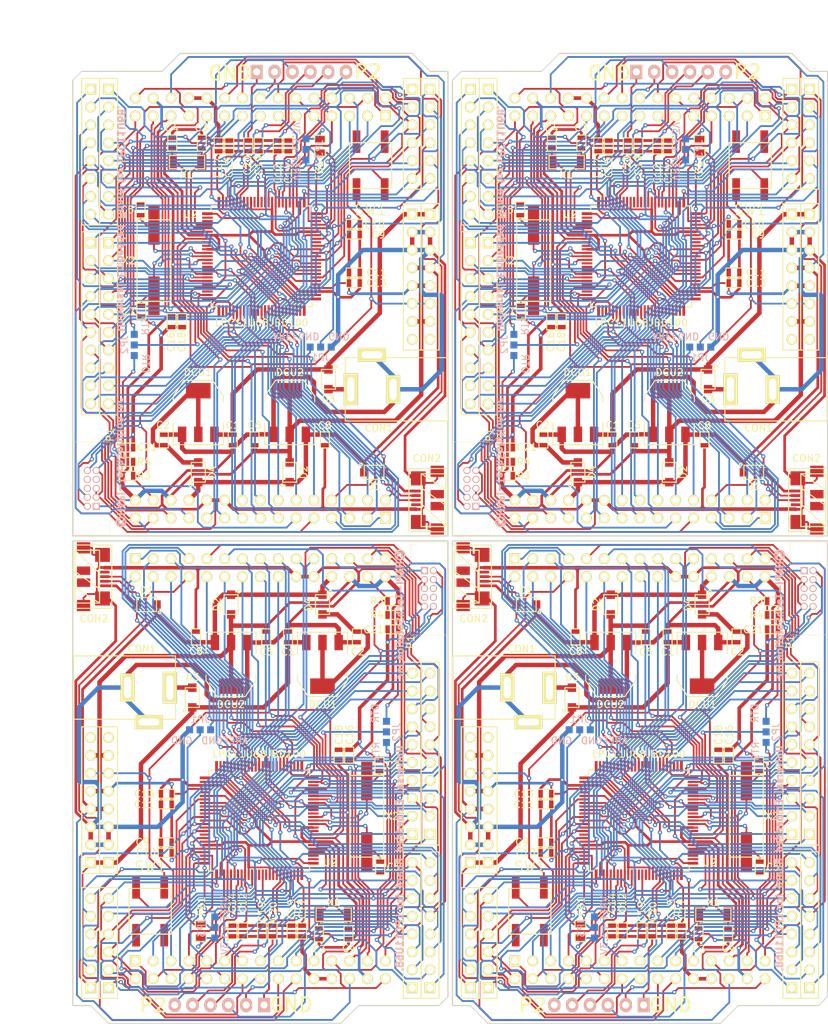
<source format=kicad_pcb>
(kicad_pcb (version 4) (host pcbnew "(after 2015-mar-04 BZR unknown)-product")
  (layers (0 F.Cu signal) (31 B.Cu signal) (34 B.Paste user) (35 F.Paste user) (36 B.SilkS user) (37 F.SilkS user hide) (38 B.Mask user) (39 F.Mask user) (44 Edge.Cuts user))
  (net 0 "")
  (net 1 GND)
  (net 2 "Net-(C3-Pad1)")
  (net 3 "Net-(C4-Pad2)")
  (net 4 "Net-(C5-Pad1)")
  (net 5 +3V3)
  (net 6 "Net-(C7-Pad2)")
  (net 7 +5V)
  (net 8 "Net-(C21-Pad2)")
  (net 9 USB-VDD)
  (net 10 USB_DM)
  (net 11 USB_DP)
  (net 12 Vin)
  (net 13 "Net-(FB1-Pad2)")
  (net 14 "Net-(JP1-Pad2)")
  (net 15 AREFGND)
  (net 16 ISP)
  (net 17 /RTS)
  (net 18 "Net-(JP3-Pad2)")
  (net 19 VREF)
  (net 20 PIO2_16)
  (net 21 PIO2_17)
  (net 22 PIO1_23)
  (net 23 PIO1_22)
  (net 24 PIO1_21)
  (net 25 PIO1_20)
  (net 26 PIO2_22)
  (net 27 PIO2_23)
  (net 28 PIO1_14)
  (net 29 PIO1_11)
  (net 30 PIO0_20)
  (net 31 PIO1_0)
  (net 32 PIO1_15)
  (net 33 PIO1_13)
  (net 34 PIO1_12)
  (net 35 PIO1_10)
  (net 36 PIO2_18)
  (net 37 PIO1_8)
  (net 38 RESETn)
  (net 39 PIO0_16)
  (net 40 PIO1_3)
  (net 41 PIO0_22)
  (net 42 PIO2_19)
  (net 43 PIO2_20)
  (net 44 PIO2_21)
  (net 45 PIO1_28)
  (net 46 PIO2_3)
  (net 47 PIO0_2)
  (net 48 PIO0_9)
  (net 49 PIO0_8)
  (net 50 PIO1_29)
  (net 51 PIO0_5)
  (net 52 PIO0_4)
  (net 53 PIO2_11)
  (net 54 PIO2_12)
  (net 55 PIO1_18)
  (net 56 PIO1_24)
  (net 57 PIO1_19)
  (net 58 PIO1_26)
  (net 59 PIO1_25)
  (net 60 PIO1_27)
  (net 61 PIO0_23)
  (net 62 PIO0_11)
  (net 63 PIO0_12)
  (net 64 PIO0_13)
  (net 65 PIO0_14)
  (net 66 PIO1_9)
  (net 67 SWDIO)
  (net 68 SWCLK)
  (net 69 PIO0_18)
  (net 70 PIO0_19)
  (net 71 "Net-(C2-Pad2)")
  (net 72 "Net-(CON1-Pad1)")
  (module Xtal:HC-49_S (layer F.Cu) (at 122.03 62.3692 270)
    (fp_text reference X2 (at 0.014 3.6025 360) (layer F.SilkS))
    (fp_text value 12MHz hide)
    (pad 1 smd rect (at -5 0 270) (size 5.5 1.6) (layers F.Cu F.Paste F.Mask) (net 4 "Net-(C5-Pad1)"))
    (pad 2 smd rect (at 5 0 270) (size 5.5 1.6) (layers F.Cu F.Paste F.Mask) (net 6 "Net-(C7-Pad2)"))
  )
  (module SMD_Packages:SMD-0603 (layer F.Cu) (at 118.3132 90.9828 180)
    (fp_text reference R4 (at -2.286 0 180) (layer F.SilkS))
    (fp_text value 200k hide)
    (pad 1 smd rect (at -0.762 0 180) (size 0.635 1.143) (layers F.Cu F.Paste F.Mask) (net 38 RESETn))
    (pad 2 smd rect (at 0.762 0 180) (size 0.635 1.143) (layers F.Cu F.Paste F.Mask) (net 8 "Net-(C21-Pad2)"))
  )
  (module SMD_Packages:SMD-0603 (layer F.Cu) (at 118.3132 92.964 180)
    (fp_text reference R3 (at -2.286 0 180) (layer F.SilkS))
    (fp_text value 100k hide)
    (pad 1 smd rect (at -0.762 0 180) (size 0.635 1.143) (layers F.Cu F.Paste F.Mask) (net 38 RESETn))
    (pad 2 smd rect (at 0.762 0 180) (size 0.635 1.143) (layers F.Cu F.Paste F.Mask) (net 5 +3V3))
  )
  (module SMD_Packages:SMD-0603 (layer F.Cu) (at 118.3132 88.9508 180)
    (fp_text reference C21 (at -2.7432 0.0508 180) (layer F.SilkS))
    (fp_text value 0.1u hide)
    (pad 1 smd rect (at -0.762 0 180) (size 0.635 1.143) (layers F.Cu F.Paste F.Mask) (net 1 GND))
    (pad 2 smd rect (at 0.762 0 180) (size 0.635 1.143) (layers F.Cu F.Paste F.Mask) (net 8 "Net-(C21-Pad2)"))
  )
  (module SMD_Packages:SMD-0603 (layer F.Cu) (at 135.43 46.0692 90)
    (fp_text reference C20 (at -2.75 -0.1 90) (layer F.SilkS))
    (fp_text value 0.01uF hide)
    (pad 1 smd rect (at -0.762 0 90) (size 0.635 1.143) (layers F.Cu F.Paste F.Mask) (net 5 +3V3))
    (pad 2 smd rect (at 0.762 0 90) (size 0.635 1.143) (layers F.Cu F.Paste F.Mask) (net 1 GND))
  )
  (module SMD_Packages:SMD-0603 (layer F.Cu) (at 136.93 46.0692 90)
    (fp_text reference C19 (at -2.75 0 90) (layer F.SilkS))
    (fp_text value 0.1uF hide)
    (pad 1 smd rect (at -0.762 0 90) (size 0.635 1.143) (layers F.Cu F.Paste F.Mask) (net 5 +3V3))
    (pad 2 smd rect (at 0.762 0 90) (size 0.635 1.143) (layers F.Cu F.Paste F.Mask) (net 1 GND))
  )
  (module SMD_Packages:SMD-0603 (layer F.Cu) (at 126.03 71.0692 90)
    (fp_text reference C18 (at -2.881 -0.046 90) (layer F.SilkS))
    (fp_text value 0.1uF hide)
    (pad 1 smd rect (at -0.762 0 90) (size 0.635 1.143) (layers F.Cu F.Paste F.Mask) (net 1 GND))
    (pad 2 smd rect (at 0.762 0 90) (size 0.635 1.143) (layers F.Cu F.Paste F.Mask) (net 5 +3V3))
  )
  (module SMD_Packages:SMD-0603 (layer F.Cu) (at 131.23 46.0692 90)
    (fp_text reference C17 (at -3.116 -0.039 90) (layer F.SilkS))
    (fp_text value 1uF hide)
    (pad 1 smd rect (at -0.762 0 90) (size 0.635 1.143) (layers F.Cu F.Paste F.Mask) (net 5 +3V3))
    (pad 2 smd rect (at 0.762 0 90) (size 0.635 1.143) (layers F.Cu F.Paste F.Mask) (net 1 GND))
  )
  (module SMD_Packages:SMD-0603 (layer F.Cu) (at 124.53 71.0692 270)
    (fp_text reference C16 (at 2.881 0.07 270) (layer F.SilkS))
    (fp_text value 0.01uF hide)
    (pad 1 smd rect (at -0.762 0 270) (size 0.635 1.143) (layers F.Cu F.Paste F.Mask) (net 5 +3V3))
    (pad 2 smd rect (at 0.762 0 270) (size 0.635 1.143) (layers F.Cu F.Paste F.Mask) (net 1 GND))
  )
  (module SMD_Packages:SMD-0603 (layer F.Cu) (at 132.73 46.0692 90)
    (fp_text reference C15 (at -3.116 -0.015 90) (layer F.SilkS))
    (fp_text value 0.1uF hide)
    (pad 1 smd rect (at -0.762 0 90) (size 0.635 1.143) (layers F.Cu F.Paste F.Mask) (net 5 +3V3))
    (pad 2 smd rect (at 0.762 0 90) (size 0.635 1.143) (layers F.Cu F.Paste F.Mask) (net 1 GND))
  )
  (module SMD_Packages:SMD-0603 (layer F.Cu) (at 141.13 46.0692 90)
    (fp_text reference C14 (at -3.95 0 90) (layer F.SilkS))
    (fp_text value 0.01uF hide)
    (pad 1 smd rect (at -0.762 0 90) (size 0.635 1.143) (layers F.Cu F.Paste F.Mask) (net 5 +3V3))
    (pad 2 smd rect (at 0.762 0 90) (size 0.635 1.143) (layers F.Cu F.Paste F.Mask) (net 1 GND))
  )
  (module SMD_Packages:SMD-0603 (layer F.Cu) (at 150.53 65.5692)
    (fp_text reference C13 (at 3.14 -0.001) (layer F.SilkS))
    (fp_text value 0.01uF hide)
    (pad 1 smd rect (at -0.762 0) (size 0.635 1.143) (layers F.Cu F.Paste F.Mask) (net 5 +3V3))
    (pad 2 smd rect (at 0.762 0) (size 0.635 1.143) (layers F.Cu F.Paste F.Mask) (net 1 GND))
  )
  (module SMD_Packages:SMD-0603 (layer F.Cu) (at 139.63 46.0692 90)
    (fp_text reference C12 (at -3.95 0 90) (layer F.SilkS))
    (fp_text value 0.1uF hide)
    (pad 1 smd rect (at -0.762 0 90) (size 0.635 1.143) (layers F.Cu F.Paste F.Mask) (net 5 +3V3))
    (pad 2 smd rect (at 0.762 0 90) (size 0.635 1.143) (layers F.Cu F.Paste F.Mask) (net 1 GND))
  )
  (module SMD_Packages:SMD-0603 (layer F.Cu) (at 150.53 64.0692)
    (fp_text reference C11 (at 3.14 -0.025) (layer F.SilkS))
    (fp_text value 0.1uF hide)
    (pad 1 smd rect (at -0.762 0) (size 0.635 1.143) (layers F.Cu F.Paste F.Mask) (net 5 +3V3))
    (pad 2 smd rect (at 0.762 0) (size 0.635 1.143) (layers F.Cu F.Paste F.Mask) (net 1 GND))
  )
  (module SMD_Packages:SMD-0603 (layer F.Cu) (at 150.53 57.1692)
    (fp_text reference C10 (at 2.886 0.144) (layer F.SilkS))
    (fp_text value 0.01uF hide)
    (pad 1 smd rect (at -0.762 0) (size 0.635 1.143) (layers F.Cu F.Paste F.Mask) (net 5 +3V3))
    (pad 2 smd rect (at 0.762 0) (size 0.635 1.143) (layers F.Cu F.Paste F.Mask) (net 1 GND))
  )
  (module SMD_Packages:SMD-0603 (layer F.Cu) (at 150.53 58.6692)
    (fp_text reference C9 (at 3.394 0.041) (layer F.SilkS))
    (fp_text value 0.1uF hide)
    (pad 1 smd rect (at -0.762 0) (size 0.635 1.143) (layers F.Cu F.Paste F.Mask) (net 5 +3V3))
    (pad 2 smd rect (at 0.762 0) (size 0.635 1.143) (layers F.Cu F.Paste F.Mask) (net 1 GND))
  )
  (module SMD_Packages:SMD-0603 (layer F.Cu) (at 146.33 87.8692 270)
    (fp_text reference C8 (at -2.0545 0.026 360) (layer F.SilkS))
    (fp_text value 1uF hide)
    (pad 1 smd rect (at -0.762 0 270) (size 0.635 1.143) (layers F.Cu F.Paste F.Mask) (net 7 +5V))
    (pad 2 smd rect (at 0.762 0 270) (size 0.635 1.143) (layers F.Cu F.Paste F.Mask) (net 1 GND))
  )
  (module SMD_Packages:SMD-0603 (layer F.Cu) (at 120.23 69.5692 90)
    (fp_text reference C7 (at -0.063 -1.866 180) (layer F.SilkS))
    (fp_text value 27pF hide)
    (pad 1 smd rect (at -0.762 0 90) (size 0.635 1.143) (layers F.Cu F.Paste F.Mask) (net 1 GND))
    (pad 2 smd rect (at 0.762 0 90) (size 0.635 1.143) (layers F.Cu F.Paste F.Mask) (net 6 "Net-(C7-Pad2)"))
  )
  (module SMD_Packages:SMD-0603 (layer F.Cu) (at 136.33 87.8692 90)
    (fp_text reference C6 (at 2.118 0.0045 180) (layer F.SilkS))
    (fp_text value 1uF hide)
    (pad 1 smd rect (at -0.762 0 90) (size 0.635 1.143) (layers F.Cu F.Paste F.Mask) (net 5 +3V3))
    (pad 2 smd rect (at 0.762 0 90) (size 0.635 1.143) (layers F.Cu F.Paste F.Mask) (net 1 GND))
  )
  (module SMD_Packages:SMD-0603 (layer F.Cu) (at 120.13 55.1692 90)
    (fp_text reference C5 (at 0.015 -1.893 180) (layer F.SilkS))
    (fp_text value 27pF hide)
    (pad 1 smd rect (at -0.762 0 90) (size 0.635 1.143) (layers F.Cu F.Paste F.Mask) (net 4 "Net-(C5-Pad1)"))
    (pad 2 smd rect (at 0.762 0 90) (size 0.635 1.143) (layers F.Cu F.Paste F.Mask) (net 1 GND))
  )
  (module SMD_Packages:SMD-0603 (layer F.Cu) (at 124.63 45.6692 270)
    (fp_text reference C4 (at -2.072 0.043 360) (layer F.SilkS))
    (fp_text value 18pF hide)
    (pad 1 smd rect (at -0.762 0 270) (size 0.635 1.143) (layers F.Cu F.Paste F.Mask) (net 1 GND))
    (pad 2 smd rect (at 0.762 0 270) (size 0.635 1.143) (layers F.Cu F.Paste F.Mask) (net 3 "Net-(C4-Pad2)"))
  )
  (module SMD_Packages:SMD-0603 (layer F.Cu) (at 128.83 45.6692 90)
    (fp_text reference C3 (at 2.199 -0.052 180) (layer F.SilkS))
    (fp_text value 18pF hide)
    (pad 1 smd rect (at -0.762 0 90) (size 0.635 1.143) (layers F.Cu F.Paste F.Mask) (net 2 "Net-(C3-Pad1)"))
    (pad 2 smd rect (at 0.762 0 90) (size 0.635 1.143) (layers F.Cu F.Paste F.Mask) (net 1 GND))
  )
  (module SMD_Packages:SMD-0603 (layer F.Cu) (at 123.43 87.8692 270)
    (fp_text reference C2 (at -2.108 0.113 360) (layer F.SilkS))
    (fp_text value 1uF hide)
    (pad 1 smd rect (at -0.762 0 270) (size 0.635 1.143) (layers F.Cu F.Paste F.Mask) (net 1 GND))
    (pad 2 smd rect (at 0.762 0 270) (size 0.635 1.143) (layers F.Cu F.Paste F.Mask) (net 71 "Net-(C2-Pad2)"))
  )
  (module SMD_Packages:SMD-0603 (layer F.Cu) (at 133.23 87.8692 90)
    (fp_text reference C1 (at 2.118 -0.007 180) (layer F.SilkS))
    (fp_text value 1uF hide)
    (pad 1 smd rect (at -0.762 0 90) (size 0.635 1.143) (layers F.Cu F.Paste F.Mask) (net 1 GND))
    (pad 2 smd rect (at 0.762 0 90) (size 0.635 1.143) (layers F.Cu F.Paste F.Mask) (net 12 Vin))
  )
  (module SMD_Packages:SOT-223 (layer F.Cu) (at 141.33 83.9692)
    (fp_text reference DCU2 (at 0.021 -5.701) (layer F.SilkS))
    (fp_text value AZ1117E-3.3V hide)
    (pad 4 smd rect (at 0 -3.1) (size 3.5 2.2) (layers F.Cu F.Paste F.Mask) (net 5 +3V3))
    (pad 2 smd rect (at 0 3.1) (size 1.2 2.2) (layers F.Cu F.Paste F.Mask) (net 5 +3V3))
    (pad 3 smd rect (at 2.3 3.1) (size 1.2 2.2) (layers F.Cu F.Paste F.Mask) (net 7 +5V))
    (pad 1 smd rect (at -2.3 3.1) (size 1.2 2.2) (layers F.Cu F.Paste F.Mask) (net 1 GND))
  )
  (module SMD_Packages:SOT-223 (layer F.Cu) (at 128.33 83.9692)
    (fp_text reference DCU1 (at -0.06 -5.701) (layer F.SilkS))
    (fp_text value AZ1117E-5.0V hide)
    (pad 4 smd rect (at 0 -3.1) (size 3.5 2.2) (layers F.Cu F.Paste F.Mask) (net 71 "Net-(C2-Pad2)"))
    (pad 2 smd rect (at 0 3.1) (size 1.2 2.2) (layers F.Cu F.Paste F.Mask) (net 71 "Net-(C2-Pad2)"))
    (pad 3 smd rect (at 2.3 3.1) (size 1.2 2.2) (layers F.Cu F.Paste F.Mask) (net 12 Vin))
    (pad 1 smd rect (at -2.3 3.1) (size 1.2 2.2) (layers F.Cu F.Paste F.Mask) (net 1 GND))
  )
  (module kicad-library:Hirose-microUSB-ZX62R-B-5P (layer F.Cu) (at 160.782 96.4292 90)
    (fp_text reference CON2 (at 5.96 0.048 180) (layer F.SilkS))
    (fp_text value "HIROSE ZX62R-B-5P" hide)
    (pad 1 smd rect (at 1.3 -1.5 180) (size 1.35 0.4) (layers F.Cu F.Paste F.Mask) (net 9 USB-VDD))
    (pad 2 smd rect (at 0.65 -1.5 180) (size 1.35 0.4) (layers F.Cu F.Paste F.Mask) (net 10 USB_DM))
    (pad 3 smd rect (at 0 -1.5 180) (size 1.35 0.4) (layers F.Cu F.Paste F.Mask) (net 11 USB_DP))
    (pad 4 smd rect (at -0.65 -1.5 180) (size 1.35 0.4) (layers F.Cu F.Paste F.Mask))
    (pad 5 smd rect (at -1.3 -1.5 180) (size 1.35 0.4) (layers F.Cu F.Paste F.Mask) (net 1 GND))
    (pad 7 smd rect (at 3.1 -1.175 180) (size 2.1 2) (layers F.Cu F.Paste F.Mask) (net 1 GND))
    (pad 6 smd rect (at -3.1 -1.175 180) (size 2.1 2) (layers F.Cu F.Paste F.Mask) (net 1 GND))
    (pad 8 smd rect (at -4.1 1.525 180) (size 1.9 1.6) (layers F.Cu F.Paste F.Mask) (net 1 GND))
    (pad 9 smd rect (at 4.1 1.525 180) (size 1.9 1.6) (layers F.Cu F.Paste F.Mask) (net 1 GND))
    (pad ~ smd rect (at -0.85 1.525 180) (size 1.9 1.2) (layers F.Cu F.Paste F.Mask))
    (pad ~ smd rect (at 0.85 1.525 180) (size 1.9 1.2) (layers F.Cu F.Paste F.Mask))
  )
  (module Xtal:FC-255-RTC-Xtal (layer F.Cu) (at 126.73 48.3692 180)
    (fp_text reference X1 (at 0.02 -1.81 180) (layer F.SilkS))
    (fp_text value 32.768KHZ hide)
    (pad 1 smd trapezoid (at -2.1 0 180) (size 1.3 2.2) (layers F.Cu F.Paste F.Mask) (net 2 "Net-(C3-Pad1)"))
    (pad 2 smd trapezoid (at 2.1 0 180) (size 1.3 2.2) (layers F.Cu F.Paste F.Mask) (net 3 "Net-(C4-Pad2)"))
  )
  (module MCU:LPC11E68-TQFP-100 (layer F.Cu) (at 137.33 61.7692)
    (fp_text reference U2 (at -10.076 -5.98) (layer F.SilkS))
    (fp_text value LPC11U68JBD100 (at 0 9.45) (layer F.SilkS))
    (pad 1 smd rect (at -7.7 -6.06) (size 1.5 0.4) (layers F.Cu F.Paste F.Mask) (net 27 PIO2_23))
    (pad 2 smd rect (at -7.7 -5.5) (size 1.5 0.3) (layers F.Cu F.Paste F.Mask))
    (pad 3 smd rect (at -7.7 -5) (size 1.5 0.3) (layers F.Cu F.Paste F.Mask))
    (pad 4 smd rect (at -7.7 -4.5) (size 1.5 0.3) (layers F.Cu F.Paste F.Mask) (net 57 PIO1_19))
    (pad 5 smd rect (at -7.7 -4) (size 1.5 0.3) (layers F.Cu F.Paste F.Mask) (net 2 "Net-(C3-Pad1)"))
    (pad 6 smd rect (at -7.7 -3.5) (size 1.5 0.3) (layers F.Cu F.Paste F.Mask) (net 3 "Net-(C4-Pad2)"))
    (pad 7 smd rect (at -7.7 -3) (size 1.5 0.3) (layers F.Cu F.Paste F.Mask) (net 1 GND))
    (pad 8 smd rect (at -7.7 -2.5) (size 1.5 0.3) (layers F.Cu F.Paste F.Mask) (net 38 RESETn))
    (pad 9 smd rect (at -7.7 -2) (size 1.5 0.3) (layers F.Cu F.Paste F.Mask) (net 16 ISP))
    (pad 10 smd rect (at -7.7 -1.5) (size 1.5 0.3) (layers F.Cu F.Paste F.Mask))
    (pad 11 smd rect (at -7.7 -1) (size 1.5 0.3) (layers F.Cu F.Paste F.Mask) (net 1 GND))
    (pad 12 smd rect (at -7.7 -0.5) (size 1.5 0.3) (layers F.Cu F.Paste F.Mask) (net 4 "Net-(C5-Pad1)"))
    (pad 13 smd rect (at -7.7 0) (size 1.5 0.3) (layers F.Cu F.Paste F.Mask) (net 6 "Net-(C7-Pad2)"))
    (pad 14 smd rect (at -7.7 0.5) (size 1.5 0.3) (layers F.Cu F.Paste F.Mask) (net 5 +3V3))
    (pad 15 smd rect (at -7.7 1) (size 1.5 0.3) (layers F.Cu F.Paste F.Mask))
    (pad 16 smd rect (at -7.7 1.5) (size 1.5 0.3) (layers F.Cu F.Paste F.Mask))
    (pad 17 smd rect (at -7.7 2) (size 1.5 0.3) (layers F.Cu F.Paste F.Mask) (net 30 PIO0_20))
    (pad 18 smd rect (at -7.7 2.5) (size 1.5 0.3) (layers F.Cu F.Paste F.Mask) (net 35 PIO1_10))
    (pad 19 smd rect (at -7.7 3) (size 1.5 0.3) (layers F.Cu F.Paste F.Mask) (net 47 PIO0_2))
    (pad 20 smd rect (at -7.7 3.5) (size 1.5 0.3) (layers F.Cu F.Paste F.Mask) (net 58 PIO1_26))
    (pad 21 smd rect (at -7.7 4) (size 1.5 0.3) (layers F.Cu F.Paste F.Mask))
    (pad 22 smd rect (at -7.7 4.5) (size 1.5 0.3) (layers F.Cu F.Paste F.Mask) (net 60 PIO1_27))
    (pad 23 smd rect (at -7.7 5) (size 1.5 0.3) (layers F.Cu F.Paste F.Mask))
    (pad 24 smd rect (at -7.7 5.5) (size 1.5 0.3) (layers F.Cu F.Paste F.Mask) (net 54 PIO2_12))
    (pad 25 smd rect (at -7.7 6.06) (size 1.5 0.4) (layers F.Cu F.Paste F.Mask) (net 53 PIO2_11))
    (pad 26 smd rect (at -6.06 7.7 90) (size 1.5 0.4) (layers F.Cu F.Paste F.Mask))
    (pad 27 smd rect (at -5.5 7.7 90) (size 1.5 0.3) (layers F.Cu F.Paste F.Mask))
    (pad 28 smd rect (at -5 7.7 90) (size 1.5 0.3) (layers F.Cu F.Paste F.Mask))
    (pad 29 smd rect (at -4.5 7.7 90) (size 1.5 0.3) (layers F.Cu F.Paste F.Mask) (net 25 PIO1_20))
    (pad 30 smd rect (at -4 7.7 90) (size 1.5 0.3) (layers F.Cu F.Paste F.Mask) (net 9 USB-VDD))
    (pad 31 smd rect (at -3.5 7.7 90) (size 1.5 0.3) (layers F.Cu F.Paste F.Mask) (net 52 PIO0_4))
    (pad 32 smd rect (at -3 7.7 90) (size 1.5 0.3) (layers F.Cu F.Paste F.Mask) (net 51 PIO0_5))
    (pad 33 smd rect (at -2.5 7.7 90) (size 1.5 0.3) (layers F.Cu F.Paste F.Mask))
    (pad 34 smd rect (at -2 7.7 90) (size 1.5 0.3) (layers F.Cu F.Paste F.Mask))
    (pad 35 smd rect (at -1.5 7.7 90) (size 1.5 0.3) (layers F.Cu F.Paste F.Mask) (net 22 PIO1_23))
    (pad 36 smd rect (at -1 7.7 90) (size 1.5 0.3) (layers F.Cu F.Paste F.Mask) (net 46 PIO2_3))
    (pad 37 smd rect (at -0.5 7.7 90) (size 1.5 0.3) (layers F.Cu F.Paste F.Mask))
    (pad 38 smd rect (at 0 7.7 90) (size 1.5 0.3) (layers F.Cu F.Paste F.Mask) (net 10 USB_DM))
    (pad 39 smd rect (at 0.5 7.7 90) (size 1.5 0.3) (layers F.Cu F.Paste F.Mask) (net 11 USB_DP))
    (pad 40 smd rect (at 1 7.7 90) (size 1.5 0.3) (layers F.Cu F.Paste F.Mask))
    (pad 41 smd rect (at 1.5 7.7 90) (size 1.5 0.3) (layers F.Cu F.Paste F.Mask))
    (pad 42 smd rect (at 2 7.7 90) (size 1.5 0.3) (layers F.Cu F.Paste F.Mask) (net 56 PIO1_24))
    (pad 43 smd rect (at 2.5 7.7 90) (size 1.5 0.3) (layers F.Cu F.Paste F.Mask) (net 55 PIO1_18))
    (pad 44 smd rect (at 3 7.7 90) (size 1.5 0.3) (layers F.Cu F.Paste F.Mask))
    (pad 45 smd rect (at 3.5 7.7 90) (size 1.5 0.3) (layers F.Cu F.Paste F.Mask))
    (pad 46 smd rect (at 4 7.7 90) (size 1.5 0.3) (layers F.Cu F.Paste F.Mask) (net 45 PIO1_28))
    (pad 47 smd rect (at 4.5 7.7 90) (size 1.5 0.3) (layers F.Cu F.Paste F.Mask))
    (pad 48 smd rect (at 5 7.7 90) (size 1.5 0.3) (layers F.Cu F.Paste F.Mask))
    (pad 49 smd rect (at 5.5 7.7 90) (size 1.5 0.3) (layers F.Cu F.Paste F.Mask))
    (pad 50 smd rect (at 6.06 7.7 90) (size 1.5 0.4) (layers F.Cu F.Paste F.Mask) (net 20 PIO2_16))
    (pad 51 smd rect (at 7.7 6.06) (size 1.5 0.4) (layers F.Cu F.Paste F.Mask) (net 21 PIO2_17))
    (pad 52 smd rect (at 7.7 5.5) (size 1.5 0.3) (layers F.Cu F.Paste F.Mask) (net 36 PIO2_18))
    (pad 53 smd rect (at 7.7 5) (size 1.5 0.3) (layers F.Cu F.Paste F.Mask) (net 1 GND))
    (pad 54 smd rect (at 7.7 4.5) (size 1.5 0.3) (layers F.Cu F.Paste F.Mask) (net 5 +3V3))
    (pad 55 smd rect (at 7.7 4) (size 1.5 0.3) (layers F.Cu F.Paste F.Mask))
    (pad 56 smd rect (at 7.7 3.5) (size 1.5 0.3) (layers F.Cu F.Paste F.Mask) (net 24 PIO1_21))
    (pad 57 smd rect (at 7.7 3) (size 1.5 0.3) (layers F.Cu F.Paste F.Mask) (net 42 PIO2_19))
    (pad 58 smd rect (at 7.7 2.5) (size 1.5 0.3) (layers F.Cu F.Paste F.Mask) (net 49 PIO0_8))
    (pad 59 smd rect (at 7.7 2) (size 1.5 0.3) (layers F.Cu F.Paste F.Mask) (net 48 PIO0_9))
    (pad 60 smd rect (at 7.7 1.5) (size 1.5 0.3) (layers F.Cu F.Paste F.Mask) (net 68 SWCLK))
    (pad 61 smd rect (at 7.7 1) (size 1.5 0.3) (layers F.Cu F.Paste F.Mask) (net 37 PIO1_8))
    (pad 62 smd rect (at 7.7 0.5) (size 1.5 0.3) (layers F.Cu F.Paste F.Mask) (net 41 PIO0_22))
    (pad 63 smd rect (at 7.7 0) (size 1.5 0.3) (layers F.Cu F.Paste F.Mask) (net 50 PIO1_29))
    (pad 64 smd rect (at 7.7 -0.5) (size 1.5 0.3) (layers F.Cu F.Paste F.Mask) (net 62 PIO0_11))
    (pad 65 smd rect (at 7.7 -1) (size 1.5 0.3) (layers F.Cu F.Paste F.Mask) (net 29 PIO1_11))
    (pad 66 smd rect (at 7.7 -1.5) (size 1.5 0.3) (layers F.Cu F.Paste F.Mask) (net 63 PIO0_12))
    (pad 67 smd rect (at 7.7 -2) (size 1.5 0.3) (layers F.Cu F.Paste F.Mask))
    (pad 68 smd rect (at 7.7 -2.5) (size 1.5 0.3) (layers F.Cu F.Paste F.Mask) (net 64 PIO0_13))
    (pad 69 smd rect (at 7.7 -3) (size 1.5 0.3) (layers F.Cu F.Paste F.Mask) (net 65 PIO0_14))
    (pad 70 smd rect (at 7.7 -3.5) (size 1.5 0.3) (layers F.Cu F.Paste F.Mask) (net 1 GND))
    (pad 71 smd rect (at 7.7 -4) (size 1.5 0.3) (layers F.Cu F.Paste F.Mask) (net 5 +3V3))
    (pad 72 smd rect (at 7.7 -4.5) (size 1.5 0.3) (layers F.Cu F.Paste F.Mask) (net 40 PIO1_3))
    (pad 73 smd rect (at 7.7 -5) (size 1.5 0.3) (layers F.Cu F.Paste F.Mask) (net 18 "Net-(JP3-Pad2)"))
    (pad 74 smd rect (at 7.7 -5.5) (size 1.5 0.3) (layers F.Cu F.Paste F.Mask) (net 14 "Net-(JP1-Pad2)"))
    (pad 75 smd rect (at 7.7 -6.06) (size 1.5 0.4) (layers F.Cu F.Paste F.Mask) (net 43 PIO2_20))
    (pad 76 smd rect (at 6.06 -7.7 90) (size 1.5 0.4) (layers F.Cu F.Paste F.Mask) (net 44 PIO2_21))
    (pad 77 smd rect (at 5.5 -7.7 90) (size 1.5 0.3) (layers F.Cu F.Paste F.Mask) (net 26 PIO2_22))
    (pad 78 smd rect (at 5 -7.7 90) (size 1.5 0.3) (layers F.Cu F.Paste F.Mask) (net 33 PIO1_13))
    (pad 79 smd rect (at 4.5 -7.7 90) (size 1.5 0.3) (layers F.Cu F.Paste F.Mask) (net 28 PIO1_14))
    (pad 80 smd rect (at 4 -7.7 90) (size 1.5 0.3) (layers F.Cu F.Paste F.Mask) (net 23 PIO1_22))
    (pad 81 smd rect (at 3.5 -7.7 90) (size 1.5 0.3) (layers F.Cu F.Paste F.Mask) (net 67 SWDIO))
    (pad 82 smd rect (at 3 -7.7 90) (size 1.5 0.3) (layers F.Cu F.Paste F.Mask) (net 39 PIO0_16))
    (pad 83 smd rect (at 2.5 -7.7 90) (size 1.5 0.3) (layers F.Cu F.Paste F.Mask) (net 61 PIO0_23))
    (pad 84 smd rect (at 2 -7.7 90) (size 1.5 0.3) (layers F.Cu F.Paste F.Mask) (net 5 +3V3))
    (pad 85 smd rect (at 1.5 -7.7 90) (size 1.5 0.3) (layers F.Cu F.Paste F.Mask) (net 1 GND))
    (pad 86 smd rect (at 1 -7.7 90) (size 1.5 0.3) (layers F.Cu F.Paste F.Mask) (net 66 PIO1_9))
    (pad 87 smd rect (at 0.5 -7.7 90) (size 1.5 0.3) (layers F.Cu F.Paste F.Mask) (net 32 PIO1_15))
    (pad 88 smd rect (at 0 -7.7 90) (size 1.5 0.3) (layers F.Cu F.Paste F.Mask))
    (pad 89 smd rect (at -0.5 -7.7 90) (size 1.5 0.3) (layers F.Cu F.Paste F.Mask) (net 34 PIO1_12))
    (pad 90 smd rect (at -1 -7.7 90) (size 1.5 0.3) (layers F.Cu F.Paste F.Mask))
    (pad 91 smd rect (at -1.5 -7.7 90) (size 1.5 0.3) (layers F.Cu F.Paste F.Mask) (net 1 GND))
    (pad 92 smd rect (at -2 -7.7 90) (size 1.5 0.3) (layers F.Cu F.Paste F.Mask) (net 5 +3V3))
    (pad 93 smd rect (at -2.5 -7.7 90) (size 1.5 0.3) (layers F.Cu F.Paste F.Mask) (net 5 +3V3))
    (pad 94 smd rect (at -3 -7.7 90) (size 1.5 0.3) (layers F.Cu F.Paste F.Mask) (net 69 PIO0_18))
    (pad 95 smd rect (at -3.5 -7.7 90) (size 1.5 0.3) (layers F.Cu F.Paste F.Mask) (net 70 PIO0_19))
    (pad 96 smd rect (at -4 -7.7 90) (size 1.5 0.3) (layers F.Cu F.Paste F.Mask))
    (pad 97 smd rect (at -4.5 -7.7 90) (size 1.5 0.3) (layers F.Cu F.Paste F.Mask) (net 31 PIO1_0))
    (pad 98 smd rect (at -5 -7.7 90) (size 1.5 0.3) (layers F.Cu F.Paste F.Mask))
    (pad 99 smd rect (at -5.5 -7.7 90) (size 1.5 0.3) (layers F.Cu F.Paste F.Mask) (net 5 +3V3))
    (pad 100 smd rect (at -6.06 -7.7 90) (size 1.5 0.4) (layers F.Cu F.Paste F.Mask) (net 59 PIO1_25))
  )
  (module Switch:SW_TACT-EVQQ2Y03W (layer F.Cu) (at 152.83 48.8692 90)
    (fp_text reference SW1 (at -6.32 -0.01 180) (layer F.SilkS) (effects (font (size 1.5 1.5))))
    (fp_text value SW_PUSH hide)
    (pad 1 smd rect (at -3.4 -2 90) (size 3.2 1.1) (layers F.Cu F.Paste F.Mask) (net 38 RESETn))
    (pad 2 smd rect (at -3.4 2 90) (size 3.2 1.1) (layers F.Cu F.Paste F.Mask) (net 1 GND))
    (pad 3 smd rect (at 3.4 -2 90) (size 3.2 1.1) (layers F.Cu F.Paste F.Mask))
    (pad 4 smd rect (at 3.4 2 90) (size 3.2 1.1) (layers F.Cu F.Paste F.Mask))
  )
  (module Arduino_Shiled:Arduino-Shield-Normal-Outline (layer F.Cu) (at 137.16 57.0592 180)
    (fp_text reference OPT2 hide)
    (fp_text value Arduino-Shiled hide)
    (pad 8 thru_hole trapezoid (at 24.13 -2.794 90) (size 1.524 1.524) (drill 1.016) (layers *.Cu *.Mask F.SilkS) (net 45 PIO1_28))
    (pad 9 thru_hole circle (at 24.13 -5.334 90) (size 1.524 1.524) (drill 1.016) (layers *.Cu *.Mask F.SilkS) (net 46 PIO2_3))
    (pad 10 thru_hole circle (at 24.13 -7.874 90) (size 1.524 1.524) (drill 1.016) (layers *.Cu *.Mask F.SilkS) (net 47 PIO0_2))
    (pad 11 thru_hole circle (at 24.13 -10.414 90) (size 1.524 1.524) (drill 1.016) (layers *.Cu *.Mask F.SilkS) (net 48 PIO0_9))
    (pad 12 thru_hole circle (at 24.13 -12.954 90) (size 1.524 1.524) (drill 1.016) (layers *.Cu *.Mask F.SilkS) (net 49 PIO0_8))
    (pad 13 thru_hole circle (at 24.13 -15.494 90) (size 1.524 1.524) (drill 1.016) (layers *.Cu *.Mask F.SilkS) (net 50 PIO1_29))
    (pad 14 thru_hole circle (at 24.13 -18.034 90) (size 1.524 1.524) (drill 1.016) (layers *.Cu *.Mask F.SilkS) (net 15 AREFGND))
    (pad 15 thru_hole circle (at 24.13 -20.574 90) (size 1.524 1.524) (drill 1.016) (layers *.Cu *.Mask F.SilkS) (net 19 VREF))
    (pad 16 thru_hole circle (at 24.13 -23.114 90) (size 1.524 1.524) (drill 1.016) (layers *.Cu *.Mask F.SilkS) (net 51 PIO0_5))
    (pad 17 thru_hole circle (at 24.13 -25.654 90) (size 1.524 1.524) (drill 1.016) (layers *.Cu *.Mask F.SilkS) (net 52 PIO0_4))
    (pad 0 thru_hole trapezoid (at 24.13 19.05 180) (size 1.524 1.524) (drill 1.016) (layers *.Cu *.Mask F.SilkS) (net 53 PIO2_11))
    (pad 1 thru_hole circle (at 24.13 16.51 180) (size 1.524 1.524) (drill 1.016) (layers *.Cu *.Mask F.SilkS) (net 54 PIO2_12))
    (pad 2 thru_hole circle (at 24.13 13.97 180) (size 1.524 1.524) (drill 1.016) (layers *.Cu *.Mask F.SilkS) (net 55 PIO1_18))
    (pad 3 thru_hole circle (at 24.13 11.43 180) (size 1.524 1.524) (drill 1.016) (layers *.Cu *.Mask F.SilkS) (net 56 PIO1_24))
    (pad 4 thru_hole circle (at 24.13 8.89 180) (size 1.524 1.524) (drill 1.016) (layers *.Cu *.Mask F.SilkS) (net 57 PIO1_19))
    (pad 5 thru_hole circle (at 24.13 6.35 180) (size 1.524 1.524) (drill 1.016) (layers *.Cu *.Mask F.SilkS) (net 58 PIO1_26))
    (pad 7 thru_hole circle (at 24.13 1.27 180) (size 1.524 1.524) (drill 1.016) (layers *.Cu *.Mask F.SilkS) (net 59 PIO1_25))
    (pad 6 thru_hole circle (at 24.13 3.81 180) (size 1.524 1.524) (drill 1.016) (layers *.Cu *.Mask F.SilkS) (net 60 PIO1_27))
    (pad 24 thru_hole trapezoid (at -24.13 1.27 180) (size 1.524 1.524) (drill 1.016) (layers *.Cu *.Mask F.SilkS) (net 12 Vin))
    (pad 25 thru_hole circle (at -24.13 -1.27 180) (size 1.524 1.524) (drill 1.016) (layers *.Cu *.Mask F.SilkS) (net 1 GND))
    (pad 26 thru_hole circle (at -24.13 -3.81 180) (size 1.524 1.524) (drill 1.016) (layers *.Cu *.Mask F.SilkS) (net 1 GND))
    (pad 27 thru_hole circle (at -24.13 -6.35 180) (size 1.524 1.524) (drill 1.016) (layers *.Cu *.Mask F.SilkS) (net 7 +5V))
    (pad 28 thru_hole circle (at -24.13 -8.89 180) (size 1.524 1.524) (drill 1.016) (layers *.Cu *.Mask F.SilkS) (net 5 +3V3))
    (pad 29 thru_hole circle (at -24.13 -11.43 180) (size 1.524 1.524) (drill 1.016) (layers *.Cu *.Mask F.SilkS) (net 38 RESETn))
    (pad 30 thru_hole circle (at -24.13 -13.97 180) (size 1.524 1.524) (drill 1.016) (layers *.Cu *.Mask F.SilkS) (net 5 +3V3))
    (pad 31 thru_hole circle (at -24.13 -16.51 180) (size 1.524 1.524) (drill 1.016) (layers *.Cu *.Mask F.SilkS))
    (pad 18 thru_hole trapezoid (at -24.13 19.05) (size 1.524 1.524) (drill 1.016) (layers *.Cu *.Mask F.SilkS) (net 61 PIO0_23))
    (pad 19 thru_hole circle (at -24.13 16.51) (size 1.524 1.524) (drill 1.016) (layers *.Cu *.Mask F.SilkS) (net 62 PIO0_11))
    (pad 20 thru_hole circle (at -24.13 13.97) (size 1.524 1.524) (drill 1.016) (layers *.Cu *.Mask F.SilkS) (net 63 PIO0_12))
    (pad 21 thru_hole circle (at -24.13 11.43) (size 1.524 1.524) (drill 1.016) (layers *.Cu *.Mask F.SilkS) (net 64 PIO0_13))
    (pad 22 thru_hole circle (at -24.13 8.89) (size 1.524 1.524) (drill 1.016) (layers *.Cu *.Mask F.SilkS) (net 65 PIO0_14))
    (pad 23 thru_hole circle (at -24.13 6.35) (size 1.524 1.524) (drill 1.016) (layers *.Cu *.Mask F.SilkS) (net 66 PIO1_9))
    (pad "" np_thru_hole circle (at -19.05 21.59 180) (size 3.175 3.175) (drill 3.175) (layers *.Cu *.Mask F.SilkS))
    (pad "" np_thru_hole circle (at 8.89 21.59 180) (size 3.175 3.175) (drill 3.175) (layers *.Cu *.Mask F.SilkS))
    (pad "" np_thru_hole circle (at -24.13 -30.48 180) (size 3.175 3.175) (drill 3.175) (layers *.Cu *.Mask F.SilkS))
    (pad "" np_thru_hole circle (at 24.13 -29.21 180) (size 3.175 3.175) (drill 3.175) (layers *.Cu *.Mask F.SilkS))
    (pad 0 thru_hole rect (at -17.78 -41.91 90) (size 1.53 1.53) (drill 1.02) (layers *.Cu *.Mask F.SilkS) (net 53 PIO2_11))
    (pad 1 thru_hole circle (at -15.24 -41.91 90) (size 1.53 1.53) (drill 1.02) (layers *.Cu *.Mask F.SilkS) (net 54 PIO2_12))
    (pad 2 thru_hole circle (at -12.7 -41.91 90) (size 1.53 1.53) (drill 1.02) (layers *.Cu *.Mask F.SilkS) (net 55 PIO1_18))
    (pad 3 thru_hole circle (at -10.16 -41.91 90) (size 1.53 1.53) (drill 1.02) (layers *.Cu *.Mask F.SilkS) (net 56 PIO1_24))
    (pad 4 thru_hole circle (at -7.62 -41.91 90) (size 1.53 1.53) (drill 1.02) (layers *.Cu *.Mask F.SilkS) (net 57 PIO1_19))
    (pad 5 thru_hole circle (at -5.08 -41.91 90) (size 1.53 1.53) (drill 1.02) (layers *.Cu *.Mask F.SilkS) (net 58 PIO1_26))
    (pad 6 thru_hole circle (at -2.54 -41.91 90) (size 1.53 1.53) (drill 1.02) (layers *.Cu *.Mask F.SilkS) (net 60 PIO1_27))
    (pad 7 thru_hole circle (at 0 -41.91 90) (size 1.53 1.53) (drill 1.02) (layers *.Cu *.Mask F.SilkS) (net 59 PIO1_25))
    (pad 8 thru_hole circle (at 2.54 -41.91 90) (size 1.53 1.53) (drill 1.02) (layers *.Cu *.Mask F.SilkS) (net 45 PIO1_28))
    (pad 9 thru_hole circle (at 5.08 -41.91 90) (size 1.53 1.53) (drill 1.02) (layers *.Cu *.Mask F.SilkS) (net 46 PIO2_3))
    (pad 10 thru_hole circle (at 7.62 -41.91 90) (size 1.53 1.53) (drill 1.02) (layers *.Cu *.Mask F.SilkS) (net 47 PIO0_2))
    (pad 11 thru_hole circle (at 10.16 -41.91 90) (size 1.53 1.53) (drill 1.02) (layers *.Cu *.Mask F.SilkS) (net 48 PIO0_9))
    (pad 12 thru_hole circle (at 12.7 -41.91 90) (size 1.53 1.53) (drill 1.02) (layers *.Cu *.Mask F.SilkS) (net 49 PIO0_8))
    (pad 13 thru_hole circle (at 15.24 -41.91 90) (size 1.53 1.53) (drill 1.02) (layers *.Cu *.Mask F.SilkS) (net 50 PIO1_29))
    (pad 14 thru_hole circle (at 17.78 -41.91 90) (size 1.53 1.53) (drill 1.02) (layers *.Cu *.Mask F.SilkS) (net 15 AREFGND))
    (pad 15 thru_hole circle (at -17.78 -39.37 90) (size 1.53 1.53) (drill 1.02) (layers *.Cu *.Mask F.SilkS) (net 19 VREF))
    (pad 16 thru_hole circle (at -15.24 -39.37 90) (size 1.53 1.53) (drill 1.02) (layers *.Cu *.Mask F.SilkS) (net 51 PIO0_5))
    (pad 17 thru_hole circle (at -12.7 -39.37 90) (size 1.53 1.53) (drill 1.02) (layers *.Cu *.Mask F.SilkS) (net 52 PIO0_4))
    (pad 18 thru_hole circle (at -10.16 -39.37 90) (size 1.53 1.53) (drill 1.02) (layers *.Cu *.Mask F.SilkS) (net 61 PIO0_23))
    (pad 19 thru_hole circle (at -7.62 -39.37 90) (size 1.53 1.53) (drill 1.02) (layers *.Cu *.Mask F.SilkS) (net 62 PIO0_11))
    (pad 20 thru_hole circle (at -5.08 -39.37 90) (size 1.53 1.53) (drill 1.02) (layers *.Cu *.Mask F.SilkS) (net 63 PIO0_12))
    (pad 21 thru_hole circle (at -2.54 -39.37 90) (size 1.53 1.53) (drill 1.02) (layers *.Cu *.Mask F.SilkS) (net 64 PIO0_13))
    (pad 22 thru_hole circle (at 0 -39.37 90) (size 1.53 1.53) (drill 1.02) (layers *.Cu *.Mask F.SilkS) (net 65 PIO0_14))
    (pad 23 thru_hole circle (at 2.54 -39.37 90) (size 1.53 1.53) (drill 1.02) (layers *.Cu *.Mask F.SilkS) (net 66 PIO1_9))
    (pad 25 thru_hole circle (at 5.08 -39.37 90) (size 1.53 1.53) (drill 1.02) (layers *.Cu *.Mask F.SilkS) (net 1 GND))
    (pad 26 thru_hole circle (at 7.62 -39.37 90) (size 1.53 1.53) (drill 1.02) (layers *.Cu *.Mask F.SilkS) (net 1 GND))
    (pad 27 thru_hole circle (at 10.16 -39.37 90) (size 1.53 1.53) (drill 1.02) (layers *.Cu *.Mask F.SilkS) (net 7 +5V))
    (pad 28 thru_hole circle (at 12.7 -39.37 90) (size 1.53 1.53) (drill 1.02) (layers *.Cu *.Mask F.SilkS) (net 5 +3V3))
    (pad 29 thru_hole circle (at 15.24 -39.37 90) (size 1.53 1.53) (drill 1.02) (layers *.Cu *.Mask F.SilkS) (net 38 RESETn))
    (pad 30 thru_hole circle (at 17.78 -39.37 90) (size 1.53 1.53) (drill 1.02) (layers *.Cu *.Mask F.SilkS) (net 5 +3V3))
  )
  (module BoardJumper:SJ-3Pin (layer B.Cu) (at 143.63 46.5692 270)
    (fp_text reference JP3 (at -0.05 -1.9 270) (layer B.SilkS) (effects (justify mirror)))
    (fp_text value JUMPER3 hide)
    (pad 2 smd rect (at 0 0 270) (size 1 1) (layers B.Cu B.Paste B.Mask) (net 18 "Net-(JP3-Pad2)"))
    (pad 3 smd rect (at 1.5 0 270) (size 1 1) (layers B.Cu B.Paste B.Mask) (net 19 VREF))
    (pad 1 smd rect (at -1.5 0 270) (size 1 1) (layers B.Cu B.Paste B.Mask) (net 13 "Net-(FB1-Pad2)"))
  )
  (module BoardJumper:SJ-3Pin (layer B.Cu) (at 119.23 74.3692 90)
    (fp_text reference JP2 (at 0.05 -1.4 90) (layer B.SilkS) (effects (justify mirror)))
    (fp_text value JUMPER3 hide)
    (pad 2 smd rect (at 0 0 90) (size 1 1) (layers B.Cu B.Paste B.Mask) (net 16 ISP))
    (pad 3 smd rect (at 1.5 0 90) (size 1 1) (layers B.Cu B.Paste B.Mask) (net 17 /RTS))
    (pad 1 smd rect (at -1.5 0 90) (size 1 1) (layers B.Cu B.Paste B.Mask) (net 8 "Net-(C21-Pad2)"))
  )
  (module BoardJumper:SJ-3Pin (layer B.Cu) (at 145.73 74.6692 180)
    (fp_text reference JP1 (at 0 -1.5 180) (layer B.SilkS) (effects (justify mirror)))
    (fp_text value JUMPER3 hide)
    (pad 2 smd rect (at 0 0 180) (size 1 1) (layers B.Cu B.Paste B.Mask) (net 14 "Net-(JP1-Pad2)"))
    (pad 3 smd rect (at 1.5 0 180) (size 1 1) (layers B.Cu B.Paste B.Mask) (net 15 AREFGND))
    (pad 1 smd rect (at -1.5 0 180) (size 1 1) (layers B.Cu B.Paste B.Mask) (net 1 GND))
  )
  (module Arduino_Shiled:Arduino-Shield-Inside-Outline (layer F.Cu) (at 137.16 57.0592 180)
    (fp_text reference OPT1 hide)
    (fp_text value "Arduino-Shiled2(11x)Inside" hide)
    (pad 8 thru_hole trapezoid (at 21.59 -2.794 90) (size 1.524 1.524) (drill 1.016) (layers *.Cu *.Mask F.SilkS) (net 20 PIO2_16))
    (pad 9 thru_hole circle (at 21.59 -5.334 90) (size 1.524 1.524) (drill 1.016) (layers *.Cu *.Mask F.SilkS) (net 21 PIO2_17))
    (pad 10 thru_hole circle (at 21.59 -7.874 90) (size 1.524 1.524) (drill 1.016) (layers *.Cu *.Mask F.SilkS) (net 22 PIO1_23))
    (pad 11 thru_hole circle (at 21.59 -10.414 90) (size 1.524 1.524) (drill 1.016) (layers *.Cu *.Mask F.SilkS) (net 23 PIO1_22))
    (pad 12 thru_hole circle (at 21.59 -12.954 90) (size 1.524 1.524) (drill 1.016) (layers *.Cu *.Mask F.SilkS) (net 24 PIO1_21))
    (pad 13 thru_hole circle (at 21.59 -15.494 90) (size 1.524 1.524) (drill 1.016) (layers *.Cu *.Mask F.SilkS) (net 25 PIO1_20))
    (pad 14 thru_hole circle (at 21.59 -18.034 90) (size 1.524 1.524) (drill 1.016) (layers *.Cu *.Mask F.SilkS) (net 26 PIO2_22))
    (pad 15 thru_hole circle (at 21.59 -20.574 90) (size 1.524 1.524) (drill 1.016) (layers *.Cu *.Mask F.SilkS) (net 27 PIO2_23))
    (pad 16 thru_hole circle (at 21.59 -23.114 90) (size 1.524 1.524) (drill 1.016) (layers *.Cu *.Mask F.SilkS) (net 28 PIO1_14))
    (pad 17 thru_hole circle (at 21.59 -25.654 90) (size 1.524 1.524) (drill 1.016) (layers *.Cu *.Mask F.SilkS) (net 29 PIO1_11))
    (pad 0 thru_hole trapezoid (at 21.59 19.05 180) (size 1.524 1.524) (drill 1.016) (layers *.Cu *.Mask F.SilkS) (net 30 PIO0_20))
    (pad 1 thru_hole circle (at 21.59 16.51 180) (size 1.524 1.524) (drill 1.016) (layers *.Cu *.Mask F.SilkS) (net 31 PIO1_0))
    (pad 2 thru_hole circle (at 21.59 13.97 180) (size 1.524 1.524) (drill 1.016) (layers *.Cu *.Mask F.SilkS) (net 32 PIO1_15))
    (pad 3 thru_hole circle (at 21.59 11.43 180) (size 1.524 1.524) (drill 1.016) (layers *.Cu *.Mask F.SilkS) (net 33 PIO1_13))
    (pad 4 thru_hole circle (at 21.59 8.89 180) (size 1.524 1.524) (drill 1.016) (layers *.Cu *.Mask F.SilkS) (net 34 PIO1_12))
    (pad 5 thru_hole circle (at 21.59 6.35 180) (size 1.524 1.524) (drill 1.016) (layers *.Cu *.Mask F.SilkS) (net 35 PIO1_10))
    (pad 7 thru_hole circle (at 21.59 1.27 180) (size 1.524 1.524) (drill 1.016) (layers *.Cu *.Mask F.SilkS) (net 36 PIO2_18))
    (pad 6 thru_hole circle (at 21.59 3.81 180) (size 1.524 1.524) (drill 1.016) (layers *.Cu *.Mask F.SilkS) (net 37 PIO1_8))
    (pad 24 thru_hole trapezoid (at -21.59 1.27 180) (size 1.524 1.524) (drill 1.016) (layers *.Cu *.Mask F.SilkS) (net 12 Vin))
    (pad 25 thru_hole circle (at -21.59 -1.27 180) (size 1.524 1.524) (drill 1.016) (layers *.Cu *.Mask F.SilkS) (net 1 GND))
    (pad 26 thru_hole circle (at -21.59 -3.81 180) (size 1.524 1.524) (drill 1.016) (layers *.Cu *.Mask F.SilkS) (net 1 GND))
    (pad 27 thru_hole circle (at -21.59 -6.35 180) (size 1.524 1.524) (drill 1.016) (layers *.Cu *.Mask F.SilkS) (net 7 +5V))
    (pad 28 thru_hole circle (at -21.59 -8.89 180) (size 1.524 1.524) (drill 1.016) (layers *.Cu *.Mask F.SilkS) (net 5 +3V3))
    (pad 29 thru_hole circle (at -21.59 -11.43 180) (size 1.524 1.524) (drill 1.016) (layers *.Cu *.Mask F.SilkS) (net 38 RESETn))
    (pad 30 thru_hole circle (at -21.59 -13.97 180) (size 1.524 1.524) (drill 1.016) (layers *.Cu *.Mask F.SilkS) (net 5 +3V3))
    (pad 31 thru_hole circle (at -21.59 -16.51 180) (size 1.524 1.524) (drill 1.016) (layers *.Cu *.Mask F.SilkS))
    (pad 18 thru_hole trapezoid (at -21.59 19.05) (size 1.524 1.524) (drill 1.016) (layers *.Cu *.Mask F.SilkS) (net 39 PIO0_16))
    (pad 19 thru_hole circle (at -21.59 16.51) (size 1.524 1.524) (drill 1.016) (layers *.Cu *.Mask F.SilkS) (net 40 PIO1_3))
    (pad 20 thru_hole circle (at -21.59 13.97) (size 1.524 1.524) (drill 1.016) (layers *.Cu *.Mask F.SilkS) (net 41 PIO0_22))
    (pad 21 thru_hole circle (at -21.59 11.43) (size 1.524 1.524) (drill 1.016) (layers *.Cu *.Mask F.SilkS) (net 42 PIO2_19))
    (pad 22 thru_hole circle (at -21.59 8.89) (size 1.524 1.524) (drill 1.016) (layers *.Cu *.Mask F.SilkS) (net 43 PIO2_20))
    (pad 23 thru_hole circle (at -21.59 6.35) (size 1.524 1.524) (drill 1.016) (layers *.Cu *.Mask F.SilkS) (net 44 PIO2_21))
    (pad 0 thru_hole rect (at -17.78 15.24 270) (size 1.53 1.53) (drill 1.02) (layers *.Cu *.Mask F.SilkS) (net 30 PIO0_20))
    (pad 1 thru_hole circle (at -15.24 15.24 270) (size 1.53 1.53) (drill 1.02) (layers *.Cu *.Mask F.SilkS) (net 31 PIO1_0))
    (pad 2 thru_hole circle (at -12.7 15.24 270) (size 1.53 1.53) (drill 1.02) (layers *.Cu *.Mask F.SilkS) (net 32 PIO1_15))
    (pad 3 thru_hole circle (at -10.16 15.24 270) (size 1.53 1.53) (drill 1.02) (layers *.Cu *.Mask F.SilkS) (net 33 PIO1_13))
    (pad 4 thru_hole circle (at -7.62 15.24 270) (size 1.53 1.53) (drill 1.02) (layers *.Cu *.Mask F.SilkS) (net 34 PIO1_12))
    (pad 5 thru_hole circle (at -5.08 15.24 270) (size 1.53 1.53) (drill 1.02) (layers *.Cu *.Mask F.SilkS) (net 35 PIO1_10))
    (pad 6 thru_hole circle (at -2.54 15.24 270) (size 1.53 1.53) (drill 1.02) (layers *.Cu *.Mask F.SilkS) (net 37 PIO1_8))
    (pad 7 thru_hole circle (at 0 15.24 270) (size 1.53 1.53) (drill 1.02) (layers *.Cu *.Mask F.SilkS) (net 36 PIO2_18))
    (pad 8 thru_hole circle (at 2.54 15.24 270) (size 1.53 1.53) (drill 1.02) (layers *.Cu *.Mask F.SilkS) (net 20 PIO2_16))
    (pad 9 thru_hole circle (at 5.08 15.24 270) (size 1.53 1.53) (drill 1.02) (layers *.Cu *.Mask F.SilkS) (net 21 PIO2_17))
    (pad 10 thru_hole circle (at 7.62 15.24 270) (size 1.53 1.53) (drill 1.02) (layers *.Cu *.Mask F.SilkS) (net 22 PIO1_23))
    (pad 11 thru_hole circle (at 10.16 15.24 270) (size 1.53 1.53) (drill 1.02) (layers *.Cu *.Mask F.SilkS) (net 23 PIO1_22))
    (pad 12 thru_hole circle (at 12.7 15.24 270) (size 1.53 1.53) (drill 1.02) (layers *.Cu *.Mask F.SilkS) (net 24 PIO1_21))
    (pad 13 thru_hole circle (at 15.24 15.24 270) (size 1.53 1.53) (drill 1.02) (layers *.Cu *.Mask F.SilkS) (net 25 PIO1_20))
    (pad 14 thru_hole circle (at 17.78 15.24 270) (size 1.53 1.53) (drill 1.02) (layers *.Cu *.Mask F.SilkS) (net 26 PIO2_22))
    (pad 15 thru_hole circle (at -17.78 17.78 270) (size 1.53 1.53) (drill 1.02) (layers *.Cu *.Mask F.SilkS) (net 27 PIO2_23))
    (pad 16 thru_hole circle (at -15.24 17.78 270) (size 1.53 1.53) (drill 1.02) (layers *.Cu *.Mask F.SilkS) (net 28 PIO1_14))
    (pad 17 thru_hole circle (at -12.7 17.78 270) (size 1.53 1.53) (drill 1.02) (layers *.Cu *.Mask F.SilkS) (net 29 PIO1_11))
    (pad 18 thru_hole circle (at -10.16 17.78 270) (size 1.53 1.53) (drill 1.02) (layers *.Cu *.Mask F.SilkS) (net 39 PIO0_16))
    (pad 19 thru_hole circle (at -7.62 17.78 270) (size 1.53 1.53) (drill 1.02) (layers *.Cu *.Mask F.SilkS) (net 40 PIO1_3))
    (pad 20 thru_hole circle (at -5.08 17.78 270) (size 1.53 1.53) (drill 1.02) (layers *.Cu *.Mask F.SilkS) (net 41 PIO0_22))
    (pad 21 thru_hole circle (at -2.54 17.78 270) (size 1.53 1.53) (drill 1.02) (layers *.Cu *.Mask F.SilkS) (net 42 PIO2_19))
    (pad 22 thru_hole circle (at 0 17.78 270) (size 1.53 1.53) (drill 1.02) (layers *.Cu *.Mask F.SilkS) (net 43 PIO2_20))
    (pad 23 thru_hole circle (at 2.54 17.78 270) (size 1.53 1.53) (drill 1.02) (layers *.Cu *.Mask F.SilkS) (net 44 PIO2_21))
    (pad 24 thru_hole circle (at 5.08 17.78 270) (size 1.53 1.53) (drill 1.02) (layers *.Cu *.Mask F.SilkS) (net 12 Vin))
    (pad 25 thru_hole circle (at 7.62 17.78 270) (size 1.53 1.53) (drill 1.02) (layers *.Cu *.Mask F.SilkS) (net 1 GND))
    (pad 26 thru_hole circle (at 10.16 17.78 270) (size 1.53 1.53) (drill 1.02) (layers *.Cu *.Mask F.SilkS) (net 1 GND))
    (pad 27 thru_hole circle (at 12.7 17.78 270) (size 1.53 1.53) (drill 1.02) (layers *.Cu *.Mask F.SilkS) (net 7 +5V))
    (pad 28 thru_hole circle (at 15.24 17.78 270) (size 1.53 1.53) (drill 1.02) (layers *.Cu *.Mask F.SilkS) (net 5 +3V3))
    (pad 29 thru_hole circle (at 17.78 17.78 270) (size 1.53 1.53) (drill 1.02) (layers *.Cu *.Mask F.SilkS) (net 38 RESETn))
  )
  (module Pin_Headers:Pin_Header_Angled_1x06 (layer B.Cu) (at 142.99 35.5492)
    (fp_text reference P2 (at 9.43 -0.02) (layer F.SilkS) (effects (font (size 2 2) (thickness 0.3))))
    (fp_text value CONN_01X06 hide)
    (pad 1 thru_hole rect (at -6.35 0) (size 1.7272 2.032) (drill 1.016) (layers *.Cu *.Mask B.SilkS) (net 1 GND))
    (pad 2 thru_hole oval (at -3.81 0) (size 1.7272 2.032) (drill 1.016) (layers *.Cu *.Mask B.SilkS) (net 17 /RTS))
    (pad 3 thru_hole oval (at -1.27 0) (size 1.7272 2.032) (drill 1.016) (layers *.Cu *.Mask B.SilkS) (net 5 +3V3))
    (pad 4 thru_hole oval (at 1.27 0) (size 1.7272 2.032) (drill 1.016) (layers *.Cu *.Mask B.SilkS) (net 69 PIO0_18))
    (pad 5 thru_hole oval (at 3.81 0) (size 1.7272 2.032) (drill 1.016) (layers *.Cu *.Mask B.SilkS) (net 70 PIO0_19))
    (pad 6 thru_hole oval (at 6.35 0) (size 1.7272 2.032) (drill 1.016) (layers *.Cu *.Mask B.SilkS) (net 38 RESETn))
  )
  (module Connect:DCJack_MJ-179P (layer F.Cu) (at 156.03 80.6692 180)
    (fp_text reference CON1 (at 2.02 -5.49 360) (layer F.SilkS))
    (fp_text value MJ-179P hide)
    (pad 3 thru_hole rect (at 0 0 180) (size 2 4) (drill oval 1 3) (layers *.Cu *.Mask F.SilkS) (net 1 GND))
    (pad 2 thru_hole rect (at 3 4.9 270) (size 2 4) (drill oval 1 3) (layers *.Cu *.Mask F.SilkS) (net 1 GND))
    (pad 1 thru_hole rect (at 6 0 180) (size 2 4.5) (drill oval 1 3.5) (layers *.Cu *.Mask F.SilkS) (net 72 "Net-(CON1-Pad1)"))
  )
  (module Pin_Headers:JTAG-Half-2x5 (layer B.Cu) (at 113.19 94.7492 90)
    (fp_text reference P1 (at 7.6 2.6 90) (layer F.SilkS))
    (fp_text value CONN_02X05 hide)
    (pad 1 thru_hole rect (at -2.54 0.635 90) (size 1 1) (drill 0.7) (layers *.Cu *.Mask B.SilkS) (net 5 +3V3))
    (pad 2 thru_hole circle (at -2.54 -0.635 90) (size 1 1) (drill 0.7) (layers *.Cu *.Mask B.SilkS) (net 67 SWDIO))
    (pad 3 thru_hole circle (at -1.27 0.635 90) (size 1 1) (drill 0.7) (layers *.Cu *.Mask B.SilkS) (net 1 GND))
    (pad 4 thru_hole circle (at -1.27 -0.635 90) (size 1 1) (drill 0.7) (layers *.Cu *.Mask B.SilkS) (net 68 SWCLK))
    (pad 5 thru_hole circle (at 0 0.635 90) (size 1 1) (drill 0.7) (layers *.Cu *.Mask B.SilkS) (net 1 GND))
    (pad 6 thru_hole circle (at 0 -0.635 90) (size 1 1) (drill 0.7) (layers *.Cu *.Mask B.SilkS))
    (pad 7 thru_hole circle (at 1.27 0.635 90) (size 1 1) (drill 0.7) (layers *.Cu *.Mask B.SilkS))
    (pad 8 thru_hole circle (at 1.27 -0.635 90) (size 1 1) (drill 0.7) (layers *.Cu *.Mask B.SilkS))
    (pad 9 thru_hole circle (at 2.54 0.635 90) (size 1 1) (drill 0.7) (layers *.Cu *.Mask B.SilkS) (net 1 GND))
    (pad 10 thru_hole circle (at 2.54 -0.635 90) (size 1 1) (drill 0.7) (layers *.Cu *.Mask B.SilkS) (net 38 RESETn))
  )
  (module Diode:PMEG2010ER,115 (layer F.Cu) (at 153.33 92.4692)
    (fp_text reference D1 (at 0 2) (layer F.SilkS))
    (fp_text value PMEG2010ER,115)
    (pad 1 smd rect (at 1.4 0) (size 1.2 1.2) (layers F.Cu F.Paste F.Mask) (net 9 USB-VDD))
    (pad 2 smd rect (at -1.4 0) (size 1.2 1.2) (layers F.Cu F.Paste F.Mask) (net 7 +5V))
  )
  (module Diode:PMEG2010ER,115 (layer F.Cu) (at 141.33 92.4692 90)
    (fp_text reference D2 (at 0 2 90) (layer F.SilkS))
    (fp_text value PMEG2010ER,115)
    (pad 1 smd rect (at 1.4 0 90) (size 1.2 1.2) (layers F.Cu F.Paste F.Mask) (net 5 +3V3))
    (pad 2 smd rect (at -1.4 0 90) (size 1.2 1.2) (layers F.Cu F.Paste F.Mask) (net 7 +5V))
  )
  (module Diode:PMEG2010ER,115 (layer F.Cu) (at 128.33 92.4692 90)
    (fp_text reference D4 (at 0 2 90) (layer F.SilkS))
    (fp_text value PMEG2010ER,115)
    (pad 1 smd rect (at 1.4 0 90) (size 1.2 1.2) (layers F.Cu F.Paste F.Mask) (net 71 "Net-(C2-Pad2)"))
    (pad 2 smd rect (at -1.4 0 90) (size 1.2 1.2) (layers F.Cu F.Paste F.Mask) (net 7 +5V))
  )
  (module Diode:PMEG2010ER,115 (layer F.Cu) (at 146.84 79.2492 270)
    (fp_text reference D3 (at 2.88 0.02 360) (layer F.SilkS))
    (fp_text value PMEG2010ER,115)
    (pad 1 smd rect (at 1.4 0 270) (size 1.2 1.2) (layers F.Cu F.Paste F.Mask) (net 72 "Net-(CON1-Pad1)"))
    (pad 2 smd rect (at -1.4 0 270) (size 1.2 1.2) (layers F.Cu F.Paste F.Mask) (net 12 Vin))
  )
  (module SMD_Packages:SMD-0805 (layer F.Cu) (at 145.63 46.0692 90)
    (fp_text reference FB1 (at -3.497 -0.088 90) (layer F.SilkS))
    (fp_text value R hide)
    (pad 1 smd rect (at -0.9525 0 90) (size 0.889 1.397) (layers F.Cu F.Paste F.Mask) (net 5 +3V3))
    (pad 2 smd rect (at 0.9525 0 90) (size 0.889 1.397) (layers F.Cu F.Paste F.Mask) (net 13 "Net-(FB1-Pad2)"))
  )
  (module SMD_Packages:SMD-0805 (layer F.Cu) (at 91.655 46.0692 90)
    (fp_text reference FB1 (at -3.497 -0.088 90) (layer F.SilkS))
    (fp_text value R hide)
    (pad 1 smd rect (at -0.9525 0 90) (size 0.889 1.397) (layers F.Cu F.Paste F.Mask) (net 5 +3V3))
    (pad 2 smd rect (at 0.9525 0 90) (size 0.889 1.397) (layers F.Cu F.Paste F.Mask) (net 13 "Net-(FB1-Pad2)"))
  )
  (module Diode:PMEG2010ER,115 (layer F.Cu) (at 92.865 79.2492 270)
    (fp_text reference D3 (at 2.88 0.02 360) (layer F.SilkS))
    (fp_text value PMEG2010ER,115)
    (pad 1 smd rect (at 1.4 0 270) (size 1.2 1.2) (layers F.Cu F.Paste F.Mask) (net 72 "Net-(CON1-Pad1)"))
    (pad 2 smd rect (at -1.4 0 270) (size 1.2 1.2) (layers F.Cu F.Paste F.Mask) (net 12 Vin))
  )
  (module Diode:PMEG2010ER,115 (layer F.Cu) (at 74.355 92.4692 90)
    (fp_text reference D4 (at 0 2 90) (layer F.SilkS))
    (fp_text value PMEG2010ER,115)
    (pad 1 smd rect (at 1.4 0 90) (size 1.2 1.2) (layers F.Cu F.Paste F.Mask) (net 71 "Net-(C2-Pad2)"))
    (pad 2 smd rect (at -1.4 0 90) (size 1.2 1.2) (layers F.Cu F.Paste F.Mask) (net 7 +5V))
  )
  (module Diode:PMEG2010ER,115 (layer F.Cu) (at 87.355 92.4692 90)
    (fp_text reference D2 (at 0 2 90) (layer F.SilkS))
    (fp_text value PMEG2010ER,115)
    (pad 1 smd rect (at 1.4 0 90) (size 1.2 1.2) (layers F.Cu F.Paste F.Mask) (net 5 +3V3))
    (pad 2 smd rect (at -1.4 0 90) (size 1.2 1.2) (layers F.Cu F.Paste F.Mask) (net 7 +5V))
  )
  (module Diode:PMEG2010ER,115 (layer F.Cu) (at 99.355 92.4692)
    (fp_text reference D1 (at 0 2) (layer F.SilkS))
    (fp_text value PMEG2010ER,115)
    (pad 1 smd rect (at 1.4 0) (size 1.2 1.2) (layers F.Cu F.Paste F.Mask) (net 9 USB-VDD))
    (pad 2 smd rect (at -1.4 0) (size 1.2 1.2) (layers F.Cu F.Paste F.Mask) (net 7 +5V))
  )
  (module Pin_Headers:JTAG-Half-2x5 (layer B.Cu) (at 59.215 94.7492 90)
    (fp_text reference P1 (at 7.6 2.6 90) (layer F.SilkS))
    (fp_text value CONN_02X05 hide)
    (pad 1 thru_hole rect (at -2.54 0.635 90) (size 1 1) (drill 0.7) (layers *.Cu *.Mask B.SilkS) (net 5 +3V3))
    (pad 2 thru_hole circle (at -2.54 -0.635 90) (size 1 1) (drill 0.7) (layers *.Cu *.Mask B.SilkS) (net 67 SWDIO))
    (pad 3 thru_hole circle (at -1.27 0.635 90) (size 1 1) (drill 0.7) (layers *.Cu *.Mask B.SilkS) (net 1 GND))
    (pad 4 thru_hole circle (at -1.27 -0.635 90) (size 1 1) (drill 0.7) (layers *.Cu *.Mask B.SilkS) (net 68 SWCLK))
    (pad 5 thru_hole circle (at 0 0.635 90) (size 1 1) (drill 0.7) (layers *.Cu *.Mask B.SilkS) (net 1 GND))
    (pad 6 thru_hole circle (at 0 -0.635 90) (size 1 1) (drill 0.7) (layers *.Cu *.Mask B.SilkS))
    (pad 7 thru_hole circle (at 1.27 0.635 90) (size 1 1) (drill 0.7) (layers *.Cu *.Mask B.SilkS))
    (pad 8 thru_hole circle (at 1.27 -0.635 90) (size 1 1) (drill 0.7) (layers *.Cu *.Mask B.SilkS))
    (pad 9 thru_hole circle (at 2.54 0.635 90) (size 1 1) (drill 0.7) (layers *.Cu *.Mask B.SilkS) (net 1 GND))
    (pad 10 thru_hole circle (at 2.54 -0.635 90) (size 1 1) (drill 0.7) (layers *.Cu *.Mask B.SilkS) (net 38 RESETn))
  )
  (module Connect:DCJack_MJ-179P (layer F.Cu) (at 102.055 80.6692 180)
    (fp_text reference CON1 (at 2.02 -5.49 360) (layer F.SilkS))
    (fp_text value MJ-179P hide)
    (pad 3 thru_hole rect (at 0 0 180) (size 2 4) (drill oval 1 3) (layers *.Cu *.Mask F.SilkS) (net 1 GND))
    (pad 2 thru_hole rect (at 3 4.9 270) (size 2 4) (drill oval 1 3) (layers *.Cu *.Mask F.SilkS) (net 1 GND))
    (pad 1 thru_hole rect (at 6 0 180) (size 2 4.5) (drill oval 1 3.5) (layers *.Cu *.Mask F.SilkS) (net 72 "Net-(CON1-Pad1)"))
  )
  (module Pin_Headers:Pin_Header_Angled_1x06 (layer B.Cu) (at 89.015 35.5492)
    (fp_text reference P2 (at 9.43 -0.02) (layer F.SilkS) (effects (font (size 2 2) (thickness 0.3))))
    (fp_text value CONN_01X06 hide)
    (pad 1 thru_hole rect (at -6.35 0) (size 1.7272 2.032) (drill 1.016) (layers *.Cu *.Mask B.SilkS) (net 1 GND))
    (pad 2 thru_hole oval (at -3.81 0) (size 1.7272 2.032) (drill 1.016) (layers *.Cu *.Mask B.SilkS) (net 17 /RTS))
    (pad 3 thru_hole oval (at -1.27 0) (size 1.7272 2.032) (drill 1.016) (layers *.Cu *.Mask B.SilkS) (net 5 +3V3))
    (pad 4 thru_hole oval (at 1.27 0) (size 1.7272 2.032) (drill 1.016) (layers *.Cu *.Mask B.SilkS) (net 69 PIO0_18))
    (pad 5 thru_hole oval (at 3.81 0) (size 1.7272 2.032) (drill 1.016) (layers *.Cu *.Mask B.SilkS) (net 70 PIO0_19))
    (pad 6 thru_hole oval (at 6.35 0) (size 1.7272 2.032) (drill 1.016) (layers *.Cu *.Mask B.SilkS) (net 38 RESETn))
  )
  (module Arduino_Shiled:Arduino-Shield-Inside-Outline (layer F.Cu) (at 83.185 57.0592 180)
    (fp_text reference OPT1 hide)
    (fp_text value "Arduino-Shiled2(11x)Inside" hide)
    (pad 8 thru_hole trapezoid (at 21.59 -2.794 90) (size 1.524 1.524) (drill 1.016) (layers *.Cu *.Mask F.SilkS) (net 20 PIO2_16))
    (pad 9 thru_hole circle (at 21.59 -5.334 90) (size 1.524 1.524) (drill 1.016) (layers *.Cu *.Mask F.SilkS) (net 21 PIO2_17))
    (pad 10 thru_hole circle (at 21.59 -7.874 90) (size 1.524 1.524) (drill 1.016) (layers *.Cu *.Mask F.SilkS) (net 22 PIO1_23))
    (pad 11 thru_hole circle (at 21.59 -10.414 90) (size 1.524 1.524) (drill 1.016) (layers *.Cu *.Mask F.SilkS) (net 23 PIO1_22))
    (pad 12 thru_hole circle (at 21.59 -12.954 90) (size 1.524 1.524) (drill 1.016) (layers *.Cu *.Mask F.SilkS) (net 24 PIO1_21))
    (pad 13 thru_hole circle (at 21.59 -15.494 90) (size 1.524 1.524) (drill 1.016) (layers *.Cu *.Mask F.SilkS) (net 25 PIO1_20))
    (pad 14 thru_hole circle (at 21.59 -18.034 90) (size 1.524 1.524) (drill 1.016) (layers *.Cu *.Mask F.SilkS) (net 26 PIO2_22))
    (pad 15 thru_hole circle (at 21.59 -20.574 90) (size 1.524 1.524) (drill 1.016) (layers *.Cu *.Mask F.SilkS) (net 27 PIO2_23))
    (pad 16 thru_hole circle (at 21.59 -23.114 90) (size 1.524 1.524) (drill 1.016) (layers *.Cu *.Mask F.SilkS) (net 28 PIO1_14))
    (pad 17 thru_hole circle (at 21.59 -25.654 90) (size 1.524 1.524) (drill 1.016) (layers *.Cu *.Mask F.SilkS) (net 29 PIO1_11))
    (pad 0 thru_hole trapezoid (at 21.59 19.05 180) (size 1.524 1.524) (drill 1.016) (layers *.Cu *.Mask F.SilkS) (net 30 PIO0_20))
    (pad 1 thru_hole circle (at 21.59 16.51 180) (size 1.524 1.524) (drill 1.016) (layers *.Cu *.Mask F.SilkS) (net 31 PIO1_0))
    (pad 2 thru_hole circle (at 21.59 13.97 180) (size 1.524 1.524) (drill 1.016) (layers *.Cu *.Mask F.SilkS) (net 32 PIO1_15))
    (pad 3 thru_hole circle (at 21.59 11.43 180) (size 1.524 1.524) (drill 1.016) (layers *.Cu *.Mask F.SilkS) (net 33 PIO1_13))
    (pad 4 thru_hole circle (at 21.59 8.89 180) (size 1.524 1.524) (drill 1.016) (layers *.Cu *.Mask F.SilkS) (net 34 PIO1_12))
    (pad 5 thru_hole circle (at 21.59 6.35 180) (size 1.524 1.524) (drill 1.016) (layers *.Cu *.Mask F.SilkS) (net 35 PIO1_10))
    (pad 7 thru_hole circle (at 21.59 1.27 180) (size 1.524 1.524) (drill 1.016) (layers *.Cu *.Mask F.SilkS) (net 36 PIO2_18))
    (pad 6 thru_hole circle (at 21.59 3.81 180) (size 1.524 1.524) (drill 1.016) (layers *.Cu *.Mask F.SilkS) (net 37 PIO1_8))
    (pad 24 thru_hole trapezoid (at -21.59 1.27 180) (size 1.524 1.524) (drill 1.016) (layers *.Cu *.Mask F.SilkS) (net 12 Vin))
    (pad 25 thru_hole circle (at -21.59 -1.27 180) (size 1.524 1.524) (drill 1.016) (layers *.Cu *.Mask F.SilkS) (net 1 GND))
    (pad 26 thru_hole circle (at -21.59 -3.81 180) (size 1.524 1.524) (drill 1.016) (layers *.Cu *.Mask F.SilkS) (net 1 GND))
    (pad 27 thru_hole circle (at -21.59 -6.35 180) (size 1.524 1.524) (drill 1.016) (layers *.Cu *.Mask F.SilkS) (net 7 +5V))
    (pad 28 thru_hole circle (at -21.59 -8.89 180) (size 1.524 1.524) (drill 1.016) (layers *.Cu *.Mask F.SilkS) (net 5 +3V3))
    (pad 29 thru_hole circle (at -21.59 -11.43 180) (size 1.524 1.524) (drill 1.016) (layers *.Cu *.Mask F.SilkS) (net 38 RESETn))
    (pad 30 thru_hole circle (at -21.59 -13.97 180) (size 1.524 1.524) (drill 1.016) (layers *.Cu *.Mask F.SilkS) (net 5 +3V3))
    (pad 31 thru_hole circle (at -21.59 -16.51 180) (size 1.524 1.524) (drill 1.016) (layers *.Cu *.Mask F.SilkS))
    (pad 18 thru_hole trapezoid (at -21.59 19.05) (size 1.524 1.524) (drill 1.016) (layers *.Cu *.Mask F.SilkS) (net 39 PIO0_16))
    (pad 19 thru_hole circle (at -21.59 16.51) (size 1.524 1.524) (drill 1.016) (layers *.Cu *.Mask F.SilkS) (net 40 PIO1_3))
    (pad 20 thru_hole circle (at -21.59 13.97) (size 1.524 1.524) (drill 1.016) (layers *.Cu *.Mask F.SilkS) (net 41 PIO0_22))
    (pad 21 thru_hole circle (at -21.59 11.43) (size 1.524 1.524) (drill 1.016) (layers *.Cu *.Mask F.SilkS) (net 42 PIO2_19))
    (pad 22 thru_hole circle (at -21.59 8.89) (size 1.524 1.524) (drill 1.016) (layers *.Cu *.Mask F.SilkS) (net 43 PIO2_20))
    (pad 23 thru_hole circle (at -21.59 6.35) (size 1.524 1.524) (drill 1.016) (layers *.Cu *.Mask F.SilkS) (net 44 PIO2_21))
    (pad 0 thru_hole rect (at -17.78 15.24 270) (size 1.53 1.53) (drill 1.02) (layers *.Cu *.Mask F.SilkS) (net 30 PIO0_20))
    (pad 1 thru_hole circle (at -15.24 15.24 270) (size 1.53 1.53) (drill 1.02) (layers *.Cu *.Mask F.SilkS) (net 31 PIO1_0))
    (pad 2 thru_hole circle (at -12.7 15.24 270) (size 1.53 1.53) (drill 1.02) (layers *.Cu *.Mask F.SilkS) (net 32 PIO1_15))
    (pad 3 thru_hole circle (at -10.16 15.24 270) (size 1.53 1.53) (drill 1.02) (layers *.Cu *.Mask F.SilkS) (net 33 PIO1_13))
    (pad 4 thru_hole circle (at -7.62 15.24 270) (size 1.53 1.53) (drill 1.02) (layers *.Cu *.Mask F.SilkS) (net 34 PIO1_12))
    (pad 5 thru_hole circle (at -5.08 15.24 270) (size 1.53 1.53) (drill 1.02) (layers *.Cu *.Mask F.SilkS) (net 35 PIO1_10))
    (pad 6 thru_hole circle (at -2.54 15.24 270) (size 1.53 1.53) (drill 1.02) (layers *.Cu *.Mask F.SilkS) (net 37 PIO1_8))
    (pad 7 thru_hole circle (at 0 15.24 270) (size 1.53 1.53) (drill 1.02) (layers *.Cu *.Mask F.SilkS) (net 36 PIO2_18))
    (pad 8 thru_hole circle (at 2.54 15.24 270) (size 1.53 1.53) (drill 1.02) (layers *.Cu *.Mask F.SilkS) (net 20 PIO2_16))
    (pad 9 thru_hole circle (at 5.08 15.24 270) (size 1.53 1.53) (drill 1.02) (layers *.Cu *.Mask F.SilkS) (net 21 PIO2_17))
    (pad 10 thru_hole circle (at 7.62 15.24 270) (size 1.53 1.53) (drill 1.02) (layers *.Cu *.Mask F.SilkS) (net 22 PIO1_23))
    (pad 11 thru_hole circle (at 10.16 15.24 270) (size 1.53 1.53) (drill 1.02) (layers *.Cu *.Mask F.SilkS) (net 23 PIO1_22))
    (pad 12 thru_hole circle (at 12.7 15.24 270) (size 1.53 1.53) (drill 1.02) (layers *.Cu *.Mask F.SilkS) (net 24 PIO1_21))
    (pad 13 thru_hole circle (at 15.24 15.24 270) (size 1.53 1.53) (drill 1.02) (layers *.Cu *.Mask F.SilkS) (net 25 PIO1_20))
    (pad 14 thru_hole circle (at 17.78 15.24 270) (size 1.53 1.53) (drill 1.02) (layers *.Cu *.Mask F.SilkS) (net 26 PIO2_22))
    (pad 15 thru_hole circle (at -17.78 17.78 270) (size 1.53 1.53) (drill 1.02) (layers *.Cu *.Mask F.SilkS) (net 27 PIO2_23))
    (pad 16 thru_hole circle (at -15.24 17.78 270) (size 1.53 1.53) (drill 1.02) (layers *.Cu *.Mask F.SilkS) (net 28 PIO1_14))
    (pad 17 thru_hole circle (at -12.7 17.78 270) (size 1.53 1.53) (drill 1.02) (layers *.Cu *.Mask F.SilkS) (net 29 PIO1_11))
    (pad 18 thru_hole circle (at -10.16 17.78 270) (size 1.53 1.53) (drill 1.02) (layers *.Cu *.Mask F.SilkS) (net 39 PIO0_16))
    (pad 19 thru_hole circle (at -7.62 17.78 270) (size 1.53 1.53) (drill 1.02) (layers *.Cu *.Mask F.SilkS) (net 40 PIO1_3))
    (pad 20 thru_hole circle (at -5.08 17.78 270) (size 1.53 1.53) (drill 1.02) (layers *.Cu *.Mask F.SilkS) (net 41 PIO0_22))
    (pad 21 thru_hole circle (at -2.54 17.78 270) (size 1.53 1.53) (drill 1.02) (layers *.Cu *.Mask F.SilkS) (net 42 PIO2_19))
    (pad 22 thru_hole circle (at 0 17.78 270) (size 1.53 1.53) (drill 1.02) (layers *.Cu *.Mask F.SilkS) (net 43 PIO2_20))
    (pad 23 thru_hole circle (at 2.54 17.78 270) (size 1.53 1.53) (drill 1.02) (layers *.Cu *.Mask F.SilkS) (net 44 PIO2_21))
    (pad 24 thru_hole circle (at 5.08 17.78 270) (size 1.53 1.53) (drill 1.02) (layers *.Cu *.Mask F.SilkS) (net 12 Vin))
    (pad 25 thru_hole circle (at 7.62 17.78 270) (size 1.53 1.53) (drill 1.02) (layers *.Cu *.Mask F.SilkS) (net 1 GND))
    (pad 26 thru_hole circle (at 10.16 17.78 270) (size 1.53 1.53) (drill 1.02) (layers *.Cu *.Mask F.SilkS) (net 1 GND))
    (pad 27 thru_hole circle (at 12.7 17.78 270) (size 1.53 1.53) (drill 1.02) (layers *.Cu *.Mask F.SilkS) (net 7 +5V))
    (pad 28 thru_hole circle (at 15.24 17.78 270) (size 1.53 1.53) (drill 1.02) (layers *.Cu *.Mask F.SilkS) (net 5 +3V3))
    (pad 29 thru_hole circle (at 17.78 17.78 270) (size 1.53 1.53) (drill 1.02) (layers *.Cu *.Mask F.SilkS) (net 38 RESETn))
  )
  (module BoardJumper:SJ-3Pin (layer B.Cu) (at 91.755 74.6692 180)
    (fp_text reference JP1 (at 0 -1.5 180) (layer B.SilkS) (effects (justify mirror)))
    (fp_text value JUMPER3 hide)
    (pad 2 smd rect (at 0 0 180) (size 1 1) (layers B.Cu B.Paste B.Mask) (net 14 "Net-(JP1-Pad2)"))
    (pad 3 smd rect (at 1.5 0 180) (size 1 1) (layers B.Cu B.Paste B.Mask) (net 15 AREFGND))
    (pad 1 smd rect (at -1.5 0 180) (size 1 1) (layers B.Cu B.Paste B.Mask) (net 1 GND))
  )
  (module BoardJumper:SJ-3Pin (layer B.Cu) (at 65.255 74.3692 90)
    (fp_text reference JP2 (at 0.05 -1.4 90) (layer B.SilkS) (effects (justify mirror)))
    (fp_text value JUMPER3 hide)
    (pad 2 smd rect (at 0 0 90) (size 1 1) (layers B.Cu B.Paste B.Mask) (net 16 ISP))
    (pad 3 smd rect (at 1.5 0 90) (size 1 1) (layers B.Cu B.Paste B.Mask) (net 17 /RTS))
    (pad 1 smd rect (at -1.5 0 90) (size 1 1) (layers B.Cu B.Paste B.Mask) (net 8 "Net-(C21-Pad2)"))
  )
  (module BoardJumper:SJ-3Pin (layer B.Cu) (at 89.655 46.5692 270)
    (fp_text reference JP3 (at -0.05 -1.9 270) (layer B.SilkS) (effects (justify mirror)))
    (fp_text value JUMPER3 hide)
    (pad 2 smd rect (at 0 0 270) (size 1 1) (layers B.Cu B.Paste B.Mask) (net 18 "Net-(JP3-Pad2)"))
    (pad 3 smd rect (at 1.5 0 270) (size 1 1) (layers B.Cu B.Paste B.Mask) (net 19 VREF))
    (pad 1 smd rect (at -1.5 0 270) (size 1 1) (layers B.Cu B.Paste B.Mask) (net 13 "Net-(FB1-Pad2)"))
  )
  (module Arduino_Shiled:Arduino-Shield-Normal-Outline (layer F.Cu) (at 83.185 57.0592 180)
    (fp_text reference OPT2 hide)
    (fp_text value Arduino-Shiled hide)
    (pad 8 thru_hole trapezoid (at 24.13 -2.794 90) (size 1.524 1.524) (drill 1.016) (layers *.Cu *.Mask F.SilkS) (net 45 PIO1_28))
    (pad 9 thru_hole circle (at 24.13 -5.334 90) (size 1.524 1.524) (drill 1.016) (layers *.Cu *.Mask F.SilkS) (net 46 PIO2_3))
    (pad 10 thru_hole circle (at 24.13 -7.874 90) (size 1.524 1.524) (drill 1.016) (layers *.Cu *.Mask F.SilkS) (net 47 PIO0_2))
    (pad 11 thru_hole circle (at 24.13 -10.414 90) (size 1.524 1.524) (drill 1.016) (layers *.Cu *.Mask F.SilkS) (net 48 PIO0_9))
    (pad 12 thru_hole circle (at 24.13 -12.954 90) (size 1.524 1.524) (drill 1.016) (layers *.Cu *.Mask F.SilkS) (net 49 PIO0_8))
    (pad 13 thru_hole circle (at 24.13 -15.494 90) (size 1.524 1.524) (drill 1.016) (layers *.Cu *.Mask F.SilkS) (net 50 PIO1_29))
    (pad 14 thru_hole circle (at 24.13 -18.034 90) (size 1.524 1.524) (drill 1.016) (layers *.Cu *.Mask F.SilkS) (net 15 AREFGND))
    (pad 15 thru_hole circle (at 24.13 -20.574 90) (size 1.524 1.524) (drill 1.016) (layers *.Cu *.Mask F.SilkS) (net 19 VREF))
    (pad 16 thru_hole circle (at 24.13 -23.114 90) (size 1.524 1.524) (drill 1.016) (layers *.Cu *.Mask F.SilkS) (net 51 PIO0_5))
    (pad 17 thru_hole circle (at 24.13 -25.654 90) (size 1.524 1.524) (drill 1.016) (layers *.Cu *.Mask F.SilkS) (net 52 PIO0_4))
    (pad 0 thru_hole trapezoid (at 24.13 19.05 180) (size 1.524 1.524) (drill 1.016) (layers *.Cu *.Mask F.SilkS) (net 53 PIO2_11))
    (pad 1 thru_hole circle (at 24.13 16.51 180) (size 1.524 1.524) (drill 1.016) (layers *.Cu *.Mask F.SilkS) (net 54 PIO2_12))
    (pad 2 thru_hole circle (at 24.13 13.97 180) (size 1.524 1.524) (drill 1.016) (layers *.Cu *.Mask F.SilkS) (net 55 PIO1_18))
    (pad 3 thru_hole circle (at 24.13 11.43 180) (size 1.524 1.524) (drill 1.016) (layers *.Cu *.Mask F.SilkS) (net 56 PIO1_24))
    (pad 4 thru_hole circle (at 24.13 8.89 180) (size 1.524 1.524) (drill 1.016) (layers *.Cu *.Mask F.SilkS) (net 57 PIO1_19))
    (pad 5 thru_hole circle (at 24.13 6.35 180) (size 1.524 1.524) (drill 1.016) (layers *.Cu *.Mask F.SilkS) (net 58 PIO1_26))
    (pad 7 thru_hole circle (at 24.13 1.27 180) (size 1.524 1.524) (drill 1.016) (layers *.Cu *.Mask F.SilkS) (net 59 PIO1_25))
    (pad 6 thru_hole circle (at 24.13 3.81 180) (size 1.524 1.524) (drill 1.016) (layers *.Cu *.Mask F.SilkS) (net 60 PIO1_27))
    (pad 24 thru_hole trapezoid (at -24.13 1.27 180) (size 1.524 1.524) (drill 1.016) (layers *.Cu *.Mask F.SilkS) (net 12 Vin))
    (pad 25 thru_hole circle (at -24.13 -1.27 180) (size 1.524 1.524) (drill 1.016) (layers *.Cu *.Mask F.SilkS) (net 1 GND))
    (pad 26 thru_hole circle (at -24.13 -3.81 180) (size 1.524 1.524) (drill 1.016) (layers *.Cu *.Mask F.SilkS) (net 1 GND))
    (pad 27 thru_hole circle (at -24.13 -6.35 180) (size 1.524 1.524) (drill 1.016) (layers *.Cu *.Mask F.SilkS) (net 7 +5V))
    (pad 28 thru_hole circle (at -24.13 -8.89 180) (size 1.524 1.524) (drill 1.016) (layers *.Cu *.Mask F.SilkS) (net 5 +3V3))
    (pad 29 thru_hole circle (at -24.13 -11.43 180) (size 1.524 1.524) (drill 1.016) (layers *.Cu *.Mask F.SilkS) (net 38 RESETn))
    (pad 30 thru_hole circle (at -24.13 -13.97 180) (size 1.524 1.524) (drill 1.016) (layers *.Cu *.Mask F.SilkS) (net 5 +3V3))
    (pad 31 thru_hole circle (at -24.13 -16.51 180) (size 1.524 1.524) (drill 1.016) (layers *.Cu *.Mask F.SilkS))
    (pad 18 thru_hole trapezoid (at -24.13 19.05) (size 1.524 1.524) (drill 1.016) (layers *.Cu *.Mask F.SilkS) (net 61 PIO0_23))
    (pad 19 thru_hole circle (at -24.13 16.51) (size 1.524 1.524) (drill 1.016) (layers *.Cu *.Mask F.SilkS) (net 62 PIO0_11))
    (pad 20 thru_hole circle (at -24.13 13.97) (size 1.524 1.524) (drill 1.016) (layers *.Cu *.Mask F.SilkS) (net 63 PIO0_12))
    (pad 21 thru_hole circle (at -24.13 11.43) (size 1.524 1.524) (drill 1.016) (layers *.Cu *.Mask F.SilkS) (net 64 PIO0_13))
    (pad 22 thru_hole circle (at -24.13 8.89) (size 1.524 1.524) (drill 1.016) (layers *.Cu *.Mask F.SilkS) (net 65 PIO0_14))
    (pad 23 thru_hole circle (at -24.13 6.35) (size 1.524 1.524) (drill 1.016) (layers *.Cu *.Mask F.SilkS) (net 66 PIO1_9))
    (pad "" np_thru_hole circle (at -19.05 21.59 180) (size 3.175 3.175) (drill 3.175) (layers *.Cu *.Mask F.SilkS))
    (pad "" np_thru_hole circle (at 8.89 21.59 180) (size 3.175 3.175) (drill 3.175) (layers *.Cu *.Mask F.SilkS))
    (pad "" np_thru_hole circle (at -24.13 -30.48 180) (size 3.175 3.175) (drill 3.175) (layers *.Cu *.Mask F.SilkS))
    (pad "" np_thru_hole circle (at 24.13 -29.21 180) (size 3.175 3.175) (drill 3.175) (layers *.Cu *.Mask F.SilkS))
    (pad 0 thru_hole rect (at -17.78 -41.91 90) (size 1.53 1.53) (drill 1.02) (layers *.Cu *.Mask F.SilkS) (net 53 PIO2_11))
    (pad 1 thru_hole circle (at -15.24 -41.91 90) (size 1.53 1.53) (drill 1.02) (layers *.Cu *.Mask F.SilkS) (net 54 PIO2_12))
    (pad 2 thru_hole circle (at -12.7 -41.91 90) (size 1.53 1.53) (drill 1.02) (layers *.Cu *.Mask F.SilkS) (net 55 PIO1_18))
    (pad 3 thru_hole circle (at -10.16 -41.91 90) (size 1.53 1.53) (drill 1.02) (layers *.Cu *.Mask F.SilkS) (net 56 PIO1_24))
    (pad 4 thru_hole circle (at -7.62 -41.91 90) (size 1.53 1.53) (drill 1.02) (layers *.Cu *.Mask F.SilkS) (net 57 PIO1_19))
    (pad 5 thru_hole circle (at -5.08 -41.91 90) (size 1.53 1.53) (drill 1.02) (layers *.Cu *.Mask F.SilkS) (net 58 PIO1_26))
    (pad 6 thru_hole circle (at -2.54 -41.91 90) (size 1.53 1.53) (drill 1.02) (layers *.Cu *.Mask F.SilkS) (net 60 PIO1_27))
    (pad 7 thru_hole circle (at 0 -41.91 90) (size 1.53 1.53) (drill 1.02) (layers *.Cu *.Mask F.SilkS) (net 59 PIO1_25))
    (pad 8 thru_hole circle (at 2.54 -41.91 90) (size 1.53 1.53) (drill 1.02) (layers *.Cu *.Mask F.SilkS) (net 45 PIO1_28))
    (pad 9 thru_hole circle (at 5.08 -41.91 90) (size 1.53 1.53) (drill 1.02) (layers *.Cu *.Mask F.SilkS) (net 46 PIO2_3))
    (pad 10 thru_hole circle (at 7.62 -41.91 90) (size 1.53 1.53) (drill 1.02) (layers *.Cu *.Mask F.SilkS) (net 47 PIO0_2))
    (pad 11 thru_hole circle (at 10.16 -41.91 90) (size 1.53 1.53) (drill 1.02) (layers *.Cu *.Mask F.SilkS) (net 48 PIO0_9))
    (pad 12 thru_hole circle (at 12.7 -41.91 90) (size 1.53 1.53) (drill 1.02) (layers *.Cu *.Mask F.SilkS) (net 49 PIO0_8))
    (pad 13 thru_hole circle (at 15.24 -41.91 90) (size 1.53 1.53) (drill 1.02) (layers *.Cu *.Mask F.SilkS) (net 50 PIO1_29))
    (pad 14 thru_hole circle (at 17.78 -41.91 90) (size 1.53 1.53) (drill 1.02) (layers *.Cu *.Mask F.SilkS) (net 15 AREFGND))
    (pad 15 thru_hole circle (at -17.78 -39.37 90) (size 1.53 1.53) (drill 1.02) (layers *.Cu *.Mask F.SilkS) (net 19 VREF))
    (pad 16 thru_hole circle (at -15.24 -39.37 90) (size 1.53 1.53) (drill 1.02) (layers *.Cu *.Mask F.SilkS) (net 51 PIO0_5))
    (pad 17 thru_hole circle (at -12.7 -39.37 90) (size 1.53 1.53) (drill 1.02) (layers *.Cu *.Mask F.SilkS) (net 52 PIO0_4))
    (pad 18 thru_hole circle (at -10.16 -39.37 90) (size 1.53 1.53) (drill 1.02) (layers *.Cu *.Mask F.SilkS) (net 61 PIO0_23))
    (pad 19 thru_hole circle (at -7.62 -39.37 90) (size 1.53 1.53) (drill 1.02) (layers *.Cu *.Mask F.SilkS) (net 62 PIO0_11))
    (pad 20 thru_hole circle (at -5.08 -39.37 90) (size 1.53 1.53) (drill 1.02) (layers *.Cu *.Mask F.SilkS) (net 63 PIO0_12))
    (pad 21 thru_hole circle (at -2.54 -39.37 90) (size 1.53 1.53) (drill 1.02) (layers *.Cu *.Mask F.SilkS) (net 64 PIO0_13))
    (pad 22 thru_hole circle (at 0 -39.37 90) (size 1.53 1.53) (drill 1.02) (layers *.Cu *.Mask F.SilkS) (net 65 PIO0_14))
    (pad 23 thru_hole circle (at 2.54 -39.37 90) (size 1.53 1.53) (drill 1.02) (layers *.Cu *.Mask F.SilkS) (net 66 PIO1_9))
    (pad 25 thru_hole circle (at 5.08 -39.37 90) (size 1.53 1.53) (drill 1.02) (layers *.Cu *.Mask F.SilkS) (net 1 GND))
    (pad 26 thru_hole circle (at 7.62 -39.37 90) (size 1.53 1.53) (drill 1.02) (layers *.Cu *.Mask F.SilkS) (net 1 GND))
    (pad 27 thru_hole circle (at 10.16 -39.37 90) (size 1.53 1.53) (drill 1.02) (layers *.Cu *.Mask F.SilkS) (net 7 +5V))
    (pad 28 thru_hole circle (at 12.7 -39.37 90) (size 1.53 1.53) (drill 1.02) (layers *.Cu *.Mask F.SilkS) (net 5 +3V3))
    (pad 29 thru_hole circle (at 15.24 -39.37 90) (size 1.53 1.53) (drill 1.02) (layers *.Cu *.Mask F.SilkS) (net 38 RESETn))
    (pad 30 thru_hole circle (at 17.78 -39.37 90) (size 1.53 1.53) (drill 1.02) (layers *.Cu *.Mask F.SilkS) (net 5 +3V3))
  )
  (module Switch:SW_TACT-EVQQ2Y03W (layer F.Cu) (at 98.855 48.8692 90)
    (fp_text reference SW1 (at -6.32 -0.01 180) (layer F.SilkS) (effects (font (size 1.5 1.5))))
    (fp_text value SW_PUSH hide)
    (pad 1 smd rect (at -3.4 -2 90) (size 3.2 1.1) (layers F.Cu F.Paste F.Mask) (net 38 RESETn))
    (pad 2 smd rect (at -3.4 2 90) (size 3.2 1.1) (layers F.Cu F.Paste F.Mask) (net 1 GND))
    (pad 3 smd rect (at 3.4 -2 90) (size 3.2 1.1) (layers F.Cu F.Paste F.Mask))
    (pad 4 smd rect (at 3.4 2 90) (size 3.2 1.1) (layers F.Cu F.Paste F.Mask))
  )
  (module MCU:LPC11E68-TQFP-100 (layer F.Cu) (at 83.355 61.7692)
    (fp_text reference U2 (at -10.076 -5.98) (layer F.SilkS))
    (fp_text value LPC11U68JBD100 (at 0 9.45) (layer F.SilkS))
    (pad 1 smd rect (at -7.7 -6.06) (size 1.5 0.4) (layers F.Cu F.Paste F.Mask) (net 27 PIO2_23))
    (pad 2 smd rect (at -7.7 -5.5) (size 1.5 0.3) (layers F.Cu F.Paste F.Mask))
    (pad 3 smd rect (at -7.7 -5) (size 1.5 0.3) (layers F.Cu F.Paste F.Mask))
    (pad 4 smd rect (at -7.7 -4.5) (size 1.5 0.3) (layers F.Cu F.Paste F.Mask) (net 57 PIO1_19))
    (pad 5 smd rect (at -7.7 -4) (size 1.5 0.3) (layers F.Cu F.Paste F.Mask) (net 2 "Net-(C3-Pad1)"))
    (pad 6 smd rect (at -7.7 -3.5) (size 1.5 0.3) (layers F.Cu F.Paste F.Mask) (net 3 "Net-(C4-Pad2)"))
    (pad 7 smd rect (at -7.7 -3) (size 1.5 0.3) (layers F.Cu F.Paste F.Mask) (net 1 GND))
    (pad 8 smd rect (at -7.7 -2.5) (size 1.5 0.3) (layers F.Cu F.Paste F.Mask) (net 38 RESETn))
    (pad 9 smd rect (at -7.7 -2) (size 1.5 0.3) (layers F.Cu F.Paste F.Mask) (net 16 ISP))
    (pad 10 smd rect (at -7.7 -1.5) (size 1.5 0.3) (layers F.Cu F.Paste F.Mask))
    (pad 11 smd rect (at -7.7 -1) (size 1.5 0.3) (layers F.Cu F.Paste F.Mask) (net 1 GND))
    (pad 12 smd rect (at -7.7 -0.5) (size 1.5 0.3) (layers F.Cu F.Paste F.Mask) (net 4 "Net-(C5-Pad1)"))
    (pad 13 smd rect (at -7.7 0) (size 1.5 0.3) (layers F.Cu F.Paste F.Mask) (net 6 "Net-(C7-Pad2)"))
    (pad 14 smd rect (at -7.7 0.5) (size 1.5 0.3) (layers F.Cu F.Paste F.Mask) (net 5 +3V3))
    (pad 15 smd rect (at -7.7 1) (size 1.5 0.3) (layers F.Cu F.Paste F.Mask))
    (pad 16 smd rect (at -7.7 1.5) (size 1.5 0.3) (layers F.Cu F.Paste F.Mask))
    (pad 17 smd rect (at -7.7 2) (size 1.5 0.3) (layers F.Cu F.Paste F.Mask) (net 30 PIO0_20))
    (pad 18 smd rect (at -7.7 2.5) (size 1.5 0.3) (layers F.Cu F.Paste F.Mask) (net 35 PIO1_10))
    (pad 19 smd rect (at -7.7 3) (size 1.5 0.3) (layers F.Cu F.Paste F.Mask) (net 47 PIO0_2))
    (pad 20 smd rect (at -7.7 3.5) (size 1.5 0.3) (layers F.Cu F.Paste F.Mask) (net 58 PIO1_26))
    (pad 21 smd rect (at -7.7 4) (size 1.5 0.3) (layers F.Cu F.Paste F.Mask))
    (pad 22 smd rect (at -7.7 4.5) (size 1.5 0.3) (layers F.Cu F.Paste F.Mask) (net 60 PIO1_27))
    (pad 23 smd rect (at -7.7 5) (size 1.5 0.3) (layers F.Cu F.Paste F.Mask))
    (pad 24 smd rect (at -7.7 5.5) (size 1.5 0.3) (layers F.Cu F.Paste F.Mask) (net 54 PIO2_12))
    (pad 25 smd rect (at -7.7 6.06) (size 1.5 0.4) (layers F.Cu F.Paste F.Mask) (net 53 PIO2_11))
    (pad 26 smd rect (at -6.06 7.7 90) (size 1.5 0.4) (layers F.Cu F.Paste F.Mask))
    (pad 27 smd rect (at -5.5 7.7 90) (size 1.5 0.3) (layers F.Cu F.Paste F.Mask))
    (pad 28 smd rect (at -5 7.7 90) (size 1.5 0.3) (layers F.Cu F.Paste F.Mask))
    (pad 29 smd rect (at -4.5 7.7 90) (size 1.5 0.3) (layers F.Cu F.Paste F.Mask) (net 25 PIO1_20))
    (pad 30 smd rect (at -4 7.7 90) (size 1.5 0.3) (layers F.Cu F.Paste F.Mask) (net 9 USB-VDD))
    (pad 31 smd rect (at -3.5 7.7 90) (size 1.5 0.3) (layers F.Cu F.Paste F.Mask) (net 52 PIO0_4))
    (pad 32 smd rect (at -3 7.7 90) (size 1.5 0.3) (layers F.Cu F.Paste F.Mask) (net 51 PIO0_5))
    (pad 33 smd rect (at -2.5 7.7 90) (size 1.5 0.3) (layers F.Cu F.Paste F.Mask))
    (pad 34 smd rect (at -2 7.7 90) (size 1.5 0.3) (layers F.Cu F.Paste F.Mask))
    (pad 35 smd rect (at -1.5 7.7 90) (size 1.5 0.3) (layers F.Cu F.Paste F.Mask) (net 22 PIO1_23))
    (pad 36 smd rect (at -1 7.7 90) (size 1.5 0.3) (layers F.Cu F.Paste F.Mask) (net 46 PIO2_3))
    (pad 37 smd rect (at -0.5 7.7 90) (size 1.5 0.3) (layers F.Cu F.Paste F.Mask))
    (pad 38 smd rect (at 0 7.7 90) (size 1.5 0.3) (layers F.Cu F.Paste F.Mask) (net 10 USB_DM))
    (pad 39 smd rect (at 0.5 7.7 90) (size 1.5 0.3) (layers F.Cu F.Paste F.Mask) (net 11 USB_DP))
    (pad 40 smd rect (at 1 7.7 90) (size 1.5 0.3) (layers F.Cu F.Paste F.Mask))
    (pad 41 smd rect (at 1.5 7.7 90) (size 1.5 0.3) (layers F.Cu F.Paste F.Mask))
    (pad 42 smd rect (at 2 7.7 90) (size 1.5 0.3) (layers F.Cu F.Paste F.Mask) (net 56 PIO1_24))
    (pad 43 smd rect (at 2.5 7.7 90) (size 1.5 0.3) (layers F.Cu F.Paste F.Mask) (net 55 PIO1_18))
    (pad 44 smd rect (at 3 7.7 90) (size 1.5 0.3) (layers F.Cu F.Paste F.Mask))
    (pad 45 smd rect (at 3.5 7.7 90) (size 1.5 0.3) (layers F.Cu F.Paste F.Mask))
    (pad 46 smd rect (at 4 7.7 90) (size 1.5 0.3) (layers F.Cu F.Paste F.Mask) (net 45 PIO1_28))
    (pad 47 smd rect (at 4.5 7.7 90) (size 1.5 0.3) (layers F.Cu F.Paste F.Mask))
    (pad 48 smd rect (at 5 7.7 90) (size 1.5 0.3) (layers F.Cu F.Paste F.Mask))
    (pad 49 smd rect (at 5.5 7.7 90) (size 1.5 0.3) (layers F.Cu F.Paste F.Mask))
    (pad 50 smd rect (at 6.06 7.7 90) (size 1.5 0.4) (layers F.Cu F.Paste F.Mask) (net 20 PIO2_16))
    (pad 51 smd rect (at 7.7 6.06) (size 1.5 0.4) (layers F.Cu F.Paste F.Mask) (net 21 PIO2_17))
    (pad 52 smd rect (at 7.7 5.5) (size 1.5 0.3) (layers F.Cu F.Paste F.Mask) (net 36 PIO2_18))
    (pad 53 smd rect (at 7.7 5) (size 1.5 0.3) (layers F.Cu F.Paste F.Mask) (net 1 GND))
    (pad 54 smd rect (at 7.7 4.5) (size 1.5 0.3) (layers F.Cu F.Paste F.Mask) (net 5 +3V3))
    (pad 55 smd rect (at 7.7 4) (size 1.5 0.3) (layers F.Cu F.Paste F.Mask))
    (pad 56 smd rect (at 7.7 3.5) (size 1.5 0.3) (layers F.Cu F.Paste F.Mask) (net 24 PIO1_21))
    (pad 57 smd rect (at 7.7 3) (size 1.5 0.3) (layers F.Cu F.Paste F.Mask) (net 42 PIO2_19))
    (pad 58 smd rect (at 7.7 2.5) (size 1.5 0.3) (layers F.Cu F.Paste F.Mask) (net 49 PIO0_8))
    (pad 59 smd rect (at 7.7 2) (size 1.5 0.3) (layers F.Cu F.Paste F.Mask) (net 48 PIO0_9))
    (pad 60 smd rect (at 7.7 1.5) (size 1.5 0.3) (layers F.Cu F.Paste F.Mask) (net 68 SWCLK))
    (pad 61 smd rect (at 7.7 1) (size 1.5 0.3) (layers F.Cu F.Paste F.Mask) (net 37 PIO1_8))
    (pad 62 smd rect (at 7.7 0.5) (size 1.5 0.3) (layers F.Cu F.Paste F.Mask) (net 41 PIO0_22))
    (pad 63 smd rect (at 7.7 0) (size 1.5 0.3) (layers F.Cu F.Paste F.Mask) (net 50 PIO1_29))
    (pad 64 smd rect (at 7.7 -0.5) (size 1.5 0.3) (layers F.Cu F.Paste F.Mask) (net 62 PIO0_11))
    (pad 65 smd rect (at 7.7 -1) (size 1.5 0.3) (layers F.Cu F.Paste F.Mask) (net 29 PIO1_11))
    (pad 66 smd rect (at 7.7 -1.5) (size 1.5 0.3) (layers F.Cu F.Paste F.Mask) (net 63 PIO0_12))
    (pad 67 smd rect (at 7.7 -2) (size 1.5 0.3) (layers F.Cu F.Paste F.Mask))
    (pad 68 smd rect (at 7.7 -2.5) (size 1.5 0.3) (layers F.Cu F.Paste F.Mask) (net 64 PIO0_13))
    (pad 69 smd rect (at 7.7 -3) (size 1.5 0.3) (layers F.Cu F.Paste F.Mask) (net 65 PIO0_14))
    (pad 70 smd rect (at 7.7 -3.5) (size 1.5 0.3) (layers F.Cu F.Paste F.Mask) (net 1 GND))
    (pad 71 smd rect (at 7.7 -4) (size 1.5 0.3) (layers F.Cu F.Paste F.Mask) (net 5 +3V3))
    (pad 72 smd rect (at 7.7 -4.5) (size 1.5 0.3) (layers F.Cu F.Paste F.Mask) (net 40 PIO1_3))
    (pad 73 smd rect (at 7.7 -5) (size 1.5 0.3) (layers F.Cu F.Paste F.Mask) (net 18 "Net-(JP3-Pad2)"))
    (pad 74 smd rect (at 7.7 -5.5) (size 1.5 0.3) (layers F.Cu F.Paste F.Mask) (net 14 "Net-(JP1-Pad2)"))
    (pad 75 smd rect (at 7.7 -6.06) (size 1.5 0.4) (layers F.Cu F.Paste F.Mask) (net 43 PIO2_20))
    (pad 76 smd rect (at 6.06 -7.7 90) (size 1.5 0.4) (layers F.Cu F.Paste F.Mask) (net 44 PIO2_21))
    (pad 77 smd rect (at 5.5 -7.7 90) (size 1.5 0.3) (layers F.Cu F.Paste F.Mask) (net 26 PIO2_22))
    (pad 78 smd rect (at 5 -7.7 90) (size 1.5 0.3) (layers F.Cu F.Paste F.Mask) (net 33 PIO1_13))
    (pad 79 smd rect (at 4.5 -7.7 90) (size 1.5 0.3) (layers F.Cu F.Paste F.Mask) (net 28 PIO1_14))
    (pad 80 smd rect (at 4 -7.7 90) (size 1.5 0.3) (layers F.Cu F.Paste F.Mask) (net 23 PIO1_22))
    (pad 81 smd rect (at 3.5 -7.7 90) (size 1.5 0.3) (layers F.Cu F.Paste F.Mask) (net 67 SWDIO))
    (pad 82 smd rect (at 3 -7.7 90) (size 1.5 0.3) (layers F.Cu F.Paste F.Mask) (net 39 PIO0_16))
    (pad 83 smd rect (at 2.5 -7.7 90) (size 1.5 0.3) (layers F.Cu F.Paste F.Mask) (net 61 PIO0_23))
    (pad 84 smd rect (at 2 -7.7 90) (size 1.5 0.3) (layers F.Cu F.Paste F.Mask) (net 5 +3V3))
    (pad 85 smd rect (at 1.5 -7.7 90) (size 1.5 0.3) (layers F.Cu F.Paste F.Mask) (net 1 GND))
    (pad 86 smd rect (at 1 -7.7 90) (size 1.5 0.3) (layers F.Cu F.Paste F.Mask) (net 66 PIO1_9))
    (pad 87 smd rect (at 0.5 -7.7 90) (size 1.5 0.3) (layers F.Cu F.Paste F.Mask) (net 32 PIO1_15))
    (pad 88 smd rect (at 0 -7.7 90) (size 1.5 0.3) (layers F.Cu F.Paste F.Mask))
    (pad 89 smd rect (at -0.5 -7.7 90) (size 1.5 0.3) (layers F.Cu F.Paste F.Mask) (net 34 PIO1_12))
    (pad 90 smd rect (at -1 -7.7 90) (size 1.5 0.3) (layers F.Cu F.Paste F.Mask))
    (pad 91 smd rect (at -1.5 -7.7 90) (size 1.5 0.3) (layers F.Cu F.Paste F.Mask) (net 1 GND))
    (pad 92 smd rect (at -2 -7.7 90) (size 1.5 0.3) (layers F.Cu F.Paste F.Mask) (net 5 +3V3))
    (pad 93 smd rect (at -2.5 -7.7 90) (size 1.5 0.3) (layers F.Cu F.Paste F.Mask) (net 5 +3V3))
    (pad 94 smd rect (at -3 -7.7 90) (size 1.5 0.3) (layers F.Cu F.Paste F.Mask) (net 69 PIO0_18))
    (pad 95 smd rect (at -3.5 -7.7 90) (size 1.5 0.3) (layers F.Cu F.Paste F.Mask) (net 70 PIO0_19))
    (pad 96 smd rect (at -4 -7.7 90) (size 1.5 0.3) (layers F.Cu F.Paste F.Mask))
    (pad 97 smd rect (at -4.5 -7.7 90) (size 1.5 0.3) (layers F.Cu F.Paste F.Mask) (net 31 PIO1_0))
    (pad 98 smd rect (at -5 -7.7 90) (size 1.5 0.3) (layers F.Cu F.Paste F.Mask))
    (pad 99 smd rect (at -5.5 -7.7 90) (size 1.5 0.3) (layers F.Cu F.Paste F.Mask) (net 5 +3V3))
    (pad 100 smd rect (at -6.06 -7.7 90) (size 1.5 0.4) (layers F.Cu F.Paste F.Mask) (net 59 PIO1_25))
  )
  (module Xtal:FC-255-RTC-Xtal (layer F.Cu) (at 72.755 48.3692 180)
    (fp_text reference X1 (at 0.02 -1.81 180) (layer F.SilkS))
    (fp_text value 32.768KHZ hide)
    (pad 1 smd trapezoid (at -2.1 0 180) (size 1.3 2.2) (layers F.Cu F.Paste F.Mask) (net 2 "Net-(C3-Pad1)"))
    (pad 2 smd trapezoid (at 2.1 0 180) (size 1.3 2.2) (layers F.Cu F.Paste F.Mask) (net 3 "Net-(C4-Pad2)"))
  )
  (module kicad-library:Hirose-microUSB-ZX62R-B-5P (layer F.Cu) (at 106.807 96.4292 90)
    (fp_text reference CON2 (at 5.96 0.048 180) (layer F.SilkS))
    (fp_text value "HIROSE ZX62R-B-5P" hide)
    (pad 1 smd rect (at 1.3 -1.5 180) (size 1.35 0.4) (layers F.Cu F.Paste F.Mask) (net 9 USB-VDD))
    (pad 2 smd rect (at 0.65 -1.5 180) (size 1.35 0.4) (layers F.Cu F.Paste F.Mask) (net 10 USB_DM))
    (pad 3 smd rect (at 0 -1.5 180) (size 1.35 0.4) (layers F.Cu F.Paste F.Mask) (net 11 USB_DP))
    (pad 4 smd rect (at -0.65 -1.5 180) (size 1.35 0.4) (layers F.Cu F.Paste F.Mask))
    (pad 5 smd rect (at -1.3 -1.5 180) (size 1.35 0.4) (layers F.Cu F.Paste F.Mask) (net 1 GND))
    (pad 7 smd rect (at 3.1 -1.175 180) (size 2.1 2) (layers F.Cu F.Paste F.Mask) (net 1 GND))
    (pad 6 smd rect (at -3.1 -1.175 180) (size 2.1 2) (layers F.Cu F.Paste F.Mask) (net 1 GND))
    (pad 8 smd rect (at -4.1 1.525 180) (size 1.9 1.6) (layers F.Cu F.Paste F.Mask) (net 1 GND))
    (pad 9 smd rect (at 4.1 1.525 180) (size 1.9 1.6) (layers F.Cu F.Paste F.Mask) (net 1 GND))
    (pad ~ smd rect (at -0.85 1.525 180) (size 1.9 1.2) (layers F.Cu F.Paste F.Mask))
    (pad ~ smd rect (at 0.85 1.525 180) (size 1.9 1.2) (layers F.Cu F.Paste F.Mask))
  )
  (module SMD_Packages:SOT-223 (layer F.Cu) (at 74.355 83.9692)
    (fp_text reference DCU1 (at -0.06 -5.701) (layer F.SilkS))
    (fp_text value AZ1117E-5.0V hide)
    (pad 4 smd rect (at 0 -3.1) (size 3.5 2.2) (layers F.Cu F.Paste F.Mask) (net 71 "Net-(C2-Pad2)"))
    (pad 2 smd rect (at 0 3.1) (size 1.2 2.2) (layers F.Cu F.Paste F.Mask) (net 71 "Net-(C2-Pad2)"))
    (pad 3 smd rect (at 2.3 3.1) (size 1.2 2.2) (layers F.Cu F.Paste F.Mask) (net 12 Vin))
    (pad 1 smd rect (at -2.3 3.1) (size 1.2 2.2) (layers F.Cu F.Paste F.Mask) (net 1 GND))
  )
  (module SMD_Packages:SOT-223 (layer F.Cu) (at 87.355 83.9692)
    (fp_text reference DCU2 (at 0.021 -5.701) (layer F.SilkS))
    (fp_text value AZ1117E-3.3V hide)
    (pad 4 smd rect (at 0 -3.1) (size 3.5 2.2) (layers F.Cu F.Paste F.Mask) (net 5 +3V3))
    (pad 2 smd rect (at 0 3.1) (size 1.2 2.2) (layers F.Cu F.Paste F.Mask) (net 5 +3V3))
    (pad 3 smd rect (at 2.3 3.1) (size 1.2 2.2) (layers F.Cu F.Paste F.Mask) (net 7 +5V))
    (pad 1 smd rect (at -2.3 3.1) (size 1.2 2.2) (layers F.Cu F.Paste F.Mask) (net 1 GND))
  )
  (module SMD_Packages:SMD-0603 (layer F.Cu) (at 79.255 87.8692 90)
    (fp_text reference C1 (at 2.118 -0.007 180) (layer F.SilkS))
    (fp_text value 1uF hide)
    (pad 1 smd rect (at -0.762 0 90) (size 0.635 1.143) (layers F.Cu F.Paste F.Mask) (net 1 GND))
    (pad 2 smd rect (at 0.762 0 90) (size 0.635 1.143) (layers F.Cu F.Paste F.Mask) (net 12 Vin))
  )
  (module SMD_Packages:SMD-0603 (layer F.Cu) (at 69.455 87.8692 270)
    (fp_text reference C2 (at -2.108 0.113 360) (layer F.SilkS))
    (fp_text value 1uF hide)
    (pad 1 smd rect (at -0.762 0 270) (size 0.635 1.143) (layers F.Cu F.Paste F.Mask) (net 1 GND))
    (pad 2 smd rect (at 0.762 0 270) (size 0.635 1.143) (layers F.Cu F.Paste F.Mask) (net 71 "Net-(C2-Pad2)"))
  )
  (module SMD_Packages:SMD-0603 (layer F.Cu) (at 74.855 45.6692 90)
    (fp_text reference C3 (at 2.199 -0.052 180) (layer F.SilkS))
    (fp_text value 18pF hide)
    (pad 1 smd rect (at -0.762 0 90) (size 0.635 1.143) (layers F.Cu F.Paste F.Mask) (net 2 "Net-(C3-Pad1)"))
    (pad 2 smd rect (at 0.762 0 90) (size 0.635 1.143) (layers F.Cu F.Paste F.Mask) (net 1 GND))
  )
  (module SMD_Packages:SMD-0603 (layer F.Cu) (at 70.655 45.6692 270)
    (fp_text reference C4 (at -2.072 0.043 360) (layer F.SilkS))
    (fp_text value 18pF hide)
    (pad 1 smd rect (at -0.762 0 270) (size 0.635 1.143) (layers F.Cu F.Paste F.Mask) (net 1 GND))
    (pad 2 smd rect (at 0.762 0 270) (size 0.635 1.143) (layers F.Cu F.Paste F.Mask) (net 3 "Net-(C4-Pad2)"))
  )
  (module SMD_Packages:SMD-0603 (layer F.Cu) (at 66.155 55.1692 90)
    (fp_text reference C5 (at 0.015 -1.893 180) (layer F.SilkS))
    (fp_text value 27pF hide)
    (pad 1 smd rect (at -0.762 0 90) (size 0.635 1.143) (layers F.Cu F.Paste F.Mask) (net 4 "Net-(C5-Pad1)"))
    (pad 2 smd rect (at 0.762 0 90) (size 0.635 1.143) (layers F.Cu F.Paste F.Mask) (net 1 GND))
  )
  (module SMD_Packages:SMD-0603 (layer F.Cu) (at 82.355 87.8692 90)
    (fp_text reference C6 (at 2.118 0.0045 180) (layer F.SilkS))
    (fp_text value 1uF hide)
    (pad 1 smd rect (at -0.762 0 90) (size 0.635 1.143) (layers F.Cu F.Paste F.Mask) (net 5 +3V3))
    (pad 2 smd rect (at 0.762 0 90) (size 0.635 1.143) (layers F.Cu F.Paste F.Mask) (net 1 GND))
  )
  (module SMD_Packages:SMD-0603 (layer F.Cu) (at 66.255 69.5692 90)
    (fp_text reference C7 (at -0.063 -1.866 180) (layer F.SilkS))
    (fp_text value 27pF hide)
    (pad 1 smd rect (at -0.762 0 90) (size 0.635 1.143) (layers F.Cu F.Paste F.Mask) (net 1 GND))
    (pad 2 smd rect (at 0.762 0 90) (size 0.635 1.143) (layers F.Cu F.Paste F.Mask) (net 6 "Net-(C7-Pad2)"))
  )
  (module SMD_Packages:SMD-0603 (layer F.Cu) (at 92.355 87.8692 270)
    (fp_text reference C8 (at -2.0545 0.026 360) (layer F.SilkS))
    (fp_text value 1uF hide)
    (pad 1 smd rect (at -0.762 0 270) (size 0.635 1.143) (layers F.Cu F.Paste F.Mask) (net 7 +5V))
    (pad 2 smd rect (at 0.762 0 270) (size 0.635 1.143) (layers F.Cu F.Paste F.Mask) (net 1 GND))
  )
  (module SMD_Packages:SMD-0603 (layer F.Cu) (at 96.555 58.6692)
    (fp_text reference C9 (at 3.394 0.041) (layer F.SilkS))
    (fp_text value 0.1uF hide)
    (pad 1 smd rect (at -0.762 0) (size 0.635 1.143) (layers F.Cu F.Paste F.Mask) (net 5 +3V3))
    (pad 2 smd rect (at 0.762 0) (size 0.635 1.143) (layers F.Cu F.Paste F.Mask) (net 1 GND))
  )
  (module SMD_Packages:SMD-0603 (layer F.Cu) (at 96.555 57.1692)
    (fp_text reference C10 (at 2.886 0.144) (layer F.SilkS))
    (fp_text value 0.01uF hide)
    (pad 1 smd rect (at -0.762 0) (size 0.635 1.143) (layers F.Cu F.Paste F.Mask) (net 5 +3V3))
    (pad 2 smd rect (at 0.762 0) (size 0.635 1.143) (layers F.Cu F.Paste F.Mask) (net 1 GND))
  )
  (module SMD_Packages:SMD-0603 (layer F.Cu) (at 96.555 64.0692)
    (fp_text reference C11 (at 3.14 -0.025) (layer F.SilkS))
    (fp_text value 0.1uF hide)
    (pad 1 smd rect (at -0.762 0) (size 0.635 1.143) (layers F.Cu F.Paste F.Mask) (net 5 +3V3))
    (pad 2 smd rect (at 0.762 0) (size 0.635 1.143) (layers F.Cu F.Paste F.Mask) (net 1 GND))
  )
  (module SMD_Packages:SMD-0603 (layer F.Cu) (at 85.655 46.0692 90)
    (fp_text reference C12 (at -3.95 0 90) (layer F.SilkS))
    (fp_text value 0.1uF hide)
    (pad 1 smd rect (at -0.762 0 90) (size 0.635 1.143) (layers F.Cu F.Paste F.Mask) (net 5 +3V3))
    (pad 2 smd rect (at 0.762 0 90) (size 0.635 1.143) (layers F.Cu F.Paste F.Mask) (net 1 GND))
  )
  (module SMD_Packages:SMD-0603 (layer F.Cu) (at 96.555 65.5692)
    (fp_text reference C13 (at 3.14 -0.001) (layer F.SilkS))
    (fp_text value 0.01uF hide)
    (pad 1 smd rect (at -0.762 0) (size 0.635 1.143) (layers F.Cu F.Paste F.Mask) (net 5 +3V3))
    (pad 2 smd rect (at 0.762 0) (size 0.635 1.143) (layers F.Cu F.Paste F.Mask) (net 1 GND))
  )
  (module SMD_Packages:SMD-0603 (layer F.Cu) (at 87.155 46.0692 90)
    (fp_text reference C14 (at -3.95 0 90) (layer F.SilkS))
    (fp_text value 0.01uF hide)
    (pad 1 smd rect (at -0.762 0 90) (size 0.635 1.143) (layers F.Cu F.Paste F.Mask) (net 5 +3V3))
    (pad 2 smd rect (at 0.762 0 90) (size 0.635 1.143) (layers F.Cu F.Paste F.Mask) (net 1 GND))
  )
  (module SMD_Packages:SMD-0603 (layer F.Cu) (at 78.755 46.0692 90)
    (fp_text reference C15 (at -3.116 -0.015 90) (layer F.SilkS))
    (fp_text value 0.1uF hide)
    (pad 1 smd rect (at -0.762 0 90) (size 0.635 1.143) (layers F.Cu F.Paste F.Mask) (net 5 +3V3))
    (pad 2 smd rect (at 0.762 0 90) (size 0.635 1.143) (layers F.Cu F.Paste F.Mask) (net 1 GND))
  )
  (module SMD_Packages:SMD-0603 (layer F.Cu) (at 70.555 71.0692 270)
    (fp_text reference C16 (at 2.881 0.07 270) (layer F.SilkS))
    (fp_text value 0.01uF hide)
    (pad 1 smd rect (at -0.762 0 270) (size 0.635 1.143) (layers F.Cu F.Paste F.Mask) (net 5 +3V3))
    (pad 2 smd rect (at 0.762 0 270) (size 0.635 1.143) (layers F.Cu F.Paste F.Mask) (net 1 GND))
  )
  (module SMD_Packages:SMD-0603 (layer F.Cu) (at 77.255 46.0692 90)
    (fp_text reference C17 (at -3.116 -0.039 90) (layer F.SilkS))
    (fp_text value 1uF hide)
    (pad 1 smd rect (at -0.762 0 90) (size 0.635 1.143) (layers F.Cu F.Paste F.Mask) (net 5 +3V3))
    (pad 2 smd rect (at 0.762 0 90) (size 0.635 1.143) (layers F.Cu F.Paste F.Mask) (net 1 GND))
  )
  (module SMD_Packages:SMD-0603 (layer F.Cu) (at 72.055 71.0692 90)
    (fp_text reference C18 (at -2.881 -0.046 90) (layer F.SilkS))
    (fp_text value 0.1uF hide)
    (pad 1 smd rect (at -0.762 0 90) (size 0.635 1.143) (layers F.Cu F.Paste F.Mask) (net 1 GND))
    (pad 2 smd rect (at 0.762 0 90) (size 0.635 1.143) (layers F.Cu F.Paste F.Mask) (net 5 +3V3))
  )
  (module SMD_Packages:SMD-0603 (layer F.Cu) (at 82.955 46.0692 90)
    (fp_text reference C19 (at -2.75 0 90) (layer F.SilkS))
    (fp_text value 0.1uF hide)
    (pad 1 smd rect (at -0.762 0 90) (size 0.635 1.143) (layers F.Cu F.Paste F.Mask) (net 5 +3V3))
    (pad 2 smd rect (at 0.762 0 90) (size 0.635 1.143) (layers F.Cu F.Paste F.Mask) (net 1 GND))
  )
  (module SMD_Packages:SMD-0603 (layer F.Cu) (at 81.455 46.0692 90)
    (fp_text reference C20 (at -2.75 -0.1 90) (layer F.SilkS))
    (fp_text value 0.01uF hide)
    (pad 1 smd rect (at -0.762 0 90) (size 0.635 1.143) (layers F.Cu F.Paste F.Mask) (net 5 +3V3))
    (pad 2 smd rect (at 0.762 0 90) (size 0.635 1.143) (layers F.Cu F.Paste F.Mask) (net 1 GND))
  )
  (module SMD_Packages:SMD-0603 (layer F.Cu) (at 64.3382 88.9508 180)
    (fp_text reference C21 (at -2.7432 0.0508 180) (layer F.SilkS))
    (fp_text value 0.1u hide)
    (pad 1 smd rect (at -0.762 0 180) (size 0.635 1.143) (layers F.Cu F.Paste F.Mask) (net 1 GND))
    (pad 2 smd rect (at 0.762 0 180) (size 0.635 1.143) (layers F.Cu F.Paste F.Mask) (net 8 "Net-(C21-Pad2)"))
  )
  (module SMD_Packages:SMD-0603 (layer F.Cu) (at 64.3382 92.964 180)
    (fp_text reference R3 (at -2.286 0 180) (layer F.SilkS))
    (fp_text value 100k hide)
    (pad 1 smd rect (at -0.762 0 180) (size 0.635 1.143) (layers F.Cu F.Paste F.Mask) (net 38 RESETn))
    (pad 2 smd rect (at 0.762 0 180) (size 0.635 1.143) (layers F.Cu F.Paste F.Mask) (net 5 +3V3))
  )
  (module SMD_Packages:SMD-0603 (layer F.Cu) (at 64.3382 90.9828 180)
    (fp_text reference R4 (at -2.286 0 180) (layer F.SilkS))
    (fp_text value 200k hide)
    (pad 1 smd rect (at -0.762 0 180) (size 0.635 1.143) (layers F.Cu F.Paste F.Mask) (net 38 RESETn))
    (pad 2 smd rect (at 0.762 0 180) (size 0.635 1.143) (layers F.Cu F.Paste F.Mask) (net 8 "Net-(C21-Pad2)"))
  )
  (module Xtal:HC-49_S (layer F.Cu) (at 68.055 62.3692 270)
    (fp_text reference X2 (at 0.014 3.6025 360) (layer F.SilkS))
    (fp_text value 12MHz hide)
    (pad 1 smd rect (at -5 0 270) (size 5.5 1.6) (layers F.Cu F.Paste F.Mask) (net 4 "Net-(C5-Pad1)"))
    (pad 2 smd rect (at 5 0 270) (size 5.5 1.6) (layers F.Cu F.Paste F.Mask) (net 6 "Net-(C7-Pad2)"))
  )
  (module Xtal:HC-49_S (layer F.Cu) (at 152.29 141.3642 90)
    (fp_text reference X2 (at 0.014 3.6025 180) (layer F.SilkS))
    (fp_text value 12MHz hide)
    (pad 1 smd rect (at -5 0 90) (size 5.5 1.6) (layers F.Cu F.Paste F.Mask) (net 4 "Net-(C5-Pad1)"))
    (pad 2 smd rect (at 5 0 90) (size 5.5 1.6) (layers F.Cu F.Paste F.Mask) (net 6 "Net-(C7-Pad2)"))
  )
  (module SMD_Packages:SMD-0603 (layer F.Cu) (at 156.0068 112.7506)
    (fp_text reference R4 (at -2.286 0) (layer F.SilkS))
    (fp_text value 200k hide)
    (pad 1 smd rect (at -0.762 0) (size 0.635 1.143) (layers F.Cu F.Paste F.Mask) (net 38 RESETn))
    (pad 2 smd rect (at 0.762 0) (size 0.635 1.143) (layers F.Cu F.Paste F.Mask) (net 8 "Net-(C21-Pad2)"))
  )
  (module SMD_Packages:SMD-0603 (layer F.Cu) (at 156.0068 110.7694)
    (fp_text reference R3 (at -2.286 0) (layer F.SilkS))
    (fp_text value 100k hide)
    (pad 1 smd rect (at -0.762 0) (size 0.635 1.143) (layers F.Cu F.Paste F.Mask) (net 38 RESETn))
    (pad 2 smd rect (at 0.762 0) (size 0.635 1.143) (layers F.Cu F.Paste F.Mask) (net 5 +3V3))
  )
  (module SMD_Packages:SMD-0603 (layer F.Cu) (at 156.0068 114.7826)
    (fp_text reference C21 (at -2.7432 0.0508) (layer F.SilkS))
    (fp_text value 0.1u hide)
    (pad 1 smd rect (at -0.762 0) (size 0.635 1.143) (layers F.Cu F.Paste F.Mask) (net 1 GND))
    (pad 2 smd rect (at 0.762 0) (size 0.635 1.143) (layers F.Cu F.Paste F.Mask) (net 8 "Net-(C21-Pad2)"))
  )
  (module SMD_Packages:SMD-0603 (layer F.Cu) (at 138.89 157.6642 270)
    (fp_text reference C20 (at -2.75 -0.1 270) (layer F.SilkS))
    (fp_text value 0.01uF hide)
    (pad 1 smd rect (at -0.762 0 270) (size 0.635 1.143) (layers F.Cu F.Paste F.Mask) (net 5 +3V3))
    (pad 2 smd rect (at 0.762 0 270) (size 0.635 1.143) (layers F.Cu F.Paste F.Mask) (net 1 GND))
  )
  (module SMD_Packages:SMD-0603 (layer F.Cu) (at 137.39 157.6642 270)
    (fp_text reference C19 (at -2.75 0 270) (layer F.SilkS))
    (fp_text value 0.1uF hide)
    (pad 1 smd rect (at -0.762 0 270) (size 0.635 1.143) (layers F.Cu F.Paste F.Mask) (net 5 +3V3))
    (pad 2 smd rect (at 0.762 0 270) (size 0.635 1.143) (layers F.Cu F.Paste F.Mask) (net 1 GND))
  )
  (module SMD_Packages:SMD-0603 (layer F.Cu) (at 148.29 132.6642 270)
    (fp_text reference C18 (at -2.881 -0.046 270) (layer F.SilkS))
    (fp_text value 0.1uF hide)
    (pad 1 smd rect (at -0.762 0 270) (size 0.635 1.143) (layers F.Cu F.Paste F.Mask) (net 1 GND))
    (pad 2 smd rect (at 0.762 0 270) (size 0.635 1.143) (layers F.Cu F.Paste F.Mask) (net 5 +3V3))
  )
  (module SMD_Packages:SMD-0603 (layer F.Cu) (at 143.09 157.6642 270)
    (fp_text reference C17 (at -3.116 -0.039 270) (layer F.SilkS))
    (fp_text value 1uF hide)
    (pad 1 smd rect (at -0.762 0 270) (size 0.635 1.143) (layers F.Cu F.Paste F.Mask) (net 5 +3V3))
    (pad 2 smd rect (at 0.762 0 270) (size 0.635 1.143) (layers F.Cu F.Paste F.Mask) (net 1 GND))
  )
  (module SMD_Packages:SMD-0603 (layer F.Cu) (at 149.79 132.6642 90)
    (fp_text reference C16 (at 2.881 0.07 90) (layer F.SilkS))
    (fp_text value 0.01uF hide)
    (pad 1 smd rect (at -0.762 0 90) (size 0.635 1.143) (layers F.Cu F.Paste F.Mask) (net 5 +3V3))
    (pad 2 smd rect (at 0.762 0 90) (size 0.635 1.143) (layers F.Cu F.Paste F.Mask) (net 1 GND))
  )
  (module SMD_Packages:SMD-0603 (layer F.Cu) (at 141.59 157.6642 270)
    (fp_text reference C15 (at -3.116 -0.015 270) (layer F.SilkS))
    (fp_text value 0.1uF hide)
    (pad 1 smd rect (at -0.762 0 270) (size 0.635 1.143) (layers F.Cu F.Paste F.Mask) (net 5 +3V3))
    (pad 2 smd rect (at 0.762 0 270) (size 0.635 1.143) (layers F.Cu F.Paste F.Mask) (net 1 GND))
  )
  (module SMD_Packages:SMD-0603 (layer F.Cu) (at 133.19 157.6642 270)
    (fp_text reference C14 (at -3.95 0 270) (layer F.SilkS))
    (fp_text value 0.01uF hide)
    (pad 1 smd rect (at -0.762 0 270) (size 0.635 1.143) (layers F.Cu F.Paste F.Mask) (net 5 +3V3))
    (pad 2 smd rect (at 0.762 0 270) (size 0.635 1.143) (layers F.Cu F.Paste F.Mask) (net 1 GND))
  )
  (module SMD_Packages:SMD-0603 (layer F.Cu) (at 123.79 138.1642 180)
    (fp_text reference C13 (at 3.14 -0.001 180) (layer F.SilkS))
    (fp_text value 0.01uF hide)
    (pad 1 smd rect (at -0.762 0 180) (size 0.635 1.143) (layers F.Cu F.Paste F.Mask) (net 5 +3V3))
    (pad 2 smd rect (at 0.762 0 180) (size 0.635 1.143) (layers F.Cu F.Paste F.Mask) (net 1 GND))
  )
  (module SMD_Packages:SMD-0603 (layer F.Cu) (at 134.69 157.6642 270)
    (fp_text reference C12 (at -3.95 0 270) (layer F.SilkS))
    (fp_text value 0.1uF hide)
    (pad 1 smd rect (at -0.762 0 270) (size 0.635 1.143) (layers F.Cu F.Paste F.Mask) (net 5 +3V3))
    (pad 2 smd rect (at 0.762 0 270) (size 0.635 1.143) (layers F.Cu F.Paste F.Mask) (net 1 GND))
  )
  (module SMD_Packages:SMD-0603 (layer F.Cu) (at 123.79 139.6642 180)
    (fp_text reference C11 (at 3.14 -0.025 180) (layer F.SilkS))
    (fp_text value 0.1uF hide)
    (pad 1 smd rect (at -0.762 0 180) (size 0.635 1.143) (layers F.Cu F.Paste F.Mask) (net 5 +3V3))
    (pad 2 smd rect (at 0.762 0 180) (size 0.635 1.143) (layers F.Cu F.Paste F.Mask) (net 1 GND))
  )
  (module SMD_Packages:SMD-0603 (layer F.Cu) (at 123.79 146.5642 180)
    (fp_text reference C10 (at 2.886 0.144 180) (layer F.SilkS))
    (fp_text value 0.01uF hide)
    (pad 1 smd rect (at -0.762 0 180) (size 0.635 1.143) (layers F.Cu F.Paste F.Mask) (net 5 +3V3))
    (pad 2 smd rect (at 0.762 0 180) (size 0.635 1.143) (layers F.Cu F.Paste F.Mask) (net 1 GND))
  )
  (module SMD_Packages:SMD-0603 (layer F.Cu) (at 123.79 145.0642 180)
    (fp_text reference C9 (at 3.394 0.041 180) (layer F.SilkS))
    (fp_text value 0.1uF hide)
    (pad 1 smd rect (at -0.762 0 180) (size 0.635 1.143) (layers F.Cu F.Paste F.Mask) (net 5 +3V3))
    (pad 2 smd rect (at 0.762 0 180) (size 0.635 1.143) (layers F.Cu F.Paste F.Mask) (net 1 GND))
  )
  (module SMD_Packages:SMD-0603 (layer F.Cu) (at 127.99 115.8642 90)
    (fp_text reference C8 (at -2.0545 0.026 180) (layer F.SilkS))
    (fp_text value 1uF hide)
    (pad 1 smd rect (at -0.762 0 90) (size 0.635 1.143) (layers F.Cu F.Paste F.Mask) (net 7 +5V))
    (pad 2 smd rect (at 0.762 0 90) (size 0.635 1.143) (layers F.Cu F.Paste F.Mask) (net 1 GND))
  )
  (module SMD_Packages:SMD-0603 (layer F.Cu) (at 154.09 134.1642 270)
    (fp_text reference C7 (at -0.063 -1.866 360) (layer F.SilkS))
    (fp_text value 27pF hide)
    (pad 1 smd rect (at -0.762 0 270) (size 0.635 1.143) (layers F.Cu F.Paste F.Mask) (net 1 GND))
    (pad 2 smd rect (at 0.762 0 270) (size 0.635 1.143) (layers F.Cu F.Paste F.Mask) (net 6 "Net-(C7-Pad2)"))
  )
  (module SMD_Packages:SMD-0603 (layer F.Cu) (at 137.99 115.8642 270)
    (fp_text reference C6 (at 2.118 0.0045 360) (layer F.SilkS))
    (fp_text value 1uF hide)
    (pad 1 smd rect (at -0.762 0 270) (size 0.635 1.143) (layers F.Cu F.Paste F.Mask) (net 5 +3V3))
    (pad 2 smd rect (at 0.762 0 270) (size 0.635 1.143) (layers F.Cu F.Paste F.Mask) (net 1 GND))
  )
  (module SMD_Packages:SMD-0603 (layer F.Cu) (at 154.19 148.5642 270)
    (fp_text reference C5 (at 0.015 -1.893 360) (layer F.SilkS))
    (fp_text value 27pF hide)
    (pad 1 smd rect (at -0.762 0 270) (size 0.635 1.143) (layers F.Cu F.Paste F.Mask) (net 4 "Net-(C5-Pad1)"))
    (pad 2 smd rect (at 0.762 0 270) (size 0.635 1.143) (layers F.Cu F.Paste F.Mask) (net 1 GND))
  )
  (module SMD_Packages:SMD-0603 (layer F.Cu) (at 149.69 158.0642 90)
    (fp_text reference C4 (at -2.072 0.043 180) (layer F.SilkS))
    (fp_text value 18pF hide)
    (pad 1 smd rect (at -0.762 0 90) (size 0.635 1.143) (layers F.Cu F.Paste F.Mask) (net 1 GND))
    (pad 2 smd rect (at 0.762 0 90) (size 0.635 1.143) (layers F.Cu F.Paste F.Mask) (net 3 "Net-(C4-Pad2)"))
  )
  (module SMD_Packages:SMD-0603 (layer F.Cu) (at 145.49 158.0642 270)
    (fp_text reference C3 (at 2.199 -0.052 360) (layer F.SilkS))
    (fp_text value 18pF hide)
    (pad 1 smd rect (at -0.762 0 270) (size 0.635 1.143) (layers F.Cu F.Paste F.Mask) (net 2 "Net-(C3-Pad1)"))
    (pad 2 smd rect (at 0.762 0 270) (size 0.635 1.143) (layers F.Cu F.Paste F.Mask) (net 1 GND))
  )
  (module SMD_Packages:SMD-0603 (layer F.Cu) (at 150.89 115.8642 90)
    (fp_text reference C2 (at -2.108 0.113 180) (layer F.SilkS))
    (fp_text value 1uF hide)
    (pad 1 smd rect (at -0.762 0 90) (size 0.635 1.143) (layers F.Cu F.Paste F.Mask) (net 1 GND))
    (pad 2 smd rect (at 0.762 0 90) (size 0.635 1.143) (layers F.Cu F.Paste F.Mask) (net 71 "Net-(C2-Pad2)"))
  )
  (module SMD_Packages:SMD-0603 (layer F.Cu) (at 141.09 115.8642 270)
    (fp_text reference C1 (at 2.118 -0.007 360) (layer F.SilkS))
    (fp_text value 1uF hide)
    (pad 1 smd rect (at -0.762 0 270) (size 0.635 1.143) (layers F.Cu F.Paste F.Mask) (net 1 GND))
    (pad 2 smd rect (at 0.762 0 270) (size 0.635 1.143) (layers F.Cu F.Paste F.Mask) (net 12 Vin))
  )
  (module SMD_Packages:SOT-223 (layer F.Cu) (at 132.99 119.7642 180)
    (fp_text reference DCU2 (at 0.021 -5.701 180) (layer F.SilkS))
    (fp_text value AZ1117E-3.3V hide)
    (pad 4 smd rect (at 0 -3.1 180) (size 3.5 2.2) (layers F.Cu F.Paste F.Mask) (net 5 +3V3))
    (pad 2 smd rect (at 0 3.1 180) (size 1.2 2.2) (layers F.Cu F.Paste F.Mask) (net 5 +3V3))
    (pad 3 smd rect (at 2.3 3.1 180) (size 1.2 2.2) (layers F.Cu F.Paste F.Mask) (net 7 +5V))
    (pad 1 smd rect (at -2.3 3.1 180) (size 1.2 2.2) (layers F.Cu F.Paste F.Mask) (net 1 GND))
  )
  (module SMD_Packages:SOT-223 (layer F.Cu) (at 145.99 119.7642 180)
    (fp_text reference DCU1 (at -0.06 -5.701 180) (layer F.SilkS))
    (fp_text value AZ1117E-5.0V hide)
    (pad 4 smd rect (at 0 -3.1 180) (size 3.5 2.2) (layers F.Cu F.Paste F.Mask) (net 71 "Net-(C2-Pad2)"))
    (pad 2 smd rect (at 0 3.1 180) (size 1.2 2.2) (layers F.Cu F.Paste F.Mask) (net 71 "Net-(C2-Pad2)"))
    (pad 3 smd rect (at 2.3 3.1 180) (size 1.2 2.2) (layers F.Cu F.Paste F.Mask) (net 12 Vin))
    (pad 1 smd rect (at -2.3 3.1 180) (size 1.2 2.2) (layers F.Cu F.Paste F.Mask) (net 1 GND))
  )
  (module kicad-library:Hirose-microUSB-ZX62R-B-5P (layer F.Cu) (at 113.538 107.3042 270)
    (fp_text reference CON2 (at 5.96 0.048 360) (layer F.SilkS))
    (fp_text value "HIROSE ZX62R-B-5P" hide)
    (pad 1 smd rect (at 1.3 -1.5) (size 1.35 0.4) (layers F.Cu F.Paste F.Mask) (net 9 USB-VDD))
    (pad 2 smd rect (at 0.65 -1.5) (size 1.35 0.4) (layers F.Cu F.Paste F.Mask) (net 10 USB_DM))
    (pad 3 smd rect (at 0 -1.5) (size 1.35 0.4) (layers F.Cu F.Paste F.Mask) (net 11 USB_DP))
    (pad 4 smd rect (at -0.65 -1.5) (size 1.35 0.4) (layers F.Cu F.Paste F.Mask))
    (pad 5 smd rect (at -1.3 -1.5) (size 1.35 0.4) (layers F.Cu F.Paste F.Mask) (net 1 GND))
    (pad 7 smd rect (at 3.1 -1.175) (size 2.1 2) (layers F.Cu F.Paste F.Mask) (net 1 GND))
    (pad 6 smd rect (at -3.1 -1.175) (size 2.1 2) (layers F.Cu F.Paste F.Mask) (net 1 GND))
    (pad 8 smd rect (at -4.1 1.525) (size 1.9 1.6) (layers F.Cu F.Paste F.Mask) (net 1 GND))
    (pad 9 smd rect (at 4.1 1.525) (size 1.9 1.6) (layers F.Cu F.Paste F.Mask) (net 1 GND))
    (pad ~ smd rect (at -0.85 1.525) (size 1.9 1.2) (layers F.Cu F.Paste F.Mask))
    (pad ~ smd rect (at 0.85 1.525) (size 1.9 1.2) (layers F.Cu F.Paste F.Mask))
  )
  (module Xtal:FC-255-RTC-Xtal (layer F.Cu) (at 147.59 155.3642)
    (fp_text reference X1 (at 0.02 -1.81) (layer F.SilkS))
    (fp_text value 32.768KHZ hide)
    (pad 1 smd trapezoid (at -2.1 0) (size 1.3 2.2) (layers F.Cu F.Paste F.Mask) (net 2 "Net-(C3-Pad1)"))
    (pad 2 smd trapezoid (at 2.1 0) (size 1.3 2.2) (layers F.Cu F.Paste F.Mask) (net 3 "Net-(C4-Pad2)"))
  )
  (module MCU:LPC11E68-TQFP-100 (layer F.Cu) (at 136.99 141.9642 180)
    (fp_text reference U2 (at -10.076 -5.98 180) (layer F.SilkS))
    (fp_text value LPC11U68JBD100 (at 0 9.45 180) (layer F.SilkS))
    (pad 1 smd rect (at -7.7 -6.06 180) (size 1.5 0.4) (layers F.Cu F.Paste F.Mask) (net 27 PIO2_23))
    (pad 2 smd rect (at -7.7 -5.5 180) (size 1.5 0.3) (layers F.Cu F.Paste F.Mask))
    (pad 3 smd rect (at -7.7 -5 180) (size 1.5 0.3) (layers F.Cu F.Paste F.Mask))
    (pad 4 smd rect (at -7.7 -4.5 180) (size 1.5 0.3) (layers F.Cu F.Paste F.Mask) (net 57 PIO1_19))
    (pad 5 smd rect (at -7.7 -4 180) (size 1.5 0.3) (layers F.Cu F.Paste F.Mask) (net 2 "Net-(C3-Pad1)"))
    (pad 6 smd rect (at -7.7 -3.5 180) (size 1.5 0.3) (layers F.Cu F.Paste F.Mask) (net 3 "Net-(C4-Pad2)"))
    (pad 7 smd rect (at -7.7 -3 180) (size 1.5 0.3) (layers F.Cu F.Paste F.Mask) (net 1 GND))
    (pad 8 smd rect (at -7.7 -2.5 180) (size 1.5 0.3) (layers F.Cu F.Paste F.Mask) (net 38 RESETn))
    (pad 9 smd rect (at -7.7 -2 180) (size 1.5 0.3) (layers F.Cu F.Paste F.Mask) (net 16 ISP))
    (pad 10 smd rect (at -7.7 -1.5 180) (size 1.5 0.3) (layers F.Cu F.Paste F.Mask))
    (pad 11 smd rect (at -7.7 -1 180) (size 1.5 0.3) (layers F.Cu F.Paste F.Mask) (net 1 GND))
    (pad 12 smd rect (at -7.7 -0.5 180) (size 1.5 0.3) (layers F.Cu F.Paste F.Mask) (net 4 "Net-(C5-Pad1)"))
    (pad 13 smd rect (at -7.7 0 180) (size 1.5 0.3) (layers F.Cu F.Paste F.Mask) (net 6 "Net-(C7-Pad2)"))
    (pad 14 smd rect (at -7.7 0.5 180) (size 1.5 0.3) (layers F.Cu F.Paste F.Mask) (net 5 +3V3))
    (pad 15 smd rect (at -7.7 1 180) (size 1.5 0.3) (layers F.Cu F.Paste F.Mask))
    (pad 16 smd rect (at -7.7 1.5 180) (size 1.5 0.3) (layers F.Cu F.Paste F.Mask))
    (pad 17 smd rect (at -7.7 2 180) (size 1.5 0.3) (layers F.Cu F.Paste F.Mask) (net 30 PIO0_20))
    (pad 18 smd rect (at -7.7 2.5 180) (size 1.5 0.3) (layers F.Cu F.Paste F.Mask) (net 35 PIO1_10))
    (pad 19 smd rect (at -7.7 3 180) (size 1.5 0.3) (layers F.Cu F.Paste F.Mask) (net 47 PIO0_2))
    (pad 20 smd rect (at -7.7 3.5 180) (size 1.5 0.3) (layers F.Cu F.Paste F.Mask) (net 58 PIO1_26))
    (pad 21 smd rect (at -7.7 4 180) (size 1.5 0.3) (layers F.Cu F.Paste F.Mask))
    (pad 22 smd rect (at -7.7 4.5 180) (size 1.5 0.3) (layers F.Cu F.Paste F.Mask) (net 60 PIO1_27))
    (pad 23 smd rect (at -7.7 5 180) (size 1.5 0.3) (layers F.Cu F.Paste F.Mask))
    (pad 24 smd rect (at -7.7 5.5 180) (size 1.5 0.3) (layers F.Cu F.Paste F.Mask) (net 54 PIO2_12))
    (pad 25 smd rect (at -7.7 6.06 180) (size 1.5 0.4) (layers F.Cu F.Paste F.Mask) (net 53 PIO2_11))
    (pad 26 smd rect (at -6.06 7.7 270) (size 1.5 0.4) (layers F.Cu F.Paste F.Mask))
    (pad 27 smd rect (at -5.5 7.7 270) (size 1.5 0.3) (layers F.Cu F.Paste F.Mask))
    (pad 28 smd rect (at -5 7.7 270) (size 1.5 0.3) (layers F.Cu F.Paste F.Mask))
    (pad 29 smd rect (at -4.5 7.7 270) (size 1.5 0.3) (layers F.Cu F.Paste F.Mask) (net 25 PIO1_20))
    (pad 30 smd rect (at -4 7.7 270) (size 1.5 0.3) (layers F.Cu F.Paste F.Mask) (net 9 USB-VDD))
    (pad 31 smd rect (at -3.5 7.7 270) (size 1.5 0.3) (layers F.Cu F.Paste F.Mask) (net 52 PIO0_4))
    (pad 32 smd rect (at -3 7.7 270) (size 1.5 0.3) (layers F.Cu F.Paste F.Mask) (net 51 PIO0_5))
    (pad 33 smd rect (at -2.5 7.7 270) (size 1.5 0.3) (layers F.Cu F.Paste F.Mask))
    (pad 34 smd rect (at -2 7.7 270) (size 1.5 0.3) (layers F.Cu F.Paste F.Mask))
    (pad 35 smd rect (at -1.5 7.7 270) (size 1.5 0.3) (layers F.Cu F.Paste F.Mask) (net 22 PIO1_23))
    (pad 36 smd rect (at -1 7.7 270) (size 1.5 0.3) (layers F.Cu F.Paste F.Mask) (net 46 PIO2_3))
    (pad 37 smd rect (at -0.5 7.7 270) (size 1.5 0.3) (layers F.Cu F.Paste F.Mask))
    (pad 38 smd rect (at 0 7.7 270) (size 1.5 0.3) (layers F.Cu F.Paste F.Mask) (net 10 USB_DM))
    (pad 39 smd rect (at 0.5 7.7 270) (size 1.5 0.3) (layers F.Cu F.Paste F.Mask) (net 11 USB_DP))
    (pad 40 smd rect (at 1 7.7 270) (size 1.5 0.3) (layers F.Cu F.Paste F.Mask))
    (pad 41 smd rect (at 1.5 7.7 270) (size 1.5 0.3) (layers F.Cu F.Paste F.Mask))
    (pad 42 smd rect (at 2 7.7 270) (size 1.5 0.3) (layers F.Cu F.Paste F.Mask) (net 56 PIO1_24))
    (pad 43 smd rect (at 2.5 7.7 270) (size 1.5 0.3) (layers F.Cu F.Paste F.Mask) (net 55 PIO1_18))
    (pad 44 smd rect (at 3 7.7 270) (size 1.5 0.3) (layers F.Cu F.Paste F.Mask))
    (pad 45 smd rect (at 3.5 7.7 270) (size 1.5 0.3) (layers F.Cu F.Paste F.Mask))
    (pad 46 smd rect (at 4 7.7 270) (size 1.5 0.3) (layers F.Cu F.Paste F.Mask) (net 45 PIO1_28))
    (pad 47 smd rect (at 4.5 7.7 270) (size 1.5 0.3) (layers F.Cu F.Paste F.Mask))
    (pad 48 smd rect (at 5 7.7 270) (size 1.5 0.3) (layers F.Cu F.Paste F.Mask))
    (pad 49 smd rect (at 5.5 7.7 270) (size 1.5 0.3) (layers F.Cu F.Paste F.Mask))
    (pad 50 smd rect (at 6.06 7.7 270) (size 1.5 0.4) (layers F.Cu F.Paste F.Mask) (net 20 PIO2_16))
    (pad 51 smd rect (at 7.7 6.06 180) (size 1.5 0.4) (layers F.Cu F.Paste F.Mask) (net 21 PIO2_17))
    (pad 52 smd rect (at 7.7 5.5 180) (size 1.5 0.3) (layers F.Cu F.Paste F.Mask) (net 36 PIO2_18))
    (pad 53 smd rect (at 7.7 5 180) (size 1.5 0.3) (layers F.Cu F.Paste F.Mask) (net 1 GND))
    (pad 54 smd rect (at 7.7 4.5 180) (size 1.5 0.3) (layers F.Cu F.Paste F.Mask) (net 5 +3V3))
    (pad 55 smd rect (at 7.7 4 180) (size 1.5 0.3) (layers F.Cu F.Paste F.Mask))
    (pad 56 smd rect (at 7.7 3.5 180) (size 1.5 0.3) (layers F.Cu F.Paste F.Mask) (net 24 PIO1_21))
    (pad 57 smd rect (at 7.7 3 180) (size 1.5 0.3) (layers F.Cu F.Paste F.Mask) (net 42 PIO2_19))
    (pad 58 smd rect (at 7.7 2.5 180) (size 1.5 0.3) (layers F.Cu F.Paste F.Mask) (net 49 PIO0_8))
    (pad 59 smd rect (at 7.7 2 180) (size 1.5 0.3) (layers F.Cu F.Paste F.Mask) (net 48 PIO0_9))
    (pad 60 smd rect (at 7.7 1.5 180) (size 1.5 0.3) (layers F.Cu F.Paste F.Mask) (net 68 SWCLK))
    (pad 61 smd rect (at 7.7 1 180) (size 1.5 0.3) (layers F.Cu F.Paste F.Mask) (net 37 PIO1_8))
    (pad 62 smd rect (at 7.7 0.5 180) (size 1.5 0.3) (layers F.Cu F.Paste F.Mask) (net 41 PIO0_22))
    (pad 63 smd rect (at 7.7 0 180) (size 1.5 0.3) (layers F.Cu F.Paste F.Mask) (net 50 PIO1_29))
    (pad 64 smd rect (at 7.7 -0.5 180) (size 1.5 0.3) (layers F.Cu F.Paste F.Mask) (net 62 PIO0_11))
    (pad 65 smd rect (at 7.7 -1 180) (size 1.5 0.3) (layers F.Cu F.Paste F.Mask) (net 29 PIO1_11))
    (pad 66 smd rect (at 7.7 -1.5 180) (size 1.5 0.3) (layers F.Cu F.Paste F.Mask) (net 63 PIO0_12))
    (pad 67 smd rect (at 7.7 -2 180) (size 1.5 0.3) (layers F.Cu F.Paste F.Mask))
    (pad 68 smd rect (at 7.7 -2.5 180) (size 1.5 0.3) (layers F.Cu F.Paste F.Mask) (net 64 PIO0_13))
    (pad 69 smd rect (at 7.7 -3 180) (size 1.5 0.3) (layers F.Cu F.Paste F.Mask) (net 65 PIO0_14))
    (pad 70 smd rect (at 7.7 -3.5 180) (size 1.5 0.3) (layers F.Cu F.Paste F.Mask) (net 1 GND))
    (pad 71 smd rect (at 7.7 -4 180) (size 1.5 0.3) (layers F.Cu F.Paste F.Mask) (net 5 +3V3))
    (pad 72 smd rect (at 7.7 -4.5 180) (size 1.5 0.3) (layers F.Cu F.Paste F.Mask) (net 40 PIO1_3))
    (pad 73 smd rect (at 7.7 -5 180) (size 1.5 0.3) (layers F.Cu F.Paste F.Mask) (net 18 "Net-(JP3-Pad2)"))
    (pad 74 smd rect (at 7.7 -5.5 180) (size 1.5 0.3) (layers F.Cu F.Paste F.Mask) (net 14 "Net-(JP1-Pad2)"))
    (pad 75 smd rect (at 7.7 -6.06 180) (size 1.5 0.4) (layers F.Cu F.Paste F.Mask) (net 43 PIO2_20))
    (pad 76 smd rect (at 6.06 -7.7 270) (size 1.5 0.4) (layers F.Cu F.Paste F.Mask) (net 44 PIO2_21))
    (pad 77 smd rect (at 5.5 -7.7 270) (size 1.5 0.3) (layers F.Cu F.Paste F.Mask) (net 26 PIO2_22))
    (pad 78 smd rect (at 5 -7.7 270) (size 1.5 0.3) (layers F.Cu F.Paste F.Mask) (net 33 PIO1_13))
    (pad 79 smd rect (at 4.5 -7.7 270) (size 1.5 0.3) (layers F.Cu F.Paste F.Mask) (net 28 PIO1_14))
    (pad 80 smd rect (at 4 -7.7 270) (size 1.5 0.3) (layers F.Cu F.Paste F.Mask) (net 23 PIO1_22))
    (pad 81 smd rect (at 3.5 -7.7 270) (size 1.5 0.3) (layers F.Cu F.Paste F.Mask) (net 67 SWDIO))
    (pad 82 smd rect (at 3 -7.7 270) (size 1.5 0.3) (layers F.Cu F.Paste F.Mask) (net 39 PIO0_16))
    (pad 83 smd rect (at 2.5 -7.7 270) (size 1.5 0.3) (layers F.Cu F.Paste F.Mask) (net 61 PIO0_23))
    (pad 84 smd rect (at 2 -7.7 270) (size 1.5 0.3) (layers F.Cu F.Paste F.Mask) (net 5 +3V3))
    (pad 85 smd rect (at 1.5 -7.7 270) (size 1.5 0.3) (layers F.Cu F.Paste F.Mask) (net 1 GND))
    (pad 86 smd rect (at 1 -7.7 270) (size 1.5 0.3) (layers F.Cu F.Paste F.Mask) (net 66 PIO1_9))
    (pad 87 smd rect (at 0.5 -7.7 270) (size 1.5 0.3) (layers F.Cu F.Paste F.Mask) (net 32 PIO1_15))
    (pad 88 smd rect (at 0 -7.7 270) (size 1.5 0.3) (layers F.Cu F.Paste F.Mask))
    (pad 89 smd rect (at -0.5 -7.7 270) (size 1.5 0.3) (layers F.Cu F.Paste F.Mask) (net 34 PIO1_12))
    (pad 90 smd rect (at -1 -7.7 270) (size 1.5 0.3) (layers F.Cu F.Paste F.Mask))
    (pad 91 smd rect (at -1.5 -7.7 270) (size 1.5 0.3) (layers F.Cu F.Paste F.Mask) (net 1 GND))
    (pad 92 smd rect (at -2 -7.7 270) (size 1.5 0.3) (layers F.Cu F.Paste F.Mask) (net 5 +3V3))
    (pad 93 smd rect (at -2.5 -7.7 270) (size 1.5 0.3) (layers F.Cu F.Paste F.Mask) (net 5 +3V3))
    (pad 94 smd rect (at -3 -7.7 270) (size 1.5 0.3) (layers F.Cu F.Paste F.Mask) (net 69 PIO0_18))
    (pad 95 smd rect (at -3.5 -7.7 270) (size 1.5 0.3) (layers F.Cu F.Paste F.Mask) (net 70 PIO0_19))
    (pad 96 smd rect (at -4 -7.7 270) (size 1.5 0.3) (layers F.Cu F.Paste F.Mask))
    (pad 97 smd rect (at -4.5 -7.7 270) (size 1.5 0.3) (layers F.Cu F.Paste F.Mask) (net 31 PIO1_0))
    (pad 98 smd rect (at -5 -7.7 270) (size 1.5 0.3) (layers F.Cu F.Paste F.Mask))
    (pad 99 smd rect (at -5.5 -7.7 270) (size 1.5 0.3) (layers F.Cu F.Paste F.Mask) (net 5 +3V3))
    (pad 100 smd rect (at -6.06 -7.7 270) (size 1.5 0.4) (layers F.Cu F.Paste F.Mask) (net 59 PIO1_25))
  )
  (module Switch:SW_TACT-EVQQ2Y03W (layer F.Cu) (at 121.49 154.8642 270)
    (fp_text reference SW1 (at -6.32 -0.01 360) (layer F.SilkS) (effects (font (size 1.5 1.5))))
    (fp_text value SW_PUSH hide)
    (pad 1 smd rect (at -3.4 -2 270) (size 3.2 1.1) (layers F.Cu F.Paste F.Mask) (net 38 RESETn))
    (pad 2 smd rect (at -3.4 2 270) (size 3.2 1.1) (layers F.Cu F.Paste F.Mask) (net 1 GND))
    (pad 3 smd rect (at 3.4 -2 270) (size 3.2 1.1) (layers F.Cu F.Paste F.Mask))
    (pad 4 smd rect (at 3.4 2 270) (size 3.2 1.1) (layers F.Cu F.Paste F.Mask))
  )
  (module Arduino_Shiled:Arduino-Shield-Normal-Outline (layer F.Cu) (at 137.16 146.6742)
    (fp_text reference OPT2 hide)
    (fp_text value Arduino-Shiled hide)
    (pad 8 thru_hole trapezoid (at 24.13 -2.794 270) (size 1.524 1.524) (drill 1.016) (layers *.Cu *.Mask F.SilkS) (net 45 PIO1_28))
    (pad 9 thru_hole circle (at 24.13 -5.334 270) (size 1.524 1.524) (drill 1.016) (layers *.Cu *.Mask F.SilkS) (net 46 PIO2_3))
    (pad 10 thru_hole circle (at 24.13 -7.874 270) (size 1.524 1.524) (drill 1.016) (layers *.Cu *.Mask F.SilkS) (net 47 PIO0_2))
    (pad 11 thru_hole circle (at 24.13 -10.414 270) (size 1.524 1.524) (drill 1.016) (layers *.Cu *.Mask F.SilkS) (net 48 PIO0_9))
    (pad 12 thru_hole circle (at 24.13 -12.954 270) (size 1.524 1.524) (drill 1.016) (layers *.Cu *.Mask F.SilkS) (net 49 PIO0_8))
    (pad 13 thru_hole circle (at 24.13 -15.494 270) (size 1.524 1.524) (drill 1.016) (layers *.Cu *.Mask F.SilkS) (net 50 PIO1_29))
    (pad 14 thru_hole circle (at 24.13 -18.034 270) (size 1.524 1.524) (drill 1.016) (layers *.Cu *.Mask F.SilkS) (net 15 AREFGND))
    (pad 15 thru_hole circle (at 24.13 -20.574 270) (size 1.524 1.524) (drill 1.016) (layers *.Cu *.Mask F.SilkS) (net 19 VREF))
    (pad 16 thru_hole circle (at 24.13 -23.114 270) (size 1.524 1.524) (drill 1.016) (layers *.Cu *.Mask F.SilkS) (net 51 PIO0_5))
    (pad 17 thru_hole circle (at 24.13 -25.654 270) (size 1.524 1.524) (drill 1.016) (layers *.Cu *.Mask F.SilkS) (net 52 PIO0_4))
    (pad 0 thru_hole trapezoid (at 24.13 19.05) (size 1.524 1.524) (drill 1.016) (layers *.Cu *.Mask F.SilkS) (net 53 PIO2_11))
    (pad 1 thru_hole circle (at 24.13 16.51) (size 1.524 1.524) (drill 1.016) (layers *.Cu *.Mask F.SilkS) (net 54 PIO2_12))
    (pad 2 thru_hole circle (at 24.13 13.97) (size 1.524 1.524) (drill 1.016) (layers *.Cu *.Mask F.SilkS) (net 55 PIO1_18))
    (pad 3 thru_hole circle (at 24.13 11.43) (size 1.524 1.524) (drill 1.016) (layers *.Cu *.Mask F.SilkS) (net 56 PIO1_24))
    (pad 4 thru_hole circle (at 24.13 8.89) (size 1.524 1.524) (drill 1.016) (layers *.Cu *.Mask F.SilkS) (net 57 PIO1_19))
    (pad 5 thru_hole circle (at 24.13 6.35) (size 1.524 1.524) (drill 1.016) (layers *.Cu *.Mask F.SilkS) (net 58 PIO1_26))
    (pad 7 thru_hole circle (at 24.13 1.27) (size 1.524 1.524) (drill 1.016) (layers *.Cu *.Mask F.SilkS) (net 59 PIO1_25))
    (pad 6 thru_hole circle (at 24.13 3.81) (size 1.524 1.524) (drill 1.016) (layers *.Cu *.Mask F.SilkS) (net 60 PIO1_27))
    (pad 24 thru_hole trapezoid (at -24.13 1.27) (size 1.524 1.524) (drill 1.016) (layers *.Cu *.Mask F.SilkS) (net 12 Vin))
    (pad 25 thru_hole circle (at -24.13 -1.27) (size 1.524 1.524) (drill 1.016) (layers *.Cu *.Mask F.SilkS) (net 1 GND))
    (pad 26 thru_hole circle (at -24.13 -3.81) (size 1.524 1.524) (drill 1.016) (layers *.Cu *.Mask F.SilkS) (net 1 GND))
    (pad 27 thru_hole circle (at -24.13 -6.35) (size 1.524 1.524) (drill 1.016) (layers *.Cu *.Mask F.SilkS) (net 7 +5V))
    (pad 28 thru_hole circle (at -24.13 -8.89) (size 1.524 1.524) (drill 1.016) (layers *.Cu *.Mask F.SilkS) (net 5 +3V3))
    (pad 29 thru_hole circle (at -24.13 -11.43) (size 1.524 1.524) (drill 1.016) (layers *.Cu *.Mask F.SilkS) (net 38 RESETn))
    (pad 30 thru_hole circle (at -24.13 -13.97) (size 1.524 1.524) (drill 1.016) (layers *.Cu *.Mask F.SilkS) (net 5 +3V3))
    (pad 31 thru_hole circle (at -24.13 -16.51) (size 1.524 1.524) (drill 1.016) (layers *.Cu *.Mask F.SilkS))
    (pad 18 thru_hole trapezoid (at -24.13 19.05 180) (size 1.524 1.524) (drill 1.016) (layers *.Cu *.Mask F.SilkS) (net 61 PIO0_23))
    (pad 19 thru_hole circle (at -24.13 16.51 180) (size 1.524 1.524) (drill 1.016) (layers *.Cu *.Mask F.SilkS) (net 62 PIO0_11))
    (pad 20 thru_hole circle (at -24.13 13.97 180) (size 1.524 1.524) (drill 1.016) (layers *.Cu *.Mask F.SilkS) (net 63 PIO0_12))
    (pad 21 thru_hole circle (at -24.13 11.43 180) (size 1.524 1.524) (drill 1.016) (layers *.Cu *.Mask F.SilkS) (net 64 PIO0_13))
    (pad 22 thru_hole circle (at -24.13 8.89 180) (size 1.524 1.524) (drill 1.016) (layers *.Cu *.Mask F.SilkS) (net 65 PIO0_14))
    (pad 23 thru_hole circle (at -24.13 6.35 180) (size 1.524 1.524) (drill 1.016) (layers *.Cu *.Mask F.SilkS) (net 66 PIO1_9))
    (pad "" np_thru_hole circle (at -19.05 21.59) (size 3.175 3.175) (drill 3.175) (layers *.Cu *.Mask F.SilkS))
    (pad "" np_thru_hole circle (at 8.89 21.59) (size 3.175 3.175) (drill 3.175) (layers *.Cu *.Mask F.SilkS))
    (pad "" np_thru_hole circle (at -24.13 -30.48) (size 3.175 3.175) (drill 3.175) (layers *.Cu *.Mask F.SilkS))
    (pad "" np_thru_hole circle (at 24.13 -29.21) (size 3.175 3.175) (drill 3.175) (layers *.Cu *.Mask F.SilkS))
    (pad 0 thru_hole rect (at -17.78 -41.91 270) (size 1.53 1.53) (drill 1.02) (layers *.Cu *.Mask F.SilkS) (net 53 PIO2_11))
    (pad 1 thru_hole circle (at -15.24 -41.91 270) (size 1.53 1.53) (drill 1.02) (layers *.Cu *.Mask F.SilkS) (net 54 PIO2_12))
    (pad 2 thru_hole circle (at -12.7 -41.91 270) (size 1.53 1.53) (drill 1.02) (layers *.Cu *.Mask F.SilkS) (net 55 PIO1_18))
    (pad 3 thru_hole circle (at -10.16 -41.91 270) (size 1.53 1.53) (drill 1.02) (layers *.Cu *.Mask F.SilkS) (net 56 PIO1_24))
    (pad 4 thru_hole circle (at -7.62 -41.91 270) (size 1.53 1.53) (drill 1.02) (layers *.Cu *.Mask F.SilkS) (net 57 PIO1_19))
    (pad 5 thru_hole circle (at -5.08 -41.91 270) (size 1.53 1.53) (drill 1.02) (layers *.Cu *.Mask F.SilkS) (net 58 PIO1_26))
    (pad 6 thru_hole circle (at -2.54 -41.91 270) (size 1.53 1.53) (drill 1.02) (layers *.Cu *.Mask F.SilkS) (net 60 PIO1_27))
    (pad 7 thru_hole circle (at 0 -41.91 270) (size 1.53 1.53) (drill 1.02) (layers *.Cu *.Mask F.SilkS) (net 59 PIO1_25))
    (pad 8 thru_hole circle (at 2.54 -41.91 270) (size 1.53 1.53) (drill 1.02) (layers *.Cu *.Mask F.SilkS) (net 45 PIO1_28))
    (pad 9 thru_hole circle (at 5.08 -41.91 270) (size 1.53 1.53) (drill 1.02) (layers *.Cu *.Mask F.SilkS) (net 46 PIO2_3))
    (pad 10 thru_hole circle (at 7.62 -41.91 270) (size 1.53 1.53) (drill 1.02) (layers *.Cu *.Mask F.SilkS) (net 47 PIO0_2))
    (pad 11 thru_hole circle (at 10.16 -41.91 270) (size 1.53 1.53) (drill 1.02) (layers *.Cu *.Mask F.SilkS) (net 48 PIO0_9))
    (pad 12 thru_hole circle (at 12.7 -41.91 270) (size 1.53 1.53) (drill 1.02) (layers *.Cu *.Mask F.SilkS) (net 49 PIO0_8))
    (pad 13 thru_hole circle (at 15.24 -41.91 270) (size 1.53 1.53) (drill 1.02) (layers *.Cu *.Mask F.SilkS) (net 50 PIO1_29))
    (pad 14 thru_hole circle (at 17.78 -41.91 270) (size 1.53 1.53) (drill 1.02) (layers *.Cu *.Mask F.SilkS) (net 15 AREFGND))
    (pad 15 thru_hole circle (at -17.78 -39.37 270) (size 1.53 1.53) (drill 1.02) (layers *.Cu *.Mask F.SilkS) (net 19 VREF))
    (pad 16 thru_hole circle (at -15.24 -39.37 270) (size 1.53 1.53) (drill 1.02) (layers *.Cu *.Mask F.SilkS) (net 51 PIO0_5))
    (pad 17 thru_hole circle (at -12.7 -39.37 270) (size 1.53 1.53) (drill 1.02) (layers *.Cu *.Mask F.SilkS) (net 52 PIO0_4))
    (pad 18 thru_hole circle (at -10.16 -39.37 270) (size 1.53 1.53) (drill 1.02) (layers *.Cu *.Mask F.SilkS) (net 61 PIO0_23))
    (pad 19 thru_hole circle (at -7.62 -39.37 270) (size 1.53 1.53) (drill 1.02) (layers *.Cu *.Mask F.SilkS) (net 62 PIO0_11))
    (pad 20 thru_hole circle (at -5.08 -39.37 270) (size 1.53 1.53) (drill 1.02) (layers *.Cu *.Mask F.SilkS) (net 63 PIO0_12))
    (pad 21 thru_hole circle (at -2.54 -39.37 270) (size 1.53 1.53) (drill 1.02) (layers *.Cu *.Mask F.SilkS) (net 64 PIO0_13))
    (pad 22 thru_hole circle (at 0 -39.37 270) (size 1.53 1.53) (drill 1.02) (layers *.Cu *.Mask F.SilkS) (net 65 PIO0_14))
    (pad 23 thru_hole circle (at 2.54 -39.37 270) (size 1.53 1.53) (drill 1.02) (layers *.Cu *.Mask F.SilkS) (net 66 PIO1_9))
    (pad 25 thru_hole circle (at 5.08 -39.37 270) (size 1.53 1.53) (drill 1.02) (layers *.Cu *.Mask F.SilkS) (net 1 GND))
    (pad 26 thru_hole circle (at 7.62 -39.37 270) (size 1.53 1.53) (drill 1.02) (layers *.Cu *.Mask F.SilkS) (net 1 GND))
    (pad 27 thru_hole circle (at 10.16 -39.37 270) (size 1.53 1.53) (drill 1.02) (layers *.Cu *.Mask F.SilkS) (net 7 +5V))
    (pad 28 thru_hole circle (at 12.7 -39.37 270) (size 1.53 1.53) (drill 1.02) (layers *.Cu *.Mask F.SilkS) (net 5 +3V3))
    (pad 29 thru_hole circle (at 15.24 -39.37 270) (size 1.53 1.53) (drill 1.02) (layers *.Cu *.Mask F.SilkS) (net 38 RESETn))
    (pad 30 thru_hole circle (at 17.78 -39.37 270) (size 1.53 1.53) (drill 1.02) (layers *.Cu *.Mask F.SilkS) (net 5 +3V3))
  )
  (module BoardJumper:SJ-3Pin (layer B.Cu) (at 130.69 157.1642 90)
    (fp_text reference JP3 (at -0.05 -1.9 90) (layer B.SilkS) (effects (justify mirror)))
    (fp_text value JUMPER3 hide)
    (pad 2 smd rect (at 0 0 90) (size 1 1) (layers B.Cu B.Paste B.Mask) (net 18 "Net-(JP3-Pad2)"))
    (pad 3 smd rect (at 1.5 0 90) (size 1 1) (layers B.Cu B.Paste B.Mask) (net 19 VREF))
    (pad 1 smd rect (at -1.5 0 90) (size 1 1) (layers B.Cu B.Paste B.Mask) (net 13 "Net-(FB1-Pad2)"))
  )
  (module BoardJumper:SJ-3Pin (layer B.Cu) (at 155.09 129.3642 270)
    (fp_text reference JP2 (at 0.05 -1.4 270) (layer B.SilkS) (effects (justify mirror)))
    (fp_text value JUMPER3 hide)
    (pad 2 smd rect (at 0 0 270) (size 1 1) (layers B.Cu B.Paste B.Mask) (net 16 ISP))
    (pad 3 smd rect (at 1.5 0 270) (size 1 1) (layers B.Cu B.Paste B.Mask) (net 17 /RTS))
    (pad 1 smd rect (at -1.5 0 270) (size 1 1) (layers B.Cu B.Paste B.Mask) (net 8 "Net-(C21-Pad2)"))
  )
  (module BoardJumper:SJ-3Pin (layer B.Cu) (at 128.59 129.0642)
    (fp_text reference JP1 (at 0 -1.5) (layer B.SilkS) (effects (justify mirror)))
    (fp_text value JUMPER3 hide)
    (pad 2 smd rect (at 0 0) (size 1 1) (layers B.Cu B.Paste B.Mask) (net 14 "Net-(JP1-Pad2)"))
    (pad 3 smd rect (at 1.5 0) (size 1 1) (layers B.Cu B.Paste B.Mask) (net 15 AREFGND))
    (pad 1 smd rect (at -1.5 0) (size 1 1) (layers B.Cu B.Paste B.Mask) (net 1 GND))
  )
  (module Arduino_Shiled:Arduino-Shield-Inside-Outline (layer F.Cu) (at 137.16 146.6742)
    (fp_text reference OPT1 hide)
    (fp_text value "Arduino-Shiled2(11x)Inside" hide)
    (pad 8 thru_hole trapezoid (at 21.59 -2.794 270) (size 1.524 1.524) (drill 1.016) (layers *.Cu *.Mask F.SilkS) (net 20 PIO2_16))
    (pad 9 thru_hole circle (at 21.59 -5.334 270) (size 1.524 1.524) (drill 1.016) (layers *.Cu *.Mask F.SilkS) (net 21 PIO2_17))
    (pad 10 thru_hole circle (at 21.59 -7.874 270) (size 1.524 1.524) (drill 1.016) (layers *.Cu *.Mask F.SilkS) (net 22 PIO1_23))
    (pad 11 thru_hole circle (at 21.59 -10.414 270) (size 1.524 1.524) (drill 1.016) (layers *.Cu *.Mask F.SilkS) (net 23 PIO1_22))
    (pad 12 thru_hole circle (at 21.59 -12.954 270) (size 1.524 1.524) (drill 1.016) (layers *.Cu *.Mask F.SilkS) (net 24 PIO1_21))
    (pad 13 thru_hole circle (at 21.59 -15.494 270) (size 1.524 1.524) (drill 1.016) (layers *.Cu *.Mask F.SilkS) (net 25 PIO1_20))
    (pad 14 thru_hole circle (at 21.59 -18.034 270) (size 1.524 1.524) (drill 1.016) (layers *.Cu *.Mask F.SilkS) (net 26 PIO2_22))
    (pad 15 thru_hole circle (at 21.59 -20.574 270) (size 1.524 1.524) (drill 1.016) (layers *.Cu *.Mask F.SilkS) (net 27 PIO2_23))
    (pad 16 thru_hole circle (at 21.59 -23.114 270) (size 1.524 1.524) (drill 1.016) (layers *.Cu *.Mask F.SilkS) (net 28 PIO1_14))
    (pad 17 thru_hole circle (at 21.59 -25.654 270) (size 1.524 1.524) (drill 1.016) (layers *.Cu *.Mask F.SilkS) (net 29 PIO1_11))
    (pad 0 thru_hole trapezoid (at 21.59 19.05) (size 1.524 1.524) (drill 1.016) (layers *.Cu *.Mask F.SilkS) (net 30 PIO0_20))
    (pad 1 thru_hole circle (at 21.59 16.51) (size 1.524 1.524) (drill 1.016) (layers *.Cu *.Mask F.SilkS) (net 31 PIO1_0))
    (pad 2 thru_hole circle (at 21.59 13.97) (size 1.524 1.524) (drill 1.016) (layers *.Cu *.Mask F.SilkS) (net 32 PIO1_15))
    (pad 3 thru_hole circle (at 21.59 11.43) (size 1.524 1.524) (drill 1.016) (layers *.Cu *.Mask F.SilkS) (net 33 PIO1_13))
    (pad 4 thru_hole circle (at 21.59 8.89) (size 1.524 1.524) (drill 1.016) (layers *.Cu *.Mask F.SilkS) (net 34 PIO1_12))
    (pad 5 thru_hole circle (at 21.59 6.35) (size 1.524 1.524) (drill 1.016) (layers *.Cu *.Mask F.SilkS) (net 35 PIO1_10))
    (pad 7 thru_hole circle (at 21.59 1.27) (size 1.524 1.524) (drill 1.016) (layers *.Cu *.Mask F.SilkS) (net 36 PIO2_18))
    (pad 6 thru_hole circle (at 21.59 3.81) (size 1.524 1.524) (drill 1.016) (layers *.Cu *.Mask F.SilkS) (net 37 PIO1_8))
    (pad 24 thru_hole trapezoid (at -21.59 1.27) (size 1.524 1.524) (drill 1.016) (layers *.Cu *.Mask F.SilkS) (net 12 Vin))
    (pad 25 thru_hole circle (at -21.59 -1.27) (size 1.524 1.524) (drill 1.016) (layers *.Cu *.Mask F.SilkS) (net 1 GND))
    (pad 26 thru_hole circle (at -21.59 -3.81) (size 1.524 1.524) (drill 1.016) (layers *.Cu *.Mask F.SilkS) (net 1 GND))
    (pad 27 thru_hole circle (at -21.59 -6.35) (size 1.524 1.524) (drill 1.016) (layers *.Cu *.Mask F.SilkS) (net 7 +5V))
    (pad 28 thru_hole circle (at -21.59 -8.89) (size 1.524 1.524) (drill 1.016) (layers *.Cu *.Mask F.SilkS) (net 5 +3V3))
    (pad 29 thru_hole circle (at -21.59 -11.43) (size 1.524 1.524) (drill 1.016) (layers *.Cu *.Mask F.SilkS) (net 38 RESETn))
    (pad 30 thru_hole circle (at -21.59 -13.97) (size 1.524 1.524) (drill 1.016) (layers *.Cu *.Mask F.SilkS) (net 5 +3V3))
    (pad 31 thru_hole circle (at -21.59 -16.51) (size 1.524 1.524) (drill 1.016) (layers *.Cu *.Mask F.SilkS))
    (pad 18 thru_hole trapezoid (at -21.59 19.05 180) (size 1.524 1.524) (drill 1.016) (layers *.Cu *.Mask F.SilkS) (net 39 PIO0_16))
    (pad 19 thru_hole circle (at -21.59 16.51 180) (size 1.524 1.524) (drill 1.016) (layers *.Cu *.Mask F.SilkS) (net 40 PIO1_3))
    (pad 20 thru_hole circle (at -21.59 13.97 180) (size 1.524 1.524) (drill 1.016) (layers *.Cu *.Mask F.SilkS) (net 41 PIO0_22))
    (pad 21 thru_hole circle (at -21.59 11.43 180) (size 1.524 1.524) (drill 1.016) (layers *.Cu *.Mask F.SilkS) (net 42 PIO2_19))
    (pad 22 thru_hole circle (at -21.59 8.89 180) (size 1.524 1.524) (drill 1.016) (layers *.Cu *.Mask F.SilkS) (net 43 PIO2_20))
    (pad 23 thru_hole circle (at -21.59 6.35 180) (size 1.524 1.524) (drill 1.016) (layers *.Cu *.Mask F.SilkS) (net 44 PIO2_21))
    (pad 0 thru_hole rect (at -17.78 15.24 90) (size 1.53 1.53) (drill 1.02) (layers *.Cu *.Mask F.SilkS) (net 30 PIO0_20))
    (pad 1 thru_hole circle (at -15.24 15.24 90) (size 1.53 1.53) (drill 1.02) (layers *.Cu *.Mask F.SilkS) (net 31 PIO1_0))
    (pad 2 thru_hole circle (at -12.7 15.24 90) (size 1.53 1.53) (drill 1.02) (layers *.Cu *.Mask F.SilkS) (net 32 PIO1_15))
    (pad 3 thru_hole circle (at -10.16 15.24 90) (size 1.53 1.53) (drill 1.02) (layers *.Cu *.Mask F.SilkS) (net 33 PIO1_13))
    (pad 4 thru_hole circle (at -7.62 15.24 90) (size 1.53 1.53) (drill 1.02) (layers *.Cu *.Mask F.SilkS) (net 34 PIO1_12))
    (pad 5 thru_hole circle (at -5.08 15.24 90) (size 1.53 1.53) (drill 1.02) (layers *.Cu *.Mask F.SilkS) (net 35 PIO1_10))
    (pad 6 thru_hole circle (at -2.54 15.24 90) (size 1.53 1.53) (drill 1.02) (layers *.Cu *.Mask F.SilkS) (net 37 PIO1_8))
    (pad 7 thru_hole circle (at 0 15.24 90) (size 1.53 1.53) (drill 1.02) (layers *.Cu *.Mask F.SilkS) (net 36 PIO2_18))
    (pad 8 thru_hole circle (at 2.54 15.24 90) (size 1.53 1.53) (drill 1.02) (layers *.Cu *.Mask F.SilkS) (net 20 PIO2_16))
    (pad 9 thru_hole circle (at 5.08 15.24 90) (size 1.53 1.53) (drill 1.02) (layers *.Cu *.Mask F.SilkS) (net 21 PIO2_17))
    (pad 10 thru_hole circle (at 7.62 15.24 90) (size 1.53 1.53) (drill 1.02) (layers *.Cu *.Mask F.SilkS) (net 22 PIO1_23))
    (pad 11 thru_hole circle (at 10.16 15.24 90) (size 1.53 1.53) (drill 1.02) (layers *.Cu *.Mask F.SilkS) (net 23 PIO1_22))
    (pad 12 thru_hole circle (at 12.7 15.24 90) (size 1.53 1.53) (drill 1.02) (layers *.Cu *.Mask F.SilkS) (net 24 PIO1_21))
    (pad 13 thru_hole circle (at 15.24 15.24 90) (size 1.53 1.53) (drill 1.02) (layers *.Cu *.Mask F.SilkS) (net 25 PIO1_20))
    (pad 14 thru_hole circle (at 17.78 15.24 90) (size 1.53 1.53) (drill 1.02) (layers *.Cu *.Mask F.SilkS) (net 26 PIO2_22))
    (pad 15 thru_hole circle (at -17.78 17.78 90) (size 1.53 1.53) (drill 1.02) (layers *.Cu *.Mask F.SilkS) (net 27 PIO2_23))
    (pad 16 thru_hole circle (at -15.24 17.78 90) (size 1.53 1.53) (drill 1.02) (layers *.Cu *.Mask F.SilkS) (net 28 PIO1_14))
    (pad 17 thru_hole circle (at -12.7 17.78 90) (size 1.53 1.53) (drill 1.02) (layers *.Cu *.Mask F.SilkS) (net 29 PIO1_11))
    (pad 18 thru_hole circle (at -10.16 17.78 90) (size 1.53 1.53) (drill 1.02) (layers *.Cu *.Mask F.SilkS) (net 39 PIO0_16))
    (pad 19 thru_hole circle (at -7.62 17.78 90) (size 1.53 1.53) (drill 1.02) (layers *.Cu *.Mask F.SilkS) (net 40 PIO1_3))
    (pad 20 thru_hole circle (at -5.08 17.78 90) (size 1.53 1.53) (drill 1.02) (layers *.Cu *.Mask F.SilkS) (net 41 PIO0_22))
    (pad 21 thru_hole circle (at -2.54 17.78 90) (size 1.53 1.53) (drill 1.02) (layers *.Cu *.Mask F.SilkS) (net 42 PIO2_19))
    (pad 22 thru_hole circle (at 0 17.78 90) (size 1.53 1.53) (drill 1.02) (layers *.Cu *.Mask F.SilkS) (net 43 PIO2_20))
    (pad 23 thru_hole circle (at 2.54 17.78 90) (size 1.53 1.53) (drill 1.02) (layers *.Cu *.Mask F.SilkS) (net 44 PIO2_21))
    (pad 24 thru_hole circle (at 5.08 17.78 90) (size 1.53 1.53) (drill 1.02) (layers *.Cu *.Mask F.SilkS) (net 12 Vin))
    (pad 25 thru_hole circle (at 7.62 17.78 90) (size 1.53 1.53) (drill 1.02) (layers *.Cu *.Mask F.SilkS) (net 1 GND))
    (pad 26 thru_hole circle (at 10.16 17.78 90) (size 1.53 1.53) (drill 1.02) (layers *.Cu *.Mask F.SilkS) (net 1 GND))
    (pad 27 thru_hole circle (at 12.7 17.78 90) (size 1.53 1.53) (drill 1.02) (layers *.Cu *.Mask F.SilkS) (net 7 +5V))
    (pad 28 thru_hole circle (at 15.24 17.78 90) (size 1.53 1.53) (drill 1.02) (layers *.Cu *.Mask F.SilkS) (net 5 +3V3))
    (pad 29 thru_hole circle (at 17.78 17.78 90) (size 1.53 1.53) (drill 1.02) (layers *.Cu *.Mask F.SilkS) (net 38 RESETn))
  )
  (module Pin_Headers:Pin_Header_Angled_1x06 (layer B.Cu) (at 131.33 168.1842 180)
    (fp_text reference P2 (at 9.43 -0.02 180) (layer F.SilkS) (effects (font (size 2 2) (thickness 0.3))))
    (fp_text value CONN_01X06 hide)
    (pad 1 thru_hole rect (at -6.35 0 180) (size 1.7272 2.032) (drill 1.016) (layers *.Cu *.Mask B.SilkS) (net 1 GND))
    (pad 2 thru_hole oval (at -3.81 0 180) (size 1.7272 2.032) (drill 1.016) (layers *.Cu *.Mask B.SilkS) (net 17 /RTS))
    (pad 3 thru_hole oval (at -1.27 0 180) (size 1.7272 2.032) (drill 1.016) (layers *.Cu *.Mask B.SilkS) (net 5 +3V3))
    (pad 4 thru_hole oval (at 1.27 0 180) (size 1.7272 2.032) (drill 1.016) (layers *.Cu *.Mask B.SilkS) (net 69 PIO0_18))
    (pad 5 thru_hole oval (at 3.81 0 180) (size 1.7272 2.032) (drill 1.016) (layers *.Cu *.Mask B.SilkS) (net 70 PIO0_19))
    (pad 6 thru_hole oval (at 6.35 0 180) (size 1.7272 2.032) (drill 1.016) (layers *.Cu *.Mask B.SilkS) (net 38 RESETn))
  )
  (module Connect:DCJack_MJ-179P (layer F.Cu) (at 118.29 123.0642)
    (fp_text reference CON1 (at 2.02 -5.49 180) (layer F.SilkS))
    (fp_text value MJ-179P hide)
    (pad 3 thru_hole rect (at 0 0) (size 2 4) (drill oval 1 3) (layers *.Cu *.Mask F.SilkS) (net 1 GND))
    (pad 2 thru_hole rect (at 3 4.9 90) (size 2 4) (drill oval 1 3) (layers *.Cu *.Mask F.SilkS) (net 1 GND))
    (pad 1 thru_hole rect (at 6 0) (size 2 4.5) (drill oval 1 3.5) (layers *.Cu *.Mask F.SilkS) (net 72 "Net-(CON1-Pad1)"))
  )
  (module Pin_Headers:JTAG-Half-2x5 (layer B.Cu) (at 161.13 108.9842 270)
    (fp_text reference P1 (at 7.6 2.6 270) (layer F.SilkS))
    (fp_text value CONN_02X05 hide)
    (pad 1 thru_hole rect (at -2.54 0.635 270) (size 1 1) (drill 0.7) (layers *.Cu *.Mask B.SilkS) (net 5 +3V3))
    (pad 2 thru_hole circle (at -2.54 -0.635 270) (size 1 1) (drill 0.7) (layers *.Cu *.Mask B.SilkS) (net 67 SWDIO))
    (pad 3 thru_hole circle (at -1.27 0.635 270) (size 1 1) (drill 0.7) (layers *.Cu *.Mask B.SilkS) (net 1 GND))
    (pad 4 thru_hole circle (at -1.27 -0.635 270) (size 1 1) (drill 0.7) (layers *.Cu *.Mask B.SilkS) (net 68 SWCLK))
    (pad 5 thru_hole circle (at 0 0.635 270) (size 1 1) (drill 0.7) (layers *.Cu *.Mask B.SilkS) (net 1 GND))
    (pad 6 thru_hole circle (at 0 -0.635 270) (size 1 1) (drill 0.7) (layers *.Cu *.Mask B.SilkS))
    (pad 7 thru_hole circle (at 1.27 0.635 270) (size 1 1) (drill 0.7) (layers *.Cu *.Mask B.SilkS))
    (pad 8 thru_hole circle (at 1.27 -0.635 270) (size 1 1) (drill 0.7) (layers *.Cu *.Mask B.SilkS))
    (pad 9 thru_hole circle (at 2.54 0.635 270) (size 1 1) (drill 0.7) (layers *.Cu *.Mask B.SilkS) (net 1 GND))
    (pad 10 thru_hole circle (at 2.54 -0.635 270) (size 1 1) (drill 0.7) (layers *.Cu *.Mask B.SilkS) (net 38 RESETn))
  )
  (module Diode:PMEG2010ER,115 (layer F.Cu) (at 120.99 111.2642 180)
    (fp_text reference D1 (at 0 2 180) (layer F.SilkS))
    (fp_text value PMEG2010ER,115)
    (pad 1 smd rect (at 1.4 0 180) (size 1.2 1.2) (layers F.Cu F.Paste F.Mask) (net 9 USB-VDD))
    (pad 2 smd rect (at -1.4 0 180) (size 1.2 1.2) (layers F.Cu F.Paste F.Mask) (net 7 +5V))
  )
  (module Diode:PMEG2010ER,115 (layer F.Cu) (at 132.99 111.2642 270)
    (fp_text reference D2 (at 0 2 270) (layer F.SilkS))
    (fp_text value PMEG2010ER,115)
    (pad 1 smd rect (at 1.4 0 270) (size 1.2 1.2) (layers F.Cu F.Paste F.Mask) (net 5 +3V3))
    (pad 2 smd rect (at -1.4 0 270) (size 1.2 1.2) (layers F.Cu F.Paste F.Mask) (net 7 +5V))
  )
  (module Diode:PMEG2010ER,115 (layer F.Cu) (at 145.99 111.2642 270)
    (fp_text reference D4 (at 0 2 270) (layer F.SilkS))
    (fp_text value PMEG2010ER,115)
    (pad 1 smd rect (at 1.4 0 270) (size 1.2 1.2) (layers F.Cu F.Paste F.Mask) (net 71 "Net-(C2-Pad2)"))
    (pad 2 smd rect (at -1.4 0 270) (size 1.2 1.2) (layers F.Cu F.Paste F.Mask) (net 7 +5V))
  )
  (module Diode:PMEG2010ER,115 (layer F.Cu) (at 127.48 124.4842 90)
    (fp_text reference D3 (at 2.88 0.02 180) (layer F.SilkS))
    (fp_text value PMEG2010ER,115)
    (pad 1 smd rect (at 1.4 0 90) (size 1.2 1.2) (layers F.Cu F.Paste F.Mask) (net 72 "Net-(CON1-Pad1)"))
    (pad 2 smd rect (at -1.4 0 90) (size 1.2 1.2) (layers F.Cu F.Paste F.Mask) (net 12 Vin))
  )
  (module SMD_Packages:SMD-0805 (layer F.Cu) (at 128.69 157.6642 270)
    (fp_text reference FB1 (at -3.497 -0.088 270) (layer F.SilkS))
    (fp_text value R hide)
    (pad 1 smd rect (at -0.9525 0 270) (size 0.889 1.397) (layers F.Cu F.Paste F.Mask) (net 5 +3V3))
    (pad 2 smd rect (at 0.9525 0 270) (size 0.889 1.397) (layers F.Cu F.Paste F.Mask) (net 13 "Net-(FB1-Pad2)"))
  )
  (module SMD_Packages:SMD-0805 (layer F.Cu) (at 74.715 157.6642 270)
    (fp_text reference FB1 (at -3.497 -0.088 270) (layer F.SilkS))
    (fp_text value R hide)
    (pad 1 smd rect (at -0.9525 0 270) (size 0.889 1.397) (layers F.Cu F.Paste F.Mask) (net 5 +3V3))
    (pad 2 smd rect (at 0.9525 0 270) (size 0.889 1.397) (layers F.Cu F.Paste F.Mask) (net 13 "Net-(FB1-Pad2)"))
  )
  (module Diode:PMEG2010ER,115 (layer F.Cu) (at 73.505 124.4842 90)
    (fp_text reference D3 (at 2.88 0.02 180) (layer F.SilkS))
    (fp_text value PMEG2010ER,115)
    (pad 1 smd rect (at 1.4 0 90) (size 1.2 1.2) (layers F.Cu F.Paste F.Mask) (net 72 "Net-(CON1-Pad1)"))
    (pad 2 smd rect (at -1.4 0 90) (size 1.2 1.2) (layers F.Cu F.Paste F.Mask) (net 12 Vin))
  )
  (module Diode:PMEG2010ER,115 (layer F.Cu) (at 92.015 111.2642 270)
    (fp_text reference D4 (at 0 2 270) (layer F.SilkS))
    (fp_text value PMEG2010ER,115)
    (pad 1 smd rect (at 1.4 0 270) (size 1.2 1.2) (layers F.Cu F.Paste F.Mask) (net 71 "Net-(C2-Pad2)"))
    (pad 2 smd rect (at -1.4 0 270) (size 1.2 1.2) (layers F.Cu F.Paste F.Mask) (net 7 +5V))
  )
  (module Diode:PMEG2010ER,115 (layer F.Cu) (at 79.015 111.2642 270)
    (fp_text reference D2 (at 0 2 270) (layer F.SilkS))
    (fp_text value PMEG2010ER,115)
    (pad 1 smd rect (at 1.4 0 270) (size 1.2 1.2) (layers F.Cu F.Paste F.Mask) (net 5 +3V3))
    (pad 2 smd rect (at -1.4 0 270) (size 1.2 1.2) (layers F.Cu F.Paste F.Mask) (net 7 +5V))
  )
  (module Diode:PMEG2010ER,115 (layer F.Cu) (at 67.015 111.2642 180)
    (fp_text reference D1 (at 0 2 180) (layer F.SilkS))
    (fp_text value PMEG2010ER,115)
    (pad 1 smd rect (at 1.4 0 180) (size 1.2 1.2) (layers F.Cu F.Paste F.Mask) (net 9 USB-VDD))
    (pad 2 smd rect (at -1.4 0 180) (size 1.2 1.2) (layers F.Cu F.Paste F.Mask) (net 7 +5V))
  )
  (module Pin_Headers:JTAG-Half-2x5 (layer B.Cu) (at 107.155 108.9842 270)
    (fp_text reference P1 (at 7.6 2.6 270) (layer F.SilkS))
    (fp_text value CONN_02X05 hide)
    (pad 1 thru_hole rect (at -2.54 0.635 270) (size 1 1) (drill 0.7) (layers *.Cu *.Mask B.SilkS) (net 5 +3V3))
    (pad 2 thru_hole circle (at -2.54 -0.635 270) (size 1 1) (drill 0.7) (layers *.Cu *.Mask B.SilkS) (net 67 SWDIO))
    (pad 3 thru_hole circle (at -1.27 0.635 270) (size 1 1) (drill 0.7) (layers *.Cu *.Mask B.SilkS) (net 1 GND))
    (pad 4 thru_hole circle (at -1.27 -0.635 270) (size 1 1) (drill 0.7) (layers *.Cu *.Mask B.SilkS) (net 68 SWCLK))
    (pad 5 thru_hole circle (at 0 0.635 270) (size 1 1) (drill 0.7) (layers *.Cu *.Mask B.SilkS) (net 1 GND))
    (pad 6 thru_hole circle (at 0 -0.635 270) (size 1 1) (drill 0.7) (layers *.Cu *.Mask B.SilkS))
    (pad 7 thru_hole circle (at 1.27 0.635 270) (size 1 1) (drill 0.7) (layers *.Cu *.Mask B.SilkS))
    (pad 8 thru_hole circle (at 1.27 -0.635 270) (size 1 1) (drill 0.7) (layers *.Cu *.Mask B.SilkS))
    (pad 9 thru_hole circle (at 2.54 0.635 270) (size 1 1) (drill 0.7) (layers *.Cu *.Mask B.SilkS) (net 1 GND))
    (pad 10 thru_hole circle (at 2.54 -0.635 270) (size 1 1) (drill 0.7) (layers *.Cu *.Mask B.SilkS) (net 38 RESETn))
  )
  (module Connect:DCJack_MJ-179P (layer F.Cu) (at 64.315 123.0642)
    (fp_text reference CON1 (at 2.02 -5.49 180) (layer F.SilkS))
    (fp_text value MJ-179P hide)
    (pad 3 thru_hole rect (at 0 0) (size 2 4) (drill oval 1 3) (layers *.Cu *.Mask F.SilkS) (net 1 GND))
    (pad 2 thru_hole rect (at 3 4.9 90) (size 2 4) (drill oval 1 3) (layers *.Cu *.Mask F.SilkS) (net 1 GND))
    (pad 1 thru_hole rect (at 6 0) (size 2 4.5) (drill oval 1 3.5) (layers *.Cu *.Mask F.SilkS) (net 72 "Net-(CON1-Pad1)"))
  )
  (module Pin_Headers:Pin_Header_Angled_1x06 (layer B.Cu) (at 77.355 168.1842 180)
    (fp_text reference P2 (at 9.43 -0.02 180) (layer F.SilkS) (effects (font (size 2 2) (thickness 0.3))))
    (fp_text value CONN_01X06 hide)
    (pad 1 thru_hole rect (at -6.35 0 180) (size 1.7272 2.032) (drill 1.016) (layers *.Cu *.Mask B.SilkS) (net 1 GND))
    (pad 2 thru_hole oval (at -3.81 0 180) (size 1.7272 2.032) (drill 1.016) (layers *.Cu *.Mask B.SilkS) (net 17 /RTS))
    (pad 3 thru_hole oval (at -1.27 0 180) (size 1.7272 2.032) (drill 1.016) (layers *.Cu *.Mask B.SilkS) (net 5 +3V3))
    (pad 4 thru_hole oval (at 1.27 0 180) (size 1.7272 2.032) (drill 1.016) (layers *.Cu *.Mask B.SilkS) (net 69 PIO0_18))
    (pad 5 thru_hole oval (at 3.81 0 180) (size 1.7272 2.032) (drill 1.016) (layers *.Cu *.Mask B.SilkS) (net 70 PIO0_19))
    (pad 6 thru_hole oval (at 6.35 0 180) (size 1.7272 2.032) (drill 1.016) (layers *.Cu *.Mask B.SilkS) (net 38 RESETn))
  )
  (module Arduino_Shiled:Arduino-Shield-Inside-Outline (layer F.Cu) (at 83.185 146.6742)
    (fp_text reference OPT1 hide)
    (fp_text value "Arduino-Shiled2(11x)Inside" hide)
    (pad 8 thru_hole trapezoid (at 21.59 -2.794 270) (size 1.524 1.524) (drill 1.016) (layers *.Cu *.Mask F.SilkS) (net 20 PIO2_16))
    (pad 9 thru_hole circle (at 21.59 -5.334 270) (size 1.524 1.524) (drill 1.016) (layers *.Cu *.Mask F.SilkS) (net 21 PIO2_17))
    (pad 10 thru_hole circle (at 21.59 -7.874 270) (size 1.524 1.524) (drill 1.016) (layers *.Cu *.Mask F.SilkS) (net 22 PIO1_23))
    (pad 11 thru_hole circle (at 21.59 -10.414 270) (size 1.524 1.524) (drill 1.016) (layers *.Cu *.Mask F.SilkS) (net 23 PIO1_22))
    (pad 12 thru_hole circle (at 21.59 -12.954 270) (size 1.524 1.524) (drill 1.016) (layers *.Cu *.Mask F.SilkS) (net 24 PIO1_21))
    (pad 13 thru_hole circle (at 21.59 -15.494 270) (size 1.524 1.524) (drill 1.016) (layers *.Cu *.Mask F.SilkS) (net 25 PIO1_20))
    (pad 14 thru_hole circle (at 21.59 -18.034 270) (size 1.524 1.524) (drill 1.016) (layers *.Cu *.Mask F.SilkS) (net 26 PIO2_22))
    (pad 15 thru_hole circle (at 21.59 -20.574 270) (size 1.524 1.524) (drill 1.016) (layers *.Cu *.Mask F.SilkS) (net 27 PIO2_23))
    (pad 16 thru_hole circle (at 21.59 -23.114 270) (size 1.524 1.524) (drill 1.016) (layers *.Cu *.Mask F.SilkS) (net 28 PIO1_14))
    (pad 17 thru_hole circle (at 21.59 -25.654 270) (size 1.524 1.524) (drill 1.016) (layers *.Cu *.Mask F.SilkS) (net 29 PIO1_11))
    (pad 0 thru_hole trapezoid (at 21.59 19.05) (size 1.524 1.524) (drill 1.016) (layers *.Cu *.Mask F.SilkS) (net 30 PIO0_20))
    (pad 1 thru_hole circle (at 21.59 16.51) (size 1.524 1.524) (drill 1.016) (layers *.Cu *.Mask F.SilkS) (net 31 PIO1_0))
    (pad 2 thru_hole circle (at 21.59 13.97) (size 1.524 1.524) (drill 1.016) (layers *.Cu *.Mask F.SilkS) (net 32 PIO1_15))
    (pad 3 thru_hole circle (at 21.59 11.43) (size 1.524 1.524) (drill 1.016) (layers *.Cu *.Mask F.SilkS) (net 33 PIO1_13))
    (pad 4 thru_hole circle (at 21.59 8.89) (size 1.524 1.524) (drill 1.016) (layers *.Cu *.Mask F.SilkS) (net 34 PIO1_12))
    (pad 5 thru_hole circle (at 21.59 6.35) (size 1.524 1.524) (drill 1.016) (layers *.Cu *.Mask F.SilkS) (net 35 PIO1_10))
    (pad 7 thru_hole circle (at 21.59 1.27) (size 1.524 1.524) (drill 1.016) (layers *.Cu *.Mask F.SilkS) (net 36 PIO2_18))
    (pad 6 thru_hole circle (at 21.59 3.81) (size 1.524 1.524) (drill 1.016) (layers *.Cu *.Mask F.SilkS) (net 37 PIO1_8))
    (pad 24 thru_hole trapezoid (at -21.59 1.27) (size 1.524 1.524) (drill 1.016) (layers *.Cu *.Mask F.SilkS) (net 12 Vin))
    (pad 25 thru_hole circle (at -21.59 -1.27) (size 1.524 1.524) (drill 1.016) (layers *.Cu *.Mask F.SilkS) (net 1 GND))
    (pad 26 thru_hole circle (at -21.59 -3.81) (size 1.524 1.524) (drill 1.016) (layers *.Cu *.Mask F.SilkS) (net 1 GND))
    (pad 27 thru_hole circle (at -21.59 -6.35) (size 1.524 1.524) (drill 1.016) (layers *.Cu *.Mask F.SilkS) (net 7 +5V))
    (pad 28 thru_hole circle (at -21.59 -8.89) (size 1.524 1.524) (drill 1.016) (layers *.Cu *.Mask F.SilkS) (net 5 +3V3))
    (pad 29 thru_hole circle (at -21.59 -11.43) (size 1.524 1.524) (drill 1.016) (layers *.Cu *.Mask F.SilkS) (net 38 RESETn))
    (pad 30 thru_hole circle (at -21.59 -13.97) (size 1.524 1.524) (drill 1.016) (layers *.Cu *.Mask F.SilkS) (net 5 +3V3))
    (pad 31 thru_hole circle (at -21.59 -16.51) (size 1.524 1.524) (drill 1.016) (layers *.Cu *.Mask F.SilkS))
    (pad 18 thru_hole trapezoid (at -21.59 19.05 180) (size 1.524 1.524) (drill 1.016) (layers *.Cu *.Mask F.SilkS) (net 39 PIO0_16))
    (pad 19 thru_hole circle (at -21.59 16.51 180) (size 1.524 1.524) (drill 1.016) (layers *.Cu *.Mask F.SilkS) (net 40 PIO1_3))
    (pad 20 thru_hole circle (at -21.59 13.97 180) (size 1.524 1.524) (drill 1.016) (layers *.Cu *.Mask F.SilkS) (net 41 PIO0_22))
    (pad 21 thru_hole circle (at -21.59 11.43 180) (size 1.524 1.524) (drill 1.016) (layers *.Cu *.Mask F.SilkS) (net 42 PIO2_19))
    (pad 22 thru_hole circle (at -21.59 8.89 180) (size 1.524 1.524) (drill 1.016) (layers *.Cu *.Mask F.SilkS) (net 43 PIO2_20))
    (pad 23 thru_hole circle (at -21.59 6.35 180) (size 1.524 1.524) (drill 1.016) (layers *.Cu *.Mask F.SilkS) (net 44 PIO2_21))
    (pad 0 thru_hole rect (at -17.78 15.24 90) (size 1.53 1.53) (drill 1.02) (layers *.Cu *.Mask F.SilkS) (net 30 PIO0_20))
    (pad 1 thru_hole circle (at -15.24 15.24 90) (size 1.53 1.53) (drill 1.02) (layers *.Cu *.Mask F.SilkS) (net 31 PIO1_0))
    (pad 2 thru_hole circle (at -12.7 15.24 90) (size 1.53 1.53) (drill 1.02) (layers *.Cu *.Mask F.SilkS) (net 32 PIO1_15))
    (pad 3 thru_hole circle (at -10.16 15.24 90) (size 1.53 1.53) (drill 1.02) (layers *.Cu *.Mask F.SilkS) (net 33 PIO1_13))
    (pad 4 thru_hole circle (at -7.62 15.24 90) (size 1.53 1.53) (drill 1.02) (layers *.Cu *.Mask F.SilkS) (net 34 PIO1_12))
    (pad 5 thru_hole circle (at -5.08 15.24 90) (size 1.53 1.53) (drill 1.02) (layers *.Cu *.Mask F.SilkS) (net 35 PIO1_10))
    (pad 6 thru_hole circle (at -2.54 15.24 90) (size 1.53 1.53) (drill 1.02) (layers *.Cu *.Mask F.SilkS) (net 37 PIO1_8))
    (pad 7 thru_hole circle (at 0 15.24 90) (size 1.53 1.53) (drill 1.02) (layers *.Cu *.Mask F.SilkS) (net 36 PIO2_18))
    (pad 8 thru_hole circle (at 2.54 15.24 90) (size 1.53 1.53) (drill 1.02) (layers *.Cu *.Mask F.SilkS) (net 20 PIO2_16))
    (pad 9 thru_hole circle (at 5.08 15.24 90) (size 1.53 1.53) (drill 1.02) (layers *.Cu *.Mask F.SilkS) (net 21 PIO2_17))
    (pad 10 thru_hole circle (at 7.62 15.24 90) (size 1.53 1.53) (drill 1.02) (layers *.Cu *.Mask F.SilkS) (net 22 PIO1_23))
    (pad 11 thru_hole circle (at 10.16 15.24 90) (size 1.53 1.53) (drill 1.02) (layers *.Cu *.Mask F.SilkS) (net 23 PIO1_22))
    (pad 12 thru_hole circle (at 12.7 15.24 90) (size 1.53 1.53) (drill 1.02) (layers *.Cu *.Mask F.SilkS) (net 24 PIO1_21))
    (pad 13 thru_hole circle (at 15.24 15.24 90) (size 1.53 1.53) (drill 1.02) (layers *.Cu *.Mask F.SilkS) (net 25 PIO1_20))
    (pad 14 thru_hole circle (at 17.78 15.24 90) (size 1.53 1.53) (drill 1.02) (layers *.Cu *.Mask F.SilkS) (net 26 PIO2_22))
    (pad 15 thru_hole circle (at -17.78 17.78 90) (size 1.53 1.53) (drill 1.02) (layers *.Cu *.Mask F.SilkS) (net 27 PIO2_23))
    (pad 16 thru_hole circle (at -15.24 17.78 90) (size 1.53 1.53) (drill 1.02) (layers *.Cu *.Mask F.SilkS) (net 28 PIO1_14))
    (pad 17 thru_hole circle (at -12.7 17.78 90) (size 1.53 1.53) (drill 1.02) (layers *.Cu *.Mask F.SilkS) (net 29 PIO1_11))
    (pad 18 thru_hole circle (at -10.16 17.78 90) (size 1.53 1.53) (drill 1.02) (layers *.Cu *.Mask F.SilkS) (net 39 PIO0_16))
    (pad 19 thru_hole circle (at -7.62 17.78 90) (size 1.53 1.53) (drill 1.02) (layers *.Cu *.Mask F.SilkS) (net 40 PIO1_3))
    (pad 20 thru_hole circle (at -5.08 17.78 90) (size 1.53 1.53) (drill 1.02) (layers *.Cu *.Mask F.SilkS) (net 41 PIO0_22))
    (pad 21 thru_hole circle (at -2.54 17.78 90) (size 1.53 1.53) (drill 1.02) (layers *.Cu *.Mask F.SilkS) (net 42 PIO2_19))
    (pad 22 thru_hole circle (at 0 17.78 90) (size 1.53 1.53) (drill 1.02) (layers *.Cu *.Mask F.SilkS) (net 43 PIO2_20))
    (pad 23 thru_hole circle (at 2.54 17.78 90) (size 1.53 1.53) (drill 1.02) (layers *.Cu *.Mask F.SilkS) (net 44 PIO2_21))
    (pad 24 thru_hole circle (at 5.08 17.78 90) (size 1.53 1.53) (drill 1.02) (layers *.Cu *.Mask F.SilkS) (net 12 Vin))
    (pad 25 thru_hole circle (at 7.62 17.78 90) (size 1.53 1.53) (drill 1.02) (layers *.Cu *.Mask F.SilkS) (net 1 GND))
    (pad 26 thru_hole circle (at 10.16 17.78 90) (size 1.53 1.53) (drill 1.02) (layers *.Cu *.Mask F.SilkS) (net 1 GND))
    (pad 27 thru_hole circle (at 12.7 17.78 90) (size 1.53 1.53) (drill 1.02) (layers *.Cu *.Mask F.SilkS) (net 7 +5V))
    (pad 28 thru_hole circle (at 15.24 17.78 90) (size 1.53 1.53) (drill 1.02) (layers *.Cu *.Mask F.SilkS) (net 5 +3V3))
    (pad 29 thru_hole circle (at 17.78 17.78 90) (size 1.53 1.53) (drill 1.02) (layers *.Cu *.Mask F.SilkS) (net 38 RESETn))
  )
  (module BoardJumper:SJ-3Pin (layer B.Cu) (at 74.615 129.0642)
    (fp_text reference JP1 (at 0 -1.5) (layer B.SilkS) (effects (justify mirror)))
    (fp_text value JUMPER3 hide)
    (pad 2 smd rect (at 0 0) (size 1 1) (layers B.Cu B.Paste B.Mask) (net 14 "Net-(JP1-Pad2)"))
    (pad 3 smd rect (at 1.5 0) (size 1 1) (layers B.Cu B.Paste B.Mask) (net 15 AREFGND))
    (pad 1 smd rect (at -1.5 0) (size 1 1) (layers B.Cu B.Paste B.Mask) (net 1 GND))
  )
  (module BoardJumper:SJ-3Pin (layer B.Cu) (at 101.115 129.3642 270)
    (fp_text reference JP2 (at 0.05 -1.4 270) (layer B.SilkS) (effects (justify mirror)))
    (fp_text value JUMPER3 hide)
    (pad 2 smd rect (at 0 0 270) (size 1 1) (layers B.Cu B.Paste B.Mask) (net 16 ISP))
    (pad 3 smd rect (at 1.5 0 270) (size 1 1) (layers B.Cu B.Paste B.Mask) (net 17 /RTS))
    (pad 1 smd rect (at -1.5 0 270) (size 1 1) (layers B.Cu B.Paste B.Mask) (net 8 "Net-(C21-Pad2)"))
  )
  (module BoardJumper:SJ-3Pin (layer B.Cu) (at 76.715 157.1642 90)
    (fp_text reference JP3 (at -0.05 -1.9 90) (layer B.SilkS) (effects (justify mirror)))
    (fp_text value JUMPER3 hide)
    (pad 2 smd rect (at 0 0 90) (size 1 1) (layers B.Cu B.Paste B.Mask) (net 18 "Net-(JP3-Pad2)"))
    (pad 3 smd rect (at 1.5 0 90) (size 1 1) (layers B.Cu B.Paste B.Mask) (net 19 VREF))
    (pad 1 smd rect (at -1.5 0 90) (size 1 1) (layers B.Cu B.Paste B.Mask) (net 13 "Net-(FB1-Pad2)"))
  )
  (module Arduino_Shiled:Arduino-Shield-Normal-Outline (layer F.Cu) (at 83.185 146.6742)
    (fp_text reference OPT2 hide)
    (fp_text value Arduino-Shiled hide)
    (pad 8 thru_hole trapezoid (at 24.13 -2.794 270) (size 1.524 1.524) (drill 1.016) (layers *.Cu *.Mask F.SilkS) (net 45 PIO1_28))
    (pad 9 thru_hole circle (at 24.13 -5.334 270) (size 1.524 1.524) (drill 1.016) (layers *.Cu *.Mask F.SilkS) (net 46 PIO2_3))
    (pad 10 thru_hole circle (at 24.13 -7.874 270) (size 1.524 1.524) (drill 1.016) (layers *.Cu *.Mask F.SilkS) (net 47 PIO0_2))
    (pad 11 thru_hole circle (at 24.13 -10.414 270) (size 1.524 1.524) (drill 1.016) (layers *.Cu *.Mask F.SilkS) (net 48 PIO0_9))
    (pad 12 thru_hole circle (at 24.13 -12.954 270) (size 1.524 1.524) (drill 1.016) (layers *.Cu *.Mask F.SilkS) (net 49 PIO0_8))
    (pad 13 thru_hole circle (at 24.13 -15.494 270) (size 1.524 1.524) (drill 1.016) (layers *.Cu *.Mask F.SilkS) (net 50 PIO1_29))
    (pad 14 thru_hole circle (at 24.13 -18.034 270) (size 1.524 1.524) (drill 1.016) (layers *.Cu *.Mask F.SilkS) (net 15 AREFGND))
    (pad 15 thru_hole circle (at 24.13 -20.574 270) (size 1.524 1.524) (drill 1.016) (layers *.Cu *.Mask F.SilkS) (net 19 VREF))
    (pad 16 thru_hole circle (at 24.13 -23.114 270) (size 1.524 1.524) (drill 1.016) (layers *.Cu *.Mask F.SilkS) (net 51 PIO0_5))
    (pad 17 thru_hole circle (at 24.13 -25.654 270) (size 1.524 1.524) (drill 1.016) (layers *.Cu *.Mask F.SilkS) (net 52 PIO0_4))
    (pad 0 thru_hole trapezoid (at 24.13 19.05) (size 1.524 1.524) (drill 1.016) (layers *.Cu *.Mask F.SilkS) (net 53 PIO2_11))
    (pad 1 thru_hole circle (at 24.13 16.51) (size 1.524 1.524) (drill 1.016) (layers *.Cu *.Mask F.SilkS) (net 54 PIO2_12))
    (pad 2 thru_hole circle (at 24.13 13.97) (size 1.524 1.524) (drill 1.016) (layers *.Cu *.Mask F.SilkS) (net 55 PIO1_18))
    (pad 3 thru_hole circle (at 24.13 11.43) (size 1.524 1.524) (drill 1.016) (layers *.Cu *.Mask F.SilkS) (net 56 PIO1_24))
    (pad 4 thru_hole circle (at 24.13 8.89) (size 1.524 1.524) (drill 1.016) (layers *.Cu *.Mask F.SilkS) (net 57 PIO1_19))
    (pad 5 thru_hole circle (at 24.13 6.35) (size 1.524 1.524) (drill 1.016) (layers *.Cu *.Mask F.SilkS) (net 58 PIO1_26))
    (pad 7 thru_hole circle (at 24.13 1.27) (size 1.524 1.524) (drill 1.016) (layers *.Cu *.Mask F.SilkS) (net 59 PIO1_25))
    (pad 6 thru_hole circle (at 24.13 3.81) (size 1.524 1.524) (drill 1.016) (layers *.Cu *.Mask F.SilkS) (net 60 PIO1_27))
    (pad 24 thru_hole trapezoid (at -24.13 1.27) (size 1.524 1.524) (drill 1.016) (layers *.Cu *.Mask F.SilkS) (net 12 Vin))
    (pad 25 thru_hole circle (at -24.13 -1.27) (size 1.524 1.524) (drill 1.016) (layers *.Cu *.Mask F.SilkS) (net 1 GND))
    (pad 26 thru_hole circle (at -24.13 -3.81) (size 1.524 1.524) (drill 1.016) (layers *.Cu *.Mask F.SilkS) (net 1 GND))
    (pad 27 thru_hole circle (at -24.13 -6.35) (size 1.524 1.524) (drill 1.016) (layers *.Cu *.Mask F.SilkS) (net 7 +5V))
    (pad 28 thru_hole circle (at -24.13 -8.89) (size 1.524 1.524) (drill 1.016) (layers *.Cu *.Mask F.SilkS) (net 5 +3V3))
    (pad 29 thru_hole circle (at -24.13 -11.43) (size 1.524 1.524) (drill 1.016) (layers *.Cu *.Mask F.SilkS) (net 38 RESETn))
    (pad 30 thru_hole circle (at -24.13 -13.97) (size 1.524 1.524) (drill 1.016) (layers *.Cu *.Mask F.SilkS) (net 5 +3V3))
    (pad 31 thru_hole circle (at -24.13 -16.51) (size 1.524 1.524) (drill 1.016) (layers *.Cu *.Mask F.SilkS))
    (pad 18 thru_hole trapezoid (at -24.13 19.05 180) (size 1.524 1.524) (drill 1.016) (layers *.Cu *.Mask F.SilkS) (net 61 PIO0_23))
    (pad 19 thru_hole circle (at -24.13 16.51 180) (size 1.524 1.524) (drill 1.016) (layers *.Cu *.Mask F.SilkS) (net 62 PIO0_11))
    (pad 20 thru_hole circle (at -24.13 13.97 180) (size 1.524 1.524) (drill 1.016) (layers *.Cu *.Mask F.SilkS) (net 63 PIO0_12))
    (pad 21 thru_hole circle (at -24.13 11.43 180) (size 1.524 1.524) (drill 1.016) (layers *.Cu *.Mask F.SilkS) (net 64 PIO0_13))
    (pad 22 thru_hole circle (at -24.13 8.89 180) (size 1.524 1.524) (drill 1.016) (layers *.Cu *.Mask F.SilkS) (net 65 PIO0_14))
    (pad 23 thru_hole circle (at -24.13 6.35 180) (size 1.524 1.524) (drill 1.016) (layers *.Cu *.Mask F.SilkS) (net 66 PIO1_9))
    (pad "" np_thru_hole circle (at -19.05 21.59) (size 3.175 3.175) (drill 3.175) (layers *.Cu *.Mask F.SilkS))
    (pad "" np_thru_hole circle (at 8.89 21.59) (size 3.175 3.175) (drill 3.175) (layers *.Cu *.Mask F.SilkS))
    (pad "" np_thru_hole circle (at -24.13 -30.48) (size 3.175 3.175) (drill 3.175) (layers *.Cu *.Mask F.SilkS))
    (pad "" np_thru_hole circle (at 24.13 -29.21) (size 3.175 3.175) (drill 3.175) (layers *.Cu *.Mask F.SilkS))
    (pad 0 thru_hole rect (at -17.78 -41.91 270) (size 1.53 1.53) (drill 1.02) (layers *.Cu *.Mask F.SilkS) (net 53 PIO2_11))
    (pad 1 thru_hole circle (at -15.24 -41.91 270) (size 1.53 1.53) (drill 1.02) (layers *.Cu *.Mask F.SilkS) (net 54 PIO2_12))
    (pad 2 thru_hole circle (at -12.7 -41.91 270) (size 1.53 1.53) (drill 1.02) (layers *.Cu *.Mask F.SilkS) (net 55 PIO1_18))
    (pad 3 thru_hole circle (at -10.16 -41.91 270) (size 1.53 1.53) (drill 1.02) (layers *.Cu *.Mask F.SilkS) (net 56 PIO1_24))
    (pad 4 thru_hole circle (at -7.62 -41.91 270) (size 1.53 1.53) (drill 1.02) (layers *.Cu *.Mask F.SilkS) (net 57 PIO1_19))
    (pad 5 thru_hole circle (at -5.08 -41.91 270) (size 1.53 1.53) (drill 1.02) (layers *.Cu *.Mask F.SilkS) (net 58 PIO1_26))
    (pad 6 thru_hole circle (at -2.54 -41.91 270) (size 1.53 1.53) (drill 1.02) (layers *.Cu *.Mask F.SilkS) (net 60 PIO1_27))
    (pad 7 thru_hole circle (at 0 -41.91 270) (size 1.53 1.53) (drill 1.02) (layers *.Cu *.Mask F.SilkS) (net 59 PIO1_25))
    (pad 8 thru_hole circle (at 2.54 -41.91 270) (size 1.53 1.53) (drill 1.02) (layers *.Cu *.Mask F.SilkS) (net 45 PIO1_28))
    (pad 9 thru_hole circle (at 5.08 -41.91 270) (size 1.53 1.53) (drill 1.02) (layers *.Cu *.Mask F.SilkS) (net 46 PIO2_3))
    (pad 10 thru_hole circle (at 7.62 -41.91 270) (size 1.53 1.53) (drill 1.02) (layers *.Cu *.Mask F.SilkS) (net 47 PIO0_2))
    (pad 11 thru_hole circle (at 10.16 -41.91 270) (size 1.53 1.53) (drill 1.02) (layers *.Cu *.Mask F.SilkS) (net 48 PIO0_9))
    (pad 12 thru_hole circle (at 12.7 -41.91 270) (size 1.53 1.53) (drill 1.02) (layers *.Cu *.Mask F.SilkS) (net 49 PIO0_8))
    (pad 13 thru_hole circle (at 15.24 -41.91 270) (size 1.53 1.53) (drill 1.02) (layers *.Cu *.Mask F.SilkS) (net 50 PIO1_29))
    (pad 14 thru_hole circle (at 17.78 -41.91 270) (size 1.53 1.53) (drill 1.02) (layers *.Cu *.Mask F.SilkS) (net 15 AREFGND))
    (pad 15 thru_hole circle (at -17.78 -39.37 270) (size 1.53 1.53) (drill 1.02) (layers *.Cu *.Mask F.SilkS) (net 19 VREF))
    (pad 16 thru_hole circle (at -15.24 -39.37 270) (size 1.53 1.53) (drill 1.02) (layers *.Cu *.Mask F.SilkS) (net 51 PIO0_5))
    (pad 17 thru_hole circle (at -12.7 -39.37 270) (size 1.53 1.53) (drill 1.02) (layers *.Cu *.Mask F.SilkS) (net 52 PIO0_4))
    (pad 18 thru_hole circle (at -10.16 -39.37 270) (size 1.53 1.53) (drill 1.02) (layers *.Cu *.Mask F.SilkS) (net 61 PIO0_23))
    (pad 19 thru_hole circle (at -7.62 -39.37 270) (size 1.53 1.53) (drill 1.02) (layers *.Cu *.Mask F.SilkS) (net 62 PIO0_11))
    (pad 20 thru_hole circle (at -5.08 -39.37 270) (size 1.53 1.53) (drill 1.02) (layers *.Cu *.Mask F.SilkS) (net 63 PIO0_12))
    (pad 21 thru_hole circle (at -2.54 -39.37 270) (size 1.53 1.53) (drill 1.02) (layers *.Cu *.Mask F.SilkS) (net 64 PIO0_13))
    (pad 22 thru_hole circle (at 0 -39.37 270) (size 1.53 1.53) (drill 1.02) (layers *.Cu *.Mask F.SilkS) (net 65 PIO0_14))
    (pad 23 thru_hole circle (at 2.54 -39.37 270) (size 1.53 1.53) (drill 1.02) (layers *.Cu *.Mask F.SilkS) (net 66 PIO1_9))
    (pad 25 thru_hole circle (at 5.08 -39.37 270) (size 1.53 1.53) (drill 1.02) (layers *.Cu *.Mask F.SilkS) (net 1 GND))
    (pad 26 thru_hole circle (at 7.62 -39.37 270) (size 1.53 1.53) (drill 1.02) (layers *.Cu *.Mask F.SilkS) (net 1 GND))
    (pad 27 thru_hole circle (at 10.16 -39.37 270) (size 1.53 1.53) (drill 1.02) (layers *.Cu *.Mask F.SilkS) (net 7 +5V))
    (pad 28 thru_hole circle (at 12.7 -39.37 270) (size 1.53 1.53) (drill 1.02) (layers *.Cu *.Mask F.SilkS) (net 5 +3V3))
    (pad 29 thru_hole circle (at 15.24 -39.37 270) (size 1.53 1.53) (drill 1.02) (layers *.Cu *.Mask F.SilkS) (net 38 RESETn))
    (pad 30 thru_hole circle (at 17.78 -39.37 270) (size 1.53 1.53) (drill 1.02) (layers *.Cu *.Mask F.SilkS) (net 5 +3V3))
  )
  (module Switch:SW_TACT-EVQQ2Y03W (layer F.Cu) (at 67.515 154.8642 270)
    (fp_text reference SW1 (at -6.32 -0.01 360) (layer F.SilkS) (effects (font (size 1.5 1.5))))
    (fp_text value SW_PUSH hide)
    (pad 1 smd rect (at -3.4 -2 270) (size 3.2 1.1) (layers F.Cu F.Paste F.Mask) (net 38 RESETn))
    (pad 2 smd rect (at -3.4 2 270) (size 3.2 1.1) (layers F.Cu F.Paste F.Mask) (net 1 GND))
    (pad 3 smd rect (at 3.4 -2 270) (size 3.2 1.1) (layers F.Cu F.Paste F.Mask))
    (pad 4 smd rect (at 3.4 2 270) (size 3.2 1.1) (layers F.Cu F.Paste F.Mask))
  )
  (module MCU:LPC11E68-TQFP-100 (layer F.Cu) (at 83.015 141.9642 180)
    (fp_text reference U2 (at -10.076 -5.98 180) (layer F.SilkS))
    (fp_text value LPC11U68JBD100 (at 0 9.45 180) (layer F.SilkS))
    (pad 1 smd rect (at -7.7 -6.06 180) (size 1.5 0.4) (layers F.Cu F.Paste F.Mask) (net 27 PIO2_23))
    (pad 2 smd rect (at -7.7 -5.5 180) (size 1.5 0.3) (layers F.Cu F.Paste F.Mask))
    (pad 3 smd rect (at -7.7 -5 180) (size 1.5 0.3) (layers F.Cu F.Paste F.Mask))
    (pad 4 smd rect (at -7.7 -4.5 180) (size 1.5 0.3) (layers F.Cu F.Paste F.Mask) (net 57 PIO1_19))
    (pad 5 smd rect (at -7.7 -4 180) (size 1.5 0.3) (layers F.Cu F.Paste F.Mask) (net 2 "Net-(C3-Pad1)"))
    (pad 6 smd rect (at -7.7 -3.5 180) (size 1.5 0.3) (layers F.Cu F.Paste F.Mask) (net 3 "Net-(C4-Pad2)"))
    (pad 7 smd rect (at -7.7 -3 180) (size 1.5 0.3) (layers F.Cu F.Paste F.Mask) (net 1 GND))
    (pad 8 smd rect (at -7.7 -2.5 180) (size 1.5 0.3) (layers F.Cu F.Paste F.Mask) (net 38 RESETn))
    (pad 9 smd rect (at -7.7 -2 180) (size 1.5 0.3) (layers F.Cu F.Paste F.Mask) (net 16 ISP))
    (pad 10 smd rect (at -7.7 -1.5 180) (size 1.5 0.3) (layers F.Cu F.Paste F.Mask))
    (pad 11 smd rect (at -7.7 -1 180) (size 1.5 0.3) (layers F.Cu F.Paste F.Mask) (net 1 GND))
    (pad 12 smd rect (at -7.7 -0.5 180) (size 1.5 0.3) (layers F.Cu F.Paste F.Mask) (net 4 "Net-(C5-Pad1)"))
    (pad 13 smd rect (at -7.7 0 180) (size 1.5 0.3) (layers F.Cu F.Paste F.Mask) (net 6 "Net-(C7-Pad2)"))
    (pad 14 smd rect (at -7.7 0.5 180) (size 1.5 0.3) (layers F.Cu F.Paste F.Mask) (net 5 +3V3))
    (pad 15 smd rect (at -7.7 1 180) (size 1.5 0.3) (layers F.Cu F.Paste F.Mask))
    (pad 16 smd rect (at -7.7 1.5 180) (size 1.5 0.3) (layers F.Cu F.Paste F.Mask))
    (pad 17 smd rect (at -7.7 2 180) (size 1.5 0.3) (layers F.Cu F.Paste F.Mask) (net 30 PIO0_20))
    (pad 18 smd rect (at -7.7 2.5 180) (size 1.5 0.3) (layers F.Cu F.Paste F.Mask) (net 35 PIO1_10))
    (pad 19 smd rect (at -7.7 3 180) (size 1.5 0.3) (layers F.Cu F.Paste F.Mask) (net 47 PIO0_2))
    (pad 20 smd rect (at -7.7 3.5 180) (size 1.5 0.3) (layers F.Cu F.Paste F.Mask) (net 58 PIO1_26))
    (pad 21 smd rect (at -7.7 4 180) (size 1.5 0.3) (layers F.Cu F.Paste F.Mask))
    (pad 22 smd rect (at -7.7 4.5 180) (size 1.5 0.3) (layers F.Cu F.Paste F.Mask) (net 60 PIO1_27))
    (pad 23 smd rect (at -7.7 5 180) (size 1.5 0.3) (layers F.Cu F.Paste F.Mask))
    (pad 24 smd rect (at -7.7 5.5 180) (size 1.5 0.3) (layers F.Cu F.Paste F.Mask) (net 54 PIO2_12))
    (pad 25 smd rect (at -7.7 6.06 180) (size 1.5 0.4) (layers F.Cu F.Paste F.Mask) (net 53 PIO2_11))
    (pad 26 smd rect (at -6.06 7.7 270) (size 1.5 0.4) (layers F.Cu F.Paste F.Mask))
    (pad 27 smd rect (at -5.5 7.7 270) (size 1.5 0.3) (layers F.Cu F.Paste F.Mask))
    (pad 28 smd rect (at -5 7.7 270) (size 1.5 0.3) (layers F.Cu F.Paste F.Mask))
    (pad 29 smd rect (at -4.5 7.7 270) (size 1.5 0.3) (layers F.Cu F.Paste F.Mask) (net 25 PIO1_20))
    (pad 30 smd rect (at -4 7.7 270) (size 1.5 0.3) (layers F.Cu F.Paste F.Mask) (net 9 USB-VDD))
    (pad 31 smd rect (at -3.5 7.7 270) (size 1.5 0.3) (layers F.Cu F.Paste F.Mask) (net 52 PIO0_4))
    (pad 32 smd rect (at -3 7.7 270) (size 1.5 0.3) (layers F.Cu F.Paste F.Mask) (net 51 PIO0_5))
    (pad 33 smd rect (at -2.5 7.7 270) (size 1.5 0.3) (layers F.Cu F.Paste F.Mask))
    (pad 34 smd rect (at -2 7.7 270) (size 1.5 0.3) (layers F.Cu F.Paste F.Mask))
    (pad 35 smd rect (at -1.5 7.7 270) (size 1.5 0.3) (layers F.Cu F.Paste F.Mask) (net 22 PIO1_23))
    (pad 36 smd rect (at -1 7.7 270) (size 1.5 0.3) (layers F.Cu F.Paste F.Mask) (net 46 PIO2_3))
    (pad 37 smd rect (at -0.5 7.7 270) (size 1.5 0.3) (layers F.Cu F.Paste F.Mask))
    (pad 38 smd rect (at 0 7.7 270) (size 1.5 0.3) (layers F.Cu F.Paste F.Mask) (net 10 USB_DM))
    (pad 39 smd rect (at 0.5 7.7 270) (size 1.5 0.3) (layers F.Cu F.Paste F.Mask) (net 11 USB_DP))
    (pad 40 smd rect (at 1 7.7 270) (size 1.5 0.3) (layers F.Cu F.Paste F.Mask))
    (pad 41 smd rect (at 1.5 7.7 270) (size 1.5 0.3) (layers F.Cu F.Paste F.Mask))
    (pad 42 smd rect (at 2 7.7 270) (size 1.5 0.3) (layers F.Cu F.Paste F.Mask) (net 56 PIO1_24))
    (pad 43 smd rect (at 2.5 7.7 270) (size 1.5 0.3) (layers F.Cu F.Paste F.Mask) (net 55 PIO1_18))
    (pad 44 smd rect (at 3 7.7 270) (size 1.5 0.3) (layers F.Cu F.Paste F.Mask))
    (pad 45 smd rect (at 3.5 7.7 270) (size 1.5 0.3) (layers F.Cu F.Paste F.Mask))
    (pad 46 smd rect (at 4 7.7 270) (size 1.5 0.3) (layers F.Cu F.Paste F.Mask) (net 45 PIO1_28))
    (pad 47 smd rect (at 4.5 7.7 270) (size 1.5 0.3) (layers F.Cu F.Paste F.Mask))
    (pad 48 smd rect (at 5 7.7 270) (size 1.5 0.3) (layers F.Cu F.Paste F.Mask))
    (pad 49 smd rect (at 5.5 7.7 270) (size 1.5 0.3) (layers F.Cu F.Paste F.Mask))
    (pad 50 smd rect (at 6.06 7.7 270) (size 1.5 0.4) (layers F.Cu F.Paste F.Mask) (net 20 PIO2_16))
    (pad 51 smd rect (at 7.7 6.06 180) (size 1.5 0.4) (layers F.Cu F.Paste F.Mask) (net 21 PIO2_17))
    (pad 52 smd rect (at 7.7 5.5 180) (size 1.5 0.3) (layers F.Cu F.Paste F.Mask) (net 36 PIO2_18))
    (pad 53 smd rect (at 7.7 5 180) (size 1.5 0.3) (layers F.Cu F.Paste F.Mask) (net 1 GND))
    (pad 54 smd rect (at 7.7 4.5 180) (size 1.5 0.3) (layers F.Cu F.Paste F.Mask) (net 5 +3V3))
    (pad 55 smd rect (at 7.7 4 180) (size 1.5 0.3) (layers F.Cu F.Paste F.Mask))
    (pad 56 smd rect (at 7.7 3.5 180) (size 1.5 0.3) (layers F.Cu F.Paste F.Mask) (net 24 PIO1_21))
    (pad 57 smd rect (at 7.7 3 180) (size 1.5 0.3) (layers F.Cu F.Paste F.Mask) (net 42 PIO2_19))
    (pad 58 smd rect (at 7.7 2.5 180) (size 1.5 0.3) (layers F.Cu F.Paste F.Mask) (net 49 PIO0_8))
    (pad 59 smd rect (at 7.7 2 180) (size 1.5 0.3) (layers F.Cu F.Paste F.Mask) (net 48 PIO0_9))
    (pad 60 smd rect (at 7.7 1.5 180) (size 1.5 0.3) (layers F.Cu F.Paste F.Mask) (net 68 SWCLK))
    (pad 61 smd rect (at 7.7 1 180) (size 1.5 0.3) (layers F.Cu F.Paste F.Mask) (net 37 PIO1_8))
    (pad 62 smd rect (at 7.7 0.5 180) (size 1.5 0.3) (layers F.Cu F.Paste F.Mask) (net 41 PIO0_22))
    (pad 63 smd rect (at 7.7 0 180) (size 1.5 0.3) (layers F.Cu F.Paste F.Mask) (net 50 PIO1_29))
    (pad 64 smd rect (at 7.7 -0.5 180) (size 1.5 0.3) (layers F.Cu F.Paste F.Mask) (net 62 PIO0_11))
    (pad 65 smd rect (at 7.7 -1 180) (size 1.5 0.3) (layers F.Cu F.Paste F.Mask) (net 29 PIO1_11))
    (pad 66 smd rect (at 7.7 -1.5 180) (size 1.5 0.3) (layers F.Cu F.Paste F.Mask) (net 63 PIO0_12))
    (pad 67 smd rect (at 7.7 -2 180) (size 1.5 0.3) (layers F.Cu F.Paste F.Mask))
    (pad 68 smd rect (at 7.7 -2.5 180) (size 1.5 0.3) (layers F.Cu F.Paste F.Mask) (net 64 PIO0_13))
    (pad 69 smd rect (at 7.7 -3 180) (size 1.5 0.3) (layers F.Cu F.Paste F.Mask) (net 65 PIO0_14))
    (pad 70 smd rect (at 7.7 -3.5 180) (size 1.5 0.3) (layers F.Cu F.Paste F.Mask) (net 1 GND))
    (pad 71 smd rect (at 7.7 -4 180) (size 1.5 0.3) (layers F.Cu F.Paste F.Mask) (net 5 +3V3))
    (pad 72 smd rect (at 7.7 -4.5 180) (size 1.5 0.3) (layers F.Cu F.Paste F.Mask) (net 40 PIO1_3))
    (pad 73 smd rect (at 7.7 -5 180) (size 1.5 0.3) (layers F.Cu F.Paste F.Mask) (net 18 "Net-(JP3-Pad2)"))
    (pad 74 smd rect (at 7.7 -5.5 180) (size 1.5 0.3) (layers F.Cu F.Paste F.Mask) (net 14 "Net-(JP1-Pad2)"))
    (pad 75 smd rect (at 7.7 -6.06 180) (size 1.5 0.4) (layers F.Cu F.Paste F.Mask) (net 43 PIO2_20))
    (pad 76 smd rect (at 6.06 -7.7 270) (size 1.5 0.4) (layers F.Cu F.Paste F.Mask) (net 44 PIO2_21))
    (pad 77 smd rect (at 5.5 -7.7 270) (size 1.5 0.3) (layers F.Cu F.Paste F.Mask) (net 26 PIO2_22))
    (pad 78 smd rect (at 5 -7.7 270) (size 1.5 0.3) (layers F.Cu F.Paste F.Mask) (net 33 PIO1_13))
    (pad 79 smd rect (at 4.5 -7.7 270) (size 1.5 0.3) (layers F.Cu F.Paste F.Mask) (net 28 PIO1_14))
    (pad 80 smd rect (at 4 -7.7 270) (size 1.5 0.3) (layers F.Cu F.Paste F.Mask) (net 23 PIO1_22))
    (pad 81 smd rect (at 3.5 -7.7 270) (size 1.5 0.3) (layers F.Cu F.Paste F.Mask) (net 67 SWDIO))
    (pad 82 smd rect (at 3 -7.7 270) (size 1.5 0.3) (layers F.Cu F.Paste F.Mask) (net 39 PIO0_16))
    (pad 83 smd rect (at 2.5 -7.7 270) (size 1.5 0.3) (layers F.Cu F.Paste F.Mask) (net 61 PIO0_23))
    (pad 84 smd rect (at 2 -7.7 270) (size 1.5 0.3) (layers F.Cu F.Paste F.Mask) (net 5 +3V3))
    (pad 85 smd rect (at 1.5 -7.7 270) (size 1.5 0.3) (layers F.Cu F.Paste F.Mask) (net 1 GND))
    (pad 86 smd rect (at 1 -7.7 270) (size 1.5 0.3) (layers F.Cu F.Paste F.Mask) (net 66 PIO1_9))
    (pad 87 smd rect (at 0.5 -7.7 270) (size 1.5 0.3) (layers F.Cu F.Paste F.Mask) (net 32 PIO1_15))
    (pad 88 smd rect (at 0 -7.7 270) (size 1.5 0.3) (layers F.Cu F.Paste F.Mask))
    (pad 89 smd rect (at -0.5 -7.7 270) (size 1.5 0.3) (layers F.Cu F.Paste F.Mask) (net 34 PIO1_12))
    (pad 90 smd rect (at -1 -7.7 270) (size 1.5 0.3) (layers F.Cu F.Paste F.Mask))
    (pad 91 smd rect (at -1.5 -7.7 270) (size 1.5 0.3) (layers F.Cu F.Paste F.Mask) (net 1 GND))
    (pad 92 smd rect (at -2 -7.7 270) (size 1.5 0.3) (layers F.Cu F.Paste F.Mask) (net 5 +3V3))
    (pad 93 smd rect (at -2.5 -7.7 270) (size 1.5 0.3) (layers F.Cu F.Paste F.Mask) (net 5 +3V3))
    (pad 94 smd rect (at -3 -7.7 270) (size 1.5 0.3) (layers F.Cu F.Paste F.Mask) (net 69 PIO0_18))
    (pad 95 smd rect (at -3.5 -7.7 270) (size 1.5 0.3) (layers F.Cu F.Paste F.Mask) (net 70 PIO0_19))
    (pad 96 smd rect (at -4 -7.7 270) (size 1.5 0.3) (layers F.Cu F.Paste F.Mask))
    (pad 97 smd rect (at -4.5 -7.7 270) (size 1.5 0.3) (layers F.Cu F.Paste F.Mask) (net 31 PIO1_0))
    (pad 98 smd rect (at -5 -7.7 270) (size 1.5 0.3) (layers F.Cu F.Paste F.Mask))
    (pad 99 smd rect (at -5.5 -7.7 270) (size 1.5 0.3) (layers F.Cu F.Paste F.Mask) (net 5 +3V3))
    (pad 100 smd rect (at -6.06 -7.7 270) (size 1.5 0.4) (layers F.Cu F.Paste F.Mask) (net 59 PIO1_25))
  )
  (module Xtal:FC-255-RTC-Xtal (layer F.Cu) (at 93.615 155.3642)
    (fp_text reference X1 (at 0.02 -1.81) (layer F.SilkS))
    (fp_text value 32.768KHZ hide)
    (pad 1 smd trapezoid (at -2.1 0) (size 1.3 2.2) (layers F.Cu F.Paste F.Mask) (net 2 "Net-(C3-Pad1)"))
    (pad 2 smd trapezoid (at 2.1 0) (size 1.3 2.2) (layers F.Cu F.Paste F.Mask) (net 3 "Net-(C4-Pad2)"))
  )
  (module kicad-library:Hirose-microUSB-ZX62R-B-5P (layer F.Cu) (at 59.563 107.3042 270)
    (fp_text reference CON2 (at 5.96 0.048 360) (layer F.SilkS))
    (fp_text value "HIROSE ZX62R-B-5P" hide)
    (pad 1 smd rect (at 1.3 -1.5) (size 1.35 0.4) (layers F.Cu F.Paste F.Mask) (net 9 USB-VDD))
    (pad 2 smd rect (at 0.65 -1.5) (size 1.35 0.4) (layers F.Cu F.Paste F.Mask) (net 10 USB_DM))
    (pad 3 smd rect (at 0 -1.5) (size 1.35 0.4) (layers F.Cu F.Paste F.Mask) (net 11 USB_DP))
    (pad 4 smd rect (at -0.65 -1.5) (size 1.35 0.4) (layers F.Cu F.Paste F.Mask))
    (pad 5 smd rect (at -1.3 -1.5) (size 1.35 0.4) (layers F.Cu F.Paste F.Mask) (net 1 GND))
    (pad 7 smd rect (at 3.1 -1.175) (size 2.1 2) (layers F.Cu F.Paste F.Mask) (net 1 GND))
    (pad 6 smd rect (at -3.1 -1.175) (size 2.1 2) (layers F.Cu F.Paste F.Mask) (net 1 GND))
    (pad 8 smd rect (at -4.1 1.525) (size 1.9 1.6) (layers F.Cu F.Paste F.Mask) (net 1 GND))
    (pad 9 smd rect (at 4.1 1.525) (size 1.9 1.6) (layers F.Cu F.Paste F.Mask) (net 1 GND))
    (pad ~ smd rect (at -0.85 1.525) (size 1.9 1.2) (layers F.Cu F.Paste F.Mask))
    (pad ~ smd rect (at 0.85 1.525) (size 1.9 1.2) (layers F.Cu F.Paste F.Mask))
  )
  (module SMD_Packages:SOT-223 (layer F.Cu) (at 92.015 119.7642 180)
    (fp_text reference DCU1 (at -0.06 -5.701 180) (layer F.SilkS))
    (fp_text value AZ1117E-5.0V hide)
    (pad 4 smd rect (at 0 -3.1 180) (size 3.5 2.2) (layers F.Cu F.Paste F.Mask) (net 71 "Net-(C2-Pad2)"))
    (pad 2 smd rect (at 0 3.1 180) (size 1.2 2.2) (layers F.Cu F.Paste F.Mask) (net 71 "Net-(C2-Pad2)"))
    (pad 3 smd rect (at 2.3 3.1 180) (size 1.2 2.2) (layers F.Cu F.Paste F.Mask) (net 12 Vin))
    (pad 1 smd rect (at -2.3 3.1 180) (size 1.2 2.2) (layers F.Cu F.Paste F.Mask) (net 1 GND))
  )
  (module SMD_Packages:SOT-223 (layer F.Cu) (at 79.015 119.7642 180)
    (fp_text reference DCU2 (at 0.021 -5.701 180) (layer F.SilkS))
    (fp_text value AZ1117E-3.3V hide)
    (pad 4 smd rect (at 0 -3.1 180) (size 3.5 2.2) (layers F.Cu F.Paste F.Mask) (net 5 +3V3))
    (pad 2 smd rect (at 0 3.1 180) (size 1.2 2.2) (layers F.Cu F.Paste F.Mask) (net 5 +3V3))
    (pad 3 smd rect (at 2.3 3.1 180) (size 1.2 2.2) (layers F.Cu F.Paste F.Mask) (net 7 +5V))
    (pad 1 smd rect (at -2.3 3.1 180) (size 1.2 2.2) (layers F.Cu F.Paste F.Mask) (net 1 GND))
  )
  (module SMD_Packages:SMD-0603 (layer F.Cu) (at 87.115 115.8642 270)
    (fp_text reference C1 (at 2.118 -0.007 360) (layer F.SilkS))
    (fp_text value 1uF hide)
    (pad 1 smd rect (at -0.762 0 270) (size 0.635 1.143) (layers F.Cu F.Paste F.Mask) (net 1 GND))
    (pad 2 smd rect (at 0.762 0 270) (size 0.635 1.143) (layers F.Cu F.Paste F.Mask) (net 12 Vin))
  )
  (module SMD_Packages:SMD-0603 (layer F.Cu) (at 96.915 115.8642 90)
    (fp_text reference C2 (at -2.108 0.113 180) (layer F.SilkS))
    (fp_text value 1uF hide)
    (pad 1 smd rect (at -0.762 0 90) (size 0.635 1.143) (layers F.Cu F.Paste F.Mask) (net 1 GND))
    (pad 2 smd rect (at 0.762 0 90) (size 0.635 1.143) (layers F.Cu F.Paste F.Mask) (net 71 "Net-(C2-Pad2)"))
  )
  (module SMD_Packages:SMD-0603 (layer F.Cu) (at 91.515 158.0642 270)
    (fp_text reference C3 (at 2.199 -0.052 360) (layer F.SilkS))
    (fp_text value 18pF hide)
    (pad 1 smd rect (at -0.762 0 270) (size 0.635 1.143) (layers F.Cu F.Paste F.Mask) (net 2 "Net-(C3-Pad1)"))
    (pad 2 smd rect (at 0.762 0 270) (size 0.635 1.143) (layers F.Cu F.Paste F.Mask) (net 1 GND))
  )
  (module SMD_Packages:SMD-0603 (layer F.Cu) (at 95.715 158.0642 90)
    (fp_text reference C4 (at -2.072 0.043 180) (layer F.SilkS))
    (fp_text value 18pF hide)
    (pad 1 smd rect (at -0.762 0 90) (size 0.635 1.143) (layers F.Cu F.Paste F.Mask) (net 1 GND))
    (pad 2 smd rect (at 0.762 0 90) (size 0.635 1.143) (layers F.Cu F.Paste F.Mask) (net 3 "Net-(C4-Pad2)"))
  )
  (module SMD_Packages:SMD-0603 (layer F.Cu) (at 100.215 148.5642 270)
    (fp_text reference C5 (at 0.015 -1.893 360) (layer F.SilkS))
    (fp_text value 27pF hide)
    (pad 1 smd rect (at -0.762 0 270) (size 0.635 1.143) (layers F.Cu F.Paste F.Mask) (net 4 "Net-(C5-Pad1)"))
    (pad 2 smd rect (at 0.762 0 270) (size 0.635 1.143) (layers F.Cu F.Paste F.Mask) (net 1 GND))
  )
  (module SMD_Packages:SMD-0603 (layer F.Cu) (at 84.015 115.8642 270)
    (fp_text reference C6 (at 2.118 0.0045 360) (layer F.SilkS))
    (fp_text value 1uF hide)
    (pad 1 smd rect (at -0.762 0 270) (size 0.635 1.143) (layers F.Cu F.Paste F.Mask) (net 5 +3V3))
    (pad 2 smd rect (at 0.762 0 270) (size 0.635 1.143) (layers F.Cu F.Paste F.Mask) (net 1 GND))
  )
  (module SMD_Packages:SMD-0603 (layer F.Cu) (at 100.115 134.1642 270)
    (fp_text reference C7 (at -0.063 -1.866 360) (layer F.SilkS))
    (fp_text value 27pF hide)
    (pad 1 smd rect (at -0.762 0 270) (size 0.635 1.143) (layers F.Cu F.Paste F.Mask) (net 1 GND))
    (pad 2 smd rect (at 0.762 0 270) (size 0.635 1.143) (layers F.Cu F.Paste F.Mask) (net 6 "Net-(C7-Pad2)"))
  )
  (module SMD_Packages:SMD-0603 (layer F.Cu) (at 74.015 115.8642 90)
    (fp_text reference C8 (at -2.0545 0.026 180) (layer F.SilkS))
    (fp_text value 1uF hide)
    (pad 1 smd rect (at -0.762 0 90) (size 0.635 1.143) (layers F.Cu F.Paste F.Mask) (net 7 +5V))
    (pad 2 smd rect (at 0.762 0 90) (size 0.635 1.143) (layers F.Cu F.Paste F.Mask) (net 1 GND))
  )
  (module SMD_Packages:SMD-0603 (layer F.Cu) (at 69.815 145.0642 180)
    (fp_text reference C9 (at 3.394 0.041 180) (layer F.SilkS))
    (fp_text value 0.1uF hide)
    (pad 1 smd rect (at -0.762 0 180) (size 0.635 1.143) (layers F.Cu F.Paste F.Mask) (net 5 +3V3))
    (pad 2 smd rect (at 0.762 0 180) (size 0.635 1.143) (layers F.Cu F.Paste F.Mask) (net 1 GND))
  )
  (module SMD_Packages:SMD-0603 (layer F.Cu) (at 69.815 146.5642 180)
    (fp_text reference C10 (at 2.886 0.144 180) (layer F.SilkS))
    (fp_text value 0.01uF hide)
    (pad 1 smd rect (at -0.762 0 180) (size 0.635 1.143) (layers F.Cu F.Paste F.Mask) (net 5 +3V3))
    (pad 2 smd rect (at 0.762 0 180) (size 0.635 1.143) (layers F.Cu F.Paste F.Mask) (net 1 GND))
  )
  (module SMD_Packages:SMD-0603 (layer F.Cu) (at 69.815 139.6642 180)
    (fp_text reference C11 (at 3.14 -0.025 180) (layer F.SilkS))
    (fp_text value 0.1uF hide)
    (pad 1 smd rect (at -0.762 0 180) (size 0.635 1.143) (layers F.Cu F.Paste F.Mask) (net 5 +3V3))
    (pad 2 smd rect (at 0.762 0 180) (size 0.635 1.143) (layers F.Cu F.Paste F.Mask) (net 1 GND))
  )
  (module SMD_Packages:SMD-0603 (layer F.Cu) (at 80.715 157.6642 270)
    (fp_text reference C12 (at -3.95 0 270) (layer F.SilkS))
    (fp_text value 0.1uF hide)
    (pad 1 smd rect (at -0.762 0 270) (size 0.635 1.143) (layers F.Cu F.Paste F.Mask) (net 5 +3V3))
    (pad 2 smd rect (at 0.762 0 270) (size 0.635 1.143) (layers F.Cu F.Paste F.Mask) (net 1 GND))
  )
  (module SMD_Packages:SMD-0603 (layer F.Cu) (at 69.815 138.1642 180)
    (fp_text reference C13 (at 3.14 -0.001 180) (layer F.SilkS))
    (fp_text value 0.01uF hide)
    (pad 1 smd rect (at -0.762 0 180) (size 0.635 1.143) (layers F.Cu F.Paste F.Mask) (net 5 +3V3))
    (pad 2 smd rect (at 0.762 0 180) (size 0.635 1.143) (layers F.Cu F.Paste F.Mask) (net 1 GND))
  )
  (module SMD_Packages:SMD-0603 (layer F.Cu) (at 79.215 157.6642 270)
    (fp_text reference C14 (at -3.95 0 270) (layer F.SilkS))
    (fp_text value 0.01uF hide)
    (pad 1 smd rect (at -0.762 0 270) (size 0.635 1.143) (layers F.Cu F.Paste F.Mask) (net 5 +3V3))
    (pad 2 smd rect (at 0.762 0 270) (size 0.635 1.143) (layers F.Cu F.Paste F.Mask) (net 1 GND))
  )
  (module SMD_Packages:SMD-0603 (layer F.Cu) (at 87.615 157.6642 270)
    (fp_text reference C15 (at -3.116 -0.015 270) (layer F.SilkS))
    (fp_text value 0.1uF hide)
    (pad 1 smd rect (at -0.762 0 270) (size 0.635 1.143) (layers F.Cu F.Paste F.Mask) (net 5 +3V3))
    (pad 2 smd rect (at 0.762 0 270) (size 0.635 1.143) (layers F.Cu F.Paste F.Mask) (net 1 GND))
  )
  (module SMD_Packages:SMD-0603 (layer F.Cu) (at 95.815 132.6642 90)
    (fp_text reference C16 (at 2.881 0.07 90) (layer F.SilkS))
    (fp_text value 0.01uF hide)
    (pad 1 smd rect (at -0.762 0 90) (size 0.635 1.143) (layers F.Cu F.Paste F.Mask) (net 5 +3V3))
    (pad 2 smd rect (at 0.762 0 90) (size 0.635 1.143) (layers F.Cu F.Paste F.Mask) (net 1 GND))
  )
  (module SMD_Packages:SMD-0603 (layer F.Cu) (at 89.115 157.6642 270)
    (fp_text reference C17 (at -3.116 -0.039 270) (layer F.SilkS))
    (fp_text value 1uF hide)
    (pad 1 smd rect (at -0.762 0 270) (size 0.635 1.143) (layers F.Cu F.Paste F.Mask) (net 5 +3V3))
    (pad 2 smd rect (at 0.762 0 270) (size 0.635 1.143) (layers F.Cu F.Paste F.Mask) (net 1 GND))
  )
  (module SMD_Packages:SMD-0603 (layer F.Cu) (at 94.315 132.6642 270)
    (fp_text reference C18 (at -2.881 -0.046 270) (layer F.SilkS))
    (fp_text value 0.1uF hide)
    (pad 1 smd rect (at -0.762 0 270) (size 0.635 1.143) (layers F.Cu F.Paste F.Mask) (net 1 GND))
    (pad 2 smd rect (at 0.762 0 270) (size 0.635 1.143) (layers F.Cu F.Paste F.Mask) (net 5 +3V3))
  )
  (module SMD_Packages:SMD-0603 (layer F.Cu) (at 83.415 157.6642 270)
    (fp_text reference C19 (at -2.75 0 270) (layer F.SilkS))
    (fp_text value 0.1uF hide)
    (pad 1 smd rect (at -0.762 0 270) (size 0.635 1.143) (layers F.Cu F.Paste F.Mask) (net 5 +3V3))
    (pad 2 smd rect (at 0.762 0 270) (size 0.635 1.143) (layers F.Cu F.Paste F.Mask) (net 1 GND))
  )
  (module SMD_Packages:SMD-0603 (layer F.Cu) (at 84.915 157.6642 270)
    (fp_text reference C20 (at -2.75 -0.1 270) (layer F.SilkS))
    (fp_text value 0.01uF hide)
    (pad 1 smd rect (at -0.762 0 270) (size 0.635 1.143) (layers F.Cu F.Paste F.Mask) (net 5 +3V3))
    (pad 2 smd rect (at 0.762 0 270) (size 0.635 1.143) (layers F.Cu F.Paste F.Mask) (net 1 GND))
  )
  (module SMD_Packages:SMD-0603 (layer F.Cu) (at 102.0318 114.7826)
    (fp_text reference C21 (at -2.7432 0.0508) (layer F.SilkS))
    (fp_text value 0.1u hide)
    (pad 1 smd rect (at -0.762 0) (size 0.635 1.143) (layers F.Cu F.Paste F.Mask) (net 1 GND))
    (pad 2 smd rect (at 0.762 0) (size 0.635 1.143) (layers F.Cu F.Paste F.Mask) (net 8 "Net-(C21-Pad2)"))
  )
  (module SMD_Packages:SMD-0603 (layer F.Cu) (at 102.0318 110.7694)
    (fp_text reference R3 (at -2.286 0) (layer F.SilkS))
    (fp_text value 100k hide)
    (pad 1 smd rect (at -0.762 0) (size 0.635 1.143) (layers F.Cu F.Paste F.Mask) (net 38 RESETn))
    (pad 2 smd rect (at 0.762 0) (size 0.635 1.143) (layers F.Cu F.Paste F.Mask) (net 5 +3V3))
  )
  (module SMD_Packages:SMD-0603 (layer F.Cu) (at 102.0318 112.7506)
    (fp_text reference R4 (at -2.286 0) (layer F.SilkS))
    (fp_text value 200k hide)
    (pad 1 smd rect (at -0.762 0) (size 0.635 1.143) (layers F.Cu F.Paste F.Mask) (net 38 RESETn))
    (pad 2 smd rect (at 0.762 0) (size 0.635 1.143) (layers F.Cu F.Paste F.Mask) (net 8 "Net-(C21-Pad2)"))
  )
  (module Xtal:HC-49_S (layer F.Cu) (at 98.315 141.3642 90)
    (fp_text reference X2 (at 0.014 3.6025 180) (layer F.SilkS))
    (fp_text value 12MHz hide)
    (pad 1 smd rect (at -5 0 90) (size 5.5 1.6) (layers F.Cu F.Paste F.Mask) (net 4 "Net-(C5-Pad1)"))
    (pad 2 smd rect (at 5 0 90) (size 5.5 1.6) (layers F.Cu F.Paste F.Mask) (net 6 "Net-(C7-Pad2)"))
  )
  (gr_line (start 158.75 32.9292) (end 125.73 32.9292) (angle 90) (layer Edge.Cuts) (width 0.15))
  (gr_line (start 125.73 32.9292) (end 123.19 35.4692) (angle 90) (layer Edge.Cuts) (width 0.15))
  (gr_line (start 123.19 35.4692) (end 111.76 35.4692) (angle 90) (layer Edge.Cuts) (width 0.15))
  (gr_line (start 111.76 35.4692) (end 110.49 36.7392) (angle 90) (layer Edge.Cuts) (width 0.15))
  (gr_line (start 110.49 36.7392) (end 110.49 101.5092) (angle 90) (layer Edge.Cuts) (width 0.15))
  (gr_line (start 110.49 101.5092) (end 163.83 101.5092) (angle 90) (layer Edge.Cuts) (width 0.15))
  (gr_line (start 163.83 101.5092) (end 163.83 35.4692) (angle 90) (layer Edge.Cuts) (width 0.15))
  (gr_line (start 163.83 35.4692) (end 161.29 35.4692) (angle 90) (layer Edge.Cuts) (width 0.15))
  (gr_line (start 161.29 35.4692) (end 158.75 32.9292) (angle 90) (layer Edge.Cuts) (width 0.15))
  (gr_text RTS (at 120.73 71.6192 270) (layer B.SilkS) (effects (font (size 1 1)) (justify mirror)))
  (gr_text DTR (at 120.83 77.0192 270) (layer B.SilkS) (effects (font (size 1 1)) (justify mirror)))
  (gr_text GND (at 148.33 73.1192 180) (layer B.SilkS) (effects (font (size 1 1)) (justify mirror)))
  (gr_text AREFGND (at 142.23 73.1192 180) (layer B.SilkS) (effects (font (size 1 1)) (justify mirror)))
  (gr_text +3.3V (at 142.23 44.9192 270) (layer B.SilkS) (effects (font (size 1 1)) (justify mirror)))
  (gr_text VREF (at 142.23 49.2192 270) (layer B.SilkS) (effects (font (size 1 1)) (justify mirror)))
  (gr_text ©HAPI-TechSolution,Inc (at 117.31 91.0792 270) (layer B.SilkS) (effects (font (size 1 1) (thickness 0.25)) (justify mirror)))
  (gr_text "Universal Embedded Board for LPC11U68." (at 117.35 56.4092 270) (layer B.SilkS) (effects (font (size 1 1) (thickness 0.25)) (justify mirror)))
  (gr_text GND (at 132.79 35.5492 180) (layer F.SilkS) (effects (font (size 2 2) (thickness 0.3))))
  (gr_text GND (at 78.815 35.5492 180) (layer F.SilkS) (effects (font (size 2 2) (thickness 0.3))))
  (gr_text "Universal Embedded Board for LPC11U68." (at 63.375 56.4092 270) (layer B.SilkS) (effects (font (size 1 1) (thickness 0.25)) (justify mirror)))
  (gr_text ©HAPI-TechSolution,Inc (at 63.335 91.0792 270) (layer B.SilkS) (effects (font (size 1 1) (thickness 0.25)) (justify mirror)))
  (gr_text VREF (at 88.255 49.2192 270) (layer B.SilkS) (effects (font (size 1 1)) (justify mirror)))
  (gr_text +3.3V (at 88.255 44.9192 270) (layer B.SilkS) (effects (font (size 1 1)) (justify mirror)))
  (gr_text AREFGND (at 88.255 73.1192 180) (layer B.SilkS) (effects (font (size 1 1)) (justify mirror)))
  (gr_text GND (at 94.355 73.1192 180) (layer B.SilkS) (effects (font (size 1 1)) (justify mirror)))
  (gr_text DTR (at 66.855 77.0192 270) (layer B.SilkS) (effects (font (size 1 1)) (justify mirror)))
  (gr_text RTS (at 66.755 71.6192 270) (layer B.SilkS) (effects (font (size 1 1)) (justify mirror)))
  (gr_line (start 107.315 35.4692) (end 104.775 32.9292) (angle 90) (layer Edge.Cuts) (width 0.15))
  (gr_line (start 109.855 35.4692) (end 107.315 35.4692) (angle 90) (layer Edge.Cuts) (width 0.15))
  (gr_line (start 109.855 101.5092) (end 109.855 35.4692) (angle 90) (layer Edge.Cuts) (width 0.15))
  (gr_line (start 56.515 101.5092) (end 109.855 101.5092) (angle 90) (layer Edge.Cuts) (width 0.15))
  (gr_line (start 56.515 36.7392) (end 56.515 101.5092) (angle 90) (layer Edge.Cuts) (width 0.15))
  (gr_line (start 57.785 35.4692) (end 56.515 36.7392) (angle 90) (layer Edge.Cuts) (width 0.15))
  (gr_line (start 69.215 35.4692) (end 57.785 35.4692) (angle 90) (layer Edge.Cuts) (width 0.15))
  (gr_line (start 71.755 32.9292) (end 69.215 35.4692) (angle 90) (layer Edge.Cuts) (width 0.15))
  (gr_line (start 104.775 32.9292) (end 71.755 32.9292) (angle 90) (layer Edge.Cuts) (width 0.15))
  (gr_line (start 115.57 170.8042) (end 148.59 170.8042) (angle 90) (layer Edge.Cuts) (width 0.15))
  (gr_line (start 148.59 170.8042) (end 151.13 168.2642) (angle 90) (layer Edge.Cuts) (width 0.15))
  (gr_line (start 151.13 168.2642) (end 162.56 168.2642) (angle 90) (layer Edge.Cuts) (width 0.15))
  (gr_line (start 162.56 168.2642) (end 163.83 166.9942) (angle 90) (layer Edge.Cuts) (width 0.15))
  (gr_line (start 163.83 166.9942) (end 163.83 102.2242) (angle 90) (layer Edge.Cuts) (width 0.15))
  (gr_line (start 163.83 102.2242) (end 110.49 102.2242) (angle 90) (layer Edge.Cuts) (width 0.15))
  (gr_line (start 110.49 102.2242) (end 110.49 168.2642) (angle 90) (layer Edge.Cuts) (width 0.15))
  (gr_line (start 110.49 168.2642) (end 113.03 168.2642) (angle 90) (layer Edge.Cuts) (width 0.15))
  (gr_line (start 113.03 168.2642) (end 115.57 170.8042) (angle 90) (layer Edge.Cuts) (width 0.15))
  (gr_text RTS (at 153.59 132.1142 90) (layer B.SilkS) (effects (font (size 1 1)) (justify mirror)))
  (gr_text DTR (at 153.49 126.7142 90) (layer B.SilkS) (effects (font (size 1 1)) (justify mirror)))
  (gr_text GND (at 125.99 130.6142) (layer B.SilkS) (effects (font (size 1 1)) (justify mirror)))
  (gr_text AREFGND (at 132.09 130.6142) (layer B.SilkS) (effects (font (size 1 1)) (justify mirror)))
  (gr_text +3.3V (at 132.09 158.8142 90) (layer B.SilkS) (effects (font (size 1 1)) (justify mirror)))
  (gr_text VREF (at 132.09 154.5142 90) (layer B.SilkS) (effects (font (size 1 1)) (justify mirror)))
  (gr_text ©HAPI-TechSolution,Inc (at 157.01 112.6542 90) (layer B.SilkS) (effects (font (size 1 1) (thickness 0.25)) (justify mirror)))
  (gr_text "Universal Embedded Board for LPC11U68." (at 156.97 147.3242 90) (layer B.SilkS) (effects (font (size 1 1) (thickness 0.25)) (justify mirror)))
  (gr_text GND (at 141.53 168.1842) (layer F.SilkS) (effects (font (size 2 2) (thickness 0.3))))
  (gr_text GND (at 87.555 168.1842) (layer F.SilkS) (effects (font (size 2 2) (thickness 0.3))))
  (gr_text "Universal Embedded Board for LPC11U68." (at 102.995 147.3242 90) (layer B.SilkS) (effects (font (size 1 1) (thickness 0.25)) (justify mirror)))
  (gr_text ©HAPI-TechSolution,Inc (at 103.035 112.6542 90) (layer B.SilkS) (effects (font (size 1 1) (thickness 0.25)) (justify mirror)))
  (gr_text VREF (at 78.115 154.5142 90) (layer B.SilkS) (effects (font (size 1 1)) (justify mirror)))
  (gr_text +3.3V (at 78.115 158.8142 90) (layer B.SilkS) (effects (font (size 1 1)) (justify mirror)))
  (gr_text AREFGND (at 78.115 130.6142) (layer B.SilkS) (effects (font (size 1 1)) (justify mirror)))
  (gr_text GND (at 72.015 130.6142) (layer B.SilkS) (effects (font (size 1 1)) (justify mirror)))
  (gr_text DTR (at 99.515 126.7142 90) (layer B.SilkS) (effects (font (size 1 1)) (justify mirror)))
  (gr_text RTS (at 99.615 132.1142 90) (layer B.SilkS) (effects (font (size 1 1)) (justify mirror)))
  (gr_line (start 59.055 168.2642) (end 61.595 170.8042) (angle 90) (layer Edge.Cuts) (width 0.15))
  (gr_line (start 56.515 168.2642) (end 59.055 168.2642) (angle 90) (layer Edge.Cuts) (width 0.15))
  (gr_line (start 56.515 102.2242) (end 56.515 168.2642) (angle 90) (layer Edge.Cuts) (width 0.15))
  (gr_line (start 109.855 102.2242) (end 56.515 102.2242) (angle 90) (layer Edge.Cuts) (width 0.15))
  (gr_line (start 109.855 166.9942) (end 109.855 102.2242) (angle 90) (layer Edge.Cuts) (width 0.15))
  (gr_line (start 108.585 168.2642) (end 109.855 166.9942) (angle 90) (layer Edge.Cuts) (width 0.15))
  (gr_line (start 97.155 168.2642) (end 108.585 168.2642) (angle 90) (layer Edge.Cuts) (width 0.15))
  (gr_line (start 94.615 170.8042) (end 97.155 168.2642) (angle 90) (layer Edge.Cuts) (width 0.15))
  (gr_line (start 61.595 170.8042) (end 94.615 170.8042) (angle 90) (layer Edge.Cuts) (width 0.15))
  (segment (start 136.41 35.5692) (end 136.64 35.7992) (width 0.254) (layer F.Cu) (net 1))
  (segment (start 136.64 35.7992) (end 136.64 37.0892) (width 0.254) (layer F.Cu) (net 1))
  (segment (start 136.64 37.0892) (end 135.94 37.7892) (width 0.254) (layer F.Cu) (net 1))
  (segment (start 135.94 37.7892) (end 135.94 43.6292) (width 0.254) (layer F.Cu) (net 1))
  (segment (start 135.94 43.6292) (end 135.43 44.1392) (width 0.254) (layer F.Cu) (net 1))
  (segment (start 135.43 44.1392) (end 135.43 44.7357) (width 0.254) (layer F.Cu) (net 1))
  (segment (start 135.43 44.7357) (end 135.43 45.3072) (width 0.254) (layer F.Cu) (net 1))
  (segment (start 124.53 71.8312) (end 124.218 71.8312) (width 0.508) (layer F.Cu) (net 1))
  (segment (start 124.218 71.8312) (end 123.05 72.9992) (width 0.508) (layer F.Cu) (net 1))
  (via (at 123.05 72.9992) (size 0.6) (drill 0.3) (layers F.Cu B.Cu) (net 1))
  (segment (start 130.606 96.4292) (end 130.75 96.5732) (width 0.254) (layer F.Cu) (net 1))
  (segment (start 130.07641 100.53279) (end 118.83359 100.53279) (width 0.254) (layer F.Cu) (net 1))
  (segment (start 114.32 96.0192) (end 113.825 96.0192) (width 0.254) (layer F.Cu) (net 1))
  (segment (start 130.75 96.5732) (end 130.75 99.8592) (width 0.254) (layer F.Cu) (net 1))
  (segment (start 130.75 99.8592) (end 130.07641 100.53279) (width 0.254) (layer F.Cu) (net 1))
  (segment (start 118.83359 100.53279) (end 114.32 96.0192) (width 0.254) (layer F.Cu) (net 1))
  (segment (start 148.2115 67.5486) (end 148.2115 73.6877) (width 0.635) (layer B.Cu) (net 1))
  (segment (start 148.2115 73.6877) (end 147.23 74.6692) (width 0.635) (layer B.Cu) (net 1))
  (segment (start 158.75 60.8692) (end 151.74 60.8692) (width 0.635) (layer B.Cu) (net 1))
  (segment (start 148.2115 64.3977) (end 148.2115 67.5486) (width 0.635) (layer B.Cu) (net 1))
  (segment (start 151.74 60.8692) (end 148.2115 64.3977) (width 0.635) (layer B.Cu) (net 1))
  (segment (start 161.29 60.8692) (end 158.75 60.8692) (width 0.635) (layer B.Cu) (net 1))
  (segment (start 153.03 75.7692) (end 153.03 75.5092) (width 0.635) (layer B.Cu) (net 1))
  (segment (start 156.03 80.6692) (end 160.17 80.6692) (width 0.635) (layer B.Cu) (net 1))
  (segment (start 160.03 62.1292) (end 161.29 60.8692) (width 0.635) (layer B.Cu) (net 1))
  (segment (start 160.03 66.6992) (end 160.03 62.1292) (width 0.635) (layer B.Cu) (net 1))
  (segment (start 160.57 67.2392) (end 160.03 66.6992) (width 0.635) (layer B.Cu) (net 1))
  (segment (start 162.81 67.2392) (end 160.57 67.2392) (width 0.635) (layer B.Cu) (net 1))
  (segment (start 162.96 67.3892) (end 162.81 67.2392) (width 0.635) (layer B.Cu) (net 1))
  (segment (start 162.96 77.8792) (end 162.96 67.3892) (width 0.635) (layer B.Cu) (net 1))
  (segment (start 160.17 80.6692) (end 162.96 77.8792) (width 0.635) (layer B.Cu) (net 1))
  (segment (start 156.03 80.6692) (end 156.03 78.7692) (width 0.635) (layer B.Cu) (net 1))
  (segment (start 156.03 78.7692) (end 153.03 75.7692) (width 0.635) (layer B.Cu) (net 1))
  (segment (start 113.825 96.0192) (end 113.825 94.7492) (width 0.254) (layer F.Cu) (net 1))
  (segment (start 130.6597 58.7692) (end 131.27 59.3795) (width 0.381) (layer F.Cu) (net 1))
  (segment (start 131.27 59.3795) (end 131.27 60.7692) (width 0.381) (layer F.Cu) (net 1))
  (segment (start 131.27 60.7692) (end 129.63 60.7692) (width 0.381) (layer F.Cu) (net 1))
  (segment (start 138.83 58.2492) (end 138.83 55.0989) (width 0.381) (layer F.Cu) (net 1))
  (segment (start 159.252 97.6992) (end 146.404242 97.6992) (width 0.508) (layer F.Cu) (net 1))
  (segment (start 146.404242 97.6992) (end 146.07 97.6992) (width 0.508) (layer F.Cu) (net 1))
  (segment (start 146.04 97.212487) (end 146.04 97.334958) (width 0.381) (layer F.Cu) (net 1))
  (segment (start 146.04 97.334958) (end 146.404242 97.6992) (width 0.381) (layer F.Cu) (net 1))
  (segment (start 146.04 97.212487) (end 146.04 97.6692) (width 0.381) (layer F.Cu) (net 1))
  (segment (start 146.04 97.212487) (end 146.04 97.3792) (width 0.381) (layer F.Cu) (net 1))
  (segment (start 146.04 97.3792) (end 145.72 97.6992) (width 0.381) (layer F.Cu) (net 1))
  (segment (start 146.04 94.8592) (end 146.04 97.212487) (width 0.381) (layer F.Cu) (net 1))
  (segment (start 146.33 88.6312) (end 146.33 94.5692) (width 0.381) (layer F.Cu) (net 1))
  (segment (start 146.33 94.5692) (end 146.04 94.8592) (width 0.381) (layer F.Cu) (net 1))
  (segment (start 146.04 97.6692) (end 146.07 97.6992) (width 0.381) (layer F.Cu) (net 1))
  (segment (start 159.282 97.7292) (end 159.252 97.6992) (width 0.508) (layer F.Cu) (net 1))
  (segment (start 146.07 97.6992) (end 145.72 97.6992) (width 0.508) (layer F.Cu) (net 1))
  (segment (start 146.21 97.6992) (end 133.35 97.6992) (width 0.508) (layer F.Cu) (net 1))
  (segment (start 133.35 97.6992) (end 132.08 96.4292) (width 0.508) (layer F.Cu) (net 1))
  (segment (start 136.052 87.1072) (end 136.33 87.1072) (width 0.381) (layer F.Cu) (net 1))
  (segment (start 131.23 45.3072) (end 131.23 45.2992) (width 0.381) (layer F.Cu) (net 1))
  (segment (start 139.63 45.3072) (end 131.23 45.3072) (width 0.381) (layer F.Cu) (net 1))
  (segment (start 139.63 45.3072) (end 135.43 45.3072) (width 0.381) (layer F.Cu) (net 1))
  (segment (start 141.13 45.3072) (end 139.63 45.3072) (width 0.381) (layer F.Cu) (net 1))
  (segment (start 151.292 58.6692) (end 151.292 64.0692) (width 0.381) (layer F.Cu) (net 1))
  (segment (start 147.23 74.6592) (end 147.23 74.6692) (width 0.381) (layer B.Cu) (net 1))
  (via (at 148.2115 67.5486) (size 0.6) (layers F.Cu B.Cu) (net 1))
  (segment (start 148.2115 67.5486) (end 148.2136 67.5507) (width 0.254) (layer B.Cu) (net 1))
  (segment (start 139.03 87.0692) (end 136.368 87.0692) (width 0.635) (layer F.Cu) (net 1))
  (segment (start 136.368 87.0692) (end 136.33 87.1072) (width 0.635) (layer F.Cu) (net 1))
  (segment (start 130.1448 58.7692) (end 129.63 58.7692) (width 0.254) (layer F.Cu) (net 1))
  (segment (start 130.1448 58.7692) (end 130.6597 58.7692) (width 0.381) (layer F.Cu) (net 1))
  (segment (start 130.606 96.4292) (end 132.08 96.4292) (width 0.254) (layer F.Cu) (net 1))
  (segment (start 129.54 96.4292) (end 130.606 96.4292) (width 0.254) (layer F.Cu) (net 1))
  (segment (start 138.83 55.0989) (end 135.83 55.0989) (width 0.254) (layer F.Cu) (net 1))
  (segment (start 135.83 54.0692) (end 135.83 55.0989) (width 0.254) (layer F.Cu) (net 1))
  (segment (start 162.307 92.3292) (end 162.307 93.4089) (width 0.254) (layer F.Cu) (net 1))
  (segment (start 159.607 93.9691) (end 161.7468 93.9691) (width 0.254) (layer F.Cu) (net 1))
  (segment (start 161.7468 93.9691) (end 162.307 93.4089) (width 0.254) (layer F.Cu) (net 1))
  (segment (start 159.607 93.3292) (end 159.607 93.9691) (width 0.254) (layer F.Cu) (net 1))
  (segment (start 159.282 97.7292) (end 160.135 97.7292) (width 0.254) (layer F.Cu) (net 1))
  (segment (start 138.83 54.0692) (end 138.83 55.0989) (width 0.254) (layer F.Cu) (net 1))
  (segment (start 162.307 100.5292) (end 161.0773 100.5292) (width 0.254) (layer F.Cu) (net 1))
  (segment (start 159.607 99.5292) (end 160.9367 99.5292) (width 0.254) (layer F.Cu) (net 1))
  (segment (start 161.0773 100.5292) (end 161.0773 99.6698) (width 0.254) (layer F.Cu) (net 1))
  (segment (start 161.0773 99.6698) (end 160.9367 99.5292) (width 0.254) (layer F.Cu) (net 1))
  (segment (start 124.884 44.9072) (end 124.63 44.9072) (width 0.254) (layer F.Cu) (net 1))
  (segment (start 152.99 49.4092) (end 154.84 51.2592) (width 0.254) (layer F.Cu) (net 1))
  (segment (start 149.54 54.566) (end 149.54 50.2492) (width 0.254) (layer F.Cu) (net 1))
  (segment (start 151.292 57.1692) (end 151.292 56.318) (width 0.254) (layer F.Cu) (net 1))
  (segment (start 154.84 52.2592) (end 154.83 52.2692) (width 0.254) (layer F.Cu) (net 1))
  (segment (start 154.84 51.2592) (end 154.84 52.2592) (width 0.254) (layer F.Cu) (net 1))
  (segment (start 149.54 50.2492) (end 150.38 49.4092) (width 0.254) (layer F.Cu) (net 1))
  (segment (start 150.38 49.4092) (end 152.99 49.4092) (width 0.254) (layer F.Cu) (net 1))
  (segment (start 151.292 56.318) (end 149.54 54.566) (width 0.254) (layer F.Cu) (net 1))
  (segment (start 160.41 97.4542) (end 160.135 97.7292) (width 0.254) (layer F.Cu) (net 1))
  (segment (start 160.41 93.4992) (end 160.41 97.4542) (width 0.254) (layer F.Cu) (net 1))
  (segment (start 159.607 93.4992) (end 160.41 93.4992) (width 0.254) (layer F.Cu) (net 1))
  (segment (start 159.607 93.9691) (end 159.607 93.4992) (width 0.254) (layer F.Cu) (net 1))
  (segment (start 159.607 99.4992) (end 159.607 99.5292) (width 0.254) (layer F.Cu) (net 1))
  (segment (start 160.135 99.4992) (end 159.607 99.4992) (width 0.254) (layer F.Cu) (net 1))
  (segment (start 160.135 97.7292) (end 160.135 99.4992) (width 0.254) (layer F.Cu) (net 1))
  (segment (start 132.08 96.4292) (end 129.54 96.4292) (width 0.508) (layer F.Cu) (net 1))
  (segment (start 146.302 88.6592) (end 146.23 88.6592) (width 0.508) (layer F.Cu) (net 1))
  (segment (start 146.33 88.6312) (end 146.302 88.6592) (width 0.508) (layer F.Cu) (net 1))
  (segment (start 135.529998 58.7692) (end 129.63 58.7692) (width 0.381) (layer F.Cu) (net 1))
  (segment (start 136.049998 58.2492) (end 135.529998 58.7692) (width 0.381) (layer F.Cu) (net 1))
  (segment (start 138.83 58.2492) (end 136.049998 58.2492) (width 0.381) (layer F.Cu) (net 1))
  (segment (start 137.750786 60.989988) (end 135.529998 58.7692) (width 0.381) (layer F.Cu) (net 1))
  (segment (start 137.750786 61.782254) (end 137.750786 60.989988) (width 0.381) (layer F.Cu) (net 1))
  (segment (start 142.737732 66.7692) (end 137.750786 61.782254) (width 0.381) (layer F.Cu) (net 1))
  (segment (start 145.03 66.7692) (end 142.737732 66.7692) (width 0.381) (layer F.Cu) (net 1))
  (segment (start 148.2521 67.5892) (end 148.2115 67.5486) (width 0.381) (layer F.Cu) (net 1))
  (segment (start 151.292 65.5692) (end 151.292 66.3472) (width 0.381) (layer F.Cu) (net 1))
  (segment (start 151.292 66.3472) (end 150.05 67.5892) (width 0.381) (layer F.Cu) (net 1))
  (segment (start 150.05 67.5892) (end 148.2521 67.5892) (width 0.381) (layer F.Cu) (net 1))
  (segment (start 147.4321 66.7692) (end 145.03 66.7692) (width 0.381) (layer F.Cu) (net 1))
  (segment (start 148.2115 67.5486) (end 147.4321 66.7692) (width 0.381) (layer F.Cu) (net 1))
  (segment (start 133.548 88.6312) (end 133.23 88.6312) (width 0.635) (layer F.Cu) (net 1))
  (segment (start 128.26 97.7092) (end 123.87 97.7092) (width 0.381) (layer F.Cu) (net 1))
  (segment (start 129.54 96.4292) (end 128.26 97.7092) (width 0.381) (layer F.Cu) (net 1))
  (segment (start 123.87 97.7092) (end 123.19 97.0292) (width 0.381) (layer F.Cu) (net 1))
  (segment (start 136.93 45.3072) (end 135.43 45.3072) (width 0.381) (layer F.Cu) (net 1))
  (segment (start 132.73 45.3072) (end 131.23 45.3072) (width 0.381) (layer F.Cu) (net 1))
  (segment (start 144.79 79.6742) (end 143.995 78.8792) (width 0.635) (layer F.Cu) (net 1))
  (segment (start 144.79 81.9492) (end 144.79 79.6742) (width 0.635) (layer F.Cu) (net 1))
  (segment (start 154.785 83.8792) (end 146.72 83.8792) (width 0.635) (layer F.Cu) (net 1))
  (segment (start 146.72 83.8792) (end 144.79 81.9492) (width 0.635) (layer F.Cu) (net 1))
  (segment (start 156.015 82.6492) (end 154.785 83.8792) (width 0.635) (layer F.Cu) (net 1))
  (segment (start 156.015 81.6842) (end 156.015 82.6492) (width 0.635) (layer F.Cu) (net 1))
  (segment (start 156.03 81.6692) (end 156.015 81.6842) (width 0.635) (layer F.Cu) (net 1))
  (segment (start 156.03 80.6692) (end 156.03 81.6692) (width 0.635) (layer F.Cu) (net 1))
  (segment (start 139.624178 78.8792) (end 143.995 78.8792) (width 0.635) (layer F.Cu) (net 1))
  (segment (start 139.03 79.473378) (end 139.624178 78.8792) (width 0.635) (layer F.Cu) (net 1))
  (segment (start 139.03 87.0692) (end 139.03 79.473378) (width 0.635) (layer F.Cu) (net 1))
  (segment (start 158.78 93.3292) (end 159.607 93.3292) (width 0.381) (layer F.Cu) (net 1))
  (segment (start 157.73 92.2792) (end 158.78 93.3292) (width 0.381) (layer F.Cu) (net 1))
  (segment (start 157.73 87.2792) (end 157.73 92.2792) (width 0.381) (layer F.Cu) (net 1))
  (segment (start 163.4 62.9792) (end 163.4 81.6092) (width 0.381) (layer F.Cu) (net 1))
  (segment (start 163.4 81.6092) (end 157.73 87.2792) (width 0.381) (layer F.Cu) (net 1))
  (segment (start 161.29 60.8692) (end 163.4 62.9792) (width 0.381) (layer F.Cu) (net 1))
  (segment (start 158.75 58.3292) (end 158.75 60.8692) (width 0.635) (layer F.Cu) (net 1))
  (segment (start 161.29 58.3292) (end 161.29 60.8692) (width 0.635) (layer F.Cu) (net 1))
  (segment (start 161.29 58.3292) (end 158.75 58.3292) (width 0.635) (layer B.Cu) (net 1))
  (segment (start 119.118458 69.473658) (end 119.118458 55.164742) (width 0.254) (layer F.Cu) (net 1))
  (segment (start 120.23 70.3312) (end 119.976 70.3312) (width 0.254) (layer F.Cu) (net 1))
  (segment (start 119.976 70.3312) (end 119.118458 69.473658) (width 0.254) (layer F.Cu) (net 1))
  (segment (start 119.118458 55.164742) (end 119.876 54.4072) (width 0.254) (layer F.Cu) (net 1))
  (segment (start 119.876 54.4072) (end 120.13 54.4072) (width 0.254) (layer F.Cu) (net 1))
  (segment (start 120.484 70.3312) (end 121.44783 71.29503) (width 0.254) (layer F.Cu) (net 1))
  (segment (start 123.05 72.9992) (end 123.05 72.41503) (width 0.254) (layer B.Cu) (net 1))
  (segment (start 123.05 72.41503) (end 122.229999 71.595029) (width 0.254) (layer B.Cu) (net 1))
  (via (at 121.93 71.29503) (size 0.6) (drill 0.3) (layers F.Cu B.Cu) (net 1))
  (segment (start 122.229999 71.595029) (end 121.93 71.29503) (width 0.254) (layer B.Cu) (net 1))
  (segment (start 120.23 70.3312) (end 120.484 70.3312) (width 0.254) (layer F.Cu) (net 1))
  (segment (start 121.44783 71.29503) (end 121.93 71.29503) (width 0.254) (layer F.Cu) (net 1))
  (segment (start 142.67 58.2692) (end 145.03 58.2692) (width 0.381) (layer F.Cu) (net 1))
  (segment (start 142.2633 58.6759) (end 142.67 58.2692) (width 0.381) (layer F.Cu) (net 1))
  (segment (start 139.2567 58.6759) (end 142.2633 58.6759) (width 0.381) (layer F.Cu) (net 1))
  (segment (start 138.83 58.2492) (end 139.2567 58.6759) (width 0.381) (layer F.Cu) (net 1))
  (segment (start 124.63 44.2087) (end 124.63 44.9072) (width 0.381) (layer F.Cu) (net 1))
  (segment (start 125.0895 43.7492) (end 124.63 44.2087) (width 0.381) (layer F.Cu) (net 1))
  (segment (start 128.3705 43.7492) (end 125.0895 43.7492) (width 0.381) (layer F.Cu) (net 1))
  (segment (start 128.83 44.2087) (end 128.3705 43.7492) (width 0.381) (layer F.Cu) (net 1))
  (segment (start 128.83 44.9072) (end 128.83 44.2087) (width 0.381) (layer F.Cu) (net 1))
  (segment (start 127 39.2792) (end 129.54 39.2792) (width 0.508) (layer F.Cu) (net 1))
  (segment (start 130.79 40.5292) (end 129.54 39.2792) (width 0.508) (layer F.Cu) (net 1))
  (segment (start 130.79 42.6492) (end 130.79 40.5292) (width 0.508) (layer F.Cu) (net 1))
  (segment (start 131.23 43.0892) (end 130.79 42.6492) (width 0.508) (layer F.Cu) (net 1))
  (segment (start 131.23 45.3072) (end 131.23 43.0892) (width 0.508) (layer F.Cu) (net 1))
  (segment (start 124.102 44.9072) (end 124.63 44.9072) (width 0.381) (layer F.Cu) (net 1))
  (segment (start 126.03 52.5292) (end 123.53 50.0292) (width 0.381) (layer F.Cu) (net 1))
  (segment (start 123.53 50.0292) (end 123.53 45.4792) (width 0.381) (layer F.Cu) (net 1))
  (segment (start 126.03 57.7992) (end 126.03 52.5292) (width 0.381) (layer F.Cu) (net 1))
  (segment (start 123.53 45.4792) (end 124.102 44.9072) (width 0.381) (layer F.Cu) (net 1))
  (segment (start 127 58.7692) (end 126.03 57.7992) (width 0.381) (layer F.Cu) (net 1))
  (segment (start 129.63 58.7692) (end 127 58.7692) (width 0.381) (layer F.Cu) (net 1))
  (segment (start 126.03 71.8312) (end 124.53 71.8312) (width 0.381) (layer F.Cu) (net 1))
  (segment (start 151.292 57.1692) (end 151.292 58.6692) (width 0.381) (layer F.Cu) (net 1))
  (segment (start 151.292 65.5692) (end 151.292 64.0692) (width 0.381) (layer F.Cu) (net 1))
  (segment (start 128.83 44.9072) (end 129.7825 44.9072) (width 0.381) (layer F.Cu) (net 1))
  (segment (start 130.1825 45.3072) (end 131.23 45.3072) (width 0.381) (layer F.Cu) (net 1))
  (segment (start 129.7825 44.9072) (end 130.1825 45.3072) (width 0.381) (layer F.Cu) (net 1))
  (segment (start 113.825 92.2092) (end 114.06 92.2092) (width 0.254) (layer F.Cu) (net 1))
  (segment (start 114.06 92.2092) (end 114.69 92.8392) (width 0.254) (layer F.Cu) (net 1))
  (segment (start 114.69 95.1542) (end 113.825 96.0192) (width 0.254) (layer F.Cu) (net 1))
  (segment (start 114.69 92.8392) (end 114.69 95.1542) (width 0.254) (layer F.Cu) (net 1))
  (segment (start 123.05 72.9992) (end 123.05 77.7592) (width 0.508) (layer F.Cu) (net 1))
  (segment (start 123.05 77.7592) (end 119.0752 81.734) (width 0.508) (layer F.Cu) (net 1))
  (segment (start 119.0752 81.734) (end 119.0752 87.103053) (width 0.508) (layer F.Cu) (net 1))
  (segment (start 119.0752 87.103053) (end 119.0752 88.9508) (width 0.508) (layer F.Cu) (net 1))
  (segment (start 113.825 92.2092) (end 116.055 89.9792) (width 0.254) (layer B.Cu) (net 1))
  (segment (start 116.055 89.9792) (end 116.27058 89.9792) (width 0.254) (layer B.Cu) (net 1))
  (segment (start 122.72 97.4992) (end 118.21 97.4992) (width 0.254) (layer F.Cu) (net 1))
  (segment (start 123.19 97.0292) (end 122.72 97.4992) (width 0.254) (layer F.Cu) (net 1))
  (segment (start 116.570579 95.859779) (end 116.570579 90.279199) (width 0.254) (layer F.Cu) (net 1))
  (via (at 116.27058 89.9792) (size 0.6) (drill 0.3) (layers F.Cu B.Cu) (net 1))
  (segment (start 116.570579 90.279199) (end 116.27058 89.9792) (width 0.254) (layer F.Cu) (net 1))
  (segment (start 118.21 97.4992) (end 116.570579 95.859779) (width 0.254) (layer F.Cu) (net 1))
  (via (at 119.06 87.1092) (size 0.6) (layers F.Cu B.Cu) (net 1))
  (segment (start 119.06 87.1092) (end 119.0752 87.1092) (width 0.254) (layer F.Cu) (net 1))
  (segment (start 119.0752 87.1092) (end 119.0752 87.103053) (width 0.254) (layer F.Cu) (net 1))
  (segment (start 118.59 87.5792) (end 119.06 87.1092) (width 0.254) (layer B.Cu) (net 1))
  (segment (start 116.9 87.5792) (end 118.59 87.5792) (width 0.254) (layer B.Cu) (net 1))
  (segment (start 115.83 88.6492) (end 116.9 87.5792) (width 0.254) (layer B.Cu) (net 1))
  (segment (start 115.83 89.53862) (end 115.83 88.6492) (width 0.254) (layer B.Cu) (net 1))
  (segment (start 116.27058 89.9792) (end 115.83 89.53862) (width 0.254) (layer B.Cu) (net 1))
  (segment (start 125.992 87.1072) (end 126.03 87.0692) (width 0.635) (layer F.Cu) (net 1))
  (segment (start 123.43 87.1072) (end 125.992 87.1072) (width 0.635) (layer F.Cu) (net 1))
  (segment (start 133.23 89.7092) (end 133.23 88.6312) (width 0.381) (layer F.Cu) (net 1))
  (segment (start 130.72341 92.21579) (end 133.23 89.7092) (width 0.381) (layer F.Cu) (net 1))
  (segment (start 126.789055 92.21579) (end 130.72341 92.21579) (width 0.381) (layer F.Cu) (net 1))
  (segment (start 123.19 95.814845) (end 126.789055 92.21579) (width 0.381) (layer F.Cu) (net 1))
  (segment (start 123.19 97.0292) (end 123.19 95.814845) (width 0.381) (layer F.Cu) (net 1))
  (segment (start 126.03 89.0692) (end 126.03 87.0692) (width 0.635) (layer F.Cu) (net 1))
  (segment (start 126.5 89.5392) (end 126.03 89.0692) (width 0.635) (layer F.Cu) (net 1))
  (segment (start 133.22 89.5392) (end 126.5 89.5392) (width 0.635) (layer F.Cu) (net 1))
  (segment (start 133.23 89.5292) (end 133.22 89.5392) (width 0.635) (layer F.Cu) (net 1))
  (segment (start 133.23 88.6312) (end 133.23 89.5292) (width 0.635) (layer F.Cu) (net 1))
  (segment (start 133.708 88.6312) (end 133.23 88.6312) (width 0.635) (layer F.Cu) (net 1))
  (segment (start 135.232 87.1072) (end 133.708 88.6312) (width 0.635) (layer F.Cu) (net 1))
  (segment (start 136.33 87.1072) (end 135.232 87.1072) (width 0.635) (layer F.Cu) (net 1))
  (segment (start 82.355 87.1072) (end 81.257 87.1072) (width 0.635) (layer F.Cu) (net 1))
  (segment (start 81.257 87.1072) (end 79.733 88.6312) (width 0.635) (layer F.Cu) (net 1))
  (segment (start 79.733 88.6312) (end 79.255 88.6312) (width 0.635) (layer F.Cu) (net 1))
  (segment (start 79.255 88.6312) (end 79.255 89.5292) (width 0.635) (layer F.Cu) (net 1))
  (segment (start 79.255 89.5292) (end 79.245 89.5392) (width 0.635) (layer F.Cu) (net 1))
  (segment (start 79.245 89.5392) (end 72.525 89.5392) (width 0.635) (layer F.Cu) (net 1))
  (segment (start 72.525 89.5392) (end 72.055 89.0692) (width 0.635) (layer F.Cu) (net 1))
  (segment (start 72.055 89.0692) (end 72.055 87.0692) (width 0.635) (layer F.Cu) (net 1))
  (segment (start 69.215 97.0292) (end 69.215 95.814845) (width 0.381) (layer F.Cu) (net 1))
  (segment (start 69.215 95.814845) (end 72.814055 92.21579) (width 0.381) (layer F.Cu) (net 1))
  (segment (start 72.814055 92.21579) (end 76.74841 92.21579) (width 0.381) (layer F.Cu) (net 1))
  (segment (start 76.74841 92.21579) (end 79.255 89.7092) (width 0.381) (layer F.Cu) (net 1))
  (segment (start 79.255 89.7092) (end 79.255 88.6312) (width 0.381) (layer F.Cu) (net 1))
  (segment (start 69.455 87.1072) (end 72.017 87.1072) (width 0.635) (layer F.Cu) (net 1))
  (segment (start 72.017 87.1072) (end 72.055 87.0692) (width 0.635) (layer F.Cu) (net 1))
  (segment (start 62.29558 89.9792) (end 61.855 89.53862) (width 0.254) (layer B.Cu) (net 1))
  (segment (start 61.855 89.53862) (end 61.855 88.6492) (width 0.254) (layer B.Cu) (net 1))
  (segment (start 61.855 88.6492) (end 62.925 87.5792) (width 0.254) (layer B.Cu) (net 1))
  (segment (start 62.925 87.5792) (end 64.615 87.5792) (width 0.254) (layer B.Cu) (net 1))
  (segment (start 64.615 87.5792) (end 65.085 87.1092) (width 0.254) (layer B.Cu) (net 1))
  (segment (start 65.1002 87.1092) (end 65.1002 87.103053) (width 0.254) (layer F.Cu) (net 1))
  (segment (start 65.085 87.1092) (end 65.1002 87.1092) (width 0.254) (layer F.Cu) (net 1))
  (via (at 65.085 87.1092) (size 0.6) (layers F.Cu B.Cu) (net 1))
  (segment (start 64.235 97.4992) (end 62.595579 95.859779) (width 0.254) (layer F.Cu) (net 1))
  (segment (start 62.595579 90.279199) (end 62.29558 89.9792) (width 0.254) (layer F.Cu) (net 1))
  (via (at 62.29558 89.9792) (size 0.6) (drill 0.3) (layers F.Cu B.Cu) (net 1))
  (segment (start 62.595579 95.859779) (end 62.595579 90.279199) (width 0.254) (layer F.Cu) (net 1))
  (segment (start 69.215 97.0292) (end 68.745 97.4992) (width 0.254) (layer F.Cu) (net 1))
  (segment (start 68.745 97.4992) (end 64.235 97.4992) (width 0.254) (layer F.Cu) (net 1))
  (segment (start 62.08 89.9792) (end 62.29558 89.9792) (width 0.254) (layer B.Cu) (net 1))
  (segment (start 59.85 92.2092) (end 62.08 89.9792) (width 0.254) (layer B.Cu) (net 1))
  (segment (start 65.1002 87.103053) (end 65.1002 88.9508) (width 0.508) (layer F.Cu) (net 1))
  (segment (start 65.1002 81.734) (end 65.1002 87.103053) (width 0.508) (layer F.Cu) (net 1))
  (segment (start 69.075 77.7592) (end 65.1002 81.734) (width 0.508) (layer F.Cu) (net 1))
  (segment (start 69.075 72.9992) (end 69.075 77.7592) (width 0.508) (layer F.Cu) (net 1))
  (segment (start 60.715 92.8392) (end 60.715 95.1542) (width 0.254) (layer F.Cu) (net 1))
  (segment (start 60.715 95.1542) (end 59.85 96.0192) (width 0.254) (layer F.Cu) (net 1))
  (segment (start 60.085 92.2092) (end 60.715 92.8392) (width 0.254) (layer F.Cu) (net 1))
  (segment (start 59.85 92.2092) (end 60.085 92.2092) (width 0.254) (layer F.Cu) (net 1))
  (segment (start 75.8075 44.9072) (end 76.2075 45.3072) (width 0.381) (layer F.Cu) (net 1))
  (segment (start 76.2075 45.3072) (end 77.255 45.3072) (width 0.381) (layer F.Cu) (net 1))
  (segment (start 74.855 44.9072) (end 75.8075 44.9072) (width 0.381) (layer F.Cu) (net 1))
  (segment (start 97.317 65.5692) (end 97.317 64.0692) (width 0.381) (layer F.Cu) (net 1))
  (segment (start 97.317 57.1692) (end 97.317 58.6692) (width 0.381) (layer F.Cu) (net 1))
  (segment (start 72.055 71.8312) (end 70.555 71.8312) (width 0.381) (layer F.Cu) (net 1))
  (segment (start 75.655 58.7692) (end 73.025 58.7692) (width 0.381) (layer F.Cu) (net 1))
  (segment (start 73.025 58.7692) (end 72.055 57.7992) (width 0.381) (layer F.Cu) (net 1))
  (segment (start 69.555 45.4792) (end 70.127 44.9072) (width 0.381) (layer F.Cu) (net 1))
  (segment (start 72.055 57.7992) (end 72.055 52.5292) (width 0.381) (layer F.Cu) (net 1))
  (segment (start 69.555 50.0292) (end 69.555 45.4792) (width 0.381) (layer F.Cu) (net 1))
  (segment (start 72.055 52.5292) (end 69.555 50.0292) (width 0.381) (layer F.Cu) (net 1))
  (segment (start 70.127 44.9072) (end 70.655 44.9072) (width 0.381) (layer F.Cu) (net 1))
  (segment (start 77.255 45.3072) (end 77.255 43.0892) (width 0.508) (layer F.Cu) (net 1))
  (segment (start 77.255 43.0892) (end 76.815 42.6492) (width 0.508) (layer F.Cu) (net 1))
  (segment (start 76.815 42.6492) (end 76.815 40.5292) (width 0.508) (layer F.Cu) (net 1))
  (segment (start 76.815 40.5292) (end 75.565 39.2792) (width 0.508) (layer F.Cu) (net 1))
  (segment (start 73.025 39.2792) (end 75.565 39.2792) (width 0.508) (layer F.Cu) (net 1))
  (segment (start 74.855 44.9072) (end 74.855 44.2087) (width 0.381) (layer F.Cu) (net 1))
  (segment (start 74.855 44.2087) (end 74.3955 43.7492) (width 0.381) (layer F.Cu) (net 1))
  (segment (start 74.3955 43.7492) (end 71.1145 43.7492) (width 0.381) (layer F.Cu) (net 1))
  (segment (start 71.1145 43.7492) (end 70.655 44.2087) (width 0.381) (layer F.Cu) (net 1))
  (segment (start 70.655 44.2087) (end 70.655 44.9072) (width 0.381) (layer F.Cu) (net 1))
  (segment (start 84.855 58.2492) (end 85.2817 58.6759) (width 0.381) (layer F.Cu) (net 1))
  (segment (start 85.2817 58.6759) (end 88.2883 58.6759) (width 0.381) (layer F.Cu) (net 1))
  (segment (start 88.2883 58.6759) (end 88.695 58.2692) (width 0.381) (layer F.Cu) (net 1))
  (segment (start 88.695 58.2692) (end 91.055 58.2692) (width 0.381) (layer F.Cu) (net 1))
  (segment (start 67.47283 71.29503) (end 67.955 71.29503) (width 0.254) (layer F.Cu) (net 1))
  (segment (start 66.255 70.3312) (end 66.509 70.3312) (width 0.254) (layer F.Cu) (net 1))
  (segment (start 68.254999 71.595029) (end 67.955 71.29503) (width 0.254) (layer B.Cu) (net 1))
  (via (at 67.955 71.29503) (size 0.6) (drill 0.3) (layers F.Cu B.Cu) (net 1))
  (segment (start 69.075 72.41503) (end 68.254999 71.595029) (width 0.254) (layer B.Cu) (net 1))
  (segment (start 69.075 72.9992) (end 69.075 72.41503) (width 0.254) (layer B.Cu) (net 1))
  (segment (start 66.509 70.3312) (end 67.47283 71.29503) (width 0.254) (layer F.Cu) (net 1))
  (segment (start 65.901 54.4072) (end 66.155 54.4072) (width 0.254) (layer F.Cu) (net 1))
  (segment (start 65.143458 55.164742) (end 65.901 54.4072) (width 0.254) (layer F.Cu) (net 1))
  (segment (start 66.001 70.3312) (end 65.143458 69.473658) (width 0.254) (layer F.Cu) (net 1))
  (segment (start 66.255 70.3312) (end 66.001 70.3312) (width 0.254) (layer F.Cu) (net 1))
  (segment (start 65.143458 69.473658) (end 65.143458 55.164742) (width 0.254) (layer F.Cu) (net 1))
  (segment (start 107.315 58.3292) (end 104.775 58.3292) (width 0.635) (layer B.Cu) (net 1))
  (segment (start 107.315 58.3292) (end 107.315 60.8692) (width 0.635) (layer F.Cu) (net 1))
  (segment (start 104.775 58.3292) (end 104.775 60.8692) (width 0.635) (layer F.Cu) (net 1))
  (segment (start 107.315 60.8692) (end 109.425 62.9792) (width 0.381) (layer F.Cu) (net 1))
  (segment (start 109.425 81.6092) (end 103.755 87.2792) (width 0.381) (layer F.Cu) (net 1))
  (segment (start 109.425 62.9792) (end 109.425 81.6092) (width 0.381) (layer F.Cu) (net 1))
  (segment (start 103.755 87.2792) (end 103.755 92.2792) (width 0.381) (layer F.Cu) (net 1))
  (segment (start 103.755 92.2792) (end 104.805 93.3292) (width 0.381) (layer F.Cu) (net 1))
  (segment (start 104.805 93.3292) (end 105.632 93.3292) (width 0.381) (layer F.Cu) (net 1))
  (segment (start 85.055 87.0692) (end 85.055 79.473378) (width 0.635) (layer F.Cu) (net 1))
  (segment (start 85.055 79.473378) (end 85.649178 78.8792) (width 0.635) (layer F.Cu) (net 1))
  (segment (start 85.649178 78.8792) (end 90.02 78.8792) (width 0.635) (layer F.Cu) (net 1))
  (segment (start 102.055 80.6692) (end 102.055 81.6692) (width 0.635) (layer F.Cu) (net 1))
  (segment (start 102.055 81.6692) (end 102.04 81.6842) (width 0.635) (layer F.Cu) (net 1))
  (segment (start 102.04 81.6842) (end 102.04 82.6492) (width 0.635) (layer F.Cu) (net 1))
  (segment (start 102.04 82.6492) (end 100.81 83.8792) (width 0.635) (layer F.Cu) (net 1))
  (segment (start 92.745 83.8792) (end 90.815 81.9492) (width 0.635) (layer F.Cu) (net 1))
  (segment (start 100.81 83.8792) (end 92.745 83.8792) (width 0.635) (layer F.Cu) (net 1))
  (segment (start 90.815 81.9492) (end 90.815 79.6742) (width 0.635) (layer F.Cu) (net 1))
  (segment (start 90.815 79.6742) (end 90.02 78.8792) (width 0.635) (layer F.Cu) (net 1))
  (segment (start 78.755 45.3072) (end 77.255 45.3072) (width 0.381) (layer F.Cu) (net 1))
  (segment (start 82.955 45.3072) (end 81.455 45.3072) (width 0.381) (layer F.Cu) (net 1))
  (segment (start 69.895 97.7092) (end 69.215 97.0292) (width 0.381) (layer F.Cu) (net 1))
  (segment (start 75.565 96.4292) (end 74.285 97.7092) (width 0.381) (layer F.Cu) (net 1))
  (segment (start 74.285 97.7092) (end 69.895 97.7092) (width 0.381) (layer F.Cu) (net 1))
  (segment (start 79.573 88.6312) (end 79.255 88.6312) (width 0.635) (layer F.Cu) (net 1))
  (segment (start 94.2365 67.5486) (end 93.4571 66.7692) (width 0.381) (layer F.Cu) (net 1))
  (segment (start 93.4571 66.7692) (end 91.055 66.7692) (width 0.381) (layer F.Cu) (net 1))
  (segment (start 96.075 67.5892) (end 94.2771 67.5892) (width 0.381) (layer F.Cu) (net 1))
  (segment (start 97.317 66.3472) (end 96.075 67.5892) (width 0.381) (layer F.Cu) (net 1))
  (segment (start 97.317 65.5692) (end 97.317 66.3472) (width 0.381) (layer F.Cu) (net 1))
  (segment (start 94.2771 67.5892) (end 94.2365 67.5486) (width 0.381) (layer F.Cu) (net 1))
  (segment (start 91.055 66.7692) (end 88.762732 66.7692) (width 0.381) (layer F.Cu) (net 1))
  (segment (start 88.762732 66.7692) (end 83.775786 61.782254) (width 0.381) (layer F.Cu) (net 1))
  (segment (start 83.775786 61.782254) (end 83.775786 60.989988) (width 0.381) (layer F.Cu) (net 1))
  (segment (start 83.775786 60.989988) (end 81.554998 58.7692) (width 0.381) (layer F.Cu) (net 1))
  (segment (start 84.855 58.2492) (end 82.074998 58.2492) (width 0.381) (layer F.Cu) (net 1))
  (segment (start 82.074998 58.2492) (end 81.554998 58.7692) (width 0.381) (layer F.Cu) (net 1))
  (segment (start 81.554998 58.7692) (end 75.655 58.7692) (width 0.381) (layer F.Cu) (net 1))
  (segment (start 92.355 88.6312) (end 92.327 88.6592) (width 0.508) (layer F.Cu) (net 1))
  (segment (start 92.327 88.6592) (end 92.255 88.6592) (width 0.508) (layer F.Cu) (net 1))
  (segment (start 78.105 96.4292) (end 75.565 96.4292) (width 0.508) (layer F.Cu) (net 1))
  (segment (start 106.16 97.7292) (end 106.16 99.4992) (width 0.254) (layer F.Cu) (net 1))
  (segment (start 106.16 99.4992) (end 105.632 99.4992) (width 0.254) (layer F.Cu) (net 1))
  (segment (start 105.632 99.4992) (end 105.632 99.5292) (width 0.254) (layer F.Cu) (net 1))
  (segment (start 105.632 93.9691) (end 105.632 93.4992) (width 0.254) (layer F.Cu) (net 1))
  (segment (start 105.632 93.4992) (end 106.435 93.4992) (width 0.254) (layer F.Cu) (net 1))
  (segment (start 106.435 93.4992) (end 106.435 97.4542) (width 0.254) (layer F.Cu) (net 1))
  (segment (start 106.435 97.4542) (end 106.16 97.7292) (width 0.254) (layer F.Cu) (net 1))
  (segment (start 97.317 56.318) (end 95.565 54.566) (width 0.254) (layer F.Cu) (net 1))
  (segment (start 96.405 49.4092) (end 99.015 49.4092) (width 0.254) (layer F.Cu) (net 1))
  (segment (start 95.565 50.2492) (end 96.405 49.4092) (width 0.254) (layer F.Cu) (net 1))
  (segment (start 100.865 51.2592) (end 100.865 52.2592) (width 0.254) (layer F.Cu) (net 1))
  (segment (start 100.865 52.2592) (end 100.855 52.2692) (width 0.254) (layer F.Cu) (net 1))
  (segment (start 97.317 57.1692) (end 97.317 56.318) (width 0.254) (layer F.Cu) (net 1))
  (segment (start 95.565 54.566) (end 95.565 50.2492) (width 0.254) (layer F.Cu) (net 1))
  (segment (start 99.015 49.4092) (end 100.865 51.2592) (width 0.254) (layer F.Cu) (net 1))
  (segment (start 70.909 44.9072) (end 70.655 44.9072) (width 0.254) (layer F.Cu) (net 1))
  (segment (start 107.1023 99.6698) (end 106.9617 99.5292) (width 0.254) (layer F.Cu) (net 1))
  (segment (start 107.1023 100.5292) (end 107.1023 99.6698) (width 0.254) (layer F.Cu) (net 1))
  (segment (start 105.632 99.5292) (end 106.9617 99.5292) (width 0.254) (layer F.Cu) (net 1))
  (segment (start 108.332 100.5292) (end 107.1023 100.5292) (width 0.254) (layer F.Cu) (net 1))
  (segment (start 84.855 54.0692) (end 84.855 55.0989) (width 0.254) (layer F.Cu) (net 1))
  (segment (start 105.307 97.7292) (end 106.16 97.7292) (width 0.254) (layer F.Cu) (net 1))
  (segment (start 105.632 93.3292) (end 105.632 93.9691) (width 0.254) (layer F.Cu) (net 1))
  (segment (start 107.7718 93.9691) (end 108.332 93.4089) (width 0.254) (layer F.Cu) (net 1))
  (segment (start 105.632 93.9691) (end 107.7718 93.9691) (width 0.254) (layer F.Cu) (net 1))
  (segment (start 108.332 92.3292) (end 108.332 93.4089) (width 0.254) (layer F.Cu) (net 1))
  (segment (start 81.855 54.0692) (end 81.855 55.0989) (width 0.254) (layer F.Cu) (net 1))
  (segment (start 84.855 55.0989) (end 81.855 55.0989) (width 0.254) (layer F.Cu) (net 1))
  (segment (start 75.565 96.4292) (end 76.631 96.4292) (width 0.254) (layer F.Cu) (net 1))
  (segment (start 76.631 96.4292) (end 78.105 96.4292) (width 0.254) (layer F.Cu) (net 1))
  (segment (start 76.1698 58.7692) (end 76.6847 58.7692) (width 0.381) (layer F.Cu) (net 1))
  (segment (start 76.1698 58.7692) (end 75.655 58.7692) (width 0.254) (layer F.Cu) (net 1))
  (segment (start 82.393 87.0692) (end 82.355 87.1072) (width 0.635) (layer F.Cu) (net 1))
  (segment (start 85.055 87.0692) (end 82.393 87.0692) (width 0.635) (layer F.Cu) (net 1))
  (segment (start 94.2365 67.5486) (end 94.2386 67.5507) (width 0.254) (layer B.Cu) (net 1))
  (via (at 94.2365 67.5486) (size 0.6) (layers F.Cu B.Cu) (net 1))
  (segment (start 93.255 74.6592) (end 93.255 74.6692) (width 0.381) (layer B.Cu) (net 1))
  (segment (start 97.317 58.6692) (end 97.317 64.0692) (width 0.381) (layer F.Cu) (net 1))
  (segment (start 87.155 45.3072) (end 85.655 45.3072) (width 0.381) (layer F.Cu) (net 1))
  (segment (start 85.655 45.3072) (end 81.455 45.3072) (width 0.381) (layer F.Cu) (net 1))
  (segment (start 85.655 45.3072) (end 77.255 45.3072) (width 0.381) (layer F.Cu) (net 1))
  (segment (start 77.255 45.3072) (end 77.255 45.2992) (width 0.381) (layer F.Cu) (net 1))
  (segment (start 82.077 87.1072) (end 82.355 87.1072) (width 0.381) (layer F.Cu) (net 1))
  (segment (start 79.375 97.6992) (end 78.105 96.4292) (width 0.508) (layer F.Cu) (net 1))
  (segment (start 92.235 97.6992) (end 79.375 97.6992) (width 0.508) (layer F.Cu) (net 1))
  (segment (start 92.095 97.6992) (end 91.745 97.6992) (width 0.508) (layer F.Cu) (net 1))
  (segment (start 105.307 97.7292) (end 105.277 97.6992) (width 0.508) (layer F.Cu) (net 1))
  (segment (start 92.065 97.6692) (end 92.095 97.6992) (width 0.381) (layer F.Cu) (net 1))
  (segment (start 92.355 94.5692) (end 92.065 94.8592) (width 0.381) (layer F.Cu) (net 1))
  (segment (start 92.355 88.6312) (end 92.355 94.5692) (width 0.381) (layer F.Cu) (net 1))
  (segment (start 92.065 94.8592) (end 92.065 97.212487) (width 0.381) (layer F.Cu) (net 1))
  (segment (start 92.065 97.3792) (end 91.745 97.6992) (width 0.381) (layer F.Cu) (net 1))
  (segment (start 92.065 97.212487) (end 92.065 97.3792) (width 0.381) (layer F.Cu) (net 1))
  (segment (start 92.065 97.212487) (end 92.065 97.6692) (width 0.381) (layer F.Cu) (net 1))
  (segment (start 92.065 97.334958) (end 92.429242 97.6992) (width 0.381) (layer F.Cu) (net 1))
  (segment (start 92.065 97.212487) (end 92.065 97.334958) (width 0.381) (layer F.Cu) (net 1))
  (segment (start 92.429242 97.6992) (end 92.095 97.6992) (width 0.508) (layer F.Cu) (net 1))
  (segment (start 105.277 97.6992) (end 92.429242 97.6992) (width 0.508) (layer F.Cu) (net 1))
  (segment (start 84.855 58.2492) (end 84.855 55.0989) (width 0.381) (layer F.Cu) (net 1))
  (segment (start 77.295 60.7692) (end 75.655 60.7692) (width 0.381) (layer F.Cu) (net 1))
  (segment (start 77.295 59.3795) (end 77.295 60.7692) (width 0.381) (layer F.Cu) (net 1))
  (segment (start 76.6847 58.7692) (end 77.295 59.3795) (width 0.381) (layer F.Cu) (net 1))
  (segment (start 59.85 96.0192) (end 59.85 94.7492) (width 0.254) (layer F.Cu) (net 1))
  (segment (start 102.055 78.7692) (end 99.055 75.7692) (width 0.635) (layer B.Cu) (net 1))
  (segment (start 102.055 80.6692) (end 102.055 78.7692) (width 0.635) (layer B.Cu) (net 1))
  (segment (start 106.195 80.6692) (end 108.985 77.8792) (width 0.635) (layer B.Cu) (net 1))
  (segment (start 108.985 77.8792) (end 108.985 67.3892) (width 0.635) (layer B.Cu) (net 1))
  (segment (start 108.985 67.3892) (end 108.835 67.2392) (width 0.635) (layer B.Cu) (net 1))
  (segment (start 108.835 67.2392) (end 106.595 67.2392) (width 0.635) (layer B.Cu) (net 1))
  (segment (start 106.595 67.2392) (end 106.055 66.6992) (width 0.635) (layer B.Cu) (net 1))
  (segment (start 106.055 66.6992) (end 106.055 62.1292) (width 0.635) (layer B.Cu) (net 1))
  (segment (start 106.055 62.1292) (end 107.315 60.8692) (width 0.635) (layer B.Cu) (net 1))
  (segment (start 102.055 80.6692) (end 106.195 80.6692) (width 0.635) (layer B.Cu) (net 1))
  (segment (start 99.055 75.7692) (end 99.055 75.5092) (width 0.635) (layer B.Cu) (net 1))
  (segment (start 107.315 60.8692) (end 104.775 60.8692) (width 0.635) (layer B.Cu) (net 1))
  (segment (start 97.765 60.8692) (end 94.2365 64.3977) (width 0.635) (layer B.Cu) (net 1))
  (segment (start 94.2365 64.3977) (end 94.2365 67.5486) (width 0.635) (layer B.Cu) (net 1))
  (segment (start 104.775 60.8692) (end 97.765 60.8692) (width 0.635) (layer B.Cu) (net 1))
  (segment (start 94.2365 73.6877) (end 93.255 74.6692) (width 0.635) (layer B.Cu) (net 1))
  (segment (start 94.2365 67.5486) (end 94.2365 73.6877) (width 0.635) (layer B.Cu) (net 1))
  (segment (start 64.85859 100.53279) (end 60.345 96.0192) (width 0.254) (layer F.Cu) (net 1))
  (segment (start 76.775 99.8592) (end 76.10141 100.53279) (width 0.254) (layer F.Cu) (net 1))
  (segment (start 76.775 96.5732) (end 76.775 99.8592) (width 0.254) (layer F.Cu) (net 1))
  (segment (start 60.345 96.0192) (end 59.85 96.0192) (width 0.254) (layer F.Cu) (net 1))
  (segment (start 76.10141 100.53279) (end 64.85859 100.53279) (width 0.254) (layer F.Cu) (net 1))
  (segment (start 76.631 96.4292) (end 76.775 96.5732) (width 0.254) (layer F.Cu) (net 1))
  (via (at 69.075 72.9992) (size 0.6) (drill 0.3) (layers F.Cu B.Cu) (net 1))
  (segment (start 70.243 71.8312) (end 69.075 72.9992) (width 0.508) (layer F.Cu) (net 1))
  (segment (start 70.555 71.8312) (end 70.243 71.8312) (width 0.508) (layer F.Cu) (net 1))
  (segment (start 81.455 44.7357) (end 81.455 45.3072) (width 0.254) (layer F.Cu) (net 1))
  (segment (start 81.455 44.1392) (end 81.455 44.7357) (width 0.254) (layer F.Cu) (net 1))
  (segment (start 81.965 43.6292) (end 81.455 44.1392) (width 0.254) (layer F.Cu) (net 1))
  (segment (start 81.965 37.7892) (end 81.965 43.6292) (width 0.254) (layer F.Cu) (net 1))
  (segment (start 82.665 37.0892) (end 81.965 37.7892) (width 0.254) (layer F.Cu) (net 1))
  (segment (start 82.665 35.7992) (end 82.665 37.0892) (width 0.254) (layer F.Cu) (net 1))
  (segment (start 82.435 35.5692) (end 82.665 35.7992) (width 0.254) (layer F.Cu) (net 1))
  (segment (start 137.91 168.1642) (end 137.68 167.9342) (width 0.254) (layer F.Cu) (net 1))
  (segment (start 137.68 167.9342) (end 137.68 166.6442) (width 0.254) (layer F.Cu) (net 1))
  (segment (start 137.68 166.6442) (end 138.38 165.9442) (width 0.254) (layer F.Cu) (net 1))
  (segment (start 138.38 165.9442) (end 138.38 160.1042) (width 0.254) (layer F.Cu) (net 1))
  (segment (start 138.38 160.1042) (end 138.89 159.5942) (width 0.254) (layer F.Cu) (net 1))
  (segment (start 138.89 159.5942) (end 138.89 158.9977) (width 0.254) (layer F.Cu) (net 1))
  (segment (start 138.89 158.9977) (end 138.89 158.4262) (width 0.254) (layer F.Cu) (net 1))
  (segment (start 149.79 131.9022) (end 150.102 131.9022) (width 0.508) (layer F.Cu) (net 1))
  (segment (start 150.102 131.9022) (end 151.27 130.7342) (width 0.508) (layer F.Cu) (net 1))
  (via (at 151.27 130.7342) (size 0.6) (drill 0.3) (layers F.Cu B.Cu) (net 1))
  (segment (start 143.714 107.3042) (end 143.57 107.1602) (width 0.254) (layer F.Cu) (net 1))
  (segment (start 144.24359 103.20061) (end 155.48641 103.20061) (width 0.254) (layer F.Cu) (net 1))
  (segment (start 160 107.7142) (end 160.495 107.7142) (width 0.254) (layer F.Cu) (net 1))
  (segment (start 143.57 107.1602) (end 143.57 103.8742) (width 0.254) (layer F.Cu) (net 1))
  (segment (start 143.57 103.8742) (end 144.24359 103.20061) (width 0.254) (layer F.Cu) (net 1))
  (segment (start 155.48641 103.20061) (end 160 107.7142) (width 0.254) (layer F.Cu) (net 1))
  (segment (start 126.1085 136.1848) (end 126.1085 130.0457) (width 0.635) (layer B.Cu) (net 1))
  (segment (start 126.1085 130.0457) (end 127.09 129.0642) (width 0.635) (layer B.Cu) (net 1))
  (segment (start 115.57 142.8642) (end 122.58 142.8642) (width 0.635) (layer B.Cu) (net 1))
  (segment (start 126.1085 139.3357) (end 126.1085 136.1848) (width 0.635) (layer B.Cu) (net 1))
  (segment (start 122.58 142.8642) (end 126.1085 139.3357) (width 0.635) (layer B.Cu) (net 1))
  (segment (start 113.03 142.8642) (end 115.57 142.8642) (width 0.635) (layer B.Cu) (net 1))
  (segment (start 121.29 127.9642) (end 121.29 128.2242) (width 0.635) (layer B.Cu) (net 1))
  (segment (start 118.29 123.0642) (end 114.15 123.0642) (width 0.635) (layer B.Cu) (net 1))
  (segment (start 114.29 141.6042) (end 113.03 142.8642) (width 0.635) (layer B.Cu) (net 1))
  (segment (start 114.29 137.0342) (end 114.29 141.6042) (width 0.635) (layer B.Cu) (net 1))
  (segment (start 113.75 136.4942) (end 114.29 137.0342) (width 0.635) (layer B.Cu) (net 1))
  (segment (start 111.51 136.4942) (end 113.75 136.4942) (width 0.635) (layer B.Cu) (net 1))
  (segment (start 111.36 136.3442) (end 111.51 136.4942) (width 0.635) (layer B.Cu) (net 1))
  (segment (start 111.36 125.8542) (end 111.36 136.3442) (width 0.635) (layer B.Cu) (net 1))
  (segment (start 114.15 123.0642) (end 111.36 125.8542) (width 0.635) (layer B.Cu) (net 1))
  (segment (start 118.29 123.0642) (end 118.29 124.9642) (width 0.635) (layer B.Cu) (net 1))
  (segment (start 118.29 124.9642) (end 121.29 127.9642) (width 0.635) (layer B.Cu) (net 1))
  (segment (start 160.495 107.7142) (end 160.495 108.9842) (width 0.254) (layer F.Cu) (net 1))
  (segment (start 143.6603 144.9642) (end 143.05 144.3539) (width 0.381) (layer F.Cu) (net 1))
  (segment (start 143.05 144.3539) (end 143.05 142.9642) (width 0.381) (layer F.Cu) (net 1))
  (segment (start 143.05 142.9642) (end 144.69 142.9642) (width 0.381) (layer F.Cu) (net 1))
  (segment (start 135.49 145.4842) (end 135.49 148.6345) (width 0.381) (layer F.Cu) (net 1))
  (segment (start 115.068 106.0342) (end 127.915758 106.0342) (width 0.508) (layer F.Cu) (net 1))
  (segment (start 127.915758 106.0342) (end 128.25 106.0342) (width 0.508) (layer F.Cu) (net 1))
  (segment (start 128.28 106.520913) (end 128.28 106.398442) (width 0.381) (layer F.Cu) (net 1))
  (segment (start 128.28 106.398442) (end 127.915758 106.0342) (width 0.381) (layer F.Cu) (net 1))
  (segment (start 128.28 106.520913) (end 128.28 106.0642) (width 0.381) (layer F.Cu) (net 1))
  (segment (start 128.28 106.520913) (end 128.28 106.3542) (width 0.381) (layer F.Cu) (net 1))
  (segment (start 128.28 106.3542) (end 128.6 106.0342) (width 0.381) (layer F.Cu) (net 1))
  (segment (start 128.28 108.8742) (end 128.28 106.520913) (width 0.381) (layer F.Cu) (net 1))
  (segment (start 127.99 115.1022) (end 127.99 109.1642) (width 0.381) (layer F.Cu) (net 1))
  (segment (start 127.99 109.1642) (end 128.28 108.8742) (width 0.381) (layer F.Cu) (net 1))
  (segment (start 128.28 106.0642) (end 128.25 106.0342) (width 0.381) (layer F.Cu) (net 1))
  (segment (start 115.038 106.0042) (end 115.068 106.0342) (width 0.508) (layer F.Cu) (net 1))
  (segment (start 128.25 106.0342) (end 128.6 106.0342) (width 0.508) (layer F.Cu) (net 1))
  (segment (start 128.11 106.0342) (end 140.97 106.0342) (width 0.508) (layer F.Cu) (net 1))
  (segment (start 140.97 106.0342) (end 142.24 107.3042) (width 0.508) (layer F.Cu) (net 1))
  (segment (start 138.268 116.6262) (end 137.99 116.6262) (width 0.381) (layer F.Cu) (net 1))
  (segment (start 143.09 158.4262) (end 143.09 158.4342) (width 0.381) (layer F.Cu) (net 1))
  (segment (start 134.69 158.4262) (end 143.09 158.4262) (width 0.381) (layer F.Cu) (net 1))
  (segment (start 134.69 158.4262) (end 138.89 158.4262) (width 0.381) (layer F.Cu) (net 1))
  (segment (start 133.19 158.4262) (end 134.69 158.4262) (width 0.381) (layer F.Cu) (net 1))
  (segment (start 123.028 145.0642) (end 123.028 139.6642) (width 0.381) (layer F.Cu) (net 1))
  (segment (start 127.09 129.0742) (end 127.09 129.0642) (width 0.381) (layer B.Cu) (net 1))
  (via (at 126.1085 136.1848) (size 0.6) (layers F.Cu B.Cu) (net 1))
  (segment (start 126.1085 136.1848) (end 126.1064 136.1827) (width 0.254) (layer B.Cu) (net 1))
  (segment (start 135.29 116.6642) (end 137.952 116.6642) (width 0.635) (layer F.Cu) (net 1))
  (segment (start 137.952 116.6642) (end 137.99 116.6262) (width 0.635) (layer F.Cu) (net 1))
  (segment (start 144.1752 144.9642) (end 144.69 144.9642) (width 0.254) (layer F.Cu) (net 1))
  (segment (start 144.1752 144.9642) (end 143.6603 144.9642) (width 0.381) (layer F.Cu) (net 1))
  (segment (start 143.714 107.3042) (end 142.24 107.3042) (width 0.254) (layer F.Cu) (net 1))
  (segment (start 144.78 107.3042) (end 143.714 107.3042) (width 0.254) (layer F.Cu) (net 1))
  (segment (start 135.49 148.6345) (end 138.49 148.6345) (width 0.254) (layer F.Cu) (net 1))
  (segment (start 138.49 149.6642) (end 138.49 148.6345) (width 0.254) (layer F.Cu) (net 1))
  (segment (start 112.013 111.4042) (end 112.013 110.3245) (width 0.254) (layer F.Cu) (net 1))
  (segment (start 114.713 109.7643) (end 112.5732 109.7643) (width 0.254) (layer F.Cu) (net 1))
  (segment (start 112.5732 109.7643) (end 112.013 110.3245) (width 0.254) (layer F.Cu) (net 1))
  (segment (start 114.713 110.4042) (end 114.713 109.7643) (width 0.254) (layer F.Cu) (net 1))
  (segment (start 115.038 106.0042) (end 114.185 106.0042) (width 0.254) (layer F.Cu) (net 1))
  (segment (start 135.49 149.6642) (end 135.49 148.6345) (width 0.254) (layer F.Cu) (net 1))
  (segment (start 112.013 103.2042) (end 113.2427 103.2042) (width 0.254) (layer F.Cu) (net 1))
  (segment (start 114.713 104.2042) (end 113.3833 104.2042) (width 0.254) (layer F.Cu) (net 1))
  (segment (start 113.2427 103.2042) (end 113.2427 104.0636) (width 0.254) (layer F.Cu) (net 1))
  (segment (start 113.2427 104.0636) (end 113.3833 104.2042) (width 0.254) (layer F.Cu) (net 1))
  (segment (start 149.436 158.8262) (end 149.69 158.8262) (width 0.254) (layer F.Cu) (net 1))
  (segment (start 121.33 154.3242) (end 119.48 152.4742) (width 0.254) (layer F.Cu) (net 1))
  (segment (start 124.78 149.1674) (end 124.78 153.4842) (width 0.254) (layer F.Cu) (net 1))
  (segment (start 123.028 146.5642) (end 123.028 147.4154) (width 0.254) (layer F.Cu) (net 1))
  (segment (start 119.48 151.4742) (end 119.49 151.4642) (width 0.254) (layer F.Cu) (net 1))
  (segment (start 119.48 152.4742) (end 119.48 151.4742) (width 0.254) (layer F.Cu) (net 1))
  (segment (start 124.78 153.4842) (end 123.94 154.3242) (width 0.254) (layer F.Cu) (net 1))
  (segment (start 123.94 154.3242) (end 121.33 154.3242) (width 0.254) (layer F.Cu) (net 1))
  (segment (start 123.028 147.4154) (end 124.78 149.1674) (width 0.254) (layer F.Cu) (net 1))
  (segment (start 113.91 106.2792) (end 114.185 106.0042) (width 0.254) (layer F.Cu) (net 1))
  (segment (start 113.91 110.2342) (end 113.91 106.2792) (width 0.254) (layer F.Cu) (net 1))
  (segment (start 114.713 110.2342) (end 113.91 110.2342) (width 0.254) (layer F.Cu) (net 1))
  (segment (start 114.713 109.7643) (end 114.713 110.2342) (width 0.254) (layer F.Cu) (net 1))
  (segment (start 114.713 104.2342) (end 114.713 104.2042) (width 0.254) (layer F.Cu) (net 1))
  (segment (start 114.185 104.2342) (end 114.713 104.2342) (width 0.254) (layer F.Cu) (net 1))
  (segment (start 114.185 106.0042) (end 114.185 104.2342) (width 0.254) (layer F.Cu) (net 1))
  (segment (start 142.24 107.3042) (end 144.78 107.3042) (width 0.508) (layer F.Cu) (net 1))
  (segment (start 128.018 115.0742) (end 128.09 115.0742) (width 0.508) (layer F.Cu) (net 1))
  (segment (start 127.99 115.1022) (end 128.018 115.0742) (width 0.508) (layer F.Cu) (net 1))
  (segment (start 138.790002 144.9642) (end 144.69 144.9642) (width 0.381) (layer F.Cu) (net 1))
  (segment (start 138.270002 145.4842) (end 138.790002 144.9642) (width 0.381) (layer F.Cu) (net 1))
  (segment (start 135.49 145.4842) (end 138.270002 145.4842) (width 0.381) (layer F.Cu) (net 1))
  (segment (start 136.569214 142.743412) (end 138.790002 144.9642) (width 0.381) (layer F.Cu) (net 1))
  (segment (start 136.569214 141.951146) (end 136.569214 142.743412) (width 0.381) (layer F.Cu) (net 1))
  (segment (start 131.582268 136.9642) (end 136.569214 141.951146) (width 0.381) (layer F.Cu) (net 1))
  (segment (start 129.29 136.9642) (end 131.582268 136.9642) (width 0.381) (layer F.Cu) (net 1))
  (segment (start 126.0679 136.1442) (end 126.1085 136.1848) (width 0.381) (layer F.Cu) (net 1))
  (segment (start 123.028 138.1642) (end 123.028 137.3862) (width 0.381) (layer F.Cu) (net 1))
  (segment (start 123.028 137.3862) (end 124.27 136.1442) (width 0.381) (layer F.Cu) (net 1))
  (segment (start 124.27 136.1442) (end 126.0679 136.1442) (width 0.381) (layer F.Cu) (net 1))
  (segment (start 126.8879 136.9642) (end 129.29 136.9642) (width 0.381) (layer F.Cu) (net 1))
  (segment (start 126.1085 136.1848) (end 126.8879 136.9642) (width 0.381) (layer F.Cu) (net 1))
  (segment (start 140.772 115.1022) (end 141.09 115.1022) (width 0.635) (layer F.Cu) (net 1))
  (segment (start 146.06 106.0242) (end 150.45 106.0242) (width 0.381) (layer F.Cu) (net 1))
  (segment (start 144.78 107.3042) (end 146.06 106.0242) (width 0.381) (layer F.Cu) (net 1))
  (segment (start 150.45 106.0242) (end 151.13 106.7042) (width 0.381) (layer F.Cu) (net 1))
  (segment (start 137.39 158.4262) (end 138.89 158.4262) (width 0.381) (layer F.Cu) (net 1))
  (segment (start 141.59 158.4262) (end 143.09 158.4262) (width 0.381) (layer F.Cu) (net 1))
  (segment (start 129.53 124.0592) (end 130.325 124.8542) (width 0.635) (layer F.Cu) (net 1))
  (segment (start 129.53 121.7842) (end 129.53 124.0592) (width 0.635) (layer F.Cu) (net 1))
  (segment (start 119.535 119.8542) (end 127.6 119.8542) (width 0.635) (layer F.Cu) (net 1))
  (segment (start 127.6 119.8542) (end 129.53 121.7842) (width 0.635) (layer F.Cu) (net 1))
  (segment (start 118.305 121.0842) (end 119.535 119.8542) (width 0.635) (layer F.Cu) (net 1))
  (segment (start 118.305 122.0492) (end 118.305 121.0842) (width 0.635) (layer F.Cu) (net 1))
  (segment (start 118.29 122.0642) (end 118.305 122.0492) (width 0.635) (layer F.Cu) (net 1))
  (segment (start 118.29 123.0642) (end 118.29 122.0642) (width 0.635) (layer F.Cu) (net 1))
  (segment (start 134.695822 124.8542) (end 130.325 124.8542) (width 0.635) (layer F.Cu) (net 1))
  (segment (start 135.29 124.260022) (end 134.695822 124.8542) (width 0.635) (layer F.Cu) (net 1))
  (segment (start 135.29 116.6642) (end 135.29 124.260022) (width 0.635) (layer F.Cu) (net 1))
  (segment (start 115.54 110.4042) (end 114.713 110.4042) (width 0.381) (layer F.Cu) (net 1))
  (segment (start 116.59 111.4542) (end 115.54 110.4042) (width 0.381) (layer F.Cu) (net 1))
  (segment (start 116.59 116.4542) (end 116.59 111.4542) (width 0.381) (layer F.Cu) (net 1))
  (segment (start 110.92 140.7542) (end 110.92 122.1242) (width 0.381) (layer F.Cu) (net 1))
  (segment (start 110.92 122.1242) (end 116.59 116.4542) (width 0.381) (layer F.Cu) (net 1))
  (segment (start 113.03 142.8642) (end 110.92 140.7542) (width 0.381) (layer F.Cu) (net 1))
  (segment (start 115.57 145.4042) (end 115.57 142.8642) (width 0.635) (layer F.Cu) (net 1))
  (segment (start 113.03 145.4042) (end 113.03 142.8642) (width 0.635) (layer F.Cu) (net 1))
  (segment (start 113.03 145.4042) (end 115.57 145.4042) (width 0.635) (layer B.Cu) (net 1))
  (segment (start 155.201542 134.259742) (end 155.201542 148.568658) (width 0.254) (layer F.Cu) (net 1))
  (segment (start 154.09 133.4022) (end 154.344 133.4022) (width 0.254) (layer F.Cu) (net 1))
  (segment (start 154.344 133.4022) (end 155.201542 134.259742) (width 0.254) (layer F.Cu) (net 1))
  (segment (start 155.201542 148.568658) (end 154.444 149.3262) (width 0.254) (layer F.Cu) (net 1))
  (segment (start 154.444 149.3262) (end 154.19 149.3262) (width 0.254) (layer F.Cu) (net 1))
  (segment (start 153.836 133.4022) (end 152.87217 132.43837) (width 0.254) (layer F.Cu) (net 1))
  (segment (start 151.27 130.7342) (end 151.27 131.31837) (width 0.254) (layer B.Cu) (net 1))
  (segment (start 151.27 131.31837) (end 152.090001 132.138371) (width 0.254) (layer B.Cu) (net 1))
  (via (at 152.39 132.43837) (size 0.6) (drill 0.3) (layers F.Cu B.Cu) (net 1))
  (segment (start 152.090001 132.138371) (end 152.39 132.43837) (width 0.254) (layer B.Cu) (net 1))
  (segment (start 154.09 133.4022) (end 153.836 133.4022) (width 0.254) (layer F.Cu) (net 1))
  (segment (start 152.87217 132.43837) (end 152.39 132.43837) (width 0.254) (layer F.Cu) (net 1))
  (segment (start 131.65 145.4642) (end 129.29 145.4642) (width 0.381) (layer F.Cu) (net 1))
  (segment (start 132.0567 145.0575) (end 131.65 145.4642) (width 0.381) (layer F.Cu) (net 1))
  (segment (start 135.0633 145.0575) (end 132.0567 145.0575) (width 0.381) (layer F.Cu) (net 1))
  (segment (start 135.49 145.4842) (end 135.0633 145.0575) (width 0.381) (layer F.Cu) (net 1))
  (segment (start 149.69 159.5247) (end 149.69 158.8262) (width 0.381) (layer F.Cu) (net 1))
  (segment (start 149.2305 159.9842) (end 149.69 159.5247) (width 0.381) (layer F.Cu) (net 1))
  (segment (start 145.9495 159.9842) (end 149.2305 159.9842) (width 0.381) (layer F.Cu) (net 1))
  (segment (start 145.49 159.5247) (end 145.9495 159.9842) (width 0.381) (layer F.Cu) (net 1))
  (segment (start 145.49 158.8262) (end 145.49 159.5247) (width 0.381) (layer F.Cu) (net 1))
  (segment (start 147.32 164.4542) (end 144.78 164.4542) (width 0.508) (layer F.Cu) (net 1))
  (segment (start 143.53 163.2042) (end 144.78 164.4542) (width 0.508) (layer F.Cu) (net 1))
  (segment (start 143.53 161.0842) (end 143.53 163.2042) (width 0.508) (layer F.Cu) (net 1))
  (segment (start 143.09 160.6442) (end 143.53 161.0842) (width 0.508) (layer F.Cu) (net 1))
  (segment (start 143.09 158.4262) (end 143.09 160.6442) (width 0.508) (layer F.Cu) (net 1))
  (segment (start 150.218 158.8262) (end 149.69 158.8262) (width 0.381) (layer F.Cu) (net 1))
  (segment (start 148.29 151.2042) (end 150.79 153.7042) (width 0.381) (layer F.Cu) (net 1))
  (segment (start 150.79 153.7042) (end 150.79 158.2542) (width 0.381) (layer F.Cu) (net 1))
  (segment (start 148.29 145.9342) (end 148.29 151.2042) (width 0.381) (layer F.Cu) (net 1))
  (segment (start 150.79 158.2542) (end 150.218 158.8262) (width 0.381) (layer F.Cu) (net 1))
  (segment (start 147.32 144.9642) (end 148.29 145.9342) (width 0.381) (layer F.Cu) (net 1))
  (segment (start 144.69 144.9642) (end 147.32 144.9642) (width 0.381) (layer F.Cu) (net 1))
  (segment (start 148.29 131.9022) (end 149.79 131.9022) (width 0.381) (layer F.Cu) (net 1))
  (segment (start 123.028 146.5642) (end 123.028 145.0642) (width 0.381) (layer F.Cu) (net 1))
  (segment (start 123.028 138.1642) (end 123.028 139.6642) (width 0.381) (layer F.Cu) (net 1))
  (segment (start 145.49 158.8262) (end 144.5375 158.8262) (width 0.381) (layer F.Cu) (net 1))
  (segment (start 144.1375 158.4262) (end 143.09 158.4262) (width 0.381) (layer F.Cu) (net 1))
  (segment (start 144.5375 158.8262) (end 144.1375 158.4262) (width 0.381) (layer F.Cu) (net 1))
  (segment (start 160.495 111.5242) (end 160.26 111.5242) (width 0.254) (layer F.Cu) (net 1))
  (segment (start 160.26 111.5242) (end 159.63 110.8942) (width 0.254) (layer F.Cu) (net 1))
  (segment (start 159.63 108.5792) (end 160.495 107.7142) (width 0.254) (layer F.Cu) (net 1))
  (segment (start 159.63 110.8942) (end 159.63 108.5792) (width 0.254) (layer F.Cu) (net 1))
  (segment (start 151.27 130.7342) (end 151.27 125.9742) (width 0.508) (layer F.Cu) (net 1))
  (segment (start 151.27 125.9742) (end 155.2448 121.9994) (width 0.508) (layer F.Cu) (net 1))
  (segment (start 155.2448 121.9994) (end 155.2448 116.630347) (width 0.508) (layer F.Cu) (net 1))
  (segment (start 155.2448 116.630347) (end 155.2448 114.7826) (width 0.508) (layer F.Cu) (net 1))
  (segment (start 160.495 111.5242) (end 158.265 113.7542) (width 0.254) (layer B.Cu) (net 1))
  (segment (start 158.265 113.7542) (end 158.04942 113.7542) (width 0.254) (layer B.Cu) (net 1))
  (segment (start 151.6 106.2342) (end 156.11 106.2342) (width 0.254) (layer F.Cu) (net 1))
  (segment (start 151.13 106.7042) (end 151.6 106.2342) (width 0.254) (layer F.Cu) (net 1))
  (segment (start 157.749421 107.873621) (end 157.749421 113.454201) (width 0.254) (layer F.Cu) (net 1))
  (via (at 158.04942 113.7542) (size 0.6) (drill 0.3) (layers F.Cu B.Cu) (net 1))
  (segment (start 157.749421 113.454201) (end 158.04942 113.7542) (width 0.254) (layer F.Cu) (net 1))
  (segment (start 156.11 106.2342) (end 157.749421 107.873621) (width 0.254) (layer F.Cu) (net 1))
  (via (at 155.26 116.6242) (size 0.6) (layers F.Cu B.Cu) (net 1))
  (segment (start 155.26 116.6242) (end 155.2448 116.6242) (width 0.254) (layer F.Cu) (net 1))
  (segment (start 155.2448 116.6242) (end 155.2448 116.630347) (width 0.254) (layer F.Cu) (net 1))
  (segment (start 155.73 116.1542) (end 155.26 116.6242) (width 0.254) (layer B.Cu) (net 1))
  (segment (start 157.42 116.1542) (end 155.73 116.1542) (width 0.254) (layer B.Cu) (net 1))
  (segment (start 158.49 115.0842) (end 157.42 116.1542) (width 0.254) (layer B.Cu) (net 1))
  (segment (start 158.49 114.19478) (end 158.49 115.0842) (width 0.254) (layer B.Cu) (net 1))
  (segment (start 158.04942 113.7542) (end 158.49 114.19478) (width 0.254) (layer B.Cu) (net 1))
  (segment (start 148.328 116.6262) (end 148.29 116.6642) (width 0.635) (layer F.Cu) (net 1))
  (segment (start 150.89 116.6262) (end 148.328 116.6262) (width 0.635) (layer F.Cu) (net 1))
  (segment (start 141.09 114.0242) (end 141.09 115.1022) (width 0.381) (layer F.Cu) (net 1))
  (segment (start 143.59659 111.51761) (end 141.09 114.0242) (width 0.381) (layer F.Cu) (net 1))
  (segment (start 147.530945 111.51761) (end 143.59659 111.51761) (width 0.381) (layer F.Cu) (net 1))
  (segment (start 151.13 107.918555) (end 147.530945 111.51761) (width 0.381) (layer F.Cu) (net 1))
  (segment (start 151.13 106.7042) (end 151.13 107.918555) (width 0.381) (layer F.Cu) (net 1))
  (segment (start 148.29 114.6642) (end 148.29 116.6642) (width 0.635) (layer F.Cu) (net 1))
  (segment (start 147.82 114.1942) (end 148.29 114.6642) (width 0.635) (layer F.Cu) (net 1))
  (segment (start 141.1 114.1942) (end 147.82 114.1942) (width 0.635) (layer F.Cu) (net 1))
  (segment (start 141.09 114.2042) (end 141.1 114.1942) (width 0.635) (layer F.Cu) (net 1))
  (segment (start 141.09 115.1022) (end 141.09 114.2042) (width 0.635) (layer F.Cu) (net 1))
  (segment (start 140.612 115.1022) (end 141.09 115.1022) (width 0.635) (layer F.Cu) (net 1))
  (segment (start 139.088 116.6262) (end 140.612 115.1022) (width 0.635) (layer F.Cu) (net 1))
  (segment (start 137.99 116.6262) (end 139.088 116.6262) (width 0.635) (layer F.Cu) (net 1))
  (segment (start 84.015 116.6262) (end 85.113 116.6262) (width 0.635) (layer F.Cu) (net 1))
  (segment (start 85.113 116.6262) (end 86.637 115.1022) (width 0.635) (layer F.Cu) (net 1))
  (segment (start 86.637 115.1022) (end 87.115 115.1022) (width 0.635) (layer F.Cu) (net 1))
  (segment (start 87.115 115.1022) (end 87.115 114.2042) (width 0.635) (layer F.Cu) (net 1))
  (segment (start 87.115 114.2042) (end 87.125 114.1942) (width 0.635) (layer F.Cu) (net 1))
  (segment (start 87.125 114.1942) (end 93.845 114.1942) (width 0.635) (layer F.Cu) (net 1))
  (segment (start 93.845 114.1942) (end 94.315 114.6642) (width 0.635) (layer F.Cu) (net 1))
  (segment (start 94.315 114.6642) (end 94.315 116.6642) (width 0.635) (layer F.Cu) (net 1))
  (segment (start 97.155 106.7042) (end 97.155 107.918555) (width 0.381) (layer F.Cu) (net 1))
  (segment (start 97.155 107.918555) (end 93.555945 111.51761) (width 0.381) (layer F.Cu) (net 1))
  (segment (start 93.555945 111.51761) (end 89.62159 111.51761) (width 0.381) (layer F.Cu) (net 1))
  (segment (start 89.62159 111.51761) (end 87.115 114.0242) (width 0.381) (layer F.Cu) (net 1))
  (segment (start 87.115 114.0242) (end 87.115 115.1022) (width 0.381) (layer F.Cu) (net 1))
  (segment (start 96.915 116.6262) (end 94.353 116.6262) (width 0.635) (layer F.Cu) (net 1))
  (segment (start 94.353 116.6262) (end 94.315 116.6642) (width 0.635) (layer F.Cu) (net 1))
  (segment (start 104.07442 113.7542) (end 104.515 114.19478) (width 0.254) (layer B.Cu) (net 1))
  (segment (start 104.515 114.19478) (end 104.515 115.0842) (width 0.254) (layer B.Cu) (net 1))
  (segment (start 104.515 115.0842) (end 103.445 116.1542) (width 0.254) (layer B.Cu) (net 1))
  (segment (start 103.445 116.1542) (end 101.755 116.1542) (width 0.254) (layer B.Cu) (net 1))
  (segment (start 101.755 116.1542) (end 101.285 116.6242) (width 0.254) (layer B.Cu) (net 1))
  (segment (start 101.2698 116.6242) (end 101.2698 116.630347) (width 0.254) (layer F.Cu) (net 1))
  (segment (start 101.285 116.6242) (end 101.2698 116.6242) (width 0.254) (layer F.Cu) (net 1))
  (via (at 101.285 116.6242) (size 0.6) (layers F.Cu B.Cu) (net 1))
  (segment (start 102.135 106.2342) (end 103.774421 107.873621) (width 0.254) (layer F.Cu) (net 1))
  (segment (start 103.774421 113.454201) (end 104.07442 113.7542) (width 0.254) (layer F.Cu) (net 1))
  (via (at 104.07442 113.7542) (size 0.6) (drill 0.3) (layers F.Cu B.Cu) (net 1))
  (segment (start 103.774421 107.873621) (end 103.774421 113.454201) (width 0.254) (layer F.Cu) (net 1))
  (segment (start 97.155 106.7042) (end 97.625 106.2342) (width 0.254) (layer F.Cu) (net 1))
  (segment (start 97.625 106.2342) (end 102.135 106.2342) (width 0.254) (layer F.Cu) (net 1))
  (segment (start 104.29 113.7542) (end 104.07442 113.7542) (width 0.254) (layer B.Cu) (net 1))
  (segment (start 106.52 111.5242) (end 104.29 113.7542) (width 0.254) (layer B.Cu) (net 1))
  (segment (start 101.2698 116.630347) (end 101.2698 114.7826) (width 0.508) (layer F.Cu) (net 1))
  (segment (start 101.2698 121.9994) (end 101.2698 116.630347) (width 0.508) (layer F.Cu) (net 1))
  (segment (start 97.295 125.9742) (end 101.2698 121.9994) (width 0.508) (layer F.Cu) (net 1))
  (segment (start 97.295 130.7342) (end 97.295 125.9742) (width 0.508) (layer F.Cu) (net 1))
  (segment (start 105.655 110.8942) (end 105.655 108.5792) (width 0.254) (layer F.Cu) (net 1))
  (segment (start 105.655 108.5792) (end 106.52 107.7142) (width 0.254) (layer F.Cu) (net 1))
  (segment (start 106.285 111.5242) (end 105.655 110.8942) (width 0.254) (layer F.Cu) (net 1))
  (segment (start 106.52 111.5242) (end 106.285 111.5242) (width 0.254) (layer F.Cu) (net 1))
  (segment (start 90.5625 158.8262) (end 90.1625 158.4262) (width 0.381) (layer F.Cu) (net 1))
  (segment (start 90.1625 158.4262) (end 89.115 158.4262) (width 0.381) (layer F.Cu) (net 1))
  (segment (start 91.515 158.8262) (end 90.5625 158.8262) (width 0.381) (layer F.Cu) (net 1))
  (segment (start 69.053 138.1642) (end 69.053 139.6642) (width 0.381) (layer F.Cu) (net 1))
  (segment (start 69.053 146.5642) (end 69.053 145.0642) (width 0.381) (layer F.Cu) (net 1))
  (segment (start 94.315 131.9022) (end 95.815 131.9022) (width 0.381) (layer F.Cu) (net 1))
  (segment (start 90.715 144.9642) (end 93.345 144.9642) (width 0.381) (layer F.Cu) (net 1))
  (segment (start 93.345 144.9642) (end 94.315 145.9342) (width 0.381) (layer F.Cu) (net 1))
  (segment (start 96.815 158.2542) (end 96.243 158.8262) (width 0.381) (layer F.Cu) (net 1))
  (segment (start 94.315 145.9342) (end 94.315 151.2042) (width 0.381) (layer F.Cu) (net 1))
  (segment (start 96.815 153.7042) (end 96.815 158.2542) (width 0.381) (layer F.Cu) (net 1))
  (segment (start 94.315 151.2042) (end 96.815 153.7042) (width 0.381) (layer F.Cu) (net 1))
  (segment (start 96.243 158.8262) (end 95.715 158.8262) (width 0.381) (layer F.Cu) (net 1))
  (segment (start 89.115 158.4262) (end 89.115 160.6442) (width 0.508) (layer F.Cu) (net 1))
  (segment (start 89.115 160.6442) (end 89.555 161.0842) (width 0.508) (layer F.Cu) (net 1))
  (segment (start 89.555 161.0842) (end 89.555 163.2042) (width 0.508) (layer F.Cu) (net 1))
  (segment (start 89.555 163.2042) (end 90.805 164.4542) (width 0.508) (layer F.Cu) (net 1))
  (segment (start 93.345 164.4542) (end 90.805 164.4542) (width 0.508) (layer F.Cu) (net 1))
  (segment (start 91.515 158.8262) (end 91.515 159.5247) (width 0.381) (layer F.Cu) (net 1))
  (segment (start 91.515 159.5247) (end 91.9745 159.9842) (width 0.381) (layer F.Cu) (net 1))
  (segment (start 91.9745 159.9842) (end 95.2555 159.9842) (width 0.381) (layer F.Cu) (net 1))
  (segment (start 95.2555 159.9842) (end 95.715 159.5247) (width 0.381) (layer F.Cu) (net 1))
  (segment (start 95.715 159.5247) (end 95.715 158.8262) (width 0.381) (layer F.Cu) (net 1))
  (segment (start 81.515 145.4842) (end 81.0883 145.0575) (width 0.381) (layer F.Cu) (net 1))
  (segment (start 81.0883 145.0575) (end 78.0817 145.0575) (width 0.381) (layer F.Cu) (net 1))
  (segment (start 78.0817 145.0575) (end 77.675 145.4642) (width 0.381) (layer F.Cu) (net 1))
  (segment (start 77.675 145.4642) (end 75.315 145.4642) (width 0.381) (layer F.Cu) (net 1))
  (segment (start 98.89717 132.43837) (end 98.415 132.43837) (width 0.254) (layer F.Cu) (net 1))
  (segment (start 100.115 133.4022) (end 99.861 133.4022) (width 0.254) (layer F.Cu) (net 1))
  (segment (start 98.115001 132.138371) (end 98.415 132.43837) (width 0.254) (layer B.Cu) (net 1))
  (via (at 98.415 132.43837) (size 0.6) (drill 0.3) (layers F.Cu B.Cu) (net 1))
  (segment (start 97.295 131.31837) (end 98.115001 132.138371) (width 0.254) (layer B.Cu) (net 1))
  (segment (start 97.295 130.7342) (end 97.295 131.31837) (width 0.254) (layer B.Cu) (net 1))
  (segment (start 99.861 133.4022) (end 98.89717 132.43837) (width 0.254) (layer F.Cu) (net 1))
  (segment (start 100.469 149.3262) (end 100.215 149.3262) (width 0.254) (layer F.Cu) (net 1))
  (segment (start 101.226542 148.568658) (end 100.469 149.3262) (width 0.254) (layer F.Cu) (net 1))
  (segment (start 100.369 133.4022) (end 101.226542 134.259742) (width 0.254) (layer F.Cu) (net 1))
  (segment (start 100.115 133.4022) (end 100.369 133.4022) (width 0.254) (layer F.Cu) (net 1))
  (segment (start 101.226542 134.259742) (end 101.226542 148.568658) (width 0.254) (layer F.Cu) (net 1))
  (segment (start 59.055 145.4042) (end 61.595 145.4042) (width 0.635) (layer B.Cu) (net 1))
  (segment (start 59.055 145.4042) (end 59.055 142.8642) (width 0.635) (layer F.Cu) (net 1))
  (segment (start 61.595 145.4042) (end 61.595 142.8642) (width 0.635) (layer F.Cu) (net 1))
  (segment (start 59.055 142.8642) (end 56.945 140.7542) (width 0.381) (layer F.Cu) (net 1))
  (segment (start 56.945 122.1242) (end 62.615 116.4542) (width 0.381) (layer F.Cu) (net 1))
  (segment (start 56.945 140.7542) (end 56.945 122.1242) (width 0.381) (layer F.Cu) (net 1))
  (segment (start 62.615 116.4542) (end 62.615 111.4542) (width 0.381) (layer F.Cu) (net 1))
  (segment (start 62.615 111.4542) (end 61.565 110.4042) (width 0.381) (layer F.Cu) (net 1))
  (segment (start 61.565 110.4042) (end 60.738 110.4042) (width 0.381) (layer F.Cu) (net 1))
  (segment (start 81.315 116.6642) (end 81.315 124.260022) (width 0.635) (layer F.Cu) (net 1))
  (segment (start 81.315 124.260022) (end 80.720822 124.8542) (width 0.635) (layer F.Cu) (net 1))
  (segment (start 80.720822 124.8542) (end 76.35 124.8542) (width 0.635) (layer F.Cu) (net 1))
  (segment (start 64.315 123.0642) (end 64.315 122.0642) (width 0.635) (layer F.Cu) (net 1))
  (segment (start 64.315 122.0642) (end 64.33 122.0492) (width 0.635) (layer F.Cu) (net 1))
  (segment (start 64.33 122.0492) (end 64.33 121.0842) (width 0.635) (layer F.Cu) (net 1))
  (segment (start 64.33 121.0842) (end 65.56 119.8542) (width 0.635) (layer F.Cu) (net 1))
  (segment (start 73.625 119.8542) (end 75.555 121.7842) (width 0.635) (layer F.Cu) (net 1))
  (segment (start 65.56 119.8542) (end 73.625 119.8542) (width 0.635) (layer F.Cu) (net 1))
  (segment (start 75.555 121.7842) (end 75.555 124.0592) (width 0.635) (layer F.Cu) (net 1))
  (segment (start 75.555 124.0592) (end 76.35 124.8542) (width 0.635) (layer F.Cu) (net 1))
  (segment (start 87.615 158.4262) (end 89.115 158.4262) (width 0.381) (layer F.Cu) (net 1))
  (segment (start 83.415 158.4262) (end 84.915 158.4262) (width 0.381) (layer F.Cu) (net 1))
  (segment (start 96.475 106.0242) (end 97.155 106.7042) (width 0.381) (layer F.Cu) (net 1))
  (segment (start 90.805 107.3042) (end 92.085 106.0242) (width 0.381) (layer F.Cu) (net 1))
  (segment (start 92.085 106.0242) (end 96.475 106.0242) (width 0.381) (layer F.Cu) (net 1))
  (segment (start 86.797 115.1022) (end 87.115 115.1022) (width 0.635) (layer F.Cu) (net 1))
  (segment (start 72.1335 136.1848) (end 72.9129 136.9642) (width 0.381) (layer F.Cu) (net 1))
  (segment (start 72.9129 136.9642) (end 75.315 136.9642) (width 0.381) (layer F.Cu) (net 1))
  (segment (start 70.295 136.1442) (end 72.0929 136.1442) (width 0.381) (layer F.Cu) (net 1))
  (segment (start 69.053 137.3862) (end 70.295 136.1442) (width 0.381) (layer F.Cu) (net 1))
  (segment (start 69.053 138.1642) (end 69.053 137.3862) (width 0.381) (layer F.Cu) (net 1))
  (segment (start 72.0929 136.1442) (end 72.1335 136.1848) (width 0.381) (layer F.Cu) (net 1))
  (segment (start 75.315 136.9642) (end 77.607268 136.9642) (width 0.381) (layer F.Cu) (net 1))
  (segment (start 77.607268 136.9642) (end 82.594214 141.951146) (width 0.381) (layer F.Cu) (net 1))
  (segment (start 82.594214 141.951146) (end 82.594214 142.743412) (width 0.381) (layer F.Cu) (net 1))
  (segment (start 82.594214 142.743412) (end 84.815002 144.9642) (width 0.381) (layer F.Cu) (net 1))
  (segment (start 81.515 145.4842) (end 84.295002 145.4842) (width 0.381) (layer F.Cu) (net 1))
  (segment (start 84.295002 145.4842) (end 84.815002 144.9642) (width 0.381) (layer F.Cu) (net 1))
  (segment (start 84.815002 144.9642) (end 90.715 144.9642) (width 0.381) (layer F.Cu) (net 1))
  (segment (start 74.015 115.1022) (end 74.043 115.0742) (width 0.508) (layer F.Cu) (net 1))
  (segment (start 74.043 115.0742) (end 74.115 115.0742) (width 0.508) (layer F.Cu) (net 1))
  (segment (start 88.265 107.3042) (end 90.805 107.3042) (width 0.508) (layer F.Cu) (net 1))
  (segment (start 60.21 106.0042) (end 60.21 104.2342) (width 0.254) (layer F.Cu) (net 1))
  (segment (start 60.21 104.2342) (end 60.738 104.2342) (width 0.254) (layer F.Cu) (net 1))
  (segment (start 60.738 104.2342) (end 60.738 104.2042) (width 0.254) (layer F.Cu) (net 1))
  (segment (start 60.738 109.7643) (end 60.738 110.2342) (width 0.254) (layer F.Cu) (net 1))
  (segment (start 60.738 110.2342) (end 59.935 110.2342) (width 0.254) (layer F.Cu) (net 1))
  (segment (start 59.935 110.2342) (end 59.935 106.2792) (width 0.254) (layer F.Cu) (net 1))
  (segment (start 59.935 106.2792) (end 60.21 106.0042) (width 0.254) (layer F.Cu) (net 1))
  (segment (start 69.053 147.4154) (end 70.805 149.1674) (width 0.254) (layer F.Cu) (net 1))
  (segment (start 69.965 154.3242) (end 67.355 154.3242) (width 0.254) (layer F.Cu) (net 1))
  (segment (start 70.805 153.4842) (end 69.965 154.3242) (width 0.254) (layer F.Cu) (net 1))
  (segment (start 65.505 152.4742) (end 65.505 151.4742) (width 0.254) (layer F.Cu) (net 1))
  (segment (start 65.505 151.4742) (end 65.515 151.4642) (width 0.254) (layer F.Cu) (net 1))
  (segment (start 69.053 146.5642) (end 69.053 147.4154) (width 0.254) (layer F.Cu) (net 1))
  (segment (start 70.805 149.1674) (end 70.805 153.4842) (width 0.254) (layer F.Cu) (net 1))
  (segment (start 67.355 154.3242) (end 65.505 152.4742) (width 0.254) (layer F.Cu) (net 1))
  (segment (start 95.461 158.8262) (end 95.715 158.8262) (width 0.254) (layer F.Cu) (net 1))
  (segment (start 59.2677 104.0636) (end 59.4083 104.2042) (width 0.254) (layer F.Cu) (net 1))
  (segment (start 59.2677 103.2042) (end 59.2677 104.0636) (width 0.254) (layer F.Cu) (net 1))
  (segment (start 60.738 104.2042) (end 59.4083 104.2042) (width 0.254) (layer F.Cu) (net 1))
  (segment (start 58.038 103.2042) (end 59.2677 103.2042) (width 0.254) (layer F.Cu) (net 1))
  (segment (start 81.515 149.6642) (end 81.515 148.6345) (width 0.254) (layer F.Cu) (net 1))
  (segment (start 61.063 106.0042) (end 60.21 106.0042) (width 0.254) (layer F.Cu) (net 1))
  (segment (start 60.738 110.4042) (end 60.738 109.7643) (width 0.254) (layer F.Cu) (net 1))
  (segment (start 58.5982 109.7643) (end 58.038 110.3245) (width 0.254) (layer F.Cu) (net 1))
  (segment (start 60.738 109.7643) (end 58.5982 109.7643) (width 0.254) (layer F.Cu) (net 1))
  (segment (start 58.038 111.4042) (end 58.038 110.3245) (width 0.254) (layer F.Cu) (net 1))
  (segment (start 84.515 149.6642) (end 84.515 148.6345) (width 0.254) (layer F.Cu) (net 1))
  (segment (start 81.515 148.6345) (end 84.515 148.6345) (width 0.254) (layer F.Cu) (net 1))
  (segment (start 90.805 107.3042) (end 89.739 107.3042) (width 0.254) (layer F.Cu) (net 1))
  (segment (start 89.739 107.3042) (end 88.265 107.3042) (width 0.254) (layer F.Cu) (net 1))
  (segment (start 90.2002 144.9642) (end 89.6853 144.9642) (width 0.381) (layer F.Cu) (net 1))
  (segment (start 90.2002 144.9642) (end 90.715 144.9642) (width 0.254) (layer F.Cu) (net 1))
  (segment (start 83.977 116.6642) (end 84.015 116.6262) (width 0.635) (layer F.Cu) (net 1))
  (segment (start 81.315 116.6642) (end 83.977 116.6642) (width 0.635) (layer F.Cu) (net 1))
  (segment (start 72.1335 136.1848) (end 72.1314 136.1827) (width 0.254) (layer B.Cu) (net 1))
  (via (at 72.1335 136.1848) (size 0.6) (layers F.Cu B.Cu) (net 1))
  (segment (start 73.115 129.0742) (end 73.115 129.0642) (width 0.381) (layer B.Cu) (net 1))
  (segment (start 69.053 145.0642) (end 69.053 139.6642) (width 0.381) (layer F.Cu) (net 1))
  (segment (start 79.215 158.4262) (end 80.715 158.4262) (width 0.381) (layer F.Cu) (net 1))
  (segment (start 80.715 158.4262) (end 84.915 158.4262) (width 0.381) (layer F.Cu) (net 1))
  (segment (start 80.715 158.4262) (end 89.115 158.4262) (width 0.381) (layer F.Cu) (net 1))
  (segment (start 89.115 158.4262) (end 89.115 158.4342) (width 0.381) (layer F.Cu) (net 1))
  (segment (start 84.293 116.6262) (end 84.015 116.6262) (width 0.381) (layer F.Cu) (net 1))
  (segment (start 86.995 106.0342) (end 88.265 107.3042) (width 0.508) (layer F.Cu) (net 1))
  (segment (start 74.135 106.0342) (end 86.995 106.0342) (width 0.508) (layer F.Cu) (net 1))
  (segment (start 74.275 106.0342) (end 74.625 106.0342) (width 0.508) (layer F.Cu) (net 1))
  (segment (start 61.063 106.0042) (end 61.093 106.0342) (width 0.508) (layer F.Cu) (net 1))
  (segment (start 74.305 106.0642) (end 74.275 106.0342) (width 0.381) (layer F.Cu) (net 1))
  (segment (start 74.015 109.1642) (end 74.305 108.8742) (width 0.381) (layer F.Cu) (net 1))
  (segment (start 74.015 115.1022) (end 74.015 109.1642) (width 0.381) (layer F.Cu) (net 1))
  (segment (start 74.305 108.8742) (end 74.305 106.520913) (width 0.381) (layer F.Cu) (net 1))
  (segment (start 74.305 106.3542) (end 74.625 106.0342) (width 0.381) (layer F.Cu) (net 1))
  (segment (start 74.305 106.520913) (end 74.305 106.3542) (width 0.381) (layer F.Cu) (net 1))
  (segment (start 74.305 106.520913) (end 74.305 106.0642) (width 0.381) (layer F.Cu) (net 1))
  (segment (start 74.305 106.398442) (end 73.940758 106.0342) (width 0.381) (layer F.Cu) (net 1))
  (segment (start 74.305 106.520913) (end 74.305 106.398442) (width 0.381) (layer F.Cu) (net 1))
  (segment (start 73.940758 106.0342) (end 74.275 106.0342) (width 0.508) (layer F.Cu) (net 1))
  (segment (start 61.093 106.0342) (end 73.940758 106.0342) (width 0.508) (layer F.Cu) (net 1))
  (segment (start 81.515 145.4842) (end 81.515 148.6345) (width 0.381) (layer F.Cu) (net 1))
  (segment (start 89.075 142.9642) (end 90.715 142.9642) (width 0.381) (layer F.Cu) (net 1))
  (segment (start 89.075 144.3539) (end 89.075 142.9642) (width 0.381) (layer F.Cu) (net 1))
  (segment (start 89.6853 144.9642) (end 89.075 144.3539) (width 0.381) (layer F.Cu) (net 1))
  (segment (start 106.52 107.7142) (end 106.52 108.9842) (width 0.254) (layer F.Cu) (net 1))
  (segment (start 64.315 124.9642) (end 67.315 127.9642) (width 0.635) (layer B.Cu) (net 1))
  (segment (start 64.315 123.0642) (end 64.315 124.9642) (width 0.635) (layer B.Cu) (net 1))
  (segment (start 60.175 123.0642) (end 57.385 125.8542) (width 0.635) (layer B.Cu) (net 1))
  (segment (start 57.385 125.8542) (end 57.385 136.3442) (width 0.635) (layer B.Cu) (net 1))
  (segment (start 57.385 136.3442) (end 57.535 136.4942) (width 0.635) (layer B.Cu) (net 1))
  (segment (start 57.535 136.4942) (end 59.775 136.4942) (width 0.635) (layer B.Cu) (net 1))
  (segment (start 59.775 136.4942) (end 60.315 137.0342) (width 0.635) (layer B.Cu) (net 1))
  (segment (start 60.315 137.0342) (end 60.315 141.6042) (width 0.635) (layer B.Cu) (net 1))
  (segment (start 60.315 141.6042) (end 59.055 142.8642) (width 0.635) (layer B.Cu) (net 1))
  (segment (start 64.315 123.0642) (end 60.175 123.0642) (width 0.635) (layer B.Cu) (net 1))
  (segment (start 67.315 127.9642) (end 67.315 128.2242) (width 0.635) (layer B.Cu) (net 1))
  (segment (start 59.055 142.8642) (end 61.595 142.8642) (width 0.635) (layer B.Cu) (net 1))
  (segment (start 68.605 142.8642) (end 72.1335 139.3357) (width 0.635) (layer B.Cu) (net 1))
  (segment (start 72.1335 139.3357) (end 72.1335 136.1848) (width 0.635) (layer B.Cu) (net 1))
  (segment (start 61.595 142.8642) (end 68.605 142.8642) (width 0.635) (layer B.Cu) (net 1))
  (segment (start 72.1335 130.0457) (end 73.115 129.0642) (width 0.635) (layer B.Cu) (net 1))
  (segment (start 72.1335 136.1848) (end 72.1335 130.0457) (width 0.635) (layer B.Cu) (net 1))
  (segment (start 101.51141 103.20061) (end 106.025 107.7142) (width 0.254) (layer F.Cu) (net 1))
  (segment (start 89.595 103.8742) (end 90.26859 103.20061) (width 0.254) (layer F.Cu) (net 1))
  (segment (start 89.595 107.1602) (end 89.595 103.8742) (width 0.254) (layer F.Cu) (net 1))
  (segment (start 106.025 107.7142) (end 106.52 107.7142) (width 0.254) (layer F.Cu) (net 1))
  (segment (start 90.26859 103.20061) (end 101.51141 103.20061) (width 0.254) (layer F.Cu) (net 1))
  (segment (start 89.739 107.3042) (end 89.595 107.1602) (width 0.254) (layer F.Cu) (net 1))
  (via (at 97.295 130.7342) (size 0.6) (drill 0.3) (layers F.Cu B.Cu) (net 1))
  (segment (start 96.127 131.9022) (end 97.295 130.7342) (width 0.508) (layer F.Cu) (net 1))
  (segment (start 95.815 131.9022) (end 96.127 131.9022) (width 0.508) (layer F.Cu) (net 1))
  (segment (start 84.915 158.9977) (end 84.915 158.4262) (width 0.254) (layer F.Cu) (net 1))
  (segment (start 84.915 159.5942) (end 84.915 158.9977) (width 0.254) (layer F.Cu) (net 1))
  (segment (start 84.405 160.1042) (end 84.915 159.5942) (width 0.254) (layer F.Cu) (net 1))
  (segment (start 84.405 165.9442) (end 84.405 160.1042) (width 0.254) (layer F.Cu) (net 1))
  (segment (start 83.705 166.6442) (end 84.405 165.9442) (width 0.254) (layer F.Cu) (net 1))
  (segment (start 83.705 167.9342) (end 83.705 166.6442) (width 0.254) (layer F.Cu) (net 1))
  (segment (start 83.935 168.1642) (end 83.705 167.9342) (width 0.254) (layer F.Cu) (net 1))
  (segment (start 128.83 48.3692) (end 128.83 46.4312) (width 0.254) (layer F.Cu) (net 2))
  (segment (start 127.29 49.9092) (end 128.83 48.3692) (width 0.254) (layer F.Cu) (net 2))
  (segment (start 127.29 57.2292) (end 127.29 49.9092) (width 0.254) (layer F.Cu) (net 2))
  (segment (start 127.83 57.7692) (end 127.29 57.2292) (width 0.254) (layer F.Cu) (net 2))
  (segment (start 129.63 57.7692) (end 127.83 57.7692) (width 0.254) (layer F.Cu) (net 2))
  (segment (start 75.655 57.7692) (end 73.855 57.7692) (width 0.254) (layer F.Cu) (net 2))
  (segment (start 73.855 57.7692) (end 73.315 57.2292) (width 0.254) (layer F.Cu) (net 2))
  (segment (start 73.315 57.2292) (end 73.315 49.9092) (width 0.254) (layer F.Cu) (net 2))
  (segment (start 73.315 49.9092) (end 74.855 48.3692) (width 0.254) (layer F.Cu) (net 2))
  (segment (start 74.855 48.3692) (end 74.855 46.4312) (width 0.254) (layer F.Cu) (net 2))
  (segment (start 145.49 155.3642) (end 145.49 157.3022) (width 0.254) (layer F.Cu) (net 2))
  (segment (start 147.03 153.8242) (end 145.49 155.3642) (width 0.254) (layer F.Cu) (net 2))
  (segment (start 147.03 146.5042) (end 147.03 153.8242) (width 0.254) (layer F.Cu) (net 2))
  (segment (start 146.49 145.9642) (end 147.03 146.5042) (width 0.254) (layer F.Cu) (net 2))
  (segment (start 144.69 145.9642) (end 146.49 145.9642) (width 0.254) (layer F.Cu) (net 2))
  (segment (start 90.715 145.9642) (end 92.515 145.9642) (width 0.254) (layer F.Cu) (net 2))
  (segment (start 92.515 145.9642) (end 93.055 146.5042) (width 0.254) (layer F.Cu) (net 2))
  (segment (start 93.055 146.5042) (end 93.055 153.8242) (width 0.254) (layer F.Cu) (net 2))
  (segment (start 93.055 153.8242) (end 91.515 155.3642) (width 0.254) (layer F.Cu) (net 2))
  (segment (start 91.515 155.3642) (end 91.515 157.3022) (width 0.254) (layer F.Cu) (net 2))
  (segment (start 124.63 47.7992) (end 124.63 46.4312) (width 0.254) (layer F.Cu) (net 3))
  (segment (start 126.67 49.8392) (end 124.63 47.7992) (width 0.254) (layer F.Cu) (net 3))
  (segment (start 126.67 57.5392) (end 126.67 49.8392) (width 0.254) (layer F.Cu) (net 3))
  (segment (start 127.4 58.2692) (end 126.67 57.5392) (width 0.254) (layer F.Cu) (net 3))
  (segment (start 129.63 58.2692) (end 127.4 58.2692) (width 0.254) (layer F.Cu) (net 3))
  (segment (start 75.655 58.2692) (end 73.425 58.2692) (width 0.254) (layer F.Cu) (net 3))
  (segment (start 73.425 58.2692) (end 72.695 57.5392) (width 0.254) (layer F.Cu) (net 3))
  (segment (start 72.695 57.5392) (end 72.695 49.8392) (width 0.254) (layer F.Cu) (net 3))
  (segment (start 72.695 49.8392) (end 70.655 47.7992) (width 0.254) (layer F.Cu) (net 3))
  (segment (start 70.655 47.7992) (end 70.655 46.4312) (width 0.254) (layer F.Cu) (net 3))
  (segment (start 149.69 155.9342) (end 149.69 157.3022) (width 0.254) (layer F.Cu) (net 3))
  (segment (start 147.65 153.8942) (end 149.69 155.9342) (width 0.254) (layer F.Cu) (net 3))
  (segment (start 147.65 146.1942) (end 147.65 153.8942) (width 0.254) (layer F.Cu) (net 3))
  (segment (start 146.92 145.4642) (end 147.65 146.1942) (width 0.254) (layer F.Cu) (net 3))
  (segment (start 144.69 145.4642) (end 146.92 145.4642) (width 0.254) (layer F.Cu) (net 3))
  (segment (start 90.715 145.4642) (end 92.945 145.4642) (width 0.254) (layer F.Cu) (net 3))
  (segment (start 92.945 145.4642) (end 93.675 146.1942) (width 0.254) (layer F.Cu) (net 3))
  (segment (start 93.675 146.1942) (end 93.675 153.8942) (width 0.254) (layer F.Cu) (net 3))
  (segment (start 93.675 153.8942) (end 95.715 155.9342) (width 0.254) (layer F.Cu) (net 3))
  (segment (start 95.715 155.9342) (end 95.715 157.3022) (width 0.254) (layer F.Cu) (net 3))
  (segment (start 122.03 57.3692) (end 120.9708 57.3692) (width 0.254) (layer F.Cu) (net 4))
  (segment (start 120.9708 57.3692) (end 120.13 56.5284) (width 0.254) (layer F.Cu) (net 4))
  (segment (start 120.13 55.9312) (end 120.13 56.5284) (width 0.254) (layer F.Cu) (net 4))
  (segment (start 122.03 60.7792) (end 122.25 60.9992) (width 0.254) (layer F.Cu) (net 4))
  (segment (start 122.03 57.3692) (end 122.03 60.7792) (width 0.254) (layer F.Cu) (net 4))
  (via (at 122.25 60.9992) (size 0.6) (drill 0.3) (layers F.Cu B.Cu) (net 4))
  (segment (start 122.25 60.9992) (end 126.89 60.9992) (width 0.254) (layer B.Cu) (net 4))
  (via (at 127.26 60.6292) (size 0.6) (drill 0.3) (layers F.Cu B.Cu) (net 4))
  (segment (start 127.559999 60.929199) (end 127.26 60.6292) (width 0.254) (layer F.Cu) (net 4))
  (segment (start 126.89 60.9992) (end 126.960001 60.929199) (width 0.254) (layer B.Cu) (net 4))
  (segment (start 126.960001 60.929199) (end 127.26 60.6292) (width 0.254) (layer B.Cu) (net 4))
  (segment (start 129.63 61.2692) (end 127.9 61.2692) (width 0.254) (layer F.Cu) (net 4))
  (segment (start 127.9 61.2692) (end 127.559999 60.929199) (width 0.254) (layer F.Cu) (net 4))
  (segment (start 73.925 61.2692) (end 73.584999 60.929199) (width 0.254) (layer F.Cu) (net 4))
  (segment (start 75.655 61.2692) (end 73.925 61.2692) (width 0.254) (layer F.Cu) (net 4))
  (segment (start 72.985001 60.929199) (end 73.285 60.6292) (width 0.254) (layer B.Cu) (net 4))
  (segment (start 72.915 60.9992) (end 72.985001 60.929199) (width 0.254) (layer B.Cu) (net 4))
  (segment (start 73.584999 60.929199) (end 73.285 60.6292) (width 0.254) (layer F.Cu) (net 4))
  (via (at 73.285 60.6292) (size 0.6) (drill 0.3) (layers F.Cu B.Cu) (net 4))
  (segment (start 68.275 60.9992) (end 72.915 60.9992) (width 0.254) (layer B.Cu) (net 4))
  (via (at 68.275 60.9992) (size 0.6) (drill 0.3) (layers F.Cu B.Cu) (net 4))
  (segment (start 68.055 57.3692) (end 68.055 60.7792) (width 0.254) (layer F.Cu) (net 4))
  (segment (start 68.055 60.7792) (end 68.275 60.9992) (width 0.254) (layer F.Cu) (net 4))
  (segment (start 66.155 55.9312) (end 66.155 56.5284) (width 0.254) (layer F.Cu) (net 4))
  (segment (start 66.9958 57.3692) (end 66.155 56.5284) (width 0.254) (layer F.Cu) (net 4))
  (segment (start 68.055 57.3692) (end 66.9958 57.3692) (width 0.254) (layer F.Cu) (net 4))
  (segment (start 152.29 146.3642) (end 153.3492 146.3642) (width 0.254) (layer F.Cu) (net 4))
  (segment (start 153.3492 146.3642) (end 154.19 147.205) (width 0.254) (layer F.Cu) (net 4))
  (segment (start 154.19 147.8022) (end 154.19 147.205) (width 0.254) (layer F.Cu) (net 4))
  (segment (start 152.29 142.9542) (end 152.07 142.7342) (width 0.254) (layer F.Cu) (net 4))
  (segment (start 152.29 146.3642) (end 152.29 142.9542) (width 0.254) (layer F.Cu) (net 4))
  (via (at 152.07 142.7342) (size 0.6) (drill 0.3) (layers F.Cu B.Cu) (net 4))
  (segment (start 152.07 142.7342) (end 147.43 142.7342) (width 0.254) (layer B.Cu) (net 4))
  (via (at 147.06 143.1042) (size 0.6) (drill 0.3) (layers F.Cu B.Cu) (net 4))
  (segment (start 146.760001 142.804201) (end 147.06 143.1042) (width 0.254) (layer F.Cu) (net 4))
  (segment (start 147.43 142.7342) (end 147.359999 142.804201) (width 0.254) (layer B.Cu) (net 4))
  (segment (start 147.359999 142.804201) (end 147.06 143.1042) (width 0.254) (layer B.Cu) (net 4))
  (segment (start 144.69 142.4642) (end 146.42 142.4642) (width 0.254) (layer F.Cu) (net 4))
  (segment (start 146.42 142.4642) (end 146.760001 142.804201) (width 0.254) (layer F.Cu) (net 4))
  (segment (start 92.445 142.4642) (end 92.785001 142.804201) (width 0.254) (layer F.Cu) (net 4))
  (segment (start 90.715 142.4642) (end 92.445 142.4642) (width 0.254) (layer F.Cu) (net 4))
  (segment (start 93.384999 142.804201) (end 93.085 143.1042) (width 0.254) (layer B.Cu) (net 4))
  (segment (start 93.455 142.7342) (end 93.384999 142.804201) (width 0.254) (layer B.Cu) (net 4))
  (segment (start 92.785001 142.804201) (end 93.085 143.1042) (width 0.254) (layer F.Cu) (net 4))
  (via (at 93.085 143.1042) (size 0.6) (drill 0.3) (layers F.Cu B.Cu) (net 4))
  (segment (start 98.095 142.7342) (end 93.455 142.7342) (width 0.254) (layer B.Cu) (net 4))
  (via (at 98.095 142.7342) (size 0.6) (drill 0.3) (layers F.Cu B.Cu) (net 4))
  (segment (start 98.315 146.3642) (end 98.315 142.9542) (width 0.254) (layer F.Cu) (net 4))
  (segment (start 98.315 142.9542) (end 98.095 142.7342) (width 0.254) (layer F.Cu) (net 4))
  (segment (start 100.215 147.8022) (end 100.215 147.205) (width 0.254) (layer F.Cu) (net 4))
  (segment (start 99.3742 146.3642) (end 100.215 147.205) (width 0.254) (layer F.Cu) (net 4))
  (segment (start 98.315 146.3642) (end 99.3742 146.3642) (width 0.254) (layer F.Cu) (net 4))
  (segment (start 148.03 65.5692) (end 147.33 66.2692) (width 0.254) (layer F.Cu) (net 5))
  (segment (start 147.33 66.2692) (end 145.03 66.2692) (width 0.254) (layer F.Cu) (net 5))
  (segment (start 149.768 65.5692) (end 148.03 65.5692) (width 0.254) (layer F.Cu) (net 5))
  (segment (start 158.75 65.9492) (end 158.73 65.9492) (width 0.381) (layer B.Cu) (net 5))
  (segment (start 158.73 65.9492) (end 157.6 67.0792) (width 0.381) (layer B.Cu) (net 5))
  (segment (start 157.6 67.0792) (end 149.91 67.0792) (width 0.381) (layer B.Cu) (net 5))
  (segment (start 149.91 67.0792) (end 149.77 66.9392) (width 0.381) (layer B.Cu) (net 5))
  (segment (start 141.49 35.5692) (end 141.49 35.1892) (width 0.254) (layer B.Cu) (net 5))
  (segment (start 141.49 35.1892) (end 140.19 33.8892) (width 0.254) (layer B.Cu) (net 5))
  (segment (start 140.19 33.8892) (end 132.94 33.8892) (width 0.254) (layer B.Cu) (net 5))
  (segment (start 132.94 33.8892) (end 130.84 35.9892) (width 0.254) (layer B.Cu) (net 5))
  (segment (start 123.13 40.4992) (end 123.13 40.4892) (width 0.254) (layer B.Cu) (net 5))
  (segment (start 130.84 35.9892) (end 130.84 40.0792) (width 0.254) (layer B.Cu) (net 5))
  (segment (start 130.84 40.0792) (end 130.38 40.5392) (width 0.254) (layer B.Cu) (net 5))
  (segment (start 117.5512 92.964) (end 117.5512 92.71) (width 0.381) (layer F.Cu) (net 5))
  (segment (start 117.5512 92.71) (end 118.31 91.9512) (width 0.381) (layer F.Cu) (net 5))
  (segment (start 118.31 91.9512) (end 118.31 80.4992) (width 0.381) (layer F.Cu) (net 5))
  (segment (start 118.31 80.4992) (end 121.29 77.5192) (width 0.381) (layer F.Cu) (net 5))
  (segment (start 121.29 77.5192) (end 121.29 72.9792) (width 0.381) (layer F.Cu) (net 5))
  (segment (start 121.29 72.9792) (end 123.962 70.3072) (width 0.381) (layer F.Cu) (net 5))
  (segment (start 123.962 70.3072) (end 124.53 70.3072) (width 0.381) (layer F.Cu) (net 5))
  (segment (start 119.38 96.4292) (end 119.38 96.3676) (width 0.635) (layer F.Cu) (net 5))
  (segment (start 119.38 96.3676) (end 117.5512 94.5388) (width 0.635) (layer F.Cu) (net 5))
  (segment (start 117.5512 94.5388) (end 117.5512 92.964) (width 0.635) (layer F.Cu) (net 5))
  (segment (start 119.38 96.4292) (end 117.01 96.4292) (width 0.254) (layer B.Cu) (net 5))
  (segment (start 117.01 96.4292) (end 116.15 97.2892) (width 0.254) (layer B.Cu) (net 5))
  (segment (start 116.15 97.2892) (end 113.825 97.2892) (width 0.254) (layer B.Cu) (net 5))
  (segment (start 144.026 57.7692) (end 145.03 57.7692) (width 0.254) (layer F.Cu) (net 5))
  (segment (start 141.61525 57.7692) (end 144.026 57.7692) (width 0.254) (layer F.Cu) (net 5))
  (segment (start 141.252986 58.131464) (end 141.61525 57.7692) (width 0.254) (layer F.Cu) (net 5))
  (segment (start 139.757044 58.131464) (end 141.252986 58.131464) (width 0.254) (layer F.Cu) (net 5))
  (segment (start 139.33 57.70442) (end 139.757044 58.131464) (width 0.254) (layer F.Cu) (net 5))
  (segment (start 139.33 54.0692) (end 139.33 57.70442) (width 0.254) (layer F.Cu) (net 5))
  (segment (start 149.768 58.6692) (end 149.768 64.0692) (width 0.381) (layer F.Cu) (net 5))
  (segment (start 160.02 65.9492) (end 160.02 71.0192) (width 0.635) (layer F.Cu) (net 5))
  (segment (start 160.02 71.0192) (end 160.03 71.0292) (width 0.635) (layer F.Cu) (net 5))
  (segment (start 149.768 57.1692) (end 149.768 56.1395) (width 0.254) (layer F.Cu) (net 5))
  (segment (start 126.03 70.4565) (end 126.03 70.3072) (width 0.254) (layer F.Cu) (net 5))
  (segment (start 131.83 55.0989) (end 134.6523 55.0989) (width 0.254) (layer F.Cu) (net 5))
  (segment (start 134.6523 55.0989) (end 134.83 54.9212) (width 0.254) (layer F.Cu) (net 5))
  (segment (start 134.83 54.9212) (end 135.0077 55.0989) (width 0.254) (layer F.Cu) (net 5))
  (segment (start 135.0077 55.0989) (end 135.33 55.0989) (width 0.254) (layer F.Cu) (net 5))
  (segment (start 134.83 54.5841) (end 134.83 54.9212) (width 0.254) (layer F.Cu) (net 5))
  (segment (start 131.83 54.0692) (end 131.83 55.0989) (width 0.254) (layer F.Cu) (net 5))
  (segment (start 149.768 66.2692) (end 149.768 65.5692) (width 0.254) (layer F.Cu) (net 5))
  (segment (start 136.33 89.3645) (end 136.33 89.4692) (width 0.635) (layer F.Cu) (net 5))
  (segment (start 136.33 89.4692) (end 141.33 89.4692) (width 0.635) (layer F.Cu) (net 5))
  (segment (start 136.33 88.6312) (end 136.33 89.3645) (width 0.635) (layer F.Cu) (net 5))
  (segment (start 135.33 54.0692) (end 135.33 55.0989) (width 0.254) (layer F.Cu) (net 5))
  (segment (start 132.7961 46.8312) (end 132.73 46.8312) (width 0.254) (layer F.Cu) (net 5))
  (segment (start 160.02 71.0292) (end 158.75 71.0292) (width 0.635) (layer F.Cu) (net 5))
  (segment (start 160.03 71.0292) (end 160.02 71.0292) (width 0.635) (layer F.Cu) (net 5))
  (segment (start 160.02 65.9492) (end 160.02 71.0292) (width 0.254) (layer F.Cu) (net 5))
  (segment (start 160.02 65.9492) (end 158.75 65.9492) (width 0.635) (layer F.Cu) (net 5))
  (segment (start 161.29 65.9492) (end 160.02 65.9492) (width 0.635) (layer F.Cu) (net 5))
  (segment (start 134.83 54.0692) (end 134.83 54.5841) (width 0.254) (layer F.Cu) (net 5))
  (segment (start 139.63 46.9514) (end 139.63 47.0715) (width 0.254) (layer F.Cu) (net 5))
  (segment (start 139.63 46.8312) (end 139.63 46.9514) (width 0.254) (layer F.Cu) (net 5))
  (segment (start 141.33 89.4692) (end 141.33 87.0692) (width 0.635) (layer F.Cu) (net 5))
  (segment (start 141.33 91.0692) (end 141.33 89.4692) (width 0.635) (layer F.Cu) (net 5))
  (segment (start 141.33 83.6692) (end 141.33 80.8692) (width 0.635) (layer F.Cu) (net 5))
  (segment (start 141.33 87.0692) (end 141.33 83.6692) (width 0.635) (layer F.Cu) (net 5))
  (segment (start 161.29 71.0292) (end 160.03 71.0292) (width 0.635) (layer F.Cu) (net 5))
  (via (at 149.768 56.1395) (size 0.6) (layers F.Cu B.Cu) (net 5))
  (segment (start 147.70581 48.14501) (end 146.5825 47.0217) (width 0.254) (layer F.Cu) (net 5))
  (segment (start 146.5825 47.0217) (end 145.63 47.0217) (width 0.254) (layer F.Cu) (net 5))
  (segment (start 147.2895 57.0101) (end 147.70581 56.59379) (width 0.254) (layer F.Cu) (net 5))
  (segment (start 147.70581 56.59379) (end 147.70581 48.14501) (width 0.254) (layer F.Cu) (net 5))
  (segment (start 145.11 57.7692) (end 145.03 57.7692) (width 0.254) (layer F.Cu) (net 5))
  (segment (start 146.5304 57.7692) (end 145.11 57.7692) (width 0.254) (layer F.Cu) (net 5))
  (segment (start 147.2895 57.0101) (end 146.5304 57.7692) (width 0.254) (layer F.Cu) (net 5))
  (segment (start 139.33 52.456714) (end 139.149401 52.276115) (width 0.254) (layer F.Cu) (net 5))
  (segment (start 139.33 54.0692) (end 139.33 52.456714) (width 0.254) (layer F.Cu) (net 5))
  (segment (start 139.149401 47.552099) (end 139.63 47.0715) (width 0.254) (layer F.Cu) (net 5))
  (segment (start 139.149401 52.276115) (end 139.149401 47.552099) (width 0.254) (layer F.Cu) (net 5))
  (via (at 147.67 57.4492) (size 0.6) (drill 0.3) (layers F.Cu B.Cu) (net 5))
  (segment (start 148.4583 57.4492) (end 148.094264 57.4492) (width 0.254) (layer B.Cu) (net 5))
  (segment (start 147.35 57.7692) (end 147.370001 57.749199) (width 0.254) (layer F.Cu) (net 5))
  (segment (start 146.5304 57.7692) (end 147.35 57.7692) (width 0.254) (layer F.Cu) (net 5))
  (segment (start 149.768 56.1395) (end 148.4583 57.4492) (width 0.254) (layer B.Cu) (net 5))
  (segment (start 147.370001 57.749199) (end 147.67 57.4492) (width 0.254) (layer F.Cu) (net 5))
  (segment (start 148.094264 57.4492) (end 147.67 57.4492) (width 0.254) (layer B.Cu) (net 5))
  (via (at 149.77 66.9392) (size 0.6) (drill 0.3) (layers F.Cu B.Cu) (net 5))
  (segment (start 149.768 66.2692) (end 149.77 66.2712) (width 0.254) (layer F.Cu) (net 5))
  (segment (start 149.77 66.2712) (end 149.77 66.514936) (width 0.254) (layer F.Cu) (net 5))
  (segment (start 149.77 66.514936) (end 149.77 66.9392) (width 0.254) (layer F.Cu) (net 5))
  (segment (start 141.33 86.5392) (end 141.33 87.0692) (width 0.635) (layer F.Cu) (net 5))
  (segment (start 142.73 85.1392) (end 141.33 86.5392) (width 0.635) (layer F.Cu) (net 5))
  (segment (start 156.34 85.1392) (end 142.73 85.1392) (width 0.635) (layer F.Cu) (net 5))
  (segment (start 160.03 81.4492) (end 156.34 85.1392) (width 0.635) (layer F.Cu) (net 5))
  (segment (start 160.03 71.0292) (end 160.03 81.4492) (width 0.635) (layer F.Cu) (net 5))
  (via (at 127.93 62.7492) (size 0.6) (drill 0.3) (layers F.Cu B.Cu) (net 5))
  (segment (start 129.63 62.2692) (end 128.41 62.2692) (width 0.254) (layer F.Cu) (net 5))
  (segment (start 128.41 62.2692) (end 128.229999 62.449201) (width 0.254) (layer F.Cu) (net 5))
  (segment (start 128.229999 62.449201) (end 127.93 62.7492) (width 0.254) (layer F.Cu) (net 5))
  (via (at 123.12 43.6292) (size 0.6) (drill 0.3) (layers F.Cu B.Cu) (net 5))
  (segment (start 123.12 40.4792) (end 121.92 39.2792) (width 0.381) (layer B.Cu) (net 5))
  (segment (start 123.12 43.6292) (end 123.12 40.4792) (width 0.381) (layer B.Cu) (net 5))
  (segment (start 123.17 40.5392) (end 123.13 40.4992) (width 0.254) (layer B.Cu) (net 5))
  (segment (start 130.38 40.5392) (end 123.17 40.5392) (width 0.254) (layer B.Cu) (net 5))
  (segment (start 122.59018 50.84938) (end 122.59018 44.15902) (width 0.381) (layer F.Cu) (net 5))
  (segment (start 126.03 70.3072) (end 126.03 69.6087) (width 0.381) (layer F.Cu) (net 5))
  (segment (start 126.03 69.6087) (end 124.75 68.3287) (width 0.381) (layer F.Cu) (net 5))
  (segment (start 122.59018 44.15902) (end 122.820001 43.929199) (width 0.381) (layer F.Cu) (net 5))
  (segment (start 124.75 53.0092) (end 122.59018 50.84938) (width 0.381) (layer F.Cu) (net 5))
  (segment (start 122.820001 43.929199) (end 123.12 43.6292) (width 0.381) (layer F.Cu) (net 5))
  (segment (start 124.75 62.927056) (end 124.75 53.0092) (width 0.381) (layer F.Cu) (net 5))
  (segment (start 124.75 68.3287) (end 124.75 62.927056) (width 0.381) (layer F.Cu) (net 5))
  (via (at 124.75 62.927056) (size 0.6) (drill 0.3) (layers F.Cu B.Cu) (net 5))
  (segment (start 124.752144 62.9292) (end 124.75 62.927056) (width 0.254) (layer B.Cu) (net 5))
  (segment (start 127.75 62.9292) (end 124.752144 62.9292) (width 0.254) (layer B.Cu) (net 5))
  (segment (start 127.93 62.7492) (end 127.75 62.9292) (width 0.254) (layer B.Cu) (net 5))
  (segment (start 124.53 70.3072) (end 126.03 70.3072) (width 0.381) (layer F.Cu) (net 5))
  (segment (start 141.13 46.8312) (end 139.63 46.8312) (width 0.381) (layer F.Cu) (net 5))
  (segment (start 139.63 46.8312) (end 136.93 46.8312) (width 0.381) (layer F.Cu) (net 5))
  (segment (start 136.93 46.8312) (end 135.43 46.8312) (width 0.381) (layer F.Cu) (net 5))
  (segment (start 135.43 46.8312) (end 132.73 46.8312) (width 0.381) (layer F.Cu) (net 5))
  (segment (start 132.73 46.8312) (end 131.23 46.8312) (width 0.381) (layer F.Cu) (net 5))
  (segment (start 149.768 58.6692) (end 149.768 57.1692) (width 0.381) (layer F.Cu) (net 5))
  (segment (start 149.768 65.5692) (end 149.768 64.0692) (width 0.381) (layer F.Cu) (net 5))
  (segment (start 127.5 92.7492) (end 124.42 95.8292) (width 0.381) (layer F.Cu) (net 5))
  (segment (start 132.965 92.7492) (end 127.5 92.7492) (width 0.381) (layer F.Cu) (net 5))
  (segment (start 124.42 95.8292) (end 124.42 96.4392) (width 0.381) (layer F.Cu) (net 5))
  (segment (start 136.33 89.3842) (end 132.965 92.7492) (width 0.381) (layer F.Cu) (net 5))
  (segment (start 136.33 88.6312) (end 136.33 89.3842) (width 0.381) (layer F.Cu) (net 5))
  (segment (start 123.13 95.0992) (end 124.46 96.4292) (width 0.635) (layer B.Cu) (net 5))
  (segment (start 120.71 95.0992) (end 123.13 95.0992) (width 0.635) (layer B.Cu) (net 5))
  (segment (start 119.38 96.4292) (end 120.71 95.0992) (width 0.635) (layer B.Cu) (net 5))
  (segment (start 131.020599 52.255799) (end 131.83 53.0652) (width 0.254) (layer F.Cu) (net 5))
  (segment (start 131.020599 47.612101) (end 131.020599 52.255799) (width 0.254) (layer F.Cu) (net 5))
  (segment (start 131.83 53.0652) (end 131.83 54.0692) (width 0.254) (layer F.Cu) (net 5))
  (segment (start 131.23 47.4027) (end 131.020599 47.612101) (width 0.254) (layer F.Cu) (net 5))
  (segment (start 131.23 46.8312) (end 131.23 47.4027) (width 0.254) (layer F.Cu) (net 5))
  (segment (start 77.255 46.8312) (end 77.255 47.4027) (width 0.254) (layer F.Cu) (net 5))
  (segment (start 77.255 47.4027) (end 77.045599 47.612101) (width 0.254) (layer F.Cu) (net 5))
  (segment (start 77.855 53.0652) (end 77.855 54.0692) (width 0.254) (layer F.Cu) (net 5))
  (segment (start 77.045599 47.612101) (end 77.045599 52.255799) (width 0.254) (layer F.Cu) (net 5))
  (segment (start 77.045599 52.255799) (end 77.855 53.0652) (width 0.254) (layer F.Cu) (net 5))
  (segment (start 65.405 96.4292) (end 66.735 95.0992) (width 0.635) (layer B.Cu) (net 5))
  (segment (start 66.735 95.0992) (end 69.155 95.0992) (width 0.635) (layer B.Cu) (net 5))
  (segment (start 69.155 95.0992) (end 70.485 96.4292) (width 0.635) (layer B.Cu) (net 5))
  (segment (start 82.355 88.6312) (end 82.355 89.3842) (width 0.381) (layer F.Cu) (net 5))
  (segment (start 82.355 89.3842) (end 78.99 92.7492) (width 0.381) (layer F.Cu) (net 5))
  (segment (start 70.445 95.8292) (end 70.445 96.4392) (width 0.381) (layer F.Cu) (net 5))
  (segment (start 78.99 92.7492) (end 73.525 92.7492) (width 0.381) (layer F.Cu) (net 5))
  (segment (start 73.525 92.7492) (end 70.445 95.8292) (width 0.381) (layer F.Cu) (net 5))
  (segment (start 95.793 65.5692) (end 95.793 64.0692) (width 0.381) (layer F.Cu) (net 5))
  (segment (start 95.793 58.6692) (end 95.793 57.1692) (width 0.381) (layer F.Cu) (net 5))
  (segment (start 78.755 46.8312) (end 77.255 46.8312) (width 0.381) (layer F.Cu) (net 5))
  (segment (start 81.455 46.8312) (end 78.755 46.8312) (width 0.381) (layer F.Cu) (net 5))
  (segment (start 82.955 46.8312) (end 81.455 46.8312) (width 0.381) (layer F.Cu) (net 5))
  (segment (start 85.655 46.8312) (end 82.955 46.8312) (width 0.381) (layer F.Cu) (net 5))
  (segment (start 87.155 46.8312) (end 85.655 46.8312) (width 0.381) (layer F.Cu) (net 5))
  (segment (start 70.555 70.3072) (end 72.055 70.3072) (width 0.381) (layer F.Cu) (net 5))
  (segment (start 73.955 62.7492) (end 73.775 62.9292) (width 0.254) (layer B.Cu) (net 5))
  (segment (start 73.775 62.9292) (end 70.777144 62.9292) (width 0.254) (layer B.Cu) (net 5))
  (segment (start 70.777144 62.9292) (end 70.775 62.927056) (width 0.254) (layer B.Cu) (net 5))
  (via (at 70.775 62.927056) (size 0.6) (drill 0.3) (layers F.Cu B.Cu) (net 5))
  (segment (start 70.775 68.3287) (end 70.775 62.927056) (width 0.381) (layer F.Cu) (net 5))
  (segment (start 70.775 62.927056) (end 70.775 53.0092) (width 0.381) (layer F.Cu) (net 5))
  (segment (start 68.845001 43.929199) (end 69.145 43.6292) (width 0.381) (layer F.Cu) (net 5))
  (segment (start 70.775 53.0092) (end 68.61518 50.84938) (width 0.381) (layer F.Cu) (net 5))
  (segment (start 68.61518 44.15902) (end 68.845001 43.929199) (width 0.381) (layer F.Cu) (net 5))
  (segment (start 72.055 69.6087) (end 70.775 68.3287) (width 0.381) (layer F.Cu) (net 5))
  (segment (start 72.055 70.3072) (end 72.055 69.6087) (width 0.381) (layer F.Cu) (net 5))
  (segment (start 68.61518 50.84938) (end 68.61518 44.15902) (width 0.381) (layer F.Cu) (net 5))
  (segment (start 76.405 40.5392) (end 69.195 40.5392) (width 0.254) (layer B.Cu) (net 5))
  (segment (start 69.195 40.5392) (end 69.155 40.4992) (width 0.254) (layer B.Cu) (net 5))
  (segment (start 69.145 43.6292) (end 69.145 40.4792) (width 0.381) (layer B.Cu) (net 5))
  (segment (start 69.145 40.4792) (end 67.945 39.2792) (width 0.381) (layer B.Cu) (net 5))
  (via (at 69.145 43.6292) (size 0.6) (drill 0.3) (layers F.Cu B.Cu) (net 5))
  (segment (start 74.254999 62.449201) (end 73.955 62.7492) (width 0.254) (layer F.Cu) (net 5))
  (segment (start 74.435 62.2692) (end 74.254999 62.449201) (width 0.254) (layer F.Cu) (net 5))
  (segment (start 75.655 62.2692) (end 74.435 62.2692) (width 0.254) (layer F.Cu) (net 5))
  (via (at 73.955 62.7492) (size 0.6) (drill 0.3) (layers F.Cu B.Cu) (net 5))
  (segment (start 106.055 71.0292) (end 106.055 81.4492) (width 0.635) (layer F.Cu) (net 5))
  (segment (start 106.055 81.4492) (end 102.365 85.1392) (width 0.635) (layer F.Cu) (net 5))
  (segment (start 102.365 85.1392) (end 88.755 85.1392) (width 0.635) (layer F.Cu) (net 5))
  (segment (start 88.755 85.1392) (end 87.355 86.5392) (width 0.635) (layer F.Cu) (net 5))
  (segment (start 87.355 86.5392) (end 87.355 87.0692) (width 0.635) (layer F.Cu) (net 5))
  (segment (start 95.795 66.514936) (end 95.795 66.9392) (width 0.254) (layer F.Cu) (net 5))
  (segment (start 95.795 66.2712) (end 95.795 66.514936) (width 0.254) (layer F.Cu) (net 5))
  (segment (start 95.793 66.2692) (end 95.795 66.2712) (width 0.254) (layer F.Cu) (net 5))
  (via (at 95.795 66.9392) (size 0.6) (drill 0.3) (layers F.Cu B.Cu) (net 5))
  (segment (start 94.119264 57.4492) (end 93.695 57.4492) (width 0.254) (layer B.Cu) (net 5))
  (segment (start 93.395001 57.749199) (end 93.695 57.4492) (width 0.254) (layer F.Cu) (net 5))
  (segment (start 95.793 56.1395) (end 94.4833 57.4492) (width 0.254) (layer B.Cu) (net 5))
  (segment (start 92.5554 57.7692) (end 93.375 57.7692) (width 0.254) (layer F.Cu) (net 5))
  (segment (start 93.375 57.7692) (end 93.395001 57.749199) (width 0.254) (layer F.Cu) (net 5))
  (segment (start 94.4833 57.4492) (end 94.119264 57.4492) (width 0.254) (layer B.Cu) (net 5))
  (via (at 93.695 57.4492) (size 0.6) (drill 0.3) (layers F.Cu B.Cu) (net 5))
  (segment (start 85.174401 52.276115) (end 85.174401 47.552099) (width 0.254) (layer F.Cu) (net 5))
  (segment (start 85.174401 47.552099) (end 85.655 47.0715) (width 0.254) (layer F.Cu) (net 5))
  (segment (start 85.355 54.0692) (end 85.355 52.456714) (width 0.254) (layer F.Cu) (net 5))
  (segment (start 85.355 52.456714) (end 85.174401 52.276115) (width 0.254) (layer F.Cu) (net 5))
  (segment (start 93.3145 57.0101) (end 92.5554 57.7692) (width 0.254) (layer F.Cu) (net 5))
  (segment (start 92.5554 57.7692) (end 91.135 57.7692) (width 0.254) (layer F.Cu) (net 5))
  (segment (start 91.135 57.7692) (end 91.055 57.7692) (width 0.254) (layer F.Cu) (net 5))
  (segment (start 93.73081 56.59379) (end 93.73081 48.14501) (width 0.254) (layer F.Cu) (net 5))
  (segment (start 93.3145 57.0101) (end 93.73081 56.59379) (width 0.254) (layer F.Cu) (net 5))
  (segment (start 92.6075 47.0217) (end 91.655 47.0217) (width 0.254) (layer F.Cu) (net 5))
  (segment (start 93.73081 48.14501) (end 92.6075 47.0217) (width 0.254) (layer F.Cu) (net 5))
  (via (at 95.793 56.1395) (size 0.6) (layers F.Cu B.Cu) (net 5))
  (segment (start 107.315 71.0292) (end 106.055 71.0292) (width 0.635) (layer F.Cu) (net 5))
  (segment (start 87.355 87.0692) (end 87.355 83.6692) (width 0.635) (layer F.Cu) (net 5))
  (segment (start 87.355 83.6692) (end 87.355 80.8692) (width 0.635) (layer F.Cu) (net 5))
  (segment (start 87.355 91.0692) (end 87.355 89.4692) (width 0.635) (layer F.Cu) (net 5))
  (segment (start 87.355 89.4692) (end 87.355 87.0692) (width 0.635) (layer F.Cu) (net 5))
  (segment (start 85.655 46.8312) (end 85.655 46.9514) (width 0.254) (layer F.Cu) (net 5))
  (segment (start 85.655 46.9514) (end 85.655 47.0715) (width 0.254) (layer F.Cu) (net 5))
  (segment (start 80.855 54.0692) (end 80.855 54.5841) (width 0.254) (layer F.Cu) (net 5))
  (segment (start 107.315 65.9492) (end 106.045 65.9492) (width 0.635) (layer F.Cu) (net 5))
  (segment (start 106.045 65.9492) (end 104.775 65.9492) (width 0.635) (layer F.Cu) (net 5))
  (segment (start 106.045 65.9492) (end 106.045 71.0292) (width 0.254) (layer F.Cu) (net 5))
  (segment (start 106.055 71.0292) (end 106.045 71.0292) (width 0.635) (layer F.Cu) (net 5))
  (segment (start 106.045 71.0292) (end 104.775 71.0292) (width 0.635) (layer F.Cu) (net 5))
  (segment (start 78.8211 46.8312) (end 78.755 46.8312) (width 0.254) (layer F.Cu) (net 5))
  (segment (start 81.355 54.0692) (end 81.355 55.0989) (width 0.254) (layer F.Cu) (net 5))
  (segment (start 82.355 88.6312) (end 82.355 89.3645) (width 0.635) (layer F.Cu) (net 5))
  (segment (start 82.355 89.4692) (end 87.355 89.4692) (width 0.635) (layer F.Cu) (net 5))
  (segment (start 82.355 89.3645) (end 82.355 89.4692) (width 0.635) (layer F.Cu) (net 5))
  (segment (start 95.793 66.2692) (end 95.793 65.5692) (width 0.254) (layer F.Cu) (net 5))
  (segment (start 77.855 54.0692) (end 77.855 55.0989) (width 0.254) (layer F.Cu) (net 5))
  (segment (start 80.855 54.5841) (end 80.855 54.9212) (width 0.254) (layer F.Cu) (net 5))
  (segment (start 81.0327 55.0989) (end 81.355 55.0989) (width 0.254) (layer F.Cu) (net 5))
  (segment (start 80.855 54.9212) (end 81.0327 55.0989) (width 0.254) (layer F.Cu) (net 5))
  (segment (start 80.6773 55.0989) (end 80.855 54.9212) (width 0.254) (layer F.Cu) (net 5))
  (segment (start 77.855 55.0989) (end 80.6773 55.0989) (width 0.254) (layer F.Cu) (net 5))
  (segment (start 72.055 70.4565) (end 72.055 70.3072) (width 0.254) (layer F.Cu) (net 5))
  (segment (start 95.793 57.1692) (end 95.793 56.1395) (width 0.254) (layer F.Cu) (net 5))
  (segment (start 106.045 71.0192) (end 106.055 71.0292) (width 0.635) (layer F.Cu) (net 5))
  (segment (start 106.045 65.9492) (end 106.045 71.0192) (width 0.635) (layer F.Cu) (net 5))
  (segment (start 95.793 58.6692) (end 95.793 64.0692) (width 0.381) (layer F.Cu) (net 5))
  (segment (start 85.355 54.0692) (end 85.355 57.70442) (width 0.254) (layer F.Cu) (net 5))
  (segment (start 85.355 57.70442) (end 85.782044 58.131464) (width 0.254) (layer F.Cu) (net 5))
  (segment (start 85.782044 58.131464) (end 87.277986 58.131464) (width 0.254) (layer F.Cu) (net 5))
  (segment (start 87.277986 58.131464) (end 87.64025 57.7692) (width 0.254) (layer F.Cu) (net 5))
  (segment (start 87.64025 57.7692) (end 90.051 57.7692) (width 0.254) (layer F.Cu) (net 5))
  (segment (start 90.051 57.7692) (end 91.055 57.7692) (width 0.254) (layer F.Cu) (net 5))
  (segment (start 62.175 97.2892) (end 59.85 97.2892) (width 0.254) (layer B.Cu) (net 5))
  (segment (start 63.035 96.4292) (end 62.175 97.2892) (width 0.254) (layer B.Cu) (net 5))
  (segment (start 65.405 96.4292) (end 63.035 96.4292) (width 0.254) (layer B.Cu) (net 5))
  (segment (start 63.5762 94.5388) (end 63.5762 92.964) (width 0.635) (layer F.Cu) (net 5))
  (segment (start 65.405 96.3676) (end 63.5762 94.5388) (width 0.635) (layer F.Cu) (net 5))
  (segment (start 65.405 96.4292) (end 65.405 96.3676) (width 0.635) (layer F.Cu) (net 5))
  (segment (start 69.987 70.3072) (end 70.555 70.3072) (width 0.381) (layer F.Cu) (net 5))
  (segment (start 67.315 72.9792) (end 69.987 70.3072) (width 0.381) (layer F.Cu) (net 5))
  (segment (start 67.315 77.5192) (end 67.315 72.9792) (width 0.381) (layer F.Cu) (net 5))
  (segment (start 64.335 80.4992) (end 67.315 77.5192) (width 0.381) (layer F.Cu) (net 5))
  (segment (start 64.335 91.9512) (end 64.335 80.4992) (width 0.381) (layer F.Cu) (net 5))
  (segment (start 63.5762 92.71) (end 64.335 91.9512) (width 0.381) (layer F.Cu) (net 5))
  (segment (start 63.5762 92.964) (end 63.5762 92.71) (width 0.381) (layer F.Cu) (net 5))
  (segment (start 76.865 40.0792) (end 76.405 40.5392) (width 0.254) (layer B.Cu) (net 5))
  (segment (start 76.865 35.9892) (end 76.865 40.0792) (width 0.254) (layer B.Cu) (net 5))
  (segment (start 69.155 40.4992) (end 69.155 40.4892) (width 0.254) (layer B.Cu) (net 5))
  (segment (start 78.965 33.8892) (end 76.865 35.9892) (width 0.254) (layer B.Cu) (net 5))
  (segment (start 86.215 33.8892) (end 78.965 33.8892) (width 0.254) (layer B.Cu) (net 5))
  (segment (start 87.515 35.1892) (end 86.215 33.8892) (width 0.254) (layer B.Cu) (net 5))
  (segment (start 87.515 35.5692) (end 87.515 35.1892) (width 0.254) (layer B.Cu) (net 5))
  (segment (start 95.935 67.0792) (end 95.795 66.9392) (width 0.381) (layer B.Cu) (net 5))
  (segment (start 103.625 67.0792) (end 95.935 67.0792) (width 0.381) (layer B.Cu) (net 5))
  (segment (start 104.755 65.9492) (end 103.625 67.0792) (width 0.381) (layer B.Cu) (net 5))
  (segment (start 104.775 65.9492) (end 104.755 65.9492) (width 0.381) (layer B.Cu) (net 5))
  (segment (start 95.793 65.5692) (end 94.055 65.5692) (width 0.254) (layer F.Cu) (net 5))
  (segment (start 93.355 66.2692) (end 91.055 66.2692) (width 0.254) (layer F.Cu) (net 5))
  (segment (start 94.055 65.5692) (end 93.355 66.2692) (width 0.254) (layer F.Cu) (net 5))
  (segment (start 126.29 138.1642) (end 126.99 137.4642) (width 0.254) (layer F.Cu) (net 5))
  (segment (start 126.99 137.4642) (end 129.29 137.4642) (width 0.254) (layer F.Cu) (net 5))
  (segment (start 124.552 138.1642) (end 126.29 138.1642) (width 0.254) (layer F.Cu) (net 5))
  (segment (start 115.57 137.7842) (end 115.59 137.7842) (width 0.381) (layer B.Cu) (net 5))
  (segment (start 115.59 137.7842) (end 116.72 136.6542) (width 0.381) (layer B.Cu) (net 5))
  (segment (start 116.72 136.6542) (end 124.41 136.6542) (width 0.381) (layer B.Cu) (net 5))
  (segment (start 124.41 136.6542) (end 124.55 136.7942) (width 0.381) (layer B.Cu) (net 5))
  (segment (start 132.83 168.1642) (end 132.83 168.5442) (width 0.254) (layer B.Cu) (net 5))
  (segment (start 132.83 168.5442) (end 134.13 169.8442) (width 0.254) (layer B.Cu) (net 5))
  (segment (start 134.13 169.8442) (end 141.38 169.8442) (width 0.254) (layer B.Cu) (net 5))
  (segment (start 141.38 169.8442) (end 143.48 167.7442) (width 0.254) (layer B.Cu) (net 5))
  (segment (start 151.19 163.2342) (end 151.19 163.2442) (width 0.254) (layer B.Cu) (net 5))
  (segment (start 143.48 167.7442) (end 143.48 163.6542) (width 0.254) (layer B.Cu) (net 5))
  (segment (start 143.48 163.6542) (end 143.94 163.1942) (width 0.254) (layer B.Cu) (net 5))
  (segment (start 156.7688 110.7694) (end 156.7688 111.0234) (width 0.381) (layer F.Cu) (net 5))
  (segment (start 156.7688 111.0234) (end 156.01 111.7822) (width 0.381) (layer F.Cu) (net 5))
  (segment (start 156.01 111.7822) (end 156.01 123.2342) (width 0.381) (layer F.Cu) (net 5))
  (segment (start 156.01 123.2342) (end 153.03 126.2142) (width 0.381) (layer F.Cu) (net 5))
  (segment (start 153.03 126.2142) (end 153.03 130.7542) (width 0.381) (layer F.Cu) (net 5))
  (segment (start 153.03 130.7542) (end 150.358 133.4262) (width 0.381) (layer F.Cu) (net 5))
  (segment (start 150.358 133.4262) (end 149.79 133.4262) (width 0.381) (layer F.Cu) (net 5))
  (segment (start 154.94 107.3042) (end 154.94 107.3658) (width 0.635) (layer F.Cu) (net 5))
  (segment (start 154.94 107.3658) (end 156.7688 109.1946) (width 0.635) (layer F.Cu) (net 5))
  (segment (start 156.7688 109.1946) (end 156.7688 110.7694) (width 0.635) (layer F.Cu) (net 5))
  (segment (start 154.94 107.3042) (end 157.31 107.3042) (width 0.254) (layer B.Cu) (net 5))
  (segment (start 157.31 107.3042) (end 158.17 106.4442) (width 0.254) (layer B.Cu) (net 5))
  (segment (start 158.17 106.4442) (end 160.495 106.4442) (width 0.254) (layer B.Cu) (net 5))
  (segment (start 130.294 145.9642) (end 129.29 145.9642) (width 0.254) (layer F.Cu) (net 5))
  (segment (start 132.70475 145.9642) (end 130.294 145.9642) (width 0.254) (layer F.Cu) (net 5))
  (segment (start 133.067014 145.601936) (end 132.70475 145.9642) (width 0.254) (layer F.Cu) (net 5))
  (segment (start 134.562956 145.601936) (end 133.067014 145.601936) (width 0.254) (layer F.Cu) (net 5))
  (segment (start 134.99 146.02898) (end 134.562956 145.601936) (width 0.254) (layer F.Cu) (net 5))
  (segment (start 134.99 149.6642) (end 134.99 146.02898) (width 0.254) (layer F.Cu) (net 5))
  (segment (start 124.552 145.0642) (end 124.552 139.6642) (width 0.381) (layer F.Cu) (net 5))
  (segment (start 114.3 137.7842) (end 114.3 132.7142) (width 0.635) (layer F.Cu) (net 5))
  (segment (start 114.3 132.7142) (end 114.29 132.7042) (width 0.635) (layer F.Cu) (net 5))
  (segment (start 124.552 146.5642) (end 124.552 147.5939) (width 0.254) (layer F.Cu) (net 5))
  (segment (start 148.29 133.2769) (end 148.29 133.4262) (width 0.254) (layer F.Cu) (net 5))
  (segment (start 142.49 148.6345) (end 139.6677 148.6345) (width 0.254) (layer F.Cu) (net 5))
  (segment (start 139.6677 148.6345) (end 139.49 148.8122) (width 0.254) (layer F.Cu) (net 5))
  (segment (start 139.49 148.8122) (end 139.3123 148.6345) (width 0.254) (layer F.Cu) (net 5))
  (segment (start 139.3123 148.6345) (end 138.99 148.6345) (width 0.254) (layer F.Cu) (net 5))
  (segment (start 139.49 149.1493) (end 139.49 148.8122) (width 0.254) (layer F.Cu) (net 5))
  (segment (start 142.49 149.6642) (end 142.49 148.6345) (width 0.254) (layer F.Cu) (net 5))
  (segment (start 124.552 137.4642) (end 124.552 138.1642) (width 0.254) (layer F.Cu) (net 5))
  (segment (start 137.99 114.3689) (end 137.99 114.2642) (width 0.635) (layer F.Cu) (net 5))
  (segment (start 137.99 114.2642) (end 132.99 114.2642) (width 0.635) (layer F.Cu) (net 5))
  (segment (start 137.99 115.1022) (end 137.99 114.3689) (width 0.635) (layer F.Cu) (net 5))
  (segment (start 138.99 149.6642) (end 138.99 148.6345) (width 0.254) (layer F.Cu) (net 5))
  (segment (start 141.5239 156.9022) (end 141.59 156.9022) (width 0.254) (layer F.Cu) (net 5))
  (segment (start 114.3 132.7042) (end 115.57 132.7042) (width 0.635) (layer F.Cu) (net 5))
  (segment (start 114.29 132.7042) (end 114.3 132.7042) (width 0.635) (layer F.Cu) (net 5))
  (segment (start 114.3 137.7842) (end 114.3 132.7042) (width 0.254) (layer F.Cu) (net 5))
  (segment (start 114.3 137.7842) (end 115.57 137.7842) (width 0.635) (layer F.Cu) (net 5))
  (segment (start 113.03 137.7842) (end 114.3 137.7842) (width 0.635) (layer F.Cu) (net 5))
  (segment (start 139.49 149.6642) (end 139.49 149.1493) (width 0.254) (layer F.Cu) (net 5))
  (segment (start 134.69 156.782) (end 134.69 156.6619) (width 0.254) (layer F.Cu) (net 5))
  (segment (start 134.69 156.9022) (end 134.69 156.782) (width 0.254) (layer F.Cu) (net 5))
  (segment (start 132.99 114.2642) (end 132.99 116.6642) (width 0.635) (layer F.Cu) (net 5))
  (segment (start 132.99 112.6642) (end 132.99 114.2642) (width 0.635) (layer F.Cu) (net 5))
  (segment (start 132.99 120.0642) (end 132.99 122.8642) (width 0.635) (layer F.Cu) (net 5))
  (segment (start 132.99 116.6642) (end 132.99 120.0642) (width 0.635) (layer F.Cu) (net 5))
  (segment (start 113.03 132.7042) (end 114.29 132.7042) (width 0.635) (layer F.Cu) (net 5))
  (via (at 124.552 147.5939) (size 0.6) (layers F.Cu B.Cu) (net 5))
  (segment (start 126.61419 155.58839) (end 127.7375 156.7117) (width 0.254) (layer F.Cu) (net 5))
  (segment (start 127.7375 156.7117) (end 128.69 156.7117) (width 0.254) (layer F.Cu) (net 5))
  (segment (start 127.0305 146.7233) (end 126.61419 147.13961) (width 0.254) (layer F.Cu) (net 5))
  (segment (start 126.61419 147.13961) (end 126.61419 155.58839) (width 0.254) (layer F.Cu) (net 5))
  (segment (start 129.21 145.9642) (end 129.29 145.9642) (width 0.254) (layer F.Cu) (net 5))
  (segment (start 127.7896 145.9642) (end 129.21 145.9642) (width 0.254) (layer F.Cu) (net 5))
  (segment (start 127.0305 146.7233) (end 127.7896 145.9642) (width 0.254) (layer F.Cu) (net 5))
  (segment (start 134.99 151.276686) (end 135.170599 151.457285) (width 0.254) (layer F.Cu) (net 5))
  (segment (start 134.99 149.6642) (end 134.99 151.276686) (width 0.254) (layer F.Cu) (net 5))
  (segment (start 135.170599 156.181301) (end 134.69 156.6619) (width 0.254) (layer F.Cu) (net 5))
  (segment (start 135.170599 151.457285) (end 135.170599 156.181301) (width 0.254) (layer F.Cu) (net 5))
  (via (at 126.65 146.2842) (size 0.6) (drill 0.3) (layers F.Cu B.Cu) (net 5))
  (segment (start 125.8617 146.2842) (end 126.225736 146.2842) (width 0.254) (layer B.Cu) (net 5))
  (segment (start 126.97 145.9642) (end 126.949999 145.984201) (width 0.254) (layer F.Cu) (net 5))
  (segment (start 127.7896 145.9642) (end 126.97 145.9642) (width 0.254) (layer F.Cu) (net 5))
  (segment (start 124.552 147.5939) (end 125.8617 146.2842) (width 0.254) (layer B.Cu) (net 5))
  (segment (start 126.949999 145.984201) (end 126.65 146.2842) (width 0.254) (layer F.Cu) (net 5))
  (segment (start 126.225736 146.2842) (end 126.65 146.2842) (width 0.254) (layer B.Cu) (net 5))
  (via (at 124.55 136.7942) (size 0.6) (drill 0.3) (layers F.Cu B.Cu) (net 5))
  (segment (start 124.552 137.4642) (end 124.55 137.4622) (width 0.254) (layer F.Cu) (net 5))
  (segment (start 124.55 137.4622) (end 124.55 137.218464) (width 0.254) (layer F.Cu) (net 5))
  (segment (start 124.55 137.218464) (end 124.55 136.7942) (width 0.254) (layer F.Cu) (net 5))
  (segment (start 132.99 117.1942) (end 132.99 116.6642) (width 0.635) (layer F.Cu) (net 5))
  (segment (start 131.59 118.5942) (end 132.99 117.1942) (width 0.635) (layer F.Cu) (net 5))
  (segment (start 117.98 118.5942) (end 131.59 118.5942) (width 0.635) (layer F.Cu) (net 5))
  (segment (start 114.29 122.2842) (end 117.98 118.5942) (width 0.635) (layer F.Cu) (net 5))
  (segment (start 114.29 132.7042) (end 114.29 122.2842) (width 0.635) (layer F.Cu) (net 5))
  (via (at 146.39 140.9842) (size 0.6) (drill 0.3) (layers F.Cu B.Cu) (net 5))
  (segment (start 144.69 141.4642) (end 145.91 141.4642) (width 0.254) (layer F.Cu) (net 5))
  (segment (start 145.91 141.4642) (end 146.090001 141.284199) (width 0.254) (layer F.Cu) (net 5))
  (segment (start 146.090001 141.284199) (end 146.39 140.9842) (width 0.254) (layer F.Cu) (net 5))
  (via (at 151.2 160.1042) (size 0.6) (drill 0.3) (layers F.Cu B.Cu) (net 5))
  (segment (start 151.2 163.2542) (end 152.4 164.4542) (width 0.381) (layer B.Cu) (net 5))
  (segment (start 151.2 160.1042) (end 151.2 163.2542) (width 0.381) (layer B.Cu) (net 5))
  (segment (start 151.15 163.1942) (end 151.19 163.2342) (width 0.254) (layer B.Cu) (net 5))
  (segment (start 143.94 163.1942) (end 151.15 163.1942) (width 0.254) (layer B.Cu) (net 5))
  (segment (start 151.72982 152.88402) (end 151.72982 159.57438) (width 0.381) (layer F.Cu) (net 5))
  (segment (start 148.29 133.4262) (end 148.29 134.1247) (width 0.381) (layer F.Cu) (net 5))
  (segment (start 148.29 134.1247) (end 149.57 135.4047) (width 0.381) (layer F.Cu) (net 5))
  (segment (start 151.72982 159.57438) (end 151.499999 159.804201) (width 0.381) (layer F.Cu) (net 5))
  (segment (start 149.57 150.7242) (end 151.72982 152.88402) (width 0.381) (layer F.Cu) (net 5))
  (segment (start 151.499999 159.804201) (end 151.2 160.1042) (width 0.381) (layer F.Cu) (net 5))
  (segment (start 149.57 140.806344) (end 149.57 150.7242) (width 0.381) (layer F.Cu) (net 5))
  (segment (start 149.57 135.4047) (end 149.57 140.806344) (width 0.381) (layer F.Cu) (net 5))
  (via (at 149.57 140.806344) (size 0.6) (drill 0.3) (layers F.Cu B.Cu) (net 5))
  (segment (start 149.567856 140.8042) (end 149.57 140.806344) (width 0.254) (layer B.Cu) (net 5))
  (segment (start 146.57 140.8042) (end 149.567856 140.8042) (width 0.254) (layer B.Cu) (net 5))
  (segment (start 146.39 140.9842) (end 146.57 140.8042) (width 0.254) (layer B.Cu) (net 5))
  (segment (start 149.79 133.4262) (end 148.29 133.4262) (width 0.381) (layer F.Cu) (net 5))
  (segment (start 133.19 156.9022) (end 134.69 156.9022) (width 0.381) (layer F.Cu) (net 5))
  (segment (start 134.69 156.9022) (end 137.39 156.9022) (width 0.381) (layer F.Cu) (net 5))
  (segment (start 137.39 156.9022) (end 138.89 156.9022) (width 0.381) (layer F.Cu) (net 5))
  (segment (start 138.89 156.9022) (end 141.59 156.9022) (width 0.381) (layer F.Cu) (net 5))
  (segment (start 141.59 156.9022) (end 143.09 156.9022) (width 0.381) (layer F.Cu) (net 5))
  (segment (start 124.552 145.0642) (end 124.552 146.5642) (width 0.381) (layer F.Cu) (net 5))
  (segment (start 124.552 138.1642) (end 124.552 139.6642) (width 0.381) (layer F.Cu) (net 5))
  (segment (start 146.82 110.9842) (end 149.9 107.9042) (width 0.381) (layer F.Cu) (net 5))
  (segment (start 141.355 110.9842) (end 146.82 110.9842) (width 0.381) (layer F.Cu) (net 5))
  (segment (start 149.9 107.9042) (end 149.9 107.2942) (width 0.381) (layer F.Cu) (net 5))
  (segment (start 137.99 114.3492) (end 141.355 110.9842) (width 0.381) (layer F.Cu) (net 5))
  (segment (start 137.99 115.1022) (end 137.99 114.3492) (width 0.381) (layer F.Cu) (net 5))
  (segment (start 151.19 108.6342) (end 149.86 107.3042) (width 0.635) (layer B.Cu) (net 5))
  (segment (start 153.61 108.6342) (end 151.19 108.6342) (width 0.635) (layer B.Cu) (net 5))
  (segment (start 154.94 107.3042) (end 153.61 108.6342) (width 0.635) (layer B.Cu) (net 5))
  (segment (start 143.299401 151.477601) (end 142.49 150.6682) (width 0.254) (layer F.Cu) (net 5))
  (segment (start 143.299401 156.121299) (end 143.299401 151.477601) (width 0.254) (layer F.Cu) (net 5))
  (segment (start 142.49 150.6682) (end 142.49 149.6642) (width 0.254) (layer F.Cu) (net 5))
  (segment (start 143.09 156.3307) (end 143.299401 156.121299) (width 0.254) (layer F.Cu) (net 5))
  (segment (start 143.09 156.9022) (end 143.09 156.3307) (width 0.254) (layer F.Cu) (net 5))
  (segment (start 89.115 156.9022) (end 89.115 156.3307) (width 0.254) (layer F.Cu) (net 5))
  (segment (start 89.115 156.3307) (end 89.324401 156.121299) (width 0.254) (layer F.Cu) (net 5))
  (segment (start 88.515 150.6682) (end 88.515 149.6642) (width 0.254) (layer F.Cu) (net 5))
  (segment (start 89.324401 156.121299) (end 89.324401 151.477601) (width 0.254) (layer F.Cu) (net 5))
  (segment (start 89.324401 151.477601) (end 88.515 150.6682) (width 0.254) (layer F.Cu) (net 5))
  (segment (start 100.965 107.3042) (end 99.635 108.6342) (width 0.635) (layer B.Cu) (net 5))
  (segment (start 99.635 108.6342) (end 97.215 108.6342) (width 0.635) (layer B.Cu) (net 5))
  (segment (start 97.215 108.6342) (end 95.885 107.3042) (width 0.635) (layer B.Cu) (net 5))
  (segment (start 84.015 115.1022) (end 84.015 114.3492) (width 0.381) (layer F.Cu) (net 5))
  (segment (start 84.015 114.3492) (end 87.38 110.9842) (width 0.381) (layer F.Cu) (net 5))
  (segment (start 95.925 107.9042) (end 95.925 107.2942) (width 0.381) (layer F.Cu) (net 5))
  (segment (start 87.38 110.9842) (end 92.845 110.9842) (width 0.381) (layer F.Cu) (net 5))
  (segment (start 92.845 110.9842) (end 95.925 107.9042) (width 0.381) (layer F.Cu) (net 5))
  (segment (start 70.577 138.1642) (end 70.577 139.6642) (width 0.381) (layer F.Cu) (net 5))
  (segment (start 70.577 145.0642) (end 70.577 146.5642) (width 0.381) (layer F.Cu) (net 5))
  (segment (start 87.615 156.9022) (end 89.115 156.9022) (width 0.381) (layer F.Cu) (net 5))
  (segment (start 84.915 156.9022) (end 87.615 156.9022) (width 0.381) (layer F.Cu) (net 5))
  (segment (start 83.415 156.9022) (end 84.915 156.9022) (width 0.381) (layer F.Cu) (net 5))
  (segment (start 80.715 156.9022) (end 83.415 156.9022) (width 0.381) (layer F.Cu) (net 5))
  (segment (start 79.215 156.9022) (end 80.715 156.9022) (width 0.381) (layer F.Cu) (net 5))
  (segment (start 95.815 133.4262) (end 94.315 133.4262) (width 0.381) (layer F.Cu) (net 5))
  (segment (start 92.415 140.9842) (end 92.595 140.8042) (width 0.254) (layer B.Cu) (net 5))
  (segment (start 92.595 140.8042) (end 95.592856 140.8042) (width 0.254) (layer B.Cu) (net 5))
  (segment (start 95.592856 140.8042) (end 95.595 140.806344) (width 0.254) (layer B.Cu) (net 5))
  (via (at 95.595 140.806344) (size 0.6) (drill 0.3) (layers F.Cu B.Cu) (net 5))
  (segment (start 95.595 135.4047) (end 95.595 140.806344) (width 0.381) (layer F.Cu) (net 5))
  (segment (start 95.595 140.806344) (end 95.595 150.7242) (width 0.381) (layer F.Cu) (net 5))
  (segment (start 97.524999 159.804201) (end 97.225 160.1042) (width 0.381) (layer F.Cu) (net 5))
  (segment (start 95.595 150.7242) (end 97.75482 152.88402) (width 0.381) (layer F.Cu) (net 5))
  (segment (start 97.75482 159.57438) (end 97.524999 159.804201) (width 0.381) (layer F.Cu) (net 5))
  (segment (start 94.315 134.1247) (end 95.595 135.4047) (width 0.381) (layer F.Cu) (net 5))
  (segment (start 94.315 133.4262) (end 94.315 134.1247) (width 0.381) (layer F.Cu) (net 5))
  (segment (start 97.75482 152.88402) (end 97.75482 159.57438) (width 0.381) (layer F.Cu) (net 5))
  (segment (start 89.965 163.1942) (end 97.175 163.1942) (width 0.254) (layer B.Cu) (net 5))
  (segment (start 97.175 163.1942) (end 97.215 163.2342) (width 0.254) (layer B.Cu) (net 5))
  (segment (start 97.225 160.1042) (end 97.225 163.2542) (width 0.381) (layer B.Cu) (net 5))
  (segment (start 97.225 163.2542) (end 98.425 164.4542) (width 0.381) (layer B.Cu) (net 5))
  (via (at 97.225 160.1042) (size 0.6) (drill 0.3) (layers F.Cu B.Cu) (net 5))
  (segment (start 92.115001 141.284199) (end 92.415 140.9842) (width 0.254) (layer F.Cu) (net 5))
  (segment (start 91.935 141.4642) (end 92.115001 141.284199) (width 0.254) (layer F.Cu) (net 5))
  (segment (start 90.715 141.4642) (end 91.935 141.4642) (width 0.254) (layer F.Cu) (net 5))
  (via (at 92.415 140.9842) (size 0.6) (drill 0.3) (layers F.Cu B.Cu) (net 5))
  (segment (start 60.315 132.7042) (end 60.315 122.2842) (width 0.635) (layer F.Cu) (net 5))
  (segment (start 60.315 122.2842) (end 64.005 118.5942) (width 0.635) (layer F.Cu) (net 5))
  (segment (start 64.005 118.5942) (end 77.615 118.5942) (width 0.635) (layer F.Cu) (net 5))
  (segment (start 77.615 118.5942) (end 79.015 117.1942) (width 0.635) (layer F.Cu) (net 5))
  (segment (start 79.015 117.1942) (end 79.015 116.6642) (width 0.635) (layer F.Cu) (net 5))
  (segment (start 70.575 137.218464) (end 70.575 136.7942) (width 0.254) (layer F.Cu) (net 5))
  (segment (start 70.575 137.4622) (end 70.575 137.218464) (width 0.254) (layer F.Cu) (net 5))
  (segment (start 70.577 137.4642) (end 70.575 137.4622) (width 0.254) (layer F.Cu) (net 5))
  (via (at 70.575 136.7942) (size 0.6) (drill 0.3) (layers F.Cu B.Cu) (net 5))
  (segment (start 72.250736 146.2842) (end 72.675 146.2842) (width 0.254) (layer B.Cu) (net 5))
  (segment (start 72.974999 145.984201) (end 72.675 146.2842) (width 0.254) (layer F.Cu) (net 5))
  (segment (start 70.577 147.5939) (end 71.8867 146.2842) (width 0.254) (layer B.Cu) (net 5))
  (segment (start 73.8146 145.9642) (end 72.995 145.9642) (width 0.254) (layer F.Cu) (net 5))
  (segment (start 72.995 145.9642) (end 72.974999 145.984201) (width 0.254) (layer F.Cu) (net 5))
  (segment (start 71.8867 146.2842) (end 72.250736 146.2842) (width 0.254) (layer B.Cu) (net 5))
  (via (at 72.675 146.2842) (size 0.6) (drill 0.3) (layers F.Cu B.Cu) (net 5))
  (segment (start 81.195599 151.457285) (end 81.195599 156.181301) (width 0.254) (layer F.Cu) (net 5))
  (segment (start 81.195599 156.181301) (end 80.715 156.6619) (width 0.254) (layer F.Cu) (net 5))
  (segment (start 81.015 149.6642) (end 81.015 151.276686) (width 0.254) (layer F.Cu) (net 5))
  (segment (start 81.015 151.276686) (end 81.195599 151.457285) (width 0.254) (layer F.Cu) (net 5))
  (segment (start 73.0555 146.7233) (end 73.8146 145.9642) (width 0.254) (layer F.Cu) (net 5))
  (segment (start 73.8146 145.9642) (end 75.235 145.9642) (width 0.254) (layer F.Cu) (net 5))
  (segment (start 75.235 145.9642) (end 75.315 145.9642) (width 0.254) (layer F.Cu) (net 5))
  (segment (start 72.63919 147.13961) (end 72.63919 155.58839) (width 0.254) (layer F.Cu) (net 5))
  (segment (start 73.0555 146.7233) (end 72.63919 147.13961) (width 0.254) (layer F.Cu) (net 5))
  (segment (start 73.7625 156.7117) (end 74.715 156.7117) (width 0.254) (layer F.Cu) (net 5))
  (segment (start 72.63919 155.58839) (end 73.7625 156.7117) (width 0.254) (layer F.Cu) (net 5))
  (via (at 70.577 147.5939) (size 0.6) (layers F.Cu B.Cu) (net 5))
  (segment (start 59.055 132.7042) (end 60.315 132.7042) (width 0.635) (layer F.Cu) (net 5))
  (segment (start 79.015 116.6642) (end 79.015 120.0642) (width 0.635) (layer F.Cu) (net 5))
  (segment (start 79.015 120.0642) (end 79.015 122.8642) (width 0.635) (layer F.Cu) (net 5))
  (segment (start 79.015 112.6642) (end 79.015 114.2642) (width 0.635) (layer F.Cu) (net 5))
  (segment (start 79.015 114.2642) (end 79.015 116.6642) (width 0.635) (layer F.Cu) (net 5))
  (segment (start 80.715 156.9022) (end 80.715 156.782) (width 0.254) (layer F.Cu) (net 5))
  (segment (start 80.715 156.782) (end 80.715 156.6619) (width 0.254) (layer F.Cu) (net 5))
  (segment (start 85.515 149.6642) (end 85.515 149.1493) (width 0.254) (layer F.Cu) (net 5))
  (segment (start 59.055 137.7842) (end 60.325 137.7842) (width 0.635) (layer F.Cu) (net 5))
  (segment (start 60.325 137.7842) (end 61.595 137.7842) (width 0.635) (layer F.Cu) (net 5))
  (segment (start 60.325 137.7842) (end 60.325 132.7042) (width 0.254) (layer F.Cu) (net 5))
  (segment (start 60.315 132.7042) (end 60.325 132.7042) (width 0.635) (layer F.Cu) (net 5))
  (segment (start 60.325 132.7042) (end 61.595 132.7042) (width 0.635) (layer F.Cu) (net 5))
  (segment (start 87.5489 156.9022) (end 87.615 156.9022) (width 0.254) (layer F.Cu) (net 5))
  (segment (start 85.015 149.6642) (end 85.015 148.6345) (width 0.254) (layer F.Cu) (net 5))
  (segment (start 84.015 115.1022) (end 84.015 114.3689) (width 0.635) (layer F.Cu) (net 5))
  (segment (start 84.015 114.2642) (end 79.015 114.2642) (width 0.635) (layer F.Cu) (net 5))
  (segment (start 84.015 114.3689) (end 84.015 114.2642) (width 0.635) (layer F.Cu) (net 5))
  (segment (start 70.577 137.4642) (end 70.577 138.1642) (width 0.254) (layer F.Cu) (net 5))
  (segment (start 88.515 149.6642) (end 88.515 148.6345) (width 0.254) (layer F.Cu) (net 5))
  (segment (start 85.515 149.1493) (end 85.515 148.8122) (width 0.254) (layer F.Cu) (net 5))
  (segment (start 85.3373 148.6345) (end 85.015 148.6345) (width 0.254) (layer F.Cu) (net 5))
  (segment (start 85.515 148.8122) (end 85.3373 148.6345) (width 0.254) (layer F.Cu) (net 5))
  (segment (start 85.6927 148.6345) (end 85.515 148.8122) (width 0.254) (layer F.Cu) (net 5))
  (segment (start 88.515 148.6345) (end 85.6927 148.6345) (width 0.254) (layer F.Cu) (net 5))
  (segment (start 94.315 133.2769) (end 94.315 133.4262) (width 0.254) (layer F.Cu) (net 5))
  (segment (start 70.577 146.5642) (end 70.577 147.5939) (width 0.254) (layer F.Cu) (net 5))
  (segment (start 60.325 132.7142) (end 60.315 132.7042) (width 0.635) (layer F.Cu) (net 5))
  (segment (start 60.325 137.7842) (end 60.325 132.7142) (width 0.635) (layer F.Cu) (net 5))
  (segment (start 70.577 145.0642) (end 70.577 139.6642) (width 0.381) (layer F.Cu) (net 5))
  (segment (start 81.015 149.6642) (end 81.015 146.02898) (width 0.254) (layer F.Cu) (net 5))
  (segment (start 81.015 146.02898) (end 80.587956 145.601936) (width 0.254) (layer F.Cu) (net 5))
  (segment (start 80.587956 145.601936) (end 79.092014 145.601936) (width 0.254) (layer F.Cu) (net 5))
  (segment (start 79.092014 145.601936) (end 78.72975 145.9642) (width 0.254) (layer F.Cu) (net 5))
  (segment (start 78.72975 145.9642) (end 76.319 145.9642) (width 0.254) (layer F.Cu) (net 5))
  (segment (start 76.319 145.9642) (end 75.315 145.9642) (width 0.254) (layer F.Cu) (net 5))
  (segment (start 104.195 106.4442) (end 106.52 106.4442) (width 0.254) (layer B.Cu) (net 5))
  (segment (start 103.335 107.3042) (end 104.195 106.4442) (width 0.254) (layer B.Cu) (net 5))
  (segment (start 100.965 107.3042) (end 103.335 107.3042) (width 0.254) (layer B.Cu) (net 5))
  (segment (start 102.7938 109.1946) (end 102.7938 110.7694) (width 0.635) (layer F.Cu) (net 5))
  (segment (start 100.965 107.3658) (end 102.7938 109.1946) (width 0.635) (layer F.Cu) (net 5))
  (segment (start 100.965 107.3042) (end 100.965 107.3658) (width 0.635) (layer F.Cu) (net 5))
  (segment (start 96.383 133.4262) (end 95.815 133.4262) (width 0.381) (layer F.Cu) (net 5))
  (segment (start 99.055 130.7542) (end 96.383 133.4262) (width 0.381) (layer F.Cu) (net 5))
  (segment (start 99.055 126.2142) (end 99.055 130.7542) (width 0.381) (layer F.Cu) (net 5))
  (segment (start 102.035 123.2342) (end 99.055 126.2142) (width 0.381) (layer F.Cu) (net 5))
  (segment (start 102.035 111.7822) (end 102.035 123.2342) (width 0.381) (layer F.Cu) (net 5))
  (segment (start 102.7938 111.0234) (end 102.035 111.7822) (width 0.381) (layer F.Cu) (net 5))
  (segment (start 102.7938 110.7694) (end 102.7938 111.0234) (width 0.381) (layer F.Cu) (net 5))
  (segment (start 89.505 163.6542) (end 89.965 163.1942) (width 0.254) (layer B.Cu) (net 5))
  (segment (start 89.505 167.7442) (end 89.505 163.6542) (width 0.254) (layer B.Cu) (net 5))
  (segment (start 97.215 163.2342) (end 97.215 163.2442) (width 0.254) (layer B.Cu) (net 5))
  (segment (start 87.405 169.8442) (end 89.505 167.7442) (width 0.254) (layer B.Cu) (net 5))
  (segment (start 80.155 169.8442) (end 87.405 169.8442) (width 0.254) (layer B.Cu) (net 5))
  (segment (start 78.855 168.5442) (end 80.155 169.8442) (width 0.254) (layer B.Cu) (net 5))
  (segment (start 78.855 168.1642) (end 78.855 168.5442) (width 0.254) (layer B.Cu) (net 5))
  (segment (start 70.435 136.6542) (end 70.575 136.7942) (width 0.381) (layer B.Cu) (net 5))
  (segment (start 62.745 136.6542) (end 70.435 136.6542) (width 0.381) (layer B.Cu) (net 5))
  (segment (start 61.615 137.7842) (end 62.745 136.6542) (width 0.381) (layer B.Cu) (net 5))
  (segment (start 61.595 137.7842) (end 61.615 137.7842) (width 0.381) (layer B.Cu) (net 5))
  (segment (start 70.577 138.1642) (end 72.315 138.1642) (width 0.254) (layer F.Cu) (net 5))
  (segment (start 73.015 137.4642) (end 75.315 137.4642) (width 0.254) (layer F.Cu) (net 5))
  (segment (start 72.315 138.1642) (end 73.015 137.4642) (width 0.254) (layer F.Cu) (net 5))
  (segment (start 122.03 67.3692) (end 121.0708 67.3692) (width 0.254) (layer F.Cu) (net 6))
  (segment (start 121.0708 67.3692) (end 120.23 68.21) (width 0.254) (layer F.Cu) (net 6))
  (segment (start 120.23 68.8072) (end 120.23 68.21) (width 0.254) (layer F.Cu) (net 6))
  (via (at 122.1 62.7692) (size 0.6) (drill 0.3) (layers F.Cu B.Cu) (net 6))
  (segment (start 122.03 62.8392) (end 122.1 62.7692) (width 0.254) (layer F.Cu) (net 6))
  (segment (start 122.03 67.3692) (end 122.03 62.8392) (width 0.254) (layer F.Cu) (net 6))
  (via (at 127.268111 61.518697) (size 0.6) (drill 0.3) (layers F.Cu B.Cu) (net 6))
  (segment (start 122.1 62.7692) (end 123.350503 61.518697) (width 0.254) (layer B.Cu) (net 6))
  (segment (start 123.350503 61.518697) (end 126.843847 61.518697) (width 0.254) (layer B.Cu) (net 6))
  (segment (start 126.843847 61.518697) (end 127.268111 61.518697) (width 0.254) (layer B.Cu) (net 6))
  (segment (start 129.63 61.7692) (end 127.518614 61.7692) (width 0.254) (layer F.Cu) (net 6))
  (segment (start 127.518614 61.7692) (end 127.268111 61.518697) (width 0.254) (layer F.Cu) (net 6))
  (segment (start 73.543614 61.7692) (end 73.293111 61.518697) (width 0.254) (layer F.Cu) (net 6))
  (segment (start 75.655 61.7692) (end 73.543614 61.7692) (width 0.254) (layer F.Cu) (net 6))
  (segment (start 72.868847 61.518697) (end 73.293111 61.518697) (width 0.254) (layer B.Cu) (net 6))
  (segment (start 69.375503 61.518697) (end 72.868847 61.518697) (width 0.254) (layer B.Cu) (net 6))
  (segment (start 68.125 62.7692) (end 69.375503 61.518697) (width 0.254) (layer B.Cu) (net 6))
  (via (at 73.293111 61.518697) (size 0.6) (drill 0.3) (layers F.Cu B.Cu) (net 6))
  (segment (start 68.055 67.3692) (end 68.055 62.8392) (width 0.254) (layer F.Cu) (net 6))
  (segment (start 68.055 62.8392) (end 68.125 62.7692) (width 0.254) (layer F.Cu) (net 6))
  (via (at 68.125 62.7692) (size 0.6) (drill 0.3) (layers F.Cu B.Cu) (net 6))
  (segment (start 66.255 68.8072) (end 66.255 68.21) (width 0.254) (layer F.Cu) (net 6))
  (segment (start 67.0958 67.3692) (end 66.255 68.21) (width 0.254) (layer F.Cu) (net 6))
  (segment (start 68.055 67.3692) (end 67.0958 67.3692) (width 0.254) (layer F.Cu) (net 6))
  (segment (start 152.29 136.3642) (end 153.2492 136.3642) (width 0.254) (layer F.Cu) (net 6))
  (segment (start 153.2492 136.3642) (end 154.09 135.5234) (width 0.254) (layer F.Cu) (net 6))
  (segment (start 154.09 134.9262) (end 154.09 135.5234) (width 0.254) (layer F.Cu) (net 6))
  (via (at 152.22 140.9642) (size 0.6) (drill 0.3) (layers F.Cu B.Cu) (net 6))
  (segment (start 152.29 140.8942) (end 152.22 140.9642) (width 0.254) (layer F.Cu) (net 6))
  (segment (start 152.29 136.3642) (end 152.29 140.8942) (width 0.254) (layer F.Cu) (net 6))
  (via (at 147.051889 142.214703) (size 0.6) (drill 0.3) (layers F.Cu B.Cu) (net 6))
  (segment (start 152.22 140.9642) (end 150.969497 142.214703) (width 0.254) (layer B.Cu) (net 6))
  (segment (start 150.969497 142.214703) (end 147.476153 142.214703) (width 0.254) (layer B.Cu) (net 6))
  (segment (start 147.476153 142.214703) (end 147.051889 142.214703) (width 0.254) (layer B.Cu) (net 6))
  (segment (start 144.69 141.9642) (end 146.801386 141.9642) (width 0.254) (layer F.Cu) (net 6))
  (segment (start 146.801386 141.9642) (end 147.051889 142.214703) (width 0.254) (layer F.Cu) (net 6))
  (segment (start 92.826386 141.9642) (end 93.076889 142.214703) (width 0.254) (layer F.Cu) (net 6))
  (segment (start 90.715 141.9642) (end 92.826386 141.9642) (width 0.254) (layer F.Cu) (net 6))
  (segment (start 93.501153 142.214703) (end 93.076889 142.214703) (width 0.254) (layer B.Cu) (net 6))
  (segment (start 96.994497 142.214703) (end 93.501153 142.214703) (width 0.254) (layer B.Cu) (net 6))
  (segment (start 98.245 140.9642) (end 96.994497 142.214703) (width 0.254) (layer B.Cu) (net 6))
  (via (at 93.076889 142.214703) (size 0.6) (drill 0.3) (layers F.Cu B.Cu) (net 6))
  (segment (start 98.315 136.3642) (end 98.315 140.8942) (width 0.254) (layer F.Cu) (net 6))
  (segment (start 98.315 140.8942) (end 98.245 140.9642) (width 0.254) (layer F.Cu) (net 6))
  (via (at 98.245 140.9642) (size 0.6) (drill 0.3) (layers F.Cu B.Cu) (net 6))
  (segment (start 100.115 134.9262) (end 100.115 135.5234) (width 0.254) (layer F.Cu) (net 6))
  (segment (start 99.2742 136.3642) (end 100.115 135.5234) (width 0.254) (layer F.Cu) (net 6))
  (segment (start 98.315 136.3642) (end 99.2742 136.3642) (width 0.254) (layer F.Cu) (net 6))
  (segment (start 151.93 91.2342) (end 151.93 92.4692) (width 0.635) (layer F.Cu) (net 7))
  (segment (start 146.33 87.1072) (end 147.803 87.1072) (width 0.635) (layer F.Cu) (net 7))
  (segment (start 147.803 87.1072) (end 151.93 91.2342) (width 0.635) (layer F.Cu) (net 7))
  (segment (start 128.4952 93.8692) (end 128.33 93.8692) (width 0.635) (layer F.Cu) (net 7))
  (segment (start 141.33 93.8692) (end 128.4952 93.8692) (width 0.635) (layer F.Cu) (net 7))
  (segment (start 161.29 63.4092) (end 158.75 63.4092) (width 0.635) (layer F.Cu) (net 7))
  (segment (start 146.33 87.1072) (end 143.668 87.1072) (width 0.635) (layer F.Cu) (net 7))
  (segment (start 143.668 87.1072) (end 143.63 87.0692) (width 0.635) (layer F.Cu) (net 7))
  (segment (start 143.768 87.2072) (end 143.63 87.0692) (width 0.635) (layer F.Cu) (net 7))
  (segment (start 161.29 63.4092) (end 161.59 63.4092) (width 0.635) (layer F.Cu) (net 7))
  (segment (start 128.33 95.0992) (end 127 96.4292) (width 0.635) (layer F.Cu) (net 7))
  (segment (start 128.33 93.8692) (end 128.33 95.0992) (width 0.635) (layer F.Cu) (net 7))
  (segment (start 142.46 93.8692) (end 141.33 93.8692) (width 0.635) (layer F.Cu) (net 7))
  (segment (start 143.63 92.6992) (end 142.46 93.8692) (width 0.635) (layer F.Cu) (net 7))
  (segment (start 143.63 87.0692) (end 143.63 92.6992) (width 0.635) (layer F.Cu) (net 7))
  (segment (start 151.93 90.9392) (end 151.93 91.2342) (width 0.381) (layer F.Cu) (net 7))
  (segment (start 162.44 80.4292) (end 151.93 90.9392) (width 0.381) (layer F.Cu) (net 7))
  (segment (start 162.44 64.5592) (end 162.44 80.4292) (width 0.381) (layer F.Cu) (net 7))
  (segment (start 161.29 63.4092) (end 162.44 64.5592) (width 0.381) (layer F.Cu) (net 7))
  (segment (start 162.051999 62.647201) (end 161.29 63.4092) (width 0.254) (layer B.Cu) (net 7))
  (segment (start 163.24 61.4592) (end 162.051999 62.647201) (width 0.254) (layer B.Cu) (net 7))
  (segment (start 163.24 36.9592) (end 163.24 61.4592) (width 0.254) (layer B.Cu) (net 7))
  (segment (start 162.39 36.1092) (end 163.24 36.9592) (width 0.254) (layer B.Cu) (net 7))
  (segment (start 160.88 36.1092) (end 162.39 36.1092) (width 0.254) (layer B.Cu) (net 7))
  (segment (start 158.2 33.4292) (end 160.88 36.1092) (width 0.254) (layer B.Cu) (net 7))
  (segment (start 126.94 33.4292) (end 158.2 33.4292) (width 0.254) (layer B.Cu) (net 7))
  (segment (start 124.46 35.9092) (end 126.94 33.4292) (width 0.254) (layer B.Cu) (net 7))
  (segment (start 124.46 39.2792) (end 124.46 35.9092) (width 0.254) (layer B.Cu) (net 7))
  (segment (start 70.485 39.2792) (end 70.485 35.9092) (width 0.254) (layer B.Cu) (net 7))
  (segment (start 70.485 35.9092) (end 72.965 33.4292) (width 0.254) (layer B.Cu) (net 7))
  (segment (start 72.965 33.4292) (end 104.225 33.4292) (width 0.254) (layer B.Cu) (net 7))
  (segment (start 104.225 33.4292) (end 106.905 36.1092) (width 0.254) (layer B.Cu) (net 7))
  (segment (start 106.905 36.1092) (end 108.415 36.1092) (width 0.254) (layer B.Cu) (net 7))
  (segment (start 108.415 36.1092) (end 109.265 36.9592) (width 0.254) (layer B.Cu) (net 7))
  (segment (start 109.265 36.9592) (end 109.265 61.4592) (width 0.254) (layer B.Cu) (net 7))
  (segment (start 109.265 61.4592) (end 108.076999 62.647201) (width 0.254) (layer B.Cu) (net 7))
  (segment (start 108.076999 62.647201) (end 107.315 63.4092) (width 0.254) (layer B.Cu) (net 7))
  (segment (start 107.315 63.4092) (end 108.465 64.5592) (width 0.381) (layer F.Cu) (net 7))
  (segment (start 108.465 64.5592) (end 108.465 80.4292) (width 0.381) (layer F.Cu) (net 7))
  (segment (start 108.465 80.4292) (end 97.955 90.9392) (width 0.381) (layer F.Cu) (net 7))
  (segment (start 97.955 90.9392) (end 97.955 91.2342) (width 0.381) (layer F.Cu) (net 7))
  (segment (start 89.655 87.0692) (end 89.655 92.6992) (width 0.635) (layer F.Cu) (net 7))
  (segment (start 89.655 92.6992) (end 88.485 93.8692) (width 0.635) (layer F.Cu) (net 7))
  (segment (start 88.485 93.8692) (end 87.355 93.8692) (width 0.635) (layer F.Cu) (net 7))
  (segment (start 74.355 93.8692) (end 74.355 95.0992) (width 0.635) (layer F.Cu) (net 7))
  (segment (start 74.355 95.0992) (end 73.025 96.4292) (width 0.635) (layer F.Cu) (net 7))
  (segment (start 107.315 63.4092) (end 107.615 63.4092) (width 0.635) (layer F.Cu) (net 7))
  (segment (start 89.793 87.2072) (end 89.655 87.0692) (width 0.635) (layer F.Cu) (net 7))
  (segment (start 89.693 87.1072) (end 89.655 87.0692) (width 0.635) (layer F.Cu) (net 7))
  (segment (start 92.355 87.1072) (end 89.693 87.1072) (width 0.635) (layer F.Cu) (net 7))
  (segment (start 107.315 63.4092) (end 104.775 63.4092) (width 0.635) (layer F.Cu) (net 7))
  (segment (start 87.355 93.8692) (end 74.5202 93.8692) (width 0.635) (layer F.Cu) (net 7))
  (segment (start 74.5202 93.8692) (end 74.355 93.8692) (width 0.635) (layer F.Cu) (net 7))
  (segment (start 93.828 87.1072) (end 97.955 91.2342) (width 0.635) (layer F.Cu) (net 7))
  (segment (start 92.355 87.1072) (end 93.828 87.1072) (width 0.635) (layer F.Cu) (net 7))
  (segment (start 97.955 91.2342) (end 97.955 92.4692) (width 0.635) (layer F.Cu) (net 7))
  (segment (start 122.39 112.4992) (end 122.39 111.2642) (width 0.635) (layer F.Cu) (net 7))
  (segment (start 127.99 116.6262) (end 126.517 116.6262) (width 0.635) (layer F.Cu) (net 7))
  (segment (start 126.517 116.6262) (end 122.39 112.4992) (width 0.635) (layer F.Cu) (net 7))
  (segment (start 145.8248 109.8642) (end 145.99 109.8642) (width 0.635) (layer F.Cu) (net 7))
  (segment (start 132.99 109.8642) (end 145.8248 109.8642) (width 0.635) (layer F.Cu) (net 7))
  (segment (start 113.03 140.3242) (end 115.57 140.3242) (width 0.635) (layer F.Cu) (net 7))
  (segment (start 127.99 116.6262) (end 130.652 116.6262) (width 0.635) (layer F.Cu) (net 7))
  (segment (start 130.652 116.6262) (end 130.69 116.6642) (width 0.635) (layer F.Cu) (net 7))
  (segment (start 130.552 116.5262) (end 130.69 116.6642) (width 0.635) (layer F.Cu) (net 7))
  (segment (start 113.03 140.3242) (end 112.73 140.3242) (width 0.635) (layer F.Cu) (net 7))
  (segment (start 145.99 108.6342) (end 147.32 107.3042) (width 0.635) (layer F.Cu) (net 7))
  (segment (start 145.99 109.8642) (end 145.99 108.6342) (width 0.635) (layer F.Cu) (net 7))
  (segment (start 131.86 109.8642) (end 132.99 109.8642) (width 0.635) (layer F.Cu) (net 7))
  (segment (start 130.69 111.0342) (end 131.86 109.8642) (width 0.635) (layer F.Cu) (net 7))
  (segment (start 130.69 116.6642) (end 130.69 111.0342) (width 0.635) (layer F.Cu) (net 7))
  (segment (start 122.39 112.7942) (end 122.39 112.4992) (width 0.381) (layer F.Cu) (net 7))
  (segment (start 111.88 123.3042) (end 122.39 112.7942) (width 0.381) (layer F.Cu) (net 7))
  (segment (start 111.88 139.1742) (end 111.88 123.3042) (width 0.381) (layer F.Cu) (net 7))
  (segment (start 113.03 140.3242) (end 111.88 139.1742) (width 0.381) (layer F.Cu) (net 7))
  (segment (start 112.268001 141.086199) (end 113.03 140.3242) (width 0.254) (layer B.Cu) (net 7))
  (segment (start 111.08 142.2742) (end 112.268001 141.086199) (width 0.254) (layer B.Cu) (net 7))
  (segment (start 111.08 166.7742) (end 111.08 142.2742) (width 0.254) (layer B.Cu) (net 7))
  (segment (start 111.93 167.6242) (end 111.08 166.7742) (width 0.254) (layer B.Cu) (net 7))
  (segment (start 113.44 167.6242) (end 111.93 167.6242) (width 0.254) (layer B.Cu) (net 7))
  (segment (start 116.12 170.3042) (end 113.44 167.6242) (width 0.254) (layer B.Cu) (net 7))
  (segment (start 147.38 170.3042) (end 116.12 170.3042) (width 0.254) (layer B.Cu) (net 7))
  (segment (start 149.86 167.8242) (end 147.38 170.3042) (width 0.254) (layer B.Cu) (net 7))
  (segment (start 149.86 164.4542) (end 149.86 167.8242) (width 0.254) (layer B.Cu) (net 7))
  (segment (start 95.885 164.4542) (end 95.885 167.8242) (width 0.254) (layer B.Cu) (net 7))
  (segment (start 95.885 167.8242) (end 93.405 170.3042) (width 0.254) (layer B.Cu) (net 7))
  (segment (start 93.405 170.3042) (end 62.145 170.3042) (width 0.254) (layer B.Cu) (net 7))
  (segment (start 62.145 170.3042) (end 59.465 167.6242) (width 0.254) (layer B.Cu) (net 7))
  (segment (start 59.465 167.6242) (end 57.955 167.6242) (width 0.254) (layer B.Cu) (net 7))
  (segment (start 57.955 167.6242) (end 57.105 166.7742) (width 0.254) (layer B.Cu) (net 7))
  (segment (start 57.105 166.7742) (end 57.105 142.2742) (width 0.254) (layer B.Cu) (net 7))
  (segment (start 57.105 142.2742) (end 58.293001 141.086199) (width 0.254) (layer B.Cu) (net 7))
  (segment (start 58.293001 141.086199) (end 59.055 140.3242) (width 0.254) (layer B.Cu) (net 7))
  (segment (start 59.055 140.3242) (end 57.905 139.1742) (width 0.381) (layer F.Cu) (net 7))
  (segment (start 57.905 139.1742) (end 57.905 123.3042) (width 0.381) (layer F.Cu) (net 7))
  (segment (start 57.905 123.3042) (end 68.415 112.7942) (width 0.381) (layer F.Cu) (net 7))
  (segment (start 68.415 112.7942) (end 68.415 112.4992) (width 0.381) (layer F.Cu) (net 7))
  (segment (start 76.715 116.6642) (end 76.715 111.0342) (width 0.635) (layer F.Cu) (net 7))
  (segment (start 76.715 111.0342) (end 77.885 109.8642) (width 0.635) (layer F.Cu) (net 7))
  (segment (start 77.885 109.8642) (end 79.015 109.8642) (width 0.635) (layer F.Cu) (net 7))
  (segment (start 92.015 109.8642) (end 92.015 108.6342) (width 0.635) (layer F.Cu) (net 7))
  (segment (start 92.015 108.6342) (end 93.345 107.3042) (width 0.635) (layer F.Cu) (net 7))
  (segment (start 59.055 140.3242) (end 58.755 140.3242) (width 0.635) (layer F.Cu) (net 7))
  (segment (start 76.577 116.5262) (end 76.715 116.6642) (width 0.635) (layer F.Cu) (net 7))
  (segment (start 76.677 116.6262) (end 76.715 116.6642) (width 0.635) (layer F.Cu) (net 7))
  (segment (start 74.015 116.6262) (end 76.677 116.6262) (width 0.635) (layer F.Cu) (net 7))
  (segment (start 59.055 140.3242) (end 61.595 140.3242) (width 0.635) (layer F.Cu) (net 7))
  (segment (start 79.015 109.8642) (end 91.8498 109.8642) (width 0.635) (layer F.Cu) (net 7))
  (segment (start 91.8498 109.8642) (end 92.015 109.8642) (width 0.635) (layer F.Cu) (net 7))
  (segment (start 72.542 116.6262) (end 68.415 112.4992) (width 0.635) (layer F.Cu) (net 7))
  (segment (start 74.015 116.6262) (end 72.542 116.6262) (width 0.635) (layer F.Cu) (net 7))
  (segment (start 68.415 112.4992) (end 68.415 111.2642) (width 0.635) (layer F.Cu) (net 7))
  (segment (start 117.5512 90.9828) (end 117.5512 88.9508) (width 0.254) (layer F.Cu) (net 8))
  (segment (start 119.09 78.1492) (end 117.61 79.6292) (width 0.254) (layer F.Cu) (net 8))
  (segment (start 117.61 79.6292) (end 117.61 88.892) (width 0.254) (layer F.Cu) (net 8))
  (segment (start 117.61 88.892) (end 117.5512 88.9508) (width 0.254) (layer F.Cu) (net 8))
  (segment (start 117.568 88.9692) (end 117.44525 88.9692) (width 0.254) (layer F.Cu) (net 8))
  (via (at 119.09 78.1492) (size 0.6) (drill 0.3) (layers F.Cu B.Cu) (net 8))
  (segment (start 119.23 75.8692) (end 119.23 78.0092) (width 0.254) (layer B.Cu) (net 8))
  (segment (start 119.23 78.0092) (end 119.09 78.1492) (width 0.254) (layer B.Cu) (net 8))
  (segment (start 119.092 78.1512) (end 119.09 78.1492) (width 0.254) (layer F.Cu) (net 8))
  (segment (start 65.117 78.1512) (end 65.115 78.1492) (width 0.254) (layer F.Cu) (net 8))
  (segment (start 65.255 78.0092) (end 65.115 78.1492) (width 0.254) (layer B.Cu) (net 8))
  (segment (start 65.255 75.8692) (end 65.255 78.0092) (width 0.254) (layer B.Cu) (net 8))
  (via (at 65.115 78.1492) (size 0.6) (drill 0.3) (layers F.Cu B.Cu) (net 8))
  (segment (start 63.593 88.9692) (end 63.47025 88.9692) (width 0.254) (layer F.Cu) (net 8))
  (segment (start 63.635 88.892) (end 63.5762 88.9508) (width 0.254) (layer F.Cu) (net 8))
  (segment (start 63.635 79.6292) (end 63.635 88.892) (width 0.254) (layer F.Cu) (net 8))
  (segment (start 65.115 78.1492) (end 63.635 79.6292) (width 0.254) (layer F.Cu) (net 8))
  (segment (start 63.5762 90.9828) (end 63.5762 88.9508) (width 0.254) (layer F.Cu) (net 8))
  (segment (start 156.7688 112.7506) (end 156.7688 114.7826) (width 0.254) (layer F.Cu) (net 8))
  (segment (start 155.23 125.5842) (end 156.71 124.1042) (width 0.254) (layer F.Cu) (net 8))
  (segment (start 156.71 124.1042) (end 156.71 114.8414) (width 0.254) (layer F.Cu) (net 8))
  (segment (start 156.71 114.8414) (end 156.7688 114.7826) (width 0.254) (layer F.Cu) (net 8))
  (segment (start 156.752 114.7642) (end 156.87475 114.7642) (width 0.254) (layer F.Cu) (net 8))
  (via (at 155.23 125.5842) (size 0.6) (drill 0.3) (layers F.Cu B.Cu) (net 8))
  (segment (start 155.09 127.8642) (end 155.09 125.7242) (width 0.254) (layer B.Cu) (net 8))
  (segment (start 155.09 125.7242) (end 155.23 125.5842) (width 0.254) (layer B.Cu) (net 8))
  (segment (start 155.228 125.5822) (end 155.23 125.5842) (width 0.254) (layer F.Cu) (net 8))
  (segment (start 101.253 125.5822) (end 101.255 125.5842) (width 0.254) (layer F.Cu) (net 8))
  (segment (start 101.115 125.7242) (end 101.255 125.5842) (width 0.254) (layer B.Cu) (net 8))
  (segment (start 101.115 127.8642) (end 101.115 125.7242) (width 0.254) (layer B.Cu) (net 8))
  (via (at 101.255 125.5842) (size 0.6) (drill 0.3) (layers F.Cu B.Cu) (net 8))
  (segment (start 102.777 114.7642) (end 102.89975 114.7642) (width 0.254) (layer F.Cu) (net 8))
  (segment (start 102.735 114.8414) (end 102.7938 114.7826) (width 0.254) (layer F.Cu) (net 8))
  (segment (start 102.735 124.1042) (end 102.735 114.8414) (width 0.254) (layer F.Cu) (net 8))
  (segment (start 101.255 125.5842) (end 102.735 124.1042) (width 0.254) (layer F.Cu) (net 8))
  (segment (start 102.7938 112.7506) (end 102.7938 114.7826) (width 0.254) (layer F.Cu) (net 8))
  (segment (start 154.73 90.2492) (end 154.69 90.2092) (width 0.254) (layer F.Cu) (net 9))
  (segment (start 154.73 92.4692) (end 154.73 90.2492) (width 0.254) (layer F.Cu) (net 9))
  (via (at 154.69 90.2092) (size 0.6) (drill 0.3) (layers F.Cu B.Cu) (net 9))
  (segment (start 157.64 95.1292) (end 159.282 95.1292) (width 0.381) (layer F.Cu) (net 9))
  (segment (start 154.98 92.4692) (end 157.64 95.1292) (width 0.381) (layer F.Cu) (net 9))
  (segment (start 154.73 92.4692) (end 154.98 92.4692) (width 0.381) (layer F.Cu) (net 9))
  (via (at 144.4 76.3092) (size 0.6) (drill 0.3) (layers F.Cu B.Cu) (net 9))
  (segment (start 154.69 90.2092) (end 144.4 79.9192) (width 0.254) (layer B.Cu) (net 9))
  (segment (start 144.4 79.9192) (end 144.4 76.733464) (width 0.254) (layer B.Cu) (net 9))
  (segment (start 144.4 76.733464) (end 144.4 76.3092) (width 0.254) (layer B.Cu) (net 9))
  (segment (start 144.100001 76.009201) (end 144.4 76.3092) (width 0.254) (layer F.Cu) (net 9))
  (segment (start 142.040001 76.009201) (end 144.100001 76.009201) (width 0.254) (layer F.Cu) (net 9))
  (segment (start 141.685327 75.654527) (end 142.040001 76.009201) (width 0.254) (layer F.Cu) (net 9))
  (segment (start 139.535327 75.654527) (end 141.685327 75.654527) (width 0.254) (layer F.Cu) (net 9))
  (segment (start 134.28 74.4592) (end 138.34 74.4592) (width 0.254) (layer F.Cu) (net 9))
  (segment (start 138.34 74.4592) (end 139.535327 75.654527) (width 0.254) (layer F.Cu) (net 9))
  (segment (start 132.64 72.8192) (end 134.28 74.4592) (width 0.254) (layer F.Cu) (net 9))
  (segment (start 132.64 71.3492) (end 132.64 72.8192) (width 0.254) (layer F.Cu) (net 9))
  (segment (start 133.33 70.6592) (end 132.64 71.3492) (width 0.254) (layer F.Cu) (net 9))
  (segment (start 133.33 69.4692) (end 133.33 70.6592) (width 0.254) (layer F.Cu) (net 9))
  (segment (start 79.355 69.4692) (end 79.355 70.6592) (width 0.254) (layer F.Cu) (net 9))
  (segment (start 79.355 70.6592) (end 78.665 71.3492) (width 0.254) (layer F.Cu) (net 9))
  (segment (start 78.665 71.3492) (end 78.665 72.8192) (width 0.254) (layer F.Cu) (net 9))
  (segment (start 78.665 72.8192) (end 80.305 74.4592) (width 0.254) (layer F.Cu) (net 9))
  (segment (start 84.365 74.4592) (end 85.560327 75.654527) (width 0.254) (layer F.Cu) (net 9))
  (segment (start 80.305 74.4592) (end 84.365 74.4592) (width 0.254) (layer F.Cu) (net 9))
  (segment (start 85.560327 75.654527) (end 87.710327 75.654527) (width 0.254) (layer F.Cu) (net 9))
  (segment (start 87.710327 75.654527) (end 88.065001 76.009201) (width 0.254) (layer F.Cu) (net 9))
  (segment (start 88.065001 76.009201) (end 90.125001 76.009201) (width 0.254) (layer F.Cu) (net 9))
  (segment (start 90.125001 76.009201) (end 90.425 76.3092) (width 0.254) (layer F.Cu) (net 9))
  (segment (start 90.425 76.733464) (end 90.425 76.3092) (width 0.254) (layer B.Cu) (net 9))
  (segment (start 90.425 79.9192) (end 90.425 76.733464) (width 0.254) (layer B.Cu) (net 9))
  (segment (start 100.715 90.2092) (end 90.425 79.9192) (width 0.254) (layer B.Cu) (net 9))
  (via (at 90.425 76.3092) (size 0.6) (drill 0.3) (layers F.Cu B.Cu) (net 9))
  (segment (start 100.755 92.4692) (end 101.005 92.4692) (width 0.381) (layer F.Cu) (net 9))
  (segment (start 101.005 92.4692) (end 103.665 95.1292) (width 0.381) (layer F.Cu) (net 9))
  (segment (start 103.665 95.1292) (end 105.307 95.1292) (width 0.381) (layer F.Cu) (net 9))
  (via (at 100.715 90.2092) (size 0.6) (drill 0.3) (layers F.Cu B.Cu) (net 9))
  (segment (start 100.755 92.4692) (end 100.755 90.2492) (width 0.254) (layer F.Cu) (net 9))
  (segment (start 100.755 90.2492) (end 100.715 90.2092) (width 0.254) (layer F.Cu) (net 9))
  (segment (start 119.59 113.4842) (end 119.63 113.5242) (width 0.254) (layer F.Cu) (net 9))
  (segment (start 119.59 111.2642) (end 119.59 113.4842) (width 0.254) (layer F.Cu) (net 9))
  (via (at 119.63 113.5242) (size 0.6) (drill 0.3) (layers F.Cu B.Cu) (net 9))
  (segment (start 116.68 108.6042) (end 115.038 108.6042) (width 0.381) (layer F.Cu) (net 9))
  (segment (start 119.34 111.2642) (end 116.68 108.6042) (width 0.381) (layer F.Cu) (net 9))
  (segment (start 119.59 111.2642) (end 119.34 111.2642) (width 0.381) (layer F.Cu) (net 9))
  (via (at 129.92 127.4242) (size 0.6) (drill 0.3) (layers F.Cu B.Cu) (net 9))
  (segment (start 119.63 113.5242) (end 129.92 123.8142) (width 0.254) (layer B.Cu) (net 9))
  (segment (start 129.92 123.8142) (end 129.92 126.999936) (width 0.254) (layer B.Cu) (net 9))
  (segment (start 129.92 126.999936) (end 129.92 127.4242) (width 0.254) (layer B.Cu) (net 9))
  (segment (start 130.219999 127.724199) (end 129.92 127.4242) (width 0.254) (layer F.Cu) (net 9))
  (segment (start 132.279999 127.724199) (end 130.219999 127.724199) (width 0.254) (layer F.Cu) (net 9))
  (segment (start 132.634673 128.078873) (end 132.279999 127.724199) (width 0.254) (layer F.Cu) (net 9))
  (segment (start 134.784673 128.078873) (end 132.634673 128.078873) (width 0.254) (layer F.Cu) (net 9))
  (segment (start 140.04 129.2742) (end 135.98 129.2742) (width 0.254) (layer F.Cu) (net 9))
  (segment (start 135.98 129.2742) (end 134.784673 128.078873) (width 0.254) (layer F.Cu) (net 9))
  (segment (start 141.68 130.9142) (end 140.04 129.2742) (width 0.254) (layer F.Cu) (net 9))
  (segment (start 141.68 132.3842) (end 141.68 130.9142) (width 0.254) (layer F.Cu) (net 9))
  (segment (start 140.99 133.0742) (end 141.68 132.3842) (width 0.254) (layer F.Cu) (net 9))
  (segment (start 140.99 134.2642) (end 140.99 133.0742) (width 0.254) (layer F.Cu) (net 9))
  (segment (start 87.015 134.2642) (end 87.015 133.0742) (width 0.254) (layer F.Cu) (net 9))
  (segment (start 87.015 133.0742) (end 87.705 132.3842) (width 0.254) (layer F.Cu) (net 9))
  (segment (start 87.705 132.3842) (end 87.705 130.9142) (width 0.254) (layer F.Cu) (net 9))
  (segment (start 87.705 130.9142) (end 86.065 129.2742) (width 0.254) (layer F.Cu) (net 9))
  (segment (start 82.005 129.2742) (end 80.809673 128.078873) (width 0.254) (layer F.Cu) (net 9))
  (segment (start 86.065 129.2742) (end 82.005 129.2742) (width 0.254) (layer F.Cu) (net 9))
  (segment (start 80.809673 128.078873) (end 78.659673 128.078873) (width 0.254) (layer F.Cu) (net 9))
  (segment (start 78.659673 128.078873) (end 78.304999 127.724199) (width 0.254) (layer F.Cu) (net 9))
  (segment (start 78.304999 127.724199) (end 76.244999 127.724199) (width 0.254) (layer F.Cu) (net 9))
  (segment (start 76.244999 127.724199) (end 75.945 127.4242) (width 0.254) (layer F.Cu) (net 9))
  (segment (start 75.945 126.999936) (end 75.945 127.4242) (width 0.254) (layer B.Cu) (net 9))
  (segment (start 75.945 123.8142) (end 75.945 126.999936) (width 0.254) (layer B.Cu) (net 9))
  (segment (start 65.655 113.5242) (end 75.945 123.8142) (width 0.254) (layer B.Cu) (net 9))
  (via (at 75.945 127.4242) (size 0.6) (drill 0.3) (layers F.Cu B.Cu) (net 9))
  (segment (start 65.615 111.2642) (end 65.365 111.2642) (width 0.381) (layer F.Cu) (net 9))
  (segment (start 65.365 111.2642) (end 62.705 108.6042) (width 0.381) (layer F.Cu) (net 9))
  (segment (start 62.705 108.6042) (end 61.063 108.6042) (width 0.381) (layer F.Cu) (net 9))
  (via (at 65.655 113.5242) (size 0.6) (drill 0.3) (layers F.Cu B.Cu) (net 9))
  (segment (start 65.615 111.2642) (end 65.615 113.4842) (width 0.254) (layer F.Cu) (net 9))
  (segment (start 65.615 113.4842) (end 65.655 113.5242) (width 0.254) (layer F.Cu) (net 9))
  (segment (start 159.282 95.7792) (end 157.15 95.7792) (width 0.254) (layer F.Cu) (net 10))
  (segment (start 155.61 94.2392) (end 154.96 94.2392) (width 0.254) (layer F.Cu) (net 10))
  (segment (start 157.15 95.7792) (end 155.61 94.2392) (width 0.254) (layer F.Cu) (net 10))
  (segment (start 154.96 94.2392) (end 154.6 93.8792) (width 0.254) (layer F.Cu) (net 10))
  (via (at 154.6 93.8792) (size 0.6) (drill 0.3) (layers F.Cu B.Cu) (net 10))
  (via (at 141.52 74.1892) (size 0.6) (drill 0.3) (layers F.Cu B.Cu) (net 10))
  (segment (start 137.33 69.4692) (end 137.33 70.54395) (width 0.254) (layer F.Cu) (net 10))
  (segment (start 137.33 70.54395) (end 139.99884 73.21279) (width 0.254) (layer F.Cu) (net 10))
  (segment (start 139.99884 73.21279) (end 140.54359 73.21279) (width 0.254) (layer F.Cu) (net 10))
  (segment (start 140.54359 73.21279) (end 141.220001 73.889201) (width 0.254) (layer F.Cu) (net 10))
  (segment (start 141.220001 73.889201) (end 141.52 74.1892) (width 0.254) (layer F.Cu) (net 10))
  (segment (start 141.52 74.613464) (end 141.52 74.1892) (width 0.254) (layer B.Cu) (net 10))
  (segment (start 141.879401 80.802351) (end 141.879401 74.972865) (width 0.254) (layer B.Cu) (net 10))
  (segment (start 154.6 93.8792) (end 154.300001 93.579201) (width 0.254) (layer B.Cu) (net 10))
  (segment (start 154.300001 93.579201) (end 154.300001 93.222951) (width 0.254) (layer B.Cu) (net 10))
  (segment (start 154.300001 93.222951) (end 141.879401 80.802351) (width 0.254) (layer B.Cu) (net 10))
  (segment (start 141.879401 74.972865) (end 141.52 74.613464) (width 0.254) (layer B.Cu) (net 10))
  (segment (start 87.904401 74.972865) (end 87.545 74.613464) (width 0.254) (layer B.Cu) (net 10))
  (segment (start 100.325001 93.222951) (end 87.904401 80.802351) (width 0.254) (layer B.Cu) (net 10))
  (segment (start 100.325001 93.579201) (end 100.325001 93.222951) (width 0.254) (layer B.Cu) (net 10))
  (segment (start 100.625 93.8792) (end 100.325001 93.579201) (width 0.254) (layer B.Cu) (net 10))
  (segment (start 87.904401 80.802351) (end 87.904401 74.972865) (width 0.254) (layer B.Cu) (net 10))
  (segment (start 87.545 74.613464) (end 87.545 74.1892) (width 0.254) (layer B.Cu) (net 10))
  (segment (start 87.245001 73.889201) (end 87.545 74.1892) (width 0.254) (layer F.Cu) (net 10))
  (segment (start 86.56859 73.21279) (end 87.245001 73.889201) (width 0.254) (layer F.Cu) (net 10))
  (segment (start 86.02384 73.21279) (end 86.56859 73.21279) (width 0.254) (layer F.Cu) (net 10))
  (segment (start 83.355 70.54395) (end 86.02384 73.21279) (width 0.254) (layer F.Cu) (net 10))
  (segment (start 83.355 69.4692) (end 83.355 70.54395) (width 0.254) (layer F.Cu) (net 10))
  (via (at 87.545 74.1892) (size 0.6) (drill 0.3) (layers F.Cu B.Cu) (net 10))
  (via (at 100.625 93.8792) (size 0.6) (drill 0.3) (layers F.Cu B.Cu) (net 10))
  (segment (start 100.985 94.2392) (end 100.625 93.8792) (width 0.254) (layer F.Cu) (net 10))
  (segment (start 103.175 95.7792) (end 101.635 94.2392) (width 0.254) (layer F.Cu) (net 10))
  (segment (start 101.635 94.2392) (end 100.985 94.2392) (width 0.254) (layer F.Cu) (net 10))
  (segment (start 105.307 95.7792) (end 103.175 95.7792) (width 0.254) (layer F.Cu) (net 10))
  (segment (start 115.038 107.9542) (end 117.17 107.9542) (width 0.254) (layer F.Cu) (net 10))
  (segment (start 118.71 109.4942) (end 119.36 109.4942) (width 0.254) (layer F.Cu) (net 10))
  (segment (start 117.17 107.9542) (end 118.71 109.4942) (width 0.254) (layer F.Cu) (net 10))
  (segment (start 119.36 109.4942) (end 119.72 109.8542) (width 0.254) (layer F.Cu) (net 10))
  (via (at 119.72 109.8542) (size 0.6) (drill 0.3) (layers F.Cu B.Cu) (net 10))
  (via (at 132.8 129.5442) (size 0.6) (drill 0.3) (layers F.Cu B.Cu) (net 10))
  (segment (start 136.99 134.2642) (end 136.99 133.18945) (width 0.254) (layer F.Cu) (net 10))
  (segment (start 136.99 133.18945) (end 134.32116 130.52061) (width 0.254) (layer F.Cu) (net 10))
  (segment (start 134.32116 130.52061) (end 133.77641 130.52061) (width 0.254) (layer F.Cu) (net 10))
  (segment (start 133.77641 130.52061) (end 133.099999 129.844199) (width 0.254) (layer F.Cu) (net 10))
  (segment (start 133.099999 129.844199) (end 132.8 129.5442) (width 0.254) (layer F.Cu) (net 10))
  (segment (start 132.8 129.119936) (end 132.8 129.5442) (width 0.254) (layer B.Cu) (net 10))
  (segment (start 132.440599 122.931049) (end 132.440599 128.760535) (width 0.254) (layer B.Cu) (net 10))
  (segment (start 119.72 109.8542) (end 120.019999 110.154199) (width 0.254) (layer B.Cu) (net 10))
  (segment (start 120.019999 110.154199) (end 120.019999 110.510449) (width 0.254) (layer B.Cu) (net 10))
  (segment (start 120.019999 110.510449) (end 132.440599 122.931049) (width 0.254) (layer B.Cu) (net 10))
  (segment (start 132.440599 128.760535) (end 132.8 129.119936) (width 0.254) (layer B.Cu) (net 10))
  (segment (start 78.465599 128.760535) (end 78.825 129.119936) (width 0.254) (layer B.Cu) (net 10))
  (segment (start 66.044999 110.510449) (end 78.465599 122.931049) (width 0.254) (layer B.Cu) (net 10))
  (segment (start 66.044999 110.154199) (end 66.044999 110.510449) (width 0.254) (layer B.Cu) (net 10))
  (segment (start 65.745 109.8542) (end 66.044999 110.154199) (width 0.254) (layer B.Cu) (net 10))
  (segment (start 78.465599 122.931049) (end 78.465599 128.760535) (width 0.254) (layer B.Cu) (net 10))
  (segment (start 78.825 129.119936) (end 78.825 129.5442) (width 0.254) (layer B.Cu) (net 10))
  (segment (start 79.124999 129.844199) (end 78.825 129.5442) (width 0.254) (layer F.Cu) (net 10))
  (segment (start 79.80141 130.52061) (end 79.124999 129.844199) (width 0.254) (layer F.Cu) (net 10))
  (segment (start 80.34616 130.52061) (end 79.80141 130.52061) (width 0.254) (layer F.Cu) (net 10))
  (segment (start 83.015 133.18945) (end 80.34616 130.52061) (width 0.254) (layer F.Cu) (net 10))
  (segment (start 83.015 134.2642) (end 83.015 133.18945) (width 0.254) (layer F.Cu) (net 10))
  (via (at 78.825 129.5442) (size 0.6) (drill 0.3) (layers F.Cu B.Cu) (net 10))
  (via (at 65.745 109.8542) (size 0.6) (drill 0.3) (layers F.Cu B.Cu) (net 10))
  (segment (start 65.385 109.4942) (end 65.745 109.8542) (width 0.254) (layer F.Cu) (net 10))
  (segment (start 63.195 107.9542) (end 64.735 109.4942) (width 0.254) (layer F.Cu) (net 10))
  (segment (start 64.735 109.4942) (end 65.385 109.4942) (width 0.254) (layer F.Cu) (net 10))
  (segment (start 61.063 107.9542) (end 63.195 107.9542) (width 0.254) (layer F.Cu) (net 10))
  (via (at 155.35998 94.8492) (size 0.6) (drill 0.3) (layers F.Cu B.Cu) (net 11))
  (segment (start 155.659979 95.149199) (end 155.35998 94.8492) (width 0.254) (layer F.Cu) (net 11))
  (segment (start 159.282 96.4292) (end 156.93998 96.4292) (width 0.254) (layer F.Cu) (net 11))
  (segment (start 156.93998 96.4292) (end 155.659979 95.149199) (width 0.254) (layer F.Cu) (net 11))
  (segment (start 155.35998 94.8492) (end 155.35998 93.70818) (width 0.254) (layer B.Cu) (net 11))
  (via (at 142.402882 74.371756) (size 0.6) (drill 0.3) (layers F.Cu B.Cu) (net 11))
  (segment (start 137.83 70.4692) (end 140.167181 72.806381) (width 0.254) (layer F.Cu) (net 11))
  (segment (start 142.402882 74.79602) (end 142.402882 74.371756) (width 0.254) (layer B.Cu) (net 11))
  (segment (start 140.167181 72.806381) (end 141.261771 72.806381) (width 0.254) (layer F.Cu) (net 11))
  (segment (start 142.402882 80.751082) (end 142.402882 74.79602) (width 0.254) (layer B.Cu) (net 11))
  (segment (start 155.35998 93.70818) (end 142.402882 80.751082) (width 0.254) (layer B.Cu) (net 11))
  (segment (start 137.83 69.4692) (end 137.83 70.4692) (width 0.254) (layer F.Cu) (net 11))
  (segment (start 141.261771 72.806381) (end 142.402882 73.947492) (width 0.254) (layer F.Cu) (net 11))
  (segment (start 142.402882 73.947492) (end 142.402882 74.371756) (width 0.254) (layer F.Cu) (net 11))
  (segment (start 88.427882 73.947492) (end 88.427882 74.371756) (width 0.254) (layer F.Cu) (net 11))
  (segment (start 87.286771 72.806381) (end 88.427882 73.947492) (width 0.254) (layer F.Cu) (net 11))
  (segment (start 83.855 69.4692) (end 83.855 70.4692) (width 0.254) (layer F.Cu) (net 11))
  (segment (start 101.38498 93.70818) (end 88.427882 80.751082) (width 0.254) (layer B.Cu) (net 11))
  (segment (start 88.427882 80.751082) (end 88.427882 74.79602) (width 0.254) (layer B.Cu) (net 11))
  (segment (start 86.192181 72.806381) (end 87.286771 72.806381) (width 0.254) (layer F.Cu) (net 11))
  (segment (start 88.427882 74.79602) (end 88.427882 74.371756) (width 0.254) (layer B.Cu) (net 11))
  (segment (start 83.855 70.4692) (end 86.192181 72.806381) (width 0.254) (layer F.Cu) (net 11))
  (via (at 88.427882 74.371756) (size 0.6) (drill 0.3) (layers F.Cu B.Cu) (net 11))
  (segment (start 101.38498 94.8492) (end 101.38498 93.70818) (width 0.254) (layer B.Cu) (net 11))
  (segment (start 102.96498 96.4292) (end 101.684979 95.149199) (width 0.254) (layer F.Cu) (net 11))
  (segment (start 105.307 96.4292) (end 102.96498 96.4292) (width 0.254) (layer F.Cu) (net 11))
  (segment (start 101.684979 95.149199) (end 101.38498 94.8492) (width 0.254) (layer F.Cu) (net 11))
  (via (at 101.38498 94.8492) (size 0.6) (drill 0.3) (layers F.Cu B.Cu) (net 11))
  (via (at 118.96002 108.8842) (size 0.6) (drill 0.3) (layers F.Cu B.Cu) (net 11))
  (segment (start 118.660021 108.584201) (end 118.96002 108.8842) (width 0.254) (layer F.Cu) (net 11))
  (segment (start 115.038 107.3042) (end 117.38002 107.3042) (width 0.254) (layer F.Cu) (net 11))
  (segment (start 117.38002 107.3042) (end 118.660021 108.584201) (width 0.254) (layer F.Cu) (net 11))
  (segment (start 118.96002 108.8842) (end 118.96002 110.02522) (width 0.254) (layer B.Cu) (net 11))
  (via (at 131.917118 129.361644) (size 0.6) (drill 0.3) (layers F.Cu B.Cu) (net 11))
  (segment (start 136.49 133.2642) (end 134.152819 130.927019) (width 0.254) (layer F.Cu) (net 11))
  (segment (start 131.917118 128.93738) (end 131.917118 129.361644) (width 0.254) (layer B.Cu) (net 11))
  (segment (start 134.152819 130.927019) (end 133.058229 130.927019) (width 0.254) (layer F.Cu) (net 11))
  (segment (start 131.917118 122.982318) (end 131.917118 128.93738) (width 0.254) (layer B.Cu) (net 11))
  (segment (start 118.96002 110.02522) (end 131.917118 122.982318) (width 0.254) (layer B.Cu) (net 11))
  (segment (start 136.49 134.2642) (end 136.49 133.2642) (width 0.254) (layer F.Cu) (net 11))
  (segment (start 133.058229 130.927019) (end 131.917118 129.785908) (width 0.254) (layer F.Cu) (net 11))
  (segment (start 131.917118 129.785908) (end 131.917118 129.361644) (width 0.254) (layer F.Cu) (net 11))
  (segment (start 77.942118 129.785908) (end 77.942118 129.361644) (width 0.254) (layer F.Cu) (net 11))
  (segment (start 79.083229 130.927019) (end 77.942118 129.785908) (width 0.254) (layer F.Cu) (net 11))
  (segment (start 82.515 134.2642) (end 82.515 133.2642) (width 0.254) (layer F.Cu) (net 11))
  (segment (start 64.98502 110.02522) (end 77.942118 122.982318) (width 0.254) (layer B.Cu) (net 11))
  (segment (start 77.942118 122.982318) (end 77.942118 128.93738) (width 0.254) (layer B.Cu) (net 11))
  (segment (start 80.177819 130.927019) (end 79.083229 130.927019) (width 0.254) (layer F.Cu) (net 11))
  (segment (start 77.942118 128.93738) (end 77.942118 129.361644) (width 0.254) (layer B.Cu) (net 11))
  (segment (start 82.515 133.2642) (end 80.177819 130.927019) (width 0.254) (layer F.Cu) (net 11))
  (via (at 77.942118 129.361644) (size 0.6) (drill 0.3) (layers F.Cu B.Cu) (net 11))
  (segment (start 64.98502 108.8842) (end 64.98502 110.02522) (width 0.254) (layer B.Cu) (net 11))
  (segment (start 63.40502 107.3042) (end 64.685021 108.584201) (width 0.254) (layer F.Cu) (net 11))
  (segment (start 61.063 107.3042) (end 63.40502 107.3042) (width 0.254) (layer F.Cu) (net 11))
  (segment (start 64.685021 108.584201) (end 64.98502 108.8842) (width 0.254) (layer F.Cu) (net 11))
  (via (at 64.98502 108.8842) (size 0.6) (drill 0.3) (layers F.Cu B.Cu) (net 11))
  (segment (start 132.08 39.2792) (end 133.85 37.5092) (width 0.254) (layer F.Cu) (net 12))
  (segment (start 160.46 39.3692) (end 161.93 39.3692) (width 0.254) (layer F.Cu) (net 12))
  (segment (start 161.93 39.3692) (end 162.45 39.8892) (width 0.254) (layer F.Cu) (net 12))
  (segment (start 133.85 37.5092) (end 133.85 34.76445) (width 0.254) (layer F.Cu) (net 12))
  (segment (start 133.85 34.76445) (end 135.22525 33.3892) (width 0.254) (layer F.Cu) (net 12))
  (segment (start 162.45 39.8892) (end 162.45 54.3687) (width 0.254) (layer F.Cu) (net 12))
  (segment (start 135.22525 33.3892) (end 158.21 33.3892) (width 0.254) (layer F.Cu) (net 12))
  (segment (start 159.99 35.1692) (end 159.99 38.8992) (width 0.254) (layer F.Cu) (net 12))
  (segment (start 158.21 33.3892) (end 159.99 35.1692) (width 0.254) (layer F.Cu) (net 12))
  (segment (start 159.99 38.8992) (end 160.46 39.3692) (width 0.254) (layer F.Cu) (net 12))
  (segment (start 162.45 54.3687) (end 161.0295 55.7892) (width 0.254) (layer F.Cu) (net 12))
  (segment (start 130.64 87.0592) (end 130.63 87.0692) (width 0.635) (layer F.Cu) (net 12))
  (segment (start 161.0295 55.7892) (end 158.75 55.7892) (width 0.635) (layer F.Cu) (net 12))
  (segment (start 161.29 55.7892) (end 161.0295 55.7892) (width 0.635) (layer F.Cu) (net 12))
  (segment (start 158.75 55.7892) (end 157.61 55.7892) (width 0.635) (layer F.Cu) (net 12))
  (segment (start 157.61 55.7892) (end 154.14 59.2592) (width 0.635) (layer F.Cu) (net 12))
  (segment (start 154.14 59.2592) (end 154.13 59.2692) (width 0.635) (layer F.Cu) (net 12))
  (segment (start 130.768 87.2072) (end 130.63 87.0692) (width 0.635) (layer F.Cu) (net 12))
  (segment (start 133.23 87.1072) (end 130.668 87.1072) (width 0.635) (layer F.Cu) (net 12))
  (segment (start 130.668 87.1072) (end 130.63 87.0692) (width 0.635) (layer F.Cu) (net 12))
  (segment (start 146.84 77.1292) (end 146.84 77.8492) (width 0.635) (layer F.Cu) (net 12))
  (segment (start 154.14 69.8292) (end 146.84 77.1292) (width 0.635) (layer F.Cu) (net 12))
  (segment (start 154.14 59.2592) (end 154.14 69.8292) (width 0.635) (layer F.Cu) (net 12))
  (segment (start 133.23 81.3092) (end 133.23 86.1547) (width 0.635) (layer F.Cu) (net 12))
  (segment (start 136.69 77.8492) (end 133.23 81.3092) (width 0.635) (layer F.Cu) (net 12))
  (segment (start 133.23 86.1547) (end 133.23 87.1072) (width 0.635) (layer F.Cu) (net 12))
  (segment (start 146.84 77.8492) (end 136.69 77.8492) (width 0.635) (layer F.Cu) (net 12))
  (segment (start 92.865 77.8492) (end 82.715 77.8492) (width 0.635) (layer F.Cu) (net 12))
  (segment (start 79.255 86.1547) (end 79.255 87.1072) (width 0.635) (layer F.Cu) (net 12))
  (segment (start 82.715 77.8492) (end 79.255 81.3092) (width 0.635) (layer F.Cu) (net 12))
  (segment (start 79.255 81.3092) (end 79.255 86.1547) (width 0.635) (layer F.Cu) (net 12))
  (segment (start 100.165 59.2592) (end 100.165 69.8292) (width 0.635) (layer F.Cu) (net 12))
  (segment (start 100.165 69.8292) (end 92.865 77.1292) (width 0.635) (layer F.Cu) (net 12))
  (segment (start 92.865 77.1292) (end 92.865 77.8492) (width 0.635) (layer F.Cu) (net 12))
  (segment (start 76.693 87.1072) (end 76.655 87.0692) (width 0.635) (layer F.Cu) (net 12))
  (segment (start 79.255 87.1072) (end 76.693 87.1072) (width 0.635) (layer F.Cu) (net 12))
  (segment (start 76.793 87.2072) (end 76.655 87.0692) (width 0.635) (layer F.Cu) (net 12))
  (segment (start 100.165 59.2592) (end 100.155 59.2692) (width 0.635) (layer F.Cu) (net 12))
  (segment (start 103.635 55.7892) (end 100.165 59.2592) (width 0.635) (layer F.Cu) (net 12))
  (segment (start 104.775 55.7892) (end 103.635 55.7892) (width 0.635) (layer F.Cu) (net 12))
  (segment (start 107.315 55.7892) (end 107.0545 55.7892) (width 0.635) (layer F.Cu) (net 12))
  (segment (start 107.0545 55.7892) (end 104.775 55.7892) (width 0.635) (layer F.Cu) (net 12))
  (segment (start 76.665 87.0592) (end 76.655 87.0692) (width 0.635) (layer F.Cu) (net 12))
  (segment (start 108.475 54.3687) (end 107.0545 55.7892) (width 0.254) (layer F.Cu) (net 12))
  (segment (start 106.015 38.8992) (end 106.485 39.3692) (width 0.254) (layer F.Cu) (net 12))
  (segment (start 104.235 33.3892) (end 106.015 35.1692) (width 0.254) (layer F.Cu) (net 12))
  (segment (start 106.015 35.1692) (end 106.015 38.8992) (width 0.254) (layer F.Cu) (net 12))
  (segment (start 81.25025 33.3892) (end 104.235 33.3892) (width 0.254) (layer F.Cu) (net 12))
  (segment (start 108.475 39.8892) (end 108.475 54.3687) (width 0.254) (layer F.Cu) (net 12))
  (segment (start 79.875 34.76445) (end 81.25025 33.3892) (width 0.254) (layer F.Cu) (net 12))
  (segment (start 79.875 37.5092) (end 79.875 34.76445) (width 0.254) (layer F.Cu) (net 12))
  (segment (start 107.955 39.3692) (end 108.475 39.8892) (width 0.254) (layer F.Cu) (net 12))
  (segment (start 106.485 39.3692) (end 107.955 39.3692) (width 0.254) (layer F.Cu) (net 12))
  (segment (start 78.105 39.2792) (end 79.875 37.5092) (width 0.254) (layer F.Cu) (net 12))
  (segment (start 142.24 164.4542) (end 140.47 166.2242) (width 0.254) (layer F.Cu) (net 12))
  (segment (start 113.86 164.3642) (end 112.39 164.3642) (width 0.254) (layer F.Cu) (net 12))
  (segment (start 112.39 164.3642) (end 111.87 163.8442) (width 0.254) (layer F.Cu) (net 12))
  (segment (start 140.47 166.2242) (end 140.47 168.96895) (width 0.254) (layer F.Cu) (net 12))
  (segment (start 140.47 168.96895) (end 139.09475 170.3442) (width 0.254) (layer F.Cu) (net 12))
  (segment (start 111.87 163.8442) (end 111.87 149.3647) (width 0.254) (layer F.Cu) (net 12))
  (segment (start 139.09475 170.3442) (end 116.11 170.3442) (width 0.254) (layer F.Cu) (net 12))
  (segment (start 114.33 168.5642) (end 114.33 164.8342) (width 0.254) (layer F.Cu) (net 12))
  (segment (start 116.11 170.3442) (end 114.33 168.5642) (width 0.254) (layer F.Cu) (net 12))
  (segment (start 114.33 164.8342) (end 113.86 164.3642) (width 0.254) (layer F.Cu) (net 12))
  (segment (start 111.87 149.3647) (end 113.2905 147.9442) (width 0.254) (layer F.Cu) (net 12))
  (segment (start 143.68 116.6742) (end 143.69 116.6642) (width 0.635) (layer F.Cu) (net 12))
  (segment (start 113.2905 147.9442) (end 115.57 147.9442) (width 0.635) (layer F.Cu) (net 12))
  (segment (start 113.03 147.9442) (end 113.2905 147.9442) (width 0.635) (layer F.Cu) (net 12))
  (segment (start 115.57 147.9442) (end 116.71 147.9442) (width 0.635) (layer F.Cu) (net 12))
  (segment (start 116.71 147.9442) (end 120.18 144.4742) (width 0.635) (layer F.Cu) (net 12))
  (segment (start 120.18 144.4742) (end 120.19 144.4642) (width 0.635) (layer F.Cu) (net 12))
  (segment (start 143.552 116.5262) (end 143.69 116.6642) (width 0.635) (layer F.Cu) (net 12))
  (segment (start 141.09 116.6262) (end 143.652 116.6262) (width 0.635) (layer F.Cu) (net 12))
  (segment (start 143.652 116.6262) (end 143.69 116.6642) (width 0.635) (layer F.Cu) (net 12))
  (segment (start 127.48 126.6042) (end 127.48 125.8842) (width 0.635) (layer F.Cu) (net 12))
  (segment (start 120.18 133.9042) (end 127.48 126.6042) (width 0.635) (layer F.Cu) (net 12))
  (segment (start 120.18 144.4742) (end 120.18 133.9042) (width 0.635) (layer F.Cu) (net 12))
  (segment (start 141.09 122.4242) (end 141.09 117.5787) (width 0.635) (layer F.Cu) (net 12))
  (segment (start 137.63 125.8842) (end 141.09 122.4242) (width 0.635) (layer F.Cu) (net 12))
  (segment (start 141.09 117.5787) (end 141.09 116.6262) (width 0.635) (layer F.Cu) (net 12))
  (segment (start 127.48 125.8842) (end 137.63 125.8842) (width 0.635) (layer F.Cu) (net 12))
  (segment (start 73.505 125.8842) (end 83.655 125.8842) (width 0.635) (layer F.Cu) (net 12))
  (segment (start 87.115 117.5787) (end 87.115 116.6262) (width 0.635) (layer F.Cu) (net 12))
  (segment (start 83.655 125.8842) (end 87.115 122.4242) (width 0.635) (layer F.Cu) (net 12))
  (segment (start 87.115 122.4242) (end 87.115 117.5787) (width 0.635) (layer F.Cu) (net 12))
  (segment (start 66.205 144.4742) (end 66.205 133.9042) (width 0.635) (layer F.Cu) (net 12))
  (segment (start 66.205 133.9042) (end 73.505 126.6042) (width 0.635) (layer F.Cu) (net 12))
  (segment (start 73.505 126.6042) (end 73.505 125.8842) (width 0.635) (layer F.Cu) (net 12))
  (segment (start 89.677 116.6262) (end 89.715 116.6642) (width 0.635) (layer F.Cu) (net 12))
  (segment (start 87.115 116.6262) (end 89.677 116.6262) (width 0.635) (layer F.Cu) (net 12))
  (segment (start 89.577 116.5262) (end 89.715 116.6642) (width 0.635) (layer F.Cu) (net 12))
  (segment (start 66.205 144.4742) (end 66.215 144.4642) (width 0.635) (layer F.Cu) (net 12))
  (segment (start 62.735 147.9442) (end 66.205 144.4742) (width 0.635) (layer F.Cu) (net 12))
  (segment (start 61.595 147.9442) (end 62.735 147.9442) (width 0.635) (layer F.Cu) (net 12))
  (segment (start 59.055 147.9442) (end 59.3155 147.9442) (width 0.635) (layer F.Cu) (net 12))
  (segment (start 59.3155 147.9442) (end 61.595 147.9442) (width 0.635) (layer F.Cu) (net 12))
  (segment (start 89.705 116.6742) (end 89.715 116.6642) (width 0.635) (layer F.Cu) (net 12))
  (segment (start 57.895 149.3647) (end 59.3155 147.9442) (width 0.254) (layer F.Cu) (net 12))
  (segment (start 60.355 164.8342) (end 59.885 164.3642) (width 0.254) (layer F.Cu) (net 12))
  (segment (start 62.135 170.3442) (end 60.355 168.5642) (width 0.254) (layer F.Cu) (net 12))
  (segment (start 60.355 168.5642) (end 60.355 164.8342) (width 0.254) (layer F.Cu) (net 12))
  (segment (start 85.11975 170.3442) (end 62.135 170.3442) (width 0.254) (layer F.Cu) (net 12))
  (segment (start 57.895 163.8442) (end 57.895 149.3647) (width 0.254) (layer F.Cu) (net 12))
  (segment (start 86.495 168.96895) (end 85.11975 170.3442) (width 0.254) (layer F.Cu) (net 12))
  (segment (start 86.495 166.2242) (end 86.495 168.96895) (width 0.254) (layer F.Cu) (net 12))
  (segment (start 58.415 164.3642) (end 57.895 163.8442) (width 0.254) (layer F.Cu) (net 12))
  (segment (start 59.885 164.3642) (end 58.415 164.3642) (width 0.254) (layer F.Cu) (net 12))
  (segment (start 88.265 164.4542) (end 86.495 166.2242) (width 0.254) (layer F.Cu) (net 12))
  (segment (start 145.69029 44.148912) (end 145.990289 43.848913) (width 0.254) (layer B.Cu) (net 13))
  (segment (start 145.63 44.209202) (end 145.69029 44.148912) (width 0.254) (layer F.Cu) (net 13))
  (via (at 145.990289 43.848913) (size 0.6) (drill 0.3) (layers F.Cu B.Cu) (net 13))
  (segment (start 143.63 45.0692) (end 144.770002 45.0692) (width 0.254) (layer B.Cu) (net 13))
  (segment (start 145.69029 44.148912) (end 145.990289 43.848913) (width 0.254) (layer F.Cu) (net 13))
  (segment (start 144.770002 45.0692) (end 145.69029 44.148912) (width 0.254) (layer B.Cu) (net 13))
  (segment (start 145.63 45.1167) (end 145.63 44.209202) (width 0.254) (layer F.Cu) (net 13))
  (segment (start 91.655 45.1167) (end 91.655 44.209202) (width 0.254) (layer F.Cu) (net 13))
  (segment (start 90.795002 45.0692) (end 91.71529 44.148912) (width 0.254) (layer B.Cu) (net 13))
  (segment (start 91.71529 44.148912) (end 92.015289 43.848913) (width 0.254) (layer F.Cu) (net 13))
  (segment (start 89.655 45.0692) (end 90.795002 45.0692) (width 0.254) (layer B.Cu) (net 13))
  (via (at 92.015289 43.848913) (size 0.6) (drill 0.3) (layers F.Cu B.Cu) (net 13))
  (segment (start 91.655 44.209202) (end 91.71529 44.148912) (width 0.254) (layer F.Cu) (net 13))
  (segment (start 91.71529 44.148912) (end 92.015289 43.848913) (width 0.254) (layer B.Cu) (net 13))
  (segment (start 128.62971 159.584488) (end 128.329711 159.884487) (width 0.254) (layer B.Cu) (net 13))
  (segment (start 128.69 159.524198) (end 128.62971 159.584488) (width 0.254) (layer F.Cu) (net 13))
  (via (at 128.329711 159.884487) (size 0.6) (drill 0.3) (layers F.Cu B.Cu) (net 13))
  (segment (start 130.69 158.6642) (end 129.549998 158.6642) (width 0.254) (layer B.Cu) (net 13))
  (segment (start 128.62971 159.584488) (end 128.329711 159.884487) (width 0.254) (layer F.Cu) (net 13))
  (segment (start 129.549998 158.6642) (end 128.62971 159.584488) (width 0.254) (layer B.Cu) (net 13))
  (segment (start 128.69 158.6167) (end 128.69 159.524198) (width 0.254) (layer F.Cu) (net 13))
  (segment (start 74.715 158.6167) (end 74.715 159.524198) (width 0.254) (layer F.Cu) (net 13))
  (segment (start 75.574998 158.6642) (end 74.65471 159.584488) (width 0.254) (layer B.Cu) (net 13))
  (segment (start 74.65471 159.584488) (end 74.354711 159.884487) (width 0.254) (layer F.Cu) (net 13))
  (segment (start 76.715 158.6642) (end 75.574998 158.6642) (width 0.254) (layer B.Cu) (net 13))
  (via (at 74.354711 159.884487) (size 0.6) (drill 0.3) (layers F.Cu B.Cu) (net 13))
  (segment (start 74.715 159.524198) (end 74.65471 159.584488) (width 0.254) (layer F.Cu) (net 13))
  (segment (start 74.65471 159.584488) (end 74.354711 159.884487) (width 0.254) (layer B.Cu) (net 13))
  (via (at 146.57 56.3092) (size 0.6) (drill 0.3) (layers F.Cu B.Cu) (net 14))
  (segment (start 145.03 56.2692) (end 146.53 56.2692) (width 0.254) (layer F.Cu) (net 14))
  (segment (start 146.53 56.2692) (end 146.57 56.3092) (width 0.254) (layer F.Cu) (net 14))
  (segment (start 147.07 56.8092) (end 146.57 56.3092) (width 0.254) (layer B.Cu) (net 14))
  (segment (start 147.51477 60.831706) (end 147.51477 58.12922) (width 0.254) (layer B.Cu) (net 14))
  (segment (start 147.51581 72.12939) (end 147.51581 60.832746) (width 0.254) (layer B.Cu) (net 14))
  (segment (start 147.07 57.68445) (end 147.07 56.8092) (width 0.254) (layer B.Cu) (net 14))
  (segment (start 145.73 73.9152) (end 147.51581 72.12939) (width 0.254) (layer B.Cu) (net 14))
  (segment (start 147.51477 58.12922) (end 147.07 57.68445) (width 0.254) (layer B.Cu) (net 14))
  (segment (start 147.51581 60.832746) (end 147.51477 60.831706) (width 0.254) (layer B.Cu) (net 14))
  (segment (start 145.73 74.6692) (end 145.73 73.9152) (width 0.254) (layer B.Cu) (net 14))
  (segment (start 91.755 74.6692) (end 91.755 73.9152) (width 0.254) (layer B.Cu) (net 14))
  (segment (start 93.54081 60.832746) (end 93.53977 60.831706) (width 0.254) (layer B.Cu) (net 14))
  (segment (start 93.53977 58.12922) (end 93.095 57.68445) (width 0.254) (layer B.Cu) (net 14))
  (segment (start 91.755 73.9152) (end 93.54081 72.12939) (width 0.254) (layer B.Cu) (net 14))
  (segment (start 93.095 57.68445) (end 93.095 56.8092) (width 0.254) (layer B.Cu) (net 14))
  (segment (start 93.54081 72.12939) (end 93.54081 60.832746) (width 0.254) (layer B.Cu) (net 14))
  (segment (start 93.53977 60.831706) (end 93.53977 58.12922) (width 0.254) (layer B.Cu) (net 14))
  (segment (start 93.095 56.8092) (end 92.595 56.3092) (width 0.254) (layer B.Cu) (net 14))
  (segment (start 92.555 56.2692) (end 92.595 56.3092) (width 0.254) (layer F.Cu) (net 14))
  (segment (start 91.055 56.2692) (end 92.555 56.2692) (width 0.254) (layer F.Cu) (net 14))
  (via (at 92.595 56.3092) (size 0.6) (drill 0.3) (layers F.Cu B.Cu) (net 14))
  (via (at 127.75 147.4242) (size 0.6) (drill 0.3) (layers F.Cu B.Cu) (net 14))
  (segment (start 129.29 147.4642) (end 127.79 147.4642) (width 0.254) (layer F.Cu) (net 14))
  (segment (start 127.79 147.4642) (end 127.75 147.4242) (width 0.254) (layer F.Cu) (net 14))
  (segment (start 127.25 146.9242) (end 127.75 147.4242) (width 0.254) (layer B.Cu) (net 14))
  (segment (start 126.80523 142.901694) (end 126.80523 145.60418) (width 0.254) (layer B.Cu) (net 14))
  (segment (start 126.80419 131.60401) (end 126.80419 142.900654) (width 0.254) (layer B.Cu) (net 14))
  (segment (start 127.25 146.04895) (end 127.25 146.9242) (width 0.254) (layer B.Cu) (net 14))
  (segment (start 128.59 129.8182) (end 126.80419 131.60401) (width 0.254) (layer B.Cu) (net 14))
  (segment (start 126.80523 145.60418) (end 127.25 146.04895) (width 0.254) (layer B.Cu) (net 14))
  (segment (start 126.80419 142.900654) (end 126.80523 142.901694) (width 0.254) (layer B.Cu) (net 14))
  (segment (start 128.59 129.0642) (end 128.59 129.8182) (width 0.254) (layer B.Cu) (net 14))
  (segment (start 74.615 129.0642) (end 74.615 129.8182) (width 0.254) (layer B.Cu) (net 14))
  (segment (start 72.82919 142.900654) (end 72.83023 142.901694) (width 0.254) (layer B.Cu) (net 14))
  (segment (start 72.83023 145.60418) (end 73.275 146.04895) (width 0.254) (layer B.Cu) (net 14))
  (segment (start 74.615 129.8182) (end 72.82919 131.60401) (width 0.254) (layer B.Cu) (net 14))
  (segment (start 73.275 146.04895) (end 73.275 146.9242) (width 0.254) (layer B.Cu) (net 14))
  (segment (start 72.82919 131.60401) (end 72.82919 142.900654) (width 0.254) (layer B.Cu) (net 14))
  (segment (start 72.83023 142.901694) (end 72.83023 145.60418) (width 0.254) (layer B.Cu) (net 14))
  (segment (start 73.275 146.9242) (end 73.775 147.4242) (width 0.254) (layer B.Cu) (net 14))
  (segment (start 73.815 147.4642) (end 73.775 147.4242) (width 0.254) (layer F.Cu) (net 14))
  (segment (start 75.315 147.4642) (end 73.815 147.4642) (width 0.254) (layer F.Cu) (net 14))
  (via (at 73.775 147.4242) (size 0.6) (drill 0.3) (layers F.Cu B.Cu) (net 14))
  (segment (start 144.23 75.4232) (end 144.23 74.6692) (width 0.254) (layer B.Cu) (net 15))
  (segment (start 143.82 75.8332) (end 144.23 75.4232) (width 0.254) (layer B.Cu) (net 15))
  (segment (start 143.82 80.44395) (end 143.82 75.8332) (width 0.254) (layer B.Cu) (net 15))
  (segment (start 156.75222 93.37617) (end 143.82 80.44395) (width 0.254) (layer B.Cu) (net 15))
  (segment (start 156.75222 100.06173) (end 156.75222 93.37617) (width 0.254) (layer B.Cu) (net 15))
  (segment (start 155.87475 100.9392) (end 156.75222 100.06173) (width 0.254) (layer B.Cu) (net 15))
  (segment (start 121.35 100.9392) (end 155.87475 100.9392) (width 0.254) (layer B.Cu) (net 15))
  (segment (start 119.38 98.9692) (end 121.35 100.9392) (width 0.254) (layer B.Cu) (net 15))
  (segment (start 118.4195 98.9692) (end 119.38 98.9692) (width 0.254) (layer F.Cu) (net 15))
  (segment (start 115.53 96.0797) (end 118.4195 98.9692) (width 0.254) (layer F.Cu) (net 15))
  (segment (start 115.53 91.09445) (end 115.53 96.0797) (width 0.254) (layer F.Cu) (net 15))
  (segment (start 115.08 90.64445) (end 115.53 91.09445) (width 0.254) (layer F.Cu) (net 15))
  (segment (start 115.08 88.2492) (end 115.08 90.64445) (width 0.254) (layer F.Cu) (net 15))
  (segment (start 116.23 85.1292) (end 116.23 87.0992) (width 0.254) (layer F.Cu) (net 15))
  (segment (start 114.32 83.2192) (end 116.23 85.1292) (width 0.254) (layer F.Cu) (net 15))
  (segment (start 114.32 76.3832) (end 114.32 83.2192) (width 0.254) (layer F.Cu) (net 15))
  (segment (start 116.23 87.0992) (end 115.08 88.2492) (width 0.254) (layer F.Cu) (net 15))
  (segment (start 113.03 75.0932) (end 114.32 76.3832) (width 0.254) (layer F.Cu) (net 15))
  (segment (start 59.055 75.0932) (end 60.345 76.3832) (width 0.254) (layer F.Cu) (net 15))
  (segment (start 62.255 87.0992) (end 61.105 88.2492) (width 0.254) (layer F.Cu) (net 15))
  (segment (start 60.345 76.3832) (end 60.345 83.2192) (width 0.254) (layer F.Cu) (net 15))
  (segment (start 60.345 83.2192) (end 62.255 85.1292) (width 0.254) (layer F.Cu) (net 15))
  (segment (start 62.255 85.1292) (end 62.255 87.0992) (width 0.254) (layer F.Cu) (net 15))
  (segment (start 61.105 88.2492) (end 61.105 90.64445) (width 0.254) (layer F.Cu) (net 15))
  (segment (start 61.105 90.64445) (end 61.555 91.09445) (width 0.254) (layer F.Cu) (net 15))
  (segment (start 61.555 91.09445) (end 61.555 96.0797) (width 0.254) (layer F.Cu) (net 15))
  (segment (start 61.555 96.0797) (end 64.4445 98.9692) (width 0.254) (layer F.Cu) (net 15))
  (segment (start 64.4445 98.9692) (end 65.405 98.9692) (width 0.254) (layer F.Cu) (net 15))
  (segment (start 65.405 98.9692) (end 67.375 100.9392) (width 0.254) (layer B.Cu) (net 15))
  (segment (start 67.375 100.9392) (end 101.89975 100.9392) (width 0.254) (layer B.Cu) (net 15))
  (segment (start 101.89975 100.9392) (end 102.77722 100.06173) (width 0.254) (layer B.Cu) (net 15))
  (segment (start 102.77722 100.06173) (end 102.77722 93.37617) (width 0.254) (layer B.Cu) (net 15))
  (segment (start 102.77722 93.37617) (end 89.845 80.44395) (width 0.254) (layer B.Cu) (net 15))
  (segment (start 89.845 80.44395) (end 89.845 75.8332) (width 0.254) (layer B.Cu) (net 15))
  (segment (start 89.845 75.8332) (end 90.255 75.4232) (width 0.254) (layer B.Cu) (net 15))
  (segment (start 90.255 75.4232) (end 90.255 74.6692) (width 0.254) (layer B.Cu) (net 15))
  (segment (start 130.09 128.3102) (end 130.09 129.0642) (width 0.254) (layer B.Cu) (net 15))
  (segment (start 130.5 127.9002) (end 130.09 128.3102) (width 0.254) (layer B.Cu) (net 15))
  (segment (start 130.5 123.28945) (end 130.5 127.9002) (width 0.254) (layer B.Cu) (net 15))
  (segment (start 117.56778 110.35723) (end 130.5 123.28945) (width 0.254) (layer B.Cu) (net 15))
  (segment (start 117.56778 103.67167) (end 117.56778 110.35723) (width 0.254) (layer B.Cu) (net 15))
  (segment (start 118.44525 102.7942) (end 117.56778 103.67167) (width 0.254) (layer B.Cu) (net 15))
  (segment (start 152.97 102.7942) (end 118.44525 102.7942) (width 0.254) (layer B.Cu) (net 15))
  (segment (start 154.94 104.7642) (end 152.97 102.7942) (width 0.254) (layer B.Cu) (net 15))
  (segment (start 155.9005 104.7642) (end 154.94 104.7642) (width 0.254) (layer F.Cu) (net 15))
  (segment (start 158.79 107.6537) (end 155.9005 104.7642) (width 0.254) (layer F.Cu) (net 15))
  (segment (start 158.79 112.63895) (end 158.79 107.6537) (width 0.254) (layer F.Cu) (net 15))
  (segment (start 159.24 113.08895) (end 158.79 112.63895) (width 0.254) (layer F.Cu) (net 15))
  (segment (start 159.24 115.4842) (end 159.24 113.08895) (width 0.254) (layer F.Cu) (net 15))
  (segment (start 158.09 118.6042) (end 158.09 116.6342) (width 0.254) (layer F.Cu) (net 15))
  (segment (start 160 120.5142) (end 158.09 118.6042) (width 0.254) (layer F.Cu) (net 15))
  (segment (start 160 127.3502) (end 160 120.5142) (width 0.254) (layer F.Cu) (net 15))
  (segment (start 158.09 116.6342) (end 159.24 115.4842) (width 0.254) (layer F.Cu) (net 15))
  (segment (start 161.29 128.6402) (end 160 127.3502) (width 0.254) (layer F.Cu) (net 15))
  (segment (start 107.315 128.6402) (end 106.025 127.3502) (width 0.254) (layer F.Cu) (net 15))
  (segment (start 104.115 116.6342) (end 105.265 115.4842) (width 0.254) (layer F.Cu) (net 15))
  (segment (start 106.025 127.3502) (end 106.025 120.5142) (width 0.254) (layer F.Cu) (net 15))
  (segment (start 106.025 120.5142) (end 104.115 118.6042) (width 0.254) (layer F.Cu) (net 15))
  (segment (start 104.115 118.6042) (end 104.115 116.6342) (width 0.254) (layer F.Cu) (net 15))
  (segment (start 105.265 115.4842) (end 105.265 113.08895) (width 0.254) (layer F.Cu) (net 15))
  (segment (start 105.265 113.08895) (end 104.815 112.63895) (width 0.254) (layer F.Cu) (net 15))
  (segment (start 104.815 112.63895) (end 104.815 107.6537) (width 0.254) (layer F.Cu) (net 15))
  (segment (start 104.815 107.6537) (end 101.9255 104.7642) (width 0.254) (layer F.Cu) (net 15))
  (segment (start 101.9255 104.7642) (end 100.965 104.7642) (width 0.254) (layer F.Cu) (net 15))
  (segment (start 100.965 104.7642) (end 98.995 102.7942) (width 0.254) (layer B.Cu) (net 15))
  (segment (start 98.995 102.7942) (end 64.47025 102.7942) (width 0.254) (layer B.Cu) (net 15))
  (segment (start 64.47025 102.7942) (end 63.59278 103.67167) (width 0.254) (layer B.Cu) (net 15))
  (segment (start 63.59278 103.67167) (end 63.59278 110.35723) (width 0.254) (layer B.Cu) (net 15))
  (segment (start 63.59278 110.35723) (end 76.525 123.28945) (width 0.254) (layer B.Cu) (net 15))
  (segment (start 76.525 123.28945) (end 76.525 127.9002) (width 0.254) (layer B.Cu) (net 15))
  (segment (start 76.525 127.9002) (end 76.115 128.3102) (width 0.254) (layer B.Cu) (net 15))
  (segment (start 76.115 128.3102) (end 76.115 129.0642) (width 0.254) (layer B.Cu) (net 15))
  (segment (start 119.23 74.3692) (end 128.12942 74.3692) (width 0.254) (layer B.Cu) (net 16))
  (via (at 128.21942 74.2792) (size 0.6) (drill 0.3) (layers F.Cu B.Cu) (net 16))
  (segment (start 128.12942 74.3692) (end 128.21942 74.2792) (width 0.254) (layer B.Cu) (net 16))
  (segment (start 127.904362 73.964142) (end 127.919421 73.979201) (width 0.254) (layer F.Cu) (net 16))
  (segment (start 125.78632 67.92502) (end 127.904362 70.043062) (width 0.254) (layer F.Cu) (net 16))
  (segment (start 126.86 59.7692) (end 125.78632 60.84288) (width 0.254) (layer F.Cu) (net 16))
  (segment (start 127.904362 70.043062) (end 127.904362 73.964142) (width 0.254) (layer F.Cu) (net 16))
  (segment (start 129.63 59.7692) (end 126.86 59.7692) (width 0.254) (layer F.Cu) (net 16))
  (segment (start 127.919421 73.979201) (end 128.21942 74.2792) (width 0.254) (layer F.Cu) (net 16))
  (segment (start 125.78632 60.84288) (end 125.78632 67.92502) (width 0.254) (layer F.Cu) (net 16))
  (segment (start 71.81132 60.84288) (end 71.81132 67.92502) (width 0.254) (layer F.Cu) (net 16))
  (segment (start 73.944421 73.979201) (end 74.24442 74.2792) (width 0.254) (layer F.Cu) (net 16))
  (segment (start 75.655 59.7692) (end 72.885 59.7692) (width 0.254) (layer F.Cu) (net 16))
  (segment (start 73.929362 70.043062) (end 73.929362 73.964142) (width 0.254) (layer F.Cu) (net 16))
  (segment (start 72.885 59.7692) (end 71.81132 60.84288) (width 0.254) (layer F.Cu) (net 16))
  (segment (start 71.81132 67.92502) (end 73.929362 70.043062) (width 0.254) (layer F.Cu) (net 16))
  (segment (start 73.929362 73.964142) (end 73.944421 73.979201) (width 0.254) (layer F.Cu) (net 16))
  (segment (start 74.15442 74.3692) (end 74.24442 74.2792) (width 0.254) (layer B.Cu) (net 16))
  (via (at 74.24442 74.2792) (size 0.6) (drill 0.3) (layers F.Cu B.Cu) (net 16))
  (segment (start 65.255 74.3692) (end 74.15442 74.3692) (width 0.254) (layer B.Cu) (net 16))
  (segment (start 155.09 129.3642) (end 146.19058 129.3642) (width 0.254) (layer B.Cu) (net 16))
  (via (at 146.10058 129.4542) (size 0.6) (drill 0.3) (layers F.Cu B.Cu) (net 16))
  (segment (start 146.19058 129.3642) (end 146.10058 129.4542) (width 0.254) (layer B.Cu) (net 16))
  (segment (start 146.415638 129.769258) (end 146.400579 129.754199) (width 0.254) (layer F.Cu) (net 16))
  (segment (start 148.53368 135.80838) (end 146.415638 133.690338) (width 0.254) (layer F.Cu) (net 16))
  (segment (start 147.46 143.9642) (end 148.53368 142.89052) (width 0.254) (layer F.Cu) (net 16))
  (segment (start 146.415638 133.690338) (end 146.415638 129.769258) (width 0.254) (layer F.Cu) (net 16))
  (segment (start 144.69 143.9642) (end 147.46 143.9642) (width 0.254) (layer F.Cu) (net 16))
  (segment (start 146.400579 129.754199) (end 146.10058 129.4542) (width 0.254) (layer F.Cu) (net 16))
  (segment (start 148.53368 142.89052) (end 148.53368 135.80838) (width 0.254) (layer F.Cu) (net 16))
  (segment (start 94.55868 142.89052) (end 94.55868 135.80838) (width 0.254) (layer F.Cu) (net 16))
  (segment (start 92.425579 129.754199) (end 92.12558 129.4542) (width 0.254) (layer F.Cu) (net 16))
  (segment (start 90.715 143.9642) (end 93.485 143.9642) (width 0.254) (layer F.Cu) (net 16))
  (segment (start 92.440638 133.690338) (end 92.440638 129.769258) (width 0.254) (layer F.Cu) (net 16))
  (segment (start 93.485 143.9642) (end 94.55868 142.89052) (width 0.254) (layer F.Cu) (net 16))
  (segment (start 94.55868 135.80838) (end 92.440638 133.690338) (width 0.254) (layer F.Cu) (net 16))
  (segment (start 92.440638 129.769258) (end 92.425579 129.754199) (width 0.254) (layer F.Cu) (net 16))
  (segment (start 92.21558 129.3642) (end 92.12558 129.4542) (width 0.254) (layer B.Cu) (net 16))
  (via (at 92.12558 129.4542) (size 0.6) (drill 0.3) (layers F.Cu B.Cu) (net 16))
  (segment (start 101.115 129.3642) (end 92.21558 129.3642) (width 0.254) (layer B.Cu) (net 16))
  (segment (start 138.95 35.5692) (end 139.2 35.8192) (width 0.254) (layer F.Cu) (net 17))
  (segment (start 139.2 35.8192) (end 139.2 37.1292) (width 0.254) (layer F.Cu) (net 17))
  (segment (start 139.2 37.1292) (end 138.559999 37.769201) (width 0.254) (layer F.Cu) (net 17))
  (segment (start 138.559999 37.769201) (end 138.26 38.0692) (width 0.254) (layer F.Cu) (net 17))
  (segment (start 137.835736 38.0692) (end 138.26 38.0692) (width 0.254) (layer B.Cu) (net 17))
  (segment (start 136.68 38.0692) (end 137.835736 38.0692) (width 0.254) (layer B.Cu) (net 17))
  (segment (start 135.89 40.0592) (end 135.89 38.8592) (width 0.254) (layer B.Cu) (net 17))
  (segment (start 131.5561 40.3631) (end 135.5861 40.3631) (width 0.254) (layer B.Cu) (net 17))
  (segment (start 130.81 41.1092) (end 131.5561 40.3631) (width 0.254) (layer B.Cu) (net 17))
  (segment (start 130.81 43.32395) (end 130.81 41.1092) (width 0.254) (layer B.Cu) (net 17))
  (segment (start 135.5861 40.3631) (end 135.89 40.0592) (width 0.254) (layer B.Cu) (net 17))
  (segment (start 128.07445 46.0595) (end 130.81 43.32395) (width 0.254) (layer B.Cu) (net 17))
  (segment (start 121.051351 46.0595) (end 128.07445 46.0595) (width 0.254) (layer B.Cu) (net 17))
  (segment (start 135.89 38.8592) (end 136.68 38.0692) (width 0.254) (layer B.Cu) (net 17))
  (via (at 138.26 38.0692) (size 0.6) (drill 0.3) (layers F.Cu B.Cu) (net 17))
  (via (at 121.051351 46.0595) (size 0.6) (drill 0.3) (layers F.Cu B.Cu) (net 17))
  (segment (start 118.712049 53.607151) (end 118.712049 71.221249) (width 0.254) (layer F.Cu) (net 17))
  (segment (start 119.23 72.8692) (end 119.23 71.7392) (width 0.254) (layer B.Cu) (net 17))
  (segment (start 119.23 71.7392) (end 119.07 71.5792) (width 0.254) (layer B.Cu) (net 17))
  (segment (start 121.051351 46.0595) (end 120.47 46.640851) (width 0.254) (layer F.Cu) (net 17))
  (segment (start 120.469999 51.849201) (end 118.712049 53.607151) (width 0.254) (layer F.Cu) (net 17))
  (via (at 119.07 71.5792) (size 0.6) (drill 0.3) (layers F.Cu B.Cu) (net 17))
  (segment (start 120.47 46.640851) (end 120.469999 51.849201) (width 0.254) (layer F.Cu) (net 17))
  (segment (start 118.712049 71.221249) (end 118.770001 71.279201) (width 0.254) (layer F.Cu) (net 17))
  (segment (start 118.770001 71.279201) (end 119.07 71.5792) (width 0.254) (layer F.Cu) (net 17))
  (segment (start 64.795001 71.279201) (end 65.095 71.5792) (width 0.254) (layer F.Cu) (net 17))
  (segment (start 64.737049 71.221249) (end 64.795001 71.279201) (width 0.254) (layer F.Cu) (net 17))
  (segment (start 66.495 46.640851) (end 66.494999 51.849201) (width 0.254) (layer F.Cu) (net 17))
  (via (at 65.095 71.5792) (size 0.6) (drill 0.3) (layers F.Cu B.Cu) (net 17))
  (segment (start 66.494999 51.849201) (end 64.737049 53.607151) (width 0.254) (layer F.Cu) (net 17))
  (segment (start 67.076351 46.0595) (end 66.495 46.640851) (width 0.254) (layer F.Cu) (net 17))
  (segment (start 65.255 71.7392) (end 65.095 71.5792) (width 0.254) (layer B.Cu) (net 17))
  (segment (start 65.255 72.8692) (end 65.255 71.7392) (width 0.254) (layer B.Cu) (net 17))
  (segment (start 64.737049 53.607151) (end 64.737049 71.221249) (width 0.254) (layer F.Cu) (net 17))
  (via (at 67.076351 46.0595) (size 0.6) (drill 0.3) (layers F.Cu B.Cu) (net 17))
  (via (at 84.285 38.0692) (size 0.6) (drill 0.3) (layers F.Cu B.Cu) (net 17))
  (segment (start 81.915 38.8592) (end 82.705 38.0692) (width 0.254) (layer B.Cu) (net 17))
  (segment (start 67.076351 46.0595) (end 74.09945 46.0595) (width 0.254) (layer B.Cu) (net 17))
  (segment (start 74.09945 46.0595) (end 76.835 43.32395) (width 0.254) (layer B.Cu) (net 17))
  (segment (start 81.6111 40.3631) (end 81.915 40.0592) (width 0.254) (layer B.Cu) (net 17))
  (segment (start 76.835 43.32395) (end 76.835 41.1092) (width 0.254) (layer B.Cu) (net 17))
  (segment (start 76.835 41.1092) (end 77.5811 40.3631) (width 0.254) (layer B.Cu) (net 17))
  (segment (start 77.5811 40.3631) (end 81.6111 40.3631) (width 0.254) (layer B.Cu) (net 17))
  (segment (start 81.915 40.0592) (end 81.915 38.8592) (width 0.254) (layer B.Cu) (net 17))
  (segment (start 82.705 38.0692) (end 83.860736 38.0692) (width 0.254) (layer B.Cu) (net 17))
  (segment (start 83.860736 38.0692) (end 84.285 38.0692) (width 0.254) (layer B.Cu) (net 17))
  (segment (start 84.584999 37.769201) (end 84.285 38.0692) (width 0.254) (layer F.Cu) (net 17))
  (segment (start 85.225 37.1292) (end 84.584999 37.769201) (width 0.254) (layer F.Cu) (net 17))
  (segment (start 85.225 35.8192) (end 85.225 37.1292) (width 0.254) (layer F.Cu) (net 17))
  (segment (start 84.975 35.5692) (end 85.225 35.8192) (width 0.254) (layer F.Cu) (net 17))
  (segment (start 135.37 168.1642) (end 135.12 167.9142) (width 0.254) (layer F.Cu) (net 17))
  (segment (start 135.12 167.9142) (end 135.12 166.6042) (width 0.254) (layer F.Cu) (net 17))
  (segment (start 135.12 166.6042) (end 135.760001 165.964199) (width 0.254) (layer F.Cu) (net 17))
  (segment (start 135.760001 165.964199) (end 136.06 165.6642) (width 0.254) (layer F.Cu) (net 17))
  (segment (start 136.484264 165.6642) (end 136.06 165.6642) (width 0.254) (layer B.Cu) (net 17))
  (segment (start 137.64 165.6642) (end 136.484264 165.6642) (width 0.254) (layer B.Cu) (net 17))
  (segment (start 138.43 163.6742) (end 138.43 164.8742) (width 0.254) (layer B.Cu) (net 17))
  (segment (start 142.7639 163.3703) (end 138.7339 163.3703) (width 0.254) (layer B.Cu) (net 17))
  (segment (start 143.51 162.6242) (end 142.7639 163.3703) (width 0.254) (layer B.Cu) (net 17))
  (segment (start 143.51 160.40945) (end 143.51 162.6242) (width 0.254) (layer B.Cu) (net 17))
  (segment (start 138.7339 163.3703) (end 138.43 163.6742) (width 0.254) (layer B.Cu) (net 17))
  (segment (start 146.24555 157.6739) (end 143.51 160.40945) (width 0.254) (layer B.Cu) (net 17))
  (segment (start 153.268649 157.6739) (end 146.24555 157.6739) (width 0.254) (layer B.Cu) (net 17))
  (segment (start 138.43 164.8742) (end 137.64 165.6642) (width 0.254) (layer B.Cu) (net 17))
  (via (at 136.06 165.6642) (size 0.6) (drill 0.3) (layers F.Cu B.Cu) (net 17))
  (via (at 153.268649 157.6739) (size 0.6) (drill 0.3) (layers F.Cu B.Cu) (net 17))
  (segment (start 155.607951 150.126249) (end 155.607951 132.512151) (width 0.254) (layer F.Cu) (net 17))
  (segment (start 155.09 130.8642) (end 155.09 131.9942) (width 0.254) (layer B.Cu) (net 17))
  (segment (start 155.09 131.9942) (end 155.25 132.1542) (width 0.254) (layer B.Cu) (net 17))
  (segment (start 153.268649 157.6739) (end 153.85 157.092549) (width 0.254) (layer F.Cu) (net 17))
  (segment (start 153.850001 151.884199) (end 155.607951 150.126249) (width 0.254) (layer F.Cu) (net 17))
  (via (at 155.25 132.1542) (size 0.6) (drill 0.3) (layers F.Cu B.Cu) (net 17))
  (segment (start 153.85 157.092549) (end 153.850001 151.884199) (width 0.254) (layer F.Cu) (net 17))
  (segment (start 155.607951 132.512151) (end 155.549999 132.454199) (width 0.254) (layer F.Cu) (net 17))
  (segment (start 155.549999 132.454199) (end 155.25 132.1542) (width 0.254) (layer F.Cu) (net 17))
  (segment (start 101.574999 132.454199) (end 101.275 132.1542) (width 0.254) (layer F.Cu) (net 17))
  (segment (start 101.632951 132.512151) (end 101.574999 132.454199) (width 0.254) (layer F.Cu) (net 17))
  (segment (start 99.875 157.092549) (end 99.875001 151.884199) (width 0.254) (layer F.Cu) (net 17))
  (via (at 101.275 132.1542) (size 0.6) (drill 0.3) (layers F.Cu B.Cu) (net 17))
  (segment (start 99.875001 151.884199) (end 101.632951 150.126249) (width 0.254) (layer F.Cu) (net 17))
  (segment (start 99.293649 157.6739) (end 99.875 157.092549) (width 0.254) (layer F.Cu) (net 17))
  (segment (start 101.115 131.9942) (end 101.275 132.1542) (width 0.254) (layer B.Cu) (net 17))
  (segment (start 101.115 130.8642) (end 101.115 131.9942) (width 0.254) (layer B.Cu) (net 17))
  (segment (start 101.632951 150.126249) (end 101.632951 132.512151) (width 0.254) (layer F.Cu) (net 17))
  (via (at 99.293649 157.6739) (size 0.6) (drill 0.3) (layers F.Cu B.Cu) (net 17))
  (via (at 82.085 165.6642) (size 0.6) (drill 0.3) (layers F.Cu B.Cu) (net 17))
  (segment (start 84.455 164.8742) (end 83.665 165.6642) (width 0.254) (layer B.Cu) (net 17))
  (segment (start 99.293649 157.6739) (end 92.27055 157.6739) (width 0.254) (layer B.Cu) (net 17))
  (segment (start 92.27055 157.6739) (end 89.535 160.40945) (width 0.254) (layer B.Cu) (net 17))
  (segment (start 84.7589 163.3703) (end 84.455 163.6742) (width 0.254) (layer B.Cu) (net 17))
  (segment (start 89.535 160.40945) (end 89.535 162.6242) (width 0.254) (layer B.Cu) (net 17))
  (segment (start 89.535 162.6242) (end 88.7889 163.3703) (width 0.254) (layer B.Cu) (net 17))
  (segment (start 88.7889 163.3703) (end 84.7589 163.3703) (width 0.254) (layer B.Cu) (net 17))
  (segment (start 84.455 163.6742) (end 84.455 164.8742) (width 0.254) (layer B.Cu) (net 17))
  (segment (start 83.665 165.6642) (end 82.509264 165.6642) (width 0.254) (layer B.Cu) (net 17))
  (segment (start 82.509264 165.6642) (end 82.085 165.6642) (width 0.254) (layer B.Cu) (net 17))
  (segment (start 81.785001 165.964199) (end 82.085 165.6642) (width 0.254) (layer F.Cu) (net 17))
  (segment (start 81.145 166.6042) (end 81.785001 165.964199) (width 0.254) (layer F.Cu) (net 17))
  (segment (start 81.145 167.9142) (end 81.145 166.6042) (width 0.254) (layer F.Cu) (net 17))
  (segment (start 81.395 168.1642) (end 81.145 167.9142) (width 0.254) (layer F.Cu) (net 17))
  (segment (start 145.12 47.864936) (end 145.12 48.2892) (width 0.254) (layer B.Cu) (net 18))
  (segment (start 143.63 46.5692) (end 144.384 46.5692) (width 0.254) (layer B.Cu) (net 18))
  (segment (start 145.12 47.3052) (end 145.12 47.864936) (width 0.254) (layer B.Cu) (net 18))
  (segment (start 144.384 46.5692) (end 145.12 47.3052) (width 0.254) (layer B.Cu) (net 18))
  (via (at 145.12 48.2892) (size 0.6) (drill 0.3) (layers F.Cu B.Cu) (net 18))
  (segment (start 145.12 48.3192) (end 145.12 48.2892) (width 0.254) (layer F.Cu) (net 18))
  (segment (start 144.026 56.7692) (end 144.0003 56.7435) (width 0.254) (layer F.Cu) (net 18))
  (segment (start 144.0003 49.4389) (end 145.12 48.3192) (width 0.254) (layer F.Cu) (net 18))
  (segment (start 144.0003 56.7435) (end 144.0003 49.4389) (width 0.254) (layer F.Cu) (net 18))
  (segment (start 145.03 56.7692) (end 144.026 56.7692) (width 0.254) (layer F.Cu) (net 18))
  (segment (start 91.055 56.7692) (end 90.051 56.7692) (width 0.254) (layer F.Cu) (net 18))
  (segment (start 90.0253 56.7435) (end 90.0253 49.4389) (width 0.254) (layer F.Cu) (net 18))
  (segment (start 90.0253 49.4389) (end 91.145 48.3192) (width 0.254) (layer F.Cu) (net 18))
  (segment (start 90.051 56.7692) (end 90.0253 56.7435) (width 0.254) (layer F.Cu) (net 18))
  (segment (start 91.145 48.3192) (end 91.145 48.2892) (width 0.254) (layer F.Cu) (net 18))
  (via (at 91.145 48.2892) (size 0.6) (drill 0.3) (layers F.Cu B.Cu) (net 18))
  (segment (start 90.409 46.5692) (end 91.145 47.3052) (width 0.254) (layer B.Cu) (net 18))
  (segment (start 91.145 47.3052) (end 91.145 47.864936) (width 0.254) (layer B.Cu) (net 18))
  (segment (start 89.655 46.5692) (end 90.409 46.5692) (width 0.254) (layer B.Cu) (net 18))
  (segment (start 91.145 47.864936) (end 91.145 48.2892) (width 0.254) (layer B.Cu) (net 18))
  (segment (start 129.2 155.868464) (end 129.2 155.4442) (width 0.254) (layer B.Cu) (net 18))
  (segment (start 130.69 157.1642) (end 129.936 157.1642) (width 0.254) (layer B.Cu) (net 18))
  (segment (start 129.2 156.4282) (end 129.2 155.868464) (width 0.254) (layer B.Cu) (net 18))
  (segment (start 129.936 157.1642) (end 129.2 156.4282) (width 0.254) (layer B.Cu) (net 18))
  (via (at 129.2 155.4442) (size 0.6) (drill 0.3) (layers F.Cu B.Cu) (net 18))
  (segment (start 129.2 155.4142) (end 129.2 155.4442) (width 0.254) (layer F.Cu) (net 18))
  (segment (start 130.294 146.9642) (end 130.3197 146.9899) (width 0.254) (layer F.Cu) (net 18))
  (segment (start 130.3197 154.2945) (end 129.2 155.4142) (width 0.254) (layer F.Cu) (net 18))
  (segment (start 130.3197 146.9899) (end 130.3197 154.2945) (width 0.254) (layer F.Cu) (net 18))
  (segment (start 129.29 146.9642) (end 130.294 146.9642) (width 0.254) (layer F.Cu) (net 18))
  (segment (start 75.315 146.9642) (end 76.319 146.9642) (width 0.254) (layer F.Cu) (net 18))
  (segment (start 76.3447 146.9899) (end 76.3447 154.2945) (width 0.254) (layer F.Cu) (net 18))
  (segment (start 76.3447 154.2945) (end 75.225 155.4142) (width 0.254) (layer F.Cu) (net 18))
  (segment (start 76.319 146.9642) (end 76.3447 146.9899) (width 0.254) (layer F.Cu) (net 18))
  (segment (start 75.225 155.4142) (end 75.225 155.4442) (width 0.254) (layer F.Cu) (net 18))
  (via (at 75.225 155.4442) (size 0.6) (drill 0.3) (layers F.Cu B.Cu) (net 18))
  (segment (start 75.961 157.1642) (end 75.225 156.4282) (width 0.254) (layer B.Cu) (net 18))
  (segment (start 75.225 156.4282) (end 75.225 155.868464) (width 0.254) (layer B.Cu) (net 18))
  (segment (start 76.715 157.1642) (end 75.961 157.1642) (width 0.254) (layer B.Cu) (net 18))
  (segment (start 75.225 155.868464) (end 75.225 155.4442) (width 0.254) (layer B.Cu) (net 18))
  (segment (start 143.63 48.0692) (end 143.63 48.8489) (width 0.254) (layer B.Cu) (net 19))
  (via (at 145.1007 55.0185) (size 0.6) (layers F.Cu B.Cu) (net 19))
  (via (at 145.059712 49.198912) (size 0.6) (drill 0.3) (layers F.Cu B.Cu) (net 19))
  (segment (start 144.759713 48.898913) (end 145.059712 49.198912) (width 0.254) (layer B.Cu) (net 19))
  (segment (start 145.1007 49.2399) (end 145.059712 49.198912) (width 0.254) (layer F.Cu) (net 19))
  (segment (start 144.7097 48.8489) (end 144.759713 48.898913) (width 0.254) (layer B.Cu) (net 19))
  (segment (start 143.63 48.8489) (end 144.7097 48.8489) (width 0.254) (layer B.Cu) (net 19))
  (segment (start 145.1007 55.0185) (end 145.1007 49.2399) (width 0.254) (layer F.Cu) (net 19))
  (segment (start 155.9394 95.4298) (end 155.9394 93.71285) (width 0.254) (layer B.Cu) (net 19))
  (segment (start 142.982283 80.755733) (end 142.982283 73.661483) (width 0.254) (layer B.Cu) (net 19))
  (segment (start 141.850599 72.529799) (end 141.850599 70.213972) (width 0.254) (layer B.Cu) (net 19))
  (segment (start 141.850599 70.213972) (end 147.109401 64.95517) (width 0.254) (layer B.Cu) (net 19))
  (segment (start 145.1007 55.442764) (end 145.1007 55.0185) (width 0.254) (layer B.Cu) (net 19))
  (segment (start 142.982283 73.661483) (end 141.850599 72.529799) (width 0.254) (layer B.Cu) (net 19))
  (segment (start 147.10836 61.000046) (end 147.10836 59.850046) (width 0.254) (layer B.Cu) (net 19))
  (segment (start 147.109401 64.95517) (end 147.109401 61.001087) (width 0.254) (layer B.Cu) (net 19))
  (segment (start 145.1007 57.842386) (end 145.1007 55.442764) (width 0.254) (layer B.Cu) (net 19))
  (segment (start 147.10836 59.850046) (end 145.1007 57.842386) (width 0.254) (layer B.Cu) (net 19))
  (segment (start 147.109401 61.001087) (end 147.10836 61.000046) (width 0.254) (layer B.Cu) (net 19))
  (segment (start 155.9394 93.71285) (end 142.982283 80.755733) (width 0.254) (layer B.Cu) (net 19))
  (segment (start 154.94 96.4292) (end 155.9394 95.4298) (width 0.254) (layer B.Cu) (net 19))
  (segment (start 143.63 48.8489) (end 143.233889 49.245011) (width 0.254) (layer B.Cu) (net 19))
  (segment (start 143.233889 49.245011) (end 137.228439 49.245011) (width 0.254) (layer B.Cu) (net 19))
  (segment (start 132.2376 70.3092) (end 118.3895 70.3092) (width 0.254) (layer B.Cu) (net 19))
  (segment (start 132.924189 51.309261) (end 132.924189 53.026875) (width 0.254) (layer B.Cu) (net 19))
  (segment (start 133.515022 50.718428) (end 132.924189 51.309261) (width 0.254) (layer B.Cu) (net 19))
  (segment (start 137.228439 49.245011) (end 135.755022 50.718428) (width 0.254) (layer B.Cu) (net 19))
  (segment (start 135.755022 50.718428) (end 133.515022 50.718428) (width 0.254) (layer B.Cu) (net 19))
  (segment (start 132.924189 53.026875) (end 140.0645 60.167186) (width 0.254) (layer B.Cu) (net 19))
  (segment (start 113.791999 76.871201) (end 113.03 77.6332) (width 0.254) (layer B.Cu) (net 19))
  (segment (start 114.3 74.3992) (end 114.3 76.3632) (width 0.254) (layer B.Cu) (net 19))
  (segment (start 140.0645 60.167186) (end 140.0645 62.4823) (width 0.254) (layer B.Cu) (net 19))
  (segment (start 114.3 76.3632) (end 113.791999 76.871201) (width 0.254) (layer B.Cu) (net 19))
  (segment (start 118.3895 70.3092) (end 116.8302 71.8685) (width 0.254) (layer B.Cu) (net 19))
  (segment (start 116.8302 71.8685) (end 116.8302 73.169) (width 0.254) (layer B.Cu) (net 19))
  (segment (start 116.8302 73.169) (end 116.176 73.8232) (width 0.254) (layer B.Cu) (net 19))
  (segment (start 116.176 73.8232) (end 114.876 73.8232) (width 0.254) (layer B.Cu) (net 19))
  (segment (start 140.0645 62.4823) (end 132.2376 70.3092) (width 0.254) (layer B.Cu) (net 19))
  (segment (start 114.876 73.8232) (end 114.3 74.3992) (width 0.254) (layer B.Cu) (net 19))
  (segment (start 60.901 73.8232) (end 60.325 74.3992) (width 0.254) (layer B.Cu) (net 19))
  (segment (start 86.0895 62.4823) (end 78.2626 70.3092) (width 0.254) (layer B.Cu) (net 19))
  (segment (start 62.201 73.8232) (end 60.901 73.8232) (width 0.254) (layer B.Cu) (net 19))
  (segment (start 62.8552 73.169) (end 62.201 73.8232) (width 0.254) (layer B.Cu) (net 19))
  (segment (start 62.8552 71.8685) (end 62.8552 73.169) (width 0.254) (layer B.Cu) (net 19))
  (segment (start 64.4145 70.3092) (end 62.8552 71.8685) (width 0.254) (layer B.Cu) (net 19))
  (segment (start 60.325 76.3632) (end 59.816999 76.871201) (width 0.254) (layer B.Cu) (net 19))
  (segment (start 86.0895 60.167186) (end 86.0895 62.4823) (width 0.254) (layer B.Cu) (net 19))
  (segment (start 60.325 74.3992) (end 60.325 76.3632) (width 0.254) (layer B.Cu) (net 19))
  (segment (start 59.816999 76.871201) (end 59.055 77.6332) (width 0.254) (layer B.Cu) (net 19))
  (segment (start 78.949189 53.026875) (end 86.0895 60.167186) (width 0.254) (layer B.Cu) (net 19))
  (segment (start 81.780022 50.718428) (end 79.540022 50.718428) (width 0.254) (layer B.Cu) (net 19))
  (segment (start 83.253439 49.245011) (end 81.780022 50.718428) (width 0.254) (layer B.Cu) (net 19))
  (segment (start 79.540022 50.718428) (end 78.949189 51.309261) (width 0.254) (layer B.Cu) (net 19))
  (segment (start 78.949189 51.309261) (end 78.949189 53.026875) (width 0.254) (layer B.Cu) (net 19))
  (segment (start 78.2626 70.3092) (end 64.4145 70.3092) (width 0.254) (layer B.Cu) (net 19))
  (segment (start 89.258889 49.245011) (end 83.253439 49.245011) (width 0.254) (layer B.Cu) (net 19))
  (segment (start 89.655 48.8489) (end 89.258889 49.245011) (width 0.254) (layer B.Cu) (net 19))
  (segment (start 100.965 96.4292) (end 101.9644 95.4298) (width 0.254) (layer B.Cu) (net 19))
  (segment (start 101.9644 93.71285) (end 89.007283 80.755733) (width 0.254) (layer B.Cu) (net 19))
  (segment (start 93.134401 61.001087) (end 93.13336 61.000046) (width 0.254) (layer B.Cu) (net 19))
  (segment (start 93.13336 59.850046) (end 91.1257 57.842386) (width 0.254) (layer B.Cu) (net 19))
  (segment (start 91.1257 57.842386) (end 91.1257 55.442764) (width 0.254) (layer B.Cu) (net 19))
  (segment (start 93.134401 64.95517) (end 93.134401 61.001087) (width 0.254) (layer B.Cu) (net 19))
  (segment (start 93.13336 61.000046) (end 93.13336 59.850046) (width 0.254) (layer B.Cu) (net 19))
  (segment (start 89.007283 73.661483) (end 87.875599 72.529799) (width 0.254) (layer B.Cu) (net 19))
  (segment (start 91.1257 55.442764) (end 91.1257 55.0185) (width 0.254) (layer B.Cu) (net 19))
  (segment (start 87.875599 70.213972) (end 93.134401 64.95517) (width 0.254) (layer B.Cu) (net 19))
  (segment (start 87.875599 72.529799) (end 87.875599 70.213972) (width 0.254) (layer B.Cu) (net 19))
  (segment (start 89.007283 80.755733) (end 89.007283 73.661483) (width 0.254) (layer B.Cu) (net 19))
  (segment (start 101.9644 95.4298) (end 101.9644 93.71285) (width 0.254) (layer B.Cu) (net 19))
  (segment (start 91.1257 55.0185) (end 91.1257 49.2399) (width 0.254) (layer F.Cu) (net 19))
  (segment (start 89.655 48.8489) (end 90.7347 48.8489) (width 0.254) (layer B.Cu) (net 19))
  (segment (start 90.7347 48.8489) (end 90.784713 48.898913) (width 0.254) (layer B.Cu) (net 19))
  (segment (start 91.1257 49.2399) (end 91.084712 49.198912) (width 0.254) (layer F.Cu) (net 19))
  (segment (start 90.784713 48.898913) (end 91.084712 49.198912) (width 0.254) (layer B.Cu) (net 19))
  (via (at 91.084712 49.198912) (size 0.6) (drill 0.3) (layers F.Cu B.Cu) (net 19))
  (via (at 91.1257 55.0185) (size 0.6) (layers F.Cu B.Cu) (net 19))
  (segment (start 89.655 48.0692) (end 89.655 48.8489) (width 0.254) (layer B.Cu) (net 19))
  (segment (start 130.69 155.6642) (end 130.69 154.8845) (width 0.254) (layer B.Cu) (net 19))
  (via (at 129.2193 148.7149) (size 0.6) (layers F.Cu B.Cu) (net 19))
  (via (at 129.260288 154.534488) (size 0.6) (drill 0.3) (layers F.Cu B.Cu) (net 19))
  (segment (start 129.560287 154.834487) (end 129.260288 154.534488) (width 0.254) (layer B.Cu) (net 19))
  (segment (start 129.2193 154.4935) (end 129.260288 154.534488) (width 0.254) (layer F.Cu) (net 19))
  (segment (start 129.6103 154.8845) (end 129.560287 154.834487) (width 0.254) (layer B.Cu) (net 19))
  (segment (start 130.69 154.8845) (end 129.6103 154.8845) (width 0.254) (layer B.Cu) (net 19))
  (segment (start 129.2193 148.7149) (end 129.2193 154.4935) (width 0.254) (layer F.Cu) (net 19))
  (segment (start 118.3806 108.3036) (end 118.3806 110.02055) (width 0.254) (layer B.Cu) (net 19))
  (segment (start 131.337717 122.977667) (end 131.337717 130.071917) (width 0.254) (layer B.Cu) (net 19))
  (segment (start 132.469401 131.203601) (end 132.469401 133.519428) (width 0.254) (layer B.Cu) (net 19))
  (segment (start 132.469401 133.519428) (end 127.210599 138.77823) (width 0.254) (layer B.Cu) (net 19))
  (segment (start 129.2193 148.290636) (end 129.2193 148.7149) (width 0.254) (layer B.Cu) (net 19))
  (segment (start 131.337717 130.071917) (end 132.469401 131.203601) (width 0.254) (layer B.Cu) (net 19))
  (segment (start 127.21164 142.733354) (end 127.21164 143.883354) (width 0.254) (layer B.Cu) (net 19))
  (segment (start 127.210599 138.77823) (end 127.210599 142.732313) (width 0.254) (layer B.Cu) (net 19))
  (segment (start 129.2193 145.891014) (end 129.2193 148.290636) (width 0.254) (layer B.Cu) (net 19))
  (segment (start 127.21164 143.883354) (end 129.2193 145.891014) (width 0.254) (layer B.Cu) (net 19))
  (segment (start 127.210599 142.732313) (end 127.21164 142.733354) (width 0.254) (layer B.Cu) (net 19))
  (segment (start 118.3806 110.02055) (end 131.337717 122.977667) (width 0.254) (layer B.Cu) (net 19))
  (segment (start 119.38 107.3042) (end 118.3806 108.3036) (width 0.254) (layer B.Cu) (net 19))
  (segment (start 130.69 154.8845) (end 131.086111 154.488389) (width 0.254) (layer B.Cu) (net 19))
  (segment (start 131.086111 154.488389) (end 137.091561 154.488389) (width 0.254) (layer B.Cu) (net 19))
  (segment (start 142.0824 133.4242) (end 155.9305 133.4242) (width 0.254) (layer B.Cu) (net 19))
  (segment (start 141.395811 152.424139) (end 141.395811 150.706525) (width 0.254) (layer B.Cu) (net 19))
  (segment (start 140.804978 153.014972) (end 141.395811 152.424139) (width 0.254) (layer B.Cu) (net 19))
  (segment (start 137.091561 154.488389) (end 138.564978 153.014972) (width 0.254) (layer B.Cu) (net 19))
  (segment (start 138.564978 153.014972) (end 140.804978 153.014972) (width 0.254) (layer B.Cu) (net 19))
  (segment (start 141.395811 150.706525) (end 134.2555 143.566214) (width 0.254) (layer B.Cu) (net 19))
  (segment (start 160.528001 126.862199) (end 161.29 126.1002) (width 0.254) (layer B.Cu) (net 19))
  (segment (start 160.02 129.3342) (end 160.02 127.3702) (width 0.254) (layer B.Cu) (net 19))
  (segment (start 134.2555 143.566214) (end 134.2555 141.2511) (width 0.254) (layer B.Cu) (net 19))
  (segment (start 160.02 127.3702) (end 160.528001 126.862199) (width 0.254) (layer B.Cu) (net 19))
  (segment (start 155.9305 133.4242) (end 157.4898 131.8649) (width 0.254) (layer B.Cu) (net 19))
  (segment (start 157.4898 131.8649) (end 157.4898 130.5644) (width 0.254) (layer B.Cu) (net 19))
  (segment (start 157.4898 130.5644) (end 158.144 129.9102) (width 0.254) (layer B.Cu) (net 19))
  (segment (start 158.144 129.9102) (end 159.444 129.9102) (width 0.254) (layer B.Cu) (net 19))
  (segment (start 134.2555 141.2511) (end 142.0824 133.4242) (width 0.254) (layer B.Cu) (net 19))
  (segment (start 159.444 129.9102) (end 160.02 129.3342) (width 0.254) (layer B.Cu) (net 19))
  (segment (start 105.469 129.9102) (end 106.045 129.3342) (width 0.254) (layer B.Cu) (net 19))
  (segment (start 80.2805 141.2511) (end 88.1074 133.4242) (width 0.254) (layer B.Cu) (net 19))
  (segment (start 104.169 129.9102) (end 105.469 129.9102) (width 0.254) (layer B.Cu) (net 19))
  (segment (start 103.5148 130.5644) (end 104.169 129.9102) (width 0.254) (layer B.Cu) (net 19))
  (segment (start 103.5148 131.8649) (end 103.5148 130.5644) (width 0.254) (layer B.Cu) (net 19))
  (segment (start 101.9555 133.4242) (end 103.5148 131.8649) (width 0.254) (layer B.Cu) (net 19))
  (segment (start 106.045 127.3702) (end 106.553001 126.862199) (width 0.254) (layer B.Cu) (net 19))
  (segment (start 80.2805 143.566214) (end 80.2805 141.2511) (width 0.254) (layer B.Cu) (net 19))
  (segment (start 106.045 129.3342) (end 106.045 127.3702) (width 0.254) (layer B.Cu) (net 19))
  (segment (start 106.553001 126.862199) (end 107.315 126.1002) (width 0.254) (layer B.Cu) (net 19))
  (segment (start 87.420811 150.706525) (end 80.2805 143.566214) (width 0.254) (layer B.Cu) (net 19))
  (segment (start 84.589978 153.014972) (end 86.829978 153.014972) (width 0.254) (layer B.Cu) (net 19))
  (segment (start 83.116561 154.488389) (end 84.589978 153.014972) (width 0.254) (layer B.Cu) (net 19))
  (segment (start 86.829978 153.014972) (end 87.420811 152.424139) (width 0.254) (layer B.Cu) (net 19))
  (segment (start 87.420811 152.424139) (end 87.420811 150.706525) (width 0.254) (layer B.Cu) (net 19))
  (segment (start 88.1074 133.4242) (end 101.9555 133.4242) (width 0.254) (layer B.Cu) (net 19))
  (segment (start 77.111111 154.488389) (end 83.116561 154.488389) (width 0.254) (layer B.Cu) (net 19))
  (segment (start 76.715 154.8845) (end 77.111111 154.488389) (width 0.254) (layer B.Cu) (net 19))
  (segment (start 65.405 107.3042) (end 64.4056 108.3036) (width 0.254) (layer B.Cu) (net 19))
  (segment (start 64.4056 110.02055) (end 77.362717 122.977667) (width 0.254) (layer B.Cu) (net 19))
  (segment (start 73.235599 142.732313) (end 73.23664 142.733354) (width 0.254) (layer B.Cu) (net 19))
  (segment (start 73.23664 143.883354) (end 75.2443 145.891014) (width 0.254) (layer B.Cu) (net 19))
  (segment (start 75.2443 145.891014) (end 75.2443 148.290636) (width 0.254) (layer B.Cu) (net 19))
  (segment (start 73.235599 138.77823) (end 73.235599 142.732313) (width 0.254) (layer B.Cu) (net 19))
  (segment (start 73.23664 142.733354) (end 73.23664 143.883354) (width 0.254) (layer B.Cu) (net 19))
  (segment (start 77.362717 130.071917) (end 78.494401 131.203601) (width 0.254) (layer B.Cu) (net 19))
  (segment (start 75.2443 148.290636) (end 75.2443 148.7149) (width 0.254) (layer B.Cu) (net 19))
  (segment (start 78.494401 133.519428) (end 73.235599 138.77823) (width 0.254) (layer B.Cu) (net 19))
  (segment (start 78.494401 131.203601) (end 78.494401 133.519428) (width 0.254) (layer B.Cu) (net 19))
  (segment (start 77.362717 122.977667) (end 77.362717 130.071917) (width 0.254) (layer B.Cu) (net 19))
  (segment (start 64.4056 108.3036) (end 64.4056 110.02055) (width 0.254) (layer B.Cu) (net 19))
  (segment (start 75.2443 148.7149) (end 75.2443 154.4935) (width 0.254) (layer F.Cu) (net 19))
  (segment (start 76.715 154.8845) (end 75.6353 154.8845) (width 0.254) (layer B.Cu) (net 19))
  (segment (start 75.6353 154.8845) (end 75.585287 154.834487) (width 0.254) (layer B.Cu) (net 19))
  (segment (start 75.2443 154.4935) (end 75.285288 154.534488) (width 0.254) (layer F.Cu) (net 19))
  (segment (start 75.585287 154.834487) (end 75.285288 154.534488) (width 0.254) (layer B.Cu) (net 19))
  (via (at 75.285288 154.534488) (size 0.6) (drill 0.3) (layers F.Cu B.Cu) (net 19))
  (via (at 75.2443 148.7149) (size 0.6) (layers F.Cu B.Cu) (net 19))
  (segment (start 76.715 155.6642) (end 76.715 154.8845) (width 0.254) (layer B.Cu) (net 19))
  (via (at 118.2787 47.4809) (size 0.6) (layers F.Cu B.Cu) (net 20))
  (segment (start 134.61 41.8192) (end 134.62 41.8192) (width 0.254) (layer B.Cu) (net 20))
  (segment (start 128.9483 47.4809) (end 134.61 41.8192) (width 0.254) (layer B.Cu) (net 20))
  (segment (start 118.2787 47.4809) (end 128.9483 47.4809) (width 0.254) (layer B.Cu) (net 20))
  (segment (start 117.08641 58.33679) (end 117.08641 51.50279) (width 0.254) (layer F.Cu) (net 20))
  (segment (start 117.08641 51.50279) (end 118.578699 50.010501) (width 0.254) (layer F.Cu) (net 20))
  (segment (start 118.578699 47.780899) (end 118.2787 47.4809) (width 0.254) (layer F.Cu) (net 20))
  (segment (start 118.578699 50.010501) (end 118.578699 47.780899) (width 0.254) (layer F.Cu) (net 20))
  (segment (start 115.57 59.8532) (end 117.08641 58.33679) (width 0.254) (layer F.Cu) (net 20))
  (segment (start 115.57 59.8532) (end 129.754 59.8532) (width 0.254) (layer B.Cu) (net 20))
  (via (at 135.03 61.1292) (size 0.6) (drill 0.3) (layers F.Cu B.Cu) (net 20))
  (segment (start 129.754 59.8532) (end 131.459999 61.559199) (width 0.254) (layer B.Cu) (net 20))
  (segment (start 134.600001 61.559199) (end 134.730001 61.429199) (width 0.254) (layer B.Cu) (net 20))
  (segment (start 131.459999 61.559199) (end 134.600001 61.559199) (width 0.254) (layer B.Cu) (net 20))
  (segment (start 134.730001 61.429199) (end 135.03 61.1292) (width 0.254) (layer B.Cu) (net 20))
  (segment (start 135.711261 62.3392) (end 135.03 61.657939) (width 0.254) (layer F.Cu) (net 20))
  (segment (start 142.177683 68.235609) (end 136.281274 62.3392) (width 0.254) (layer F.Cu) (net 20))
  (segment (start 143.160409 68.235609) (end 142.177683 68.235609) (width 0.254) (layer F.Cu) (net 20))
  (segment (start 136.281274 62.3392) (end 135.711261 62.3392) (width 0.254) (layer F.Cu) (net 20))
  (segment (start 135.03 61.657939) (end 135.03 61.553464) (width 0.254) (layer F.Cu) (net 20))
  (segment (start 143.39 69.4692) (end 143.39 68.4652) (width 0.254) (layer F.Cu) (net 20))
  (segment (start 143.39 68.4652) (end 143.160409 68.235609) (width 0.254) (layer F.Cu) (net 20))
  (segment (start 135.03 61.553464) (end 135.03 61.1292) (width 0.254) (layer F.Cu) (net 20))
  (segment (start 81.055 61.553464) (end 81.055 61.1292) (width 0.254) (layer F.Cu) (net 20))
  (segment (start 89.415 68.4652) (end 89.185409 68.235609) (width 0.254) (layer F.Cu) (net 20))
  (segment (start 89.415 69.4692) (end 89.415 68.4652) (width 0.254) (layer F.Cu) (net 20))
  (segment (start 81.055 61.657939) (end 81.055 61.553464) (width 0.254) (layer F.Cu) (net 20))
  (segment (start 82.306274 62.3392) (end 81.736261 62.3392) (width 0.254) (layer F.Cu) (net 20))
  (segment (start 89.185409 68.235609) (end 88.202683 68.235609) (width 0.254) (layer F.Cu) (net 20))
  (segment (start 88.202683 68.235609) (end 82.306274 62.3392) (width 0.254) (layer F.Cu) (net 20))
  (segment (start 81.736261 62.3392) (end 81.055 61.657939) (width 0.254) (layer F.Cu) (net 20))
  (segment (start 80.755001 61.429199) (end 81.055 61.1292) (width 0.254) (layer B.Cu) (net 20))
  (segment (start 77.484999 61.559199) (end 80.625001 61.559199) (width 0.254) (layer B.Cu) (net 20))
  (segment (start 80.625001 61.559199) (end 80.755001 61.429199) (width 0.254) (layer B.Cu) (net 20))
  (segment (start 75.779 59.8532) (end 77.484999 61.559199) (width 0.254) (layer B.Cu) (net 20))
  (via (at 81.055 61.1292) (size 0.6) (drill 0.3) (layers F.Cu B.Cu) (net 20))
  (segment (start 61.595 59.8532) (end 75.779 59.8532) (width 0.254) (layer B.Cu) (net 20))
  (segment (start 61.595 59.8532) (end 63.11141 58.33679) (width 0.254) (layer F.Cu) (net 20))
  (segment (start 64.603699 50.010501) (end 64.603699 47.780899) (width 0.254) (layer F.Cu) (net 20))
  (segment (start 64.603699 47.780899) (end 64.3037 47.4809) (width 0.254) (layer F.Cu) (net 20))
  (segment (start 63.11141 51.50279) (end 64.603699 50.010501) (width 0.254) (layer F.Cu) (net 20))
  (segment (start 63.11141 58.33679) (end 63.11141 51.50279) (width 0.254) (layer F.Cu) (net 20))
  (segment (start 64.3037 47.4809) (end 74.9733 47.4809) (width 0.254) (layer B.Cu) (net 20))
  (segment (start 74.9733 47.4809) (end 80.635 41.8192) (width 0.254) (layer B.Cu) (net 20))
  (segment (start 80.635 41.8192) (end 80.645 41.8192) (width 0.254) (layer B.Cu) (net 20))
  (via (at 64.3037 47.4809) (size 0.6) (layers F.Cu B.Cu) (net 20))
  (via (at 156.0413 156.2525) (size 0.6) (layers F.Cu B.Cu) (net 20))
  (segment (start 139.71 161.9142) (end 139.7 161.9142) (width 0.254) (layer B.Cu) (net 20))
  (segment (start 145.3717 156.2525) (end 139.71 161.9142) (width 0.254) (layer B.Cu) (net 20))
  (segment (start 156.0413 156.2525) (end 145.3717 156.2525) (width 0.254) (layer B.Cu) (net 20))
  (segment (start 157.23359 145.39661) (end 157.23359 152.23061) (width 0.254) (layer F.Cu) (net 20))
  (segment (start 157.23359 152.23061) (end 155.741301 153.722899) (width 0.254) (layer F.Cu) (net 20))
  (segment (start 155.741301 155.952501) (end 156.0413 156.2525) (width 0.254) (layer F.Cu) (net 20))
  (segment (start 155.741301 153.722899) (end 155.741301 155.952501) (width 0.254) (layer F.Cu) (net 20))
  (segment (start 158.75 143.8802) (end 157.23359 145.39661) (width 0.254) (layer F.Cu) (net 20))
  (segment (start 158.75 143.8802) (end 144.566 143.8802) (width 0.254) (layer B.Cu) (net 20))
  (via (at 139.29 142.6042) (size 0.6) (drill 0.3) (layers F.Cu B.Cu) (net 20))
  (segment (start 144.566 143.8802) (end 142.860001 142.174201) (width 0.254) (layer B.Cu) (net 20))
  (segment (start 139.719999 142.174201) (end 139.589999 142.304201) (width 0.254) (layer B.Cu) (net 20))
  (segment (start 142.860001 142.174201) (end 139.719999 142.174201) (width 0.254) (layer B.Cu) (net 20))
  (segment (start 139.589999 142.304201) (end 139.29 142.6042) (width 0.254) (layer B.Cu) (net 20))
  (segment (start 138.608739 141.3942) (end 139.29 142.075461) (width 0.254) (layer F.Cu) (net 20))
  (segment (start 132.142317 135.497791) (end 138.038726 141.3942) (width 0.254) (layer F.Cu) (net 20))
  (segment (start 131.159591 135.497791) (end 132.142317 135.497791) (width 0.254) (layer F.Cu) (net 20))
  (segment (start 138.038726 141.3942) (end 138.608739 141.3942) (width 0.254) (layer F.Cu) (net 20))
  (segment (start 139.29 142.075461) (end 139.29 142.179936) (width 0.254) (layer F.Cu) (net 20))
  (segment (start 130.93 134.2642) (end 130.93 135.2682) (width 0.254) (layer F.Cu) (net 20))
  (segment (start 130.93 135.2682) (end 131.159591 135.497791) (width 0.254) (layer F.Cu) (net 20))
  (segment (start 139.29 142.179936) (end 139.29 142.6042) (width 0.254) (layer F.Cu) (net 20))
  (segment (start 85.315 142.179936) (end 85.315 142.6042) (width 0.254) (layer F.Cu) (net 20))
  (segment (start 76.955 135.2682) (end 77.184591 135.497791) (width 0.254) (layer F.Cu) (net 20))
  (segment (start 76.955 134.2642) (end 76.955 135.2682) (width 0.254) (layer F.Cu) (net 20))
  (segment (start 85.315 142.075461) (end 85.315 142.179936) (width 0.254) (layer F.Cu) (net 20))
  (segment (start 84.063726 141.3942) (end 84.633739 141.3942) (width 0.254) (layer F.Cu) (net 20))
  (segment (start 77.184591 135.497791) (end 78.167317 135.497791) (width 0.254) (layer F.Cu) (net 20))
  (segment (start 78.167317 135.497791) (end 84.063726 141.3942) (width 0.254) (layer F.Cu) (net 20))
  (segment (start 84.633739 141.3942) (end 85.315 142.075461) (width 0.254) (layer F.Cu) (net 20))
  (segment (start 85.614999 142.304201) (end 85.315 142.6042) (width 0.254) (layer B.Cu) (net 20))
  (segment (start 88.885001 142.174201) (end 85.744999 142.174201) (width 0.254) (layer B.Cu) (net 20))
  (segment (start 85.744999 142.174201) (end 85.614999 142.304201) (width 0.254) (layer B.Cu) (net 20))
  (segment (start 90.591 143.8802) (end 88.885001 142.174201) (width 0.254) (layer B.Cu) (net 20))
  (via (at 85.315 142.6042) (size 0.6) (drill 0.3) (layers F.Cu B.Cu) (net 20))
  (segment (start 104.775 143.8802) (end 90.591 143.8802) (width 0.254) (layer B.Cu) (net 20))
  (segment (start 104.775 143.8802) (end 103.25859 145.39661) (width 0.254) (layer F.Cu) (net 20))
  (segment (start 101.766301 153.722899) (end 101.766301 155.952501) (width 0.254) (layer F.Cu) (net 20))
  (segment (start 101.766301 155.952501) (end 102.0663 156.2525) (width 0.254) (layer F.Cu) (net 20))
  (segment (start 103.25859 152.23061) (end 101.766301 153.722899) (width 0.254) (layer F.Cu) (net 20))
  (segment (start 103.25859 145.39661) (end 103.25859 152.23061) (width 0.254) (layer F.Cu) (net 20))
  (segment (start 102.0663 156.2525) (end 91.3967 156.2525) (width 0.254) (layer B.Cu) (net 20))
  (segment (start 91.3967 156.2525) (end 85.735 161.9142) (width 0.254) (layer B.Cu) (net 20))
  (segment (start 85.735 161.9142) (end 85.725 161.9142) (width 0.254) (layer B.Cu) (net 20))
  (via (at 102.0663 156.2525) (size 0.6) (layers F.Cu B.Cu) (net 20))
  (segment (start 132.08 42.901073) (end 128.341873 46.6392) (width 0.254) (layer B.Cu) (net 21))
  (segment (start 119.502024 46.361957) (end 119.07776 46.361957) (width 0.254) (layer B.Cu) (net 21))
  (via (at 119.07776 46.361957) (size 0.6) (drill 0.3) (layers F.Cu B.Cu) (net 21))
  (segment (start 132.08 41.8192) (end 132.08 42.901073) (width 0.254) (layer B.Cu) (net 21))
  (segment (start 119.779267 46.6392) (end 119.502024 46.361957) (width 0.254) (layer B.Cu) (net 21))
  (segment (start 128.341873 46.6392) (end 119.779267 46.6392) (width 0.254) (layer B.Cu) (net 21))
  (segment (start 119.07776 46.786221) (end 119.07776 46.361957) (width 0.254) (layer F.Cu) (net 21))
  (segment (start 119.07776 50.75669) (end 119.07776 46.786221) (width 0.254) (layer F.Cu) (net 21))
  (segment (start 117.49282 60.47038) (end 117.49282 52.34163) (width 0.254) (layer F.Cu) (net 21))
  (segment (start 117.49282 52.34163) (end 119.07776 50.75669) (width 0.254) (layer F.Cu) (net 21))
  (segment (start 115.57 62.3932) (end 117.49282 60.47038) (width 0.254) (layer F.Cu) (net 21))
  (via (at 135.775342 61.583858) (size 0.6) (drill 0.3) (layers F.Cu B.Cu) (net 21))
  (segment (start 136.400681 61.883857) (end 136.075341 61.883857) (width 0.254) (layer F.Cu) (net 21))
  (segment (start 142.346024 67.8292) (end 136.400681 61.883857) (width 0.254) (layer F.Cu) (net 21))
  (segment (start 136.075341 61.883857) (end 135.775342 61.583858) (width 0.254) (layer F.Cu) (net 21))
  (segment (start 145.03 67.8292) (end 142.346024 67.8292) (width 0.254) (layer F.Cu) (net 21))
  (segment (start 134.92 62.4392) (end 135.475343 61.883857) (width 0.254) (layer B.Cu) (net 21))
  (segment (start 121.589401 63.528601) (end 130.605849 63.528601) (width 0.254) (layer B.Cu) (net 21))
  (segment (start 120.454 62.3932) (end 121.589401 63.528601) (width 0.254) (layer B.Cu) (net 21))
  (segment (start 115.57 62.3932) (end 120.454 62.3932) (width 0.254) (layer B.Cu) (net 21))
  (segment (start 135.475343 61.883857) (end 135.775342 61.583858) (width 0.254) (layer B.Cu) (net 21))
  (segment (start 130.605849 63.528601) (end 131.69525 62.4392) (width 0.254) (layer B.Cu) (net 21))
  (segment (start 131.69525 62.4392) (end 134.92 62.4392) (width 0.254) (layer B.Cu) (net 21))
  (segment (start 77.72025 62.4392) (end 80.945 62.4392) (width 0.254) (layer B.Cu) (net 21))
  (segment (start 76.630849 63.528601) (end 77.72025 62.4392) (width 0.254) (layer B.Cu) (net 21))
  (segment (start 81.500343 61.883857) (end 81.800342 61.583858) (width 0.254) (layer B.Cu) (net 21))
  (segment (start 61.595 62.3932) (end 66.479 62.3932) (width 0.254) (layer B.Cu) (net 21))
  (segment (start 66.479 62.3932) (end 67.614401 63.528601) (width 0.254) (layer B.Cu) (net 21))
  (segment (start 67.614401 63.528601) (end 76.630849 63.528601) (width 0.254) (layer B.Cu) (net 21))
  (segment (start 80.945 62.4392) (end 81.500343 61.883857) (width 0.254) (layer B.Cu) (net 21))
  (segment (start 91.055 67.8292) (end 88.371024 67.8292) (width 0.254) (layer F.Cu) (net 21))
  (segment (start 82.100341 61.883857) (end 81.800342 61.583858) (width 0.254) (layer F.Cu) (net 21))
  (segment (start 88.371024 67.8292) (end 82.425681 61.883857) (width 0.254) (layer F.Cu) (net 21))
  (segment (start 82.425681 61.883857) (end 82.100341 61.883857) (width 0.254) (layer F.Cu) (net 21))
  (via (at 81.800342 61.583858) (size 0.6) (drill 0.3) (layers F.Cu B.Cu) (net 21))
  (segment (start 61.595 62.3932) (end 63.51782 60.47038) (width 0.254) (layer F.Cu) (net 21))
  (segment (start 63.51782 52.34163) (end 65.10276 50.75669) (width 0.254) (layer F.Cu) (net 21))
  (segment (start 63.51782 60.47038) (end 63.51782 52.34163) (width 0.254) (layer F.Cu) (net 21))
  (segment (start 65.10276 50.75669) (end 65.10276 46.786221) (width 0.254) (layer F.Cu) (net 21))
  (segment (start 65.10276 46.786221) (end 65.10276 46.361957) (width 0.254) (layer F.Cu) (net 21))
  (segment (start 74.366873 46.6392) (end 65.804267 46.6392) (width 0.254) (layer B.Cu) (net 21))
  (segment (start 65.804267 46.6392) (end 65.527024 46.361957) (width 0.254) (layer B.Cu) (net 21))
  (segment (start 78.105 41.8192) (end 78.105 42.901073) (width 0.254) (layer B.Cu) (net 21))
  (via (at 65.10276 46.361957) (size 0.6) (drill 0.3) (layers F.Cu B.Cu) (net 21))
  (segment (start 65.527024 46.361957) (end 65.10276 46.361957) (width 0.254) (layer B.Cu) (net 21))
  (segment (start 78.105 42.901073) (end 74.366873 46.6392) (width 0.254) (layer B.Cu) (net 21))
  (segment (start 142.24 160.832327) (end 145.978127 157.0942) (width 0.254) (layer B.Cu) (net 21))
  (segment (start 154.817976 157.371443) (end 155.24224 157.371443) (width 0.254) (layer B.Cu) (net 21))
  (via (at 155.24224 157.371443) (size 0.6) (drill 0.3) (layers F.Cu B.Cu) (net 21))
  (segment (start 142.24 161.9142) (end 142.24 160.832327) (width 0.254) (layer B.Cu) (net 21))
  (segment (start 154.540733 157.0942) (end 154.817976 157.371443) (width 0.254) (layer B.Cu) (net 21))
  (segment (start 145.978127 157.0942) (end 154.540733 157.0942) (width 0.254) (layer B.Cu) (net 21))
  (segment (start 155.24224 156.947179) (end 155.24224 157.371443) (width 0.254) (layer F.Cu) (net 21))
  (segment (start 155.24224 152.97671) (end 155.24224 156.947179) (width 0.254) (layer F.Cu) (net 21))
  (segment (start 156.82718 143.26302) (end 156.82718 151.39177) (width 0.254) (layer F.Cu) (net 21))
  (segment (start 156.82718 151.39177) (end 155.24224 152.97671) (width 0.254) (layer F.Cu) (net 21))
  (segment (start 158.75 141.3402) (end 156.82718 143.26302) (width 0.254) (layer F.Cu) (net 21))
  (via (at 138.544658 142.149542) (size 0.6) (drill 0.3) (layers F.Cu B.Cu) (net 21))
  (segment (start 137.919319 141.849543) (end 138.244659 141.849543) (width 0.254) (layer F.Cu) (net 21))
  (segment (start 131.973976 135.9042) (end 137.919319 141.849543) (width 0.254) (layer F.Cu) (net 21))
  (segment (start 138.244659 141.849543) (end 138.544658 142.149542) (width 0.254) (layer F.Cu) (net 21))
  (segment (start 129.29 135.9042) (end 131.973976 135.9042) (width 0.254) (layer F.Cu) (net 21))
  (segment (start 139.4 141.2942) (end 138.844657 141.849543) (width 0.254) (layer B.Cu) (net 21))
  (segment (start 152.730599 140.204799) (end 143.714151 140.204799) (width 0.254) (layer B.Cu) (net 21))
  (segment (start 153.866 141.3402) (end 152.730599 140.204799) (width 0.254) (layer B.Cu) (net 21))
  (segment (start 158.75 141.3402) (end 153.866 141.3402) (width 0.254) (layer B.Cu) (net 21))
  (segment (start 138.844657 141.849543) (end 138.544658 142.149542) (width 0.254) (layer B.Cu) (net 21))
  (segment (start 143.714151 140.204799) (end 142.62475 141.2942) (width 0.254) (layer B.Cu) (net 21))
  (segment (start 142.62475 141.2942) (end 139.4 141.2942) (width 0.254) (layer B.Cu) (net 21))
  (segment (start 88.64975 141.2942) (end 85.425 141.2942) (width 0.254) (layer B.Cu) (net 21))
  (segment (start 89.739151 140.204799) (end 88.64975 141.2942) (width 0.254) (layer B.Cu) (net 21))
  (segment (start 84.869657 141.849543) (end 84.569658 142.149542) (width 0.254) (layer B.Cu) (net 21))
  (segment (start 104.775 141.3402) (end 99.891 141.3402) (width 0.254) (layer B.Cu) (net 21))
  (segment (start 99.891 141.3402) (end 98.755599 140.204799) (width 0.254) (layer B.Cu) (net 21))
  (segment (start 98.755599 140.204799) (end 89.739151 140.204799) (width 0.254) (layer B.Cu) (net 21))
  (segment (start 85.425 141.2942) (end 84.869657 141.849543) (width 0.254) (layer B.Cu) (net 21))
  (segment (start 75.315 135.9042) (end 77.998976 135.9042) (width 0.254) (layer F.Cu) (net 21))
  (segment (start 84.269659 141.849543) (end 84.569658 142.149542) (width 0.254) (layer F.Cu) (net 21))
  (segment (start 77.998976 135.9042) (end 83.944319 141.849543) (width 0.254) (layer F.Cu) (net 21))
  (segment (start 83.944319 141.849543) (end 84.269659 141.849543) (width 0.254) (layer F.Cu) (net 21))
  (via (at 84.569658 142.149542) (size 0.6) (drill 0.3) (layers F.Cu B.Cu) (net 21))
  (segment (start 104.775 141.3402) (end 102.85218 143.26302) (width 0.254) (layer F.Cu) (net 21))
  (segment (start 102.85218 151.39177) (end 101.26724 152.97671) (width 0.254) (layer F.Cu) (net 21))
  (segment (start 102.85218 143.26302) (end 102.85218 151.39177) (width 0.254) (layer F.Cu) (net 21))
  (segment (start 101.26724 152.97671) (end 101.26724 156.947179) (width 0.254) (layer F.Cu) (net 21))
  (segment (start 101.26724 156.947179) (end 101.26724 157.371443) (width 0.254) (layer F.Cu) (net 21))
  (segment (start 92.003127 157.0942) (end 100.565733 157.0942) (width 0.254) (layer B.Cu) (net 21))
  (segment (start 100.565733 157.0942) (end 100.842976 157.371443) (width 0.254) (layer B.Cu) (net 21))
  (segment (start 88.265 161.9142) (end 88.265 160.832327) (width 0.254) (layer B.Cu) (net 21))
  (via (at 101.26724 157.371443) (size 0.6) (drill 0.3) (layers F.Cu B.Cu) (net 21))
  (segment (start 100.842976 157.371443) (end 101.26724 157.371443) (width 0.254) (layer B.Cu) (net 21))
  (segment (start 88.265 160.832327) (end 92.003127 157.0942) (width 0.254) (layer B.Cu) (net 21))
  (segment (start 129.54 42.901073) (end 126.981873 45.4592) (width 0.254) (layer B.Cu) (net 22))
  (via (at 118.73 45.4592) (size 0.6) (drill 0.3) (layers F.Cu B.Cu) (net 22))
  (segment (start 119.154264 45.4592) (end 118.73 45.4592) (width 0.254) (layer B.Cu) (net 22))
  (segment (start 129.54 41.8192) (end 129.54 42.901073) (width 0.254) (layer B.Cu) (net 22))
  (segment (start 126.981873 45.4592) (end 119.154264 45.4592) (width 0.254) (layer B.Cu) (net 22))
  (via (at 133.529743 65.178365) (size 0.6) (drill 0.3) (layers F.Cu B.Cu) (net 22))
  (segment (start 135.83 69.4692) (end 135.83 67.478622) (width 0.254) (layer F.Cu) (net 22))
  (segment (start 135.83 67.478622) (end 133.829742 65.478364) (width 0.254) (layer F.Cu) (net 22))
  (segment (start 133.829742 65.478364) (end 133.529743 65.178365) (width 0.254) (layer F.Cu) (net 22))
  (segment (start 133.528908 65.1792) (end 133.529743 65.178365) (width 0.254) (layer B.Cu) (net 22))
  (segment (start 131.852486 65.1792) (end 133.528908 65.1792) (width 0.254) (layer B.Cu) (net 22))
  (segment (start 131.423084 65.608602) (end 131.852486 65.1792) (width 0.254) (layer B.Cu) (net 22))
  (segment (start 116.245402 65.608602) (end 131.423084 65.608602) (width 0.254) (layer B.Cu) (net 22))
  (segment (start 115.57 64.9332) (end 116.245402 65.608602) (width 0.254) (layer B.Cu) (net 22))
  (segment (start 114.28 58.8392) (end 116.68 56.4392) (width 0.254) (layer F.Cu) (net 22))
  (segment (start 117.889401 49.257313) (end 117.889401 48.701087) (width 0.254) (layer F.Cu) (net 22))
  (segment (start 117.689401 48.501087) (end 117.689401 46.499799) (width 0.254) (layer F.Cu) (net 22))
  (segment (start 116.68 50.466714) (end 117.889401 49.257313) (width 0.254) (layer F.Cu) (net 22))
  (segment (start 118.430001 45.759199) (end 118.73 45.4592) (width 0.254) (layer F.Cu) (net 22))
  (segment (start 116.68 56.4392) (end 116.68 50.466714) (width 0.254) (layer F.Cu) (net 22))
  (segment (start 115.57 64.9332) (end 114.28 63.6432) (width 0.254) (layer F.Cu) (net 22))
  (segment (start 117.889401 48.701087) (end 117.689401 48.501087) (width 0.254) (layer F.Cu) (net 22))
  (segment (start 114.28 63.6432) (end 114.28 58.8392) (width 0.254) (layer F.Cu) (net 22))
  (segment (start 117.689401 46.499799) (end 118.430001 45.759199) (width 0.254) (layer F.Cu) (net 22))
  (segment (start 63.714401 46.499799) (end 64.455001 45.759199) (width 0.254) (layer F.Cu) (net 22))
  (segment (start 60.305 63.6432) (end 60.305 58.8392) (width 0.254) (layer F.Cu) (net 22))
  (segment (start 63.914401 48.701087) (end 63.714401 48.501087) (width 0.254) (layer F.Cu) (net 22))
  (segment (start 61.595 64.9332) (end 60.305 63.6432) (width 0.254) (layer F.Cu) (net 22))
  (segment (start 62.705 56.4392) (end 62.705 50.466714) (width 0.254) (layer F.Cu) (net 22))
  (segment (start 64.455001 45.759199) (end 64.755 45.4592) (width 0.254) (layer F.Cu) (net 22))
  (segment (start 62.705 50.466714) (end 63.914401 49.257313) (width 0.254) (layer F.Cu) (net 22))
  (segment (start 63.714401 48.501087) (end 63.714401 46.499799) (width 0.254) (layer F.Cu) (net 22))
  (segment (start 63.914401 49.257313) (end 63.914401 48.701087) (width 0.254) (layer F.Cu) (net 22))
  (segment (start 60.305 58.8392) (end 62.705 56.4392) (width 0.254) (layer F.Cu) (net 22))
  (segment (start 61.595 64.9332) (end 62.270402 65.608602) (width 0.254) (layer B.Cu) (net 22))
  (segment (start 62.270402 65.608602) (end 77.448084 65.608602) (width 0.254) (layer B.Cu) (net 22))
  (segment (start 77.448084 65.608602) (end 77.877486 65.1792) (width 0.254) (layer B.Cu) (net 22))
  (segment (start 77.877486 65.1792) (end 79.553908 65.1792) (width 0.254) (layer B.Cu) (net 22))
  (segment (start 79.553908 65.1792) (end 79.554743 65.178365) (width 0.254) (layer B.Cu) (net 22))
  (segment (start 79.854742 65.478364) (end 79.554743 65.178365) (width 0.254) (layer F.Cu) (net 22))
  (segment (start 81.855 67.478622) (end 79.854742 65.478364) (width 0.254) (layer F.Cu) (net 22))
  (segment (start 81.855 69.4692) (end 81.855 67.478622) (width 0.254) (layer F.Cu) (net 22))
  (via (at 79.554743 65.178365) (size 0.6) (drill 0.3) (layers F.Cu B.Cu) (net 22))
  (segment (start 73.006873 45.4592) (end 65.179264 45.4592) (width 0.254) (layer B.Cu) (net 22))
  (segment (start 75.565 41.8192) (end 75.565 42.901073) (width 0.254) (layer B.Cu) (net 22))
  (segment (start 65.179264 45.4592) (end 64.755 45.4592) (width 0.254) (layer B.Cu) (net 22))
  (via (at 64.755 45.4592) (size 0.6) (drill 0.3) (layers F.Cu B.Cu) (net 22))
  (segment (start 75.565 42.901073) (end 73.006873 45.4592) (width 0.254) (layer B.Cu) (net 22))
  (segment (start 144.78 160.832327) (end 147.338127 158.2742) (width 0.254) (layer B.Cu) (net 22))
  (via (at 155.59 158.2742) (size 0.6) (drill 0.3) (layers F.Cu B.Cu) (net 22))
  (segment (start 155.165736 158.2742) (end 155.59 158.2742) (width 0.254) (layer B.Cu) (net 22))
  (segment (start 144.78 161.9142) (end 144.78 160.832327) (width 0.254) (layer B.Cu) (net 22))
  (segment (start 147.338127 158.2742) (end 155.165736 158.2742) (width 0.254) (layer B.Cu) (net 22))
  (via (at 140.790257 138.555035) (size 0.6) (drill 0.3) (layers F.Cu B.Cu) (net 22))
  (segment (start 138.49 134.2642) (end 138.49 136.254778) (width 0.254) (layer F.Cu) (net 22))
  (segment (start 138.49 136.254778) (end 140.490258 138.255036) (width 0.254) (layer F.Cu) (net 22))
  (segment (start 140.490258 138.255036) (end 140.790257 138.555035) (width 0.254) (layer F.Cu) (net 22))
  (segment (start 140.791092 138.5542) (end 140.790257 138.555035) (width 0.254) (layer B.Cu) (net 22))
  (segment (start 142.467514 138.5542) (end 140.791092 138.5542) (width 0.254) (layer B.Cu) (net 22))
  (segment (start 142.896916 138.124798) (end 142.467514 138.5542) (width 0.254) (layer B.Cu) (net 22))
  (segment (start 158.074598 138.124798) (end 142.896916 138.124798) (width 0.254) (layer B.Cu) (net 22))
  (segment (start 158.75 138.8002) (end 158.074598 138.124798) (width 0.254) (layer B.Cu) (net 22))
  (segment (start 160.04 144.8942) (end 157.64 147.2942) (width 0.254) (layer F.Cu) (net 22))
  (segment (start 156.430599 154.476087) (end 156.430599 155.032313) (width 0.254) (layer F.Cu) (net 22))
  (segment (start 156.630599 155.232313) (end 156.630599 157.233601) (width 0.254) (layer F.Cu) (net 22))
  (segment (start 157.64 153.266686) (end 156.430599 154.476087) (width 0.254) (layer F.Cu) (net 22))
  (segment (start 155.889999 157.974201) (end 155.59 158.2742) (width 0.254) (layer F.Cu) (net 22))
  (segment (start 157.64 147.2942) (end 157.64 153.266686) (width 0.254) (layer F.Cu) (net 22))
  (segment (start 158.75 138.8002) (end 160.04 140.0902) (width 0.254) (layer F.Cu) (net 22))
  (segment (start 156.430599 155.032313) (end 156.630599 155.232313) (width 0.254) (layer F.Cu) (net 22))
  (segment (start 160.04 140.0902) (end 160.04 144.8942) (width 0.254) (layer F.Cu) (net 22))
  (segment (start 156.630599 157.233601) (end 155.889999 157.974201) (width 0.254) (layer F.Cu) (net 22))
  (segment (start 102.655599 157.233601) (end 101.914999 157.974201) (width 0.254) (layer F.Cu) (net 22))
  (segment (start 106.065 140.0902) (end 106.065 144.8942) (width 0.254) (layer F.Cu) (net 22))
  (segment (start 102.455599 155.032313) (end 102.655599 155.232313) (width 0.254) (layer F.Cu) (net 22))
  (segment (start 104.775 138.8002) (end 106.065 140.0902) (width 0.254) (layer F.Cu) (net 22))
  (segment (start 103.665 147.2942) (end 103.665 153.266686) (width 0.254) (layer F.Cu) (net 22))
  (segment (start 101.914999 157.974201) (end 101.615 158.2742) (width 0.254) (layer F.Cu) (net 22))
  (segment (start 103.665 153.266686) (end 102.455599 154.476087) (width 0.254) (layer F.Cu) (net 22))
  (segment (start 102.655599 155.232313) (end 102.655599 157.233601) (width 0.254) (layer F.Cu) (net 22))
  (segment (start 102.455599 154.476087) (end 102.455599 155.032313) (width 0.254) (layer F.Cu) (net 22))
  (segment (start 106.065 144.8942) (end 103.665 147.2942) (width 0.254) (layer F.Cu) (net 22))
  (segment (start 104.775 138.8002) (end 104.099598 138.124798) (width 0.254) (layer B.Cu) (net 22))
  (segment (start 104.099598 138.124798) (end 88.921916 138.124798) (width 0.254) (layer B.Cu) (net 22))
  (segment (start 88.921916 138.124798) (end 88.492514 138.5542) (width 0.254) (layer B.Cu) (net 22))
  (segment (start 88.492514 138.5542) (end 86.816092 138.5542) (width 0.254) (layer B.Cu) (net 22))
  (segment (start 86.816092 138.5542) (end 86.815257 138.555035) (width 0.254) (layer B.Cu) (net 22))
  (segment (start 86.515258 138.255036) (end 86.815257 138.555035) (width 0.254) (layer F.Cu) (net 22))
  (segment (start 84.515 136.254778) (end 86.515258 138.255036) (width 0.254) (layer F.Cu) (net 22))
  (segment (start 84.515 134.2642) (end 84.515 136.254778) (width 0.254) (layer F.Cu) (net 22))
  (via (at 86.815257 138.555035) (size 0.6) (drill 0.3) (layers F.Cu B.Cu) (net 22))
  (segment (start 93.363127 158.2742) (end 101.190736 158.2742) (width 0.254) (layer B.Cu) (net 22))
  (segment (start 90.805 161.9142) (end 90.805 160.832327) (width 0.254) (layer B.Cu) (net 22))
  (segment (start 101.190736 158.2742) (end 101.615 158.2742) (width 0.254) (layer B.Cu) (net 22))
  (via (at 101.615 158.2742) (size 0.6) (drill 0.3) (layers F.Cu B.Cu) (net 22))
  (segment (start 90.805 160.832327) (end 93.363127 158.2742) (width 0.254) (layer B.Cu) (net 22))
  (via (at 119.4229 51.3266) (size 0.6) (layers F.Cu B.Cu) (net 23))
  (segment (start 121.4 40.5392) (end 120.67 41.2692) (width 0.254) (layer F.Cu) (net 23))
  (segment (start 125.72 40.5392) (end 121.4 40.5392) (width 0.254) (layer F.Cu) (net 23))
  (segment (start 120.67 41.2692) (end 120.67 43.2557) (width 0.254) (layer F.Cu) (net 23))
  (segment (start 120.67 43.2557) (end 119.65718 44.26852) (width 0.254) (layer F.Cu) (net 23))
  (segment (start 119.65718 51.09232) (end 119.4229 51.3266) (width 0.254) (layer F.Cu) (net 23))
  (segment (start 119.65718 44.26852) (end 119.65718 51.09232) (width 0.254) (layer F.Cu) (net 23))
  (segment (start 127 41.8192) (end 125.72 40.5392) (width 0.254) (layer F.Cu) (net 23))
  (via (at 141.15 48.2292) (size 0.6) (drill 0.3) (layers F.Cu B.Cu) (net 23))
  (segment (start 141.33 48.4092) (end 141.15 48.2292) (width 0.254) (layer F.Cu) (net 23))
  (segment (start 141.33 54.0692) (end 141.33 48.4092) (width 0.254) (layer F.Cu) (net 23))
  (segment (start 117.89923 52.85027) (end 117.89923 65.527484) (width 0.254) (layer F.Cu) (net 23))
  (segment (start 117.89923 65.527484) (end 116.715513 66.711201) (width 0.254) (layer F.Cu) (net 23))
  (segment (start 116.715513 66.711201) (end 116.331999 66.711201) (width 0.254) (layer F.Cu) (net 23))
  (segment (start 119.4229 51.3266) (end 117.89923 52.85027) (width 0.254) (layer F.Cu) (net 23))
  (segment (start 116.331999 66.711201) (end 115.57 67.4732) (width 0.254) (layer F.Cu) (net 23))
  (segment (start 140.725736 48.2292) (end 141.15 48.2292) (width 0.254) (layer B.Cu) (net 23))
  (segment (start 133.17834 49.90561) (end 135.418341 49.905609) (width 0.254) (layer B.Cu) (net 23))
  (segment (start 135.418341 49.905609) (end 137.09475 48.2292) (width 0.254) (layer B.Cu) (net 23))
  (segment (start 119.4229 51.3266) (end 131.75735 51.3266) (width 0.254) (layer B.Cu) (net 23))
  (segment (start 131.75735 51.3266) (end 133.17834 49.90561) (width 0.254) (layer B.Cu) (net 23))
  (segment (start 137.09475 48.2292) (end 140.725736 48.2292) (width 0.254) (layer B.Cu) (net 23))
  (segment (start 83.11975 48.2292) (end 86.750736 48.2292) (width 0.254) (layer B.Cu) (net 23))
  (segment (start 77.78235 51.3266) (end 79.20334 49.90561) (width 0.254) (layer B.Cu) (net 23))
  (segment (start 65.4479 51.3266) (end 77.78235 51.3266) (width 0.254) (layer B.Cu) (net 23))
  (segment (start 81.443341 49.905609) (end 83.11975 48.2292) (width 0.254) (layer B.Cu) (net 23))
  (segment (start 79.20334 49.90561) (end 81.443341 49.905609) (width 0.254) (layer B.Cu) (net 23))
  (segment (start 86.750736 48.2292) (end 87.175 48.2292) (width 0.254) (layer B.Cu) (net 23))
  (segment (start 62.356999 66.711201) (end 61.595 67.4732) (width 0.254) (layer F.Cu) (net 23))
  (segment (start 65.4479 51.3266) (end 63.92423 52.85027) (width 0.254) (layer F.Cu) (net 23))
  (segment (start 62.740513 66.711201) (end 62.356999 66.711201) (width 0.254) (layer F.Cu) (net 23))
  (segment (start 63.92423 65.527484) (end 62.740513 66.711201) (width 0.254) (layer F.Cu) (net 23))
  (segment (start 63.92423 52.85027) (end 63.92423 65.527484) (width 0.254) (layer F.Cu) (net 23))
  (segment (start 87.355 54.0692) (end 87.355 48.4092) (width 0.254) (layer F.Cu) (net 23))
  (segment (start 87.355 48.4092) (end 87.175 48.2292) (width 0.254) (layer F.Cu) (net 23))
  (via (at 87.175 48.2292) (size 0.6) (drill 0.3) (layers F.Cu B.Cu) (net 23))
  (segment (start 73.025 41.8192) (end 71.745 40.5392) (width 0.254) (layer F.Cu) (net 23))
  (segment (start 65.68218 44.26852) (end 65.68218 51.09232) (width 0.254) (layer F.Cu) (net 23))
  (segment (start 65.68218 51.09232) (end 65.4479 51.3266) (width 0.254) (layer F.Cu) (net 23))
  (segment (start 66.695 43.2557) (end 65.68218 44.26852) (width 0.254) (layer F.Cu) (net 23))
  (segment (start 66.695 41.2692) (end 66.695 43.2557) (width 0.254) (layer F.Cu) (net 23))
  (segment (start 71.745 40.5392) (end 67.425 40.5392) (width 0.254) (layer F.Cu) (net 23))
  (segment (start 67.425 40.5392) (end 66.695 41.2692) (width 0.254) (layer F.Cu) (net 23))
  (via (at 65.4479 51.3266) (size 0.6) (layers F.Cu B.Cu) (net 23))
  (via (at 154.8971 152.4068) (size 0.6) (layers F.Cu B.Cu) (net 23))
  (segment (start 152.92 163.1942) (end 153.65 162.4642) (width 0.254) (layer F.Cu) (net 23))
  (segment (start 148.6 163.1942) (end 152.92 163.1942) (width 0.254) (layer F.Cu) (net 23))
  (segment (start 153.65 162.4642) (end 153.65 160.4777) (width 0.254) (layer F.Cu) (net 23))
  (segment (start 153.65 160.4777) (end 154.66282 159.46488) (width 0.254) (layer F.Cu) (net 23))
  (segment (start 154.66282 152.64108) (end 154.8971 152.4068) (width 0.254) (layer F.Cu) (net 23))
  (segment (start 154.66282 159.46488) (end 154.66282 152.64108) (width 0.254) (layer F.Cu) (net 23))
  (segment (start 147.32 161.9142) (end 148.6 163.1942) (width 0.254) (layer F.Cu) (net 23))
  (via (at 133.17 155.5042) (size 0.6) (drill 0.3) (layers F.Cu B.Cu) (net 23))
  (segment (start 132.99 155.3242) (end 133.17 155.5042) (width 0.254) (layer F.Cu) (net 23))
  (segment (start 132.99 149.6642) (end 132.99 155.3242) (width 0.254) (layer F.Cu) (net 23))
  (segment (start 156.42077 150.88313) (end 156.42077 138.205916) (width 0.254) (layer F.Cu) (net 23))
  (segment (start 156.42077 138.205916) (end 157.604487 137.022199) (width 0.254) (layer F.Cu) (net 23))
  (segment (start 157.604487 137.022199) (end 157.988001 137.022199) (width 0.254) (layer F.Cu) (net 23))
  (segment (start 154.8971 152.4068) (end 156.42077 150.88313) (width 0.254) (layer F.Cu) (net 23))
  (segment (start 157.988001 137.022199) (end 158.75 136.2602) (width 0.254) (layer F.Cu) (net 23))
  (segment (start 133.594264 155.5042) (end 133.17 155.5042) (width 0.254) (layer B.Cu) (net 23))
  (segment (start 141.14166 153.82779) (end 138.901659 153.827791) (width 0.254) (layer B.Cu) (net 23))
  (segment (start 138.901659 153.827791) (end 137.22525 155.5042) (width 0.254) (layer B.Cu) (net 23))
  (segment (start 154.8971 152.4068) (end 142.56265 152.4068) (width 0.254) (layer B.Cu) (net 23))
  (segment (start 142.56265 152.4068) (end 141.14166 153.82779) (width 0.254) (layer B.Cu) (net 23))
  (segment (start 137.22525 155.5042) (end 133.594264 155.5042) (width 0.254) (layer B.Cu) (net 23))
  (segment (start 83.25025 155.5042) (end 79.619264 155.5042) (width 0.254) (layer B.Cu) (net 23))
  (segment (start 88.58765 152.4068) (end 87.16666 153.82779) (width 0.254) (layer B.Cu) (net 23))
  (segment (start 100.9221 152.4068) (end 88.58765 152.4068) (width 0.254) (layer B.Cu) (net 23))
  (segment (start 84.926659 153.827791) (end 83.25025 155.5042) (width 0.254) (layer B.Cu) (net 23))
  (segment (start 87.16666 153.82779) (end 84.926659 153.827791) (width 0.254) (layer B.Cu) (net 23))
  (segment (start 79.619264 155.5042) (end 79.195 155.5042) (width 0.254) (layer B.Cu) (net 23))
  (segment (start 104.013001 137.022199) (end 104.775 136.2602) (width 0.254) (layer F.Cu) (net 23))
  (segment (start 100.9221 152.4068) (end 102.44577 150.88313) (width 0.254) (layer F.Cu) (net 23))
  (segment (start 103.629487 137.022199) (end 104.013001 137.022199) (width 0.254) (layer F.Cu) (net 23))
  (segment (start 102.44577 138.205916) (end 103.629487 137.022199) (width 0.254) (layer F.Cu) (net 23))
  (segment (start 102.44577 150.88313) (end 102.44577 138.205916) (width 0.254) (layer F.Cu) (net 23))
  (segment (start 79.015 149.6642) (end 79.015 155.3242) (width 0.254) (layer F.Cu) (net 23))
  (segment (start 79.015 155.3242) (end 79.195 155.5042) (width 0.254) (layer F.Cu) (net 23))
  (via (at 79.195 155.5042) (size 0.6) (drill 0.3) (layers F.Cu B.Cu) (net 23))
  (segment (start 93.345 161.9142) (end 94.625 163.1942) (width 0.254) (layer F.Cu) (net 23))
  (segment (start 100.68782 159.46488) (end 100.68782 152.64108) (width 0.254) (layer F.Cu) (net 23))
  (segment (start 100.68782 152.64108) (end 100.9221 152.4068) (width 0.254) (layer F.Cu) (net 23))
  (segment (start 99.675 160.4777) (end 100.68782 159.46488) (width 0.254) (layer F.Cu) (net 23))
  (segment (start 99.675 162.4642) (end 99.675 160.4777) (width 0.254) (layer F.Cu) (net 23))
  (segment (start 94.625 163.1942) (end 98.945 163.1942) (width 0.254) (layer F.Cu) (net 23))
  (segment (start 98.945 163.1942) (end 99.675 162.4642) (width 0.254) (layer F.Cu) (net 23))
  (via (at 100.9221 152.4068) (size 0.6) (layers F.Cu B.Cu) (net 23))
  (segment (start 142.189226 65.2692) (end 139.623512 62.703486) (width 0.254) (layer F.Cu) (net 24))
  (segment (start 145.03 65.2692) (end 142.189226 65.2692) (width 0.254) (layer F.Cu) (net 24))
  (segment (start 139.623512 62.703486) (end 139.323513 62.403487) (width 0.254) (layer F.Cu) (net 24))
  (via (at 139.323513 62.403487) (size 0.6) (drill 0.3) (layers F.Cu B.Cu) (net 24))
  (via (at 124.390002 69.2292) (size 0.6) (drill 0.3) (layers F.Cu B.Cu) (net 24))
  (segment (start 132.813074 68.913926) (end 124.705276 68.913926) (width 0.254) (layer B.Cu) (net 24))
  (segment (start 124.705276 68.913926) (end 124.690001 68.929201) (width 0.254) (layer B.Cu) (net 24))
  (segment (start 124.690001 68.929201) (end 124.390002 69.2292) (width 0.254) (layer B.Cu) (net 24))
  (segment (start 139.323513 62.403487) (end 132.813074 68.913926) (width 0.254) (layer B.Cu) (net 24))
  (segment (start 123.695001 42.584199) (end 123.167487 42.584199) (width 0.254) (layer F.Cu) (net 24))
  (segment (start 124.46 41.8192) (end 123.695001 42.584199) (width 0.254) (layer F.Cu) (net 24))
  (segment (start 123.167487 42.584199) (end 122.097181 43.654505) (width 0.254) (layer F.Cu) (net 24))
  (segment (start 124.090003 53.339703) (end 124.090003 68.929201) (width 0.254) (layer F.Cu) (net 24))
  (segment (start 124.090003 68.929201) (end 124.390002 69.2292) (width 0.254) (layer F.Cu) (net 24))
  (segment (start 122.097181 51.346881) (end 124.090003 53.339703) (width 0.254) (layer F.Cu) (net 24))
  (segment (start 122.097181 43.654505) (end 122.097181 51.346881) (width 0.254) (layer F.Cu) (net 24))
  (segment (start 118.679999 68.869201) (end 124.030003 68.869201) (width 0.254) (layer B.Cu) (net 24))
  (segment (start 117.536 70.0132) (end 118.679999 68.869201) (width 0.254) (layer B.Cu) (net 24))
  (segment (start 115.57 70.0132) (end 117.536 70.0132) (width 0.254) (layer B.Cu) (net 24))
  (segment (start 124.090003 68.929201) (end 124.390002 69.2292) (width 0.254) (layer B.Cu) (net 24))
  (segment (start 124.030003 68.869201) (end 124.090003 68.929201) (width 0.254) (layer B.Cu) (net 24))
  (segment (start 70.055003 68.869201) (end 70.115003 68.929201) (width 0.254) (layer B.Cu) (net 24))
  (segment (start 70.115003 68.929201) (end 70.415002 69.2292) (width 0.254) (layer B.Cu) (net 24))
  (segment (start 61.595 70.0132) (end 63.561 70.0132) (width 0.254) (layer B.Cu) (net 24))
  (segment (start 63.561 70.0132) (end 64.704999 68.869201) (width 0.254) (layer B.Cu) (net 24))
  (segment (start 64.704999 68.869201) (end 70.055003 68.869201) (width 0.254) (layer B.Cu) (net 24))
  (segment (start 68.122181 43.654505) (end 68.122181 51.346881) (width 0.254) (layer F.Cu) (net 24))
  (segment (start 68.122181 51.346881) (end 70.115003 53.339703) (width 0.254) (layer F.Cu) (net 24))
  (segment (start 70.115003 68.929201) (end 70.415002 69.2292) (width 0.254) (layer F.Cu) (net 24))
  (segment (start 70.115003 53.339703) (end 70.115003 68.929201) (width 0.254) (layer F.Cu) (net 24))
  (segment (start 69.192487 42.584199) (end 68.122181 43.654505) (width 0.254) (layer F.Cu) (net 24))
  (segment (start 70.485 41.8192) (end 69.720001 42.584199) (width 0.254) (layer F.Cu) (net 24))
  (segment (start 69.720001 42.584199) (end 69.192487 42.584199) (width 0.254) (layer F.Cu) (net 24))
  (segment (start 85.348513 62.403487) (end 78.838074 68.913926) (width 0.254) (layer B.Cu) (net 24))
  (segment (start 70.715001 68.929201) (end 70.415002 69.2292) (width 0.254) (layer B.Cu) (net 24))
  (segment (start 70.730276 68.913926) (end 70.715001 68.929201) (width 0.254) (layer B.Cu) (net 24))
  (segment (start 78.838074 68.913926) (end 70.730276 68.913926) (width 0.254) (layer B.Cu) (net 24))
  (via (at 70.415002 69.2292) (size 0.6) (drill 0.3) (layers F.Cu B.Cu) (net 24))
  (via (at 85.348513 62.403487) (size 0.6) (drill 0.3) (layers F.Cu B.Cu) (net 24))
  (segment (start 85.648512 62.703486) (end 85.348513 62.403487) (width 0.254) (layer F.Cu) (net 24))
  (segment (start 91.055 65.2692) (end 88.214226 65.2692) (width 0.254) (layer F.Cu) (net 24))
  (segment (start 88.214226 65.2692) (end 85.648512 62.703486) (width 0.254) (layer F.Cu) (net 24))
  (segment (start 132.130774 138.4642) (end 134.696488 141.029914) (width 0.254) (layer F.Cu) (net 24))
  (segment (start 129.29 138.4642) (end 132.130774 138.4642) (width 0.254) (layer F.Cu) (net 24))
  (segment (start 134.696488 141.029914) (end 134.996487 141.329913) (width 0.254) (layer F.Cu) (net 24))
  (via (at 134.996487 141.329913) (size 0.6) (drill 0.3) (layers F.Cu B.Cu) (net 24))
  (via (at 149.929998 134.5042) (size 0.6) (drill 0.3) (layers F.Cu B.Cu) (net 24))
  (segment (start 141.506926 134.819474) (end 149.614724 134.819474) (width 0.254) (layer B.Cu) (net 24))
  (segment (start 149.614724 134.819474) (end 149.629999 134.804199) (width 0.254) (layer B.Cu) (net 24))
  (segment (start 149.629999 134.804199) (end 149.929998 134.5042) (width 0.254) (layer B.Cu) (net 24))
  (segment (start 134.996487 141.329913) (end 141.506926 134.819474) (width 0.254) (layer B.Cu) (net 24))
  (segment (start 150.624999 161.149201) (end 151.152513 161.149201) (width 0.254) (layer F.Cu) (net 24))
  (segment (start 149.86 161.9142) (end 150.624999 161.149201) (width 0.254) (layer F.Cu) (net 24))
  (segment (start 151.152513 161.149201) (end 152.222819 160.078895) (width 0.254) (layer F.Cu) (net 24))
  (segment (start 150.229997 150.393697) (end 150.229997 134.804199) (width 0.254) (layer F.Cu) (net 24))
  (segment (start 150.229997 134.804199) (end 149.929998 134.5042) (width 0.254) (layer F.Cu) (net 24))
  (segment (start 152.222819 152.386519) (end 150.229997 150.393697) (width 0.254) (layer F.Cu) (net 24))
  (segment (start 152.222819 160.078895) (end 152.222819 152.386519) (width 0.254) (layer F.Cu) (net 24))
  (segment (start 155.640001 134.864199) (end 150.289997 134.864199) (width 0.254) (layer B.Cu) (net 24))
  (segment (start 156.784 133.7202) (end 155.640001 134.864199) (width 0.254) (layer B.Cu) (net 24))
  (segment (start 158.75 133.7202) (end 156.784 133.7202) (width 0.254) (layer B.Cu) (net 24))
  (segment (start 150.229997 134.804199) (end 149.929998 134.5042) (width 0.254) (layer B.Cu) (net 24))
  (segment (start 150.289997 134.864199) (end 150.229997 134.804199) (width 0.254) (layer B.Cu) (net 24))
  (segment (start 96.314997 134.864199) (end 96.254997 134.804199) (width 0.254) (layer B.Cu) (net 24))
  (segment (start 96.254997 134.804199) (end 95.954998 134.5042) (width 0.254) (layer B.Cu) (net 24))
  (segment (start 104.775 133.7202) (end 102.809 133.7202) (width 0.254) (layer B.Cu) (net 24))
  (segment (start 102.809 133.7202) (end 101.665001 134.864199) (width 0.254) (layer B.Cu) (net 24))
  (segment (start 101.665001 134.864199) (end 96.314997 134.864199) (width 0.254) (layer B.Cu) (net 24))
  (segment (start 98.247819 160.078895) (end 98.247819 152.386519) (width 0.254) (layer F.Cu) (net 24))
  (segment (start 98.247819 152.386519) (end 96.254997 150.393697) (width 0.254) (layer F.Cu) (net 24))
  (segment (start 96.254997 134.804199) (end 95.954998 134.5042) (width 0.254) (layer F.Cu) (net 24))
  (segment (start 96.254997 150.393697) (end 96.254997 134.804199) (width 0.254) (layer F.Cu) (net 24))
  (segment (start 97.177513 161.149201) (end 98.247819 160.078895) (width 0.254) (layer F.Cu) (net 24))
  (segment (start 95.885 161.9142) (end 96.649999 161.149201) (width 0.254) (layer F.Cu) (net 24))
  (segment (start 96.649999 161.149201) (end 97.177513 161.149201) (width 0.254) (layer F.Cu) (net 24))
  (segment (start 81.021487 141.329913) (end 87.531926 134.819474) (width 0.254) (layer B.Cu) (net 24))
  (segment (start 95.654999 134.804199) (end 95.954998 134.5042) (width 0.254) (layer B.Cu) (net 24))
  (segment (start 95.639724 134.819474) (end 95.654999 134.804199) (width 0.254) (layer B.Cu) (net 24))
  (segment (start 87.531926 134.819474) (end 95.639724 134.819474) (width 0.254) (layer B.Cu) (net 24))
  (via (at 95.954998 134.5042) (size 0.6) (drill 0.3) (layers F.Cu B.Cu) (net 24))
  (via (at 81.021487 141.329913) (size 0.6) (drill 0.3) (layers F.Cu B.Cu) (net 24))
  (segment (start 80.721488 141.029914) (end 81.021487 141.329913) (width 0.254) (layer F.Cu) (net 24))
  (segment (start 75.315 138.4642) (end 78.155774 138.4642) (width 0.254) (layer F.Cu) (net 24))
  (segment (start 78.155774 138.4642) (end 80.721488 141.029914) (width 0.254) (layer F.Cu) (net 24))
  (via (at 130.29 69.4992) (size 0.6) (drill 0.3) (layers F.Cu B.Cu) (net 25))
  (segment (start 130.62 69.1692) (end 130.29 69.4992) (width 0.254) (layer F.Cu) (net 25))
  (segment (start 130.62 68.5692) (end 130.62 69.1692) (width 0.254) (layer F.Cu) (net 25))
  (segment (start 132.83 68.4652) (end 132.60041 68.23561) (width 0.254) (layer F.Cu) (net 25))
  (segment (start 130.95359 68.23561) (end 130.62 68.5692) (width 0.254) (layer F.Cu) (net 25))
  (segment (start 132.60041 68.23561) (end 130.95359 68.23561) (width 0.254) (layer F.Cu) (net 25))
  (segment (start 132.83 69.4692) (end 132.83 68.4652) (width 0.254) (layer F.Cu) (net 25))
  (via (at 123.568384 69.470969) (size 0.6) (drill 0.3) (layers F.Cu B.Cu) (net 25))
  (segment (start 130.29 69.4992) (end 129.980598 69.808602) (width 0.254) (layer B.Cu) (net 25))
  (segment (start 129.980598 69.808602) (end 123.906017 69.808602) (width 0.254) (layer B.Cu) (net 25))
  (segment (start 123.906017 69.808602) (end 123.868383 69.770968) (width 0.254) (layer B.Cu) (net 25))
  (segment (start 123.868383 69.770968) (end 123.568384 69.470969) (width 0.254) (layer B.Cu) (net 25))
  (segment (start 121.690771 43.130302) (end 121.690771 51.515221) (width 0.254) (layer F.Cu) (net 25))
  (segment (start 121.92 42.901073) (end 121.690771 43.130302) (width 0.254) (layer F.Cu) (net 25))
  (segment (start 121.92 41.8192) (end 121.92 42.901073) (width 0.254) (layer F.Cu) (net 25))
  (segment (start 123.65641 68.958679) (end 123.568384 69.046705) (width 0.254) (layer F.Cu) (net 25))
  (segment (start 123.65641 53.48086) (end 123.65641 68.958679) (width 0.254) (layer F.Cu) (net 25))
  (segment (start 121.690771 51.515221) (end 123.65641 53.48086) (width 0.254) (layer F.Cu) (net 25))
  (segment (start 123.568384 69.046705) (end 123.568384 69.470969) (width 0.254) (layer F.Cu) (net 25))
  (segment (start 118.652981 69.470969) (end 123.14412 69.470969) (width 0.254) (layer B.Cu) (net 25))
  (segment (start 123.14412 69.470969) (end 123.568384 69.470969) (width 0.254) (layer B.Cu) (net 25))
  (segment (start 115.57 72.5532) (end 116.331999 71.791201) (width 0.254) (layer B.Cu) (net 25))
  (segment (start 116.332749 71.791201) (end 118.652981 69.470969) (width 0.254) (layer B.Cu) (net 25))
  (segment (start 116.331999 71.791201) (end 116.332749 71.791201) (width 0.254) (layer B.Cu) (net 25))
  (segment (start 62.356999 71.791201) (end 62.357749 71.791201) (width 0.254) (layer B.Cu) (net 25))
  (segment (start 62.357749 71.791201) (end 64.677981 69.470969) (width 0.254) (layer B.Cu) (net 25))
  (segment (start 61.595 72.5532) (end 62.356999 71.791201) (width 0.254) (layer B.Cu) (net 25))
  (segment (start 69.16912 69.470969) (end 69.593384 69.470969) (width 0.254) (layer B.Cu) (net 25))
  (segment (start 64.677981 69.470969) (end 69.16912 69.470969) (width 0.254) (layer B.Cu) (net 25))
  (segment (start 69.593384 69.046705) (end 69.593384 69.470969) (width 0.254) (layer F.Cu) (net 25))
  (segment (start 67.715771 51.515221) (end 69.68141 53.48086) (width 0.254) (layer F.Cu) (net 25))
  (segment (start 69.68141 53.48086) (end 69.68141 68.958679) (width 0.254) (layer F.Cu) (net 25))
  (segment (start 69.68141 68.958679) (end 69.593384 69.046705) (width 0.254) (layer F.Cu) (net 25))
  (segment (start 67.945 41.8192) (end 67.945 42.901073) (width 0.254) (layer F.Cu) (net 25))
  (segment (start 67.945 42.901073) (end 67.715771 43.130302) (width 0.254) (layer F.Cu) (net 25))
  (segment (start 67.715771 43.130302) (end 67.715771 51.515221) (width 0.254) (layer F.Cu) (net 25))
  (segment (start 69.893383 69.770968) (end 69.593384 69.470969) (width 0.254) (layer B.Cu) (net 25))
  (segment (start 69.931017 69.808602) (end 69.893383 69.770968) (width 0.254) (layer B.Cu) (net 25))
  (segment (start 76.005598 69.808602) (end 69.931017 69.808602) (width 0.254) (layer B.Cu) (net 25))
  (segment (start 76.315 69.4992) (end 76.005598 69.808602) (width 0.254) (layer B.Cu) (net 25))
  (via (at 69.593384 69.470969) (size 0.6) (drill 0.3) (layers F.Cu B.Cu) (net 25))
  (segment (start 78.855 69.4692) (end 78.855 68.4652) (width 0.254) (layer F.Cu) (net 25))
  (segment (start 78.62541 68.23561) (end 76.97859 68.23561) (width 0.254) (layer F.Cu) (net 25))
  (segment (start 76.97859 68.23561) (end 76.645 68.5692) (width 0.254) (layer F.Cu) (net 25))
  (segment (start 78.855 68.4652) (end 78.62541 68.23561) (width 0.254) (layer F.Cu) (net 25))
  (segment (start 76.645 68.5692) (end 76.645 69.1692) (width 0.254) (layer F.Cu) (net 25))
  (segment (start 76.645 69.1692) (end 76.315 69.4992) (width 0.254) (layer F.Cu) (net 25))
  (via (at 76.315 69.4992) (size 0.6) (drill 0.3) (layers F.Cu B.Cu) (net 25))
  (via (at 144.03 134.2342) (size 0.6) (drill 0.3) (layers F.Cu B.Cu) (net 25))
  (segment (start 143.7 134.5642) (end 144.03 134.2342) (width 0.254) (layer F.Cu) (net 25))
  (segment (start 143.7 135.1642) (end 143.7 134.5642) (width 0.254) (layer F.Cu) (net 25))
  (segment (start 141.49 135.2682) (end 141.71959 135.49779) (width 0.254) (layer F.Cu) (net 25))
  (segment (start 143.36641 135.49779) (end 143.7 135.1642) (width 0.254) (layer F.Cu) (net 25))
  (segment (start 141.71959 135.49779) (end 143.36641 135.49779) (width 0.254) (layer F.Cu) (net 25))
  (segment (start 141.49 134.2642) (end 141.49 135.2682) (width 0.254) (layer F.Cu) (net 25))
  (via (at 150.751616 134.262431) (size 0.6) (drill 0.3) (layers F.Cu B.Cu) (net 25))
  (segment (start 144.03 134.2342) (end 144.339402 133.924798) (width 0.254) (layer B.Cu) (net 25))
  (segment (start 144.339402 133.924798) (end 150.413983 133.924798) (width 0.254) (layer B.Cu) (net 25))
  (segment (start 150.413983 133.924798) (end 150.451617 133.962432) (width 0.254) (layer B.Cu) (net 25))
  (segment (start 150.451617 133.962432) (end 150.751616 134.262431) (width 0.254) (layer B.Cu) (net 25))
  (segment (start 152.629229 160.603098) (end 152.629229 152.218179) (width 0.254) (layer F.Cu) (net 25))
  (segment (start 152.4 160.832327) (end 152.629229 160.603098) (width 0.254) (layer F.Cu) (net 25))
  (segment (start 152.4 161.9142) (end 152.4 160.832327) (width 0.254) (layer F.Cu) (net 25))
  (segment (start 150.66359 134.774721) (end 150.751616 134.686695) (width 0.254) (layer F.Cu) (net 25))
  (segment (start 150.66359 150.25254) (end 150.66359 134.774721) (width 0.254) (layer F.Cu) (net 25))
  (segment (start 152.629229 152.218179) (end 150.66359 150.25254) (width 0.254) (layer F.Cu) (net 25))
  (segment (start 150.751616 134.686695) (end 150.751616 134.262431) (width 0.254) (layer F.Cu) (net 25))
  (segment (start 155.667019 134.262431) (end 151.17588 134.262431) (width 0.254) (layer B.Cu) (net 25))
  (segment (start 151.17588 134.262431) (end 150.751616 134.262431) (width 0.254) (layer B.Cu) (net 25))
  (segment (start 158.75 131.1802) (end 157.988001 131.942199) (width 0.254) (layer B.Cu) (net 25))
  (segment (start 157.987251 131.942199) (end 155.667019 134.262431) (width 0.254) (layer B.Cu) (net 25))
  (segment (start 157.988001 131.942199) (end 157.987251 131.942199) (width 0.254) (layer B.Cu) (net 25))
  (segment (start 104.013001 131.942199) (end 104.012251 131.942199) (width 0.254) (layer B.Cu) (net 25))
  (segment (start 104.012251 131.942199) (end 101.692019 134.262431) (width 0.254) (layer B.Cu) (net 25))
  (segment (start 104.775 131.1802) (end 104.013001 131.942199) (width 0.254) (layer B.Cu) (net 25))
  (segment (start 97.20088 134.262431) (end 96.776616 134.262431) (width 0.254) (layer B.Cu) (net 25))
  (segment (start 101.692019 134.262431) (end 97.20088 134.262431) (width 0.254) (layer B.Cu) (net 25))
  (segment (start 96.776616 134.686695) (end 96.776616 134.262431) (width 0.254) (layer F.Cu) (net 25))
  (segment (start 98.654229 152.218179) (end 96.68859 150.25254) (width 0.254) (layer F.Cu) (net 25))
  (segment (start 96.68859 150.25254) (end 96.68859 134.774721) (width 0.254) (layer F.Cu) (net 25))
  (segment (start 96.68859 134.774721) (end 96.776616 134.686695) (width 0.254) (layer F.Cu) (net 25))
  (segment (start 98.425 161.9142) (end 98.425 160.832327) (width 0.254) (layer F.Cu) (net 25))
  (segment (start 98.425 160.832327) (end 98.654229 160.603098) (width 0.254) (layer F.Cu) (net 25))
  (segment (start 98.654229 160.603098) (end 98.654229 152.218179) (width 0.254) (layer F.Cu) (net 25))
  (segment (start 96.476617 133.962432) (end 96.776616 134.262431) (width 0.254) (layer B.Cu) (net 25))
  (segment (start 96.438983 133.924798) (end 96.476617 133.962432) (width 0.254) (layer B.Cu) (net 25))
  (segment (start 90.364402 133.924798) (end 96.438983 133.924798) (width 0.254) (layer B.Cu) (net 25))
  (segment (start 90.055 134.2342) (end 90.364402 133.924798) (width 0.254) (layer B.Cu) (net 25))
  (via (at 96.776616 134.262431) (size 0.6) (drill 0.3) (layers F.Cu B.Cu) (net 25))
  (segment (start 87.515 134.2642) (end 87.515 135.2682) (width 0.254) (layer F.Cu) (net 25))
  (segment (start 87.74459 135.49779) (end 89.39141 135.49779) (width 0.254) (layer F.Cu) (net 25))
  (segment (start 89.39141 135.49779) (end 89.725 135.1642) (width 0.254) (layer F.Cu) (net 25))
  (segment (start 87.515 135.2682) (end 87.74459 135.49779) (width 0.254) (layer F.Cu) (net 25))
  (segment (start 89.725 135.1642) (end 89.725 134.5642) (width 0.254) (layer F.Cu) (net 25))
  (segment (start 89.725 134.5642) (end 90.055 134.2342) (width 0.254) (layer F.Cu) (net 25))
  (via (at 90.055 134.2342) (size 0.6) (drill 0.3) (layers F.Cu B.Cu) (net 25))
  (segment (start 140.146928 57.663834) (end 140.035157 57.552063) (width 0.254) (layer F.Cu) (net 26))
  (segment (start 140.902713 57.663834) (end 140.146928 57.663834) (width 0.254) (layer F.Cu) (net 26))
  (via (at 140.035157 57.552063) (size 0.6) (drill 0.3) (layers F.Cu B.Cu) (net 26))
  (segment (start 142.83 54.0692) (end 142.83 55.736547) (width 0.254) (layer F.Cu) (net 26))
  (segment (start 142.83 55.736547) (end 140.902713 57.663834) (width 0.254) (layer F.Cu) (net 26))
  (segment (start 112.11 71.2992) (end 111.49641 70.68561) (width 0.254) (layer F.Cu) (net 26))
  (segment (start 114.32 71.9592) (end 113.66 71.2992) (width 0.254) (layer F.Cu) (net 26))
  (segment (start 119.38 42.901073) (end 119.38 41.8192) (width 0.254) (layer F.Cu) (net 26))
  (segment (start 114.32 73.8432) (end 114.32 71.9592) (width 0.254) (layer F.Cu) (net 26))
  (segment (start 113.94 49.4792) (end 114.26 49.1592) (width 0.254) (layer F.Cu) (net 26))
  (segment (start 112.46 49.4792) (end 113.94 49.4792) (width 0.254) (layer F.Cu) (net 26))
  (segment (start 113.66 71.2992) (end 112.11 71.2992) (width 0.254) (layer F.Cu) (net 26))
  (segment (start 115.57 75.0932) (end 114.32 73.8432) (width 0.254) (layer F.Cu) (net 26))
  (segment (start 111.49641 70.68561) (end 111.49641 50.44279) (width 0.254) (layer F.Cu) (net 26))
  (segment (start 111.49641 50.44279) (end 112.46 49.4792) (width 0.254) (layer F.Cu) (net 26))
  (segment (start 114.26 49.1592) (end 114.26 47.3992) (width 0.254) (layer F.Cu) (net 26))
  (segment (start 114.7674 46.8918) (end 116.2974 46.8918) (width 0.254) (layer F.Cu) (net 26))
  (segment (start 114.26 47.3992) (end 114.7674 46.8918) (width 0.254) (layer F.Cu) (net 26))
  (segment (start 119.38 43.8092) (end 119.38 42.901073) (width 0.254) (layer F.Cu) (net 26))
  (segment (start 116.2974 46.8918) (end 119.38 43.8092) (width 0.254) (layer F.Cu) (net 26))
  (segment (start 140.47091 57.987816) (end 140.335156 57.852062) (width 0.254) (layer B.Cu) (net 26))
  (segment (start 140.47091 62.65064) (end 140.47091 57.987816) (width 0.254) (layer B.Cu) (net 26))
  (segment (start 140.335156 57.852062) (end 140.035157 57.552063) (width 0.254) (layer B.Cu) (net 26))
  (segment (start 132.40594 70.71561) (end 140.47091 62.65064) (width 0.254) (layer B.Cu) (net 26))
  (segment (start 118.62359 70.71561) (end 132.40594 70.71561) (width 0.254) (layer B.Cu) (net 26))
  (segment (start 118.03 71.3092) (end 118.62359 70.71561) (width 0.254) (layer B.Cu) (net 26))
  (segment (start 118.03 72.6332) (end 118.03 71.3092) (width 0.254) (layer B.Cu) (net 26))
  (segment (start 115.57 75.0932) (end 118.03 72.6332) (width 0.254) (layer B.Cu) (net 26))
  (segment (start 61.595 75.0932) (end 64.055 72.6332) (width 0.254) (layer B.Cu) (net 26))
  (segment (start 64.055 72.6332) (end 64.055 71.3092) (width 0.254) (layer B.Cu) (net 26))
  (segment (start 64.055 71.3092) (end 64.64859 70.71561) (width 0.254) (layer B.Cu) (net 26))
  (segment (start 64.64859 70.71561) (end 78.43094 70.71561) (width 0.254) (layer B.Cu) (net 26))
  (segment (start 78.43094 70.71561) (end 86.49591 62.65064) (width 0.254) (layer B.Cu) (net 26))
  (segment (start 86.360156 57.852062) (end 86.060157 57.552063) (width 0.254) (layer B.Cu) (net 26))
  (segment (start 86.49591 62.65064) (end 86.49591 57.987816) (width 0.254) (layer B.Cu) (net 26))
  (segment (start 86.49591 57.987816) (end 86.360156 57.852062) (width 0.254) (layer B.Cu) (net 26))
  (segment (start 62.3224 46.8918) (end 65.405 43.8092) (width 0.254) (layer F.Cu) (net 26))
  (segment (start 65.405 43.8092) (end 65.405 42.901073) (width 0.254) (layer F.Cu) (net 26))
  (segment (start 60.285 47.3992) (end 60.7924 46.8918) (width 0.254) (layer F.Cu) (net 26))
  (segment (start 60.7924 46.8918) (end 62.3224 46.8918) (width 0.254) (layer F.Cu) (net 26))
  (segment (start 60.285 49.1592) (end 60.285 47.3992) (width 0.254) (layer F.Cu) (net 26))
  (segment (start 57.52141 50.44279) (end 58.485 49.4792) (width 0.254) (layer F.Cu) (net 26))
  (segment (start 57.52141 70.68561) (end 57.52141 50.44279) (width 0.254) (layer F.Cu) (net 26))
  (segment (start 61.595 75.0932) (end 60.345 73.8432) (width 0.254) (layer F.Cu) (net 26))
  (segment (start 59.685 71.2992) (end 58.135 71.2992) (width 0.254) (layer F.Cu) (net 26))
  (segment (start 58.485 49.4792) (end 59.965 49.4792) (width 0.254) (layer F.Cu) (net 26))
  (segment (start 59.965 49.4792) (end 60.285 49.1592) (width 0.254) (layer F.Cu) (net 26))
  (segment (start 60.345 73.8432) (end 60.345 71.9592) (width 0.254) (layer F.Cu) (net 26))
  (segment (start 65.405 42.901073) (end 65.405 41.8192) (width 0.254) (layer F.Cu) (net 26))
  (segment (start 60.345 71.9592) (end 59.685 71.2992) (width 0.254) (layer F.Cu) (net 26))
  (segment (start 58.135 71.2992) (end 57.52141 70.68561) (width 0.254) (layer F.Cu) (net 26))
  (segment (start 88.855 55.736547) (end 86.927713 57.663834) (width 0.254) (layer F.Cu) (net 26))
  (segment (start 88.855 54.0692) (end 88.855 55.736547) (width 0.254) (layer F.Cu) (net 26))
  (via (at 86.060157 57.552063) (size 0.6) (drill 0.3) (layers F.Cu B.Cu) (net 26))
  (segment (start 86.927713 57.663834) (end 86.171928 57.663834) (width 0.254) (layer F.Cu) (net 26))
  (segment (start 86.171928 57.663834) (end 86.060157 57.552063) (width 0.254) (layer F.Cu) (net 26))
  (segment (start 134.173072 146.069566) (end 134.284843 146.181337) (width 0.254) (layer F.Cu) (net 26))
  (segment (start 133.417287 146.069566) (end 134.173072 146.069566) (width 0.254) (layer F.Cu) (net 26))
  (via (at 134.284843 146.181337) (size 0.6) (drill 0.3) (layers F.Cu B.Cu) (net 26))
  (segment (start 131.49 149.6642) (end 131.49 147.996853) (width 0.254) (layer F.Cu) (net 26))
  (segment (start 131.49 147.996853) (end 133.417287 146.069566) (width 0.254) (layer F.Cu) (net 26))
  (segment (start 162.21 132.4342) (end 162.82359 133.04779) (width 0.254) (layer F.Cu) (net 26))
  (segment (start 160 131.7742) (end 160.66 132.4342) (width 0.254) (layer F.Cu) (net 26))
  (segment (start 154.94 160.832327) (end 154.94 161.9142) (width 0.254) (layer F.Cu) (net 26))
  (segment (start 160 129.8902) (end 160 131.7742) (width 0.254) (layer F.Cu) (net 26))
  (segment (start 160.38 154.2542) (end 160.06 154.5742) (width 0.254) (layer F.Cu) (net 26))
  (segment (start 161.86 154.2542) (end 160.38 154.2542) (width 0.254) (layer F.Cu) (net 26))
  (segment (start 160.66 132.4342) (end 162.21 132.4342) (width 0.254) (layer F.Cu) (net 26))
  (segment (start 158.75 128.6402) (end 160 129.8902) (width 0.254) (layer F.Cu) (net 26))
  (segment (start 162.82359 133.04779) (end 162.82359 153.29061) (width 0.254) (layer F.Cu) (net 26))
  (segment (start 162.82359 153.29061) (end 161.86 154.2542) (width 0.254) (layer F.Cu) (net 26))
  (segment (start 160.06 154.5742) (end 160.06 156.3342) (width 0.254) (layer F.Cu) (net 26))
  (segment (start 159.5526 156.8416) (end 158.0226 156.8416) (width 0.254) (layer F.Cu) (net 26))
  (segment (start 160.06 156.3342) (end 159.5526 156.8416) (width 0.254) (layer F.Cu) (net 26))
  (segment (start 154.94 159.9242) (end 154.94 160.832327) (width 0.254) (layer F.Cu) (net 26))
  (segment (start 158.0226 156.8416) (end 154.94 159.9242) (width 0.254) (layer F.Cu) (net 26))
  (segment (start 133.84909 145.745584) (end 133.984844 145.881338) (width 0.254) (layer B.Cu) (net 26))
  (segment (start 133.84909 141.08276) (end 133.84909 145.745584) (width 0.254) (layer B.Cu) (net 26))
  (segment (start 133.984844 145.881338) (end 134.284843 146.181337) (width 0.254) (layer B.Cu) (net 26))
  (segment (start 141.91406 133.01779) (end 133.84909 141.08276) (width 0.254) (layer B.Cu) (net 26))
  (segment (start 155.69641 133.01779) (end 141.91406 133.01779) (width 0.254) (layer B.Cu) (net 26))
  (segment (start 156.29 132.4242) (end 155.69641 133.01779) (width 0.254) (layer B.Cu) (net 26))
  (segment (start 156.29 131.1002) (end 156.29 132.4242) (width 0.254) (layer B.Cu) (net 26))
  (segment (start 158.75 128.6402) (end 156.29 131.1002) (width 0.254) (layer B.Cu) (net 26))
  (segment (start 104.775 128.6402) (end 102.315 131.1002) (width 0.254) (layer B.Cu) (net 26))
  (segment (start 102.315 131.1002) (end 102.315 132.4242) (width 0.254) (layer B.Cu) (net 26))
  (segment (start 102.315 132.4242) (end 101.72141 133.01779) (width 0.254) (layer B.Cu) (net 26))
  (segment (start 101.72141 133.01779) (end 87.93906 133.01779) (width 0.254) (layer B.Cu) (net 26))
  (segment (start 87.93906 133.01779) (end 79.87409 141.08276) (width 0.254) (layer B.Cu) (net 26))
  (segment (start 80.009844 145.881338) (end 80.309843 146.181337) (width 0.254) (layer B.Cu) (net 26))
  (segment (start 79.87409 141.08276) (end 79.87409 145.745584) (width 0.254) (layer B.Cu) (net 26))
  (segment (start 79.87409 145.745584) (end 80.009844 145.881338) (width 0.254) (layer B.Cu) (net 26))
  (segment (start 104.0476 156.8416) (end 100.965 159.9242) (width 0.254) (layer F.Cu) (net 26))
  (segment (start 100.965 159.9242) (end 100.965 160.832327) (width 0.254) (layer F.Cu) (net 26))
  (segment (start 106.085 156.3342) (end 105.5776 156.8416) (width 0.254) (layer F.Cu) (net 26))
  (segment (start 105.5776 156.8416) (end 104.0476 156.8416) (width 0.254) (layer F.Cu) (net 26))
  (segment (start 106.085 154.5742) (end 106.085 156.3342) (width 0.254) (layer F.Cu) (net 26))
  (segment (start 108.84859 153.29061) (end 107.885 154.2542) (width 0.254) (layer F.Cu) (net 26))
  (segment (start 108.84859 133.04779) (end 108.84859 153.29061) (width 0.254) (layer F.Cu) (net 26))
  (segment (start 104.775 128.6402) (end 106.025 129.8902) (width 0.254) (layer F.Cu) (net 26))
  (segment (start 106.685 132.4342) (end 108.235 132.4342) (width 0.254) (layer F.Cu) (net 26))
  (segment (start 107.885 154.2542) (end 106.405 154.2542) (width 0.254) (layer F.Cu) (net 26))
  (segment (start 106.405 154.2542) (end 106.085 154.5742) (width 0.254) (layer F.Cu) (net 26))
  (segment (start 106.025 129.8902) (end 106.025 131.7742) (width 0.254) (layer F.Cu) (net 26))
  (segment (start 100.965 160.832327) (end 100.965 161.9142) (width 0.254) (layer F.Cu) (net 26))
  (segment (start 106.025 131.7742) (end 106.685 132.4342) (width 0.254) (layer F.Cu) (net 26))
  (segment (start 108.235 132.4342) (end 108.84859 133.04779) (width 0.254) (layer F.Cu) (net 26))
  (segment (start 77.515 147.996853) (end 79.442287 146.069566) (width 0.254) (layer F.Cu) (net 26))
  (segment (start 77.515 149.6642) (end 77.515 147.996853) (width 0.254) (layer F.Cu) (net 26))
  (via (at 80.309843 146.181337) (size 0.6) (drill 0.3) (layers F.Cu B.Cu) (net 26))
  (segment (start 79.442287 146.069566) (end 80.198072 146.069566) (width 0.254) (layer F.Cu) (net 26))
  (segment (start 80.198072 146.069566) (end 80.309843 146.181337) (width 0.254) (layer F.Cu) (net 26))
  (segment (start 156.386809 40.733023) (end 156.478983 40.733023) (width 0.254) (layer F.Cu) (net 27))
  (via (at 156.903247 40.733023) (size 0.6) (drill 0.3) (layers F.Cu B.Cu) (net 27))
  (segment (start 154.94 39.286214) (end 156.386809 40.733023) (width 0.254) (layer F.Cu) (net 27))
  (segment (start 154.94 39.2792) (end 154.94 39.286214) (width 0.254) (layer F.Cu) (net 27))
  (segment (start 156.478983 40.733023) (end 156.903247 40.733023) (width 0.254) (layer F.Cu) (net 27))
  (segment (start 138.037 55.8896) (end 137.349 55.8896) (width 0.254) (layer B.Cu) (net 27))
  (via (at 137.349 55.8896) (size 0.6) (layers F.Cu B.Cu) (net 27))
  (segment (start 136.9094 56.3292) (end 137.349 55.8896) (width 0.254) (layer F.Cu) (net 27))
  (segment (start 131.59 56.3292) (end 136.9094 56.3292) (width 0.254) (layer F.Cu) (net 27))
  (segment (start 130.98 55.7192) (end 131.59 56.3292) (width 0.254) (layer F.Cu) (net 27))
  (segment (start 129.64 55.7192) (end 130.98 55.7192) (width 0.254) (layer F.Cu) (net 27))
  (segment (start 129.63 55.7092) (end 129.64 55.7192) (width 0.254) (layer F.Cu) (net 27))
  (segment (start 114.808001 78.395199) (end 115.57 77.6332) (width 0.254) (layer B.Cu) (net 27))
  (segment (start 142.4854 61.3821) (end 141.69014 62.17736) (width 0.254) (layer B.Cu) (net 27))
  (segment (start 135.707919 71.930781) (end 133.983688 73.655011) (width 0.254) (layer B.Cu) (net 27))
  (segment (start 141.6913 59.47575) (end 142.4854 60.26985) (width 0.254) (layer B.Cu) (net 27))
  (segment (start 141.114655 56.098605) (end 141.6913 56.67525) (width 0.254) (layer B.Cu) (net 27))
  (segment (start 111.84 79.4792) (end 112.416 78.9032) (width 0.254) (layer B.Cu) (net 27))
  (segment (start 141.69014 63.193374) (end 135.70792 69.175594) (width 0.254) (layer B.Cu) (net 27))
  (segment (start 138.037 55.8896) (end 138.246003 56.098603) (width 0.254) (layer B.Cu) (net 27))
  (segment (start 142.4854 60.26985) (end 142.4854 61.3821) (width 0.254) (layer B.Cu) (net 27))
  (segment (start 141.6913 56.67525) (end 141.6913 59.47575) (width 0.254) (layer B.Cu) (net 27))
  (segment (start 138.246003 56.098603) (end 141.114655 56.098605) (width 0.254) (layer B.Cu) (net 27))
  (segment (start 141.69014 62.17736) (end 141.69014 63.193374) (width 0.254) (layer B.Cu) (net 27))
  (segment (start 112.53 84.0192) (end 111.84 83.3292) (width 0.254) (layer B.Cu) (net 27))
  (segment (start 135.70792 69.175594) (end 135.707919 71.930781) (width 0.254) (layer B.Cu) (net 27))
  (segment (start 132.017175 73.655011) (end 121.652986 84.0192) (width 0.254) (layer B.Cu) (net 27))
  (segment (start 111.84 83.3292) (end 111.84 79.4792) (width 0.254) (layer B.Cu) (net 27))
  (segment (start 113.6061 78.9032) (end 114.114101 78.395199) (width 0.254) (layer B.Cu) (net 27))
  (segment (start 114.114101 78.395199) (end 114.808001 78.395199) (width 0.254) (layer B.Cu) (net 27))
  (segment (start 112.416 78.9032) (end 113.6061 78.9032) (width 0.254) (layer B.Cu) (net 27))
  (segment (start 133.983688 73.655011) (end 132.017175 73.655011) (width 0.254) (layer B.Cu) (net 27))
  (segment (start 121.652986 84.0192) (end 112.53 84.0192) (width 0.254) (layer B.Cu) (net 27))
  (segment (start 146.177011 51.403953) (end 154.321764 43.2592) (width 0.254) (layer B.Cu) (net 27))
  (segment (start 155.96 43.2592) (end 156.903247 42.315953) (width 0.254) (layer B.Cu) (net 27))
  (segment (start 154.321764 43.2592) (end 155.96 43.2592) (width 0.254) (layer B.Cu) (net 27))
  (segment (start 138.037 55.8896) (end 137.945306 55.797906) (width 0.254) (layer B.Cu) (net 27))
  (segment (start 137.945306 55.797906) (end 137.945306 52.163394) (width 0.254) (layer B.Cu) (net 27))
  (segment (start 156.903247 41.157287) (end 156.903247 40.733023) (width 0.254) (layer B.Cu) (net 27))
  (segment (start 144.10708 51.40279) (end 144.108243 51.403953) (width 0.254) (layer B.Cu) (net 27))
  (segment (start 144.108243 51.403953) (end 146.177011 51.403953) (width 0.254) (layer B.Cu) (net 27))
  (segment (start 137.945306 52.163394) (end 138.70591 51.40279) (width 0.254) (layer B.Cu) (net 27))
  (segment (start 156.903247 42.315953) (end 156.903247 41.157287) (width 0.254) (layer B.Cu) (net 27))
  (segment (start 138.70591 51.40279) (end 144.10708 51.40279) (width 0.254) (layer B.Cu) (net 27))
  (segment (start 84.73091 51.40279) (end 90.13208 51.40279) (width 0.254) (layer B.Cu) (net 27))
  (segment (start 102.928247 42.315953) (end 102.928247 41.157287) (width 0.254) (layer B.Cu) (net 27))
  (segment (start 83.970306 52.163394) (end 84.73091 51.40279) (width 0.254) (layer B.Cu) (net 27))
  (segment (start 90.133243 51.403953) (end 92.202011 51.403953) (width 0.254) (layer B.Cu) (net 27))
  (segment (start 90.13208 51.40279) (end 90.133243 51.403953) (width 0.254) (layer B.Cu) (net 27))
  (segment (start 102.928247 41.157287) (end 102.928247 40.733023) (width 0.254) (layer B.Cu) (net 27))
  (segment (start 83.970306 55.797906) (end 83.970306 52.163394) (width 0.254) (layer B.Cu) (net 27))
  (segment (start 84.062 55.8896) (end 83.970306 55.797906) (width 0.254) (layer B.Cu) (net 27))
  (segment (start 100.346764 43.2592) (end 101.985 43.2592) (width 0.254) (layer B.Cu) (net 27))
  (segment (start 101.985 43.2592) (end 102.928247 42.315953) (width 0.254) (layer B.Cu) (net 27))
  (segment (start 92.202011 51.403953) (end 100.346764 43.2592) (width 0.254) (layer B.Cu) (net 27))
  (segment (start 67.677986 84.0192) (end 58.555 84.0192) (width 0.254) (layer B.Cu) (net 27))
  (segment (start 80.008688 73.655011) (end 78.042175 73.655011) (width 0.254) (layer B.Cu) (net 27))
  (segment (start 58.441 78.9032) (end 59.6311 78.9032) (width 0.254) (layer B.Cu) (net 27))
  (segment (start 60.139101 78.395199) (end 60.833001 78.395199) (width 0.254) (layer B.Cu) (net 27))
  (segment (start 59.6311 78.9032) (end 60.139101 78.395199) (width 0.254) (layer B.Cu) (net 27))
  (segment (start 57.865 83.3292) (end 57.865 79.4792) (width 0.254) (layer B.Cu) (net 27))
  (segment (start 78.042175 73.655011) (end 67.677986 84.0192) (width 0.254) (layer B.Cu) (net 27))
  (segment (start 81.73292 69.175594) (end 81.732919 71.930781) (width 0.254) (layer B.Cu) (net 27))
  (segment (start 58.555 84.0192) (end 57.865 83.3292) (width 0.254) (layer B.Cu) (net 27))
  (segment (start 87.71514 62.17736) (end 87.71514 63.193374) (width 0.254) (layer B.Cu) (net 27))
  (segment (start 84.271003 56.098603) (end 87.139655 56.098605) (width 0.254) (layer B.Cu) (net 27))
  (segment (start 87.7163 56.67525) (end 87.7163 59.47575) (width 0.254) (layer B.Cu) (net 27))
  (segment (start 88.5104 60.26985) (end 88.5104 61.3821) (width 0.254) (layer B.Cu) (net 27))
  (segment (start 84.062 55.8896) (end 84.271003 56.098603) (width 0.254) (layer B.Cu) (net 27))
  (segment (start 87.71514 63.193374) (end 81.73292 69.175594) (width 0.254) (layer B.Cu) (net 27))
  (segment (start 57.865 79.4792) (end 58.441 78.9032) (width 0.254) (layer B.Cu) (net 27))
  (segment (start 87.139655 56.098605) (end 87.7163 56.67525) (width 0.254) (layer B.Cu) (net 27))
  (segment (start 87.7163 59.47575) (end 88.5104 60.26985) (width 0.254) (layer B.Cu) (net 27))
  (segment (start 81.732919 71.930781) (end 80.008688 73.655011) (width 0.254) (layer B.Cu) (net 27))
  (segment (start 88.5104 61.3821) (end 87.71514 62.17736) (width 0.254) (layer B.Cu) (net 27))
  (segment (start 60.833001 78.395199) (end 61.595 77.6332) (width 0.254) (layer B.Cu) (net 27))
  (segment (start 75.655 55.7092) (end 75.665 55.7192) (width 0.254) (layer F.Cu) (net 27))
  (segment (start 75.665 55.7192) (end 77.005 55.7192) (width 0.254) (layer F.Cu) (net 27))
  (segment (start 77.005 55.7192) (end 77.615 56.3292) (width 0.254) (layer F.Cu) (net 27))
  (segment (start 77.615 56.3292) (end 82.9344 56.3292) (width 0.254) (layer F.Cu) (net 27))
  (segment (start 82.9344 56.3292) (end 83.374 55.8896) (width 0.254) (layer F.Cu) (net 27))
  (via (at 83.374 55.8896) (size 0.6) (layers F.Cu B.Cu) (net 27))
  (segment (start 84.062 55.8896) (end 83.374 55.8896) (width 0.254) (layer B.Cu) (net 27))
  (segment (start 102.503983 40.733023) (end 102.928247 40.733023) (width 0.254) (layer F.Cu) (net 27))
  (segment (start 100.965 39.2792) (end 100.965 39.286214) (width 0.254) (layer F.Cu) (net 27))
  (segment (start 100.965 39.286214) (end 102.411809 40.733023) (width 0.254) (layer F.Cu) (net 27))
  (via (at 102.928247 40.733023) (size 0.6) (drill 0.3) (layers F.Cu B.Cu) (net 27))
  (segment (start 102.411809 40.733023) (end 102.503983 40.733023) (width 0.254) (layer F.Cu) (net 27))
  (segment (start 117.933191 163.000377) (end 117.841017 163.000377) (width 0.254) (layer F.Cu) (net 27))
  (via (at 117.416753 163.000377) (size 0.6) (drill 0.3) (layers F.Cu B.Cu) (net 27))
  (segment (start 119.38 164.447186) (end 117.933191 163.000377) (width 0.254) (layer F.Cu) (net 27))
  (segment (start 119.38 164.4542) (end 119.38 164.447186) (width 0.254) (layer F.Cu) (net 27))
  (segment (start 117.841017 163.000377) (end 117.416753 163.000377) (width 0.254) (layer F.Cu) (net 27))
  (segment (start 136.283 147.8438) (end 136.971 147.8438) (width 0.254) (layer B.Cu) (net 27))
  (via (at 136.971 147.8438) (size 0.6) (layers F.Cu B.Cu) (net 27))
  (segment (start 137.4106 147.4042) (end 136.971 147.8438) (width 0.254) (layer F.Cu) (net 27))
  (segment (start 142.73 147.4042) (end 137.4106 147.4042) (width 0.254) (layer F.Cu) (net 27))
  (segment (start 143.34 148.0142) (end 142.73 147.4042) (width 0.254) (layer F.Cu) (net 27))
  (segment (start 144.68 148.0142) (end 143.34 148.0142) (width 0.254) (layer F.Cu) (net 27))
  (segment (start 144.69 148.0242) (end 144.68 148.0142) (width 0.254) (layer F.Cu) (net 27))
  (segment (start 159.511999 125.338201) (end 158.75 126.1002) (width 0.254) (layer B.Cu) (net 27))
  (segment (start 131.8346 142.3513) (end 132.62986 141.55604) (width 0.254) (layer B.Cu) (net 27))
  (segment (start 138.612081 131.802619) (end 140.336312 130.078389) (width 0.254) (layer B.Cu) (net 27))
  (segment (start 132.6287 144.25765) (end 131.8346 143.46355) (width 0.254) (layer B.Cu) (net 27))
  (segment (start 133.205345 147.634795) (end 132.6287 147.05815) (width 0.254) (layer B.Cu) (net 27))
  (segment (start 162.48 124.2542) (end 161.904 124.8302) (width 0.254) (layer B.Cu) (net 27))
  (segment (start 132.62986 140.540026) (end 138.61208 134.557806) (width 0.254) (layer B.Cu) (net 27))
  (segment (start 136.283 147.8438) (end 136.073997 147.634797) (width 0.254) (layer B.Cu) (net 27))
  (segment (start 131.8346 143.46355) (end 131.8346 142.3513) (width 0.254) (layer B.Cu) (net 27))
  (segment (start 132.6287 147.05815) (end 132.6287 144.25765) (width 0.254) (layer B.Cu) (net 27))
  (segment (start 136.073997 147.634797) (end 133.205345 147.634795) (width 0.254) (layer B.Cu) (net 27))
  (segment (start 132.62986 141.55604) (end 132.62986 140.540026) (width 0.254) (layer B.Cu) (net 27))
  (segment (start 161.79 119.7142) (end 162.48 120.4042) (width 0.254) (layer B.Cu) (net 27))
  (segment (start 138.61208 134.557806) (end 138.612081 131.802619) (width 0.254) (layer B.Cu) (net 27))
  (segment (start 142.302825 130.078389) (end 152.667014 119.7142) (width 0.254) (layer B.Cu) (net 27))
  (segment (start 162.48 120.4042) (end 162.48 124.2542) (width 0.254) (layer B.Cu) (net 27))
  (segment (start 160.7139 124.8302) (end 160.205899 125.338201) (width 0.254) (layer B.Cu) (net 27))
  (segment (start 160.205899 125.338201) (end 159.511999 125.338201) (width 0.254) (layer B.Cu) (net 27))
  (segment (start 161.904 124.8302) (end 160.7139 124.8302) (width 0.254) (layer B.Cu) (net 27))
  (segment (start 140.336312 130.078389) (end 142.302825 130.078389) (width 0.254) (layer B.Cu) (net 27))
  (segment (start 152.667014 119.7142) (end 161.79 119.7142) (width 0.254) (layer B.Cu) (net 27))
  (segment (start 128.142989 152.329447) (end 119.998236 160.4742) (width 0.254) (layer B.Cu) (net 27))
  (segment (start 118.36 160.4742) (end 117.416753 161.417447) (width 0.254) (layer B.Cu) (net 27))
  (segment (start 119.998236 160.4742) (end 118.36 160.4742) (width 0.254) (layer B.Cu) (net 27))
  (segment (start 136.283 147.8438) (end 136.374694 147.935494) (width 0.254) (layer B.Cu) (net 27))
  (segment (start 136.374694 147.935494) (end 136.374694 151.570006) (width 0.254) (layer B.Cu) (net 27))
  (segment (start 117.416753 162.576113) (end 117.416753 163.000377) (width 0.254) (layer B.Cu) (net 27))
  (segment (start 130.21292 152.33061) (end 130.211757 152.329447) (width 0.254) (layer B.Cu) (net 27))
  (segment (start 130.211757 152.329447) (end 128.142989 152.329447) (width 0.254) (layer B.Cu) (net 27))
  (segment (start 136.374694 151.570006) (end 135.61409 152.33061) (width 0.254) (layer B.Cu) (net 27))
  (segment (start 117.416753 161.417447) (end 117.416753 162.576113) (width 0.254) (layer B.Cu) (net 27))
  (segment (start 135.61409 152.33061) (end 130.21292 152.33061) (width 0.254) (layer B.Cu) (net 27))
  (segment (start 81.63909 152.33061) (end 76.23792 152.33061) (width 0.254) (layer B.Cu) (net 27))
  (segment (start 63.441753 161.417447) (end 63.441753 162.576113) (width 0.254) (layer B.Cu) (net 27))
  (segment (start 82.399694 151.570006) (end 81.63909 152.33061) (width 0.254) (layer B.Cu) (net 27))
  (segment (start 76.236757 152.329447) (end 74.167989 152.329447) (width 0.254) (layer B.Cu) (net 27))
  (segment (start 76.23792 152.33061) (end 76.236757 152.329447) (width 0.254) (layer B.Cu) (net 27))
  (segment (start 63.441753 162.576113) (end 63.441753 163.000377) (width 0.254) (layer B.Cu) (net 27))
  (segment (start 82.399694 147.935494) (end 82.399694 151.570006) (width 0.254) (layer B.Cu) (net 27))
  (segment (start 82.308 147.8438) (end 82.399694 147.935494) (width 0.254) (layer B.Cu) (net 27))
  (segment (start 66.023236 160.4742) (end 64.385 160.4742) (width 0.254) (layer B.Cu) (net 27))
  (segment (start 64.385 160.4742) (end 63.441753 161.417447) (width 0.254) (layer B.Cu) (net 27))
  (segment (start 74.167989 152.329447) (end 66.023236 160.4742) (width 0.254) (layer B.Cu) (net 27))
  (segment (start 98.692014 119.7142) (end 107.815 119.7142) (width 0.254) (layer B.Cu) (net 27))
  (segment (start 86.361312 130.078389) (end 88.327825 130.078389) (width 0.254) (layer B.Cu) (net 27))
  (segment (start 107.929 124.8302) (end 106.7389 124.8302) (width 0.254) (layer B.Cu) (net 27))
  (segment (start 106.230899 125.338201) (end 105.536999 125.338201) (width 0.254) (layer B.Cu) (net 27))
  (segment (start 106.7389 124.8302) (end 106.230899 125.338201) (width 0.254) (layer B.Cu) (net 27))
  (segment (start 108.505 120.4042) (end 108.505 124.2542) (width 0.254) (layer B.Cu) (net 27))
  (segment (start 88.327825 130.078389) (end 98.692014 119.7142) (width 0.254) (layer B.Cu) (net 27))
  (segment (start 84.63708 134.557806) (end 84.637081 131.802619) (width 0.254) (layer B.Cu) (net 27))
  (segment (start 107.815 119.7142) (end 108.505 120.4042) (width 0.254) (layer B.Cu) (net 27))
  (segment (start 78.65486 141.55604) (end 78.65486 140.540026) (width 0.254) (layer B.Cu) (net 27))
  (segment (start 82.098997 147.634797) (end 79.230345 147.634795) (width 0.254) (layer B.Cu) (net 27))
  (segment (start 78.6537 147.05815) (end 78.6537 144.25765) (width 0.254) (layer B.Cu) (net 27))
  (segment (start 77.8596 143.46355) (end 77.8596 142.3513) (width 0.254) (layer B.Cu) (net 27))
  (segment (start 82.308 147.8438) (end 82.098997 147.634797) (width 0.254) (layer B.Cu) (net 27))
  (segment (start 78.65486 140.540026) (end 84.63708 134.557806) (width 0.254) (layer B.Cu) (net 27))
  (segment (start 108.505 124.2542) (end 107.929 124.8302) (width 0.254) (layer B.Cu) (net 27))
  (segment (start 79.230345 147.634795) (end 78.6537 147.05815) (width 0.254) (layer B.Cu) (net 27))
  (segment (start 78.6537 144.25765) (end 77.8596 143.46355) (width 0.254) (layer B.Cu) (net 27))
  (segment (start 84.637081 131.802619) (end 86.361312 130.078389) (width 0.254) (layer B.Cu) (net 27))
  (segment (start 77.8596 142.3513) (end 78.65486 141.55604) (width 0.254) (layer B.Cu) (net 27))
  (segment (start 105.536999 125.338201) (end 104.775 126.1002) (width 0.254) (layer B.Cu) (net 27))
  (segment (start 90.715 148.0242) (end 90.705 148.0142) (width 0.254) (layer F.Cu) (net 27))
  (segment (start 90.705 148.0142) (end 89.365 148.0142) (width 0.254) (layer F.Cu) (net 27))
  (segment (start 89.365 148.0142) (end 88.755 147.4042) (width 0.254) (layer F.Cu) (net 27))
  (segment (start 88.755 147.4042) (end 83.4356 147.4042) (width 0.254) (layer F.Cu) (net 27))
  (segment (start 83.4356 147.4042) (end 82.996 147.8438) (width 0.254) (layer F.Cu) (net 27))
  (via (at 82.996 147.8438) (size 0.6) (layers F.Cu B.Cu) (net 27))
  (segment (start 82.308 147.8438) (end 82.996 147.8438) (width 0.254) (layer B.Cu) (net 27))
  (segment (start 63.866017 163.000377) (end 63.441753 163.000377) (width 0.254) (layer F.Cu) (net 27))
  (segment (start 65.405 164.4542) (end 65.405 164.447186) (width 0.254) (layer F.Cu) (net 27))
  (segment (start 65.405 164.447186) (end 63.958191 163.000377) (width 0.254) (layer F.Cu) (net 27))
  (via (at 63.441753 163.000377) (size 0.6) (drill 0.3) (layers F.Cu B.Cu) (net 27))
  (segment (start 63.958191 163.000377) (end 63.866017 163.000377) (width 0.254) (layer F.Cu) (net 27))
  (segment (start 141.83 49.1405) (end 141.83 53.0652) (width 0.254) (layer F.Cu) (net 28))
  (segment (start 146.266409 42.657541) (end 143.4814 45.44255) (width 0.254) (layer F.Cu) (net 28))
  (segment (start 143.4814 45.44255) (end 143.4814 47.4891) (width 0.254) (layer F.Cu) (net 28))
  (segment (start 146.94425 40.5392) (end 146.26641 41.21704) (width 0.254) (layer F.Cu) (net 28))
  (segment (start 150.809 40.5392) (end 146.94425 40.5392) (width 0.254) (layer F.Cu) (net 28))
  (segment (start 152.069 39.2792) (end 150.809 40.5392) (width 0.254) (layer F.Cu) (net 28))
  (segment (start 141.83 53.0652) (end 141.83 54.0692) (width 0.254) (layer F.Cu) (net 28))
  (segment (start 152.4 39.2792) (end 152.069 39.2792) (width 0.254) (layer F.Cu) (net 28))
  (segment (start 146.26641 41.21704) (end 146.266409 42.657541) (width 0.254) (layer F.Cu) (net 28))
  (segment (start 143.4814 47.4891) (end 141.83 49.1405) (width 0.254) (layer F.Cu) (net 28))
  (via (at 140.6246 57.084433) (size 0.6) (drill 0.3) (layers F.Cu B.Cu) (net 28))
  (segment (start 140.6246 57.04992) (end 140.6246 57.084433) (width 0.254) (layer F.Cu) (net 28))
  (segment (start 141.83 55.84452) (end 140.6246 57.04992) (width 0.254) (layer F.Cu) (net 28))
  (segment (start 141.83 54.0692) (end 141.83 55.84452) (width 0.254) (layer F.Cu) (net 28))
  (segment (start 123.72075 80.1732) (end 132.00834 71.88561) (width 0.254) (layer B.Cu) (net 28))
  (segment (start 115.57 80.1732) (end 123.72075 80.1732) (width 0.254) (layer B.Cu) (net 28))
  (segment (start 132.00834 71.88561) (end 134.60359 71.88561) (width 0.254) (layer B.Cu) (net 28))
  (segment (start 134.8951 68.8012) (end 140.87732 62.81898) (width 0.254) (layer B.Cu) (net 28))
  (segment (start 134.60359 71.88561) (end 134.8951 71.5941) (width 0.254) (layer B.Cu) (net 28))
  (segment (start 134.8951 71.5941) (end 134.8951 68.8012) (width 0.254) (layer B.Cu) (net 28))
  (segment (start 140.87732 62.81898) (end 140.87732 57.761417) (width 0.254) (layer B.Cu) (net 28))
  (segment (start 140.87732 57.761417) (end 140.6246 57.508697) (width 0.254) (layer B.Cu) (net 28))
  (segment (start 140.6246 57.508697) (end 140.6246 57.084433) (width 0.254) (layer B.Cu) (net 28))
  (segment (start 86.6496 57.508697) (end 86.6496 57.084433) (width 0.254) (layer B.Cu) (net 28))
  (segment (start 86.90232 57.761417) (end 86.6496 57.508697) (width 0.254) (layer B.Cu) (net 28))
  (segment (start 86.90232 62.81898) (end 86.90232 57.761417) (width 0.254) (layer B.Cu) (net 28))
  (segment (start 80.9201 71.5941) (end 80.9201 68.8012) (width 0.254) (layer B.Cu) (net 28))
  (segment (start 80.62859 71.88561) (end 80.9201 71.5941) (width 0.254) (layer B.Cu) (net 28))
  (segment (start 80.9201 68.8012) (end 86.90232 62.81898) (width 0.254) (layer B.Cu) (net 28))
  (segment (start 78.03334 71.88561) (end 80.62859 71.88561) (width 0.254) (layer B.Cu) (net 28))
  (segment (start 61.595 80.1732) (end 69.74575 80.1732) (width 0.254) (layer B.Cu) (net 28))
  (segment (start 69.74575 80.1732) (end 78.03334 71.88561) (width 0.254) (layer B.Cu) (net 28))
  (segment (start 87.855 54.0692) (end 87.855 55.84452) (width 0.254) (layer F.Cu) (net 28))
  (segment (start 87.855 55.84452) (end 86.6496 57.04992) (width 0.254) (layer F.Cu) (net 28))
  (segment (start 86.6496 57.04992) (end 86.6496 57.084433) (width 0.254) (layer F.Cu) (net 28))
  (via (at 86.6496 57.084433) (size 0.6) (drill 0.3) (layers F.Cu B.Cu) (net 28))
  (segment (start 89.5064 47.4891) (end 87.855 49.1405) (width 0.254) (layer F.Cu) (net 28))
  (segment (start 92.29141 41.21704) (end 92.291409 42.657541) (width 0.254) (layer F.Cu) (net 28))
  (segment (start 98.425 39.2792) (end 98.094 39.2792) (width 0.254) (layer F.Cu) (net 28))
  (segment (start 87.855 53.0652) (end 87.855 54.0692) (width 0.254) (layer F.Cu) (net 28))
  (segment (start 98.094 39.2792) (end 96.834 40.5392) (width 0.254) (layer F.Cu) (net 28))
  (segment (start 96.834 40.5392) (end 92.96925 40.5392) (width 0.254) (layer F.Cu) (net 28))
  (segment (start 92.96925 40.5392) (end 92.29141 41.21704) (width 0.254) (layer F.Cu) (net 28))
  (segment (start 89.5064 45.44255) (end 89.5064 47.4891) (width 0.254) (layer F.Cu) (net 28))
  (segment (start 92.291409 42.657541) (end 89.5064 45.44255) (width 0.254) (layer F.Cu) (net 28))
  (segment (start 87.855 49.1405) (end 87.855 53.0652) (width 0.254) (layer F.Cu) (net 28))
  (segment (start 132.49 154.5929) (end 132.49 150.6682) (width 0.254) (layer F.Cu) (net 28))
  (segment (start 128.053591 161.075859) (end 130.8386 158.29085) (width 0.254) (layer F.Cu) (net 28))
  (segment (start 130.8386 158.29085) (end 130.8386 156.2443) (width 0.254) (layer F.Cu) (net 28))
  (segment (start 127.37575 163.1942) (end 128.05359 162.51636) (width 0.254) (layer F.Cu) (net 28))
  (segment (start 123.511 163.1942) (end 127.37575 163.1942) (width 0.254) (layer F.Cu) (net 28))
  (segment (start 122.251 164.4542) (end 123.511 163.1942) (width 0.254) (layer F.Cu) (net 28))
  (segment (start 132.49 150.6682) (end 132.49 149.6642) (width 0.254) (layer F.Cu) (net 28))
  (segment (start 121.92 164.4542) (end 122.251 164.4542) (width 0.254) (layer F.Cu) (net 28))
  (segment (start 128.05359 162.51636) (end 128.053591 161.075859) (width 0.254) (layer F.Cu) (net 28))
  (segment (start 130.8386 156.2443) (end 132.49 154.5929) (width 0.254) (layer F.Cu) (net 28))
  (via (at 133.6954 146.648967) (size 0.6) (drill 0.3) (layers F.Cu B.Cu) (net 28))
  (segment (start 133.6954 146.68348) (end 133.6954 146.648967) (width 0.254) (layer F.Cu) (net 28))
  (segment (start 132.49 147.88888) (end 133.6954 146.68348) (width 0.254) (layer F.Cu) (net 28))
  (segment (start 132.49 149.6642) (end 132.49 147.88888) (width 0.254) (layer F.Cu) (net 28))
  (segment (start 150.59925 123.5602) (end 142.31166 131.84779) (width 0.254) (layer B.Cu) (net 28))
  (segment (start 158.75 123.5602) (end 150.59925 123.5602) (width 0.254) (layer B.Cu) (net 28))
  (segment (start 142.31166 131.84779) (end 139.71641 131.84779) (width 0.254) (layer B.Cu) (net 28))
  (segment (start 139.4249 134.9322) (end 133.44268 140.91442) (width 0.254) (layer B.Cu) (net 28))
  (segment (start 139.71641 131.84779) (end 139.4249 132.1393) (width 0.254) (layer B.Cu) (net 28))
  (segment (start 139.4249 132.1393) (end 139.4249 134.9322) (width 0.254) (layer B.Cu) (net 28))
  (segment (start 133.44268 140.91442) (end 133.44268 145.971983) (width 0.254) (layer B.Cu) (net 28))
  (segment (start 133.44268 145.971983) (end 133.6954 146.224703) (width 0.254) (layer B.Cu) (net 28))
  (segment (start 133.6954 146.224703) (end 133.6954 146.648967) (width 0.254) (layer B.Cu) (net 28))
  (segment (start 79.7204 146.224703) (end 79.7204 146.648967) (width 0.254) (layer B.Cu) (net 28))
  (segment (start 79.46768 145.971983) (end 79.7204 146.224703) (width 0.254) (layer B.Cu) (net 28))
  (segment (start 79.46768 140.91442) (end 79.46768 145.971983) (width 0.254) (layer B.Cu) (net 28))
  (segment (start 85.4499 132.1393) (end 85.4499 134.9322) (width 0.254) (layer B.Cu) (net 28))
  (segment (start 85.74141 131.84779) (end 85.4499 132.1393) (width 0.254) (layer B.Cu) (net 28))
  (segment (start 85.4499 134.9322) (end 79.46768 140.91442) (width 0.254) (layer B.Cu) (net 28))
  (segment (start 88.33666 131.84779) (end 85.74141 131.84779) (width 0.254) (layer B.Cu) (net 28))
  (segment (start 104.775 123.5602) (end 96.62425 123.5602) (width 0.254) (layer B.Cu) (net 28))
  (segment (start 96.62425 123.5602) (end 88.33666 131.84779) (width 0.254) (layer B.Cu) (net 28))
  (segment (start 78.515 149.6642) (end 78.515 147.88888) (width 0.254) (layer F.Cu) (net 28))
  (segment (start 78.515 147.88888) (end 79.7204 146.68348) (width 0.254) (layer F.Cu) (net 28))
  (segment (start 79.7204 146.68348) (end 79.7204 146.648967) (width 0.254) (layer F.Cu) (net 28))
  (via (at 79.7204 146.648967) (size 0.6) (drill 0.3) (layers F.Cu B.Cu) (net 28))
  (segment (start 76.8636 156.2443) (end 78.515 154.5929) (width 0.254) (layer F.Cu) (net 28))
  (segment (start 74.07859 162.51636) (end 74.078591 161.075859) (width 0.254) (layer F.Cu) (net 28))
  (segment (start 67.945 164.4542) (end 68.276 164.4542) (width 0.254) (layer F.Cu) (net 28))
  (segment (start 78.515 150.6682) (end 78.515 149.6642) (width 0.254) (layer F.Cu) (net 28))
  (segment (start 68.276 164.4542) (end 69.536 163.1942) (width 0.254) (layer F.Cu) (net 28))
  (segment (start 69.536 163.1942) (end 73.40075 163.1942) (width 0.254) (layer F.Cu) (net 28))
  (segment (start 73.40075 163.1942) (end 74.07859 162.51636) (width 0.254) (layer F.Cu) (net 28))
  (segment (start 76.8636 158.29085) (end 76.8636 156.2443) (width 0.254) (layer F.Cu) (net 28))
  (segment (start 74.078591 161.075859) (end 76.8636 158.29085) (width 0.254) (layer F.Cu) (net 28))
  (segment (start 78.515 154.5929) (end 78.515 150.6682) (width 0.254) (layer F.Cu) (net 28))
  (segment (start 141.28373 63.025034) (end 141.28373 61.05547) (width 0.254) (layer B.Cu) (net 29))
  (via (at 141.78 60.5592) (size 0.6) (drill 0.3) (layers F.Cu B.Cu) (net 29))
  (segment (start 141.480001 60.859199) (end 141.78 60.5592) (width 0.254) (layer B.Cu) (net 29))
  (segment (start 135.30151 71.76244) (end 135.30151 69.007254) (width 0.254) (layer B.Cu) (net 29))
  (segment (start 131.848835 73.248601) (end 133.815348 73.248601) (width 0.254) (layer B.Cu) (net 29))
  (segment (start 141.99 60.7692) (end 141.78 60.5592) (width 0.254) (layer F.Cu) (net 29))
  (segment (start 133.815348 73.248601) (end 135.30151 71.76244) (width 0.254) (layer B.Cu) (net 29))
  (segment (start 115.57 82.7132) (end 122.384236 82.7132) (width 0.254) (layer B.Cu) (net 29))
  (segment (start 122.384236 82.7132) (end 131.848835 73.248601) (width 0.254) (layer B.Cu) (net 29))
  (segment (start 135.30151 69.007254) (end 141.28373 63.025034) (width 0.254) (layer B.Cu) (net 29))
  (segment (start 141.28373 61.05547) (end 141.480001 60.859199) (width 0.254) (layer B.Cu) (net 29))
  (segment (start 145.03 60.7692) (end 141.99 60.7692) (width 0.254) (layer F.Cu) (net 29))
  (segment (start 133.73 51.1892) (end 133.48 51.4392) (width 0.254) (layer B.Cu) (net 29))
  (segment (start 150.9734 45.458064) (end 145.840331 50.591133) (width 0.254) (layer B.Cu) (net 29))
  (segment (start 149.86 39.2792) (end 150.9734 40.3926) (width 0.254) (layer B.Cu) (net 29))
  (segment (start 133.48 52.8894) (end 137.095613 56.505013) (width 0.254) (layer B.Cu) (net 29))
  (segment (start 133.48 51.4392) (end 133.48 52.8894) (width 0.254) (layer B.Cu) (net 29))
  (segment (start 150.9734 40.3926) (end 150.9734 45.458064) (width 0.254) (layer B.Cu) (net 29))
  (segment (start 145.840331 50.591133) (end 144.444923 50.591133) (width 0.254) (layer B.Cu) (net 29))
  (segment (start 144.44376 50.58997) (end 138.34923 50.58997) (width 0.254) (layer B.Cu) (net 29))
  (segment (start 141.2846 56.8433) (end 141.2846 60.0638) (width 0.254) (layer B.Cu) (net 29))
  (segment (start 140.946314 56.505014) (end 141.2846 56.8433) (width 0.254) (layer B.Cu) (net 29))
  (segment (start 138.34923 50.58997) (end 137.75 51.1892) (width 0.254) (layer B.Cu) (net 29))
  (segment (start 144.444923 50.591133) (end 144.44376 50.58997) (width 0.254) (layer B.Cu) (net 29))
  (segment (start 141.480001 60.259201) (end 141.78 60.5592) (width 0.254) (layer B.Cu) (net 29))
  (segment (start 141.2846 60.0638) (end 141.480001 60.259201) (width 0.254) (layer B.Cu) (net 29))
  (segment (start 137.75 51.1892) (end 133.73 51.1892) (width 0.254) (layer B.Cu) (net 29))
  (segment (start 137.095613 56.505013) (end 140.946314 56.505014) (width 0.254) (layer B.Cu) (net 29))
  (segment (start 83.120613 56.505013) (end 86.971314 56.505014) (width 0.254) (layer B.Cu) (net 29))
  (segment (start 83.775 51.1892) (end 79.755 51.1892) (width 0.254) (layer B.Cu) (net 29))
  (segment (start 87.3096 60.0638) (end 87.505001 60.259201) (width 0.254) (layer B.Cu) (net 29))
  (segment (start 87.505001 60.259201) (end 87.805 60.5592) (width 0.254) (layer B.Cu) (net 29))
  (segment (start 90.469923 50.591133) (end 90.46876 50.58997) (width 0.254) (layer B.Cu) (net 29))
  (segment (start 84.37423 50.58997) (end 83.775 51.1892) (width 0.254) (layer B.Cu) (net 29))
  (segment (start 86.971314 56.505014) (end 87.3096 56.8433) (width 0.254) (layer B.Cu) (net 29))
  (segment (start 87.3096 56.8433) (end 87.3096 60.0638) (width 0.254) (layer B.Cu) (net 29))
  (segment (start 90.46876 50.58997) (end 84.37423 50.58997) (width 0.254) (layer B.Cu) (net 29))
  (segment (start 91.865331 50.591133) (end 90.469923 50.591133) (width 0.254) (layer B.Cu) (net 29))
  (segment (start 96.9984 40.3926) (end 96.9984 45.458064) (width 0.254) (layer B.Cu) (net 29))
  (segment (start 79.505 51.4392) (end 79.505 52.8894) (width 0.254) (layer B.Cu) (net 29))
  (segment (start 79.505 52.8894) (end 83.120613 56.505013) (width 0.254) (layer B.Cu) (net 29))
  (segment (start 95.885 39.2792) (end 96.9984 40.3926) (width 0.254) (layer B.Cu) (net 29))
  (segment (start 96.9984 45.458064) (end 91.865331 50.591133) (width 0.254) (layer B.Cu) (net 29))
  (segment (start 79.755 51.1892) (end 79.505 51.4392) (width 0.254) (layer B.Cu) (net 29))
  (segment (start 91.055 60.7692) (end 88.015 60.7692) (width 0.254) (layer F.Cu) (net 29))
  (segment (start 87.30873 61.05547) (end 87.505001 60.859199) (width 0.254) (layer B.Cu) (net 29))
  (segment (start 81.32651 69.007254) (end 87.30873 63.025034) (width 0.254) (layer B.Cu) (net 29))
  (segment (start 68.409236 82.7132) (end 77.873835 73.248601) (width 0.254) (layer B.Cu) (net 29))
  (segment (start 61.595 82.7132) (end 68.409236 82.7132) (width 0.254) (layer B.Cu) (net 29))
  (segment (start 79.840348 73.248601) (end 81.32651 71.76244) (width 0.254) (layer B.Cu) (net 29))
  (segment (start 88.015 60.7692) (end 87.805 60.5592) (width 0.254) (layer F.Cu) (net 29))
  (segment (start 77.873835 73.248601) (end 79.840348 73.248601) (width 0.254) (layer B.Cu) (net 29))
  (segment (start 81.32651 71.76244) (end 81.32651 69.007254) (width 0.254) (layer B.Cu) (net 29))
  (segment (start 87.505001 60.859199) (end 87.805 60.5592) (width 0.254) (layer B.Cu) (net 29))
  (via (at 87.805 60.5592) (size 0.6) (drill 0.3) (layers F.Cu B.Cu) (net 29))
  (segment (start 87.30873 63.025034) (end 87.30873 61.05547) (width 0.254) (layer B.Cu) (net 29))
  (segment (start 133.03627 140.708366) (end 133.03627 142.67793) (width 0.254) (layer B.Cu) (net 29))
  (via (at 132.54 143.1742) (size 0.6) (drill 0.3) (layers F.Cu B.Cu) (net 29))
  (segment (start 132.839999 142.874201) (end 132.54 143.1742) (width 0.254) (layer B.Cu) (net 29))
  (segment (start 139.01849 131.97096) (end 139.01849 134.726146) (width 0.254) (layer B.Cu) (net 29))
  (segment (start 142.471165 130.484799) (end 140.504652 130.484799) (width 0.254) (layer B.Cu) (net 29))
  (segment (start 132.33 142.9642) (end 132.54 143.1742) (width 0.254) (layer F.Cu) (net 29))
  (segment (start 140.504652 130.484799) (end 139.01849 131.97096) (width 0.254) (layer B.Cu) (net 29))
  (segment (start 158.75 121.0202) (end 151.935764 121.0202) (width 0.254) (layer B.Cu) (net 29))
  (segment (start 151.935764 121.0202) (end 142.471165 130.484799) (width 0.254) (layer B.Cu) (net 29))
  (segment (start 139.01849 134.726146) (end 133.03627 140.708366) (width 0.254) (layer B.Cu) (net 29))
  (segment (start 133.03627 142.67793) (end 132.839999 142.874201) (width 0.254) (layer B.Cu) (net 29))
  (segment (start 129.29 142.9642) (end 132.33 142.9642) (width 0.254) (layer F.Cu) (net 29))
  (segment (start 140.59 152.5442) (end 140.84 152.2942) (width 0.254) (layer B.Cu) (net 29))
  (segment (start 123.3466 158.275336) (end 128.479669 153.142267) (width 0.254) (layer B.Cu) (net 29))
  (segment (start 124.46 164.4542) (end 123.3466 163.3408) (width 0.254) (layer B.Cu) (net 29))
  (segment (start 140.84 150.844) (end 137.224387 147.228387) (width 0.254) (layer B.Cu) (net 29))
  (segment (start 140.84 152.2942) (end 140.84 150.844) (width 0.254) (layer B.Cu) (net 29))
  (segment (start 123.3466 163.3408) (end 123.3466 158.275336) (width 0.254) (layer B.Cu) (net 29))
  (segment (start 128.479669 153.142267) (end 129.875077 153.142267) (width 0.254) (layer B.Cu) (net 29))
  (segment (start 129.87624 153.14343) (end 135.97077 153.14343) (width 0.254) (layer B.Cu) (net 29))
  (segment (start 133.0354 146.8901) (end 133.0354 143.6696) (width 0.254) (layer B.Cu) (net 29))
  (segment (start 133.373686 147.228386) (end 133.0354 146.8901) (width 0.254) (layer B.Cu) (net 29))
  (segment (start 135.97077 153.14343) (end 136.57 152.5442) (width 0.254) (layer B.Cu) (net 29))
  (segment (start 129.875077 153.142267) (end 129.87624 153.14343) (width 0.254) (layer B.Cu) (net 29))
  (segment (start 132.839999 143.474199) (end 132.54 143.1742) (width 0.254) (layer B.Cu) (net 29))
  (segment (start 133.0354 143.6696) (end 132.839999 143.474199) (width 0.254) (layer B.Cu) (net 29))
  (segment (start 136.57 152.5442) (end 140.59 152.5442) (width 0.254) (layer B.Cu) (net 29))
  (segment (start 137.224387 147.228387) (end 133.373686 147.228386) (width 0.254) (layer B.Cu) (net 29))
  (segment (start 83.249387 147.228387) (end 79.398686 147.228386) (width 0.254) (layer B.Cu) (net 29))
  (segment (start 82.595 152.5442) (end 86.615 152.5442) (width 0.254) (layer B.Cu) (net 29))
  (segment (start 79.0604 143.6696) (end 78.864999 143.474199) (width 0.254) (layer B.Cu) (net 29))
  (segment (start 78.864999 143.474199) (end 78.565 143.1742) (width 0.254) (layer B.Cu) (net 29))
  (segment (start 75.900077 153.142267) (end 75.90124 153.14343) (width 0.254) (layer B.Cu) (net 29))
  (segment (start 81.99577 153.14343) (end 82.595 152.5442) (width 0.254) (layer B.Cu) (net 29))
  (segment (start 79.398686 147.228386) (end 79.0604 146.8901) (width 0.254) (layer B.Cu) (net 29))
  (segment (start 79.0604 146.8901) (end 79.0604 143.6696) (width 0.254) (layer B.Cu) (net 29))
  (segment (start 75.90124 153.14343) (end 81.99577 153.14343) (width 0.254) (layer B.Cu) (net 29))
  (segment (start 74.504669 153.142267) (end 75.900077 153.142267) (width 0.254) (layer B.Cu) (net 29))
  (segment (start 69.3716 163.3408) (end 69.3716 158.275336) (width 0.254) (layer B.Cu) (net 29))
  (segment (start 86.865 152.2942) (end 86.865 150.844) (width 0.254) (layer B.Cu) (net 29))
  (segment (start 86.865 150.844) (end 83.249387 147.228387) (width 0.254) (layer B.Cu) (net 29))
  (segment (start 70.485 164.4542) (end 69.3716 163.3408) (width 0.254) (layer B.Cu) (net 29))
  (segment (start 69.3716 158.275336) (end 74.504669 153.142267) (width 0.254) (layer B.Cu) (net 29))
  (segment (start 86.615 152.5442) (end 86.865 152.2942) (width 0.254) (layer B.Cu) (net 29))
  (segment (start 75.315 142.9642) (end 78.355 142.9642) (width 0.254) (layer F.Cu) (net 29))
  (segment (start 79.06127 142.67793) (end 78.864999 142.874201) (width 0.254) (layer B.Cu) (net 29))
  (segment (start 85.04349 134.726146) (end 79.06127 140.708366) (width 0.254) (layer B.Cu) (net 29))
  (segment (start 97.960764 121.0202) (end 88.496165 130.484799) (width 0.254) (layer B.Cu) (net 29))
  (segment (start 104.775 121.0202) (end 97.960764 121.0202) (width 0.254) (layer B.Cu) (net 29))
  (segment (start 86.529652 130.484799) (end 85.04349 131.97096) (width 0.254) (layer B.Cu) (net 29))
  (segment (start 78.355 142.9642) (end 78.565 143.1742) (width 0.254) (layer F.Cu) (net 29))
  (segment (start 88.496165 130.484799) (end 86.529652 130.484799) (width 0.254) (layer B.Cu) (net 29))
  (segment (start 85.04349 131.97096) (end 85.04349 134.726146) (width 0.254) (layer B.Cu) (net 29))
  (segment (start 78.864999 142.874201) (end 78.565 143.1742) (width 0.254) (layer B.Cu) (net 29))
  (via (at 78.565 143.1742) (size 0.6) (drill 0.3) (layers F.Cu B.Cu) (net 29))
  (segment (start 79.06127 140.708366) (end 79.06127 142.67793) (width 0.254) (layer B.Cu) (net 29))
  (via (at 126.5 44.7892) (size 0.6) (drill 0.3) (layers F.Cu B.Cu) (net 30))
  (segment (start 126.075736 44.7892) (end 126.5 44.7892) (width 0.254) (layer B.Cu) (net 30))
  (segment (start 122.31 44.7892) (end 126.075736 44.7892) (width 0.254) (layer B.Cu) (net 30))
  (segment (start 120.66 43.1392) (end 122.31 44.7892) (width 0.254) (layer B.Cu) (net 30))
  (segment (start 120.66 41.0492) (end 120.66 43.1392) (width 0.254) (layer B.Cu) (net 30))
  (segment (start 120.16 40.5492) (end 120.66 41.0492) (width 0.254) (layer B.Cu) (net 30))
  (segment (start 118.45 40.5492) (end 120.16 40.5492) (width 0.254) (layer B.Cu) (net 30))
  (segment (start 115.91 38.0092) (end 118.45 40.5492) (width 0.254) (layer B.Cu) (net 30))
  (segment (start 115.57 38.0092) (end 115.91 38.0092) (width 0.254) (layer B.Cu) (net 30))
  (via (at 131.34 64.4992) (size 0.6) (drill 0.3) (layers F.Cu B.Cu) (net 30))
  (segment (start 130.61 63.7692) (end 131.34 64.4992) (width 0.254) (layer F.Cu) (net 30))
  (segment (start 129.63 63.7692) (end 130.61 63.7692) (width 0.254) (layer F.Cu) (net 30))
  (segment (start 144.304286 40.7492) (end 143.48 41.573486) (width 0.254) (layer F.Cu) (net 30))
  (segment (start 142.42 45.3492) (end 142.42 45.6492) (width 0.254) (layer F.Cu) (net 30))
  (segment (start 142.42 45.6492) (end 142 46.0692) (width 0.254) (layer F.Cu) (net 30))
  (segment (start 146.8 37.8992) (end 146.26 38.4392) (width 0.254) (layer F.Cu) (net 30))
  (segment (start 146.26 38.4392) (end 146.26 40.07395) (width 0.254) (layer F.Cu) (net 30))
  (segment (start 129.83 45.6692) (end 127.38 45.6692) (width 0.254) (layer F.Cu) (net 30))
  (segment (start 153.03 37.8992) (end 146.8 37.8992) (width 0.254) (layer F.Cu) (net 30))
  (segment (start 126.799999 45.089199) (end 126.5 44.7892) (width 0.254) (layer F.Cu) (net 30))
  (segment (start 127.38 45.6692) (end 126.799999 45.089199) (width 0.254) (layer F.Cu) (net 30))
  (segment (start 146.26 40.07395) (end 145.58475 40.7492) (width 0.254) (layer F.Cu) (net 30))
  (segment (start 153.47 38.3392) (end 153.03 37.8992) (width 0.254) (layer F.Cu) (net 30))
  (segment (start 153.47 40.3192) (end 153.47 38.3392) (width 0.254) (layer F.Cu) (net 30))
  (segment (start 142 46.0692) (end 130.23 46.0692) (width 0.254) (layer F.Cu) (net 30))
  (segment (start 154.94 41.7892) (end 153.47 40.3192) (width 0.254) (layer F.Cu) (net 30))
  (segment (start 143.48 44.2892) (end 142.42 45.3492) (width 0.254) (layer F.Cu) (net 30))
  (segment (start 145.58475 40.7492) (end 144.304286 40.7492) (width 0.254) (layer F.Cu) (net 30))
  (segment (start 143.48 41.573486) (end 143.48 44.2892) (width 0.254) (layer F.Cu) (net 30))
  (segment (start 154.94 41.8192) (end 154.94 41.7892) (width 0.254) (layer F.Cu) (net 30))
  (segment (start 129.953424 45.792624) (end 129.83 45.6692) (width 0.254) (layer F.Cu) (net 30))
  (segment (start 130.23 46.0692) (end 129.953424 45.792624) (width 0.254) (layer F.Cu) (net 30))
  (via (at 130.21 53.29862) (size 0.6) (drill 0.3) (layers F.Cu B.Cu) (net 30))
  (segment (start 129.953424 45.792624) (end 130.21 46.0492) (width 0.254) (layer F.Cu) (net 30))
  (segment (start 130.21 46.0492) (end 130.21 52.874356) (width 0.254) (layer F.Cu) (net 30))
  (segment (start 130.21 52.874356) (end 130.21 53.29862) (width 0.254) (layer F.Cu) (net 30))
  (segment (start 130.21 53.2992) (end 130.21 53.29862) (width 0.254) (layer B.Cu) (net 30))
  (segment (start 132.667014 53.9192) (end 130.83 53.9192) (width 0.254) (layer B.Cu) (net 30))
  (segment (start 137.22641 58.478596) (end 132.667014 53.9192) (width 0.254) (layer B.Cu) (net 30))
  (segment (start 137.22641 61.72637) (end 137.22641 58.478596) (width 0.254) (layer B.Cu) (net 30))
  (segment (start 130.83 53.9192) (end 130.21 53.2992) (width 0.254) (layer B.Cu) (net 30))
  (segment (start 134.45358 64.4992) (end 137.22641 61.72637) (width 0.254) (layer B.Cu) (net 30))
  (segment (start 131.34 64.4992) (end 134.45358 64.4992) (width 0.254) (layer B.Cu) (net 30))
  (segment (start 77.365 64.4992) (end 80.47858 64.4992) (width 0.254) (layer B.Cu) (net 30))
  (segment (start 80.47858 64.4992) (end 83.25141 61.72637) (width 0.254) (layer B.Cu) (net 30))
  (segment (start 76.855 53.9192) (end 76.235 53.2992) (width 0.254) (layer B.Cu) (net 30))
  (segment (start 83.25141 61.72637) (end 83.25141 58.478596) (width 0.254) (layer B.Cu) (net 30))
  (segment (start 83.25141 58.478596) (end 78.692014 53.9192) (width 0.254) (layer B.Cu) (net 30))
  (segment (start 78.692014 53.9192) (end 76.855 53.9192) (width 0.254) (layer B.Cu) (net 30))
  (segment (start 76.235 53.2992) (end 76.235 53.29862) (width 0.254) (layer B.Cu) (net 30))
  (segment (start 76.235 52.874356) (end 76.235 53.29862) (width 0.254) (layer F.Cu) (net 30))
  (segment (start 76.235 46.0492) (end 76.235 52.874356) (width 0.254) (layer F.Cu) (net 30))
  (segment (start 75.978424 45.792624) (end 76.235 46.0492) (width 0.254) (layer F.Cu) (net 30))
  (via (at 76.235 53.29862) (size 0.6) (drill 0.3) (layers F.Cu B.Cu) (net 30))
  (segment (start 76.255 46.0692) (end 75.978424 45.792624) (width 0.254) (layer F.Cu) (net 30))
  (segment (start 75.978424 45.792624) (end 75.855 45.6692) (width 0.254) (layer F.Cu) (net 30))
  (segment (start 100.965 41.8192) (end 100.965 41.7892) (width 0.254) (layer F.Cu) (net 30))
  (segment (start 89.505 41.573486) (end 89.505 44.2892) (width 0.254) (layer F.Cu) (net 30))
  (segment (start 91.60975 40.7492) (end 90.329286 40.7492) (width 0.254) (layer F.Cu) (net 30))
  (segment (start 89.505 44.2892) (end 88.445 45.3492) (width 0.254) (layer F.Cu) (net 30))
  (segment (start 100.965 41.7892) (end 99.495 40.3192) (width 0.254) (layer F.Cu) (net 30))
  (segment (start 88.025 46.0692) (end 76.255 46.0692) (width 0.254) (layer F.Cu) (net 30))
  (segment (start 99.495 40.3192) (end 99.495 38.3392) (width 0.254) (layer F.Cu) (net 30))
  (segment (start 99.495 38.3392) (end 99.055 37.8992) (width 0.254) (layer F.Cu) (net 30))
  (segment (start 92.285 40.07395) (end 91.60975 40.7492) (width 0.254) (layer F.Cu) (net 30))
  (segment (start 73.405 45.6692) (end 72.824999 45.089199) (width 0.254) (layer F.Cu) (net 30))
  (segment (start 72.824999 45.089199) (end 72.525 44.7892) (width 0.254) (layer F.Cu) (net 30))
  (segment (start 99.055 37.8992) (end 92.825 37.8992) (width 0.254) (layer F.Cu) (net 30))
  (segment (start 75.855 45.6692) (end 73.405 45.6692) (width 0.254) (layer F.Cu) (net 30))
  (segment (start 92.285 38.4392) (end 92.285 40.07395) (width 0.254) (layer F.Cu) (net 30))
  (segment (start 92.825 37.8992) (end 92.285 38.4392) (width 0.254) (layer F.Cu) (net 30))
  (segment (start 88.445 45.6492) (end 88.025 46.0692) (width 0.254) (layer F.Cu) (net 30))
  (segment (start 88.445 45.3492) (end 88.445 45.6492) (width 0.254) (layer F.Cu) (net 30))
  (segment (start 90.329286 40.7492) (end 89.505 41.573486) (width 0.254) (layer F.Cu) (net 30))
  (segment (start 75.655 63.7692) (end 76.635 63.7692) (width 0.254) (layer F.Cu) (net 30))
  (segment (start 76.635 63.7692) (end 77.365 64.4992) (width 0.254) (layer F.Cu) (net 30))
  (via (at 77.365 64.4992) (size 0.6) (drill 0.3) (layers F.Cu B.Cu) (net 30))
  (segment (start 61.595 38.0092) (end 61.935 38.0092) (width 0.254) (layer B.Cu) (net 30))
  (segment (start 61.935 38.0092) (end 64.475 40.5492) (width 0.254) (layer B.Cu) (net 30))
  (segment (start 64.475 40.5492) (end 66.185 40.5492) (width 0.254) (layer B.Cu) (net 30))
  (segment (start 66.185 40.5492) (end 66.685 41.0492) (width 0.254) (layer B.Cu) (net 30))
  (segment (start 66.685 41.0492) (end 66.685 43.1392) (width 0.254) (layer B.Cu) (net 30))
  (segment (start 66.685 43.1392) (end 68.335 44.7892) (width 0.254) (layer B.Cu) (net 30))
  (segment (start 68.335 44.7892) (end 72.100736 44.7892) (width 0.254) (layer B.Cu) (net 30))
  (segment (start 72.100736 44.7892) (end 72.525 44.7892) (width 0.254) (layer B.Cu) (net 30))
  (via (at 72.525 44.7892) (size 0.6) (drill 0.3) (layers F.Cu B.Cu) (net 30))
  (via (at 147.82 158.9442) (size 0.6) (drill 0.3) (layers F.Cu B.Cu) (net 30))
  (segment (start 148.244264 158.9442) (end 147.82 158.9442) (width 0.254) (layer B.Cu) (net 30))
  (segment (start 152.01 158.9442) (end 148.244264 158.9442) (width 0.254) (layer B.Cu) (net 30))
  (segment (start 153.66 160.5942) (end 152.01 158.9442) (width 0.254) (layer B.Cu) (net 30))
  (segment (start 153.66 162.6842) (end 153.66 160.5942) (width 0.254) (layer B.Cu) (net 30))
  (segment (start 154.16 163.1842) (end 153.66 162.6842) (width 0.254) (layer B.Cu) (net 30))
  (segment (start 155.87 163.1842) (end 154.16 163.1842) (width 0.254) (layer B.Cu) (net 30))
  (segment (start 158.41 165.7242) (end 155.87 163.1842) (width 0.254) (layer B.Cu) (net 30))
  (segment (start 158.75 165.7242) (end 158.41 165.7242) (width 0.254) (layer B.Cu) (net 30))
  (via (at 142.98 139.2342) (size 0.6) (drill 0.3) (layers F.Cu B.Cu) (net 30))
  (segment (start 143.71 139.9642) (end 142.98 139.2342) (width 0.254) (layer F.Cu) (net 30))
  (segment (start 144.69 139.9642) (end 143.71 139.9642) (width 0.254) (layer F.Cu) (net 30))
  (segment (start 130.015714 162.9842) (end 130.84 162.159914) (width 0.254) (layer F.Cu) (net 30))
  (segment (start 131.9 158.3842) (end 131.9 158.0842) (width 0.254) (layer F.Cu) (net 30))
  (segment (start 131.9 158.0842) (end 132.32 157.6642) (width 0.254) (layer F.Cu) (net 30))
  (segment (start 127.52 165.8342) (end 128.06 165.2942) (width 0.254) (layer F.Cu) (net 30))
  (segment (start 128.06 165.2942) (end 128.06 163.65945) (width 0.254) (layer F.Cu) (net 30))
  (segment (start 144.49 158.0642) (end 146.94 158.0642) (width 0.254) (layer F.Cu) (net 30))
  (segment (start 121.29 165.8342) (end 127.52 165.8342) (width 0.254) (layer F.Cu) (net 30))
  (segment (start 147.520001 158.644201) (end 147.82 158.9442) (width 0.254) (layer F.Cu) (net 30))
  (segment (start 146.94 158.0642) (end 147.520001 158.644201) (width 0.254) (layer F.Cu) (net 30))
  (segment (start 128.06 163.65945) (end 128.73525 162.9842) (width 0.254) (layer F.Cu) (net 30))
  (segment (start 120.85 165.3942) (end 121.29 165.8342) (width 0.254) (layer F.Cu) (net 30))
  (segment (start 120.85 163.4142) (end 120.85 165.3942) (width 0.254) (layer F.Cu) (net 30))
  (segment (start 132.32 157.6642) (end 144.09 157.6642) (width 0.254) (layer F.Cu) (net 30))
  (segment (start 119.38 161.9442) (end 120.85 163.4142) (width 0.254) (layer F.Cu) (net 30))
  (segment (start 130.84 159.4442) (end 131.9 158.3842) (width 0.254) (layer F.Cu) (net 30))
  (segment (start 128.73525 162.9842) (end 130.015714 162.9842) (width 0.254) (layer F.Cu) (net 30))
  (segment (start 130.84 162.159914) (end 130.84 159.4442) (width 0.254) (layer F.Cu) (net 30))
  (segment (start 119.38 161.9142) (end 119.38 161.9442) (width 0.254) (layer F.Cu) (net 30))
  (segment (start 144.366576 157.940776) (end 144.49 158.0642) (width 0.254) (layer F.Cu) (net 30))
  (segment (start 144.09 157.6642) (end 144.366576 157.940776) (width 0.254) (layer F.Cu) (net 30))
  (via (at 144.11 150.43478) (size 0.6) (drill 0.3) (layers F.Cu B.Cu) (net 30))
  (segment (start 144.366576 157.940776) (end 144.11 157.6842) (width 0.254) (layer F.Cu) (net 30))
  (segment (start 144.11 157.6842) (end 144.11 150.859044) (width 0.254) (layer F.Cu) (net 30))
  (segment (start 144.11 150.859044) (end 144.11 150.43478) (width 0.254) (layer F.Cu) (net 30))
  (segment (start 144.11 150.4342) (end 144.11 150.43478) (width 0.254) (layer B.Cu) (net 30))
  (segment (start 141.652986 149.8142) (end 143.49 149.8142) (width 0.254) (layer B.Cu) (net 30))
  (segment (start 137.09359 145.254804) (end 141.652986 149.8142) (width 0.254) (layer B.Cu) (net 30))
  (segment (start 137.09359 142.00703) (end 137.09359 145.254804) (width 0.254) (layer B.Cu) (net 30))
  (segment (start 143.49 149.8142) (end 144.11 150.4342) (width 0.254) (layer B.Cu) (net 30))
  (segment (start 139.86642 139.2342) (end 137.09359 142.00703) (width 0.254) (layer B.Cu) (net 30))
  (segment (start 142.98 139.2342) (end 139.86642 139.2342) (width 0.254) (layer B.Cu) (net 30))
  (segment (start 89.005 139.2342) (end 85.89142 139.2342) (width 0.254) (layer B.Cu) (net 30))
  (segment (start 85.89142 139.2342) (end 83.11859 142.00703) (width 0.254) (layer B.Cu) (net 30))
  (segment (start 89.515 149.8142) (end 90.135 150.4342) (width 0.254) (layer B.Cu) (net 30))
  (segment (start 83.11859 142.00703) (end 83.11859 145.254804) (width 0.254) (layer B.Cu) (net 30))
  (segment (start 83.11859 145.254804) (end 87.677986 149.8142) (width 0.254) (layer B.Cu) (net 30))
  (segment (start 87.677986 149.8142) (end 89.515 149.8142) (width 0.254) (layer B.Cu) (net 30))
  (segment (start 90.135 150.4342) (end 90.135 150.43478) (width 0.254) (layer B.Cu) (net 30))
  (segment (start 90.135 150.859044) (end 90.135 150.43478) (width 0.254) (layer F.Cu) (net 30))
  (segment (start 90.135 157.6842) (end 90.135 150.859044) (width 0.254) (layer F.Cu) (net 30))
  (segment (start 90.391576 157.940776) (end 90.135 157.6842) (width 0.254) (layer F.Cu) (net 30))
  (via (at 90.135 150.43478) (size 0.6) (drill 0.3) (layers F.Cu B.Cu) (net 30))
  (segment (start 90.115 157.6642) (end 90.391576 157.940776) (width 0.254) (layer F.Cu) (net 30))
  (segment (start 90.391576 157.940776) (end 90.515 158.0642) (width 0.254) (layer F.Cu) (net 30))
  (segment (start 65.405 161.9142) (end 65.405 161.9442) (width 0.254) (layer F.Cu) (net 30))
  (segment (start 76.865 162.159914) (end 76.865 159.4442) (width 0.254) (layer F.Cu) (net 30))
  (segment (start 74.76025 162.9842) (end 76.040714 162.9842) (width 0.254) (layer F.Cu) (net 30))
  (segment (start 76.865 159.4442) (end 77.925 158.3842) (width 0.254) (layer F.Cu) (net 30))
  (segment (start 65.405 161.9442) (end 66.875 163.4142) (width 0.254) (layer F.Cu) (net 30))
  (segment (start 78.345 157.6642) (end 90.115 157.6642) (width 0.254) (layer F.Cu) (net 30))
  (segment (start 66.875 163.4142) (end 66.875 165.3942) (width 0.254) (layer F.Cu) (net 30))
  (segment (start 66.875 165.3942) (end 67.315 165.8342) (width 0.254) (layer F.Cu) (net 30))
  (segment (start 74.085 163.65945) (end 74.76025 162.9842) (width 0.254) (layer F.Cu) (net 30))
  (segment (start 92.965 158.0642) (end 93.545001 158.644201) (width 0.254) (layer F.Cu) (net 30))
  (segment (start 93.545001 158.644201) (end 93.845 158.9442) (width 0.254) (layer F.Cu) (net 30))
  (segment (start 67.315 165.8342) (end 73.545 165.8342) (width 0.254) (layer F.Cu) (net 30))
  (segment (start 90.515 158.0642) (end 92.965 158.0642) (width 0.254) (layer F.Cu) (net 30))
  (segment (start 74.085 165.2942) (end 74.085 163.65945) (width 0.254) (layer F.Cu) (net 30))
  (segment (start 73.545 165.8342) (end 74.085 165.2942) (width 0.254) (layer F.Cu) (net 30))
  (segment (start 77.925 158.0842) (end 78.345 157.6642) (width 0.254) (layer F.Cu) (net 30))
  (segment (start 77.925 158.3842) (end 77.925 158.0842) (width 0.254) (layer F.Cu) (net 30))
  (segment (start 76.040714 162.9842) (end 76.865 162.159914) (width 0.254) (layer F.Cu) (net 30))
  (segment (start 90.715 139.9642) (end 89.735 139.9642) (width 0.254) (layer F.Cu) (net 30))
  (segment (start 89.735 139.9642) (end 89.005 139.2342) (width 0.254) (layer F.Cu) (net 30))
  (via (at 89.005 139.2342) (size 0.6) (drill 0.3) (layers F.Cu B.Cu) (net 30))
  (segment (start 104.775 165.7242) (end 104.435 165.7242) (width 0.254) (layer B.Cu) (net 30))
  (segment (start 104.435 165.7242) (end 101.895 163.1842) (width 0.254) (layer B.Cu) (net 30))
  (segment (start 101.895 163.1842) (end 100.185 163.1842) (width 0.254) (layer B.Cu) (net 30))
  (segment (start 100.185 163.1842) (end 99.685 162.6842) (width 0.254) (layer B.Cu) (net 30))
  (segment (start 99.685 162.6842) (end 99.685 160.5942) (width 0.254) (layer B.Cu) (net 30))
  (segment (start 99.685 160.5942) (end 98.035 158.9442) (width 0.254) (layer B.Cu) (net 30))
  (segment (start 98.035 158.9442) (end 94.269264 158.9442) (width 0.254) (layer B.Cu) (net 30))
  (segment (start 94.269264 158.9442) (end 93.845 158.9442) (width 0.254) (layer B.Cu) (net 30))
  (via (at 93.845 158.9442) (size 0.6) (drill 0.3) (layers F.Cu B.Cu) (net 30))
  (segment (start 132.83 53.1412) (end 132.83 51.9996) (width 0.254) (layer F.Cu) (net 31))
  (segment (start 132.83 51.9996) (end 132.9627 51.8669) (width 0.254) (layer F.Cu) (net 31))
  (segment (start 132.83 54.0692) (end 132.83 53.1412) (width 0.254) (layer F.Cu) (net 31))
  (segment (start 133.06098 51.76862) (end 133.635156 51.76862) (width 0.254) (layer F.Cu) (net 31))
  (segment (start 132.9627 51.8669) (end 133.06098 51.76862) (width 0.254) (layer F.Cu) (net 31))
  (segment (start 133.635156 51.76862) (end 134.05942 51.76862) (width 0.254) (layer F.Cu) (net 31))
  (via (at 134.05942 51.76862) (size 0.6) (drill 0.3) (layers F.Cu B.Cu) (net 31))
  (segment (start 144.276583 50.997543) (end 144.27542 50.99638) (width 0.254) (layer B.Cu) (net 31))
  (segment (start 134.483684 51.76862) (end 134.05942 51.76862) (width 0.254) (layer B.Cu) (net 31))
  (segment (start 138.53757 50.99638) (end 137.76533 51.76862) (width 0.254) (layer B.Cu) (net 31))
  (segment (start 152.4 44.606214) (end 146.008671 50.997543) (width 0.254) (layer B.Cu) (net 31))
  (segment (start 144.27542 50.99638) (end 138.53757 50.99638) (width 0.254) (layer B.Cu) (net 31))
  (segment (start 152.4 41.8192) (end 152.4 44.606214) (width 0.254) (layer B.Cu) (net 31))
  (segment (start 146.008671 50.997543) (end 144.276583 50.997543) (width 0.254) (layer B.Cu) (net 31))
  (segment (start 137.76533 51.76862) (end 134.483684 51.76862) (width 0.254) (layer B.Cu) (net 31))
  (segment (start 132.9627 50.841898) (end 132.060001 49.939199) (width 0.254) (layer F.Cu) (net 31))
  (segment (start 132.9627 51.8669) (end 132.9627 50.841898) (width 0.254) (layer F.Cu) (net 31))
  (via (at 131.760002 49.6392) (size 0.6) (drill 0.3) (layers F.Cu B.Cu) (net 31))
  (segment (start 132.060001 49.939199) (end 131.760002 49.6392) (width 0.254) (layer F.Cu) (net 31))
  (segment (start 131.335738 49.6392) (end 131.760002 49.6392) (width 0.254) (layer B.Cu) (net 31))
  (segment (start 117.04 49.6392) (end 131.335738 49.6392) (width 0.254) (layer B.Cu) (net 31))
  (segment (start 116.86 49.4592) (end 117.04 49.6392) (width 0.254) (layer B.Cu) (net 31))
  (segment (start 114.26 48.7292) (end 114.99 49.4592) (width 0.254) (layer B.Cu) (net 31))
  (segment (start 114.26 46.9292) (end 114.26 48.7292) (width 0.254) (layer B.Cu) (net 31))
  (segment (start 114.99 49.4592) (end 116.86 49.4592) (width 0.254) (layer B.Cu) (net 31))
  (segment (start 114.1 46.7692) (end 114.26 46.9292) (width 0.254) (layer B.Cu) (net 31))
  (segment (start 114.1 42.0192) (end 114.1 46.7692) (width 0.254) (layer B.Cu) (net 31))
  (segment (start 115.57 40.5492) (end 114.1 42.0192) (width 0.254) (layer B.Cu) (net 31))
  (segment (start 61.595 40.5492) (end 60.125 42.0192) (width 0.254) (layer B.Cu) (net 31))
  (segment (start 60.125 42.0192) (end 60.125 46.7692) (width 0.254) (layer B.Cu) (net 31))
  (segment (start 60.125 46.7692) (end 60.285 46.9292) (width 0.254) (layer B.Cu) (net 31))
  (segment (start 61.015 49.4592) (end 62.885 49.4592) (width 0.254) (layer B.Cu) (net 31))
  (segment (start 60.285 46.9292) (end 60.285 48.7292) (width 0.254) (layer B.Cu) (net 31))
  (segment (start 60.285 48.7292) (end 61.015 49.4592) (width 0.254) (layer B.Cu) (net 31))
  (segment (start 62.885 49.4592) (end 63.065 49.6392) (width 0.254) (layer B.Cu) (net 31))
  (segment (start 63.065 49.6392) (end 77.360738 49.6392) (width 0.254) (layer B.Cu) (net 31))
  (segment (start 77.360738 49.6392) (end 77.785002 49.6392) (width 0.254) (layer B.Cu) (net 31))
  (segment (start 78.085001 49.939199) (end 77.785002 49.6392) (width 0.254) (layer F.Cu) (net 31))
  (via (at 77.785002 49.6392) (size 0.6) (drill 0.3) (layers F.Cu B.Cu) (net 31))
  (segment (start 78.9877 51.8669) (end 78.9877 50.841898) (width 0.254) (layer F.Cu) (net 31))
  (segment (start 78.9877 50.841898) (end 78.085001 49.939199) (width 0.254) (layer F.Cu) (net 31))
  (segment (start 83.79033 51.76862) (end 80.508684 51.76862) (width 0.254) (layer B.Cu) (net 31))
  (segment (start 92.033671 50.997543) (end 90.301583 50.997543) (width 0.254) (layer B.Cu) (net 31))
  (segment (start 98.425 41.8192) (end 98.425 44.606214) (width 0.254) (layer B.Cu) (net 31))
  (segment (start 90.30042 50.99638) (end 84.56257 50.99638) (width 0.254) (layer B.Cu) (net 31))
  (segment (start 98.425 44.606214) (end 92.033671 50.997543) (width 0.254) (layer B.Cu) (net 31))
  (segment (start 84.56257 50.99638) (end 83.79033 51.76862) (width 0.254) (layer B.Cu) (net 31))
  (segment (start 80.508684 51.76862) (end 80.08442 51.76862) (width 0.254) (layer B.Cu) (net 31))
  (segment (start 90.301583 50.997543) (end 90.30042 50.99638) (width 0.254) (layer B.Cu) (net 31))
  (via (at 80.08442 51.76862) (size 0.6) (drill 0.3) (layers F.Cu B.Cu) (net 31))
  (segment (start 79.660156 51.76862) (end 80.08442 51.76862) (width 0.254) (layer F.Cu) (net 31))
  (segment (start 78.9877 51.8669) (end 79.08598 51.76862) (width 0.254) (layer F.Cu) (net 31))
  (segment (start 79.08598 51.76862) (end 79.660156 51.76862) (width 0.254) (layer F.Cu) (net 31))
  (segment (start 78.855 54.0692) (end 78.855 53.1412) (width 0.254) (layer F.Cu) (net 31))
  (segment (start 78.855 51.9996) (end 78.9877 51.8669) (width 0.254) (layer F.Cu) (net 31))
  (segment (start 78.855 53.1412) (end 78.855 51.9996) (width 0.254) (layer F.Cu) (net 31))
  (segment (start 141.49 150.5922) (end 141.49 151.7338) (width 0.254) (layer F.Cu) (net 31))
  (segment (start 141.49 151.7338) (end 141.3573 151.8665) (width 0.254) (layer F.Cu) (net 31))
  (segment (start 141.49 149.6642) (end 141.49 150.5922) (width 0.254) (layer F.Cu) (net 31))
  (segment (start 141.25902 151.96478) (end 140.684844 151.96478) (width 0.254) (layer F.Cu) (net 31))
  (segment (start 141.3573 151.8665) (end 141.25902 151.96478) (width 0.254) (layer F.Cu) (net 31))
  (segment (start 140.684844 151.96478) (end 140.26058 151.96478) (width 0.254) (layer F.Cu) (net 31))
  (via (at 140.26058 151.96478) (size 0.6) (drill 0.3) (layers F.Cu B.Cu) (net 31))
  (segment (start 130.043417 152.735857) (end 130.04458 152.73702) (width 0.254) (layer B.Cu) (net 31))
  (segment (start 139.836316 151.96478) (end 140.26058 151.96478) (width 0.254) (layer B.Cu) (net 31))
  (segment (start 135.78243 152.73702) (end 136.55467 151.96478) (width 0.254) (layer B.Cu) (net 31))
  (segment (start 121.92 159.127186) (end 128.311329 152.735857) (width 0.254) (layer B.Cu) (net 31))
  (segment (start 130.04458 152.73702) (end 135.78243 152.73702) (width 0.254) (layer B.Cu) (net 31))
  (segment (start 121.92 161.9142) (end 121.92 159.127186) (width 0.254) (layer B.Cu) (net 31))
  (segment (start 128.311329 152.735857) (end 130.043417 152.735857) (width 0.254) (layer B.Cu) (net 31))
  (segment (start 136.55467 151.96478) (end 139.836316 151.96478) (width 0.254) (layer B.Cu) (net 31))
  (segment (start 141.3573 152.891502) (end 142.259999 153.794201) (width 0.254) (layer F.Cu) (net 31))
  (segment (start 141.3573 151.8665) (end 141.3573 152.891502) (width 0.254) (layer F.Cu) (net 31))
  (via (at 142.559998 154.0942) (size 0.6) (drill 0.3) (layers F.Cu B.Cu) (net 31))
  (segment (start 142.259999 153.794201) (end 142.559998 154.0942) (width 0.254) (layer F.Cu) (net 31))
  (segment (start 142.984262 154.0942) (end 142.559998 154.0942) (width 0.254) (layer B.Cu) (net 31))
  (segment (start 157.28 154.0942) (end 142.984262 154.0942) (width 0.254) (layer B.Cu) (net 31))
  (segment (start 157.46 154.2742) (end 157.28 154.0942) (width 0.254) (layer B.Cu) (net 31))
  (segment (start 160.06 155.0042) (end 159.33 154.2742) (width 0.254) (layer B.Cu) (net 31))
  (segment (start 160.06 156.8042) (end 160.06 155.0042) (width 0.254) (layer B.Cu) (net 31))
  (segment (start 159.33 154.2742) (end 157.46 154.2742) (width 0.254) (layer B.Cu) (net 31))
  (segment (start 160.22 156.9642) (end 160.06 156.8042) (width 0.254) (layer B.Cu) (net 31))
  (segment (start 160.22 161.7142) (end 160.22 156.9642) (width 0.254) (layer B.Cu) (net 31))
  (segment (start 158.75 163.1842) (end 160.22 161.7142) (width 0.254) (layer B.Cu) (net 31))
  (segment (start 104.775 163.1842) (end 106.245 161.7142) (width 0.254) (layer B.Cu) (net 31))
  (segment (start 106.245 161.7142) (end 106.245 156.9642) (width 0.254) (layer B.Cu) (net 31))
  (segment (start 106.245 156.9642) (end 106.085 156.8042) (width 0.254) (layer B.Cu) (net 31))
  (segment (start 105.355 154.2742) (end 103.485 154.2742) (width 0.254) (layer B.Cu) (net 31))
  (segment (start 106.085 156.8042) (end 106.085 155.0042) (width 0.254) (layer B.Cu) (net 31))
  (segment (start 106.085 155.0042) (end 105.355 154.2742) (width 0.254) (layer B.Cu) (net 31))
  (segment (start 103.485 154.2742) (end 103.305 154.0942) (width 0.254) (layer B.Cu) (net 31))
  (segment (start 103.305 154.0942) (end 89.009262 154.0942) (width 0.254) (layer B.Cu) (net 31))
  (segment (start 89.009262 154.0942) (end 88.584998 154.0942) (width 0.254) (layer B.Cu) (net 31))
  (segment (start 88.284999 153.794201) (end 88.584998 154.0942) (width 0.254) (layer F.Cu) (net 31))
  (via (at 88.584998 154.0942) (size 0.6) (drill 0.3) (layers F.Cu B.Cu) (net 31))
  (segment (start 87.3823 151.8665) (end 87.3823 152.891502) (width 0.254) (layer F.Cu) (net 31))
  (segment (start 87.3823 152.891502) (end 88.284999 153.794201) (width 0.254) (layer F.Cu) (net 31))
  (segment (start 82.57967 151.96478) (end 85.861316 151.96478) (width 0.254) (layer B.Cu) (net 31))
  (segment (start 74.336329 152.735857) (end 76.068417 152.735857) (width 0.254) (layer B.Cu) (net 31))
  (segment (start 67.945 161.9142) (end 67.945 159.127186) (width 0.254) (layer B.Cu) (net 31))
  (segment (start 76.06958 152.73702) (end 81.80743 152.73702) (width 0.254) (layer B.Cu) (net 31))
  (segment (start 67.945 159.127186) (end 74.336329 152.735857) (width 0.254) (layer B.Cu) (net 31))
  (segment (start 81.80743 152.73702) (end 82.57967 151.96478) (width 0.254) (layer B.Cu) (net 31))
  (segment (start 85.861316 151.96478) (end 86.28558 151.96478) (width 0.254) (layer B.Cu) (net 31))
  (segment (start 76.068417 152.735857) (end 76.06958 152.73702) (width 0.254) (layer B.Cu) (net 31))
  (via (at 86.28558 151.96478) (size 0.6) (drill 0.3) (layers F.Cu B.Cu) (net 31))
  (segment (start 86.709844 151.96478) (end 86.28558 151.96478) (width 0.254) (layer F.Cu) (net 31))
  (segment (start 87.3823 151.8665) (end 87.28402 151.96478) (width 0.254) (layer F.Cu) (net 31))
  (segment (start 87.28402 151.96478) (end 86.709844 151.96478) (width 0.254) (layer F.Cu) (net 31))
  (segment (start 87.515 149.6642) (end 87.515 150.5922) (width 0.254) (layer F.Cu) (net 31))
  (segment (start 87.515 151.7338) (end 87.3823 151.8665) (width 0.254) (layer F.Cu) (net 31))
  (segment (start 87.515 150.5922) (end 87.515 151.7338) (width 0.254) (layer F.Cu) (net 31))
  (via (at 132.04 47.8892) (size 0.6) (drill 0.3) (layers F.Cu B.Cu) (net 32))
  (segment (start 117.998399 48.069199) (end 131.435737 48.069199) (width 0.254) (layer B.Cu) (net 32))
  (segment (start 114.50641 44.15279) (end 114.50641 46.55561) (width 0.254) (layer B.Cu) (net 32))
  (segment (start 115.57 43.0892) (end 114.50641 44.15279) (width 0.254) (layer B.Cu) (net 32))
  (segment (start 114.50641 46.55561) (end 114.84 46.8892) (width 0.254) (layer B.Cu) (net 32))
  (segment (start 116.8184 46.8892) (end 117.998399 48.069199) (width 0.254) (layer B.Cu) (net 32))
  (segment (start 131.435737 48.069199) (end 131.615736 47.8892) (width 0.254) (layer B.Cu) (net 32))
  (segment (start 131.615736 47.8892) (end 132.04 47.8892) (width 0.254) (layer B.Cu) (net 32))
  (segment (start 114.84 46.8892) (end 116.8184 46.8892) (width 0.254) (layer B.Cu) (net 32))
  (via (at 137.67 50.357733) (size 0.6) (drill 0.3) (layers F.Cu B.Cu) (net 32))
  (segment (start 135.737515 47.589201) (end 137.67 49.521686) (width 0.254) (layer F.Cu) (net 32))
  (segment (start 132.04 47.8892) (end 132.339999 47.589201) (width 0.254) (layer F.Cu) (net 32))
  (segment (start 132.339999 47.589201) (end 135.737515 47.589201) (width 0.254) (layer F.Cu) (net 32))
  (segment (start 137.67 49.521686) (end 137.67 49.933469) (width 0.254) (layer F.Cu) (net 32))
  (segment (start 137.83 50.517733) (end 137.67 50.357733) (width 0.254) (layer F.Cu) (net 32))
  (segment (start 137.67 49.933469) (end 137.67 50.357733) (width 0.254) (layer F.Cu) (net 32))
  (segment (start 137.83 54.0692) (end 137.83 50.517733) (width 0.254) (layer F.Cu) (net 32))
  (segment (start 144.6121 50.18356) (end 137.844172 50.183561) (width 0.254) (layer B.Cu) (net 32))
  (segment (start 144.613263 50.184723) (end 144.6121 50.18356) (width 0.254) (layer B.Cu) (net 32))
  (segment (start 149.86 41.8192) (end 149.86 45.996714) (width 0.254) (layer B.Cu) (net 32))
  (segment (start 149.86 45.996714) (end 145.671991 50.184723) (width 0.254) (layer B.Cu) (net 32))
  (segment (start 145.671991 50.184723) (end 144.613263 50.184723) (width 0.254) (layer B.Cu) (net 32))
  (segment (start 137.844172 50.183561) (end 137.67 50.357733) (width 0.254) (layer B.Cu) (net 32))
  (segment (start 83.869172 50.183561) (end 83.695 50.357733) (width 0.254) (layer B.Cu) (net 32))
  (segment (start 91.696991 50.184723) (end 90.638263 50.184723) (width 0.254) (layer B.Cu) (net 32))
  (segment (start 95.885 45.996714) (end 91.696991 50.184723) (width 0.254) (layer B.Cu) (net 32))
  (segment (start 95.885 41.8192) (end 95.885 45.996714) (width 0.254) (layer B.Cu) (net 32))
  (segment (start 90.638263 50.184723) (end 90.6371 50.18356) (width 0.254) (layer B.Cu) (net 32))
  (segment (start 90.6371 50.18356) (end 83.869172 50.183561) (width 0.254) (layer B.Cu) (net 32))
  (segment (start 83.855 54.0692) (end 83.855 50.517733) (width 0.254) (layer F.Cu) (net 32))
  (segment (start 83.695 49.933469) (end 83.695 50.357733) (width 0.254) (layer F.Cu) (net 32))
  (segment (start 83.855 50.517733) (end 83.695 50.357733) (width 0.254) (layer F.Cu) (net 32))
  (segment (start 83.695 49.521686) (end 83.695 49.933469) (width 0.254) (layer F.Cu) (net 32))
  (segment (start 78.364999 47.589201) (end 81.762515 47.589201) (width 0.254) (layer F.Cu) (net 32))
  (segment (start 78.065 47.8892) (end 78.364999 47.589201) (width 0.254) (layer F.Cu) (net 32))
  (segment (start 81.762515 47.589201) (end 83.695 49.521686) (width 0.254) (layer F.Cu) (net 32))
  (via (at 83.695 50.357733) (size 0.6) (drill 0.3) (layers F.Cu B.Cu) (net 32))
  (segment (start 60.865 46.8892) (end 62.8434 46.8892) (width 0.254) (layer B.Cu) (net 32))
  (segment (start 77.640736 47.8892) (end 78.065 47.8892) (width 0.254) (layer B.Cu) (net 32))
  (segment (start 77.460737 48.069199) (end 77.640736 47.8892) (width 0.254) (layer B.Cu) (net 32))
  (segment (start 62.8434 46.8892) (end 64.023399 48.069199) (width 0.254) (layer B.Cu) (net 32))
  (segment (start 60.53141 46.55561) (end 60.865 46.8892) (width 0.254) (layer B.Cu) (net 32))
  (segment (start 61.595 43.0892) (end 60.53141 44.15279) (width 0.254) (layer B.Cu) (net 32))
  (segment (start 60.53141 44.15279) (end 60.53141 46.55561) (width 0.254) (layer B.Cu) (net 32))
  (segment (start 64.023399 48.069199) (end 77.460737 48.069199) (width 0.254) (layer B.Cu) (net 32))
  (via (at 78.065 47.8892) (size 0.6) (drill 0.3) (layers F.Cu B.Cu) (net 32))
  (via (at 142.28 155.8442) (size 0.6) (drill 0.3) (layers F.Cu B.Cu) (net 32))
  (segment (start 156.321601 155.664201) (end 142.884263 155.664201) (width 0.254) (layer B.Cu) (net 32))
  (segment (start 159.81359 159.58061) (end 159.81359 157.17779) (width 0.254) (layer B.Cu) (net 32))
  (segment (start 158.75 160.6442) (end 159.81359 159.58061) (width 0.254) (layer B.Cu) (net 32))
  (segment (start 159.81359 157.17779) (end 159.48 156.8442) (width 0.254) (layer B.Cu) (net 32))
  (segment (start 157.5016 156.8442) (end 156.321601 155.664201) (width 0.254) (layer B.Cu) (net 32))
  (segment (start 142.884263 155.664201) (end 142.704264 155.8442) (width 0.254) (layer B.Cu) (net 32))
  (segment (start 142.704264 155.8442) (end 142.28 155.8442) (width 0.254) (layer B.Cu) (net 32))
  (segment (start 159.48 156.8442) (end 157.5016 156.8442) (width 0.254) (layer B.Cu) (net 32))
  (via (at 136.65 153.375667) (size 0.6) (drill 0.3) (layers F.Cu B.Cu) (net 32))
  (segment (start 138.582485 156.144199) (end 136.65 154.211714) (width 0.254) (layer F.Cu) (net 32))
  (segment (start 142.28 155.8442) (end 141.980001 156.144199) (width 0.254) (layer F.Cu) (net 32))
  (segment (start 141.980001 156.144199) (end 138.582485 156.144199) (width 0.254) (layer F.Cu) (net 32))
  (segment (start 136.65 154.211714) (end 136.65 153.799931) (width 0.254) (layer F.Cu) (net 32))
  (segment (start 136.49 153.215667) (end 136.65 153.375667) (width 0.254) (layer F.Cu) (net 32))
  (segment (start 136.65 153.799931) (end 136.65 153.375667) (width 0.254) (layer F.Cu) (net 32))
  (segment (start 136.49 149.6642) (end 136.49 153.215667) (width 0.254) (layer F.Cu) (net 32))
  (segment (start 129.7079 153.54984) (end 136.475828 153.549839) (width 0.254) (layer B.Cu) (net 32))
  (segment (start 129.706737 153.548677) (end 129.7079 153.54984) (width 0.254) (layer B.Cu) (net 32))
  (segment (start 124.46 161.9142) (end 124.46 157.736686) (width 0.254) (layer B.Cu) (net 32))
  (segment (start 124.46 157.736686) (end 128.648009 153.548677) (width 0.254) (layer B.Cu) (net 32))
  (segment (start 128.648009 153.548677) (end 129.706737 153.548677) (width 0.254) (layer B.Cu) (net 32))
  (segment (start 136.475828 153.549839) (end 136.65 153.375667) (width 0.254) (layer B.Cu) (net 32))
  (segment (start 82.500828 153.549839) (end 82.675 153.375667) (width 0.254) (layer B.Cu) (net 32))
  (segment (start 74.673009 153.548677) (end 75.731737 153.548677) (width 0.254) (layer B.Cu) (net 32))
  (segment (start 70.485 157.736686) (end 74.673009 153.548677) (width 0.254) (layer B.Cu) (net 32))
  (segment (start 70.485 161.9142) (end 70.485 157.736686) (width 0.254) (layer B.Cu) (net 32))
  (segment (start 75.731737 153.548677) (end 75.7329 153.54984) (width 0.254) (layer B.Cu) (net 32))
  (segment (start 75.7329 153.54984) (end 82.500828 153.549839) (width 0.254) (layer B.Cu) (net 32))
  (segment (start 82.515 149.6642) (end 82.515 153.215667) (width 0.254) (layer F.Cu) (net 32))
  (segment (start 82.675 153.799931) (end 82.675 153.375667) (width 0.254) (layer F.Cu) (net 32))
  (segment (start 82.515 153.215667) (end 82.675 153.375667) (width 0.254) (layer F.Cu) (net 32))
  (segment (start 82.675 154.211714) (end 82.675 153.799931) (width 0.254) (layer F.Cu) (net 32))
  (segment (start 88.005001 156.144199) (end 84.607485 156.144199) (width 0.254) (layer F.Cu) (net 32))
  (segment (start 88.305 155.8442) (end 88.005001 156.144199) (width 0.254) (layer F.Cu) (net 32))
  (segment (start 84.607485 156.144199) (end 82.675 154.211714) (width 0.254) (layer F.Cu) (net 32))
  (via (at 82.675 153.375667) (size 0.6) (drill 0.3) (layers F.Cu B.Cu) (net 32))
  (segment (start 105.505 156.8442) (end 103.5266 156.8442) (width 0.254) (layer B.Cu) (net 32))
  (segment (start 88.729264 155.8442) (end 88.305 155.8442) (width 0.254) (layer B.Cu) (net 32))
  (segment (start 88.909263 155.664201) (end 88.729264 155.8442) (width 0.254) (layer B.Cu) (net 32))
  (segment (start 103.5266 156.8442) (end 102.346601 155.664201) (width 0.254) (layer B.Cu) (net 32))
  (segment (start 105.83859 157.17779) (end 105.505 156.8442) (width 0.254) (layer B.Cu) (net 32))
  (segment (start 104.775 160.6442) (end 105.83859 159.58061) (width 0.254) (layer B.Cu) (net 32))
  (segment (start 105.83859 159.58061) (end 105.83859 157.17779) (width 0.254) (layer B.Cu) (net 32))
  (segment (start 102.346601 155.664201) (end 88.909263 155.664201) (width 0.254) (layer B.Cu) (net 32))
  (via (at 88.305 155.8442) (size 0.6) (drill 0.3) (layers F.Cu B.Cu) (net 32))
  (segment (start 145.8639 40.3631) (end 147.32 41.8192) (width 0.254) (layer B.Cu) (net 33))
  (segment (start 136.2947 40.3631) (end 145.8639 40.3631) (width 0.254) (layer B.Cu) (net 33))
  (segment (start 135.8879 40.7699) (end 136.2947 40.3631) (width 0.254) (layer B.Cu) (net 33))
  (segment (start 133.35 42.2492) (end 133.35 41.1692) (width 0.254) (layer B.Cu) (net 33))
  (segment (start 133.7493 40.7699) (end 135.8879 40.7699) (width 0.254) (layer B.Cu) (net 33))
  (segment (start 128.5533 47.0459) (end 133.35 42.2492) (width 0.254) (layer B.Cu) (net 33))
  (segment (start 118.7567 47.0459) (end 128.5533 47.0459) (width 0.254) (layer B.Cu) (net 33))
  (segment (start 133.35 41.1692) (end 133.7493 40.7699) (width 0.254) (layer B.Cu) (net 33))
  (segment (start 117.34 45.6292) (end 118.7567 47.0459) (width 0.254) (layer B.Cu) (net 33))
  (segment (start 115.57 45.6292) (end 117.34 45.6292) (width 0.254) (layer B.Cu) (net 33))
  (segment (start 144.41 46.0692) (end 146.82 46.0692) (width 0.254) (layer F.Cu) (net 33))
  (segment (start 147.32 42.901073) (end 147.32 41.8192) (width 0.254) (layer F.Cu) (net 33))
  (segment (start 144.003011 47.542889) (end 144.003011 46.476189) (width 0.254) (layer F.Cu) (net 33))
  (segment (start 144.003011 46.476189) (end 144.41 46.0692) (width 0.254) (layer F.Cu) (net 33))
  (segment (start 142.33 54.0692) (end 142.33 49.2159) (width 0.254) (layer F.Cu) (net 33))
  (segment (start 142.33 49.2159) (end 144.003011 47.542889) (width 0.254) (layer F.Cu) (net 33))
  (segment (start 147.32 45.5692) (end 147.32 42.901073) (width 0.254) (layer F.Cu) (net 33))
  (segment (start 146.82 46.0692) (end 147.32 45.5692) (width 0.254) (layer F.Cu) (net 33))
  (segment (start 92.845 46.0692) (end 93.345 45.5692) (width 0.254) (layer F.Cu) (net 33))
  (segment (start 93.345 45.5692) (end 93.345 42.901073) (width 0.254) (layer F.Cu) (net 33))
  (segment (start 88.355 49.2159) (end 90.028011 47.542889) (width 0.254) (layer F.Cu) (net 33))
  (segment (start 88.355 54.0692) (end 88.355 49.2159) (width 0.254) (layer F.Cu) (net 33))
  (segment (start 90.028011 46.476189) (end 90.435 46.0692) (width 0.254) (layer F.Cu) (net 33))
  (segment (start 90.028011 47.542889) (end 90.028011 46.476189) (width 0.254) (layer F.Cu) (net 33))
  (segment (start 93.345 42.901073) (end 93.345 41.8192) (width 0.254) (layer F.Cu) (net 33))
  (segment (start 90.435 46.0692) (end 92.845 46.0692) (width 0.254) (layer F.Cu) (net 33))
  (segment (start 61.595 45.6292) (end 63.365 45.6292) (width 0.254) (layer B.Cu) (net 33))
  (segment (start 63.365 45.6292) (end 64.7817 47.0459) (width 0.254) (layer B.Cu) (net 33))
  (segment (start 79.375 41.1692) (end 79.7743 40.7699) (width 0.254) (layer B.Cu) (net 33))
  (segment (start 64.7817 47.0459) (end 74.5783 47.0459) (width 0.254) (layer B.Cu) (net 33))
  (segment (start 74.5783 47.0459) (end 79.375 42.2492) (width 0.254) (layer B.Cu) (net 33))
  (segment (start 79.7743 40.7699) (end 81.9129 40.7699) (width 0.254) (layer B.Cu) (net 33))
  (segment (start 79.375 42.2492) (end 79.375 41.1692) (width 0.254) (layer B.Cu) (net 33))
  (segment (start 81.9129 40.7699) (end 82.3197 40.3631) (width 0.254) (layer B.Cu) (net 33))
  (segment (start 82.3197 40.3631) (end 91.8889 40.3631) (width 0.254) (layer B.Cu) (net 33))
  (segment (start 91.8889 40.3631) (end 93.345 41.8192) (width 0.254) (layer B.Cu) (net 33))
  (segment (start 128.4561 163.3703) (end 127 161.9142) (width 0.254) (layer B.Cu) (net 33))
  (segment (start 138.0253 163.3703) (end 128.4561 163.3703) (width 0.254) (layer B.Cu) (net 33))
  (segment (start 138.4321 162.9635) (end 138.0253 163.3703) (width 0.254) (layer B.Cu) (net 33))
  (segment (start 140.97 161.4842) (end 140.97 162.5642) (width 0.254) (layer B.Cu) (net 33))
  (segment (start 140.5707 162.9635) (end 138.4321 162.9635) (width 0.254) (layer B.Cu) (net 33))
  (segment (start 145.7667 156.6875) (end 140.97 161.4842) (width 0.254) (layer B.Cu) (net 33))
  (segment (start 155.5633 156.6875) (end 145.7667 156.6875) (width 0.254) (layer B.Cu) (net 33))
  (segment (start 140.97 162.5642) (end 140.5707 162.9635) (width 0.254) (layer B.Cu) (net 33))
  (segment (start 156.98 158.1042) (end 155.5633 156.6875) (width 0.254) (layer B.Cu) (net 33))
  (segment (start 158.75 158.1042) (end 156.98 158.1042) (width 0.254) (layer B.Cu) (net 33))
  (segment (start 129.91 157.6642) (end 127.5 157.6642) (width 0.254) (layer F.Cu) (net 33))
  (segment (start 127 160.832327) (end 127 161.9142) (width 0.254) (layer F.Cu) (net 33))
  (segment (start 130.316989 156.190511) (end 130.316989 157.257211) (width 0.254) (layer F.Cu) (net 33))
  (segment (start 130.316989 157.257211) (end 129.91 157.6642) (width 0.254) (layer F.Cu) (net 33))
  (segment (start 131.99 149.6642) (end 131.99 154.5175) (width 0.254) (layer F.Cu) (net 33))
  (segment (start 131.99 154.5175) (end 130.316989 156.190511) (width 0.254) (layer F.Cu) (net 33))
  (segment (start 127 158.1642) (end 127 160.832327) (width 0.254) (layer F.Cu) (net 33))
  (segment (start 127.5 157.6642) (end 127 158.1642) (width 0.254) (layer F.Cu) (net 33))
  (segment (start 73.525 157.6642) (end 73.025 158.1642) (width 0.254) (layer F.Cu) (net 33))
  (segment (start 73.025 158.1642) (end 73.025 160.832327) (width 0.254) (layer F.Cu) (net 33))
  (segment (start 78.015 154.5175) (end 76.341989 156.190511) (width 0.254) (layer F.Cu) (net 33))
  (segment (start 78.015 149.6642) (end 78.015 154.5175) (width 0.254) (layer F.Cu) (net 33))
  (segment (start 76.341989 157.257211) (end 75.935 157.6642) (width 0.254) (layer F.Cu) (net 33))
  (segment (start 76.341989 156.190511) (end 76.341989 157.257211) (width 0.254) (layer F.Cu) (net 33))
  (segment (start 73.025 160.832327) (end 73.025 161.9142) (width 0.254) (layer F.Cu) (net 33))
  (segment (start 75.935 157.6642) (end 73.525 157.6642) (width 0.254) (layer F.Cu) (net 33))
  (segment (start 104.775 158.1042) (end 103.005 158.1042) (width 0.254) (layer B.Cu) (net 33))
  (segment (start 103.005 158.1042) (end 101.5883 156.6875) (width 0.254) (layer B.Cu) (net 33))
  (segment (start 86.995 162.5642) (end 86.5957 162.9635) (width 0.254) (layer B.Cu) (net 33))
  (segment (start 101.5883 156.6875) (end 91.7917 156.6875) (width 0.254) (layer B.Cu) (net 33))
  (segment (start 91.7917 156.6875) (end 86.995 161.4842) (width 0.254) (layer B.Cu) (net 33))
  (segment (start 86.5957 162.9635) (end 84.4571 162.9635) (width 0.254) (layer B.Cu) (net 33))
  (segment (start 86.995 161.4842) (end 86.995 162.5642) (width 0.254) (layer B.Cu) (net 33))
  (segment (start 84.4571 162.9635) (end 84.0503 163.3703) (width 0.254) (layer B.Cu) (net 33))
  (segment (start 84.0503 163.3703) (end 74.4811 163.3703) (width 0.254) (layer B.Cu) (net 33))
  (segment (start 74.4811 163.3703) (end 73.025 161.9142) (width 0.254) (layer B.Cu) (net 33))
  (via (at 136.830002 50.5692) (size 0.6) (drill 0.3) (layers F.Cu B.Cu) (net 34))
  (segment (start 136.83 54.0692) (end 136.83 50.569202) (width 0.254) (layer F.Cu) (net 34))
  (segment (start 136.83 50.569202) (end 136.830002 50.5692) (width 0.254) (layer F.Cu) (net 34))
  (segment (start 145.337825 49.778313) (end 144.781603 49.778313) (width 0.254) (layer B.Cu) (net 34))
  (segment (start 146.02 49.096138) (end 145.337825 49.778313) (width 0.254) (layer B.Cu) (net 34))
  (segment (start 137.271048 49.777152) (end 136.830002 50.218198) (width 0.254) (layer B.Cu) (net 34))
  (segment (start 144.78 41.8192) (end 147.09 44.1292) (width 0.254) (layer B.Cu) (net 34))
  (segment (start 147.09 44.1292) (end 147.09 47.066714) (width 0.254) (layer B.Cu) (net 34))
  (segment (start 146.02 48.136714) (end 146.02 49.096138) (width 0.254) (layer B.Cu) (net 34))
  (segment (start 147.09 47.066714) (end 146.02 48.136714) (width 0.254) (layer B.Cu) (net 34))
  (segment (start 144.781603 49.778313) (end 144.780439 49.777151) (width 0.254) (layer B.Cu) (net 34))
  (segment (start 144.780439 49.777151) (end 137.271048 49.777152) (width 0.254) (layer B.Cu) (net 34))
  (segment (start 136.830002 50.218198) (end 136.830002 50.5692) (width 0.254) (layer B.Cu) (net 34))
  (segment (start 143.7307 40.7699) (end 144.015001 41.054201) (width 0.254) (layer B.Cu) (net 34))
  (segment (start 135.9 42.5039) (end 135.9 41.4192) (width 0.254) (layer B.Cu) (net 34))
  (segment (start 117.673514 48.4852) (end 132.344 48.4852) (width 0.254) (layer B.Cu) (net 34))
  (segment (start 132.344 48.4852) (end 134.04 46.7892) (width 0.254) (layer B.Cu) (net 34))
  (segment (start 134.04 46.7892) (end 134.04 44.3639) (width 0.254) (layer B.Cu) (net 34))
  (segment (start 117.357514 48.1692) (end 117.673514 48.4852) (width 0.254) (layer B.Cu) (net 34))
  (segment (start 144.015001 41.054201) (end 144.78 41.8192) (width 0.254) (layer B.Cu) (net 34))
  (segment (start 135.9 41.4192) (end 136.5493 40.7699) (width 0.254) (layer B.Cu) (net 34))
  (segment (start 134.04 44.3639) (end 135.9 42.5039) (width 0.254) (layer B.Cu) (net 34))
  (segment (start 136.5493 40.7699) (end 143.7307 40.7699) (width 0.254) (layer B.Cu) (net 34))
  (segment (start 115.57 48.1692) (end 117.357514 48.1692) (width 0.254) (layer B.Cu) (net 34))
  (segment (start 61.595 48.1692) (end 63.382514 48.1692) (width 0.254) (layer B.Cu) (net 34))
  (segment (start 82.5743 40.7699) (end 89.7557 40.7699) (width 0.254) (layer B.Cu) (net 34))
  (segment (start 80.065 44.3639) (end 81.925 42.5039) (width 0.254) (layer B.Cu) (net 34))
  (segment (start 81.925 41.4192) (end 82.5743 40.7699) (width 0.254) (layer B.Cu) (net 34))
  (segment (start 90.040001 41.054201) (end 90.805 41.8192) (width 0.254) (layer B.Cu) (net 34))
  (segment (start 63.382514 48.1692) (end 63.698514 48.4852) (width 0.254) (layer B.Cu) (net 34))
  (segment (start 80.065 46.7892) (end 80.065 44.3639) (width 0.254) (layer B.Cu) (net 34))
  (segment (start 78.369 48.4852) (end 80.065 46.7892) (width 0.254) (layer B.Cu) (net 34))
  (segment (start 63.698514 48.4852) (end 78.369 48.4852) (width 0.254) (layer B.Cu) (net 34))
  (segment (start 81.925 42.5039) (end 81.925 41.4192) (width 0.254) (layer B.Cu) (net 34))
  (segment (start 89.7557 40.7699) (end 90.040001 41.054201) (width 0.254) (layer B.Cu) (net 34))
  (segment (start 82.855002 50.218198) (end 82.855002 50.5692) (width 0.254) (layer B.Cu) (net 34))
  (segment (start 90.805439 49.777151) (end 83.296048 49.777152) (width 0.254) (layer B.Cu) (net 34))
  (segment (start 90.806603 49.778313) (end 90.805439 49.777151) (width 0.254) (layer B.Cu) (net 34))
  (segment (start 93.115 47.066714) (end 92.045 48.136714) (width 0.254) (layer B.Cu) (net 34))
  (segment (start 92.045 48.136714) (end 92.045 49.096138) (width 0.254) (layer B.Cu) (net 34))
  (segment (start 93.115 44.1292) (end 93.115 47.066714) (width 0.254) (layer B.Cu) (net 34))
  (segment (start 90.805 41.8192) (end 93.115 44.1292) (width 0.254) (layer B.Cu) (net 34))
  (segment (start 83.296048 49.777152) (end 82.855002 50.218198) (width 0.254) (layer B.Cu) (net 34))
  (segment (start 92.045 49.096138) (end 91.362825 49.778313) (width 0.254) (layer B.Cu) (net 34))
  (segment (start 91.362825 49.778313) (end 90.806603 49.778313) (width 0.254) (layer B.Cu) (net 34))
  (segment (start 82.855 50.569202) (end 82.855002 50.5692) (width 0.254) (layer F.Cu) (net 34))
  (segment (start 82.855 54.0692) (end 82.855 50.569202) (width 0.254) (layer F.Cu) (net 34))
  (via (at 82.855002 50.5692) (size 0.6) (drill 0.3) (layers F.Cu B.Cu) (net 34))
  (via (at 137.489998 153.1642) (size 0.6) (drill 0.3) (layers F.Cu B.Cu) (net 34))
  (segment (start 137.49 149.6642) (end 137.49 153.164198) (width 0.254) (layer F.Cu) (net 34))
  (segment (start 137.49 153.164198) (end 137.489998 153.1642) (width 0.254) (layer F.Cu) (net 34))
  (segment (start 128.982175 153.955087) (end 129.538397 153.955087) (width 0.254) (layer B.Cu) (net 34))
  (segment (start 128.3 154.637262) (end 128.982175 153.955087) (width 0.254) (layer B.Cu) (net 34))
  (segment (start 137.048952 153.956248) (end 137.489998 153.515202) (width 0.254) (layer B.Cu) (net 34))
  (segment (start 129.54 161.9142) (end 127.23 159.6042) (width 0.254) (layer B.Cu) (net 34))
  (segment (start 127.23 159.6042) (end 127.23 156.666686) (width 0.254) (layer B.Cu) (net 34))
  (segment (start 128.3 155.596686) (end 128.3 154.637262) (width 0.254) (layer B.Cu) (net 34))
  (segment (start 127.23 156.666686) (end 128.3 155.596686) (width 0.254) (layer B.Cu) (net 34))
  (segment (start 129.538397 153.955087) (end 129.539561 153.956249) (width 0.254) (layer B.Cu) (net 34))
  (segment (start 129.539561 153.956249) (end 137.048952 153.956248) (width 0.254) (layer B.Cu) (net 34))
  (segment (start 137.489998 153.515202) (end 137.489998 153.1642) (width 0.254) (layer B.Cu) (net 34))
  (segment (start 130.5893 162.9635) (end 130.304999 162.679199) (width 0.254) (layer B.Cu) (net 34))
  (segment (start 138.42 161.2295) (end 138.42 162.3142) (width 0.254) (layer B.Cu) (net 34))
  (segment (start 156.646486 155.2482) (end 141.976 155.2482) (width 0.254) (layer B.Cu) (net 34))
  (segment (start 141.976 155.2482) (end 140.28 156.9442) (width 0.254) (layer B.Cu) (net 34))
  (segment (start 140.28 156.9442) (end 140.28 159.3695) (width 0.254) (layer B.Cu) (net 34))
  (segment (start 156.962486 155.5642) (end 156.646486 155.2482) (width 0.254) (layer B.Cu) (net 34))
  (segment (start 130.304999 162.679199) (end 129.54 161.9142) (width 0.254) (layer B.Cu) (net 34))
  (segment (start 138.42 162.3142) (end 137.7707 162.9635) (width 0.254) (layer B.Cu) (net 34))
  (segment (start 140.28 159.3695) (end 138.42 161.2295) (width 0.254) (layer B.Cu) (net 34))
  (segment (start 137.7707 162.9635) (end 130.5893 162.9635) (width 0.254) (layer B.Cu) (net 34))
  (segment (start 158.75 155.5642) (end 156.962486 155.5642) (width 0.254) (layer B.Cu) (net 34))
  (segment (start 104.775 155.5642) (end 102.987486 155.5642) (width 0.254) (layer B.Cu) (net 34))
  (segment (start 83.7957 162.9635) (end 76.6143 162.9635) (width 0.254) (layer B.Cu) (net 34))
  (segment (start 86.305 159.3695) (end 84.445 161.2295) (width 0.254) (layer B.Cu) (net 34))
  (segment (start 84.445 162.3142) (end 83.7957 162.9635) (width 0.254) (layer B.Cu) (net 34))
  (segment (start 76.329999 162.679199) (end 75.565 161.9142) (width 0.254) (layer B.Cu) (net 34))
  (segment (start 102.987486 155.5642) (end 102.671486 155.2482) (width 0.254) (layer B.Cu) (net 34))
  (segment (start 86.305 156.9442) (end 86.305 159.3695) (width 0.254) (layer B.Cu) (net 34))
  (segment (start 88.001 155.2482) (end 86.305 156.9442) (width 0.254) (layer B.Cu) (net 34))
  (segment (start 102.671486 155.2482) (end 88.001 155.2482) (width 0.254) (layer B.Cu) (net 34))
  (segment (start 84.445 161.2295) (end 84.445 162.3142) (width 0.254) (layer B.Cu) (net 34))
  (segment (start 76.6143 162.9635) (end 76.329999 162.679199) (width 0.254) (layer B.Cu) (net 34))
  (segment (start 83.514998 153.515202) (end 83.514998 153.1642) (width 0.254) (layer B.Cu) (net 34))
  (segment (start 75.564561 153.956249) (end 83.073952 153.956248) (width 0.254) (layer B.Cu) (net 34))
  (segment (start 75.563397 153.955087) (end 75.564561 153.956249) (width 0.254) (layer B.Cu) (net 34))
  (segment (start 73.255 156.666686) (end 74.325 155.596686) (width 0.254) (layer B.Cu) (net 34))
  (segment (start 74.325 155.596686) (end 74.325 154.637262) (width 0.254) (layer B.Cu) (net 34))
  (segment (start 73.255 159.6042) (end 73.255 156.666686) (width 0.254) (layer B.Cu) (net 34))
  (segment (start 75.565 161.9142) (end 73.255 159.6042) (width 0.254) (layer B.Cu) (net 34))
  (segment (start 83.073952 153.956248) (end 83.514998 153.515202) (width 0.254) (layer B.Cu) (net 34))
  (segment (start 74.325 154.637262) (end 75.007175 153.955087) (width 0.254) (layer B.Cu) (net 34))
  (segment (start 75.007175 153.955087) (end 75.563397 153.955087) (width 0.254) (layer B.Cu) (net 34))
  (segment (start 83.515 153.164198) (end 83.514998 153.1642) (width 0.254) (layer F.Cu) (net 34))
  (segment (start 83.515 149.6642) (end 83.515 153.164198) (width 0.254) (layer F.Cu) (net 34))
  (via (at 83.514998 153.1642) (size 0.6) (drill 0.3) (layers F.Cu B.Cu) (net 34))
  (segment (start 142.24 41.8192) (end 142.24 42.403373) (width 0.254) (layer F.Cu) (net 35))
  (segment (start 142.24 42.403373) (end 140.655621 43.987752) (width 0.254) (layer F.Cu) (net 35))
  (via (at 140.655621 43.987752) (size 0.6) (drill 0.3) (layers F.Cu B.Cu) (net 35))
  (via (at 121.08 50.709202) (size 0.6) (drill 0.3) (layers F.Cu B.Cu) (net 35))
  (segment (start 115.57 50.7092) (end 121.079998 50.7092) (width 0.254) (layer B.Cu) (net 35))
  (segment (start 121.079998 50.7092) (end 121.08 50.709202) (width 0.254) (layer B.Cu) (net 35))
  (segment (start 140.355622 44.287751) (end 140.655621 43.987752) (width 0.254) (layer B.Cu) (net 35))
  (segment (start 133.01 49.4992) (end 135.25 49.4992) (width 0.254) (layer B.Cu) (net 35))
  (segment (start 131.799998 50.709202) (end 133.01 49.4992) (width 0.254) (layer B.Cu) (net 35))
  (segment (start 135.25 49.4992) (end 140.355622 44.393578) (width 0.254) (layer B.Cu) (net 35))
  (segment (start 140.355622 44.393578) (end 140.355622 44.287751) (width 0.254) (layer B.Cu) (net 35))
  (segment (start 121.08 50.709202) (end 131.799998 50.709202) (width 0.254) (layer B.Cu) (net 35))
  (via (at 122.89 62.9492) (size 0.6) (drill 0.3) (layers F.Cu B.Cu) (net 35))
  (via (at 126.87 62.16978) (size 0.6) (drill 0.3) (layers F.Cu B.Cu) (net 35))
  (segment (start 122.89 62.9492) (end 123.66942 62.16978) (width 0.254) (layer B.Cu) (net 35))
  (segment (start 123.66942 62.16978) (end 126.445736 62.16978) (width 0.254) (layer B.Cu) (net 35))
  (segment (start 126.445736 62.16978) (end 126.87 62.16978) (width 0.254) (layer B.Cu) (net 35))
  (segment (start 127.08 62.37978) (end 126.87 62.16978) (width 0.254) (layer F.Cu) (net 35))
  (segment (start 127.08 63.3292) (end 127.08 62.37978) (width 0.254) (layer F.Cu) (net 35))
  (segment (start 128.02 64.2692) (end 127.08 63.3292) (width 0.254) (layer F.Cu) (net 35))
  (segment (start 129.63 64.2692) (end 128.02 64.2692) (width 0.254) (layer F.Cu) (net 35))
  (segment (start 123.16 62.6792) (end 122.89 62.9492) (width 0.254) (layer F.Cu) (net 35))
  (segment (start 123.16 62.6592) (end 123.16 62.6792) (width 0.254) (layer F.Cu) (net 35))
  (segment (start 123.25 62.5692) (end 123.16 62.6592) (width 0.254) (layer F.Cu) (net 35))
  (segment (start 123.25 53.6492) (end 123.25 62.5692) (width 0.254) (layer F.Cu) (net 35))
  (segment (start 121.08 50.709202) (end 121.08 51.4792) (width 0.254) (layer F.Cu) (net 35))
  (segment (start 121.08 51.4792) (end 123.25 53.6492) (width 0.254) (layer F.Cu) (net 35))
  (segment (start 67.105 51.4792) (end 69.275 53.6492) (width 0.254) (layer F.Cu) (net 35))
  (segment (start 67.105 50.709202) (end 67.105 51.4792) (width 0.254) (layer F.Cu) (net 35))
  (segment (start 69.275 53.6492) (end 69.275 62.5692) (width 0.254) (layer F.Cu) (net 35))
  (segment (start 69.275 62.5692) (end 69.185 62.6592) (width 0.254) (layer F.Cu) (net 35))
  (segment (start 69.185 62.6592) (end 69.185 62.6792) (width 0.254) (layer F.Cu) (net 35))
  (segment (start 69.185 62.6792) (end 68.915 62.9492) (width 0.254) (layer F.Cu) (net 35))
  (segment (start 75.655 64.2692) (end 74.045 64.2692) (width 0.254) (layer F.Cu) (net 35))
  (segment (start 74.045 64.2692) (end 73.105 63.3292) (width 0.254) (layer F.Cu) (net 35))
  (segment (start 73.105 63.3292) (end 73.105 62.37978) (width 0.254) (layer F.Cu) (net 35))
  (segment (start 73.105 62.37978) (end 72.895 62.16978) (width 0.254) (layer F.Cu) (net 35))
  (segment (start 72.470736 62.16978) (end 72.895 62.16978) (width 0.254) (layer B.Cu) (net 35))
  (segment (start 69.69442 62.16978) (end 72.470736 62.16978) (width 0.254) (layer B.Cu) (net 35))
  (segment (start 68.915 62.9492) (end 69.69442 62.16978) (width 0.254) (layer B.Cu) (net 35))
  (via (at 72.895 62.16978) (size 0.6) (drill 0.3) (layers F.Cu B.Cu) (net 35))
  (via (at 68.915 62.9492) (size 0.6) (drill 0.3) (layers F.Cu B.Cu) (net 35))
  (segment (start 67.105 50.709202) (end 77.824998 50.709202) (width 0.254) (layer B.Cu) (net 35))
  (segment (start 86.380622 44.393578) (end 86.380622 44.287751) (width 0.254) (layer B.Cu) (net 35))
  (segment (start 81.275 49.4992) (end 86.380622 44.393578) (width 0.254) (layer B.Cu) (net 35))
  (segment (start 77.824998 50.709202) (end 79.035 49.4992) (width 0.254) (layer B.Cu) (net 35))
  (segment (start 79.035 49.4992) (end 81.275 49.4992) (width 0.254) (layer B.Cu) (net 35))
  (segment (start 86.380622 44.287751) (end 86.680621 43.987752) (width 0.254) (layer B.Cu) (net 35))
  (segment (start 67.104998 50.7092) (end 67.105 50.709202) (width 0.254) (layer B.Cu) (net 35))
  (segment (start 61.595 50.7092) (end 67.104998 50.7092) (width 0.254) (layer B.Cu) (net 35))
  (via (at 67.105 50.709202) (size 0.6) (drill 0.3) (layers F.Cu B.Cu) (net 35))
  (via (at 86.680621 43.987752) (size 0.6) (drill 0.3) (layers F.Cu B.Cu) (net 35))
  (segment (start 88.265 42.403373) (end 86.680621 43.987752) (width 0.254) (layer F.Cu) (net 35))
  (segment (start 88.265 41.8192) (end 88.265 42.403373) (width 0.254) (layer F.Cu) (net 35))
  (segment (start 132.08 161.9142) (end 132.08 161.330027) (width 0.254) (layer F.Cu) (net 35))
  (segment (start 132.08 161.330027) (end 133.664379 159.745648) (width 0.254) (layer F.Cu) (net 35))
  (via (at 133.664379 159.745648) (size 0.6) (drill 0.3) (layers F.Cu B.Cu) (net 35))
  (via (at 153.24 153.024198) (size 0.6) (drill 0.3) (layers F.Cu B.Cu) (net 35))
  (segment (start 158.75 153.0242) (end 153.240002 153.0242) (width 0.254) (layer B.Cu) (net 35))
  (segment (start 153.240002 153.0242) (end 153.24 153.024198) (width 0.254) (layer B.Cu) (net 35))
  (segment (start 133.964378 159.445649) (end 133.664379 159.745648) (width 0.254) (layer B.Cu) (net 35))
  (segment (start 141.31 154.2342) (end 139.07 154.2342) (width 0.254) (layer B.Cu) (net 35))
  (segment (start 142.520002 153.024198) (end 141.31 154.2342) (width 0.254) (layer B.Cu) (net 35))
  (segment (start 139.07 154.2342) (end 133.964378 159.339822) (width 0.254) (layer B.Cu) (net 35))
  (segment (start 133.964378 159.339822) (end 133.964378 159.445649) (width 0.254) (layer B.Cu) (net 35))
  (segment (start 153.24 153.024198) (end 142.520002 153.024198) (width 0.254) (layer B.Cu) (net 35))
  (via (at 151.43 140.7842) (size 0.6) (drill 0.3) (layers F.Cu B.Cu) (net 35))
  (via (at 147.45 141.56362) (size 0.6) (drill 0.3) (layers F.Cu B.Cu) (net 35))
  (segment (start 151.43 140.7842) (end 150.65058 141.56362) (width 0.254) (layer B.Cu) (net 35))
  (segment (start 150.65058 141.56362) (end 147.874264 141.56362) (width 0.254) (layer B.Cu) (net 35))
  (segment (start 147.874264 141.56362) (end 147.45 141.56362) (width 0.254) (layer B.Cu) (net 35))
  (segment (start 147.24 141.35362) (end 147.45 141.56362) (width 0.254) (layer F.Cu) (net 35))
  (segment (start 147.24 140.4042) (end 147.24 141.35362) (width 0.254) (layer F.Cu) (net 35))
  (segment (start 146.3 139.4642) (end 147.24 140.4042) (width 0.254) (layer F.Cu) (net 35))
  (segment (start 144.69 139.4642) (end 146.3 139.4642) (width 0.254) (layer F.Cu) (net 35))
  (segment (start 151.16 141.0542) (end 151.43 140.7842) (width 0.254) (layer F.Cu) (net 35))
  (segment (start 151.16 141.0742) (end 151.16 141.0542) (width 0.254) (layer F.Cu) (net 35))
  (segment (start 151.07 141.1642) (end 151.16 141.0742) (width 0.254) (layer F.Cu) (net 35))
  (segment (start 151.07 150.0842) (end 151.07 141.1642) (width 0.254) (layer F.Cu) (net 35))
  (segment (start 153.24 153.024198) (end 153.24 152.2542) (width 0.254) (layer F.Cu) (net 35))
  (segment (start 153.24 152.2542) (end 151.07 150.0842) (width 0.254) (layer F.Cu) (net 35))
  (segment (start 99.265 152.2542) (end 97.095 150.0842) (width 0.254) (layer F.Cu) (net 35))
  (segment (start 99.265 153.024198) (end 99.265 152.2542) (width 0.254) (layer F.Cu) (net 35))
  (segment (start 97.095 150.0842) (end 97.095 141.1642) (width 0.254) (layer F.Cu) (net 35))
  (segment (start 97.095 141.1642) (end 97.185 141.0742) (width 0.254) (layer F.Cu) (net 35))
  (segment (start 97.185 141.0742) (end 97.185 141.0542) (width 0.254) (layer F.Cu) (net 35))
  (segment (start 97.185 141.0542) (end 97.455 140.7842) (width 0.254) (layer F.Cu) (net 35))
  (segment (start 90.715 139.4642) (end 92.325 139.4642) (width 0.254) (layer F.Cu) (net 35))
  (segment (start 92.325 139.4642) (end 93.265 140.4042) (width 0.254) (layer F.Cu) (net 35))
  (segment (start 93.265 140.4042) (end 93.265 141.35362) (width 0.254) (layer F.Cu) (net 35))
  (segment (start 93.265 141.35362) (end 93.475 141.56362) (width 0.254) (layer F.Cu) (net 35))
  (segment (start 93.899264 141.56362) (end 93.475 141.56362) (width 0.254) (layer B.Cu) (net 35))
  (segment (start 96.67558 141.56362) (end 93.899264 141.56362) (width 0.254) (layer B.Cu) (net 35))
  (segment (start 97.455 140.7842) (end 96.67558 141.56362) (width 0.254) (layer B.Cu) (net 35))
  (via (at 93.475 141.56362) (size 0.6) (drill 0.3) (layers F.Cu B.Cu) (net 35))
  (via (at 97.455 140.7842) (size 0.6) (drill 0.3) (layers F.Cu B.Cu) (net 35))
  (segment (start 99.265 153.024198) (end 88.545002 153.024198) (width 0.254) (layer B.Cu) (net 35))
  (segment (start 79.989378 159.339822) (end 79.989378 159.445649) (width 0.254) (layer B.Cu) (net 35))
  (segment (start 85.095 154.2342) (end 79.989378 159.339822) (width 0.254) (layer B.Cu) (net 35))
  (segment (start 88.545002 153.024198) (end 87.335 154.2342) (width 0.254) (layer B.Cu) (net 35))
  (segment (start 87.335 154.2342) (end 85.095 154.2342) (width 0.254) (layer B.Cu) (net 35))
  (segment (start 79.989378 159.445649) (end 79.689379 159.745648) (width 0.254) (layer B.Cu) (net 35))
  (segment (start 99.265002 153.0242) (end 99.265 153.024198) (width 0.254) (layer B.Cu) (net 35))
  (segment (start 104.775 153.0242) (end 99.265002 153.0242) (width 0.254) (layer B.Cu) (net 35))
  (via (at 99.265 153.024198) (size 0.6) (drill 0.3) (layers F.Cu B.Cu) (net 35))
  (via (at 79.689379 159.745648) (size 0.6) (drill 0.3) (layers F.Cu B.Cu) (net 35))
  (segment (start 78.105 161.330027) (end 79.689379 159.745648) (width 0.254) (layer F.Cu) (net 35))
  (segment (start 78.105 161.9142) (end 78.105 161.330027) (width 0.254) (layer F.Cu) (net 35))
  (via (at 135.555387 60.463813) (size 0.6) (drill 0.3) (layers F.Cu B.Cu) (net 36))
  (segment (start 144.026 67.2692) (end 144.01959 67.26279) (width 0.254) (layer F.Cu) (net 36))
  (segment (start 145.03 67.2692) (end 144.026 67.2692) (width 0.254) (layer F.Cu) (net 36))
  (segment (start 135.855386 60.763812) (end 135.555387 60.463813) (width 0.254) (layer F.Cu) (net 36))
  (segment (start 144.01959 67.26279) (end 142.354364 67.26279) (width 0.254) (layer F.Cu) (net 36))
  (segment (start 142.354364 67.26279) (end 135.855386 60.763812) (width 0.254) (layer F.Cu) (net 36))
  (segment (start 135.555387 60.039549) (end 135.555387 60.463813) (width 0.254) (layer B.Cu) (net 36))
  (segment (start 135.555387 57.957073) (end 135.555387 60.039549) (width 0.254) (layer B.Cu) (net 36))
  (segment (start 132.625515 55.027201) (end 135.555387 57.957073) (width 0.254) (layer B.Cu) (net 36))
  (segment (start 116.331999 55.027201) (end 132.625515 55.027201) (width 0.254) (layer B.Cu) (net 36))
  (segment (start 115.57 55.7892) (end 116.331999 55.027201) (width 0.254) (layer B.Cu) (net 36))
  (segment (start 114.31 54.5292) (end 114.31 49.8592) (width 0.254) (layer F.Cu) (net 36))
  (via (at 117.31 48.9692) (size 0.6) (drill 0.3) (layers F.Cu B.Cu) (net 36))
  (segment (start 115.57 55.7892) (end 114.31 54.5292) (width 0.254) (layer F.Cu) (net 36))
  (segment (start 114.31 49.8592) (end 114.71 49.4592) (width 0.254) (layer F.Cu) (net 36))
  (segment (start 114.71 49.4592) (end 116.82 49.4592) (width 0.254) (layer F.Cu) (net 36))
  (segment (start 116.82 49.4592) (end 117.010001 49.269199) (width 0.254) (layer F.Cu) (net 36))
  (segment (start 117.010001 49.269199) (end 117.31 48.9692) (width 0.254) (layer F.Cu) (net 36))
  (segment (start 117.734264 48.9692) (end 117.31 48.9692) (width 0.254) (layer B.Cu) (net 36))
  (segment (start 132.478736 48.9692) (end 117.734264 48.9692) (width 0.254) (layer B.Cu) (net 36))
  (segment (start 134.8333 46.614636) (end 132.478736 48.9692) (width 0.254) (layer B.Cu) (net 36))
  (segment (start 134.8333 44.1459) (end 134.8333 46.614636) (width 0.254) (layer B.Cu) (net 36))
  (segment (start 137.16 41.8192) (end 134.8333 44.1459) (width 0.254) (layer B.Cu) (net 36))
  (segment (start 83.185 41.8192) (end 80.8583 44.1459) (width 0.254) (layer B.Cu) (net 36))
  (segment (start 80.8583 44.1459) (end 80.8583 46.614636) (width 0.254) (layer B.Cu) (net 36))
  (segment (start 80.8583 46.614636) (end 78.503736 48.9692) (width 0.254) (layer B.Cu) (net 36))
  (segment (start 78.503736 48.9692) (end 63.759264 48.9692) (width 0.254) (layer B.Cu) (net 36))
  (segment (start 63.759264 48.9692) (end 63.335 48.9692) (width 0.254) (layer B.Cu) (net 36))
  (segment (start 63.035001 49.269199) (end 63.335 48.9692) (width 0.254) (layer F.Cu) (net 36))
  (segment (start 62.845 49.4592) (end 63.035001 49.269199) (width 0.254) (layer F.Cu) (net 36))
  (segment (start 60.735 49.4592) (end 62.845 49.4592) (width 0.254) (layer F.Cu) (net 36))
  (segment (start 60.335 49.8592) (end 60.735 49.4592) (width 0.254) (layer F.Cu) (net 36))
  (segment (start 61.595 55.7892) (end 60.335 54.5292) (width 0.254) (layer F.Cu) (net 36))
  (via (at 63.335 48.9692) (size 0.6) (drill 0.3) (layers F.Cu B.Cu) (net 36))
  (segment (start 60.335 54.5292) (end 60.335 49.8592) (width 0.254) (layer F.Cu) (net 36))
  (segment (start 61.595 55.7892) (end 62.356999 55.027201) (width 0.254) (layer B.Cu) (net 36))
  (segment (start 62.356999 55.027201) (end 78.650515 55.027201) (width 0.254) (layer B.Cu) (net 36))
  (segment (start 78.650515 55.027201) (end 81.580387 57.957073) (width 0.254) (layer B.Cu) (net 36))
  (segment (start 81.580387 57.957073) (end 81.580387 60.039549) (width 0.254) (layer B.Cu) (net 36))
  (segment (start 81.580387 60.039549) (end 81.580387 60.463813) (width 0.254) (layer B.Cu) (net 36))
  (segment (start 88.379364 67.26279) (end 81.880386 60.763812) (width 0.254) (layer F.Cu) (net 36))
  (segment (start 90.04459 67.26279) (end 88.379364 67.26279) (width 0.254) (layer F.Cu) (net 36))
  (segment (start 81.880386 60.763812) (end 81.580387 60.463813) (width 0.254) (layer F.Cu) (net 36))
  (segment (start 91.055 67.2692) (end 90.051 67.2692) (width 0.254) (layer F.Cu) (net 36))
  (segment (start 90.051 67.2692) (end 90.04459 67.26279) (width 0.254) (layer F.Cu) (net 36))
  (via (at 81.580387 60.463813) (size 0.6) (drill 0.3) (layers F.Cu B.Cu) (net 36))
  (via (at 138.764613 143.269587) (size 0.6) (drill 0.3) (layers F.Cu B.Cu) (net 36))
  (segment (start 130.294 136.4642) (end 130.30041 136.47061) (width 0.254) (layer F.Cu) (net 36))
  (segment (start 129.29 136.4642) (end 130.294 136.4642) (width 0.254) (layer F.Cu) (net 36))
  (segment (start 138.464614 142.969588) (end 138.764613 143.269587) (width 0.254) (layer F.Cu) (net 36))
  (segment (start 130.30041 136.47061) (end 131.965636 136.47061) (width 0.254) (layer F.Cu) (net 36))
  (segment (start 131.965636 136.47061) (end 138.464614 142.969588) (width 0.254) (layer F.Cu) (net 36))
  (segment (start 138.764613 143.693851) (end 138.764613 143.269587) (width 0.254) (layer B.Cu) (net 36))
  (segment (start 138.764613 145.776327) (end 138.764613 143.693851) (width 0.254) (layer B.Cu) (net 36))
  (segment (start 141.694485 148.706199) (end 138.764613 145.776327) (width 0.254) (layer B.Cu) (net 36))
  (segment (start 157.988001 148.706199) (end 141.694485 148.706199) (width 0.254) (layer B.Cu) (net 36))
  (segment (start 158.75 147.9442) (end 157.988001 148.706199) (width 0.254) (layer B.Cu) (net 36))
  (segment (start 160.01 149.2042) (end 160.01 153.8742) (width 0.254) (layer F.Cu) (net 36))
  (via (at 157.01 154.7642) (size 0.6) (drill 0.3) (layers F.Cu B.Cu) (net 36))
  (segment (start 158.75 147.9442) (end 160.01 149.2042) (width 0.254) (layer F.Cu) (net 36))
  (segment (start 160.01 153.8742) (end 159.61 154.2742) (width 0.254) (layer F.Cu) (net 36))
  (segment (start 159.61 154.2742) (end 157.5 154.2742) (width 0.254) (layer F.Cu) (net 36))
  (segment (start 157.5 154.2742) (end 157.309999 154.464201) (width 0.254) (layer F.Cu) (net 36))
  (segment (start 157.309999 154.464201) (end 157.01 154.7642) (width 0.254) (layer F.Cu) (net 36))
  (segment (start 156.585736 154.7642) (end 157.01 154.7642) (width 0.254) (layer B.Cu) (net 36))
  (segment (start 141.841264 154.7642) (end 156.585736 154.7642) (width 0.254) (layer B.Cu) (net 36))
  (segment (start 139.4867 157.118764) (end 141.841264 154.7642) (width 0.254) (layer B.Cu) (net 36))
  (segment (start 139.4867 159.5875) (end 139.4867 157.118764) (width 0.254) (layer B.Cu) (net 36))
  (segment (start 137.16 161.9142) (end 139.4867 159.5875) (width 0.254) (layer B.Cu) (net 36))
  (segment (start 83.185 161.9142) (end 85.5117 159.5875) (width 0.254) (layer B.Cu) (net 36))
  (segment (start 85.5117 159.5875) (end 85.5117 157.118764) (width 0.254) (layer B.Cu) (net 36))
  (segment (start 85.5117 157.118764) (end 87.866264 154.7642) (width 0.254) (layer B.Cu) (net 36))
  (segment (start 87.866264 154.7642) (end 102.610736 154.7642) (width 0.254) (layer B.Cu) (net 36))
  (segment (start 102.610736 154.7642) (end 103.035 154.7642) (width 0.254) (layer B.Cu) (net 36))
  (segment (start 103.334999 154.464201) (end 103.035 154.7642) (width 0.254) (layer F.Cu) (net 36))
  (segment (start 103.525 154.2742) (end 103.334999 154.464201) (width 0.254) (layer F.Cu) (net 36))
  (segment (start 105.635 154.2742) (end 103.525 154.2742) (width 0.254) (layer F.Cu) (net 36))
  (segment (start 106.035 153.8742) (end 105.635 154.2742) (width 0.254) (layer F.Cu) (net 36))
  (segment (start 104.775 147.9442) (end 106.035 149.2042) (width 0.254) (layer F.Cu) (net 36))
  (via (at 103.035 154.7642) (size 0.6) (drill 0.3) (layers F.Cu B.Cu) (net 36))
  (segment (start 106.035 149.2042) (end 106.035 153.8742) (width 0.254) (layer F.Cu) (net 36))
  (segment (start 104.775 147.9442) (end 104.013001 148.706199) (width 0.254) (layer B.Cu) (net 36))
  (segment (start 104.013001 148.706199) (end 87.719485 148.706199) (width 0.254) (layer B.Cu) (net 36))
  (segment (start 87.719485 148.706199) (end 84.789613 145.776327) (width 0.254) (layer B.Cu) (net 36))
  (segment (start 84.789613 145.776327) (end 84.789613 143.693851) (width 0.254) (layer B.Cu) (net 36))
  (segment (start 84.789613 143.693851) (end 84.789613 143.269587) (width 0.254) (layer B.Cu) (net 36))
  (segment (start 77.990636 136.47061) (end 84.489614 142.969588) (width 0.254) (layer F.Cu) (net 36))
  (segment (start 76.32541 136.47061) (end 77.990636 136.47061) (width 0.254) (layer F.Cu) (net 36))
  (segment (start 84.489614 142.969588) (end 84.789613 143.269587) (width 0.254) (layer F.Cu) (net 36))
  (segment (start 75.315 136.4642) (end 76.319 136.4642) (width 0.254) (layer F.Cu) (net 36))
  (segment (start 76.319 136.4642) (end 76.32541 136.47061) (width 0.254) (layer F.Cu) (net 36))
  (via (at 84.789613 143.269587) (size 0.6) (drill 0.3) (layers F.Cu B.Cu) (net 36))
  (via (at 139.4847 60.4834) (size 0.6) (layers F.Cu B.Cu) (net 37))
  (segment (start 142.33 48.076714) (end 142.33 44.4492) (width 0.254) (layer B.Cu) (net 37))
  (segment (start 132.5176 53.1029) (end 132.5176 51.1411) (width 0.254) (layer B.Cu) (net 37))
  (segment (start 140.464999 42.584199) (end 139.7 41.8192) (width 0.254) (layer B.Cu) (net 37))
  (segment (start 132.5176 51.1411) (end 133.346682 50.312018) (width 0.254) (layer B.Cu) (net 37))
  (segment (start 133.346682 50.312018) (end 135.586682 50.312018) (width 0.254) (layer B.Cu) (net 37))
  (segment (start 135.586682 50.312018) (end 137.060099 48.838601) (width 0.254) (layer B.Cu) (net 37))
  (segment (start 141.568113 48.838601) (end 142.33 48.076714) (width 0.254) (layer B.Cu) (net 37))
  (segment (start 142.33 44.4492) (end 140.464999 42.584199) (width 0.254) (layer B.Cu) (net 37))
  (segment (start 137.060099 48.838601) (end 141.568113 48.838601) (width 0.254) (layer B.Cu) (net 37))
  (segment (start 132.5176 53.1029) (end 132.5176 53.195036) (width 0.254) (layer B.Cu) (net 37))
  (segment (start 139.184701 59.862137) (end 139.184701 60.183401) (width 0.254) (layer B.Cu) (net 37))
  (segment (start 132.5176 53.195036) (end 139.184701 59.862137) (width 0.254) (layer B.Cu) (net 37))
  (segment (start 139.184701 60.183401) (end 139.4847 60.4834) (width 0.254) (layer B.Cu) (net 37))
  (segment (start 141.357611 62.356311) (end 139.784699 60.783399) (width 0.254) (layer F.Cu) (net 37))
  (segment (start 142.960561 62.7692) (end 142.547672 62.356311) (width 0.254) (layer F.Cu) (net 37))
  (segment (start 139.784699 60.783399) (end 139.4847 60.4834) (width 0.254) (layer F.Cu) (net 37))
  (segment (start 145.03 62.7692) (end 142.960561 62.7692) (width 0.254) (layer F.Cu) (net 37))
  (segment (start 142.547672 62.356311) (end 141.357611 62.356311) (width 0.254) (layer F.Cu) (net 37))
  (segment (start 129.57 52.2292) (end 131.4295 52.2292) (width 0.254) (layer B.Cu) (net 37))
  (segment (start 131.4295 52.2292) (end 132.5176 51.1411) (width 0.254) (layer B.Cu) (net 37))
  (segment (start 128.55 53.2492) (end 129.57 52.2292) (width 0.254) (layer B.Cu) (net 37))
  (segment (start 115.57 53.2492) (end 128.55 53.2492) (width 0.254) (layer B.Cu) (net 37))
  (segment (start 61.595 53.2492) (end 74.575 53.2492) (width 0.254) (layer B.Cu) (net 37))
  (segment (start 74.575 53.2492) (end 75.595 52.2292) (width 0.254) (layer B.Cu) (net 37))
  (segment (start 77.4545 52.2292) (end 78.5426 51.1411) (width 0.254) (layer B.Cu) (net 37))
  (segment (start 75.595 52.2292) (end 77.4545 52.2292) (width 0.254) (layer B.Cu) (net 37))
  (segment (start 88.572672 62.356311) (end 87.382611 62.356311) (width 0.254) (layer F.Cu) (net 37))
  (segment (start 91.055 62.7692) (end 88.985561 62.7692) (width 0.254) (layer F.Cu) (net 37))
  (segment (start 85.809699 60.783399) (end 85.5097 60.4834) (width 0.254) (layer F.Cu) (net 37))
  (segment (start 88.985561 62.7692) (end 88.572672 62.356311) (width 0.254) (layer F.Cu) (net 37))
  (segment (start 87.382611 62.356311) (end 85.809699 60.783399) (width 0.254) (layer F.Cu) (net 37))
  (segment (start 85.209701 60.183401) (end 85.5097 60.4834) (width 0.254) (layer B.Cu) (net 37))
  (segment (start 78.5426 53.195036) (end 85.209701 59.862137) (width 0.254) (layer B.Cu) (net 37))
  (segment (start 85.209701 59.862137) (end 85.209701 60.183401) (width 0.254) (layer B.Cu) (net 37))
  (segment (start 78.5426 53.1029) (end 78.5426 53.195036) (width 0.254) (layer B.Cu) (net 37))
  (segment (start 83.085099 48.838601) (end 87.593113 48.838601) (width 0.254) (layer B.Cu) (net 37))
  (segment (start 88.355 44.4492) (end 86.489999 42.584199) (width 0.254) (layer B.Cu) (net 37))
  (segment (start 87.593113 48.838601) (end 88.355 48.076714) (width 0.254) (layer B.Cu) (net 37))
  (segment (start 81.611682 50.312018) (end 83.085099 48.838601) (width 0.254) (layer B.Cu) (net 37))
  (segment (start 79.371682 50.312018) (end 81.611682 50.312018) (width 0.254) (layer B.Cu) (net 37))
  (segment (start 78.5426 51.1411) (end 79.371682 50.312018) (width 0.254) (layer B.Cu) (net 37))
  (segment (start 86.489999 42.584199) (end 85.725 41.8192) (width 0.254) (layer B.Cu) (net 37))
  (segment (start 78.5426 53.1029) (end 78.5426 51.1411) (width 0.254) (layer B.Cu) (net 37))
  (segment (start 88.355 48.076714) (end 88.355 44.4492) (width 0.254) (layer B.Cu) (net 37))
  (via (at 85.5097 60.4834) (size 0.6) (layers F.Cu B.Cu) (net 37))
  (via (at 134.8353 143.25) (size 0.6) (layers F.Cu B.Cu) (net 37))
  (segment (start 131.99 155.656686) (end 131.99 159.2842) (width 0.254) (layer B.Cu) (net 37))
  (segment (start 141.8024 150.6305) (end 141.8024 152.5923) (width 0.254) (layer B.Cu) (net 37))
  (segment (start 133.855001 161.149201) (end 134.62 161.9142) (width 0.254) (layer B.Cu) (net 37))
  (segment (start 141.8024 152.5923) (end 140.973318 153.421382) (width 0.254) (layer B.Cu) (net 37))
  (segment (start 140.973318 153.421382) (end 138.733318 153.421382) (width 0.254) (layer B.Cu) (net 37))
  (segment (start 138.733318 153.421382) (end 137.259901 154.894799) (width 0.254) (layer B.Cu) (net 37))
  (segment (start 132.751887 154.894799) (end 131.99 155.656686) (width 0.254) (layer B.Cu) (net 37))
  (segment (start 131.99 159.2842) (end 133.855001 161.149201) (width 0.254) (layer B.Cu) (net 37))
  (segment (start 137.259901 154.894799) (end 132.751887 154.894799) (width 0.254) (layer B.Cu) (net 37))
  (segment (start 141.8024 150.6305) (end 141.8024 150.538364) (width 0.254) (layer B.Cu) (net 37))
  (segment (start 135.135299 143.871263) (end 135.135299 143.549999) (width 0.254) (layer B.Cu) (net 37))
  (segment (start 141.8024 150.538364) (end 135.135299 143.871263) (width 0.254) (layer B.Cu) (net 37))
  (segment (start 135.135299 143.549999) (end 134.8353 143.25) (width 0.254) (layer B.Cu) (net 37))
  (segment (start 132.962389 141.377089) (end 134.535301 142.950001) (width 0.254) (layer F.Cu) (net 37))
  (segment (start 131.359439 140.9642) (end 131.772328 141.377089) (width 0.254) (layer F.Cu) (net 37))
  (segment (start 134.535301 142.950001) (end 134.8353 143.25) (width 0.254) (layer F.Cu) (net 37))
  (segment (start 129.29 140.9642) (end 131.359439 140.9642) (width 0.254) (layer F.Cu) (net 37))
  (segment (start 131.772328 141.377089) (end 132.962389 141.377089) (width 0.254) (layer F.Cu) (net 37))
  (segment (start 144.75 151.5042) (end 142.8905 151.5042) (width 0.254) (layer B.Cu) (net 37))
  (segment (start 142.8905 151.5042) (end 141.8024 152.5923) (width 0.254) (layer B.Cu) (net 37))
  (segment (start 145.77 150.4842) (end 144.75 151.5042) (width 0.254) (layer B.Cu) (net 37))
  (segment (start 158.75 150.4842) (end 145.77 150.4842) (width 0.254) (layer B.Cu) (net 37))
  (segment (start 104.775 150.4842) (end 91.795 150.4842) (width 0.254) (layer B.Cu) (net 37))
  (segment (start 91.795 150.4842) (end 90.775 151.5042) (width 0.254) (layer B.Cu) (net 37))
  (segment (start 88.9155 151.5042) (end 87.8274 152.5923) (width 0.254) (layer B.Cu) (net 37))
  (segment (start 90.775 151.5042) (end 88.9155 151.5042) (width 0.254) (layer B.Cu) (net 37))
  (segment (start 77.797328 141.377089) (end 78.987389 141.377089) (width 0.254) (layer F.Cu) (net 37))
  (segment (start 75.315 140.9642) (end 77.384439 140.9642) (width 0.254) (layer F.Cu) (net 37))
  (segment (start 80.560301 142.950001) (end 80.8603 143.25) (width 0.254) (layer F.Cu) (net 37))
  (segment (start 77.384439 140.9642) (end 77.797328 141.377089) (width 0.254) (layer F.Cu) (net 37))
  (segment (start 78.987389 141.377089) (end 80.560301 142.950001) (width 0.254) (layer F.Cu) (net 37))
  (segment (start 81.160299 143.549999) (end 80.8603 143.25) (width 0.254) (layer B.Cu) (net 37))
  (segment (start 87.8274 150.538364) (end 81.160299 143.871263) (width 0.254) (layer B.Cu) (net 37))
  (segment (start 81.160299 143.871263) (end 81.160299 143.549999) (width 0.254) (layer B.Cu) (net 37))
  (segment (start 87.8274 150.6305) (end 87.8274 150.538364) (width 0.254) (layer B.Cu) (net 37))
  (segment (start 83.284901 154.894799) (end 78.776887 154.894799) (width 0.254) (layer B.Cu) (net 37))
  (segment (start 78.015 159.2842) (end 79.880001 161.149201) (width 0.254) (layer B.Cu) (net 37))
  (segment (start 78.776887 154.894799) (end 78.015 155.656686) (width 0.254) (layer B.Cu) (net 37))
  (segment (start 84.758318 153.421382) (end 83.284901 154.894799) (width 0.254) (layer B.Cu) (net 37))
  (segment (start 86.998318 153.421382) (end 84.758318 153.421382) (width 0.254) (layer B.Cu) (net 37))
  (segment (start 87.8274 152.5923) (end 86.998318 153.421382) (width 0.254) (layer B.Cu) (net 37))
  (segment (start 79.880001 161.149201) (end 80.645 161.9142) (width 0.254) (layer B.Cu) (net 37))
  (segment (start 87.8274 150.6305) (end 87.8274 152.5923) (width 0.254) (layer B.Cu) (net 37))
  (segment (start 78.015 155.656686) (end 78.015 159.2842) (width 0.254) (layer B.Cu) (net 37))
  (via (at 80.8603 143.25) (size 0.6) (layers F.Cu B.Cu) (net 37))
  (segment (start 152.9281 68.216384) (end 152.9281 67.79212) (width 0.254) (layer F.Cu) (net 38))
  (segment (start 144.93 77.0992) (end 152.9281 69.1011) (width 0.254) (layer F.Cu) (net 38))
  (segment (start 135.671179 77.488021) (end 136.06 77.0992) (width 0.254) (layer F.Cu) (net 38))
  (segment (start 128.386021 77.488021) (end 135.671179 77.488021) (width 0.254) (layer F.Cu) (net 38))
  (segment (start 152.9281 67.367856) (end 152.9281 67.79212) (width 0.254) (layer F.Cu) (net 38))
  (segment (start 152.9281 56.4373) (end 152.9281 67.367856) (width 0.254) (layer F.Cu) (net 38))
  (segment (start 150.83 54.3392) (end 152.9281 56.4373) (width 0.254) (layer F.Cu) (net 38))
  (segment (start 153.228099 68.092119) (end 152.9281 67.79212) (width 0.254) (layer B.Cu) (net 38))
  (segment (start 152.9281 69.1011) (end 152.9281 68.216384) (width 0.254) (layer F.Cu) (net 38))
  (segment (start 158.75 68.4892) (end 153.62518 68.4892) (width 0.254) (layer B.Cu) (net 38))
  (segment (start 150.83 52.2692) (end 150.83 54.3392) (width 0.254) (layer F.Cu) (net 38))
  (via (at 152.9281 67.79212) (size 0.6) (drill 0.3) (layers F.Cu B.Cu) (net 38))
  (segment (start 136.06 77.0992) (end 144.93 77.0992) (width 0.254) (layer F.Cu) (net 38))
  (segment (start 153.62518 68.4892) (end 153.228099 68.092119) (width 0.254) (layer B.Cu) (net 38))
  (segment (start 149.11 35.5692) (end 149.11 36.0992) (width 0.254) (layer B.Cu) (net 38))
  (segment (start 149.11 36.0992) (end 147.98 37.2292) (width 0.254) (layer B.Cu) (net 38))
  (segment (start 147.98 37.2292) (end 132.42 37.2292) (width 0.254) (layer B.Cu) (net 38))
  (segment (start 132.42 37.2292) (end 132.28 37.3692) (width 0.254) (layer B.Cu) (net 38))
  (segment (start 132.28 37.3692) (end 131.69 37.9592) (width 0.254) (layer F.Cu) (net 38))
  (segment (start 131.69 37.9592) (end 125.05 37.9592) (width 0.254) (layer F.Cu) (net 38))
  (via (at 132.28 37.3692) (size 0.6) (drill 0.3) (layers F.Cu B.Cu) (net 38))
  (segment (start 121.92 96.4292) (end 121.92 96.1192) (width 0.254) (layer F.Cu) (net 38))
  (segment (start 121.92 96.1192) (end 119.07 93.2692) (width 0.254) (layer F.Cu) (net 38))
  (segment (start 119.0752 93.054) (end 119.0752 92.964) (width 0.254) (layer F.Cu) (net 38))
  (segment (start 119.07 93.2692) (end 119.07 93.0592) (width 0.254) (layer F.Cu) (net 38))
  (segment (start 119.07 93.0592) (end 119.0752 93.054) (width 0.254) (layer F.Cu) (net 38))
  (segment (start 120.06 85.869743) (end 120.939401 86.749144) (width 0.254) (layer F.Cu) (net 38))
  (segment (start 120.939401 86.749144) (end 120.939401 92.009799) (width 0.254) (layer F.Cu) (net 38))
  (segment (start 120.939401 92.009799) (end 119.93 93.0192) (width 0.254) (layer F.Cu) (net 38))
  (segment (start 119.93 93.0192) (end 119.16 93.0192) (width 0.254) (layer F.Cu) (net 38))
  (segment (start 119.0752 90.9828) (end 119.0752 92.964) (width 0.254) (layer F.Cu) (net 38))
  (segment (start 128.386021 77.488021) (end 127.081179 77.488021) (width 0.254) (layer F.Cu) (net 38))
  (segment (start 127.081179 77.488021) (end 120.06 84.5092) (width 0.254) (layer F.Cu) (net 38))
  (segment (start 120.06 84.5092) (end 120.06 85.723461) (width 0.254) (layer F.Cu) (net 38))
  (segment (start 120.06 85.723461) (end 120.06 85.869743) (width 0.254) (layer F.Cu) (net 38))
  (via (at 120.06 85.869743) (size 0.6) (drill 0.3) (layers F.Cu B.Cu) (net 38))
  (segment (start 158.75 68.4892) (end 161.29 68.4892) (width 0.254) (layer B.Cu) (net 38))
  (segment (start 129.63 59.2692) (end 126.5291 59.2692) (width 0.254) (layer F.Cu) (net 38))
  (segment (start 119.4 39.2592) (end 119.38 39.2792) (width 0.254) (layer B.Cu) (net 38))
  (segment (start 119.41 39.2592) (end 119.4 39.2592) (width 0.254) (layer B.Cu) (net 38))
  (segment (start 120.7 37.9592) (end 125.05 37.9592) (width 0.254) (layer F.Cu) (net 38))
  (segment (start 119.38 39.2792) (end 120.7 37.9592) (width 0.254) (layer F.Cu) (net 38))
  (segment (start 128.0506 77.1526) (end 128.386021 77.488021) (width 0.254) (layer F.Cu) (net 38))
  (segment (start 125.37991 68.09336) (end 127.22 69.93345) (width 0.254) (layer F.Cu) (net 38))
  (segment (start 127.22 76.322) (end 128.0506 77.1526) (width 0.254) (layer F.Cu) (net 38))
  (segment (start 127.22 69.93345) (end 127.22 76.322) (width 0.254) (layer F.Cu) (net 38))
  (segment (start 126.5291 59.2692) (end 125.37991 60.41839) (width 0.254) (layer F.Cu) (net 38))
  (segment (start 125.37991 60.41839) (end 125.37991 68.09336) (width 0.254) (layer F.Cu) (net 38))
  (segment (start 125.39 58.1301) (end 126.5291 59.2692) (width 0.254) (layer F.Cu) (net 38))
  (segment (start 124.56 43.1492) (end 123.06009 44.64911) (width 0.254) (layer F.Cu) (net 38))
  (segment (start 123.06009 50.42929) (end 125.39 52.7592) (width 0.254) (layer F.Cu) (net 38))
  (segment (start 123.06009 44.64911) (end 123.06009 50.42929) (width 0.254) (layer F.Cu) (net 38))
  (segment (start 127.81 43.1492) (end 124.56 43.1492) (width 0.254) (layer F.Cu) (net 38))
  (segment (start 128.25 42.7092) (end 127.81 43.1492) (width 0.254) (layer F.Cu) (net 38))
  (segment (start 128.25 40.7992) (end 128.25 42.7092) (width 0.254) (layer F.Cu) (net 38))
  (segment (start 125.39 52.7592) (end 125.39 58.1301) (width 0.254) (layer F.Cu) (net 38))
  (segment (start 126.32 40.5492) (end 128 40.5492) (width 0.254) (layer F.Cu) (net 38))
  (segment (start 125.73 39.9592) (end 126.32 40.5492) (width 0.254) (layer F.Cu) (net 38))
  (segment (start 125.73 38.6392) (end 125.73 39.9592) (width 0.254) (layer F.Cu) (net 38))
  (segment (start 128 40.5492) (end 128.25 40.7992) (width 0.254) (layer F.Cu) (net 38))
  (segment (start 125.05 37.9592) (end 125.73 38.6392) (width 0.254) (layer F.Cu) (net 38))
  (segment (start 113.054999 91.709201) (end 112.555 92.2092) (width 0.254) (layer B.Cu) (net 38))
  (segment (start 113.83 90.9342) (end 113.054999 91.709201) (width 0.254) (layer B.Cu) (net 38))
  (segment (start 113.83 89.8987) (end 113.83 90.9342) (width 0.254) (layer B.Cu) (net 38))
  (segment (start 117.858957 85.869743) (end 113.83 89.8987) (width 0.254) (layer B.Cu) (net 38))
  (segment (start 120.06 85.869743) (end 117.858957 85.869743) (width 0.254) (layer B.Cu) (net 38))
  (segment (start 66.085 85.869743) (end 63.883957 85.869743) (width 0.254) (layer B.Cu) (net 38))
  (segment (start 63.883957 85.869743) (end 59.855 89.8987) (width 0.254) (layer B.Cu) (net 38))
  (segment (start 59.855 89.8987) (end 59.855 90.9342) (width 0.254) (layer B.Cu) (net 38))
  (segment (start 59.855 90.9342) (end 59.079999 91.709201) (width 0.254) (layer B.Cu) (net 38))
  (segment (start 59.079999 91.709201) (end 58.58 92.2092) (width 0.254) (layer B.Cu) (net 38))
  (segment (start 71.075 37.9592) (end 71.755 38.6392) (width 0.254) (layer F.Cu) (net 38))
  (segment (start 74.025 40.5492) (end 74.275 40.7992) (width 0.254) (layer F.Cu) (net 38))
  (segment (start 71.755 38.6392) (end 71.755 39.9592) (width 0.254) (layer F.Cu) (net 38))
  (segment (start 71.755 39.9592) (end 72.345 40.5492) (width 0.254) (layer F.Cu) (net 38))
  (segment (start 72.345 40.5492) (end 74.025 40.5492) (width 0.254) (layer F.Cu) (net 38))
  (segment (start 71.415 52.7592) (end 71.415 58.1301) (width 0.254) (layer F.Cu) (net 38))
  (segment (start 74.275 40.7992) (end 74.275 42.7092) (width 0.254) (layer F.Cu) (net 38))
  (segment (start 74.275 42.7092) (end 73.835 43.1492) (width 0.254) (layer F.Cu) (net 38))
  (segment (start 73.835 43.1492) (end 70.585 43.1492) (width 0.254) (layer F.Cu) (net 38))
  (segment (start 69.08509 44.64911) (end 69.08509 50.42929) (width 0.254) (layer F.Cu) (net 38))
  (segment (start 69.08509 50.42929) (end 71.415 52.7592) (width 0.254) (layer F.Cu) (net 38))
  (segment (start 70.585 43.1492) (end 69.08509 44.64911) (width 0.254) (layer F.Cu) (net 38))
  (segment (start 71.415 58.1301) (end 72.5541 59.2692) (width 0.254) (layer F.Cu) (net 38))
  (segment (start 71.40491 60.41839) (end 71.40491 68.09336) (width 0.254) (layer F.Cu) (net 38))
  (segment (start 72.5541 59.2692) (end 71.40491 60.41839) (width 0.254) (layer F.Cu) (net 38))
  (segment (start 73.245 69.93345) (end 73.245 76.322) (width 0.254) (layer F.Cu) (net 38))
  (segment (start 73.245 76.322) (end 74.0756 77.1526) (width 0.254) (layer F.Cu) (net 38))
  (segment (start 71.40491 68.09336) (end 73.245 69.93345) (width 0.254) (layer F.Cu) (net 38))
  (segment (start 74.0756 77.1526) (end 74.411021 77.488021) (width 0.254) (layer F.Cu) (net 38))
  (segment (start 65.405 39.2792) (end 66.725 37.9592) (width 0.254) (layer F.Cu) (net 38))
  (segment (start 66.725 37.9592) (end 71.075 37.9592) (width 0.254) (layer F.Cu) (net 38))
  (segment (start 65.435 39.2592) (end 65.425 39.2592) (width 0.254) (layer B.Cu) (net 38))
  (segment (start 65.425 39.2592) (end 65.405 39.2792) (width 0.254) (layer B.Cu) (net 38))
  (segment (start 75.655 59.2692) (end 72.5541 59.2692) (width 0.254) (layer F.Cu) (net 38))
  (segment (start 104.775 68.4892) (end 107.315 68.4892) (width 0.254) (layer B.Cu) (net 38))
  (via (at 66.085 85.869743) (size 0.6) (drill 0.3) (layers F.Cu B.Cu) (net 38))
  (segment (start 66.085 85.723461) (end 66.085 85.869743) (width 0.254) (layer F.Cu) (net 38))
  (segment (start 66.085 84.5092) (end 66.085 85.723461) (width 0.254) (layer F.Cu) (net 38))
  (segment (start 73.106179 77.488021) (end 66.085 84.5092) (width 0.254) (layer F.Cu) (net 38))
  (segment (start 74.411021 77.488021) (end 73.106179 77.488021) (width 0.254) (layer F.Cu) (net 38))
  (segment (start 65.1002 90.9828) (end 65.1002 92.964) (width 0.254) (layer F.Cu) (net 38))
  (segment (start 65.955 93.0192) (end 65.185 93.0192) (width 0.254) (layer F.Cu) (net 38))
  (segment (start 66.964401 92.009799) (end 65.955 93.0192) (width 0.254) (layer F.Cu) (net 38))
  (segment (start 66.964401 86.749144) (end 66.964401 92.009799) (width 0.254) (layer F.Cu) (net 38))
  (segment (start 66.085 85.869743) (end 66.964401 86.749144) (width 0.254) (layer F.Cu) (net 38))
  (segment (start 65.095 93.0592) (end 65.1002 93.054) (width 0.254) (layer F.Cu) (net 38))
  (segment (start 65.095 93.2692) (end 65.095 93.0592) (width 0.254) (layer F.Cu) (net 38))
  (segment (start 65.1002 93.054) (end 65.1002 92.964) (width 0.254) (layer F.Cu) (net 38))
  (segment (start 67.945 96.1192) (end 65.095 93.2692) (width 0.254) (layer F.Cu) (net 38))
  (segment (start 67.945 96.4292) (end 67.945 96.1192) (width 0.254) (layer F.Cu) (net 38))
  (via (at 78.305 37.3692) (size 0.6) (drill 0.3) (layers F.Cu B.Cu) (net 38))
  (segment (start 77.715 37.9592) (end 71.075 37.9592) (width 0.254) (layer F.Cu) (net 38))
  (segment (start 78.305 37.3692) (end 77.715 37.9592) (width 0.254) (layer F.Cu) (net 38))
  (segment (start 78.445 37.2292) (end 78.305 37.3692) (width 0.254) (layer B.Cu) (net 38))
  (segment (start 94.005 37.2292) (end 78.445 37.2292) (width 0.254) (layer B.Cu) (net 38))
  (segment (start 95.135 36.0992) (end 94.005 37.2292) (width 0.254) (layer B.Cu) (net 38))
  (segment (start 95.135 35.5692) (end 95.135 36.0992) (width 0.254) (layer B.Cu) (net 38))
  (segment (start 99.65018 68.4892) (end 99.253099 68.092119) (width 0.254) (layer B.Cu) (net 38))
  (segment (start 82.085 77.0992) (end 90.955 77.0992) (width 0.254) (layer F.Cu) (net 38))
  (via (at 98.9531 67.79212) (size 0.6) (drill 0.3) (layers F.Cu B.Cu) (net 38))
  (segment (start 96.855 52.2692) (end 96.855 54.3392) (width 0.254) (layer F.Cu) (net 38))
  (segment (start 104.775 68.4892) (end 99.65018 68.4892) (width 0.254) (layer B.Cu) (net 38))
  (segment (start 98.9531 69.1011) (end 98.9531 68.216384) (width 0.254) (layer F.Cu) (net 38))
  (segment (start 99.253099 68.092119) (end 98.9531 67.79212) (width 0.254) (layer B.Cu) (net 38))
  (segment (start 96.855 54.3392) (end 98.9531 56.4373) (width 0.254) (layer F.Cu) (net 38))
  (segment (start 98.9531 56.4373) (end 98.9531 67.367856) (width 0.254) (layer F.Cu) (net 38))
  (segment (start 98.9531 67.367856) (end 98.9531 67.79212) (width 0.254) (layer F.Cu) (net 38))
  (segment (start 74.411021 77.488021) (end 81.696179 77.488021) (width 0.254) (layer F.Cu) (net 38))
  (segment (start 81.696179 77.488021) (end 82.085 77.0992) (width 0.254) (layer F.Cu) (net 38))
  (segment (start 90.955 77.0992) (end 98.9531 69.1011) (width 0.254) (layer F.Cu) (net 38))
  (segment (start 98.9531 68.216384) (end 98.9531 67.79212) (width 0.254) (layer F.Cu) (net 38))
  (segment (start 121.3919 135.517016) (end 121.3919 135.94128) (width 0.254) (layer F.Cu) (net 38))
  (segment (start 129.39 126.6342) (end 121.3919 134.6323) (width 0.254) (layer F.Cu) (net 38))
  (segment (start 138.648821 126.245379) (end 138.26 126.6342) (width 0.254) (layer F.Cu) (net 38))
  (segment (start 145.933979 126.245379) (end 138.648821 126.245379) (width 0.254) (layer F.Cu) (net 38))
  (segment (start 121.3919 136.365544) (end 121.3919 135.94128) (width 0.254) (layer F.Cu) (net 38))
  (segment (start 121.3919 147.2961) (end 121.3919 136.365544) (width 0.254) (layer F.Cu) (net 38))
  (segment (start 123.49 149.3942) (end 121.3919 147.2961) (width 0.254) (layer F.Cu) (net 38))
  (segment (start 121.091901 135.641281) (end 121.3919 135.94128) (width 0.254) (layer B.Cu) (net 38))
  (segment (start 121.3919 134.6323) (end 121.3919 135.517016) (width 0.254) (layer F.Cu) (net 38))
  (segment (start 115.57 135.2442) (end 120.69482 135.2442) (width 0.254) (layer B.Cu) (net 38))
  (segment (start 123.49 151.4642) (end 123.49 149.3942) (width 0.254) (layer F.Cu) (net 38))
  (via (at 121.3919 135.94128) (size 0.6) (drill 0.3) (layers F.Cu B.Cu) (net 38))
  (segment (start 138.26 126.6342) (end 129.39 126.6342) (width 0.254) (layer F.Cu) (net 38))
  (segment (start 120.69482 135.2442) (end 121.091901 135.641281) (width 0.254) (layer B.Cu) (net 38))
  (segment (start 125.21 168.1642) (end 125.21 167.6342) (width 0.254) (layer B.Cu) (net 38))
  (segment (start 125.21 167.6342) (end 126.34 166.5042) (width 0.254) (layer B.Cu) (net 38))
  (segment (start 126.34 166.5042) (end 141.9 166.5042) (width 0.254) (layer B.Cu) (net 38))
  (segment (start 141.9 166.5042) (end 142.04 166.3642) (width 0.254) (layer B.Cu) (net 38))
  (segment (start 142.04 166.3642) (end 142.63 165.7742) (width 0.254) (layer F.Cu) (net 38))
  (segment (start 142.63 165.7742) (end 149.27 165.7742) (width 0.254) (layer F.Cu) (net 38))
  (via (at 142.04 166.3642) (size 0.6) (drill 0.3) (layers F.Cu B.Cu) (net 38))
  (segment (start 152.4 107.3042) (end 152.4 107.6142) (width 0.254) (layer F.Cu) (net 38))
  (segment (start 152.4 107.6142) (end 155.25 110.4642) (width 0.254) (layer F.Cu) (net 38))
  (segment (start 155.2448 110.6794) (end 155.2448 110.7694) (width 0.254) (layer F.Cu) (net 38))
  (segment (start 155.25 110.4642) (end 155.25 110.6742) (width 0.254) (layer F.Cu) (net 38))
  (segment (start 155.25 110.6742) (end 155.2448 110.6794) (width 0.254) (layer F.Cu) (net 38))
  (segment (start 154.26 117.863657) (end 153.380599 116.984256) (width 0.254) (layer F.Cu) (net 38))
  (segment (start 153.380599 116.984256) (end 153.380599 111.723601) (width 0.254) (layer F.Cu) (net 38))
  (segment (start 153.380599 111.723601) (end 154.39 110.7142) (width 0.254) (layer F.Cu) (net 38))
  (segment (start 154.39 110.7142) (end 155.16 110.7142) (width 0.254) (layer F.Cu) (net 38))
  (segment (start 155.2448 112.7506) (end 155.2448 110.7694) (width 0.254) (layer F.Cu) (net 38))
  (segment (start 145.933979 126.245379) (end 147.238821 126.245379) (width 0.254) (layer F.Cu) (net 38))
  (segment (start 147.238821 126.245379) (end 154.26 119.2242) (width 0.254) (layer F.Cu) (net 38))
  (segment (start 154.26 119.2242) (end 154.26 118.009939) (width 0.254) (layer F.Cu) (net 38))
  (segment (start 154.26 118.009939) (end 154.26 117.863657) (width 0.254) (layer F.Cu) (net 38))
  (via (at 154.26 117.863657) (size 0.6) (drill 0.3) (layers F.Cu B.Cu) (net 38))
  (segment (start 115.57 135.2442) (end 113.03 135.2442) (width 0.254) (layer B.Cu) (net 38))
  (segment (start 144.69 144.4642) (end 147.7909 144.4642) (width 0.254) (layer F.Cu) (net 38))
  (segment (start 154.92 164.4742) (end 154.94 164.4542) (width 0.254) (layer B.Cu) (net 38))
  (segment (start 154.91 164.4742) (end 154.92 164.4742) (width 0.254) (layer B.Cu) (net 38))
  (segment (start 153.62 165.7742) (end 149.27 165.7742) (width 0.254) (layer F.Cu) (net 38))
  (segment (start 154.94 164.4542) (end 153.62 165.7742) (width 0.254) (layer F.Cu) (net 38))
  (segment (start 146.2694 126.5808) (end 145.933979 126.245379) (width 0.254) (layer F.Cu) (net 38))
  (segment (start 148.94009 135.64004) (end 147.1 133.79995) (width 0.254) (layer F.Cu) (net 38))
  (segment (start 147.1 127.4114) (end 146.2694 126.5808) (width 0.254) (layer F.Cu) (net 38))
  (segment (start 147.1 133.79995) (end 147.1 127.4114) (width 0.254) (layer F.Cu) (net 38))
  (segment (start 147.7909 144.4642) (end 148.94009 143.31501) (width 0.254) (layer F.Cu) (net 38))
  (segment (start 148.94009 143.31501) (end 148.94009 135.64004) (width 0.254) (layer F.Cu) (net 38))
  (segment (start 148.93 145.6033) (end 147.7909 144.4642) (width 0.254) (layer F.Cu) (net 38))
  (segment (start 149.76 160.5842) (end 151.25991 159.08429) (width 0.254) (layer F.Cu) (net 38))
  (segment (start 151.25991 153.30411) (end 148.93 150.9742) (width 0.254) (layer F.Cu) (net 38))
  (segment (start 151.25991 159.08429) (end 151.25991 153.30411) (width 0.254) (layer F.Cu) (net 38))
  (segment (start 146.51 160.5842) (end 149.76 160.5842) (width 0.254) (layer F.Cu) (net 38))
  (segment (start 146.07 161.0242) (end 146.51 160.5842) (width 0.254) (layer F.Cu) (net 38))
  (segment (start 146.07 162.9342) (end 146.07 161.0242) (width 0.254) (layer F.Cu) (net 38))
  (segment (start 148.93 150.9742) (end 148.93 145.6033) (width 0.254) (layer F.Cu) (net 38))
  (segment (start 148 163.1842) (end 146.32 163.1842) (width 0.254) (layer F.Cu) (net 38))
  (segment (start 148.59 163.7742) (end 148 163.1842) (width 0.254) (layer F.Cu) (net 38))
  (segment (start 148.59 165.0942) (end 148.59 163.7742) (width 0.254) (layer F.Cu) (net 38))
  (segment (start 146.32 163.1842) (end 146.07 162.9342) (width 0.254) (layer F.Cu) (net 38))
  (segment (start 149.27 165.7742) (end 148.59 165.0942) (width 0.254) (layer F.Cu) (net 38))
  (segment (start 161.265001 112.024199) (end 161.765 111.5242) (width 0.254) (layer B.Cu) (net 38))
  (segment (start 160.49 112.7992) (end 161.265001 112.024199) (width 0.254) (layer B.Cu) (net 38))
  (segment (start 160.49 113.8347) (end 160.49 112.7992) (width 0.254) (layer B.Cu) (net 38))
  (segment (start 156.461043 117.863657) (end 160.49 113.8347) (width 0.254) (layer B.Cu) (net 38))
  (segment (start 154.26 117.863657) (end 156.461043 117.863657) (width 0.254) (layer B.Cu) (net 38))
  (segment (start 100.285 117.863657) (end 102.486043 117.863657) (width 0.254) (layer B.Cu) (net 38))
  (segment (start 102.486043 117.863657) (end 106.515 113.8347) (width 0.254) (layer B.Cu) (net 38))
  (segment (start 106.515 113.8347) (end 106.515 112.7992) (width 0.254) (layer B.Cu) (net 38))
  (segment (start 106.515 112.7992) (end 107.290001 112.024199) (width 0.254) (layer B.Cu) (net 38))
  (segment (start 107.290001 112.024199) (end 107.79 111.5242) (width 0.254) (layer B.Cu) (net 38))
  (segment (start 95.295 165.7742) (end 94.615 165.0942) (width 0.254) (layer F.Cu) (net 38))
  (segment (start 92.345 163.1842) (end 92.095 162.9342) (width 0.254) (layer F.Cu) (net 38))
  (segment (start 94.615 165.0942) (end 94.615 163.7742) (width 0.254) (layer F.Cu) (net 38))
  (segment (start 94.615 163.7742) (end 94.025 163.1842) (width 0.254) (layer F.Cu) (net 38))
  (segment (start 94.025 163.1842) (end 92.345 163.1842) (width 0.254) (layer F.Cu) (net 38))
  (segment (start 94.955 150.9742) (end 94.955 145.6033) (width 0.254) (layer F.Cu) (net 38))
  (segment (start 92.095 162.9342) (end 92.095 161.0242) (width 0.254) (layer F.Cu) (net 38))
  (segment (start 92.095 161.0242) (end 92.535 160.5842) (width 0.254) (layer F.Cu) (net 38))
  (segment (start 92.535 160.5842) (end 95.785 160.5842) (width 0.254) (layer F.Cu) (net 38))
  (segment (start 97.28491 159.08429) (end 97.28491 153.30411) (width 0.254) (layer F.Cu) (net 38))
  (segment (start 97.28491 153.30411) (end 94.955 150.9742) (width 0.254) (layer F.Cu) (net 38))
  (segment (start 95.785 160.5842) (end 97.28491 159.08429) (width 0.254) (layer F.Cu) (net 38))
  (segment (start 94.955 145.6033) (end 93.8159 144.4642) (width 0.254) (layer F.Cu) (net 38))
  (segment (start 94.96509 143.31501) (end 94.96509 135.64004) (width 0.254) (layer F.Cu) (net 38))
  (segment (start 93.8159 144.4642) (end 94.96509 143.31501) (width 0.254) (layer F.Cu) (net 38))
  (segment (start 93.125 133.79995) (end 93.125 127.4114) (width 0.254) (layer F.Cu) (net 38))
  (segment (start 93.125 127.4114) (end 92.2944 126.5808) (width 0.254) (layer F.Cu) (net 38))
  (segment (start 94.96509 135.64004) (end 93.125 133.79995) (width 0.254) (layer F.Cu) (net 38))
  (segment (start 92.2944 126.5808) (end 91.958979 126.245379) (width 0.254) (layer F.Cu) (net 38))
  (segment (start 100.965 164.4542) (end 99.645 165.7742) (width 0.254) (layer F.Cu) (net 38))
  (segment (start 99.645 165.7742) (end 95.295 165.7742) (width 0.254) (layer F.Cu) (net 38))
  (segment (start 100.935 164.4742) (end 100.945 164.4742) (width 0.254) (layer B.Cu) (net 38))
  (segment (start 100.945 164.4742) (end 100.965 164.4542) (width 0.254) (layer B.Cu) (net 38))
  (segment (start 90.715 144.4642) (end 93.8159 144.4642) (width 0.254) (layer F.Cu) (net 38))
  (segment (start 61.595 135.2442) (end 59.055 135.2442) (width 0.254) (layer B.Cu) (net 38))
  (via (at 100.285 117.863657) (size 0.6) (drill 0.3) (layers F.Cu B.Cu) (net 38))
  (segment (start 100.285 118.009939) (end 100.285 117.863657) (width 0.254) (layer F.Cu) (net 38))
  (segment (start 100.285 119.2242) (end 100.285 118.009939) (width 0.254) (layer F.Cu) (net 38))
  (segment (start 93.263821 126.245379) (end 100.285 119.2242) (width 0.254) (layer F.Cu) (net 38))
  (segment (start 91.958979 126.245379) (end 93.263821 126.245379) (width 0.254) (layer F.Cu) (net 38))
  (segment (start 101.2698 112.7506) (end 101.2698 110.7694) (width 0.254) (layer F.Cu) (net 38))
  (segment (start 100.415 110.7142) (end 101.185 110.7142) (width 0.254) (layer F.Cu) (net 38))
  (segment (start 99.405599 111.723601) (end 100.415 110.7142) (width 0.254) (layer F.Cu) (net 38))
  (segment (start 99.405599 116.984256) (end 99.405599 111.723601) (width 0.254) (layer F.Cu) (net 38))
  (segment (start 100.285 117.863657) (end 99.405599 116.984256) (width 0.254) (layer F.Cu) (net 38))
  (segment (start 101.275 110.6742) (end 101.2698 110.6794) (width 0.254) (layer F.Cu) (net 38))
  (segment (start 101.275 110.4642) (end 101.275 110.6742) (width 0.254) (layer F.Cu) (net 38))
  (segment (start 101.2698 110.6794) (end 101.2698 110.7694) (width 0.254) (layer F.Cu) (net 38))
  (segment (start 98.425 107.6142) (end 101.275 110.4642) (width 0.254) (layer F.Cu) (net 38))
  (segment (start 98.425 107.3042) (end 98.425 107.6142) (width 0.254) (layer F.Cu) (net 38))
  (via (at 88.065 166.3642) (size 0.6) (drill 0.3) (layers F.Cu B.Cu) (net 38))
  (segment (start 88.655 165.7742) (end 95.295 165.7742) (width 0.254) (layer F.Cu) (net 38))
  (segment (start 88.065 166.3642) (end 88.655 165.7742) (width 0.254) (layer F.Cu) (net 38))
  (segment (start 87.925 166.5042) (end 88.065 166.3642) (width 0.254) (layer B.Cu) (net 38))
  (segment (start 72.365 166.5042) (end 87.925 166.5042) (width 0.254) (layer B.Cu) (net 38))
  (segment (start 71.235 167.6342) (end 72.365 166.5042) (width 0.254) (layer B.Cu) (net 38))
  (segment (start 71.235 168.1642) (end 71.235 167.6342) (width 0.254) (layer B.Cu) (net 38))
  (segment (start 66.71982 135.2442) (end 67.116901 135.641281) (width 0.254) (layer B.Cu) (net 38))
  (segment (start 84.285 126.6342) (end 75.415 126.6342) (width 0.254) (layer F.Cu) (net 38))
  (via (at 67.4169 135.94128) (size 0.6) (drill 0.3) (layers F.Cu B.Cu) (net 38))
  (segment (start 69.515 151.4642) (end 69.515 149.3942) (width 0.254) (layer F.Cu) (net 38))
  (segment (start 61.595 135.2442) (end 66.71982 135.2442) (width 0.254) (layer B.Cu) (net 38))
  (segment (start 67.4169 134.6323) (end 67.4169 135.517016) (width 0.254) (layer F.Cu) (net 38))
  (segment (start 67.116901 135.641281) (end 67.4169 135.94128) (width 0.254) (layer B.Cu) (net 38))
  (segment (start 69.515 149.3942) (end 67.4169 147.2961) (width 0.254) (layer F.Cu) (net 38))
  (segment (start 67.4169 147.2961) (end 67.4169 136.365544) (width 0.254) (layer F.Cu) (net 38))
  (segment (start 67.4169 136.365544) (end 67.4169 135.94128) (width 0.254) (layer F.Cu) (net 38))
  (segment (start 91.958979 126.245379) (end 84.673821 126.245379) (width 0.254) (layer F.Cu) (net 38))
  (segment (start 84.673821 126.245379) (end 84.285 126.6342) (width 0.254) (layer F.Cu) (net 38))
  (segment (start 75.415 126.6342) (end 67.4169 134.6323) (width 0.254) (layer F.Cu) (net 38))
  (segment (start 67.4169 135.517016) (end 67.4169 135.94128) (width 0.254) (layer F.Cu) (net 38))
  (segment (start 154.385251 38.089201) (end 156.28067 38.089201) (width 0.254) (layer B.Cu) (net 39))
  (segment (start 157.960089 38.799111) (end 157.414844 38.799111) (width 0.254) (layer F.Cu) (net 39))
  (segment (start 156.28067 38.089201) (end 156.690581 38.499112) (width 0.254) (layer B.Cu) (net 39))
  (segment (start 154.091661 37.795611) (end 154.385251 38.089201) (width 0.254) (layer B.Cu) (net 39))
  (segment (start 157.414844 38.799111) (end 156.99058 38.799111) (width 0.254) (layer F.Cu) (net 39))
  (segment (start 147.32 39.2792) (end 148.803589 37.795611) (width 0.254) (layer B.Cu) (net 39))
  (segment (start 158.75 38.0092) (end 157.960089 38.799111) (width 0.254) (layer F.Cu) (net 39))
  (segment (start 156.690581 38.499112) (end 156.99058 38.799111) (width 0.254) (layer B.Cu) (net 39))
  (segment (start 148.803589 37.795611) (end 154.091661 37.795611) (width 0.254) (layer B.Cu) (net 39))
  (via (at 156.99058 38.799111) (size 0.6) (drill 0.3) (layers F.Cu B.Cu) (net 39))
  (segment (start 158.61359 38.14561) (end 158.75 38.0092) (width 0.254) (layer B.Cu) (net 39))
  (segment (start 140.570599 52.408601) (end 140.33 52.6492) (width 0.254) (layer F.Cu) (net 39))
  (segment (start 140.570599 47.951087) (end 140.570599 52.408601) (width 0.254) (layer F.Cu) (net 39))
  (segment (start 142.91 46.7092) (end 141.969401 47.649799) (width 0.254) (layer F.Cu) (net 39))
  (segment (start 140.33 52.6492) (end 140.33 54.0692) (width 0.254) (layer F.Cu) (net 39))
  (segment (start 140.871887 47.649799) (end 140.570599 47.951087) (width 0.254) (layer F.Cu) (net 39))
  (segment (start 142.91 45.4392) (end 142.91 46.7092) (width 0.254) (layer F.Cu) (net 39))
  (segment (start 145.86 42.4892) (end 142.91 45.4392) (width 0.254) (layer F.Cu) (net 39))
  (segment (start 141.969401 47.649799) (end 140.871887 47.649799) (width 0.254) (layer F.Cu) (net 39))
  (segment (start 145.86 41.0487) (end 145.86 42.4892) (width 0.254) (layer F.Cu) (net 39))
  (segment (start 147.32 39.5887) (end 145.86 41.0487) (width 0.254) (layer F.Cu) (net 39))
  (segment (start 147.32 39.2792) (end 147.32 39.5887) (width 0.254) (layer F.Cu) (net 39))
  (segment (start 93.345 39.2792) (end 93.345 39.5887) (width 0.254) (layer F.Cu) (net 39))
  (segment (start 93.345 39.5887) (end 91.885 41.0487) (width 0.254) (layer F.Cu) (net 39))
  (segment (start 91.885 41.0487) (end 91.885 42.4892) (width 0.254) (layer F.Cu) (net 39))
  (segment (start 87.994401 47.649799) (end 86.896887 47.649799) (width 0.254) (layer F.Cu) (net 39))
  (segment (start 91.885 42.4892) (end 88.935 45.4392) (width 0.254) (layer F.Cu) (net 39))
  (segment (start 88.935 45.4392) (end 88.935 46.7092) (width 0.254) (layer F.Cu) (net 39))
  (segment (start 86.896887 47.649799) (end 86.595599 47.951087) (width 0.254) (layer F.Cu) (net 39))
  (segment (start 86.355 52.6492) (end 86.355 54.0692) (width 0.254) (layer F.Cu) (net 39))
  (segment (start 88.935 46.7092) (end 87.994401 47.649799) (width 0.254) (layer F.Cu) (net 39))
  (segment (start 86.595599 47.951087) (end 86.595599 52.408601) (width 0.254) (layer F.Cu) (net 39))
  (segment (start 86.595599 52.408601) (end 86.355 52.6492) (width 0.254) (layer F.Cu) (net 39))
  (segment (start 104.63859 38.14561) (end 104.775 38.0092) (width 0.254) (layer B.Cu) (net 39))
  (via (at 103.01558 38.799111) (size 0.6) (drill 0.3) (layers F.Cu B.Cu) (net 39))
  (segment (start 94.828589 37.795611) (end 100.116661 37.795611) (width 0.254) (layer B.Cu) (net 39))
  (segment (start 102.715581 38.499112) (end 103.01558 38.799111) (width 0.254) (layer B.Cu) (net 39))
  (segment (start 104.775 38.0092) (end 103.985089 38.799111) (width 0.254) (layer F.Cu) (net 39))
  (segment (start 93.345 39.2792) (end 94.828589 37.795611) (width 0.254) (layer B.Cu) (net 39))
  (segment (start 103.439844 38.799111) (end 103.01558 38.799111) (width 0.254) (layer F.Cu) (net 39))
  (segment (start 100.116661 37.795611) (end 100.410251 38.089201) (width 0.254) (layer B.Cu) (net 39))
  (segment (start 102.30567 38.089201) (end 102.715581 38.499112) (width 0.254) (layer B.Cu) (net 39))
  (segment (start 103.985089 38.799111) (end 103.439844 38.799111) (width 0.254) (layer F.Cu) (net 39))
  (segment (start 100.410251 38.089201) (end 102.30567 38.089201) (width 0.254) (layer B.Cu) (net 39))
  (segment (start 119.934749 165.644199) (end 118.03933 165.644199) (width 0.254) (layer B.Cu) (net 39))
  (segment (start 116.359911 164.934289) (end 116.905156 164.934289) (width 0.254) (layer F.Cu) (net 39))
  (segment (start 118.03933 165.644199) (end 117.629419 165.234288) (width 0.254) (layer B.Cu) (net 39))
  (segment (start 120.228339 165.937789) (end 119.934749 165.644199) (width 0.254) (layer B.Cu) (net 39))
  (segment (start 116.905156 164.934289) (end 117.32942 164.934289) (width 0.254) (layer F.Cu) (net 39))
  (segment (start 127 164.4542) (end 125.516411 165.937789) (width 0.254) (layer B.Cu) (net 39))
  (segment (start 115.57 165.7242) (end 116.359911 164.934289) (width 0.254) (layer F.Cu) (net 39))
  (segment (start 117.629419 165.234288) (end 117.32942 164.934289) (width 0.254) (layer B.Cu) (net 39))
  (segment (start 125.516411 165.937789) (end 120.228339 165.937789) (width 0.254) (layer B.Cu) (net 39))
  (via (at 117.32942 164.934289) (size 0.6) (drill 0.3) (layers F.Cu B.Cu) (net 39))
  (segment (start 115.70641 165.58779) (end 115.57 165.7242) (width 0.254) (layer B.Cu) (net 39))
  (segment (start 133.749401 151.324799) (end 133.99 151.0842) (width 0.254) (layer F.Cu) (net 39))
  (segment (start 133.749401 155.782313) (end 133.749401 151.324799) (width 0.254) (layer F.Cu) (net 39))
  (segment (start 131.41 157.0242) (end 132.350599 156.083601) (width 0.254) (layer F.Cu) (net 39))
  (segment (start 133.99 151.0842) (end 133.99 149.6642) (width 0.254) (layer F.Cu) (net 39))
  (segment (start 133.448113 156.083601) (end 133.749401 155.782313) (width 0.254) (layer F.Cu) (net 39))
  (segment (start 131.41 158.2942) (end 131.41 157.0242) (width 0.254) (layer F.Cu) (net 39))
  (segment (start 128.46 161.2442) (end 131.41 158.2942) (width 0.254) (layer F.Cu) (net 39))
  (segment (start 132.350599 156.083601) (end 133.448113 156.083601) (width 0.254) (layer F.Cu) (net 39))
  (segment (start 128.46 162.6847) (end 128.46 161.2442) (width 0.254) (layer F.Cu) (net 39))
  (segment (start 127 164.1447) (end 128.46 162.6847) (width 0.254) (layer F.Cu) (net 39))
  (segment (start 127 164.4542) (end 127 164.1447) (width 0.254) (layer F.Cu) (net 39))
  (segment (start 73.025 164.4542) (end 73.025 164.1447) (width 0.254) (layer F.Cu) (net 39))
  (segment (start 73.025 164.1447) (end 74.485 162.6847) (width 0.254) (layer F.Cu) (net 39))
  (segment (start 74.485 162.6847) (end 74.485 161.2442) (width 0.254) (layer F.Cu) (net 39))
  (segment (start 78.375599 156.083601) (end 79.473113 156.083601) (width 0.254) (layer F.Cu) (net 39))
  (segment (start 74.485 161.2442) (end 77.435 158.2942) (width 0.254) (layer F.Cu) (net 39))
  (segment (start 77.435 158.2942) (end 77.435 157.0242) (width 0.254) (layer F.Cu) (net 39))
  (segment (start 79.473113 156.083601) (end 79.774401 155.782313) (width 0.254) (layer F.Cu) (net 39))
  (segment (start 80.015 151.0842) (end 80.015 149.6642) (width 0.254) (layer F.Cu) (net 39))
  (segment (start 77.435 157.0242) (end 78.375599 156.083601) (width 0.254) (layer F.Cu) (net 39))
  (segment (start 79.774401 155.782313) (end 79.774401 151.324799) (width 0.254) (layer F.Cu) (net 39))
  (segment (start 79.774401 151.324799) (end 80.015 151.0842) (width 0.254) (layer F.Cu) (net 39))
  (segment (start 61.73141 165.58779) (end 61.595 165.7242) (width 0.254) (layer B.Cu) (net 39))
  (via (at 63.35442 164.934289) (size 0.6) (drill 0.3) (layers F.Cu B.Cu) (net 39))
  (segment (start 71.541411 165.937789) (end 66.253339 165.937789) (width 0.254) (layer B.Cu) (net 39))
  (segment (start 63.654419 165.234288) (end 63.35442 164.934289) (width 0.254) (layer B.Cu) (net 39))
  (segment (start 61.595 165.7242) (end 62.384911 164.934289) (width 0.254) (layer F.Cu) (net 39))
  (segment (start 73.025 164.4542) (end 71.541411 165.937789) (width 0.254) (layer B.Cu) (net 39))
  (segment (start 62.930156 164.934289) (end 63.35442 164.934289) (width 0.254) (layer F.Cu) (net 39))
  (segment (start 66.253339 165.937789) (end 65.959749 165.644199) (width 0.254) (layer B.Cu) (net 39))
  (segment (start 64.06433 165.644199) (end 63.654419 165.234288) (width 0.254) (layer B.Cu) (net 39))
  (segment (start 62.384911 164.934289) (end 62.930156 164.934289) (width 0.254) (layer F.Cu) (net 39))
  (segment (start 65.959749 165.644199) (end 64.06433 165.644199) (width 0.254) (layer B.Cu) (net 39))
  (segment (start 144.78 39.2792) (end 145.5981 39.2792) (width 0.254) (layer B.Cu) (net 40))
  (segment (start 145.5981 39.2792) (end 146.8481 40.5292) (width 0.254) (layer B.Cu) (net 40))
  (segment (start 154.15 40.3792) (end 156.302486 40.3792) (width 0.254) (layer B.Cu) (net 40))
  (segment (start 156.302486 40.3792) (end 156.602486 40.0792) (width 0.254) (layer B.Cu) (net 40))
  (segment (start 146.8481 40.5292) (end 148 40.5292) (width 0.254) (layer B.Cu) (net 40))
  (segment (start 148 40.5292) (end 148.58 39.9492) (width 0.254) (layer B.Cu) (net 40))
  (segment (start 148.58 39.9492) (end 148.58 38.59395) (width 0.254) (layer B.Cu) (net 40))
  (segment (start 148.58 38.59395) (end 148.971929 38.202021) (width 0.254) (layer B.Cu) (net 40))
  (segment (start 148.971929 38.202021) (end 153.352821 38.202021) (width 0.254) (layer B.Cu) (net 40))
  (segment (start 153.352821 38.202021) (end 153.68 38.5292) (width 0.254) (layer B.Cu) (net 40))
  (segment (start 153.68 38.5292) (end 153.68 39.9092) (width 0.254) (layer B.Cu) (net 40))
  (segment (start 153.68 39.9092) (end 154.15 40.3792) (width 0.254) (layer B.Cu) (net 40))
  (segment (start 156.602486 40.0792) (end 158.28 40.0792) (width 0.254) (layer B.Cu) (net 40))
  (segment (start 158.28 40.0792) (end 158.75 40.5492) (width 0.254) (layer B.Cu) (net 40))
  (via (at 146.72 48.2992) (size 0.6) (drill 0.3) (layers F.Cu B.Cu) (net 40))
  (segment (start 146.437514 57.2692) (end 147.219401 56.487313) (width 0.254) (layer F.Cu) (net 40))
  (segment (start 145.03 57.2692) (end 146.437514 57.2692) (width 0.254) (layer F.Cu) (net 40))
  (segment (start 147.019999 48.599199) (end 146.72 48.2992) (width 0.254) (layer F.Cu) (net 40))
  (segment (start 147.219401 56.487313) (end 147.219401 48.798601) (width 0.254) (layer F.Cu) (net 40))
  (segment (start 147.219401 48.798601) (end 147.019999 48.599199) (width 0.254) (layer F.Cu) (net 40))
  (segment (start 148.59 46.4292) (end 146.72 48.2992) (width 0.254) (layer B.Cu) (net 40))
  (segment (start 148.59 41.1792) (end 148.59 46.4292) (width 0.254) (layer B.Cu) (net 40))
  (segment (start 147.94 40.5292) (end 148.59 41.1792) (width 0.254) (layer B.Cu) (net 40))
  (segment (start 93.965 40.5292) (end 94.615 41.1792) (width 0.254) (layer B.Cu) (net 40))
  (segment (start 94.615 41.1792) (end 94.615 46.4292) (width 0.254) (layer B.Cu) (net 40))
  (segment (start 94.615 46.4292) (end 92.745 48.2992) (width 0.254) (layer B.Cu) (net 40))
  (segment (start 93.244401 48.798601) (end 93.044999 48.599199) (width 0.254) (layer F.Cu) (net 40))
  (segment (start 93.244401 56.487313) (end 93.244401 48.798601) (width 0.254) (layer F.Cu) (net 40))
  (segment (start 93.044999 48.599199) (end 92.745 48.2992) (width 0.254) (layer F.Cu) (net 40))
  (segment (start 91.055 57.2692) (end 92.462514 57.2692) (width 0.254) (layer F.Cu) (net 40))
  (segment (start 92.462514 57.2692) (end 93.244401 56.487313) (width 0.254) (layer F.Cu) (net 40))
  (via (at 92.745 48.2992) (size 0.6) (drill 0.3) (layers F.Cu B.Cu) (net 40))
  (segment (start 104.305 40.0792) (end 104.775 40.5492) (width 0.254) (layer B.Cu) (net 40))
  (segment (start 102.627486 40.0792) (end 104.305 40.0792) (width 0.254) (layer B.Cu) (net 40))
  (segment (start 99.705 39.9092) (end 100.175 40.3792) (width 0.254) (layer B.Cu) (net 40))
  (segment (start 99.705 38.5292) (end 99.705 39.9092) (width 0.254) (layer B.Cu) (net 40))
  (segment (start 99.377821 38.202021) (end 99.705 38.5292) (width 0.254) (layer B.Cu) (net 40))
  (segment (start 94.996929 38.202021) (end 99.377821 38.202021) (width 0.254) (layer B.Cu) (net 40))
  (segment (start 94.605 38.59395) (end 94.996929 38.202021) (width 0.254) (layer B.Cu) (net 40))
  (segment (start 94.605 39.9492) (end 94.605 38.59395) (width 0.254) (layer B.Cu) (net 40))
  (segment (start 94.025 40.5292) (end 94.605 39.9492) (width 0.254) (layer B.Cu) (net 40))
  (segment (start 92.8731 40.5292) (end 94.025 40.5292) (width 0.254) (layer B.Cu) (net 40))
  (segment (start 102.327486 40.3792) (end 102.627486 40.0792) (width 0.254) (layer B.Cu) (net 40))
  (segment (start 100.175 40.3792) (end 102.327486 40.3792) (width 0.254) (layer B.Cu) (net 40))
  (segment (start 91.6231 39.2792) (end 92.8731 40.5292) (width 0.254) (layer B.Cu) (net 40))
  (segment (start 90.805 39.2792) (end 91.6231 39.2792) (width 0.254) (layer B.Cu) (net 40))
  (segment (start 129.54 164.4542) (end 128.7219 164.4542) (width 0.254) (layer B.Cu) (net 40))
  (segment (start 128.7219 164.4542) (end 127.4719 163.2042) (width 0.254) (layer B.Cu) (net 40))
  (segment (start 120.17 163.3542) (end 118.017514 163.3542) (width 0.254) (layer B.Cu) (net 40))
  (segment (start 118.017514 163.3542) (end 117.717514 163.6542) (width 0.254) (layer B.Cu) (net 40))
  (segment (start 127.4719 163.2042) (end 126.32 163.2042) (width 0.254) (layer B.Cu) (net 40))
  (segment (start 126.32 163.2042) (end 125.74 163.7842) (width 0.254) (layer B.Cu) (net 40))
  (segment (start 125.74 163.7842) (end 125.74 165.13945) (width 0.254) (layer B.Cu) (net 40))
  (segment (start 125.74 165.13945) (end 125.348071 165.531379) (width 0.254) (layer B.Cu) (net 40))
  (segment (start 125.348071 165.531379) (end 120.967179 165.531379) (width 0.254) (layer B.Cu) (net 40))
  (segment (start 120.967179 165.531379) (end 120.64 165.2042) (width 0.254) (layer B.Cu) (net 40))
  (segment (start 120.64 165.2042) (end 120.64 163.8242) (width 0.254) (layer B.Cu) (net 40))
  (segment (start 120.64 163.8242) (end 120.17 163.3542) (width 0.254) (layer B.Cu) (net 40))
  (segment (start 117.717514 163.6542) (end 116.04 163.6542) (width 0.254) (layer B.Cu) (net 40))
  (segment (start 116.04 163.6542) (end 115.57 163.1842) (width 0.254) (layer B.Cu) (net 40))
  (via (at 127.6 155.4342) (size 0.6) (drill 0.3) (layers F.Cu B.Cu) (net 40))
  (segment (start 127.882486 146.4642) (end 127.100599 147.246087) (width 0.254) (layer F.Cu) (net 40))
  (segment (start 129.29 146.4642) (end 127.882486 146.4642) (width 0.254) (layer F.Cu) (net 40))
  (segment (start 127.300001 155.134201) (end 127.6 155.4342) (width 0.254) (layer F.Cu) (net 40))
  (segment (start 127.100599 147.246087) (end 127.100599 154.934799) (width 0.254) (layer F.Cu) (net 40))
  (segment (start 127.100599 154.934799) (end 127.300001 155.134201) (width 0.254) (layer F.Cu) (net 40))
  (segment (start 125.73 157.3042) (end 127.6 155.4342) (width 0.254) (layer B.Cu) (net 40))
  (segment (start 125.73 162.5542) (end 125.73 157.3042) (width 0.254) (layer B.Cu) (net 40))
  (segment (start 126.38 163.2042) (end 125.73 162.5542) (width 0.254) (layer B.Cu) (net 40))
  (segment (start 72.405 163.2042) (end 71.755 162.5542) (width 0.254) (layer B.Cu) (net 40))
  (segment (start 71.755 162.5542) (end 71.755 157.3042) (width 0.254) (layer B.Cu) (net 40))
  (segment (start 71.755 157.3042) (end 73.625 155.4342) (width 0.254) (layer B.Cu) (net 40))
  (segment (start 73.125599 154.934799) (end 73.325001 155.134201) (width 0.254) (layer F.Cu) (net 40))
  (segment (start 73.125599 147.246087) (end 73.125599 154.934799) (width 0.254) (layer F.Cu) (net 40))
  (segment (start 73.325001 155.134201) (end 73.625 155.4342) (width 0.254) (layer F.Cu) (net 40))
  (segment (start 75.315 146.4642) (end 73.907486 146.4642) (width 0.254) (layer F.Cu) (net 40))
  (segment (start 73.907486 146.4642) (end 73.125599 147.246087) (width 0.254) (layer F.Cu) (net 40))
  (via (at 73.625 155.4342) (size 0.6) (drill 0.3) (layers F.Cu B.Cu) (net 40))
  (segment (start 62.065 163.6542) (end 61.595 163.1842) (width 0.254) (layer B.Cu) (net 40))
  (segment (start 63.742514 163.6542) (end 62.065 163.6542) (width 0.254) (layer B.Cu) (net 40))
  (segment (start 66.665 163.8242) (end 66.195 163.3542) (width 0.254) (layer B.Cu) (net 40))
  (segment (start 66.665 165.2042) (end 66.665 163.8242) (width 0.254) (layer B.Cu) (net 40))
  (segment (start 66.992179 165.531379) (end 66.665 165.2042) (width 0.254) (layer B.Cu) (net 40))
  (segment (start 71.373071 165.531379) (end 66.992179 165.531379) (width 0.254) (layer B.Cu) (net 40))
  (segment (start 71.765 165.13945) (end 71.373071 165.531379) (width 0.254) (layer B.Cu) (net 40))
  (segment (start 71.765 163.7842) (end 71.765 165.13945) (width 0.254) (layer B.Cu) (net 40))
  (segment (start 72.345 163.2042) (end 71.765 163.7842) (width 0.254) (layer B.Cu) (net 40))
  (segment (start 73.4969 163.2042) (end 72.345 163.2042) (width 0.254) (layer B.Cu) (net 40))
  (segment (start 64.042514 163.3542) (end 63.742514 163.6542) (width 0.254) (layer B.Cu) (net 40))
  (segment (start 66.195 163.3542) (end 64.042514 163.3542) (width 0.254) (layer B.Cu) (net 40))
  (segment (start 74.7469 164.4542) (end 73.4969 163.2042) (width 0.254) (layer B.Cu) (net 40))
  (segment (start 75.565 164.4542) (end 74.7469 164.4542) (width 0.254) (layer B.Cu) (net 40))
  (segment (start 145.41641 40.34279) (end 143.30359 40.34279) (width 0.254) (layer F.Cu) (net 41))
  (segment (start 154.53 40.4892) (end 153.87641 39.83561) (width 0.254) (layer F.Cu) (net 41))
  (segment (start 157.988001 42.327201) (end 157.406237 42.327201) (width 0.254) (layer F.Cu) (net 41))
  (segment (start 145.85359 39.90561) (end 145.41641 40.34279) (width 0.254) (layer F.Cu) (net 41))
  (segment (start 146.70525 37.4192) (end 145.85359 38.27086) (width 0.254) (layer F.Cu) (net 41))
  (segment (start 153.87641 39.83561) (end 153.87641 38.13511) (width 0.254) (layer F.Cu) (net 41))
  (segment (start 145.85359 38.27086) (end 145.85359 39.90561) (width 0.254) (layer F.Cu) (net 41))
  (segment (start 157.406237 42.327201) (end 155.568236 40.4892) (width 0.254) (layer F.Cu) (net 41))
  (segment (start 153.1605 37.4192) (end 146.70525 37.4192) (width 0.254) (layer F.Cu) (net 41))
  (segment (start 158.75 43.0892) (end 157.988001 42.327201) (width 0.254) (layer F.Cu) (net 41))
  (segment (start 143.30359 40.34279) (end 143.004999 40.044199) (width 0.254) (layer F.Cu) (net 41))
  (segment (start 153.87641 38.13511) (end 153.1605 37.4192) (width 0.254) (layer F.Cu) (net 41))
  (segment (start 155.568236 40.4892) (end 154.53 40.4892) (width 0.254) (layer F.Cu) (net 41))
  (segment (start 143.004999 40.044199) (end 142.24 39.2792) (width 0.254) (layer F.Cu) (net 41))
  (segment (start 145.03 62.2692) (end 146.672244 62.2692) (width 0.254) (layer F.Cu) (net 41))
  (segment (start 148.673591 49.966109) (end 150.148 48.4917) (width 0.254) (layer F.Cu) (net 41))
  (segment (start 155.0875 48.4917) (end 157.32 46.2592) (width 0.254) (layer F.Cu) (net 41))
  (segment (start 157.32 46.2592) (end 157.32 44.5192) (width 0.254) (layer F.Cu) (net 41))
  (segment (start 146.672244 62.2692) (end 148.67359 60.267854) (width 0.254) (layer F.Cu) (net 41))
  (segment (start 148.67359 60.267854) (end 148.673591 49.966109) (width 0.254) (layer F.Cu) (net 41))
  (segment (start 150.148 48.4917) (end 155.0875 48.4917) (width 0.254) (layer F.Cu) (net 41))
  (segment (start 157.32 44.5192) (end 157.988001 43.851199) (width 0.254) (layer F.Cu) (net 41))
  (segment (start 157.988001 43.851199) (end 158.75 43.0892) (width 0.254) (layer F.Cu) (net 41))
  (segment (start 104.013001 43.851199) (end 104.775 43.0892) (width 0.254) (layer F.Cu) (net 41))
  (segment (start 103.345 44.5192) (end 104.013001 43.851199) (width 0.254) (layer F.Cu) (net 41))
  (segment (start 96.173 48.4917) (end 101.1125 48.4917) (width 0.254) (layer F.Cu) (net 41))
  (segment (start 94.69859 60.267854) (end 94.698591 49.966109) (width 0.254) (layer F.Cu) (net 41))
  (segment (start 92.697244 62.2692) (end 94.69859 60.267854) (width 0.254) (layer F.Cu) (net 41))
  (segment (start 103.345 46.2592) (end 103.345 44.5192) (width 0.254) (layer F.Cu) (net 41))
  (segment (start 101.1125 48.4917) (end 103.345 46.2592) (width 0.254) (layer F.Cu) (net 41))
  (segment (start 94.698591 49.966109) (end 96.173 48.4917) (width 0.254) (layer F.Cu) (net 41))
  (segment (start 91.055 62.2692) (end 92.697244 62.2692) (width 0.254) (layer F.Cu) (net 41))
  (segment (start 89.029999 40.044199) (end 88.265 39.2792) (width 0.254) (layer F.Cu) (net 41))
  (segment (start 101.593236 40.4892) (end 100.555 40.4892) (width 0.254) (layer F.Cu) (net 41))
  (segment (start 99.90141 38.13511) (end 99.1855 37.4192) (width 0.254) (layer F.Cu) (net 41))
  (segment (start 89.32859 40.34279) (end 89.029999 40.044199) (width 0.254) (layer F.Cu) (net 41))
  (segment (start 104.775 43.0892) (end 104.013001 42.327201) (width 0.254) (layer F.Cu) (net 41))
  (segment (start 99.1855 37.4192) (end 92.73025 37.4192) (width 0.254) (layer F.Cu) (net 41))
  (segment (start 103.431237 42.327201) (end 101.593236 40.4892) (width 0.254) (layer F.Cu) (net 41))
  (segment (start 91.87859 38.27086) (end 91.87859 39.90561) (width 0.254) (layer F.Cu) (net 41))
  (segment (start 99.90141 39.83561) (end 99.90141 38.13511) (width 0.254) (layer F.Cu) (net 41))
  (segment (start 92.73025 37.4192) (end 91.87859 38.27086) (width 0.254) (layer F.Cu) (net 41))
  (segment (start 91.87859 39.90561) (end 91.44141 40.34279) (width 0.254) (layer F.Cu) (net 41))
  (segment (start 104.013001 42.327201) (end 103.431237 42.327201) (width 0.254) (layer F.Cu) (net 41))
  (segment (start 100.555 40.4892) (end 99.90141 39.83561) (width 0.254) (layer F.Cu) (net 41))
  (segment (start 91.44141 40.34279) (end 89.32859 40.34279) (width 0.254) (layer F.Cu) (net 41))
  (segment (start 128.90359 163.39061) (end 131.01641 163.39061) (width 0.254) (layer F.Cu) (net 41))
  (segment (start 119.79 163.2442) (end 120.44359 163.89779) (width 0.254) (layer F.Cu) (net 41))
  (segment (start 116.331999 161.406199) (end 116.913763 161.406199) (width 0.254) (layer F.Cu) (net 41))
  (segment (start 128.46641 163.82779) (end 128.90359 163.39061) (width 0.254) (layer F.Cu) (net 41))
  (segment (start 127.61475 166.3142) (end 128.46641 165.46254) (width 0.254) (layer F.Cu) (net 41))
  (segment (start 120.44359 163.89779) (end 120.44359 165.59829) (width 0.254) (layer F.Cu) (net 41))
  (segment (start 128.46641 165.46254) (end 128.46641 163.82779) (width 0.254) (layer F.Cu) (net 41))
  (segment (start 116.913763 161.406199) (end 118.751764 163.2442) (width 0.254) (layer F.Cu) (net 41))
  (segment (start 121.1595 166.3142) (end 127.61475 166.3142) (width 0.254) (layer F.Cu) (net 41))
  (segment (start 115.57 160.6442) (end 116.331999 161.406199) (width 0.254) (layer F.Cu) (net 41))
  (segment (start 131.01641 163.39061) (end 131.315001 163.689201) (width 0.254) (layer F.Cu) (net 41))
  (segment (start 120.44359 165.59829) (end 121.1595 166.3142) (width 0.254) (layer F.Cu) (net 41))
  (segment (start 118.751764 163.2442) (end 119.79 163.2442) (width 0.254) (layer F.Cu) (net 41))
  (segment (start 131.315001 163.689201) (end 132.08 164.4542) (width 0.254) (layer F.Cu) (net 41))
  (segment (start 129.29 141.4642) (end 127.647756 141.4642) (width 0.254) (layer F.Cu) (net 41))
  (segment (start 125.646409 153.767291) (end 124.172 155.2417) (width 0.254) (layer F.Cu) (net 41))
  (segment (start 119.2325 155.2417) (end 117 157.4742) (width 0.254) (layer F.Cu) (net 41))
  (segment (start 117 157.4742) (end 117 159.2142) (width 0.254) (layer F.Cu) (net 41))
  (segment (start 127.647756 141.4642) (end 125.64641 143.465546) (width 0.254) (layer F.Cu) (net 41))
  (segment (start 125.64641 143.465546) (end 125.646409 153.767291) (width 0.254) (layer F.Cu) (net 41))
  (segment (start 124.172 155.2417) (end 119.2325 155.2417) (width 0.254) (layer F.Cu) (net 41))
  (segment (start 117 159.2142) (end 116.331999 159.882201) (width 0.254) (layer F.Cu) (net 41))
  (segment (start 116.331999 159.882201) (end 115.57 160.6442) (width 0.254) (layer F.Cu) (net 41))
  (segment (start 62.356999 159.882201) (end 61.595 160.6442) (width 0.254) (layer F.Cu) (net 41))
  (segment (start 63.025 159.2142) (end 62.356999 159.882201) (width 0.254) (layer F.Cu) (net 41))
  (segment (start 70.197 155.2417) (end 65.2575 155.2417) (width 0.254) (layer F.Cu) (net 41))
  (segment (start 71.67141 143.465546) (end 71.671409 153.767291) (width 0.254) (layer F.Cu) (net 41))
  (segment (start 73.672756 141.4642) (end 71.67141 143.465546) (width 0.254) (layer F.Cu) (net 41))
  (segment (start 63.025 157.4742) (end 63.025 159.2142) (width 0.254) (layer F.Cu) (net 41))
  (segment (start 65.2575 155.2417) (end 63.025 157.4742) (width 0.254) (layer F.Cu) (net 41))
  (segment (start 71.671409 153.767291) (end 70.197 155.2417) (width 0.254) (layer F.Cu) (net 41))
  (segment (start 75.315 141.4642) (end 73.672756 141.4642) (width 0.254) (layer F.Cu) (net 41))
  (segment (start 77.340001 163.689201) (end 78.105 164.4542) (width 0.254) (layer F.Cu) (net 41))
  (segment (start 64.776764 163.2442) (end 65.815 163.2442) (width 0.254) (layer F.Cu) (net 41))
  (segment (start 66.46859 165.59829) (end 67.1845 166.3142) (width 0.254) (layer F.Cu) (net 41))
  (segment (start 77.04141 163.39061) (end 77.340001 163.689201) (width 0.254) (layer F.Cu) (net 41))
  (segment (start 61.595 160.6442) (end 62.356999 161.406199) (width 0.254) (layer F.Cu) (net 41))
  (segment (start 67.1845 166.3142) (end 73.63975 166.3142) (width 0.254) (layer F.Cu) (net 41))
  (segment (start 62.938763 161.406199) (end 64.776764 163.2442) (width 0.254) (layer F.Cu) (net 41))
  (segment (start 74.49141 165.46254) (end 74.49141 163.82779) (width 0.254) (layer F.Cu) (net 41))
  (segment (start 66.46859 163.89779) (end 66.46859 165.59829) (width 0.254) (layer F.Cu) (net 41))
  (segment (start 73.63975 166.3142) (end 74.49141 165.46254) (width 0.254) (layer F.Cu) (net 41))
  (segment (start 74.49141 163.82779) (end 74.92859 163.39061) (width 0.254) (layer F.Cu) (net 41))
  (segment (start 62.356999 161.406199) (end 62.938763 161.406199) (width 0.254) (layer F.Cu) (net 41))
  (segment (start 65.815 163.2442) (end 66.46859 163.89779) (width 0.254) (layer F.Cu) (net 41))
  (segment (start 74.92859 163.39061) (end 77.04141 163.39061) (width 0.254) (layer F.Cu) (net 41))
  (segment (start 158.75 45.6292) (end 159.82 44.5592) (width 0.254) (layer F.Cu) (net 42))
  (segment (start 159.82 44.5592) (end 159.82 42.1292) (width 0.254) (layer F.Cu) (net 42))
  (segment (start 156 39.2592) (end 156 38.5992) (width 0.254) (layer F.Cu) (net 42))
  (segment (start 157.482648 41.091848) (end 157.482648 40.151848) (width 0.254) (layer F.Cu) (net 42))
  (segment (start 158.22 41.8292) (end 157.482648 41.091848) (width 0.254) (layer F.Cu) (net 42))
  (segment (start 159.82 42.1292) (end 159.52 41.8292) (width 0.254) (layer F.Cu) (net 42))
  (segment (start 157.165811 39.835011) (end 156.575811 39.835011) (width 0.254) (layer F.Cu) (net 42))
  (segment (start 159.52 41.8292) (end 158.22 41.8292) (width 0.254) (layer F.Cu) (net 42))
  (segment (start 157.482648 40.151848) (end 157.165811 39.835011) (width 0.254) (layer F.Cu) (net 42))
  (segment (start 155.52641 38.12561) (end 154.44166 38.12561) (width 0.254) (layer F.Cu) (net 42))
  (segment (start 156.575811 39.835011) (end 156 39.2592) (width 0.254) (layer F.Cu) (net 42))
  (segment (start 156 38.5992) (end 155.52641 38.12561) (width 0.254) (layer F.Cu) (net 42))
  (segment (start 140.68718 34.20202) (end 140.45 34.4392) (width 0.254) (layer F.Cu) (net 42))
  (segment (start 154.44166 38.12561) (end 150.51807 34.20202) (width 0.254) (layer F.Cu) (net 42))
  (segment (start 150.51807 34.20202) (end 140.68718 34.20202) (width 0.254) (layer F.Cu) (net 42))
  (segment (start 140.45 34.4392) (end 140.45 36.5892) (width 0.254) (layer F.Cu) (net 42))
  (segment (start 140.45 36.5892) (end 139.7 37.3392) (width 0.254) (layer F.Cu) (net 42))
  (segment (start 139.7 37.3392) (end 139.7 38.197327) (width 0.254) (layer F.Cu) (net 42))
  (segment (start 139.7 38.197327) (end 139.7 39.2792) (width 0.254) (layer F.Cu) (net 42))
  (segment (start 157.988001 46.391199) (end 158.75 45.6292) (width 0.254) (layer F.Cu) (net 42))
  (segment (start 155.37641 49.00279) (end 157.988001 46.391199) (width 0.254) (layer F.Cu) (net 42))
  (segment (start 150.21166 49.00279) (end 155.37641 49.00279) (width 0.254) (layer F.Cu) (net 42))
  (segment (start 149.08 50.13445) (end 150.21166 49.00279) (width 0.254) (layer F.Cu) (net 42))
  (segment (start 149.08 61.7232) (end 149.08 50.13445) (width 0.254) (layer F.Cu) (net 42))
  (segment (start 146.034 64.7692) (end 149.08 61.7232) (width 0.254) (layer F.Cu) (net 42))
  (segment (start 145.03 64.7692) (end 146.034 64.7692) (width 0.254) (layer F.Cu) (net 42))
  (segment (start 91.055 64.7692) (end 92.059 64.7692) (width 0.254) (layer F.Cu) (net 42))
  (segment (start 92.059 64.7692) (end 95.105 61.7232) (width 0.254) (layer F.Cu) (net 42))
  (segment (start 95.105 61.7232) (end 95.105 50.13445) (width 0.254) (layer F.Cu) (net 42))
  (segment (start 95.105 50.13445) (end 96.23666 49.00279) (width 0.254) (layer F.Cu) (net 42))
  (segment (start 96.23666 49.00279) (end 101.40141 49.00279) (width 0.254) (layer F.Cu) (net 42))
  (segment (start 101.40141 49.00279) (end 104.013001 46.391199) (width 0.254) (layer F.Cu) (net 42))
  (segment (start 104.013001 46.391199) (end 104.775 45.6292) (width 0.254) (layer F.Cu) (net 42))
  (segment (start 85.725 38.197327) (end 85.725 39.2792) (width 0.254) (layer F.Cu) (net 42))
  (segment (start 85.725 37.3392) (end 85.725 38.197327) (width 0.254) (layer F.Cu) (net 42))
  (segment (start 86.475 36.5892) (end 85.725 37.3392) (width 0.254) (layer F.Cu) (net 42))
  (segment (start 86.475 34.4392) (end 86.475 36.5892) (width 0.254) (layer F.Cu) (net 42))
  (segment (start 96.54307 34.20202) (end 86.71218 34.20202) (width 0.254) (layer F.Cu) (net 42))
  (segment (start 100.46666 38.12561) (end 96.54307 34.20202) (width 0.254) (layer F.Cu) (net 42))
  (segment (start 86.71218 34.20202) (end 86.475 34.4392) (width 0.254) (layer F.Cu) (net 42))
  (segment (start 102.025 38.5992) (end 101.55141 38.12561) (width 0.254) (layer F.Cu) (net 42))
  (segment (start 102.600811 39.835011) (end 102.025 39.2592) (width 0.254) (layer F.Cu) (net 42))
  (segment (start 101.55141 38.12561) (end 100.46666 38.12561) (width 0.254) (layer F.Cu) (net 42))
  (segment (start 103.507648 40.151848) (end 103.190811 39.835011) (width 0.254) (layer F.Cu) (net 42))
  (segment (start 105.545 41.8292) (end 104.245 41.8292) (width 0.254) (layer F.Cu) (net 42))
  (segment (start 103.190811 39.835011) (end 102.600811 39.835011) (width 0.254) (layer F.Cu) (net 42))
  (segment (start 105.845 42.1292) (end 105.545 41.8292) (width 0.254) (layer F.Cu) (net 42))
  (segment (start 104.245 41.8292) (end 103.507648 41.091848) (width 0.254) (layer F.Cu) (net 42))
  (segment (start 103.507648 41.091848) (end 103.507648 40.151848) (width 0.254) (layer F.Cu) (net 42))
  (segment (start 102.025 39.2592) (end 102.025 38.5992) (width 0.254) (layer F.Cu) (net 42))
  (segment (start 105.845 44.5592) (end 105.845 42.1292) (width 0.254) (layer F.Cu) (net 42))
  (segment (start 104.775 45.6292) (end 105.845 44.5592) (width 0.254) (layer F.Cu) (net 42))
  (segment (start 115.57 158.1042) (end 114.5 159.1742) (width 0.254) (layer F.Cu) (net 42))
  (segment (start 114.5 159.1742) (end 114.5 161.6042) (width 0.254) (layer F.Cu) (net 42))
  (segment (start 118.32 164.4742) (end 118.32 165.1342) (width 0.254) (layer F.Cu) (net 42))
  (segment (start 116.837352 162.641552) (end 116.837352 163.581552) (width 0.254) (layer F.Cu) (net 42))
  (segment (start 116.1 161.9042) (end 116.837352 162.641552) (width 0.254) (layer F.Cu) (net 42))
  (segment (start 114.5 161.6042) (end 114.8 161.9042) (width 0.254) (layer F.Cu) (net 42))
  (segment (start 117.154189 163.898389) (end 117.744189 163.898389) (width 0.254) (layer F.Cu) (net 42))
  (segment (start 114.8 161.9042) (end 116.1 161.9042) (width 0.254) (layer F.Cu) (net 42))
  (segment (start 116.837352 163.581552) (end 117.154189 163.898389) (width 0.254) (layer F.Cu) (net 42))
  (segment (start 118.79359 165.60779) (end 119.87834 165.60779) (width 0.254) (layer F.Cu) (net 42))
  (segment (start 117.744189 163.898389) (end 118.32 164.4742) (width 0.254) (layer F.Cu) (net 42))
  (segment (start 118.32 165.1342) (end 118.79359 165.60779) (width 0.254) (layer F.Cu) (net 42))
  (segment (start 133.63282 169.53138) (end 133.87 169.2942) (width 0.254) (layer F.Cu) (net 42))
  (segment (start 119.87834 165.60779) (end 123.80193 169.53138) (width 0.254) (layer F.Cu) (net 42))
  (segment (start 123.80193 169.53138) (end 133.63282 169.53138) (width 0.254) (layer F.Cu) (net 42))
  (segment (start 133.87 169.2942) (end 133.87 167.1442) (width 0.254) (layer F.Cu) (net 42))
  (segment (start 133.87 167.1442) (end 134.62 166.3942) (width 0.254) (layer F.Cu) (net 42))
  (segment (start 134.62 166.3942) (end 134.62 165.536073) (width 0.254) (layer F.Cu) (net 42))
  (segment (start 134.62 165.536073) (end 134.62 164.4542) (width 0.254) (layer F.Cu) (net 42))
  (segment (start 116.331999 157.342201) (end 115.57 158.1042) (width 0.254) (layer F.Cu) (net 42))
  (segment (start 118.94359 154.73061) (end 116.331999 157.342201) (width 0.254) (layer F.Cu) (net 42))
  (segment (start 124.10834 154.73061) (end 118.94359 154.73061) (width 0.254) (layer F.Cu) (net 42))
  (segment (start 125.24 153.59895) (end 124.10834 154.73061) (width 0.254) (layer F.Cu) (net 42))
  (segment (start 125.24 142.0102) (end 125.24 153.59895) (width 0.254) (layer F.Cu) (net 42))
  (segment (start 128.286 138.9642) (end 125.24 142.0102) (width 0.254) (layer F.Cu) (net 42))
  (segment (start 129.29 138.9642) (end 128.286 138.9642) (width 0.254) (layer F.Cu) (net 42))
  (segment (start 75.315 138.9642) (end 74.311 138.9642) (width 0.254) (layer F.Cu) (net 42))
  (segment (start 74.311 138.9642) (end 71.265 142.0102) (width 0.254) (layer F.Cu) (net 42))
  (segment (start 71.265 142.0102) (end 71.265 153.59895) (width 0.254) (layer F.Cu) (net 42))
  (segment (start 71.265 153.59895) (end 70.13334 154.73061) (width 0.254) (layer F.Cu) (net 42))
  (segment (start 70.13334 154.73061) (end 64.96859 154.73061) (width 0.254) (layer F.Cu) (net 42))
  (segment (start 64.96859 154.73061) (end 62.356999 157.342201) (width 0.254) (layer F.Cu) (net 42))
  (segment (start 62.356999 157.342201) (end 61.595 158.1042) (width 0.254) (layer F.Cu) (net 42))
  (segment (start 80.645 165.536073) (end 80.645 164.4542) (width 0.254) (layer F.Cu) (net 42))
  (segment (start 80.645 166.3942) (end 80.645 165.536073) (width 0.254) (layer F.Cu) (net 42))
  (segment (start 79.895 167.1442) (end 80.645 166.3942) (width 0.254) (layer F.Cu) (net 42))
  (segment (start 79.895 169.2942) (end 79.895 167.1442) (width 0.254) (layer F.Cu) (net 42))
  (segment (start 69.82693 169.53138) (end 79.65782 169.53138) (width 0.254) (layer F.Cu) (net 42))
  (segment (start 65.90334 165.60779) (end 69.82693 169.53138) (width 0.254) (layer F.Cu) (net 42))
  (segment (start 79.65782 169.53138) (end 79.895 169.2942) (width 0.254) (layer F.Cu) (net 42))
  (segment (start 64.345 165.1342) (end 64.81859 165.60779) (width 0.254) (layer F.Cu) (net 42))
  (segment (start 63.769189 163.898389) (end 64.345 164.4742) (width 0.254) (layer F.Cu) (net 42))
  (segment (start 64.81859 165.60779) (end 65.90334 165.60779) (width 0.254) (layer F.Cu) (net 42))
  (segment (start 62.862352 163.581552) (end 63.179189 163.898389) (width 0.254) (layer F.Cu) (net 42))
  (segment (start 60.825 161.9042) (end 62.125 161.9042) (width 0.254) (layer F.Cu) (net 42))
  (segment (start 63.179189 163.898389) (end 63.769189 163.898389) (width 0.254) (layer F.Cu) (net 42))
  (segment (start 60.525 161.6042) (end 60.825 161.9042) (width 0.254) (layer F.Cu) (net 42))
  (segment (start 62.125 161.9042) (end 62.862352 162.641552) (width 0.254) (layer F.Cu) (net 42))
  (segment (start 62.862352 162.641552) (end 62.862352 163.581552) (width 0.254) (layer F.Cu) (net 42))
  (segment (start 64.345 164.4742) (end 64.345 165.1342) (width 0.254) (layer F.Cu) (net 42))
  (segment (start 60.525 159.1742) (end 60.525 161.6042) (width 0.254) (layer F.Cu) (net 42))
  (segment (start 61.595 158.1042) (end 60.525 159.1742) (width 0.254) (layer F.Cu) (net 42))
  (segment (start 148.91 37.0492) (end 153.92 37.0492) (width 0.254) (layer B.Cu) (net 43))
  (segment (start 157.57 38.1992) (end 157.57 38.9692) (width 0.254) (layer B.Cu) (net 43))
  (segment (start 159.642802 39.2392) (end 159.791401 39.387799) (width 0.254) (layer B.Cu) (net 43))
  (segment (start 154.55 37.6792) (end 157.05 37.6792) (width 0.254) (layer B.Cu) (net 43))
  (segment (start 152.6126 47.3966) (end 152.6126 48.5532) (width 0.254) (layer B.Cu) (net 43))
  (segment (start 159.791401 41.477799) (end 159.44 41.8292) (width 0.254) (layer B.Cu) (net 43))
  (segment (start 157.05 37.6792) (end 157.57 38.1992) (width 0.254) (layer B.Cu) (net 43))
  (segment (start 159.791401 39.387799) (end 159.791401 41.477799) (width 0.254) (layer B.Cu) (net 43))
  (segment (start 147.94 38.0192) (end 148.91 37.0492) (width 0.254) (layer B.Cu) (net 43))
  (segment (start 137.16 39.2792) (end 137.967514 39.2792) (width 0.254) (layer B.Cu) (net 43))
  (segment (start 137.967514 39.2792) (end 139.227514 38.0192) (width 0.254) (layer B.Cu) (net 43))
  (segment (start 139.227514 38.0192) (end 147.94 38.0192) (width 0.254) (layer B.Cu) (net 43))
  (segment (start 153.92 37.0492) (end 154.55 37.6792) (width 0.254) (layer B.Cu) (net 43))
  (segment (start 157.57 38.9692) (end 157.84 39.2392) (width 0.254) (layer B.Cu) (net 43))
  (segment (start 157.84 39.2392) (end 159.642802 39.2392) (width 0.254) (layer B.Cu) (net 43))
  (segment (start 159.44 41.8292) (end 158.18 41.8292) (width 0.254) (layer B.Cu) (net 43))
  (segment (start 158.18 41.8292) (end 152.6126 47.3966) (width 0.254) (layer B.Cu) (net 43))
  (segment (start 152.6126 48.5532) (end 158.366 48.5532) (width 0.254) (layer B.Cu) (net 43))
  (segment (start 158.366 48.5532) (end 158.75 48.1692) (width 0.254) (layer B.Cu) (net 43))
  (via (at 146.63 51.9192) (size 0.6) (drill 0.3) (layers F.Cu B.Cu) (net 43))
  (segment (start 152.6126 48.5532) (end 149.996 48.5532) (width 0.254) (layer B.Cu) (net 43))
  (segment (start 149.996 48.5532) (end 146.929999 51.619201) (width 0.254) (layer B.Cu) (net 43))
  (segment (start 146.929999 51.619201) (end 146.63 51.9192) (width 0.254) (layer B.Cu) (net 43))
  (segment (start 146.63 52.343464) (end 146.63 51.9192) (width 0.254) (layer F.Cu) (net 43))
  (segment (start 146.63 55.5392) (end 146.63 52.343464) (width 0.254) (layer F.Cu) (net 43))
  (segment (start 146.46 55.7092) (end 146.63 55.5392) (width 0.254) (layer F.Cu) (net 43))
  (segment (start 145.03 55.7092) (end 146.46 55.7092) (width 0.254) (layer F.Cu) (net 43))
  (segment (start 91.055 55.7092) (end 92.485 55.7092) (width 0.254) (layer F.Cu) (net 43))
  (segment (start 92.485 55.7092) (end 92.655 55.5392) (width 0.254) (layer F.Cu) (net 43))
  (segment (start 92.655 55.5392) (end 92.655 52.343464) (width 0.254) (layer F.Cu) (net 43))
  (segment (start 92.655 52.343464) (end 92.655 51.9192) (width 0.254) (layer F.Cu) (net 43))
  (segment (start 92.954999 51.619201) (end 92.655 51.9192) (width 0.254) (layer B.Cu) (net 43))
  (segment (start 96.021 48.5532) (end 92.954999 51.619201) (width 0.254) (layer B.Cu) (net 43))
  (segment (start 98.6376 48.5532) (end 96.021 48.5532) (width 0.254) (layer B.Cu) (net 43))
  (via (at 92.655 51.9192) (size 0.6) (drill 0.3) (layers F.Cu B.Cu) (net 43))
  (segment (start 104.391 48.5532) (end 104.775 48.1692) (width 0.254) (layer B.Cu) (net 43))
  (segment (start 98.6376 48.5532) (end 104.391 48.5532) (width 0.254) (layer B.Cu) (net 43))
  (segment (start 104.205 41.8292) (end 98.6376 47.3966) (width 0.254) (layer B.Cu) (net 43))
  (segment (start 105.465 41.8292) (end 104.205 41.8292) (width 0.254) (layer B.Cu) (net 43))
  (segment (start 103.865 39.2392) (end 105.667802 39.2392) (width 0.254) (layer B.Cu) (net 43))
  (segment (start 103.595 38.9692) (end 103.865 39.2392) (width 0.254) (layer B.Cu) (net 43))
  (segment (start 99.945 37.0492) (end 100.575 37.6792) (width 0.254) (layer B.Cu) (net 43))
  (segment (start 85.252514 38.0192) (end 93.965 38.0192) (width 0.254) (layer B.Cu) (net 43))
  (segment (start 83.992514 39.2792) (end 85.252514 38.0192) (width 0.254) (layer B.Cu) (net 43))
  (segment (start 83.185 39.2792) (end 83.992514 39.2792) (width 0.254) (layer B.Cu) (net 43))
  (segment (start 93.965 38.0192) (end 94.935 37.0492) (width 0.254) (layer B.Cu) (net 43))
  (segment (start 105.816401 39.387799) (end 105.816401 41.477799) (width 0.254) (layer B.Cu) (net 43))
  (segment (start 103.075 37.6792) (end 103.595 38.1992) (width 0.254) (layer B.Cu) (net 43))
  (segment (start 105.816401 41.477799) (end 105.465 41.8292) (width 0.254) (layer B.Cu) (net 43))
  (segment (start 98.6376 47.3966) (end 98.6376 48.5532) (width 0.254) (layer B.Cu) (net 43))
  (segment (start 100.575 37.6792) (end 103.075 37.6792) (width 0.254) (layer B.Cu) (net 43))
  (segment (start 105.667802 39.2392) (end 105.816401 39.387799) (width 0.254) (layer B.Cu) (net 43))
  (segment (start 103.595 38.1992) (end 103.595 38.9692) (width 0.254) (layer B.Cu) (net 43))
  (segment (start 94.935 37.0492) (end 99.945 37.0492) (width 0.254) (layer B.Cu) (net 43))
  (segment (start 125.41 166.6842) (end 120.4 166.6842) (width 0.254) (layer B.Cu) (net 43))
  (segment (start 116.75 165.5342) (end 116.75 164.7642) (width 0.254) (layer B.Cu) (net 43))
  (segment (start 114.677198 164.4942) (end 114.528599 164.345601) (width 0.254) (layer B.Cu) (net 43))
  (segment (start 119.77 166.0542) (end 117.27 166.0542) (width 0.254) (layer B.Cu) (net 43))
  (segment (start 121.7074 156.3368) (end 121.7074 155.1802) (width 0.254) (layer B.Cu) (net 43))
  (segment (start 114.528599 162.255601) (end 114.88 161.9042) (width 0.254) (layer B.Cu) (net 43))
  (segment (start 117.27 166.0542) (end 116.75 165.5342) (width 0.254) (layer B.Cu) (net 43))
  (segment (start 114.528599 164.345601) (end 114.528599 162.255601) (width 0.254) (layer B.Cu) (net 43))
  (segment (start 126.38 165.7142) (end 125.41 166.6842) (width 0.254) (layer B.Cu) (net 43))
  (segment (start 137.16 164.4542) (end 136.352486 164.4542) (width 0.254) (layer B.Cu) (net 43))
  (segment (start 136.352486 164.4542) (end 135.092486 165.7142) (width 0.254) (layer B.Cu) (net 43))
  (segment (start 135.092486 165.7142) (end 126.38 165.7142) (width 0.254) (layer B.Cu) (net 43))
  (segment (start 120.4 166.6842) (end 119.77 166.0542) (width 0.254) (layer B.Cu) (net 43))
  (segment (start 116.75 164.7642) (end 116.48 164.4942) (width 0.254) (layer B.Cu) (net 43))
  (segment (start 116.48 164.4942) (end 114.677198 164.4942) (width 0.254) (layer B.Cu) (net 43))
  (segment (start 114.88 161.9042) (end 116.14 161.9042) (width 0.254) (layer B.Cu) (net 43))
  (segment (start 116.14 161.9042) (end 121.7074 156.3368) (width 0.254) (layer B.Cu) (net 43))
  (segment (start 121.7074 155.1802) (end 115.954 155.1802) (width 0.254) (layer B.Cu) (net 43))
  (segment (start 115.954 155.1802) (end 115.57 155.5642) (width 0.254) (layer B.Cu) (net 43))
  (via (at 127.69 151.8142) (size 0.6) (drill 0.3) (layers F.Cu B.Cu) (net 43))
  (segment (start 121.7074 155.1802) (end 124.324 155.1802) (width 0.254) (layer B.Cu) (net 43))
  (segment (start 124.324 155.1802) (end 127.390001 152.114199) (width 0.254) (layer B.Cu) (net 43))
  (segment (start 127.390001 152.114199) (end 127.69 151.8142) (width 0.254) (layer B.Cu) (net 43))
  (segment (start 127.69 151.389936) (end 127.69 151.8142) (width 0.254) (layer F.Cu) (net 43))
  (segment (start 127.69 148.1942) (end 127.69 151.389936) (width 0.254) (layer F.Cu) (net 43))
  (segment (start 127.86 148.0242) (end 127.69 148.1942) (width 0.254) (layer F.Cu) (net 43))
  (segment (start 129.29 148.0242) (end 127.86 148.0242) (width 0.254) (layer F.Cu) (net 43))
  (segment (start 75.315 148.0242) (end 73.885 148.0242) (width 0.254) (layer F.Cu) (net 43))
  (segment (start 73.885 148.0242) (end 73.715 148.1942) (width 0.254) (layer F.Cu) (net 43))
  (segment (start 73.715 148.1942) (end 73.715 151.389936) (width 0.254) (layer F.Cu) (net 43))
  (segment (start 73.715 151.389936) (end 73.715 151.8142) (width 0.254) (layer F.Cu) (net 43))
  (segment (start 73.415001 152.114199) (end 73.715 151.8142) (width 0.254) (layer B.Cu) (net 43))
  (segment (start 70.349 155.1802) (end 73.415001 152.114199) (width 0.254) (layer B.Cu) (net 43))
  (segment (start 67.7324 155.1802) (end 70.349 155.1802) (width 0.254) (layer B.Cu) (net 43))
  (via (at 73.715 151.8142) (size 0.6) (drill 0.3) (layers F.Cu B.Cu) (net 43))
  (segment (start 61.979 155.1802) (end 61.595 155.5642) (width 0.254) (layer B.Cu) (net 43))
  (segment (start 67.7324 155.1802) (end 61.979 155.1802) (width 0.254) (layer B.Cu) (net 43))
  (segment (start 62.165 161.9042) (end 67.7324 156.3368) (width 0.254) (layer B.Cu) (net 43))
  (segment (start 60.905 161.9042) (end 62.165 161.9042) (width 0.254) (layer B.Cu) (net 43))
  (segment (start 62.505 164.4942) (end 60.702198 164.4942) (width 0.254) (layer B.Cu) (net 43))
  (segment (start 62.775 164.7642) (end 62.505 164.4942) (width 0.254) (layer B.Cu) (net 43))
  (segment (start 66.425 166.6842) (end 65.795 166.0542) (width 0.254) (layer B.Cu) (net 43))
  (segment (start 81.117486 165.7142) (end 72.405 165.7142) (width 0.254) (layer B.Cu) (net 43))
  (segment (start 82.377486 164.4542) (end 81.117486 165.7142) (width 0.254) (layer B.Cu) (net 43))
  (segment (start 83.185 164.4542) (end 82.377486 164.4542) (width 0.254) (layer B.Cu) (net 43))
  (segment (start 72.405 165.7142) (end 71.435 166.6842) (width 0.254) (layer B.Cu) (net 43))
  (segment (start 60.553599 164.345601) (end 60.553599 162.255601) (width 0.254) (layer B.Cu) (net 43))
  (segment (start 63.295 166.0542) (end 62.775 165.5342) (width 0.254) (layer B.Cu) (net 43))
  (segment (start 60.553599 162.255601) (end 60.905 161.9042) (width 0.254) (layer B.Cu) (net 43))
  (segment (start 67.7324 156.3368) (end 67.7324 155.1802) (width 0.254) (layer B.Cu) (net 43))
  (segment (start 65.795 166.0542) (end 63.295 166.0542) (width 0.254) (layer B.Cu) (net 43))
  (segment (start 60.702198 164.4942) (end 60.553599 164.345601) (width 0.254) (layer B.Cu) (net 43))
  (segment (start 62.775 165.5342) (end 62.775 164.7642) (width 0.254) (layer B.Cu) (net 43))
  (segment (start 71.435 166.6842) (end 66.425 166.6842) (width 0.254) (layer B.Cu) (net 43))
  (segment (start 150.69641 33.79561) (end 154.62 37.7192) (width 0.254) (layer F.Cu) (net 44))
  (segment (start 154.62 37.7192) (end 155.69475 37.7192) (width 0.254) (layer F.Cu) (net 44))
  (segment (start 160.22641 45.90279) (end 159.81 46.3192) (width 0.254) (layer F.Cu) (net 44))
  (segment (start 135.39359 33.79561) (end 150.69641 33.79561) (width 0.254) (layer F.Cu) (net 44))
  (segment (start 134.62 39.2792) (end 134.62 34.5692) (width 0.254) (layer F.Cu) (net 44))
  (segment (start 134.62 34.5692) (end 135.39359 33.79561) (width 0.254) (layer F.Cu) (net 44))
  (segment (start 155.69475 37.7192) (end 156.411179 38.435629) (width 0.254) (layer F.Cu) (net 44))
  (segment (start 156.411179 38.435629) (end 156.411179 39.095629) (width 0.254) (layer F.Cu) (net 44))
  (segment (start 156.411179 39.095629) (end 156.744151 39.428601) (width 0.254) (layer F.Cu) (net 44))
  (segment (start 156.744151 39.428601) (end 159.429401 39.428601) (width 0.254) (layer F.Cu) (net 44))
  (segment (start 159.429401 39.428601) (end 160.22641 40.22561) (width 0.254) (layer F.Cu) (net 44))
  (segment (start 160.22641 40.22561) (end 160.22641 45.90279) (width 0.254) (layer F.Cu) (net 44))
  (segment (start 159.81 46.3192) (end 159.81 49.6492) (width 0.254) (layer F.Cu) (net 44))
  (segment (start 159.81 49.6492) (end 159.511999 49.947201) (width 0.254) (layer F.Cu) (net 44))
  (segment (start 159.511999 49.947201) (end 158.75 50.7092) (width 0.254) (layer F.Cu) (net 44))
  (via (at 143.37 52.51862) (size 0.6) (drill 0.3) (layers F.Cu B.Cu) (net 44))
  (segment (start 143.39 54.0692) (end 143.39 52.53862) (width 0.254) (layer F.Cu) (net 44))
  (segment (start 143.39 52.53862) (end 143.37 52.51862) (width 0.254) (layer F.Cu) (net 44))
  (segment (start 143.83058 52.9792) (end 143.37 52.51862) (width 0.254) (layer B.Cu) (net 44))
  (segment (start 156.48 52.9792) (end 143.83058 52.9792) (width 0.254) (layer B.Cu) (net 44))
  (segment (start 158.75 50.7092) (end 156.48 52.9792) (width 0.254) (layer B.Cu) (net 44))
  (segment (start 104.775 50.7092) (end 102.505 52.9792) (width 0.254) (layer B.Cu) (net 44))
  (segment (start 102.505 52.9792) (end 89.85558 52.9792) (width 0.254) (layer B.Cu) (net 44))
  (segment (start 89.85558 52.9792) (end 89.395 52.51862) (width 0.254) (layer B.Cu) (net 44))
  (segment (start 89.415 52.53862) (end 89.395 52.51862) (width 0.254) (layer F.Cu) (net 44))
  (segment (start 89.415 54.0692) (end 89.415 52.53862) (width 0.254) (layer F.Cu) (net 44))
  (via (at 89.395 52.51862) (size 0.6) (drill 0.3) (layers F.Cu B.Cu) (net 44))
  (segment (start 105.536999 49.947201) (end 104.775 50.7092) (width 0.254) (layer F.Cu) (net 44))
  (segment (start 105.835 49.6492) (end 105.536999 49.947201) (width 0.254) (layer F.Cu) (net 44))
  (segment (start 105.835 46.3192) (end 105.835 49.6492) (width 0.254) (layer F.Cu) (net 44))
  (segment (start 106.25141 40.22561) (end 106.25141 45.90279) (width 0.254) (layer F.Cu) (net 44))
  (segment (start 105.454401 39.428601) (end 106.25141 40.22561) (width 0.254) (layer F.Cu) (net 44))
  (segment (start 102.769151 39.428601) (end 105.454401 39.428601) (width 0.254) (layer F.Cu) (net 44))
  (segment (start 102.436179 39.095629) (end 102.769151 39.428601) (width 0.254) (layer F.Cu) (net 44))
  (segment (start 102.436179 38.435629) (end 102.436179 39.095629) (width 0.254) (layer F.Cu) (net 44))
  (segment (start 101.71975 37.7192) (end 102.436179 38.435629) (width 0.254) (layer F.Cu) (net 44))
  (segment (start 80.645 34.5692) (end 81.41859 33.79561) (width 0.254) (layer F.Cu) (net 44))
  (segment (start 80.645 39.2792) (end 80.645 34.5692) (width 0.254) (layer F.Cu) (net 44))
  (segment (start 81.41859 33.79561) (end 96.72141 33.79561) (width 0.254) (layer F.Cu) (net 44))
  (segment (start 106.25141 45.90279) (end 105.835 46.3192) (width 0.254) (layer F.Cu) (net 44))
  (segment (start 100.645 37.7192) (end 101.71975 37.7192) (width 0.254) (layer F.Cu) (net 44))
  (segment (start 96.72141 33.79561) (end 100.645 37.7192) (width 0.254) (layer F.Cu) (net 44))
  (segment (start 123.62359 169.93779) (end 119.7 166.0142) (width 0.254) (layer F.Cu) (net 44))
  (segment (start 119.7 166.0142) (end 118.62525 166.0142) (width 0.254) (layer F.Cu) (net 44))
  (segment (start 114.09359 157.83061) (end 114.51 157.4142) (width 0.254) (layer F.Cu) (net 44))
  (segment (start 138.92641 169.93779) (end 123.62359 169.93779) (width 0.254) (layer F.Cu) (net 44))
  (segment (start 139.7 164.4542) (end 139.7 169.1642) (width 0.254) (layer F.Cu) (net 44))
  (segment (start 139.7 169.1642) (end 138.92641 169.93779) (width 0.254) (layer F.Cu) (net 44))
  (segment (start 118.62525 166.0142) (end 117.908821 165.297771) (width 0.254) (layer F.Cu) (net 44))
  (segment (start 117.908821 165.297771) (end 117.908821 164.637771) (width 0.254) (layer F.Cu) (net 44))
  (segment (start 117.908821 164.637771) (end 117.575849 164.304799) (width 0.254) (layer F.Cu) (net 44))
  (segment (start 117.575849 164.304799) (end 114.890599 164.304799) (width 0.254) (layer F.Cu) (net 44))
  (segment (start 114.890599 164.304799) (end 114.09359 163.50779) (width 0.254) (layer F.Cu) (net 44))
  (segment (start 114.09359 163.50779) (end 114.09359 157.83061) (width 0.254) (layer F.Cu) (net 44))
  (segment (start 114.51 157.4142) (end 114.51 154.0842) (width 0.254) (layer F.Cu) (net 44))
  (segment (start 114.51 154.0842) (end 114.808001 153.786199) (width 0.254) (layer F.Cu) (net 44))
  (segment (start 114.808001 153.786199) (end 115.57 153.0242) (width 0.254) (layer F.Cu) (net 44))
  (via (at 130.95 151.21478) (size 0.6) (drill 0.3) (layers F.Cu B.Cu) (net 44))
  (segment (start 130.93 149.6642) (end 130.93 151.19478) (width 0.254) (layer F.Cu) (net 44))
  (segment (start 130.93 151.19478) (end 130.95 151.21478) (width 0.254) (layer F.Cu) (net 44))
  (segment (start 130.48942 150.7542) (end 130.95 151.21478) (width 0.254) (layer B.Cu) (net 44))
  (segment (start 117.84 150.7542) (end 130.48942 150.7542) (width 0.254) (layer B.Cu) (net 44))
  (segment (start 115.57 153.0242) (end 117.84 150.7542) (width 0.254) (layer B.Cu) (net 44))
  (segment (start 61.595 153.0242) (end 63.865 150.7542) (width 0.254) (layer B.Cu) (net 44))
  (segment (start 63.865 150.7542) (end 76.51442 150.7542) (width 0.254) (layer B.Cu) (net 44))
  (segment (start 76.51442 150.7542) (end 76.975 151.21478) (width 0.254) (layer B.Cu) (net 44))
  (segment (start 76.955 151.19478) (end 76.975 151.21478) (width 0.254) (layer F.Cu) (net 44))
  (segment (start 76.955 149.6642) (end 76.955 151.19478) (width 0.254) (layer F.Cu) (net 44))
  (via (at 76.975 151.21478) (size 0.6) (drill 0.3) (layers F.Cu B.Cu) (net 44))
  (segment (start 60.833001 153.786199) (end 61.595 153.0242) (width 0.254) (layer F.Cu) (net 44))
  (segment (start 60.535 154.0842) (end 60.833001 153.786199) (width 0.254) (layer F.Cu) (net 44))
  (segment (start 60.535 157.4142) (end 60.535 154.0842) (width 0.254) (layer F.Cu) (net 44))
  (segment (start 60.11859 163.50779) (end 60.11859 157.83061) (width 0.254) (layer F.Cu) (net 44))
  (segment (start 60.915599 164.304799) (end 60.11859 163.50779) (width 0.254) (layer F.Cu) (net 44))
  (segment (start 63.600849 164.304799) (end 60.915599 164.304799) (width 0.254) (layer F.Cu) (net 44))
  (segment (start 63.933821 164.637771) (end 63.600849 164.304799) (width 0.254) (layer F.Cu) (net 44))
  (segment (start 63.933821 165.297771) (end 63.933821 164.637771) (width 0.254) (layer F.Cu) (net 44))
  (segment (start 64.65025 166.0142) (end 63.933821 165.297771) (width 0.254) (layer F.Cu) (net 44))
  (segment (start 85.725 169.1642) (end 84.95141 169.93779) (width 0.254) (layer F.Cu) (net 44))
  (segment (start 85.725 164.4542) (end 85.725 169.1642) (width 0.254) (layer F.Cu) (net 44))
  (segment (start 84.95141 169.93779) (end 69.64859 169.93779) (width 0.254) (layer F.Cu) (net 44))
  (segment (start 60.11859 157.83061) (end 60.535 157.4142) (width 0.254) (layer F.Cu) (net 44))
  (segment (start 65.725 166.0142) (end 64.65025 166.0142) (width 0.254) (layer F.Cu) (net 44))
  (segment (start 69.64859 169.93779) (end 65.725 166.0142) (width 0.254) (layer F.Cu) (net 44))
  (via (at 133.6505 60.9701) (size 0.6) (layers F.Cu B.Cu) (net 45))
  (segment (start 128.90475 58.4292) (end 131.44565 60.9701) (width 0.254) (layer B.Cu) (net 45))
  (segment (start 113.03 59.8532) (end 113.016 59.8392) (width 0.254) (layer B.Cu) (net 45))
  (segment (start 113.016 59.8392) (end 112.99 59.8392) (width 0.254) (layer B.Cu) (net 45))
  (segment (start 112.99 59.8392) (end 114.4 58.4292) (width 0.254) (layer B.Cu) (net 45))
  (segment (start 114.4 58.4292) (end 128.90475 58.4292) (width 0.254) (layer B.Cu) (net 45))
  (segment (start 131.44565 60.9701) (end 133.6505 60.9701) (width 0.254) (layer B.Cu) (net 45))
  (via (at 139.961347 67.830881) (size 0.6) (drill 0.3) (layers F.Cu B.Cu) (net 45))
  (segment (start 140.695681 67.830881) (end 140.385611 67.830881) (width 0.254) (layer F.Cu) (net 45))
  (segment (start 141.33 68.4652) (end 140.695681 67.830881) (width 0.254) (layer F.Cu) (net 45))
  (segment (start 141.33 69.4692) (end 141.33 68.4652) (width 0.254) (layer F.Cu) (net 45))
  (segment (start 140.385611 67.830881) (end 139.961347 67.830881) (width 0.254) (layer F.Cu) (net 45))
  (segment (start 137.94 71.997697) (end 137.94 69.852228) (width 0.254) (layer B.Cu) (net 45))
  (segment (start 134.62 98.9692) (end 133.1433 97.4925) (width 0.254) (layer B.Cu) (net 45))
  (segment (start 133.1433 76.794397) (end 137.94 71.997697) (width 0.254) (layer B.Cu) (net 45))
  (segment (start 137.94 69.852228) (end 139.661348 68.13088) (width 0.254) (layer B.Cu) (net 45))
  (segment (start 139.661348 68.13088) (end 139.961347 67.830881) (width 0.254) (layer B.Cu) (net 45))
  (segment (start 133.1433 97.4925) (end 133.1433 76.794397) (width 0.254) (layer B.Cu) (net 45))
  (segment (start 133.6505 60.9701) (end 133.6505 61.806138) (width 0.254) (layer F.Cu) (net 45))
  (segment (start 133.6505 61.806138) (end 139.675243 67.830881) (width 0.254) (layer F.Cu) (net 45))
  (segment (start 139.675243 67.830881) (end 139.961347 67.830881) (width 0.254) (layer F.Cu) (net 45))
  (segment (start 85.700243 67.830881) (end 85.986347 67.830881) (width 0.254) (layer F.Cu) (net 45))
  (segment (start 79.6755 61.806138) (end 85.700243 67.830881) (width 0.254) (layer F.Cu) (net 45))
  (segment (start 79.6755 60.9701) (end 79.6755 61.806138) (width 0.254) (layer F.Cu) (net 45))
  (segment (start 79.1683 97.4925) (end 79.1683 76.794397) (width 0.254) (layer B.Cu) (net 45))
  (segment (start 85.686348 68.13088) (end 85.986347 67.830881) (width 0.254) (layer B.Cu) (net 45))
  (segment (start 83.965 69.852228) (end 85.686348 68.13088) (width 0.254) (layer B.Cu) (net 45))
  (segment (start 79.1683 76.794397) (end 83.965 71.997697) (width 0.254) (layer B.Cu) (net 45))
  (segment (start 80.645 98.9692) (end 79.1683 97.4925) (width 0.254) (layer B.Cu) (net 45))
  (segment (start 83.965 71.997697) (end 83.965 69.852228) (width 0.254) (layer B.Cu) (net 45))
  (segment (start 86.410611 67.830881) (end 85.986347 67.830881) (width 0.254) (layer F.Cu) (net 45))
  (segment (start 87.355 69.4692) (end 87.355 68.4652) (width 0.254) (layer F.Cu) (net 45))
  (segment (start 87.355 68.4652) (end 86.720681 67.830881) (width 0.254) (layer F.Cu) (net 45))
  (segment (start 86.720681 67.830881) (end 86.410611 67.830881) (width 0.254) (layer F.Cu) (net 45))
  (via (at 85.986347 67.830881) (size 0.6) (drill 0.3) (layers F.Cu B.Cu) (net 45))
  (segment (start 77.47065 60.9701) (end 79.6755 60.9701) (width 0.254) (layer B.Cu) (net 45))
  (segment (start 60.425 58.4292) (end 74.92975 58.4292) (width 0.254) (layer B.Cu) (net 45))
  (segment (start 59.015 59.8392) (end 60.425 58.4292) (width 0.254) (layer B.Cu) (net 45))
  (segment (start 59.041 59.8392) (end 59.015 59.8392) (width 0.254) (layer B.Cu) (net 45))
  (segment (start 59.055 59.8532) (end 59.041 59.8392) (width 0.254) (layer B.Cu) (net 45))
  (segment (start 74.92975 58.4292) (end 77.47065 60.9701) (width 0.254) (layer B.Cu) (net 45))
  (via (at 79.6755 60.9701) (size 0.6) (layers F.Cu B.Cu) (net 45))
  (via (at 140.6695 142.7633) (size 0.6) (layers F.Cu B.Cu) (net 45))
  (segment (start 145.41525 145.3042) (end 142.87435 142.7633) (width 0.254) (layer B.Cu) (net 45))
  (segment (start 161.29 143.8802) (end 161.304 143.8942) (width 0.254) (layer B.Cu) (net 45))
  (segment (start 161.304 143.8942) (end 161.33 143.8942) (width 0.254) (layer B.Cu) (net 45))
  (segment (start 161.33 143.8942) (end 159.92 145.3042) (width 0.254) (layer B.Cu) (net 45))
  (segment (start 159.92 145.3042) (end 145.41525 145.3042) (width 0.254) (layer B.Cu) (net 45))
  (segment (start 142.87435 142.7633) (end 140.6695 142.7633) (width 0.254) (layer B.Cu) (net 45))
  (via (at 134.358653 135.902519) (size 0.6) (drill 0.3) (layers F.Cu B.Cu) (net 45))
  (segment (start 133.624319 135.902519) (end 133.934389 135.902519) (width 0.254) (layer F.Cu) (net 45))
  (segment (start 132.99 135.2682) (end 133.624319 135.902519) (width 0.254) (layer F.Cu) (net 45))
  (segment (start 132.99 134.2642) (end 132.99 135.2682) (width 0.254) (layer F.Cu) (net 45))
  (segment (start 133.934389 135.902519) (end 134.358653 135.902519) (width 0.254) (layer F.Cu) (net 45))
  (segment (start 136.38 131.735703) (end 136.38 133.881172) (width 0.254) (layer B.Cu) (net 45))
  (segment (start 139.7 104.7642) (end 141.1767 106.2409) (width 0.254) (layer B.Cu) (net 45))
  (segment (start 141.1767 126.939003) (end 136.38 131.735703) (width 0.254) (layer B.Cu) (net 45))
  (segment (start 136.38 133.881172) (end 134.658652 135.60252) (width 0.254) (layer B.Cu) (net 45))
  (segment (start 134.658652 135.60252) (end 134.358653 135.902519) (width 0.254) (layer B.Cu) (net 45))
  (segment (start 141.1767 106.2409) (end 141.1767 126.939003) (width 0.254) (layer B.Cu) (net 45))
  (segment (start 140.6695 142.7633) (end 140.6695 141.927262) (width 0.254) (layer F.Cu) (net 45))
  (segment (start 140.6695 141.927262) (end 134.644757 135.902519) (width 0.254) (layer F.Cu) (net 45))
  (segment (start 134.644757 135.902519) (end 134.358653 135.902519) (width 0.254) (layer F.Cu) (net 45))
  (segment (start 80.669757 135.902519) (end 80.383653 135.902519) (width 0.254) (layer F.Cu) (net 45))
  (segment (start 86.6945 141.927262) (end 80.669757 135.902519) (width 0.254) (layer F.Cu) (net 45))
  (segment (start 86.6945 142.7633) (end 86.6945 141.927262) (width 0.254) (layer F.Cu) (net 45))
  (segment (start 87.2017 106.2409) (end 87.2017 126.939003) (width 0.254) (layer B.Cu) (net 45))
  (segment (start 80.683652 135.60252) (end 80.383653 135.902519) (width 0.254) (layer B.Cu) (net 45))
  (segment (start 82.405 133.881172) (end 80.683652 135.60252) (width 0.254) (layer B.Cu) (net 45))
  (segment (start 87.2017 126.939003) (end 82.405 131.735703) (width 0.254) (layer B.Cu) (net 45))
  (segment (start 85.725 104.7642) (end 87.2017 106.2409) (width 0.254) (layer B.Cu) (net 45))
  (segment (start 82.405 131.735703) (end 82.405 133.881172) (width 0.254) (layer B.Cu) (net 45))
  (segment (start 79.959389 135.902519) (end 80.383653 135.902519) (width 0.254) (layer F.Cu) (net 45))
  (segment (start 79.015 134.2642) (end 79.015 135.2682) (width 0.254) (layer F.Cu) (net 45))
  (segment (start 79.015 135.2682) (end 79.649319 135.902519) (width 0.254) (layer F.Cu) (net 45))
  (segment (start 79.649319 135.902519) (end 79.959389 135.902519) (width 0.254) (layer F.Cu) (net 45))
  (via (at 80.383653 135.902519) (size 0.6) (drill 0.3) (layers F.Cu B.Cu) (net 45))
  (segment (start 88.89935 142.7633) (end 86.6945 142.7633) (width 0.254) (layer B.Cu) (net 45))
  (segment (start 105.945 145.3042) (end 91.44025 145.3042) (width 0.254) (layer B.Cu) (net 45))
  (segment (start 107.355 143.8942) (end 105.945 145.3042) (width 0.254) (layer B.Cu) (net 45))
  (segment (start 107.329 143.8942) (end 107.355 143.8942) (width 0.254) (layer B.Cu) (net 45))
  (segment (start 107.315 143.8802) (end 107.329 143.8942) (width 0.254) (layer B.Cu) (net 45))
  (segment (start 91.44025 145.3042) (end 88.89935 142.7633) (width 0.254) (layer B.Cu) (net 45))
  (via (at 86.6945 142.7633) (size 0.6) (layers F.Cu B.Cu) (net 45))
  (via (at 132.87 63.6992) (size 0.6) (drill 0.3) (layers F.Cu B.Cu) (net 46))
  (segment (start 136.33 69.4692) (end 136.33 67.1592) (width 0.254) (layer F.Cu) (net 46))
  (segment (start 133.169999 63.999199) (end 132.87 63.6992) (width 0.254) (layer F.Cu) (net 46))
  (segment (start 136.33 67.1592) (end 133.169999 63.999199) (width 0.254) (layer F.Cu) (net 46))
  (segment (start 137.11 72.252946) (end 137.11 71.993464) (width 0.254) (layer B.Cu) (net 46))
  (via (at 137.11 71.5692) (size 0.6) (drill 0.3) (layers F.Cu B.Cu) (net 46))
  (segment (start 131.0189 97.9081) (end 131.0189 78.344046) (width 0.254) (layer B.Cu) (net 46))
  (segment (start 136.33 70.7892) (end 136.810001 71.269201) (width 0.254) (layer F.Cu) (net 46))
  (segment (start 137.11 71.993464) (end 137.11 71.5692) (width 0.254) (layer B.Cu) (net 46))
  (segment (start 131.0189 78.344046) (end 137.11 72.252946) (width 0.254) (layer B.Cu) (net 46))
  (segment (start 132.08 98.9692) (end 131.0189 97.9081) (width 0.254) (layer B.Cu) (net 46))
  (segment (start 136.33 69.4692) (end 136.33 70.7892) (width 0.254) (layer F.Cu) (net 46))
  (segment (start 136.810001 71.269201) (end 137.11 71.5692) (width 0.254) (layer F.Cu) (net 46))
  (segment (start 114.09959 63.46279) (end 120.948841 63.462791) (width 0.254) (layer B.Cu) (net 46))
  (segment (start 130.765396 63.943804) (end 131.01 63.6992) (width 0.254) (layer B.Cu) (net 46))
  (segment (start 132.445736 63.6992) (end 132.87 63.6992) (width 0.254) (layer B.Cu) (net 46))
  (segment (start 113.03 62.3932) (end 114.09959 63.46279) (width 0.254) (layer B.Cu) (net 46))
  (segment (start 120.948841 63.462791) (end 121.429854 63.943804) (width 0.254) (layer B.Cu) (net 46))
  (segment (start 121.429854 63.943804) (end 130.765396 63.943804) (width 0.254) (layer B.Cu) (net 46))
  (segment (start 131.01 63.6992) (end 132.445736 63.6992) (width 0.254) (layer B.Cu) (net 46))
  (segment (start 77.035 63.6992) (end 78.470736 63.6992) (width 0.254) (layer B.Cu) (net 46))
  (segment (start 67.454854 63.943804) (end 76.790396 63.943804) (width 0.254) (layer B.Cu) (net 46))
  (segment (start 66.973841 63.462791) (end 67.454854 63.943804) (width 0.254) (layer B.Cu) (net 46))
  (segment (start 59.055 62.3932) (end 60.12459 63.46279) (width 0.254) (layer B.Cu) (net 46))
  (segment (start 78.470736 63.6992) (end 78.895 63.6992) (width 0.254) (layer B.Cu) (net 46))
  (segment (start 76.790396 63.943804) (end 77.035 63.6992) (width 0.254) (layer B.Cu) (net 46))
  (segment (start 60.12459 63.46279) (end 66.973841 63.462791) (width 0.254) (layer B.Cu) (net 46))
  (segment (start 82.835001 71.269201) (end 83.135 71.5692) (width 0.254) (layer F.Cu) (net 46))
  (segment (start 82.355 69.4692) (end 82.355 70.7892) (width 0.254) (layer F.Cu) (net 46))
  (segment (start 78.105 98.9692) (end 77.0439 97.9081) (width 0.254) (layer B.Cu) (net 46))
  (segment (start 77.0439 78.344046) (end 83.135 72.252946) (width 0.254) (layer B.Cu) (net 46))
  (segment (start 83.135 71.993464) (end 83.135 71.5692) (width 0.254) (layer B.Cu) (net 46))
  (segment (start 82.355 70.7892) (end 82.835001 71.269201) (width 0.254) (layer F.Cu) (net 46))
  (segment (start 77.0439 97.9081) (end 77.0439 78.344046) (width 0.254) (layer B.Cu) (net 46))
  (via (at 83.135 71.5692) (size 0.6) (drill 0.3) (layers F.Cu B.Cu) (net 46))
  (segment (start 83.135 72.252946) (end 83.135 71.993464) (width 0.254) (layer B.Cu) (net 46))
  (segment (start 82.355 67.1592) (end 79.194999 63.999199) (width 0.254) (layer F.Cu) (net 46))
  (segment (start 79.194999 63.999199) (end 78.895 63.6992) (width 0.254) (layer F.Cu) (net 46))
  (segment (start 82.355 69.4692) (end 82.355 67.1592) (width 0.254) (layer F.Cu) (net 46))
  (via (at 78.895 63.6992) (size 0.6) (drill 0.3) (layers F.Cu B.Cu) (net 46))
  (via (at 141.45 140.0342) (size 0.6) (drill 0.3) (layers F.Cu B.Cu) (net 46))
  (segment (start 137.99 134.2642) (end 137.99 136.5742) (width 0.254) (layer F.Cu) (net 46))
  (segment (start 141.150001 139.734201) (end 141.45 140.0342) (width 0.254) (layer F.Cu) (net 46))
  (segment (start 137.99 136.5742) (end 141.150001 139.734201) (width 0.254) (layer F.Cu) (net 46))
  (segment (start 137.21 131.480454) (end 137.21 131.739936) (width 0.254) (layer B.Cu) (net 46))
  (via (at 137.21 132.1642) (size 0.6) (drill 0.3) (layers F.Cu B.Cu) (net 46))
  (segment (start 143.3011 105.8253) (end 143.3011 125.389354) (width 0.254) (layer B.Cu) (net 46))
  (segment (start 137.99 132.9442) (end 137.509999 132.464199) (width 0.254) (layer F.Cu) (net 46))
  (segment (start 137.21 131.739936) (end 137.21 132.1642) (width 0.254) (layer B.Cu) (net 46))
  (segment (start 143.3011 125.389354) (end 137.21 131.480454) (width 0.254) (layer B.Cu) (net 46))
  (segment (start 142.24 104.7642) (end 143.3011 105.8253) (width 0.254) (layer B.Cu) (net 46))
  (segment (start 137.99 134.2642) (end 137.99 132.9442) (width 0.254) (layer F.Cu) (net 46))
  (segment (start 137.509999 132.464199) (end 137.21 132.1642) (width 0.254) (layer F.Cu) (net 46))
  (segment (start 160.22041 140.27061) (end 153.371159 140.270609) (width 0.254) (layer B.Cu) (net 46))
  (segment (start 143.554604 139.789596) (end 143.31 140.0342) (width 0.254) (layer B.Cu) (net 46))
  (segment (start 141.874264 140.0342) (end 141.45 140.0342) (width 0.254) (layer B.Cu) (net 46))
  (segment (start 161.29 141.3402) (end 160.22041 140.27061) (width 0.254) (layer B.Cu) (net 46))
  (segment (start 153.371159 140.270609) (end 152.890146 139.789596) (width 0.254) (layer B.Cu) (net 46))
  (segment (start 152.890146 139.789596) (end 143.554604 139.789596) (width 0.254) (layer B.Cu) (net 46))
  (segment (start 143.31 140.0342) (end 141.874264 140.0342) (width 0.254) (layer B.Cu) (net 46))
  (segment (start 89.335 140.0342) (end 87.899264 140.0342) (width 0.254) (layer B.Cu) (net 46))
  (segment (start 98.915146 139.789596) (end 89.579604 139.789596) (width 0.254) (layer B.Cu) (net 46))
  (segment (start 99.396159 140.270609) (end 98.915146 139.789596) (width 0.254) (layer B.Cu) (net 46))
  (segment (start 107.315 141.3402) (end 106.24541 140.27061) (width 0.254) (layer B.Cu) (net 46))
  (segment (start 87.899264 140.0342) (end 87.475 140.0342) (width 0.254) (layer B.Cu) (net 46))
  (segment (start 89.579604 139.789596) (end 89.335 140.0342) (width 0.254) (layer B.Cu) (net 46))
  (segment (start 106.24541 140.27061) (end 99.396159 140.270609) (width 0.254) (layer B.Cu) (net 46))
  (segment (start 83.534999 132.464199) (end 83.235 132.1642) (width 0.254) (layer F.Cu) (net 46))
  (segment (start 84.015 134.2642) (end 84.015 132.9442) (width 0.254) (layer F.Cu) (net 46))
  (segment (start 88.265 104.7642) (end 89.3261 105.8253) (width 0.254) (layer B.Cu) (net 46))
  (segment (start 89.3261 125.389354) (end 83.235 131.480454) (width 0.254) (layer B.Cu) (net 46))
  (segment (start 83.235 131.739936) (end 83.235 132.1642) (width 0.254) (layer B.Cu) (net 46))
  (segment (start 84.015 132.9442) (end 83.534999 132.464199) (width 0.254) (layer F.Cu) (net 46))
  (segment (start 89.3261 105.8253) (end 89.3261 125.389354) (width 0.254) (layer B.Cu) (net 46))
  (via (at 83.235 132.1642) (size 0.6) (drill 0.3) (layers F.Cu B.Cu) (net 46))
  (segment (start 83.235 131.480454) (end 83.235 131.739936) (width 0.254) (layer B.Cu) (net 46))
  (segment (start 84.015 136.5742) (end 87.175001 139.734201) (width 0.254) (layer F.Cu) (net 46))
  (segment (start 87.175001 139.734201) (end 87.475 140.0342) (width 0.254) (layer F.Cu) (net 46))
  (segment (start 84.015 134.2642) (end 84.015 136.5742) (width 0.254) (layer F.Cu) (net 46))
  (via (at 87.475 140.0342) (size 0.6) (drill 0.3) (layers F.Cu B.Cu) (net 46))
  (segment (start 130.6121 77.3071) (end 131.170001 76.749199) (width 0.254) (layer B.Cu) (net 47))
  (segment (start 130.6121 97.8971) (end 130.6121 77.3071) (width 0.254) (layer B.Cu) (net 47))
  (segment (start 129.54 98.9692) (end 130.6121 97.8971) (width 0.254) (layer B.Cu) (net 47))
  (via (at 131.47 76.4492) (size 0.6) (drill 0.3) (layers F.Cu B.Cu) (net 47))
  (segment (start 131.170001 76.749199) (end 131.47 76.4492) (width 0.254) (layer B.Cu) (net 47))
  (segment (start 121.261513 64.350213) (end 127.190115 64.350213) (width 0.254) (layer B.Cu) (net 47))
  (segment (start 127.156245 64.316343) (end 127.456244 64.616342) (width 0.254) (layer F.Cu) (net 47))
  (segment (start 120.7805 63.8692) (end 121.261513 64.350213) (width 0.254) (layer B.Cu) (net 47))
  (segment (start 126.475343 64.316343) (end 127.156245 64.316343) (width 0.254) (layer F.Cu) (net 47))
  (segment (start 126.19273 64.598956) (end 126.475343 64.316343) (width 0.254) (layer F.Cu) (net 47))
  (segment (start 128.310772 69.874722) (end 126.19273 67.75668) (width 0.254) (layer F.Cu) (net 47))
  (segment (start 131.47 76.4492) (end 128.310772 73.289972) (width 0.254) (layer F.Cu) (net 47))
  (segment (start 114.094 63.8692) (end 120.7805 63.8692) (width 0.254) (layer B.Cu) (net 47))
  (segment (start 127.609102 64.7692) (end 127.456244 64.616342) (width 0.254) (layer F.Cu) (net 47))
  (segment (start 127.190115 64.350213) (end 127.456244 64.616342) (width 0.254) (layer B.Cu) (net 47))
  (segment (start 129.63 64.7692) (end 127.609102 64.7692) (width 0.254) (layer F.Cu) (net 47))
  (segment (start 113.03 64.9332) (end 114.094 63.8692) (width 0.254) (layer B.Cu) (net 47))
  (segment (start 126.19273 67.75668) (end 126.19273 64.598956) (width 0.254) (layer F.Cu) (net 47))
  (segment (start 128.310772 73.289972) (end 128.310772 69.874722) (width 0.254) (layer F.Cu) (net 47))
  (via (at 127.456244 64.616342) (size 0.6) (drill 0.3) (layers F.Cu B.Cu) (net 47))
  (via (at 73.481244 64.616342) (size 0.6) (drill 0.3) (layers F.Cu B.Cu) (net 47))
  (segment (start 74.335772 73.289972) (end 74.335772 69.874722) (width 0.254) (layer F.Cu) (net 47))
  (segment (start 72.21773 67.75668) (end 72.21773 64.598956) (width 0.254) (layer F.Cu) (net 47))
  (segment (start 59.055 64.9332) (end 60.119 63.8692) (width 0.254) (layer B.Cu) (net 47))
  (segment (start 75.655 64.7692) (end 73.634102 64.7692) (width 0.254) (layer F.Cu) (net 47))
  (segment (start 73.215115 64.350213) (end 73.481244 64.616342) (width 0.254) (layer B.Cu) (net 47))
  (segment (start 73.634102 64.7692) (end 73.481244 64.616342) (width 0.254) (layer F.Cu) (net 47))
  (segment (start 60.119 63.8692) (end 66.8055 63.8692) (width 0.254) (layer B.Cu) (net 47))
  (segment (start 77.495 76.4492) (end 74.335772 73.289972) (width 0.254) (layer F.Cu) (net 47))
  (segment (start 74.335772 69.874722) (end 72.21773 67.75668) (width 0.254) (layer F.Cu) (net 47))
  (segment (start 72.21773 64.598956) (end 72.500343 64.316343) (width 0.254) (layer F.Cu) (net 47))
  (segment (start 72.500343 64.316343) (end 73.181245 64.316343) (width 0.254) (layer F.Cu) (net 47))
  (segment (start 66.8055 63.8692) (end 67.286513 64.350213) (width 0.254) (layer B.Cu) (net 47))
  (segment (start 73.181245 64.316343) (end 73.481244 64.616342) (width 0.254) (layer F.Cu) (net 47))
  (segment (start 67.286513 64.350213) (end 73.215115 64.350213) (width 0.254) (layer B.Cu) (net 47))
  (segment (start 77.195001 76.749199) (end 77.495 76.4492) (width 0.254) (layer B.Cu) (net 47))
  (via (at 77.495 76.4492) (size 0.6) (drill 0.3) (layers F.Cu B.Cu) (net 47))
  (segment (start 75.565 98.9692) (end 76.6371 97.8971) (width 0.254) (layer B.Cu) (net 47))
  (segment (start 76.6371 97.8971) (end 76.6371 77.3071) (width 0.254) (layer B.Cu) (net 47))
  (segment (start 76.6371 77.3071) (end 77.195001 76.749199) (width 0.254) (layer B.Cu) (net 47))
  (segment (start 143.7079 126.4263) (end 143.149999 126.984201) (width 0.254) (layer B.Cu) (net 47))
  (segment (start 143.7079 105.8363) (end 143.7079 126.4263) (width 0.254) (layer B.Cu) (net 47))
  (segment (start 144.78 104.7642) (end 143.7079 105.8363) (width 0.254) (layer B.Cu) (net 47))
  (via (at 142.85 127.2842) (size 0.6) (drill 0.3) (layers F.Cu B.Cu) (net 47))
  (segment (start 143.149999 126.984201) (end 142.85 127.2842) (width 0.254) (layer B.Cu) (net 47))
  (segment (start 153.058487 139.383187) (end 147.129885 139.383187) (width 0.254) (layer B.Cu) (net 47))
  (segment (start 147.163755 139.417057) (end 146.863756 139.117058) (width 0.254) (layer F.Cu) (net 47))
  (segment (start 153.5395 139.8642) (end 153.058487 139.383187) (width 0.254) (layer B.Cu) (net 47))
  (segment (start 147.844657 139.417057) (end 147.163755 139.417057) (width 0.254) (layer F.Cu) (net 47))
  (segment (start 148.12727 139.134444) (end 147.844657 139.417057) (width 0.254) (layer F.Cu) (net 47))
  (segment (start 146.009228 133.858678) (end 148.12727 135.97672) (width 0.254) (layer F.Cu) (net 47))
  (segment (start 142.85 127.2842) (end 146.009228 130.443428) (width 0.254) (layer F.Cu) (net 47))
  (segment (start 160.226 139.8642) (end 153.5395 139.8642) (width 0.254) (layer B.Cu) (net 47))
  (segment (start 146.710898 138.9642) (end 146.863756 139.117058) (width 0.254) (layer F.Cu) (net 47))
  (segment (start 147.129885 139.383187) (end 146.863756 139.117058) (width 0.254) (layer B.Cu) (net 47))
  (segment (start 144.69 138.9642) (end 146.710898 138.9642) (width 0.254) (layer F.Cu) (net 47))
  (segment (start 161.29 138.8002) (end 160.226 139.8642) (width 0.254) (layer B.Cu) (net 47))
  (segment (start 148.12727 135.97672) (end 148.12727 139.134444) (width 0.254) (layer F.Cu) (net 47))
  (segment (start 146.009228 130.443428) (end 146.009228 133.858678) (width 0.254) (layer F.Cu) (net 47))
  (via (at 146.863756 139.117058) (size 0.6) (drill 0.3) (layers F.Cu B.Cu) (net 47))
  (via (at 92.888756 139.117058) (size 0.6) (drill 0.3) (layers F.Cu B.Cu) (net 47))
  (segment (start 92.034228 130.443428) (end 92.034228 133.858678) (width 0.254) (layer F.Cu) (net 47))
  (segment (start 94.15227 135.97672) (end 94.15227 139.134444) (width 0.254) (layer F.Cu) (net 47))
  (segment (start 107.315 138.8002) (end 106.251 139.8642) (width 0.254) (layer B.Cu) (net 47))
  (segment (start 90.715 138.9642) (end 92.735898 138.9642) (width 0.254) (layer F.Cu) (net 47))
  (segment (start 93.154885 139.383187) (end 92.888756 139.117058) (width 0.254) (layer B.Cu) (net 47))
  (segment (start 92.735898 138.9642) (end 92.888756 139.117058) (width 0.254) (layer F.Cu) (net 47))
  (segment (start 106.251 139.8642) (end 99.5645 139.8642) (width 0.254) (layer B.Cu) (net 47))
  (segment (start 88.875 127.2842) (end 92.034228 130.443428) (width 0.254) (layer F.Cu) (net 47))
  (segment (start 92.034228 133.858678) (end 94.15227 135.97672) (width 0.254) (layer F.Cu) (net 47))
  (segment (start 94.15227 139.134444) (end 93.869657 139.417057) (width 0.254) (layer F.Cu) (net 47))
  (segment (start 93.869657 139.417057) (end 93.188755 139.417057) (width 0.254) (layer F.Cu) (net 47))
  (segment (start 99.5645 139.8642) (end 99.083487 139.383187) (width 0.254) (layer B.Cu) (net 47))
  (segment (start 93.188755 139.417057) (end 92.888756 139.117058) (width 0.254) (layer F.Cu) (net 47))
  (segment (start 99.083487 139.383187) (end 93.154885 139.383187) (width 0.254) (layer B.Cu) (net 47))
  (segment (start 89.174999 126.984201) (end 88.875 127.2842) (width 0.254) (layer B.Cu) (net 47))
  (via (at 88.875 127.2842) (size 0.6) (drill 0.3) (layers F.Cu B.Cu) (net 47))
  (segment (start 90.805 104.7642) (end 89.7329 105.8363) (width 0.254) (layer B.Cu) (net 47))
  (segment (start 89.7329 105.8363) (end 89.7329 126.4263) (width 0.254) (layer B.Cu) (net 47))
  (segment (start 89.7329 126.4263) (end 89.174999 126.984201) (width 0.254) (layer B.Cu) (net 47))
  (segment (start 139.596956 61.244666) (end 139.407261 61.244666) (width 0.254) (layer F.Cu) (net 48))
  (segment (start 142.12149 63.7692) (end 139.596956 61.244666) (width 0.254) (layer F.Cu) (net 48))
  (segment (start 145.03 63.7692) (end 142.12149 63.7692) (width 0.254) (layer F.Cu) (net 48))
  (via (at 139.407261 61.244666) (size 0.6) (drill 0.3) (layers F.Cu B.Cu) (net 48))
  (segment (start 138.805389 60.642794) (end 139.107262 60.944667) (width 0.254) (layer B.Cu) (net 48))
  (segment (start 138.115574 60.642794) (end 138.805389 60.642794) (width 0.254) (layer B.Cu) (net 48))
  (segment (start 137.6524 61.105968) (end 138.115574 60.642794) (width 0.254) (layer B.Cu) (net 48))
  (segment (start 137.6524 61.87513) (end 137.6524 61.105968) (width 0.254) (layer B.Cu) (net 48))
  (segment (start 133.106109 66.421421) (end 137.6524 61.87513) (width 0.254) (layer B.Cu) (net 48))
  (segment (start 114.081779 66.421421) (end 133.106109 66.421421) (width 0.254) (layer B.Cu) (net 48))
  (segment (start 139.107262 60.944667) (end 139.407261 61.244666) (width 0.254) (layer B.Cu) (net 48))
  (segment (start 113.03 67.4732) (end 114.081779 66.421421) (width 0.254) (layer B.Cu) (net 48))
  (segment (start 126.235001 98.204201) (end 127 98.9692) (width 0.254) (layer B.Cu) (net 48))
  (segment (start 115.76 98.3092) (end 116.36 97.7092) (width 0.254) (layer B.Cu) (net 48))
  (segment (start 111.68 98.3092) (end 115.76 98.3092) (width 0.254) (layer B.Cu) (net 48))
  (segment (start 125.74 97.7092) (end 126.235001 98.204201) (width 0.254) (layer B.Cu) (net 48))
  (segment (start 116.36 97.7092) (end 125.74 97.7092) (width 0.254) (layer B.Cu) (net 48))
  (segment (start 110.89 97.5192) (end 111.68 98.3092) (width 0.254) (layer B.Cu) (net 48))
  (segment (start 110.89 69.6132) (end 110.89 97.5192) (width 0.254) (layer B.Cu) (net 48))
  (segment (start 113.03 67.4732) (end 110.89 69.6132) (width 0.254) (layer B.Cu) (net 48))
  (segment (start 59.055 67.4732) (end 56.915 69.6132) (width 0.254) (layer B.Cu) (net 48))
  (segment (start 56.915 69.6132) (end 56.915 97.5192) (width 0.254) (layer B.Cu) (net 48))
  (segment (start 56.915 97.5192) (end 57.705 98.3092) (width 0.254) (layer B.Cu) (net 48))
  (segment (start 62.385 97.7092) (end 71.765 97.7092) (width 0.254) (layer B.Cu) (net 48))
  (segment (start 71.765 97.7092) (end 72.260001 98.204201) (width 0.254) (layer B.Cu) (net 48))
  (segment (start 57.705 98.3092) (end 61.785 98.3092) (width 0.254) (layer B.Cu) (net 48))
  (segment (start 61.785 98.3092) (end 62.385 97.7092) (width 0.254) (layer B.Cu) (net 48))
  (segment (start 72.260001 98.204201) (end 73.025 98.9692) (width 0.254) (layer B.Cu) (net 48))
  (segment (start 59.055 67.4732) (end 60.106779 66.421421) (width 0.254) (layer B.Cu) (net 48))
  (segment (start 85.132262 60.944667) (end 85.432261 61.244666) (width 0.254) (layer B.Cu) (net 48))
  (segment (start 60.106779 66.421421) (end 79.131109 66.421421) (width 0.254) (layer B.Cu) (net 48))
  (segment (start 79.131109 66.421421) (end 83.6774 61.87513) (width 0.254) (layer B.Cu) (net 48))
  (segment (start 83.6774 61.87513) (end 83.6774 61.105968) (width 0.254) (layer B.Cu) (net 48))
  (segment (start 83.6774 61.105968) (end 84.140574 60.642794) (width 0.254) (layer B.Cu) (net 48))
  (segment (start 84.140574 60.642794) (end 84.830389 60.642794) (width 0.254) (layer B.Cu) (net 48))
  (segment (start 84.830389 60.642794) (end 85.132262 60.944667) (width 0.254) (layer B.Cu) (net 48))
  (via (at 85.432261 61.244666) (size 0.6) (drill 0.3) (layers F.Cu B.Cu) (net 48))
  (segment (start 91.055 63.7692) (end 88.14649 63.7692) (width 0.254) (layer F.Cu) (net 48))
  (segment (start 88.14649 63.7692) (end 85.621956 61.244666) (width 0.254) (layer F.Cu) (net 48))
  (segment (start 85.621956 61.244666) (end 85.432261 61.244666) (width 0.254) (layer F.Cu) (net 48))
  (segment (start 134.723044 142.488734) (end 134.912739 142.488734) (width 0.254) (layer F.Cu) (net 48))
  (segment (start 132.19851 139.9642) (end 134.723044 142.488734) (width 0.254) (layer F.Cu) (net 48))
  (segment (start 129.29 139.9642) (end 132.19851 139.9642) (width 0.254) (layer F.Cu) (net 48))
  (via (at 134.912739 142.488734) (size 0.6) (drill 0.3) (layers F.Cu B.Cu) (net 48))
  (segment (start 135.514611 143.090606) (end 135.212738 142.788733) (width 0.254) (layer B.Cu) (net 48))
  (segment (start 136.204426 143.090606) (end 135.514611 143.090606) (width 0.254) (layer B.Cu) (net 48))
  (segment (start 136.6676 142.627432) (end 136.204426 143.090606) (width 0.254) (layer B.Cu) (net 48))
  (segment (start 136.6676 141.85827) (end 136.6676 142.627432) (width 0.254) (layer B.Cu) (net 48))
  (segment (start 141.213891 137.311979) (end 136.6676 141.85827) (width 0.254) (layer B.Cu) (net 48))
  (segment (start 160.238221 137.311979) (end 141.213891 137.311979) (width 0.254) (layer B.Cu) (net 48))
  (segment (start 135.212738 142.788733) (end 134.912739 142.488734) (width 0.254) (layer B.Cu) (net 48))
  (segment (start 161.29 136.2602) (end 160.238221 137.311979) (width 0.254) (layer B.Cu) (net 48))
  (segment (start 148.084999 105.529199) (end 147.32 104.7642) (width 0.254) (layer B.Cu) (net 48))
  (segment (start 158.56 105.4242) (end 157.96 106.0242) (width 0.254) (layer B.Cu) (net 48))
  (segment (start 162.64 105.4242) (end 158.56 105.4242) (width 0.254) (layer B.Cu) (net 48))
  (segment (start 148.58 106.0242) (end 148.084999 105.529199) (width 0.254) (layer B.Cu) (net 48))
  (segment (start 157.96 106.0242) (end 148.58 106.0242) (width 0.254) (layer B.Cu) (net 48))
  (segment (start 163.43 106.2142) (end 162.64 105.4242) (width 0.254) (layer B.Cu) (net 48))
  (segment (start 163.43 134.1202) (end 163.43 106.2142) (width 0.254) (layer B.Cu) (net 48))
  (segment (start 161.29 136.2602) (end 163.43 134.1202) (width 0.254) (layer B.Cu) (net 48))
  (segment (start 107.315 136.2602) (end 109.455 134.1202) (width 0.254) (layer B.Cu) (net 48))
  (segment (start 109.455 134.1202) (end 109.455 106.2142) (width 0.254) (layer B.Cu) (net 48))
  (segment (start 109.455 106.2142) (end 108.665 105.4242) (width 0.254) (layer B.Cu) (net 48))
  (segment (start 103.985 106.0242) (end 94.605 106.0242) (width 0.254) (layer B.Cu) (net 48))
  (segment (start 94.605 106.0242) (end 94.109999 105.529199) (width 0.254) (layer B.Cu) (net 48))
  (segment (start 108.665 105.4242) (end 104.585 105.4242) (width 0.254) (layer B.Cu) (net 48))
  (segment (start 104.585 105.4242) (end 103.985 106.0242) (width 0.254) (layer B.Cu) (net 48))
  (segment (start 94.109999 105.529199) (end 93.345 104.7642) (width 0.254) (layer B.Cu) (net 48))
  (segment (start 107.315 136.2602) (end 106.263221 137.311979) (width 0.254) (layer B.Cu) (net 48))
  (segment (start 81.237738 142.788733) (end 80.937739 142.488734) (width 0.254) (layer B.Cu) (net 48))
  (segment (start 106.263221 137.311979) (end 87.238891 137.311979) (width 0.254) (layer B.Cu) (net 48))
  (segment (start 87.238891 137.311979) (end 82.6926 141.85827) (width 0.254) (layer B.Cu) (net 48))
  (segment (start 82.6926 141.85827) (end 82.6926 142.627432) (width 0.254) (layer B.Cu) (net 48))
  (segment (start 82.6926 142.627432) (end 82.229426 143.090606) (width 0.254) (layer B.Cu) (net 48))
  (segment (start 82.229426 143.090606) (end 81.539611 143.090606) (width 0.254) (layer B.Cu) (net 48))
  (segment (start 81.539611 143.090606) (end 81.237738 142.788733) (width 0.254) (layer B.Cu) (net 48))
  (via (at 80.937739 142.488734) (size 0.6) (drill 0.3) (layers F.Cu B.Cu) (net 48))
  (segment (start 75.315 139.9642) (end 78.22351 139.9642) (width 0.254) (layer F.Cu) (net 48))
  (segment (start 78.22351 139.9642) (end 80.748044 142.488734) (width 0.254) (layer F.Cu) (net 48))
  (segment (start 80.748044 142.488734) (end 80.937739 142.488734) (width 0.254) (layer F.Cu) (net 48))
  (via (at 138.884855 61.792175) (size 0.6) (drill 0.3) (layers F.Cu B.Cu) (net 49))
  (segment (start 138.916766 61.824086) (end 138.884855 61.792175) (width 0.254) (layer F.Cu) (net 49))
  (segment (start 139.601626 61.824086) (end 138.916766 61.824086) (width 0.254) (layer F.Cu) (net 49))
  (segment (start 145.03 64.2692) (end 142.04674 64.2692) (width 0.254) (layer F.Cu) (net 49))
  (segment (start 142.04674 64.2692) (end 139.601626 61.824086) (width 0.254) (layer F.Cu) (net 49))
  (segment (start 123.695001 98.204201) (end 124.46 98.9692) (width 0.254) (layer F.Cu) (net 49))
  (segment (start 123.39641 97.90561) (end 123.695001 98.204201) (width 0.254) (layer F.Cu) (net 49))
  (segment (start 117.95591 97.90561) (end 123.39641 97.90561) (width 0.254) (layer F.Cu) (net 49))
  (segment (start 115.96 95.9097) (end 117.95591 97.90561) (width 0.254) (layer F.Cu) (net 49))
  (segment (start 115.96 90.9497) (end 115.96 95.9097) (width 0.254) (layer F.Cu) (net 49))
  (segment (start 115.51 90.4997) (end 115.96 90.9497) (width 0.254) (layer F.Cu) (net 49))
  (segment (start 115.51 88.561686) (end 115.51 90.4997) (width 0.254) (layer F.Cu) (net 49))
  (segment (start 116.68359 87.388096) (end 115.51 88.561686) (width 0.254) (layer F.Cu) (net 49))
  (segment (start 116.68359 71.68279) (end 116.68359 87.388096) (width 0.254) (layer F.Cu) (net 49))
  (segment (start 116.28 71.2792) (end 116.68359 71.68279) (width 0.254) (layer F.Cu) (net 49))
  (segment (start 114.296 71.2792) (end 116.28 71.2792) (width 0.254) (layer F.Cu) (net 49))
  (segment (start 113.03 70.0132) (end 114.296 71.2792) (width 0.254) (layer F.Cu) (net 49))
  (segment (start 113.03 70.0132) (end 114.08759 68.95561) (width 0.254) (layer B.Cu) (net 49))
  (segment (start 114.08759 68.95561) (end 117.978341 68.955609) (width 0.254) (layer B.Cu) (net 49))
  (segment (start 118.838941 68.095009) (end 132.582021 68.095009) (width 0.254) (layer B.Cu) (net 49))
  (segment (start 117.978341 68.955609) (end 118.838941 68.095009) (width 0.254) (layer B.Cu) (net 49))
  (segment (start 138.584856 62.092174) (end 138.884855 61.792175) (width 0.254) (layer B.Cu) (net 49))
  (segment (start 132.582021 68.095009) (end 138.584856 62.092174) (width 0.254) (layer B.Cu) (net 49))
  (segment (start 78.607021 68.095009) (end 84.609856 62.092174) (width 0.254) (layer B.Cu) (net 49))
  (segment (start 84.609856 62.092174) (end 84.909855 61.792175) (width 0.254) (layer B.Cu) (net 49))
  (segment (start 64.003341 68.955609) (end 64.863941 68.095009) (width 0.254) (layer B.Cu) (net 49))
  (segment (start 64.863941 68.095009) (end 78.607021 68.095009) (width 0.254) (layer B.Cu) (net 49))
  (segment (start 60.11259 68.95561) (end 64.003341 68.955609) (width 0.254) (layer B.Cu) (net 49))
  (segment (start 59.055 70.0132) (end 60.11259 68.95561) (width 0.254) (layer B.Cu) (net 49))
  (segment (start 59.055 70.0132) (end 60.321 71.2792) (width 0.254) (layer F.Cu) (net 49))
  (segment (start 60.321 71.2792) (end 62.305 71.2792) (width 0.254) (layer F.Cu) (net 49))
  (segment (start 62.305 71.2792) (end 62.70859 71.68279) (width 0.254) (layer F.Cu) (net 49))
  (segment (start 62.70859 71.68279) (end 62.70859 87.388096) (width 0.254) (layer F.Cu) (net 49))
  (segment (start 62.70859 87.388096) (end 61.535 88.561686) (width 0.254) (layer F.Cu) (net 49))
  (segment (start 61.535 88.561686) (end 61.535 90.4997) (width 0.254) (layer F.Cu) (net 49))
  (segment (start 61.535 90.4997) (end 61.985 90.9497) (width 0.254) (layer F.Cu) (net 49))
  (segment (start 61.985 90.9497) (end 61.985 95.9097) (width 0.254) (layer F.Cu) (net 49))
  (segment (start 61.985 95.9097) (end 63.98091 97.90561) (width 0.254) (layer F.Cu) (net 49))
  (segment (start 63.98091 97.90561) (end 69.42141 97.90561) (width 0.254) (layer F.Cu) (net 49))
  (segment (start 69.42141 97.90561) (end 69.720001 98.204201) (width 0.254) (layer F.Cu) (net 49))
  (segment (start 69.720001 98.204201) (end 70.485 98.9692) (width 0.254) (layer F.Cu) (net 49))
  (segment (start 88.07174 64.2692) (end 85.626626 61.824086) (width 0.254) (layer F.Cu) (net 49))
  (segment (start 91.055 64.2692) (end 88.07174 64.2692) (width 0.254) (layer F.Cu) (net 49))
  (segment (start 85.626626 61.824086) (end 84.941766 61.824086) (width 0.254) (layer F.Cu) (net 49))
  (segment (start 84.941766 61.824086) (end 84.909855 61.792175) (width 0.254) (layer F.Cu) (net 49))
  (via (at 84.909855 61.792175) (size 0.6) (drill 0.3) (layers F.Cu B.Cu) (net 49))
  (via (at 135.435145 141.941225) (size 0.6) (drill 0.3) (layers F.Cu B.Cu) (net 49))
  (segment (start 135.403234 141.909314) (end 135.435145 141.941225) (width 0.254) (layer F.Cu) (net 49))
  (segment (start 134.718374 141.909314) (end 135.403234 141.909314) (width 0.254) (layer F.Cu) (net 49))
  (segment (start 129.29 139.4642) (end 132.27326 139.4642) (width 0.254) (layer F.Cu) (net 49))
  (segment (start 132.27326 139.4642) (end 134.718374 141.909314) (width 0.254) (layer F.Cu) (net 49))
  (segment (start 150.624999 105.529199) (end 149.86 104.7642) (width 0.254) (layer F.Cu) (net 49))
  (segment (start 150.92359 105.82779) (end 150.624999 105.529199) (width 0.254) (layer F.Cu) (net 49))
  (segment (start 156.36409 105.82779) (end 150.92359 105.82779) (width 0.254) (layer F.Cu) (net 49))
  (segment (start 158.36 107.8237) (end 156.36409 105.82779) (width 0.254) (layer F.Cu) (net 49))
  (segment (start 158.36 112.7837) (end 158.36 107.8237) (width 0.254) (layer F.Cu) (net 49))
  (segment (start 158.81 113.2337) (end 158.36 112.7837) (width 0.254) (layer F.Cu) (net 49))
  (segment (start 158.81 115.171714) (end 158.81 113.2337) (width 0.254) (layer F.Cu) (net 49))
  (segment (start 157.63641 116.345304) (end 158.81 115.171714) (width 0.254) (layer F.Cu) (net 49))
  (segment (start 157.63641 132.05061) (end 157.63641 116.345304) (width 0.254) (layer F.Cu) (net 49))
  (segment (start 158.04 132.4542) (end 157.63641 132.05061) (width 0.254) (layer F.Cu) (net 49))
  (segment (start 160.024 132.4542) (end 158.04 132.4542) (width 0.254) (layer F.Cu) (net 49))
  (segment (start 161.29 133.7202) (end 160.024 132.4542) (width 0.254) (layer F.Cu) (net 49))
  (segment (start 161.29 133.7202) (end 160.23241 134.77779) (width 0.254) (layer B.Cu) (net 49))
  (segment (start 160.23241 134.77779) (end 156.341659 134.777791) (width 0.254) (layer B.Cu) (net 49))
  (segment (start 155.481059 135.638391) (end 141.737979 135.638391) (width 0.254) (layer B.Cu) (net 49))
  (segment (start 156.341659 134.777791) (end 155.481059 135.638391) (width 0.254) (layer B.Cu) (net 49))
  (segment (start 135.735144 141.641226) (end 135.435145 141.941225) (width 0.254) (layer B.Cu) (net 49))
  (segment (start 141.737979 135.638391) (end 135.735144 141.641226) (width 0.254) (layer B.Cu) (net 49))
  (segment (start 87.762979 135.638391) (end 81.760144 141.641226) (width 0.254) (layer B.Cu) (net 49))
  (segment (start 81.760144 141.641226) (end 81.460145 141.941225) (width 0.254) (layer B.Cu) (net 49))
  (segment (start 102.366659 134.777791) (end 101.506059 135.638391) (width 0.254) (layer B.Cu) (net 49))
  (segment (start 101.506059 135.638391) (end 87.762979 135.638391) (width 0.254) (layer B.Cu) (net 49))
  (segment (start 106.25741 134.77779) (end 102.366659 134.777791) (width 0.254) (layer B.Cu) (net 49))
  (segment (start 107.315 133.7202) (end 106.25741 134.77779) (width 0.254) (layer B.Cu) (net 49))
  (segment (start 107.315 133.7202) (end 106.049 132.4542) (width 0.254) (layer F.Cu) (net 49))
  (segment (start 106.049 132.4542) (end 104.065 132.4542) (width 0.254) (layer F.Cu) (net 49))
  (segment (start 104.065 132.4542) (end 103.66141 132.05061) (width 0.254) (layer F.Cu) (net 49))
  (segment (start 103.66141 132.05061) (end 103.66141 116.345304) (width 0.254) (layer F.Cu) (net 49))
  (segment (start 103.66141 116.345304) (end 104.835 115.171714) (width 0.254) (layer F.Cu) (net 49))
  (segment (start 104.835 115.171714) (end 104.835 113.2337) (width 0.254) (layer F.Cu) (net 49))
  (segment (start 104.835 113.2337) (end 104.385 112.7837) (width 0.254) (layer F.Cu) (net 49))
  (segment (start 104.385 112.7837) (end 104.385 107.8237) (width 0.254) (layer F.Cu) (net 49))
  (segment (start 104.385 107.8237) (end 102.38909 105.82779) (width 0.254) (layer F.Cu) (net 49))
  (segment (start 102.38909 105.82779) (end 96.94859 105.82779) (width 0.254) (layer F.Cu) (net 49))
  (segment (start 96.94859 105.82779) (end 96.649999 105.529199) (width 0.254) (layer F.Cu) (net 49))
  (segment (start 96.649999 105.529199) (end 95.885 104.7642) (width 0.254) (layer F.Cu) (net 49))
  (segment (start 78.29826 139.4642) (end 80.743374 141.909314) (width 0.254) (layer F.Cu) (net 49))
  (segment (start 75.315 139.4642) (end 78.29826 139.4642) (width 0.254) (layer F.Cu) (net 49))
  (segment (start 80.743374 141.909314) (end 81.428234 141.909314) (width 0.254) (layer F.Cu) (net 49))
  (segment (start 81.428234 141.909314) (end 81.460145 141.941225) (width 0.254) (layer F.Cu) (net 49))
  (via (at 81.460145 141.941225) (size 0.6) (drill 0.3) (layers F.Cu B.Cu) (net 49))
  (segment (start 140.046 59.9021) (end 139.2351 59.9021) (width 0.254) (layer F.Cu) (net 50))
  (segment (start 138.393687 60.797931) (end 138.393687 61.222195) (width 0.254) (layer F.Cu) (net 50))
  (segment (start 138.393687 60.743513) (end 138.393687 60.797931) (width 0.254) (layer F.Cu) (net 50))
  (segment (start 141.9131 61.7692) (end 140.046 59.9021) (width 0.254) (layer F.Cu) (net 50))
  (segment (start 139.2351 59.9021) (end 138.393687 60.743513) (width 0.254) (layer F.Cu) (net 50))
  (via (at 138.393687 61.222195) (size 0.6) (drill 0.3) (layers F.Cu B.Cu) (net 50))
  (segment (start 145.03 61.7692) (end 141.9131 61.7692) (width 0.254) (layer F.Cu) (net 50))
  (segment (start 121.155001 99.734199) (end 121.92 98.9692) (width 0.254) (layer F.Cu) (net 50))
  (segment (start 120.76282 100.12638) (end 121.155001 99.734199) (width 0.254) (layer F.Cu) (net 50))
  (segment (start 115.096409 91.235609) (end 115.096409 96.220859) (width 0.254) (layer F.Cu) (net 50))
  (segment (start 114.64 90.7792) (end 115.096409 91.235609) (width 0.254) (layer F.Cu) (net 50))
  (segment (start 114.64 88.0192) (end 114.64 90.7792) (width 0.254) (layer F.Cu) (net 50))
  (segment (start 115.72 86.9392) (end 114.64 88.0192) (width 0.254) (layer F.Cu) (net 50))
  (segment (start 115.72 85.3892) (end 115.72 86.9392) (width 0.254) (layer F.Cu) (net 50))
  (segment (start 119.00193 100.12638) (end 120.76282 100.12638) (width 0.254) (layer F.Cu) (net 50))
  (segment (start 114.34 84.0092) (end 115.72 85.3892) (width 0.254) (layer F.Cu) (net 50))
  (segment (start 112.43 84.0092) (end 114.34 84.0092) (width 0.254) (layer F.Cu) (net 50))
  (segment (start 111.75641 83.33561) (end 112.43 84.0092) (width 0.254) (layer F.Cu) (net 50))
  (segment (start 115.096409 96.220859) (end 119.00193 100.12638) (width 0.254) (layer F.Cu) (net 50))
  (segment (start 111.75641 73.82679) (end 111.75641 83.33561) (width 0.254) (layer F.Cu) (net 50))
  (segment (start 113.03 72.5532) (end 111.75641 73.82679) (width 0.254) (layer F.Cu) (net 50))
  (segment (start 138.093688 61.522194) (end 138.393687 61.222195) (width 0.254) (layer B.Cu) (net 50))
  (segment (start 138.0591 61.556782) (end 138.093688 61.522194) (width 0.254) (layer B.Cu) (net 50))
  (segment (start 138.0591 62.04318) (end 138.0591 61.556782) (width 0.254) (layer B.Cu) (net 50))
  (segment (start 132.41368 67.6886) (end 138.0591 62.04318) (width 0.254) (layer B.Cu) (net 50))
  (segment (start 127.671886 67.6886) (end 132.41368 67.6886) (width 0.254) (layer B.Cu) (net 50))
  (segment (start 127.373986 67.3907) (end 127.671886 67.6886) (width 0.254) (layer B.Cu) (net 50))
  (segment (start 112.74 68.5492) (end 117.81 68.5492) (width 0.254) (layer B.Cu) (net 50))
  (segment (start 111.76 71.2832) (end 111.76 69.5292) (width 0.254) (layer B.Cu) (net 50))
  (segment (start 111.76 69.5292) (end 112.74 68.5492) (width 0.254) (layer B.Cu) (net 50))
  (segment (start 118.9685 67.3907) (end 127.373986 67.3907) (width 0.254) (layer B.Cu) (net 50))
  (segment (start 113.03 72.5532) (end 111.76 71.2832) (width 0.254) (layer B.Cu) (net 50))
  (segment (start 117.81 68.5492) (end 118.9685 67.3907) (width 0.254) (layer B.Cu) (net 50))
  (segment (start 63.835 68.5492) (end 64.9935 67.3907) (width 0.254) (layer B.Cu) (net 50))
  (segment (start 59.055 72.5532) (end 57.785 71.2832) (width 0.254) (layer B.Cu) (net 50))
  (segment (start 64.9935 67.3907) (end 73.398986 67.3907) (width 0.254) (layer B.Cu) (net 50))
  (segment (start 57.785 69.5292) (end 58.765 68.5492) (width 0.254) (layer B.Cu) (net 50))
  (segment (start 57.785 71.2832) (end 57.785 69.5292) (width 0.254) (layer B.Cu) (net 50))
  (segment (start 58.765 68.5492) (end 63.835 68.5492) (width 0.254) (layer B.Cu) (net 50))
  (segment (start 73.398986 67.3907) (end 73.696886 67.6886) (width 0.254) (layer B.Cu) (net 50))
  (segment (start 73.696886 67.6886) (end 78.43868 67.6886) (width 0.254) (layer B.Cu) (net 50))
  (segment (start 78.43868 67.6886) (end 84.0841 62.04318) (width 0.254) (layer B.Cu) (net 50))
  (segment (start 84.0841 62.04318) (end 84.0841 61.556782) (width 0.254) (layer B.Cu) (net 50))
  (segment (start 84.0841 61.556782) (end 84.118688 61.522194) (width 0.254) (layer B.Cu) (net 50))
  (segment (start 84.118688 61.522194) (end 84.418687 61.222195) (width 0.254) (layer B.Cu) (net 50))
  (segment (start 59.055 72.5532) (end 57.78141 73.82679) (width 0.254) (layer F.Cu) (net 50))
  (segment (start 57.78141 73.82679) (end 57.78141 83.33561) (width 0.254) (layer F.Cu) (net 50))
  (segment (start 61.121409 96.220859) (end 65.02693 100.12638) (width 0.254) (layer F.Cu) (net 50))
  (segment (start 57.78141 83.33561) (end 58.455 84.0092) (width 0.254) (layer F.Cu) (net 50))
  (segment (start 58.455 84.0092) (end 60.365 84.0092) (width 0.254) (layer F.Cu) (net 50))
  (segment (start 60.365 84.0092) (end 61.745 85.3892) (width 0.254) (layer F.Cu) (net 50))
  (segment (start 65.02693 100.12638) (end 66.78782 100.12638) (width 0.254) (layer F.Cu) (net 50))
  (segment (start 61.745 85.3892) (end 61.745 86.9392) (width 0.254) (layer F.Cu) (net 50))
  (segment (start 61.745 86.9392) (end 60.665 88.0192) (width 0.254) (layer F.Cu) (net 50))
  (segment (start 60.665 88.0192) (end 60.665 90.7792) (width 0.254) (layer F.Cu) (net 50))
  (segment (start 60.665 90.7792) (end 61.121409 91.235609) (width 0.254) (layer F.Cu) (net 50))
  (segment (start 61.121409 91.235609) (end 61.121409 96.220859) (width 0.254) (layer F.Cu) (net 50))
  (segment (start 66.78782 100.12638) (end 67.180001 99.734199) (width 0.254) (layer F.Cu) (net 50))
  (segment (start 67.180001 99.734199) (end 67.945 98.9692) (width 0.254) (layer F.Cu) (net 50))
  (segment (start 91.055 61.7692) (end 87.9381 61.7692) (width 0.254) (layer F.Cu) (net 50))
  (via (at 84.418687 61.222195) (size 0.6) (drill 0.3) (layers F.Cu B.Cu) (net 50))
  (segment (start 85.2601 59.9021) (end 84.418687 60.743513) (width 0.254) (layer F.Cu) (net 50))
  (segment (start 87.9381 61.7692) (end 86.071 59.9021) (width 0.254) (layer F.Cu) (net 50))
  (segment (start 84.418687 60.743513) (end 84.418687 60.797931) (width 0.254) (layer F.Cu) (net 50))
  (segment (start 84.418687 60.797931) (end 84.418687 61.222195) (width 0.254) (layer F.Cu) (net 50))
  (segment (start 86.071 59.9021) (end 85.2601 59.9021) (width 0.254) (layer F.Cu) (net 50))
  (segment (start 134.274 143.8313) (end 135.0849 143.8313) (width 0.254) (layer F.Cu) (net 50))
  (segment (start 135.926313 142.935469) (end 135.926313 142.511205) (width 0.254) (layer F.Cu) (net 50))
  (segment (start 135.926313 142.989887) (end 135.926313 142.935469) (width 0.254) (layer F.Cu) (net 50))
  (segment (start 132.4069 141.9642) (end 134.274 143.8313) (width 0.254) (layer F.Cu) (net 50))
  (segment (start 135.0849 143.8313) (end 135.926313 142.989887) (width 0.254) (layer F.Cu) (net 50))
  (via (at 135.926313 142.511205) (size 0.6) (drill 0.3) (layers F.Cu B.Cu) (net 50))
  (segment (start 129.29 141.9642) (end 132.4069 141.9642) (width 0.254) (layer F.Cu) (net 50))
  (segment (start 153.164999 103.999201) (end 152.4 104.7642) (width 0.254) (layer F.Cu) (net 50))
  (segment (start 153.55718 103.60702) (end 153.164999 103.999201) (width 0.254) (layer F.Cu) (net 50))
  (segment (start 159.223591 112.497791) (end 159.223591 107.512541) (width 0.254) (layer F.Cu) (net 50))
  (segment (start 159.68 112.9542) (end 159.223591 112.497791) (width 0.254) (layer F.Cu) (net 50))
  (segment (start 159.68 115.7142) (end 159.68 112.9542) (width 0.254) (layer F.Cu) (net 50))
  (segment (start 158.6 116.7942) (end 159.68 115.7142) (width 0.254) (layer F.Cu) (net 50))
  (segment (start 158.6 118.3442) (end 158.6 116.7942) (width 0.254) (layer F.Cu) (net 50))
  (segment (start 155.31807 103.60702) (end 153.55718 103.60702) (width 0.254) (layer F.Cu) (net 50))
  (segment (start 159.98 119.7242) (end 158.6 118.3442) (width 0.254) (layer F.Cu) (net 50))
  (segment (start 161.89 119.7242) (end 159.98 119.7242) (width 0.254) (layer F.Cu) (net 50))
  (segment (start 162.56359 120.39779) (end 161.89 119.7242) (width 0.254) (layer F.Cu) (net 50))
  (segment (start 159.223591 107.512541) (end 155.31807 103.60702) (width 0.254) (layer F.Cu) (net 50))
  (segment (start 162.56359 129.90661) (end 162.56359 120.39779) (width 0.254) (layer F.Cu) (net 50))
  (segment (start 161.29 131.1802) (end 162.56359 129.90661) (width 0.254) (layer F.Cu) (net 50))
  (segment (start 136.226312 142.211206) (end 135.926313 142.511205) (width 0.254) (layer B.Cu) (net 50))
  (segment (start 136.2609 142.176618) (end 136.226312 142.211206) (width 0.254) (layer B.Cu) (net 50))
  (segment (start 136.2609 141.69022) (end 136.2609 142.176618) (width 0.254) (layer B.Cu) (net 50))
  (segment (start 141.90632 136.0448) (end 136.2609 141.69022) (width 0.254) (layer B.Cu) (net 50))
  (segment (start 146.648114 136.0448) (end 141.90632 136.0448) (width 0.254) (layer B.Cu) (net 50))
  (segment (start 146.946014 136.3427) (end 146.648114 136.0448) (width 0.254) (layer B.Cu) (net 50))
  (segment (start 161.58 135.1842) (end 156.51 135.1842) (width 0.254) (layer B.Cu) (net 50))
  (segment (start 162.56 132.4502) (end 162.56 134.2042) (width 0.254) (layer B.Cu) (net 50))
  (segment (start 162.56 134.2042) (end 161.58 135.1842) (width 0.254) (layer B.Cu) (net 50))
  (segment (start 155.3515 136.3427) (end 146.946014 136.3427) (width 0.254) (layer B.Cu) (net 50))
  (segment (start 161.29 131.1802) (end 162.56 132.4502) (width 0.254) (layer B.Cu) (net 50))
  (segment (start 156.51 135.1842) (end 155.3515 136.3427) (width 0.254) (layer B.Cu) (net 50))
  (segment (start 102.535 135.1842) (end 101.3765 136.3427) (width 0.254) (layer B.Cu) (net 50))
  (segment (start 107.315 131.1802) (end 108.585 132.4502) (width 0.254) (layer B.Cu) (net 50))
  (segment (start 101.3765 136.3427) (end 92.971014 136.3427) (width 0.254) (layer B.Cu) (net 50))
  (segment (start 108.585 134.2042) (end 107.605 135.1842) (width 0.254) (layer B.Cu) (net 50))
  (segment (start 108.585 132.4502) (end 108.585 134.2042) (width 0.254) (layer B.Cu) (net 50))
  (segment (start 107.605 135.1842) (end 102.535 135.1842) (width 0.254) (layer B.Cu) (net 50))
  (segment (start 92.971014 136.3427) (end 92.673114 136.0448) (width 0.254) (layer B.Cu) (net 50))
  (segment (start 92.673114 136.0448) (end 87.93132 136.0448) (width 0.254) (layer B.Cu) (net 50))
  (segment (start 87.93132 136.0448) (end 82.2859 141.69022) (width 0.254) (layer B.Cu) (net 50))
  (segment (start 82.2859 141.69022) (end 82.2859 142.176618) (width 0.254) (layer B.Cu) (net 50))
  (segment (start 82.2859 142.176618) (end 82.251312 142.211206) (width 0.254) (layer B.Cu) (net 50))
  (segment (start 82.251312 142.211206) (end 81.951313 142.511205) (width 0.254) (layer B.Cu) (net 50))
  (segment (start 107.315 131.1802) (end 108.58859 129.90661) (width 0.254) (layer F.Cu) (net 50))
  (segment (start 108.58859 129.90661) (end 108.58859 120.39779) (width 0.254) (layer F.Cu) (net 50))
  (segment (start 105.248591 107.512541) (end 101.34307 103.60702) (width 0.254) (layer F.Cu) (net 50))
  (segment (start 108.58859 120.39779) (end 107.915 119.7242) (width 0.254) (layer F.Cu) (net 50))
  (segment (start 107.915 119.7242) (end 106.005 119.7242) (width 0.254) (layer F.Cu) (net 50))
  (segment (start 106.005 119.7242) (end 104.625 118.3442) (width 0.254) (layer F.Cu) (net 50))
  (segment (start 101.34307 103.60702) (end 99.58218 103.60702) (width 0.254) (layer F.Cu) (net 50))
  (segment (start 104.625 118.3442) (end 104.625 116.7942) (width 0.254) (layer F.Cu) (net 50))
  (segment (start 104.625 116.7942) (end 105.705 115.7142) (width 0.254) (layer F.Cu) (net 50))
  (segment (start 105.705 115.7142) (end 105.705 112.9542) (width 0.254) (layer F.Cu) (net 50))
  (segment (start 105.705 112.9542) (end 105.248591 112.497791) (width 0.254) (layer F.Cu) (net 50))
  (segment (start 105.248591 112.497791) (end 105.248591 107.512541) (width 0.254) (layer F.Cu) (net 50))
  (segment (start 99.58218 103.60702) (end 99.189999 103.999201) (width 0.254) (layer F.Cu) (net 50))
  (segment (start 99.189999 103.999201) (end 98.425 104.7642) (width 0.254) (layer F.Cu) (net 50))
  (segment (start 75.315 141.9642) (end 78.4319 141.9642) (width 0.254) (layer F.Cu) (net 50))
  (via (at 81.951313 142.511205) (size 0.6) (drill 0.3) (layers F.Cu B.Cu) (net 50))
  (segment (start 81.1099 143.8313) (end 81.951313 142.989887) (width 0.254) (layer F.Cu) (net 50))
  (segment (start 78.4319 141.9642) (end 80.299 143.8313) (width 0.254) (layer F.Cu) (net 50))
  (segment (start 81.951313 142.989887) (end 81.951313 142.935469) (width 0.254) (layer F.Cu) (net 50))
  (segment (start 81.951313 142.935469) (end 81.951313 142.511205) (width 0.254) (layer F.Cu) (net 50))
  (segment (start 80.299 143.8313) (end 81.1099 143.8313) (width 0.254) (layer F.Cu) (net 50))
  (segment (start 134.3545 70.9138) (end 134.33 70.8893) (width 0.254) (layer F.Cu) (net 51))
  (segment (start 134.33 70.8893) (end 134.33 69.4692) (width 0.254) (layer F.Cu) (net 51))
  (via (at 134.239998 71.2742) (size 0.6) (drill 0.3) (layers F.Cu B.Cu) (net 51))
  (segment (start 134.3545 70.9138) (end 134.239998 71.028302) (width 0.254) (layer F.Cu) (net 51))
  (segment (start 113.03 80.1732) (end 114.234 78.9692) (width 0.254) (layer B.Cu) (net 51))
  (segment (start 114.234 78.9692) (end 124.35 78.9692) (width 0.254) (layer B.Cu) (net 51))
  (segment (start 124.35 78.9692) (end 132.045 71.2742) (width 0.254) (layer B.Cu) (net 51))
  (segment (start 132.045 71.2742) (end 133.815734 71.2742) (width 0.254) (layer B.Cu) (net 51))
  (segment (start 133.815734 71.2742) (end 134.239998 71.2742) (width 0.254) (layer B.Cu) (net 51))
  (segment (start 134.239998 71.028302) (end 134.239998 71.2742) (width 0.254) (layer F.Cu) (net 51))
  (segment (start 140.44 80.51245) (end 140.44 75.585108) (width 0.254) (layer B.Cu) (net 51))
  (segment (start 152.4 96.4292) (end 152.4 92.47245) (width 0.254) (layer B.Cu) (net 51))
  (segment (start 152.4 92.47245) (end 140.44 80.51245) (width 0.254) (layer B.Cu) (net 51))
  (via (at 140.95 75.075108) (size 0.6) (drill 0.3) (layers F.Cu B.Cu) (net 51))
  (segment (start 140.95 74.650844) (end 140.95 75.075108) (width 0.254) (layer F.Cu) (net 51))
  (segment (start 134.3545 70.9138) (end 137.0599 73.6192) (width 0.254) (layer F.Cu) (net 51))
  (segment (start 140.44 75.585108) (end 140.650001 75.375107) (width 0.254) (layer B.Cu) (net 51))
  (segment (start 140.137514 73.6192) (end 140.95 74.431686) (width 0.254) (layer F.Cu) (net 51))
  (segment (start 137.0599 73.6192) (end 140.137514 73.6192) (width 0.254) (layer F.Cu) (net 51))
  (segment (start 140.95 74.431686) (end 140.95 74.650844) (width 0.254) (layer F.Cu) (net 51))
  (segment (start 140.650001 75.375107) (end 140.95 75.075108) (width 0.254) (layer B.Cu) (net 51))
  (segment (start 86.675001 75.375107) (end 86.975 75.075108) (width 0.254) (layer B.Cu) (net 51))
  (segment (start 86.975 74.431686) (end 86.975 74.650844) (width 0.254) (layer F.Cu) (net 51))
  (segment (start 83.0849 73.6192) (end 86.162514 73.6192) (width 0.254) (layer F.Cu) (net 51))
  (segment (start 86.162514 73.6192) (end 86.975 74.431686) (width 0.254) (layer F.Cu) (net 51))
  (segment (start 86.465 75.585108) (end 86.675001 75.375107) (width 0.254) (layer B.Cu) (net 51))
  (segment (start 80.3795 70.9138) (end 83.0849 73.6192) (width 0.254) (layer F.Cu) (net 51))
  (segment (start 86.975 74.650844) (end 86.975 75.075108) (width 0.254) (layer F.Cu) (net 51))
  (via (at 86.975 75.075108) (size 0.6) (drill 0.3) (layers F.Cu B.Cu) (net 51))
  (segment (start 98.425 92.47245) (end 86.465 80.51245) (width 0.254) (layer B.Cu) (net 51))
  (segment (start 98.425 96.4292) (end 98.425 92.47245) (width 0.254) (layer B.Cu) (net 51))
  (segment (start 86.465 80.51245) (end 86.465 75.585108) (width 0.254) (layer B.Cu) (net 51))
  (segment (start 80.264998 71.028302) (end 80.264998 71.2742) (width 0.254) (layer F.Cu) (net 51))
  (segment (start 79.840734 71.2742) (end 80.264998 71.2742) (width 0.254) (layer B.Cu) (net 51))
  (segment (start 78.07 71.2742) (end 79.840734 71.2742) (width 0.254) (layer B.Cu) (net 51))
  (segment (start 70.375 78.9692) (end 78.07 71.2742) (width 0.254) (layer B.Cu) (net 51))
  (segment (start 60.259 78.9692) (end 70.375 78.9692) (width 0.254) (layer B.Cu) (net 51))
  (segment (start 59.055 80.1732) (end 60.259 78.9692) (width 0.254) (layer B.Cu) (net 51))
  (segment (start 80.3795 70.9138) (end 80.264998 71.028302) (width 0.254) (layer F.Cu) (net 51))
  (via (at 80.264998 71.2742) (size 0.6) (drill 0.3) (layers F.Cu B.Cu) (net 51))
  (segment (start 80.355 70.8893) (end 80.355 69.4692) (width 0.254) (layer F.Cu) (net 51))
  (segment (start 80.3795 70.9138) (end 80.355 70.8893) (width 0.254) (layer F.Cu) (net 51))
  (segment (start 139.9655 132.8196) (end 139.99 132.8441) (width 0.254) (layer F.Cu) (net 51))
  (segment (start 139.99 132.8441) (end 139.99 134.2642) (width 0.254) (layer F.Cu) (net 51))
  (via (at 140.080002 132.4592) (size 0.6) (drill 0.3) (layers F.Cu B.Cu) (net 51))
  (segment (start 139.9655 132.8196) (end 140.080002 132.705098) (width 0.254) (layer F.Cu) (net 51))
  (segment (start 161.29 123.5602) (end 160.086 124.7642) (width 0.254) (layer B.Cu) (net 51))
  (segment (start 160.086 124.7642) (end 149.97 124.7642) (width 0.254) (layer B.Cu) (net 51))
  (segment (start 149.97 124.7642) (end 142.275 132.4592) (width 0.254) (layer B.Cu) (net 51))
  (segment (start 142.275 132.4592) (end 140.504266 132.4592) (width 0.254) (layer B.Cu) (net 51))
  (segment (start 140.504266 132.4592) (end 140.080002 132.4592) (width 0.254) (layer B.Cu) (net 51))
  (segment (start 140.080002 132.705098) (end 140.080002 132.4592) (width 0.254) (layer F.Cu) (net 51))
  (segment (start 133.88 123.22095) (end 133.88 128.148292) (width 0.254) (layer B.Cu) (net 51))
  (segment (start 121.92 107.3042) (end 121.92 111.26095) (width 0.254) (layer B.Cu) (net 51))
  (segment (start 121.92 111.26095) (end 133.88 123.22095) (width 0.254) (layer B.Cu) (net 51))
  (via (at 133.37 128.658292) (size 0.6) (drill 0.3) (layers F.Cu B.Cu) (net 51))
  (segment (start 133.37 129.082556) (end 133.37 128.658292) (width 0.254) (layer F.Cu) (net 51))
  (segment (start 139.9655 132.8196) (end 137.2601 130.1142) (width 0.254) (layer F.Cu) (net 51))
  (segment (start 133.88 128.148292) (end 133.669999 128.358293) (width 0.254) (layer B.Cu) (net 51))
  (segment (start 134.182486 130.1142) (end 133.37 129.301714) (width 0.254) (layer F.Cu) (net 51))
  (segment (start 137.2601 130.1142) (end 134.182486 130.1142) (width 0.254) (layer F.Cu) (net 51))
  (segment (start 133.37 129.301714) (end 133.37 129.082556) (width 0.254) (layer F.Cu) (net 51))
  (segment (start 133.669999 128.358293) (end 133.37 128.658292) (width 0.254) (layer B.Cu) (net 51))
  (segment (start 79.694999 128.358293) (end 79.395 128.658292) (width 0.254) (layer B.Cu) (net 51))
  (segment (start 79.395 129.301714) (end 79.395 129.082556) (width 0.254) (layer F.Cu) (net 51))
  (segment (start 83.2851 130.1142) (end 80.207486 130.1142) (width 0.254) (layer F.Cu) (net 51))
  (segment (start 80.207486 130.1142) (end 79.395 129.301714) (width 0.254) (layer F.Cu) (net 51))
  (segment (start 79.905 128.148292) (end 79.694999 128.358293) (width 0.254) (layer B.Cu) (net 51))
  (segment (start 85.9905 132.8196) (end 83.2851 130.1142) (width 0.254) (layer F.Cu) (net 51))
  (segment (start 79.395 129.082556) (end 79.395 128.658292) (width 0.254) (layer F.Cu) (net 51))
  (via (at 79.395 128.658292) (size 0.6) (drill 0.3) (layers F.Cu B.Cu) (net 51))
  (segment (start 67.945 111.26095) (end 79.905 123.22095) (width 0.254) (layer B.Cu) (net 51))
  (segment (start 67.945 107.3042) (end 67.945 111.26095) (width 0.254) (layer B.Cu) (net 51))
  (segment (start 79.905 123.22095) (end 79.905 128.148292) (width 0.254) (layer B.Cu) (net 51))
  (segment (start 86.105002 132.705098) (end 86.105002 132.4592) (width 0.254) (layer F.Cu) (net 51))
  (segment (start 86.529266 132.4592) (end 86.105002 132.4592) (width 0.254) (layer B.Cu) (net 51))
  (segment (start 88.3 132.4592) (end 86.529266 132.4592) (width 0.254) (layer B.Cu) (net 51))
  (segment (start 95.995 124.7642) (end 88.3 132.4592) (width 0.254) (layer B.Cu) (net 51))
  (segment (start 106.111 124.7642) (end 95.995 124.7642) (width 0.254) (layer B.Cu) (net 51))
  (segment (start 107.315 123.5602) (end 106.111 124.7642) (width 0.254) (layer B.Cu) (net 51))
  (segment (start 85.9905 132.8196) (end 86.105002 132.705098) (width 0.254) (layer F.Cu) (net 51))
  (via (at 86.105002 132.4592) (size 0.6) (drill 0.3) (layers F.Cu B.Cu) (net 51))
  (segment (start 86.015 132.8441) (end 86.015 134.2642) (width 0.254) (layer F.Cu) (net 51))
  (segment (start 85.9905 132.8196) (end 86.015 132.8441) (width 0.254) (layer F.Cu) (net 51))
  (segment (start 139.950001 74.948619) (end 140.25 74.64862) (width 0.254) (layer B.Cu) (net 52))
  (segment (start 139.950001 80.597201) (end 139.950001 74.948619) (width 0.254) (layer B.Cu) (net 52))
  (via (at 140.25 74.64862) (size 0.6) (drill 0.3) (layers F.Cu B.Cu) (net 52))
  (segment (start 149.86 90.5072) (end 139.950001 80.597201) (width 0.254) (layer B.Cu) (net 52))
  (segment (start 149.86 96.4292) (end 149.86 90.5072) (width 0.254) (layer B.Cu) (net 52))
  (segment (start 132.945736 72.465029) (end 133.37 72.465029) (width 0.254) (layer B.Cu) (net 52))
  (via (at 133.37 72.465029) (size 0.6) (drill 0.3) (layers F.Cu B.Cu) (net 52))
  (segment (start 113.03 82.7132) (end 114.3 81.4432) (width 0.254) (layer B.Cu) (net 52))
  (segment (start 114.3 81.4432) (end 123.079486 81.4432) (width 0.254) (layer B.Cu) (net 52))
  (segment (start 123.079486 81.4432) (end 132.057657 72.465029) (width 0.254) (layer B.Cu) (net 52))
  (segment (start 132.057657 72.465029) (end 132.945736 72.465029) (width 0.254) (layer B.Cu) (net 52))
  (segment (start 133.37 72.040765) (end 133.37 72.465029) (width 0.254) (layer F.Cu) (net 52))
  (segment (start 133.37 71.2592) (end 133.37 72.040765) (width 0.254) (layer F.Cu) (net 52))
  (segment (start 133.83 70.7992) (end 133.37 71.2592) (width 0.254) (layer F.Cu) (net 52))
  (segment (start 133.83 69.4692) (end 133.83 70.7992) (width 0.254) (layer F.Cu) (net 52))
  (segment (start 140.25 74.64862) (end 139.65417 74.05279) (width 0.254) (layer F.Cu) (net 52))
  (segment (start 133.669999 72.765028) (end 133.37 72.465029) (width 0.254) (layer F.Cu) (net 52))
  (segment (start 139.65417 74.05279) (end 134.957761 74.05279) (width 0.254) (layer F.Cu) (net 52))
  (segment (start 134.957761 74.05279) (end 133.669999 72.765028) (width 0.254) (layer F.Cu) (net 52))
  (segment (start 80.982761 74.05279) (end 79.694999 72.765028) (width 0.254) (layer F.Cu) (net 52))
  (segment (start 85.67917 74.05279) (end 80.982761 74.05279) (width 0.254) (layer F.Cu) (net 52))
  (segment (start 79.694999 72.765028) (end 79.395 72.465029) (width 0.254) (layer F.Cu) (net 52))
  (segment (start 86.275 74.64862) (end 85.67917 74.05279) (width 0.254) (layer F.Cu) (net 52))
  (segment (start 79.855 69.4692) (end 79.855 70.7992) (width 0.254) (layer F.Cu) (net 52))
  (segment (start 79.855 70.7992) (end 79.395 71.2592) (width 0.254) (layer F.Cu) (net 52))
  (segment (start 79.395 71.2592) (end 79.395 72.040765) (width 0.254) (layer F.Cu) (net 52))
  (segment (start 79.395 72.040765) (end 79.395 72.465029) (width 0.254) (layer F.Cu) (net 52))
  (segment (start 78.082657 72.465029) (end 78.970736 72.465029) (width 0.254) (layer B.Cu) (net 52))
  (segment (start 69.104486 81.4432) (end 78.082657 72.465029) (width 0.254) (layer B.Cu) (net 52))
  (segment (start 60.325 81.4432) (end 69.104486 81.4432) (width 0.254) (layer B.Cu) (net 52))
  (segment (start 59.055 82.7132) (end 60.325 81.4432) (width 0.254) (layer B.Cu) (net 52))
  (via (at 79.395 72.465029) (size 0.6) (drill 0.3) (layers F.Cu B.Cu) (net 52))
  (segment (start 78.970736 72.465029) (end 79.395 72.465029) (width 0.254) (layer B.Cu) (net 52))
  (segment (start 95.885 96.4292) (end 95.885 90.5072) (width 0.254) (layer B.Cu) (net 52))
  (segment (start 95.885 90.5072) (end 85.975001 80.597201) (width 0.254) (layer B.Cu) (net 52))
  (via (at 86.275 74.64862) (size 0.6) (drill 0.3) (layers F.Cu B.Cu) (net 52))
  (segment (start 85.975001 80.597201) (end 85.975001 74.948619) (width 0.254) (layer B.Cu) (net 52))
  (segment (start 85.975001 74.948619) (end 86.275 74.64862) (width 0.254) (layer B.Cu) (net 52))
  (segment (start 134.369999 128.784781) (end 134.07 129.08478) (width 0.254) (layer B.Cu) (net 52))
  (segment (start 134.369999 123.136199) (end 134.369999 128.784781) (width 0.254) (layer B.Cu) (net 52))
  (via (at 134.07 129.08478) (size 0.6) (drill 0.3) (layers F.Cu B.Cu) (net 52))
  (segment (start 124.46 113.2262) (end 134.369999 123.136199) (width 0.254) (layer B.Cu) (net 52))
  (segment (start 124.46 107.3042) (end 124.46 113.2262) (width 0.254) (layer B.Cu) (net 52))
  (segment (start 141.374264 131.268371) (end 140.95 131.268371) (width 0.254) (layer B.Cu) (net 52))
  (via (at 140.95 131.268371) (size 0.6) (drill 0.3) (layers F.Cu B.Cu) (net 52))
  (segment (start 161.29 121.0202) (end 160.02 122.2902) (width 0.254) (layer B.Cu) (net 52))
  (segment (start 160.02 122.2902) (end 151.240514 122.2902) (width 0.254) (layer B.Cu) (net 52))
  (segment (start 151.240514 122.2902) (end 142.262343 131.268371) (width 0.254) (layer B.Cu) (net 52))
  (segment (start 142.262343 131.268371) (end 141.374264 131.268371) (width 0.254) (layer B.Cu) (net 52))
  (segment (start 140.95 131.692635) (end 140.95 131.268371) (width 0.254) (layer F.Cu) (net 52))
  (segment (start 140.95 132.4742) (end 140.95 131.692635) (width 0.254) (layer F.Cu) (net 52))
  (segment (start 140.49 132.9342) (end 140.95 132.4742) (width 0.254) (layer F.Cu) (net 52))
  (segment (start 140.49 134.2642) (end 140.49 132.9342) (width 0.254) (layer F.Cu) (net 52))
  (segment (start 134.07 129.08478) (end 134.66583 129.68061) (width 0.254) (layer F.Cu) (net 52))
  (segment (start 140.650001 130.968372) (end 140.95 131.268371) (width 0.254) (layer F.Cu) (net 52))
  (segment (start 134.66583 129.68061) (end 139.362239 129.68061) (width 0.254) (layer F.Cu) (net 52))
  (segment (start 139.362239 129.68061) (end 140.650001 130.968372) (width 0.254) (layer F.Cu) (net 52))
  (segment (start 85.387239 129.68061) (end 86.675001 130.968372) (width 0.254) (layer F.Cu) (net 52))
  (segment (start 80.69083 129.68061) (end 85.387239 129.68061) (width 0.254) (layer F.Cu) (net 52))
  (segment (start 86.675001 130.968372) (end 86.975 131.268371) (width 0.254) (layer F.Cu) (net 52))
  (segment (start 80.095 129.08478) (end 80.69083 129.68061) (width 0.254) (layer F.Cu) (net 52))
  (segment (start 86.515 134.2642) (end 86.515 132.9342) (width 0.254) (layer F.Cu) (net 52))
  (segment (start 86.515 132.9342) (end 86.975 132.4742) (width 0.254) (layer F.Cu) (net 52))
  (segment (start 86.975 132.4742) (end 86.975 131.692635) (width 0.254) (layer F.Cu) (net 52))
  (segment (start 86.975 131.692635) (end 86.975 131.268371) (width 0.254) (layer F.Cu) (net 52))
  (segment (start 88.287343 131.268371) (end 87.399264 131.268371) (width 0.254) (layer B.Cu) (net 52))
  (segment (start 97.265514 122.2902) (end 88.287343 131.268371) (width 0.254) (layer B.Cu) (net 52))
  (segment (start 106.045 122.2902) (end 97.265514 122.2902) (width 0.254) (layer B.Cu) (net 52))
  (segment (start 107.315 121.0202) (end 106.045 122.2902) (width 0.254) (layer B.Cu) (net 52))
  (via (at 86.975 131.268371) (size 0.6) (drill 0.3) (layers F.Cu B.Cu) (net 52))
  (segment (start 87.399264 131.268371) (end 86.975 131.268371) (width 0.254) (layer B.Cu) (net 52))
  (segment (start 70.485 107.3042) (end 70.485 113.2262) (width 0.254) (layer B.Cu) (net 52))
  (segment (start 70.485 113.2262) (end 80.394999 123.136199) (width 0.254) (layer B.Cu) (net 52))
  (via (at 80.095 129.08478) (size 0.6) (drill 0.3) (layers F.Cu B.Cu) (net 52))
  (segment (start 80.394999 123.136199) (end 80.394999 128.784781) (width 0.254) (layer B.Cu) (net 52))
  (segment (start 80.394999 128.784781) (end 80.095 129.08478) (width 0.254) (layer B.Cu) (net 52))
  (segment (start 129.63 67.8292) (end 130.5234 67.8292) (width 0.254) (layer F.Cu) (net 53))
  (segment (start 137.47 84.3757) (end 137.47 75.773464) (width 0.254) (layer B.Cu) (net 53))
  (segment (start 153.921 98.9692) (end 152.76382 100.12638) (width 0.254) (layer B.Cu) (net 53))
  (segment (start 152.76382 100.12638) (end 149.10718 100.12638) (width 0.254) (layer B.Cu) (net 53))
  (via (at 137.47 75.3492) (size 0.6) (drill 0.3) (layers F.Cu B.Cu) (net 53))
  (segment (start 154.94 98.9692) (end 153.921 98.9692) (width 0.254) (layer B.Cu) (net 53))
  (segment (start 137.47 75.773464) (end 137.47 75.3492) (width 0.254) (layer B.Cu) (net 53))
  (segment (start 148.59 99.6092) (end 148.59 98.4092) (width 0.254) (layer B.Cu) (net 53))
  (segment (start 148.59 98.4092) (end 147.87 97.6892) (width 0.254) (layer B.Cu) (net 53))
  (segment (start 147.87 97.6892) (end 139.11 97.6892) (width 0.254) (layer B.Cu) (net 53))
  (segment (start 138.38 96.9592) (end 138.38 85.2857) (width 0.254) (layer B.Cu) (net 53))
  (segment (start 149.10718 100.12638) (end 148.59 99.6092) (width 0.254) (layer B.Cu) (net 53))
  (segment (start 138.38 85.2857) (end 137.47 84.3757) (width 0.254) (layer B.Cu) (net 53))
  (segment (start 139.11 97.6892) (end 138.38 96.9592) (width 0.254) (layer B.Cu) (net 53))
  (via (at 132.82 65.7692) (size 0.6) (drill 0.3) (layers F.Cu B.Cu) (net 53))
  (segment (start 130.5234 67.8292) (end 130.76 67.8292) (width 0.254) (layer F.Cu) (net 53))
  (segment (start 130.76 67.8292) (end 132.520001 66.069199) (width 0.254) (layer F.Cu) (net 53))
  (segment (start 132.520001 66.069199) (end 132.82 65.7692) (width 0.254) (layer F.Cu) (net 53))
  (segment (start 132.574189 66.015011) (end 132.82 65.7692) (width 0.254) (layer B.Cu) (net 53))
  (segment (start 112.155811 66.015011) (end 132.574189 66.015011) (width 0.254) (layer B.Cu) (net 53))
  (segment (start 111.1 64.9592) (end 112.155811 66.015011) (width 0.254) (layer B.Cu) (net 53))
  (segment (start 111.1 39.9392) (end 111.1 64.9592) (width 0.254) (layer B.Cu) (net 53))
  (segment (start 113.03 38.0092) (end 111.1 39.9392) (width 0.254) (layer B.Cu) (net 53))
  (segment (start 137.26 75.1392) (end 137.47 75.3492) (width 0.254) (layer F.Cu) (net 53))
  (segment (start 132.31 75.1392) (end 137.26 75.1392) (width 0.254) (layer F.Cu) (net 53))
  (segment (start 129.53 72.3592) (end 132.31 75.1392) (width 0.254) (layer F.Cu) (net 53))
  (segment (start 129.53 69.0692) (end 129.53 72.3592) (width 0.254) (layer F.Cu) (net 53))
  (segment (start 130.5234 68.0758) (end 129.53 69.0692) (width 0.254) (layer F.Cu) (net 53))
  (segment (start 130.5234 67.8292) (end 130.5234 68.0758) (width 0.254) (layer F.Cu) (net 53))
  (segment (start 76.5484 67.8292) (end 76.5484 68.0758) (width 0.254) (layer F.Cu) (net 53))
  (segment (start 76.5484 68.0758) (end 75.555 69.0692) (width 0.254) (layer F.Cu) (net 53))
  (segment (start 75.555 69.0692) (end 75.555 72.3592) (width 0.254) (layer F.Cu) (net 53))
  (segment (start 75.555 72.3592) (end 78.335 75.1392) (width 0.254) (layer F.Cu) (net 53))
  (segment (start 78.335 75.1392) (end 83.285 75.1392) (width 0.254) (layer F.Cu) (net 53))
  (segment (start 83.285 75.1392) (end 83.495 75.3492) (width 0.254) (layer F.Cu) (net 53))
  (segment (start 59.055 38.0092) (end 57.125 39.9392) (width 0.254) (layer B.Cu) (net 53))
  (segment (start 57.125 39.9392) (end 57.125 64.9592) (width 0.254) (layer B.Cu) (net 53))
  (segment (start 57.125 64.9592) (end 58.180811 66.015011) (width 0.254) (layer B.Cu) (net 53))
  (segment (start 58.180811 66.015011) (end 78.599189 66.015011) (width 0.254) (layer B.Cu) (net 53))
  (segment (start 78.599189 66.015011) (end 78.845 65.7692) (width 0.254) (layer B.Cu) (net 53))
  (segment (start 78.545001 66.069199) (end 78.845 65.7692) (width 0.254) (layer F.Cu) (net 53))
  (segment (start 76.785 67.8292) (end 78.545001 66.069199) (width 0.254) (layer F.Cu) (net 53))
  (segment (start 76.5484 67.8292) (end 76.785 67.8292) (width 0.254) (layer F.Cu) (net 53))
  (via (at 78.845 65.7692) (size 0.6) (drill 0.3) (layers F.Cu B.Cu) (net 53))
  (segment (start 85.135 97.6892) (end 84.405 96.9592) (width 0.254) (layer B.Cu) (net 53))
  (segment (start 84.405 85.2857) (end 83.495 84.3757) (width 0.254) (layer B.Cu) (net 53))
  (segment (start 95.13218 100.12638) (end 94.615 99.6092) (width 0.254) (layer B.Cu) (net 53))
  (segment (start 84.405 96.9592) (end 84.405 85.2857) (width 0.254) (layer B.Cu) (net 53))
  (segment (start 93.895 97.6892) (end 85.135 97.6892) (width 0.254) (layer B.Cu) (net 53))
  (segment (start 94.615 98.4092) (end 93.895 97.6892) (width 0.254) (layer B.Cu) (net 53))
  (segment (start 94.615 99.6092) (end 94.615 98.4092) (width 0.254) (layer B.Cu) (net 53))
  (segment (start 83.495 75.773464) (end 83.495 75.3492) (width 0.254) (layer B.Cu) (net 53))
  (segment (start 100.965 98.9692) (end 99.946 98.9692) (width 0.254) (layer B.Cu) (net 53))
  (via (at 83.495 75.3492) (size 0.6) (drill 0.3) (layers F.Cu B.Cu) (net 53))
  (segment (start 98.78882 100.12638) (end 95.13218 100.12638) (width 0.254) (layer B.Cu) (net 53))
  (segment (start 99.946 98.9692) (end 98.78882 100.12638) (width 0.254) (layer B.Cu) (net 53))
  (segment (start 83.495 84.3757) (end 83.495 75.773464) (width 0.254) (layer B.Cu) (net 53))
  (segment (start 75.655 67.8292) (end 76.5484 67.8292) (width 0.254) (layer F.Cu) (net 53))
  (segment (start 144.69 135.9042) (end 143.7966 135.9042) (width 0.254) (layer F.Cu) (net 53))
  (segment (start 136.85 119.3577) (end 136.85 127.959936) (width 0.254) (layer B.Cu) (net 53))
  (segment (start 120.399 104.7642) (end 121.55618 103.60702) (width 0.254) (layer B.Cu) (net 53))
  (segment (start 121.55618 103.60702) (end 125.21282 103.60702) (width 0.254) (layer B.Cu) (net 53))
  (via (at 136.85 128.3842) (size 0.6) (drill 0.3) (layers F.Cu B.Cu) (net 53))
  (segment (start 119.38 104.7642) (end 120.399 104.7642) (width 0.254) (layer B.Cu) (net 53))
  (segment (start 136.85 127.959936) (end 136.85 128.3842) (width 0.254) (layer B.Cu) (net 53))
  (segment (start 125.73 104.1242) (end 125.73 105.3242) (width 0.254) (layer B.Cu) (net 53))
  (segment (start 125.73 105.3242) (end 126.45 106.0442) (width 0.254) (layer B.Cu) (net 53))
  (segment (start 126.45 106.0442) (end 135.21 106.0442) (width 0.254) (layer B.Cu) (net 53))
  (segment (start 135.94 106.7742) (end 135.94 118.4477) (width 0.254) (layer B.Cu) (net 53))
  (segment (start 125.21282 103.60702) (end 125.73 104.1242) (width 0.254) (layer B.Cu) (net 53))
  (segment (start 135.94 118.4477) (end 136.85 119.3577) (width 0.254) (layer B.Cu) (net 53))
  (segment (start 135.21 106.0442) (end 135.94 106.7742) (width 0.254) (layer B.Cu) (net 53))
  (via (at 141.5 137.9642) (size 0.6) (drill 0.3) (layers F.Cu B.Cu) (net 53))
  (segment (start 143.7966 135.9042) (end 143.56 135.9042) (width 0.254) (layer F.Cu) (net 53))
  (segment (start 143.56 135.9042) (end 141.799999 137.664201) (width 0.254) (layer F.Cu) (net 53))
  (segment (start 141.799999 137.664201) (end 141.5 137.9642) (width 0.254) (layer F.Cu) (net 53))
  (segment (start 141.745811 137.718389) (end 141.5 137.9642) (width 0.254) (layer B.Cu) (net 53))
  (segment (start 162.164189 137.718389) (end 141.745811 137.718389) (width 0.254) (layer B.Cu) (net 53))
  (segment (start 163.22 138.7742) (end 162.164189 137.718389) (width 0.254) (layer B.Cu) (net 53))
  (segment (start 163.22 163.7942) (end 163.22 138.7742) (width 0.254) (layer B.Cu) (net 53))
  (segment (start 161.29 165.7242) (end 163.22 163.7942) (width 0.254) (layer B.Cu) (net 53))
  (segment (start 137.06 128.5942) (end 136.85 128.3842) (width 0.254) (layer F.Cu) (net 53))
  (segment (start 142.01 128.5942) (end 137.06 128.5942) (width 0.254) (layer F.Cu) (net 53))
  (segment (start 144.79 131.3742) (end 142.01 128.5942) (width 0.254) (layer F.Cu) (net 53))
  (segment (start 144.79 134.6642) (end 144.79 131.3742) (width 0.254) (layer F.Cu) (net 53))
  (segment (start 143.7966 135.6576) (end 144.79 134.6642) (width 0.254) (layer F.Cu) (net 53))
  (segment (start 143.7966 135.9042) (end 143.7966 135.6576) (width 0.254) (layer F.Cu) (net 53))
  (segment (start 89.8216 135.9042) (end 89.8216 135.6576) (width 0.254) (layer F.Cu) (net 53))
  (segment (start 89.8216 135.6576) (end 90.815 134.6642) (width 0.254) (layer F.Cu) (net 53))
  (segment (start 90.815 134.6642) (end 90.815 131.3742) (width 0.254) (layer F.Cu) (net 53))
  (segment (start 90.815 131.3742) (end 88.035 128.5942) (width 0.254) (layer F.Cu) (net 53))
  (segment (start 88.035 128.5942) (end 83.085 128.5942) (width 0.254) (layer F.Cu) (net 53))
  (segment (start 83.085 128.5942) (end 82.875 128.3842) (width 0.254) (layer F.Cu) (net 53))
  (segment (start 107.315 165.7242) (end 109.245 163.7942) (width 0.254) (layer B.Cu) (net 53))
  (segment (start 109.245 163.7942) (end 109.245 138.7742) (width 0.254) (layer B.Cu) (net 53))
  (segment (start 109.245 138.7742) (end 108.189189 137.718389) (width 0.254) (layer B.Cu) (net 53))
  (segment (start 108.189189 137.718389) (end 87.770811 137.718389) (width 0.254) (layer B.Cu) (net 53))
  (segment (start 87.770811 137.718389) (end 87.525 137.9642) (width 0.254) (layer B.Cu) (net 53))
  (segment (start 87.824999 137.664201) (end 87.525 137.9642) (width 0.254) (layer F.Cu) (net 53))
  (segment (start 89.585 135.9042) (end 87.824999 137.664201) (width 0.254) (layer F.Cu) (net 53))
  (segment (start 89.8216 135.9042) (end 89.585 135.9042) (width 0.254) (layer F.Cu) (net 53))
  (via (at 87.525 137.9642) (size 0.6) (drill 0.3) (layers F.Cu B.Cu) (net 53))
  (segment (start 81.235 106.0442) (end 81.965 106.7742) (width 0.254) (layer B.Cu) (net 53))
  (segment (start 81.965 118.4477) (end 82.875 119.3577) (width 0.254) (layer B.Cu) (net 53))
  (segment (start 71.23782 103.60702) (end 71.755 104.1242) (width 0.254) (layer B.Cu) (net 53))
  (segment (start 81.965 106.7742) (end 81.965 118.4477) (width 0.254) (layer B.Cu) (net 53))
  (segment (start 72.475 106.0442) (end 81.235 106.0442) (width 0.254) (layer B.Cu) (net 53))
  (segment (start 71.755 105.3242) (end 72.475 106.0442) (width 0.254) (layer B.Cu) (net 53))
  (segment (start 71.755 104.1242) (end 71.755 105.3242) (width 0.254) (layer B.Cu) (net 53))
  (segment (start 82.875 127.959936) (end 82.875 128.3842) (width 0.254) (layer B.Cu) (net 53))
  (segment (start 65.405 104.7642) (end 66.424 104.7642) (width 0.254) (layer B.Cu) (net 53))
  (via (at 82.875 128.3842) (size 0.6) (drill 0.3) (layers F.Cu B.Cu) (net 53))
  (segment (start 67.58118 103.60702) (end 71.23782 103.60702) (width 0.254) (layer B.Cu) (net 53))
  (segment (start 66.424 104.7642) (end 67.58118 103.60702) (width 0.254) (layer B.Cu) (net 53))
  (segment (start 82.875 119.3577) (end 82.875 127.959936) (width 0.254) (layer B.Cu) (net 53))
  (segment (start 90.715 135.9042) (end 89.8216 135.9042) (width 0.254) (layer F.Cu) (net 53))
  (segment (start 128.4003 67.0692) (end 128.314284 67.0692) (width 0.254) (layer F.Cu) (net 54))
  (segment (start 128.314284 67.0692) (end 127.89002 67.0692) (width 0.254) (layer F.Cu) (net 54))
  (via (at 127.89002 67.0692) (size 0.6) (drill 0.3) (layers F.Cu B.Cu) (net 54))
  (segment (start 128.6003 67.2692) (end 128.4003 67.0692) (width 0.254) (layer F.Cu) (net 54))
  (segment (start 129.1151 67.2692) (end 129.63 67.2692) (width 0.254) (layer F.Cu) (net 54))
  (segment (start 129.1151 67.2692) (end 128.6003 67.2692) (width 0.254) (layer F.Cu) (net 54))
  (via (at 120.6 44.8192) (size 0.6) (drill 0.3) (layers F.Cu B.Cu) (net 54))
  (segment (start 119.45 43.6692) (end 120.6 44.8192) (width 0.254) (layer B.Cu) (net 54))
  (segment (start 118.59 43.6692) (end 119.45 43.6692) (width 0.254) (layer B.Cu) (net 54))
  (segment (start 117.98 43.0592) (end 118.59 43.6692) (width 0.254) (layer B.Cu) (net 54))
  (segment (start 117.98 40.7892) (end 117.98 43.0592) (width 0.254) (layer B.Cu) (net 54))
  (segment (start 116.49 39.2992) (end 117.98 40.7892) (width 0.254) (layer B.Cu) (net 54))
  (segment (start 114.28 39.2992) (end 116.49 39.2992) (width 0.254) (layer B.Cu) (net 54))
  (segment (start 113.03 40.5492) (end 114.28 39.2992) (width 0.254) (layer B.Cu) (net 54))
  (segment (start 153.71 97.6592) (end 153.71 93.2077) (width 0.254) (layer B.Cu) (net 54))
  (via (at 141.3 76.3892) (size 0.6) (drill 0.3) (layers F.Cu B.Cu) (net 54))
  (segment (start 152.4 98.9692) (end 153.71 97.6592) (width 0.254) (layer B.Cu) (net 54))
  (segment (start 141.3 80.7977) (end 141.3 76.813464) (width 0.254) (layer B.Cu) (net 54))
  (segment (start 141.3 76.813464) (end 141.3 76.3892) (width 0.254) (layer B.Cu) (net 54))
  (segment (start 153.71 93.2077) (end 141.3 80.7977) (width 0.254) (layer B.Cu) (net 54))
  (segment (start 140.971737 76.060937) (end 141.000001 76.089201) (width 0.254) (layer F.Cu) (net 54))
  (segment (start 132.656987 76.060937) (end 140.971737 76.060937) (width 0.254) (layer F.Cu) (net 54))
  (segment (start 129.123591 72.527541) (end 132.656987 76.060937) (width 0.254) (layer F.Cu) (net 54))
  (segment (start 129.123591 69.502791) (end 129.123591 72.527541) (width 0.254) (layer F.Cu) (net 54))
  (segment (start 128.35 68.7292) (end 129.123591 69.502791) (width 0.254) (layer F.Cu) (net 54))
  (segment (start 141.000001 76.089201) (end 141.3 76.3892) (width 0.254) (layer F.Cu) (net 54))
  (segment (start 128.35 67.5195) (end 128.35 68.7292) (width 0.254) (layer F.Cu) (net 54))
  (segment (start 128.6003 67.2692) (end 128.35 67.5195) (width 0.254) (layer F.Cu) (net 54))
  (via (at 118.02 67.3292) (size 0.6) (drill 0.3) (layers F.Cu B.Cu) (net 54))
  (segment (start 120.6 44.8192) (end 120.06359 45.35561) (width 0.254) (layer F.Cu) (net 54))
  (segment (start 120.06359 45.35561) (end 120.06359 51.68086) (width 0.254) (layer F.Cu) (net 54))
  (segment (start 120.06359 51.68086) (end 118.30564 53.43881) (width 0.254) (layer F.Cu) (net 54))
  (segment (start 118.30564 66.619296) (end 118.02 66.904936) (width 0.254) (layer F.Cu) (net 54))
  (segment (start 118.02 66.904936) (end 118.02 67.3292) (width 0.254) (layer F.Cu) (net 54))
  (segment (start 127.800021 66.979201) (end 118.369999 66.979201) (width 0.254) (layer B.Cu) (net 54))
  (segment (start 118.30564 53.43881) (end 118.30564 66.619296) (width 0.254) (layer F.Cu) (net 54))
  (segment (start 127.89002 67.0692) (end 127.800021 66.979201) (width 0.254) (layer B.Cu) (net 54))
  (segment (start 118.369999 66.979201) (end 118.319999 67.029201) (width 0.254) (layer B.Cu) (net 54))
  (segment (start 118.319999 67.029201) (end 118.02 67.3292) (width 0.254) (layer B.Cu) (net 54))
  (segment (start 64.344999 67.029201) (end 64.045 67.3292) (width 0.254) (layer B.Cu) (net 54))
  (segment (start 64.394999 66.979201) (end 64.344999 67.029201) (width 0.254) (layer B.Cu) (net 54))
  (segment (start 73.91502 67.0692) (end 73.825021 66.979201) (width 0.254) (layer B.Cu) (net 54))
  (segment (start 64.33064 53.43881) (end 64.33064 66.619296) (width 0.254) (layer F.Cu) (net 54))
  (segment (start 73.825021 66.979201) (end 64.394999 66.979201) (width 0.254) (layer B.Cu) (net 54))
  (segment (start 64.045 66.904936) (end 64.045 67.3292) (width 0.254) (layer F.Cu) (net 54))
  (segment (start 64.33064 66.619296) (end 64.045 66.904936) (width 0.254) (layer F.Cu) (net 54))
  (segment (start 66.08859 51.68086) (end 64.33064 53.43881) (width 0.254) (layer F.Cu) (net 54))
  (segment (start 66.08859 45.35561) (end 66.08859 51.68086) (width 0.254) (layer F.Cu) (net 54))
  (segment (start 66.625 44.8192) (end 66.08859 45.35561) (width 0.254) (layer F.Cu) (net 54))
  (via (at 64.045 67.3292) (size 0.6) (drill 0.3) (layers F.Cu B.Cu) (net 54))
  (segment (start 74.6253 67.2692) (end 74.375 67.5195) (width 0.254) (layer F.Cu) (net 54))
  (segment (start 74.375 67.5195) (end 74.375 68.7292) (width 0.254) (layer F.Cu) (net 54))
  (segment (start 87.025001 76.089201) (end 87.325 76.3892) (width 0.254) (layer F.Cu) (net 54))
  (segment (start 74.375 68.7292) (end 75.148591 69.502791) (width 0.254) (layer F.Cu) (net 54))
  (segment (start 75.148591 69.502791) (end 75.148591 72.527541) (width 0.254) (layer F.Cu) (net 54))
  (segment (start 75.148591 72.527541) (end 78.681987 76.060937) (width 0.254) (layer F.Cu) (net 54))
  (segment (start 78.681987 76.060937) (end 86.996737 76.060937) (width 0.254) (layer F.Cu) (net 54))
  (segment (start 86.996737 76.060937) (end 87.025001 76.089201) (width 0.254) (layer F.Cu) (net 54))
  (segment (start 99.735 93.2077) (end 87.325 80.7977) (width 0.254) (layer B.Cu) (net 54))
  (segment (start 87.325 76.813464) (end 87.325 76.3892) (width 0.254) (layer B.Cu) (net 54))
  (segment (start 87.325 80.7977) (end 87.325 76.813464) (width 0.254) (layer B.Cu) (net 54))
  (segment (start 98.425 98.9692) (end 99.735 97.6592) (width 0.254) (layer B.Cu) (net 54))
  (via (at 87.325 76.3892) (size 0.6) (drill 0.3) (layers F.Cu B.Cu) (net 54))
  (segment (start 99.735 97.6592) (end 99.735 93.2077) (width 0.254) (layer B.Cu) (net 54))
  (segment (start 59.055 40.5492) (end 60.305 39.2992) (width 0.254) (layer B.Cu) (net 54))
  (segment (start 60.305 39.2992) (end 62.515 39.2992) (width 0.254) (layer B.Cu) (net 54))
  (segment (start 62.515 39.2992) (end 64.005 40.7892) (width 0.254) (layer B.Cu) (net 54))
  (segment (start 64.005 40.7892) (end 64.005 43.0592) (width 0.254) (layer B.Cu) (net 54))
  (segment (start 64.005 43.0592) (end 64.615 43.6692) (width 0.254) (layer B.Cu) (net 54))
  (segment (start 64.615 43.6692) (end 65.475 43.6692) (width 0.254) (layer B.Cu) (net 54))
  (segment (start 65.475 43.6692) (end 66.625 44.8192) (width 0.254) (layer B.Cu) (net 54))
  (via (at 66.625 44.8192) (size 0.6) (drill 0.3) (layers F.Cu B.Cu) (net 54))
  (segment (start 75.1401 67.2692) (end 74.6253 67.2692) (width 0.254) (layer F.Cu) (net 54))
  (segment (start 75.1401 67.2692) (end 75.655 67.2692) (width 0.254) (layer F.Cu) (net 54))
  (segment (start 74.6253 67.2692) (end 74.4253 67.0692) (width 0.254) (layer F.Cu) (net 54))
  (via (at 73.91502 67.0692) (size 0.6) (drill 0.3) (layers F.Cu B.Cu) (net 54))
  (segment (start 74.339284 67.0692) (end 73.91502 67.0692) (width 0.254) (layer F.Cu) (net 54))
  (segment (start 74.4253 67.0692) (end 74.339284 67.0692) (width 0.254) (layer F.Cu) (net 54))
  (segment (start 145.9197 136.6642) (end 146.005716 136.6642) (width 0.254) (layer F.Cu) (net 54))
  (segment (start 146.005716 136.6642) (end 146.42998 136.6642) (width 0.254) (layer F.Cu) (net 54))
  (via (at 146.42998 136.6642) (size 0.6) (drill 0.3) (layers F.Cu B.Cu) (net 54))
  (segment (start 145.7197 136.4642) (end 145.9197 136.6642) (width 0.254) (layer F.Cu) (net 54))
  (segment (start 145.2049 136.4642) (end 144.69 136.4642) (width 0.254) (layer F.Cu) (net 54))
  (segment (start 145.2049 136.4642) (end 145.7197 136.4642) (width 0.254) (layer F.Cu) (net 54))
  (via (at 153.72 158.9142) (size 0.6) (drill 0.3) (layers F.Cu B.Cu) (net 54))
  (segment (start 154.87 160.0642) (end 153.72 158.9142) (width 0.254) (layer B.Cu) (net 54))
  (segment (start 155.73 160.0642) (end 154.87 160.0642) (width 0.254) (layer B.Cu) (net 54))
  (segment (start 156.34 160.6742) (end 155.73 160.0642) (width 0.254) (layer B.Cu) (net 54))
  (segment (start 156.34 162.9442) (end 156.34 160.6742) (width 0.254) (layer B.Cu) (net 54))
  (segment (start 157.83 164.4342) (end 156.34 162.9442) (width 0.254) (layer B.Cu) (net 54))
  (segment (start 160.04 164.4342) (end 157.83 164.4342) (width 0.254) (layer B.Cu) (net 54))
  (segment (start 161.29 163.1842) (end 160.04 164.4342) (width 0.254) (layer B.Cu) (net 54))
  (segment (start 120.61 106.0742) (end 120.61 110.5257) (width 0.254) (layer B.Cu) (net 54))
  (via (at 133.02 127.3442) (size 0.6) (drill 0.3) (layers F.Cu B.Cu) (net 54))
  (segment (start 121.92 104.7642) (end 120.61 106.0742) (width 0.254) (layer B.Cu) (net 54))
  (segment (start 133.02 122.9357) (end 133.02 126.919936) (width 0.254) (layer B.Cu) (net 54))
  (segment (start 133.02 126.919936) (end 133.02 127.3442) (width 0.254) (layer B.Cu) (net 54))
  (segment (start 120.61 110.5257) (end 133.02 122.9357) (width 0.254) (layer B.Cu) (net 54))
  (segment (start 133.348263 127.672463) (end 133.319999 127.644199) (width 0.254) (layer F.Cu) (net 54))
  (segment (start 141.663013 127.672463) (end 133.348263 127.672463) (width 0.254) (layer F.Cu) (net 54))
  (segment (start 145.196409 131.205859) (end 141.663013 127.672463) (width 0.254) (layer F.Cu) (net 54))
  (segment (start 145.196409 134.230609) (end 145.196409 131.205859) (width 0.254) (layer F.Cu) (net 54))
  (segment (start 145.97 135.0042) (end 145.196409 134.230609) (width 0.254) (layer F.Cu) (net 54))
  (segment (start 133.319999 127.644199) (end 133.02 127.3442) (width 0.254) (layer F.Cu) (net 54))
  (segment (start 145.97 136.2139) (end 145.97 135.0042) (width 0.254) (layer F.Cu) (net 54))
  (segment (start 145.7197 136.4642) (end 145.97 136.2139) (width 0.254) (layer F.Cu) (net 54))
  (via (at 156.3 136.4042) (size 0.6) (drill 0.3) (layers F.Cu B.Cu) (net 54))
  (segment (start 153.72 158.9142) (end 154.25641 158.37779) (width 0.254) (layer F.Cu) (net 54))
  (segment (start 154.25641 158.37779) (end 154.25641 152.05254) (width 0.254) (layer F.Cu) (net 54))
  (segment (start 154.25641 152.05254) (end 156.01436 150.29459) (width 0.254) (layer F.Cu) (net 54))
  (segment (start 156.01436 137.114104) (end 156.3 136.828464) (width 0.254) (layer F.Cu) (net 54))
  (segment (start 156.3 136.828464) (end 156.3 136.4042) (width 0.254) (layer F.Cu) (net 54))
  (segment (start 146.519979 136.754199) (end 155.950001 136.754199) (width 0.254) (layer B.Cu) (net 54))
  (segment (start 156.01436 150.29459) (end 156.01436 137.114104) (width 0.254) (layer F.Cu) (net 54))
  (segment (start 146.42998 136.6642) (end 146.519979 136.754199) (width 0.254) (layer B.Cu) (net 54))
  (segment (start 155.950001 136.754199) (end 156.000001 136.704199) (width 0.254) (layer B.Cu) (net 54))
  (segment (start 156.000001 136.704199) (end 156.3 136.4042) (width 0.254) (layer B.Cu) (net 54))
  (segment (start 102.025001 136.704199) (end 102.325 136.4042) (width 0.254) (layer B.Cu) (net 54))
  (segment (start 101.975001 136.754199) (end 102.025001 136.704199) (width 0.254) (layer B.Cu) (net 54))
  (segment (start 92.45498 136.6642) (end 92.544979 136.754199) (width 0.254) (layer B.Cu) (net 54))
  (segment (start 102.03936 150.29459) (end 102.03936 137.114104) (width 0.254) (layer F.Cu) (net 54))
  (segment (start 92.544979 136.754199) (end 101.975001 136.754199) (width 0.254) (layer B.Cu) (net 54))
  (segment (start 102.325 136.828464) (end 102.325 136.4042) (width 0.254) (layer F.Cu) (net 54))
  (segment (start 102.03936 137.114104) (end 102.325 136.828464) (width 0.254) (layer F.Cu) (net 54))
  (segment (start 100.28141 152.05254) (end 102.03936 150.29459) (width 0.254) (layer F.Cu) (net 54))
  (segment (start 100.28141 158.37779) (end 100.28141 152.05254) (width 0.254) (layer F.Cu) (net 54))
  (segment (start 99.745 158.9142) (end 100.28141 158.37779) (width 0.254) (layer F.Cu) (net 54))
  (via (at 102.325 136.4042) (size 0.6) (drill 0.3) (layers F.Cu B.Cu) (net 54))
  (segment (start 91.7447 136.4642) (end 91.995 136.2139) (width 0.254) (layer F.Cu) (net 54))
  (segment (start 91.995 136.2139) (end 91.995 135.0042) (width 0.254) (layer F.Cu) (net 54))
  (segment (start 79.344999 127.644199) (end 79.045 127.3442) (width 0.254) (layer F.Cu) (net 54))
  (segment (start 91.995 135.0042) (end 91.221409 134.230609) (width 0.254) (layer F.Cu) (net 54))
  (segment (start 91.221409 134.230609) (end 91.221409 131.205859) (width 0.254) (layer F.Cu) (net 54))
  (segment (start 91.221409 131.205859) (end 87.688013 127.672463) (width 0.254) (layer F.Cu) (net 54))
  (segment (start 87.688013 127.672463) (end 79.373263 127.672463) (width 0.254) (layer F.Cu) (net 54))
  (segment (start 79.373263 127.672463) (end 79.344999 127.644199) (width 0.254) (layer F.Cu) (net 54))
  (segment (start 66.635 110.5257) (end 79.045 122.9357) (width 0.254) (layer B.Cu) (net 54))
  (segment (start 79.045 126.919936) (end 79.045 127.3442) (width 0.254) (layer B.Cu) (net 54))
  (segment (start 79.045 122.9357) (end 79.045 126.919936) (width 0.254) (layer B.Cu) (net 54))
  (segment (start 67.945 104.7642) (end 66.635 106.0742) (width 0.254) (layer B.Cu) (net 54))
  (via (at 79.045 127.3442) (size 0.6) (drill 0.3) (layers F.Cu B.Cu) (net 54))
  (segment (start 66.635 106.0742) (end 66.635 110.5257) (width 0.254) (layer B.Cu) (net 54))
  (segment (start 107.315 163.1842) (end 106.065 164.4342) (width 0.254) (layer B.Cu) (net 54))
  (segment (start 106.065 164.4342) (end 103.855 164.4342) (width 0.254) (layer B.Cu) (net 54))
  (segment (start 103.855 164.4342) (end 102.365 162.9442) (width 0.254) (layer B.Cu) (net 54))
  (segment (start 102.365 162.9442) (end 102.365 160.6742) (width 0.254) (layer B.Cu) (net 54))
  (segment (start 102.365 160.6742) (end 101.755 160.0642) (width 0.254) (layer B.Cu) (net 54))
  (segment (start 101.755 160.0642) (end 100.895 160.0642) (width 0.254) (layer B.Cu) (net 54))
  (segment (start 100.895 160.0642) (end 99.745 158.9142) (width 0.254) (layer B.Cu) (net 54))
  (via (at 99.745 158.9142) (size 0.6) (drill 0.3) (layers F.Cu B.Cu) (net 54))
  (segment (start 91.2299 136.4642) (end 91.7447 136.4642) (width 0.254) (layer F.Cu) (net 54))
  (segment (start 91.2299 136.4642) (end 90.715 136.4642) (width 0.254) (layer F.Cu) (net 54))
  (segment (start 91.7447 136.4642) (end 91.9447 136.6642) (width 0.254) (layer F.Cu) (net 54))
  (via (at 92.45498 136.6642) (size 0.6) (drill 0.3) (layers F.Cu B.Cu) (net 54))
  (segment (start 92.030716 136.6642) (end 92.45498 136.6642) (width 0.254) (layer F.Cu) (net 54))
  (segment (start 91.9447 136.6642) (end 92.030716 136.6642) (width 0.254) (layer F.Cu) (net 54))
  (via (at 133.0376 60.3869) (size 0.6) (layers F.Cu B.Cu) (net 55))
  (via (at 141.2152 71.5965) (size 0.6) (layers F.Cu B.Cu) (net 55))
  (segment (start 141.2079 71.5892) (end 141.2152 71.5965) (width 0.254) (layer F.Cu) (net 55))
  (segment (start 140.94 71.5892) (end 141.2079 71.5892) (width 0.254) (layer F.Cu) (net 55))
  (segment (start 139.83 70.4792) (end 140.94 71.5892) (width 0.254) (layer F.Cu) (net 55))
  (segment (start 139.83 69.4692) (end 139.83 70.4792) (width 0.254) (layer F.Cu) (net 55))
  (segment (start 141.2152 72.020764) (end 141.2152 71.5965) (width 0.254) (layer B.Cu) (net 55))
  (segment (start 139.497184 80.719134) (end 139.497184 74.463764) (width 0.254) (layer B.Cu) (net 55))
  (segment (start 139.497184 74.463764) (end 141.2152 72.745748) (width 0.254) (layer B.Cu) (net 55))
  (segment (start 149.86 98.9692) (end 148.391 97.5002) (width 0.254) (layer B.Cu) (net 55))
  (segment (start 148.391 97.5002) (end 148.391 89.61295) (width 0.254) (layer B.Cu) (net 55))
  (segment (start 148.391 89.61295) (end 139.497184 80.719134) (width 0.254) (layer B.Cu) (net 55))
  (segment (start 141.2152 72.745748) (end 141.2152 72.020764) (width 0.254) (layer B.Cu) (net 55))
  (segment (start 139.83 68.560388) (end 139.83 69.4692) (width 0.254) (layer F.Cu) (net 55))
  (segment (start 133.0376 61.767988) (end 139.83 68.560388) (width 0.254) (layer F.Cu) (net 55))
  (segment (start 133.0376 60.3869) (end 133.0376 61.767988) (width 0.254) (layer F.Cu) (net 55))
  (segment (start 132.613336 60.3869) (end 133.0376 60.3869) (width 0.254) (layer B.Cu) (net 55))
  (segment (start 131.4372 60.3869) (end 132.613336 60.3869) (width 0.254) (layer B.Cu) (net 55))
  (segment (start 128.97232 57.92202) (end 131.4372 60.3869) (width 0.254) (layer B.Cu) (net 55))
  (segment (start 112.78807 57.92202) (end 128.97232 57.92202) (width 0.254) (layer B.Cu) (net 55))
  (segment (start 111.50641 44.61279) (end 111.50641 56.64036) (width 0.254) (layer B.Cu) (net 55))
  (segment (start 113.03 43.0892) (end 111.50641 44.61279) (width 0.254) (layer B.Cu) (net 55))
  (segment (start 111.50641 56.64036) (end 112.78807 57.92202) (width 0.254) (layer B.Cu) (net 55))
  (segment (start 57.53141 56.64036) (end 58.81307 57.92202) (width 0.254) (layer B.Cu) (net 55))
  (segment (start 59.055 43.0892) (end 57.53141 44.61279) (width 0.254) (layer B.Cu) (net 55))
  (segment (start 57.53141 44.61279) (end 57.53141 56.64036) (width 0.254) (layer B.Cu) (net 55))
  (segment (start 58.81307 57.92202) (end 74.99732 57.92202) (width 0.254) (layer B.Cu) (net 55))
  (segment (start 74.99732 57.92202) (end 77.4622 60.3869) (width 0.254) (layer B.Cu) (net 55))
  (segment (start 77.4622 60.3869) (end 78.638336 60.3869) (width 0.254) (layer B.Cu) (net 55))
  (segment (start 78.638336 60.3869) (end 79.0626 60.3869) (width 0.254) (layer B.Cu) (net 55))
  (segment (start 79.0626 60.3869) (end 79.0626 61.767988) (width 0.254) (layer F.Cu) (net 55))
  (segment (start 79.0626 61.767988) (end 85.855 68.560388) (width 0.254) (layer F.Cu) (net 55))
  (segment (start 85.855 68.560388) (end 85.855 69.4692) (width 0.254) (layer F.Cu) (net 55))
  (segment (start 87.2402 72.745748) (end 87.2402 72.020764) (width 0.254) (layer B.Cu) (net 55))
  (segment (start 94.416 89.61295) (end 85.522184 80.719134) (width 0.254) (layer B.Cu) (net 55))
  (segment (start 94.416 97.5002) (end 94.416 89.61295) (width 0.254) (layer B.Cu) (net 55))
  (segment (start 95.885 98.9692) (end 94.416 97.5002) (width 0.254) (layer B.Cu) (net 55))
  (segment (start 85.522184 74.463764) (end 87.2402 72.745748) (width 0.254) (layer B.Cu) (net 55))
  (segment (start 85.522184 80.719134) (end 85.522184 74.463764) (width 0.254) (layer B.Cu) (net 55))
  (segment (start 87.2402 72.020764) (end 87.2402 71.5965) (width 0.254) (layer B.Cu) (net 55))
  (segment (start 85.855 69.4692) (end 85.855 70.4792) (width 0.254) (layer F.Cu) (net 55))
  (segment (start 85.855 70.4792) (end 86.965 71.5892) (width 0.254) (layer F.Cu) (net 55))
  (segment (start 86.965 71.5892) (end 87.2329 71.5892) (width 0.254) (layer F.Cu) (net 55))
  (segment (start 87.2329 71.5892) (end 87.2402 71.5965) (width 0.254) (layer F.Cu) (net 55))
  (via (at 87.2402 71.5965) (size 0.6) (layers F.Cu B.Cu) (net 55))
  (via (at 79.0626 60.3869) (size 0.6) (layers F.Cu B.Cu) (net 55))
  (via (at 141.2824 143.3465) (size 0.6) (layers F.Cu B.Cu) (net 55))
  (via (at 133.1048 132.1369) (size 0.6) (layers F.Cu B.Cu) (net 55))
  (segment (start 133.1121 132.1442) (end 133.1048 132.1369) (width 0.254) (layer F.Cu) (net 55))
  (segment (start 133.38 132.1442) (end 133.1121 132.1442) (width 0.254) (layer F.Cu) (net 55))
  (segment (start 134.49 133.2542) (end 133.38 132.1442) (width 0.254) (layer F.Cu) (net 55))
  (segment (start 134.49 134.2642) (end 134.49 133.2542) (width 0.254) (layer F.Cu) (net 55))
  (segment (start 133.1048 131.712636) (end 133.1048 132.1369) (width 0.254) (layer B.Cu) (net 55))
  (segment (start 134.822816 123.014266) (end 134.822816 129.269636) (width 0.254) (layer B.Cu) (net 55))
  (segment (start 134.822816 129.269636) (end 133.1048 130.987652) (width 0.254) (layer B.Cu) (net 55))
  (segment (start 124.46 104.7642) (end 125.929 106.2332) (width 0.254) (layer B.Cu) (net 55))
  (segment (start 125.929 106.2332) (end 125.929 114.12045) (width 0.254) (layer B.Cu) (net 55))
  (segment (start 125.929 114.12045) (end 134.822816 123.014266) (width 0.254) (layer B.Cu) (net 55))
  (segment (start 133.1048 130.987652) (end 133.1048 131.712636) (width 0.254) (layer B.Cu) (net 55))
  (segment (start 134.49 135.173012) (end 134.49 134.2642) (width 0.254) (layer F.Cu) (net 55))
  (segment (start 141.2824 141.965412) (end 134.49 135.173012) (width 0.254) (layer F.Cu) (net 55))
  (segment (start 141.2824 143.3465) (end 141.2824 141.965412) (width 0.254) (layer F.Cu) (net 55))
  (segment (start 141.706664 143.3465) (end 141.2824 143.3465) (width 0.254) (layer B.Cu) (net 55))
  (segment (start 142.8828 143.3465) (end 141.706664 143.3465) (width 0.254) (layer B.Cu) (net 55))
  (segment (start 145.34768 145.81138) (end 142.8828 143.3465) (width 0.254) (layer B.Cu) (net 55))
  (segment (start 161.53193 145.81138) (end 145.34768 145.81138) (width 0.254) (layer B.Cu) (net 55))
  (segment (start 162.81359 159.12061) (end 162.81359 147.09304) (width 0.254) (layer B.Cu) (net 55))
  (segment (start 161.29 160.6442) (end 162.81359 159.12061) (width 0.254) (layer B.Cu) (net 55))
  (segment (start 162.81359 147.09304) (end 161.53193 145.81138) (width 0.254) (layer B.Cu) (net 55))
  (segment (start 108.83859 147.09304) (end 107.55693 145.81138) (width 0.254) (layer B.Cu) (net 55))
  (segment (start 107.315 160.6442) (end 108.83859 159.12061) (width 0.254) (layer B.Cu) (net 55))
  (segment (start 108.83859 159.12061) (end 108.83859 147.09304) (width 0.254) (layer B.Cu) (net 55))
  (segment (start 107.55693 145.81138) (end 91.37268 145.81138) (width 0.254) (layer B.Cu) (net 55))
  (segment (start 91.37268 145.81138) (end 88.9078 143.3465) (width 0.254) (layer B.Cu) (net 55))
  (segment (start 88.9078 143.3465) (end 87.731664 143.3465) (width 0.254) (layer B.Cu) (net 55))
  (segment (start 87.731664 143.3465) (end 87.3074 143.3465) (width 0.254) (layer B.Cu) (net 55))
  (segment (start 87.3074 143.3465) (end 87.3074 141.965412) (width 0.254) (layer F.Cu) (net 55))
  (segment (start 87.3074 141.965412) (end 80.515 135.173012) (width 0.254) (layer F.Cu) (net 55))
  (segment (start 80.515 135.173012) (end 80.515 134.2642) (width 0.254) (layer F.Cu) (net 55))
  (segment (start 79.1298 130.987652) (end 79.1298 131.712636) (width 0.254) (layer B.Cu) (net 55))
  (segment (start 71.954 114.12045) (end 80.847816 123.014266) (width 0.254) (layer B.Cu) (net 55))
  (segment (start 71.954 106.2332) (end 71.954 114.12045) (width 0.254) (layer B.Cu) (net 55))
  (segment (start 70.485 104.7642) (end 71.954 106.2332) (width 0.254) (layer B.Cu) (net 55))
  (segment (start 80.847816 129.269636) (end 79.1298 130.987652) (width 0.254) (layer B.Cu) (net 55))
  (segment (start 80.847816 123.014266) (end 80.847816 129.269636) (width 0.254) (layer B.Cu) (net 55))
  (segment (start 79.1298 131.712636) (end 79.1298 132.1369) (width 0.254) (layer B.Cu) (net 55))
  (segment (start 80.515 134.2642) (end 80.515 133.2542) (width 0.254) (layer F.Cu) (net 55))
  (segment (start 80.515 133.2542) (end 79.405 132.1442) (width 0.254) (layer F.Cu) (net 55))
  (segment (start 79.405 132.1442) (end 79.1371 132.1442) (width 0.254) (layer F.Cu) (net 55))
  (segment (start 79.1371 132.1442) (end 79.1298 132.1369) (width 0.254) (layer F.Cu) (net 55))
  (via (at 79.1298 132.1369) (size 0.6) (layers F.Cu B.Cu) (net 55))
  (via (at 87.3074 143.3465) (size 0.6) (layers F.Cu B.Cu) (net 55))
  (via (at 134.08 63.8792) (size 0.6) (drill 0.3) (layers F.Cu B.Cu) (net 56))
  (segment (start 134.379999 64.179199) (end 134.08 63.8792) (width 0.254) (layer F.Cu) (net 56))
  (segment (start 139.33 68.635138) (end 135.064062 64.3692) (width 0.254) (layer F.Cu) (net 56))
  (segment (start 139.33 69.4692) (end 139.33 68.635138) (width 0.254) (layer F.Cu) (net 56))
  (segment (start 134.57 64.3692) (end 134.379999 64.179199) (width 0.254) (layer F.Cu) (net 56))
  (segment (start 135.064062 64.3692) (end 134.57 64.3692) (width 0.254) (layer F.Cu) (net 56))
  (via (at 142.79 72.229202) (size 0.6) (drill 0.3) (layers F.Cu B.Cu) (net 56))
  (segment (start 139.33 70.5943) (end 140.964902 72.229202) (width 0.254) (layer F.Cu) (net 56))
  (segment (start 139.33 69.4692) (end 139.33 70.5943) (width 0.254) (layer F.Cu) (net 56))
  (segment (start 140.964902 72.229202) (end 142.365736 72.229202) (width 0.254) (layer F.Cu) (net 56))
  (segment (start 155.70641 100.53279) (end 156.34581 99.89339) (width 0.254) (layer B.Cu) (net 56))
  (segment (start 142.365736 72.229202) (end 142.79 72.229202) (width 0.254) (layer F.Cu) (net 56))
  (segment (start 156.34581 99.89339) (end 156.34581 93.54451) (width 0.254) (layer B.Cu) (net 56))
  (segment (start 143.39 80.5887) (end 143.39 72.829202) (width 0.254) (layer B.Cu) (net 56))
  (segment (start 147.32 98.9692) (end 148.88359 100.53279) (width 0.254) (layer B.Cu) (net 56))
  (segment (start 148.88359 100.53279) (end 155.70641 100.53279) (width 0.254) (layer B.Cu) (net 56))
  (segment (start 156.34581 93.54451) (end 143.39 80.5887) (width 0.254) (layer B.Cu) (net 56))
  (segment (start 143.39 72.829202) (end 143.089999 72.529201) (width 0.254) (layer B.Cu) (net 56))
  (segment (start 143.089999 72.529201) (end 142.79 72.229202) (width 0.254) (layer B.Cu) (net 56))
  (segment (start 134.379999 63.579201) (end 134.08 63.8792) (width 0.254) (layer B.Cu) (net 56))
  (segment (start 136.82 61.55803) (end 134.798829 63.579201) (width 0.254) (layer B.Cu) (net 56))
  (segment (start 136.82 58.646936) (end 136.82 61.55803) (width 0.254) (layer B.Cu) (net 56))
  (segment (start 114.33 53.7192) (end 115.14641 54.53561) (width 0.254) (layer B.Cu) (net 56))
  (segment (start 114.33 52.0292) (end 114.33 53.7192) (width 0.254) (layer B.Cu) (net 56))
  (segment (start 114.07 51.210474) (end 114.07 51.7692) (width 0.254) (layer B.Cu) (net 56))
  (segment (start 134.798829 63.579201) (end 134.379999 63.579201) (width 0.254) (layer B.Cu) (net 56))
  (segment (start 114.071401 51.209073) (end 114.07 51.210474) (width 0.254) (layer B.Cu) (net 56))
  (segment (start 114.071401 49.920601) (end 114.071401 51.209073) (width 0.254) (layer B.Cu) (net 56))
  (segment (start 115.14641 54.53561) (end 132.708674 54.53561) (width 0.254) (layer B.Cu) (net 56))
  (segment (start 112.59 49.4692) (end 113.62 49.4692) (width 0.254) (layer B.Cu) (net 56))
  (segment (start 111.91282 48.79202) (end 112.59 49.4692) (width 0.254) (layer B.Cu) (net 56))
  (segment (start 111.91282 46.74638) (end 111.91282 48.79202) (width 0.254) (layer B.Cu) (net 56))
  (segment (start 114.07 51.7692) (end 114.33 52.0292) (width 0.254) (layer B.Cu) (net 56))
  (segment (start 132.708674 54.53561) (end 136.82 58.646936) (width 0.254) (layer B.Cu) (net 56))
  (segment (start 113.03 45.6292) (end 111.91282 46.74638) (width 0.254) (layer B.Cu) (net 56))
  (segment (start 113.62 49.4692) (end 114.071401 49.920601) (width 0.254) (layer B.Cu) (net 56))
  (segment (start 59.645 49.4692) (end 60.096401 49.920601) (width 0.254) (layer B.Cu) (net 56))
  (segment (start 59.055 45.6292) (end 57.93782 46.74638) (width 0.254) (layer B.Cu) (net 56))
  (segment (start 78.733674 54.53561) (end 82.845 58.646936) (width 0.254) (layer B.Cu) (net 56))
  (segment (start 60.095 51.7692) (end 60.355 52.0292) (width 0.254) (layer B.Cu) (net 56))
  (segment (start 57.93782 46.74638) (end 57.93782 48.79202) (width 0.254) (layer B.Cu) (net 56))
  (segment (start 57.93782 48.79202) (end 58.615 49.4692) (width 0.254) (layer B.Cu) (net 56))
  (segment (start 58.615 49.4692) (end 59.645 49.4692) (width 0.254) (layer B.Cu) (net 56))
  (segment (start 61.17141 54.53561) (end 78.733674 54.53561) (width 0.254) (layer B.Cu) (net 56))
  (segment (start 60.096401 49.920601) (end 60.096401 51.209073) (width 0.254) (layer B.Cu) (net 56))
  (segment (start 60.096401 51.209073) (end 60.095 51.210474) (width 0.254) (layer B.Cu) (net 56))
  (segment (start 80.823829 63.579201) (end 80.404999 63.579201) (width 0.254) (layer B.Cu) (net 56))
  (segment (start 60.095 51.210474) (end 60.095 51.7692) (width 0.254) (layer B.Cu) (net 56))
  (segment (start 60.355 52.0292) (end 60.355 53.7192) (width 0.254) (layer B.Cu) (net 56))
  (segment (start 60.355 53.7192) (end 61.17141 54.53561) (width 0.254) (layer B.Cu) (net 56))
  (segment (start 82.845 58.646936) (end 82.845 61.55803) (width 0.254) (layer B.Cu) (net 56))
  (segment (start 82.845 61.55803) (end 80.823829 63.579201) (width 0.254) (layer B.Cu) (net 56))
  (segment (start 80.404999 63.579201) (end 80.105 63.8792) (width 0.254) (layer B.Cu) (net 56))
  (segment (start 89.114999 72.529201) (end 88.815 72.229202) (width 0.254) (layer B.Cu) (net 56))
  (segment (start 89.415 72.829202) (end 89.114999 72.529201) (width 0.254) (layer B.Cu) (net 56))
  (segment (start 102.37081 93.54451) (end 89.415 80.5887) (width 0.254) (layer B.Cu) (net 56))
  (segment (start 94.90859 100.53279) (end 101.73141 100.53279) (width 0.254) (layer B.Cu) (net 56))
  (segment (start 93.345 98.9692) (end 94.90859 100.53279) (width 0.254) (layer B.Cu) (net 56))
  (segment (start 89.415 80.5887) (end 89.415 72.829202) (width 0.254) (layer B.Cu) (net 56))
  (segment (start 102.37081 99.89339) (end 102.37081 93.54451) (width 0.254) (layer B.Cu) (net 56))
  (segment (start 88.390736 72.229202) (end 88.815 72.229202) (width 0.254) (layer F.Cu) (net 56))
  (segment (start 101.73141 100.53279) (end 102.37081 99.89339) (width 0.254) (layer B.Cu) (net 56))
  (segment (start 86.989902 72.229202) (end 88.390736 72.229202) (width 0.254) (layer F.Cu) (net 56))
  (segment (start 85.355 69.4692) (end 85.355 70.5943) (width 0.254) (layer F.Cu) (net 56))
  (segment (start 85.355 70.5943) (end 86.989902 72.229202) (width 0.254) (layer F.Cu) (net 56))
  (via (at 88.815 72.229202) (size 0.6) (drill 0.3) (layers F.Cu B.Cu) (net 56))
  (segment (start 81.089062 64.3692) (end 80.595 64.3692) (width 0.254) (layer F.Cu) (net 56))
  (segment (start 80.595 64.3692) (end 80.404999 64.179199) (width 0.254) (layer F.Cu) (net 56))
  (segment (start 85.355 69.4692) (end 85.355 68.635138) (width 0.254) (layer F.Cu) (net 56))
  (segment (start 85.355 68.635138) (end 81.089062 64.3692) (width 0.254) (layer F.Cu) (net 56))
  (segment (start 80.404999 64.179199) (end 80.105 63.8792) (width 0.254) (layer F.Cu) (net 56))
  (via (at 80.105 63.8792) (size 0.6) (drill 0.3) (layers F.Cu B.Cu) (net 56))
  (via (at 140.24 139.8542) (size 0.6) (drill 0.3) (layers F.Cu B.Cu) (net 56))
  (segment (start 139.940001 139.554201) (end 140.24 139.8542) (width 0.254) (layer F.Cu) (net 56))
  (segment (start 134.99 135.098262) (end 139.255938 139.3642) (width 0.254) (layer F.Cu) (net 56))
  (segment (start 134.99 134.2642) (end 134.99 135.098262) (width 0.254) (layer F.Cu) (net 56))
  (segment (start 139.75 139.3642) (end 139.940001 139.554201) (width 0.254) (layer F.Cu) (net 56))
  (segment (start 139.255938 139.3642) (end 139.75 139.3642) (width 0.254) (layer F.Cu) (net 56))
  (via (at 131.53 131.504198) (size 0.6) (drill 0.3) (layers F.Cu B.Cu) (net 56))
  (segment (start 134.99 133.1391) (end 133.355098 131.504198) (width 0.254) (layer F.Cu) (net 56))
  (segment (start 134.99 134.2642) (end 134.99 133.1391) (width 0.254) (layer F.Cu) (net 56))
  (segment (start 133.355098 131.504198) (end 131.954264 131.504198) (width 0.254) (layer F.Cu) (net 56))
  (segment (start 118.61359 103.20061) (end 117.97419 103.84001) (width 0.254) (layer B.Cu) (net 56))
  (segment (start 131.954264 131.504198) (end 131.53 131.504198) (width 0.254) (layer F.Cu) (net 56))
  (segment (start 117.97419 103.84001) (end 117.97419 110.18889) (width 0.254) (layer B.Cu) (net 56))
  (segment (start 130.93 123.1447) (end 130.93 130.904198) (width 0.254) (layer B.Cu) (net 56))
  (segment (start 127 104.7642) (end 125.43641 103.20061) (width 0.254) (layer B.Cu) (net 56))
  (segment (start 125.43641 103.20061) (end 118.61359 103.20061) (width 0.254) (layer B.Cu) (net 56))
  (segment (start 117.97419 110.18889) (end 130.93 123.1447) (width 0.254) (layer B.Cu) (net 56))
  (segment (start 130.93 130.904198) (end 131.230001 131.204199) (width 0.254) (layer B.Cu) (net 56))
  (segment (start 131.230001 131.204199) (end 131.53 131.504198) (width 0.254) (layer B.Cu) (net 56))
  (segment (start 139.940001 140.154199) (end 140.24 139.8542) (width 0.254) (layer B.Cu) (net 56))
  (segment (start 137.5 142.17537) (end 139.521171 140.154199) (width 0.254) (layer B.Cu) (net 56))
  (segment (start 137.5 145.086464) (end 137.5 142.17537) (width 0.254) (layer B.Cu) (net 56))
  (segment (start 159.99 150.0142) (end 159.17359 149.19779) (width 0.254) (layer B.Cu) (net 56))
  (segment (start 159.99 151.7042) (end 159.99 150.0142) (width 0.254) (layer B.Cu) (net 56))
  (segment (start 160.25 152.522926) (end 160.25 151.9642) (width 0.254) (layer B.Cu) (net 56))
  (segment (start 139.521171 140.154199) (end 139.940001 140.154199) (width 0.254) (layer B.Cu) (net 56))
  (segment (start 160.248599 152.524327) (end 160.25 152.522926) (width 0.254) (layer B.Cu) (net 56))
  (segment (start 160.248599 153.812799) (end 160.248599 152.524327) (width 0.254) (layer B.Cu) (net 56))
  (segment (start 159.17359 149.19779) (end 141.611326 149.19779) (width 0.254) (layer B.Cu) (net 56))
  (segment (start 161.73 154.2642) (end 160.7 154.2642) (width 0.254) (layer B.Cu) (net 56))
  (segment (start 162.40718 154.94138) (end 161.73 154.2642) (width 0.254) (layer B.Cu) (net 56))
  (segment (start 162.40718 156.98702) (end 162.40718 154.94138) (width 0.254) (layer B.Cu) (net 56))
  (segment (start 160.25 151.9642) (end 159.99 151.7042) (width 0.254) (layer B.Cu) (net 56))
  (segment (start 141.611326 149.19779) (end 137.5 145.086464) (width 0.254) (layer B.Cu) (net 56))
  (segment (start 161.29 158.1042) (end 162.40718 156.98702) (width 0.254) (layer B.Cu) (net 56))
  (segment (start 160.7 154.2642) (end 160.248599 153.812799) (width 0.254) (layer B.Cu) (net 56))
  (segment (start 106.725 154.2642) (end 106.273599 153.812799) (width 0.254) (layer B.Cu) (net 56))
  (segment (start 107.315 158.1042) (end 108.43218 156.98702) (width 0.254) (layer B.Cu) (net 56))
  (segment (start 87.636326 149.19779) (end 83.525 145.086464) (width 0.254) (layer B.Cu) (net 56))
  (segment (start 106.275 151.9642) (end 106.015 151.7042) (width 0.254) (layer B.Cu) (net 56))
  (segment (start 108.43218 156.98702) (end 108.43218 154.94138) (width 0.254) (layer B.Cu) (net 56))
  (segment (start 108.43218 154.94138) (end 107.755 154.2642) (width 0.254) (layer B.Cu) (net 56))
  (segment (start 107.755 154.2642) (end 106.725 154.2642) (width 0.254) (layer B.Cu) (net 56))
  (segment (start 105.19859 149.19779) (end 87.636326 149.19779) (width 0.254) (layer B.Cu) (net 56))
  (segment (start 106.273599 153.812799) (end 106.273599 152.524327) (width 0.254) (layer B.Cu) (net 56))
  (segment (start 106.273599 152.524327) (end 106.275 152.522926) (width 0.254) (layer B.Cu) (net 56))
  (segment (start 85.546171 140.154199) (end 85.965001 140.154199) (width 0.254) (layer B.Cu) (net 56))
  (segment (start 106.275 152.522926) (end 106.275 151.9642) (width 0.254) (layer B.Cu) (net 56))
  (segment (start 106.015 151.7042) (end 106.015 150.0142) (width 0.254) (layer B.Cu) (net 56))
  (segment (start 106.015 150.0142) (end 105.19859 149.19779) (width 0.254) (layer B.Cu) (net 56))
  (segment (start 83.525 145.086464) (end 83.525 142.17537) (width 0.254) (layer B.Cu) (net 56))
  (segment (start 83.525 142.17537) (end 85.546171 140.154199) (width 0.254) (layer B.Cu) (net 56))
  (segment (start 85.965001 140.154199) (end 86.265 139.8542) (width 0.254) (layer B.Cu) (net 56))
  (segment (start 77.255001 131.204199) (end 77.555 131.504198) (width 0.254) (layer B.Cu) (net 56))
  (segment (start 76.955 130.904198) (end 77.255001 131.204199) (width 0.254) (layer B.Cu) (net 56))
  (segment (start 63.99919 110.18889) (end 76.955 123.1447) (width 0.254) (layer B.Cu) (net 56))
  (segment (start 71.46141 103.20061) (end 64.63859 103.20061) (width 0.254) (layer B.Cu) (net 56))
  (segment (start 73.025 104.7642) (end 71.46141 103.20061) (width 0.254) (layer B.Cu) (net 56))
  (segment (start 76.955 123.1447) (end 76.955 130.904198) (width 0.254) (layer B.Cu) (net 56))
  (segment (start 63.99919 103.84001) (end 63.99919 110.18889) (width 0.254) (layer B.Cu) (net 56))
  (segment (start 77.979264 131.504198) (end 77.555 131.504198) (width 0.254) (layer F.Cu) (net 56))
  (segment (start 64.63859 103.20061) (end 63.99919 103.84001) (width 0.254) (layer B.Cu) (net 56))
  (segment (start 79.380098 131.504198) (end 77.979264 131.504198) (width 0.254) (layer F.Cu) (net 56))
  (segment (start 81.015 134.2642) (end 81.015 133.1391) (width 0.254) (layer F.Cu) (net 56))
  (segment (start 81.015 133.1391) (end 79.380098 131.504198) (width 0.254) (layer F.Cu) (net 56))
  (via (at 77.555 131.504198) (size 0.6) (drill 0.3) (layers F.Cu B.Cu) (net 56))
  (segment (start 85.280938 139.3642) (end 85.775 139.3642) (width 0.254) (layer F.Cu) (net 56))
  (segment (start 85.775 139.3642) (end 85.965001 139.554201) (width 0.254) (layer F.Cu) (net 56))
  (segment (start 81.015 134.2642) (end 81.015 135.098262) (width 0.254) (layer F.Cu) (net 56))
  (segment (start 81.015 135.098262) (end 85.280938 139.3642) (width 0.254) (layer F.Cu) (net 56))
  (segment (start 85.965001 139.554201) (end 86.265 139.8542) (width 0.254) (layer F.Cu) (net 56))
  (via (at 86.265 139.8542) (size 0.6) (drill 0.3) (layers F.Cu B.Cu) (net 56))
  (via (at 128.6003 51.9792) (size 0.6) (layers F.Cu B.Cu) (net 57))
  (segment (start 127.85 52.7295) (end 128.6003 51.9792) (width 0.254) (layer F.Cu) (net 57))
  (segment (start 127.85 56.9792) (end 127.85 52.7295) (width 0.254) (layer F.Cu) (net 57))
  (segment (start 128.14 57.2692) (end 127.85 56.9792) (width 0.254) (layer F.Cu) (net 57))
  (segment (start 129.63 57.2692) (end 128.14 57.2692) (width 0.254) (layer F.Cu) (net 57))
  (segment (start 128.176036 51.9792) (end 128.6003 51.9792) (width 0.254) (layer B.Cu) (net 57))
  (segment (start 115.298726 51.9792) (end 128.176036 51.9792) (width 0.254) (layer B.Cu) (net 57))
  (segment (start 114.528599 51.209073) (end 115.298726 51.9792) (width 0.254) (layer B.Cu) (net 57))
  (segment (start 113.03 48.1692) (end 114.528599 49.667799) (width 0.254) (layer B.Cu) (net 57))
  (segment (start 114.528599 49.667799) (end 114.528599 51.209073) (width 0.254) (layer B.Cu) (net 57))
  (segment (start 144.015001 99.734199) (end 144.78 98.9692) (width 0.254) (layer F.Cu) (net 57))
  (segment (start 142.81 100.9392) (end 144.015001 99.734199) (width 0.254) (layer F.Cu) (net 57))
  (segment (start 118.23 100.9392) (end 142.81 100.9392) (width 0.254) (layer F.Cu) (net 57))
  (segment (start 115.6 98.3092) (end 118.23 100.9392) (width 0.254) (layer F.Cu) (net 57))
  (segment (start 111.7 98.3092) (end 115.6 98.3092) (width 0.254) (layer F.Cu) (net 57))
  (segment (start 110.88359 97.49279) (end 111.7 98.3092) (width 0.254) (layer F.Cu) (net 57))
  (segment (start 110.88359 50.31561) (end 110.88359 97.49279) (width 0.254) (layer F.Cu) (net 57))
  (segment (start 113.03 48.1692) (end 110.88359 50.31561) (width 0.254) (layer F.Cu) (net 57))
  (segment (start 59.055 48.1692) (end 56.90859 50.31561) (width 0.254) (layer F.Cu) (net 57))
  (segment (start 56.90859 50.31561) (end 56.90859 97.49279) (width 0.254) (layer F.Cu) (net 57))
  (segment (start 56.90859 97.49279) (end 57.725 98.3092) (width 0.254) (layer F.Cu) (net 57))
  (segment (start 57.725 98.3092) (end 61.625 98.3092) (width 0.254) (layer F.Cu) (net 57))
  (segment (start 61.625 98.3092) (end 64.255 100.9392) (width 0.254) (layer F.Cu) (net 57))
  (segment (start 64.255 100.9392) (end 88.835 100.9392) (width 0.254) (layer F.Cu) (net 57))
  (segment (start 88.835 100.9392) (end 90.040001 99.734199) (width 0.254) (layer F.Cu) (net 57))
  (segment (start 90.040001 99.734199) (end 90.805 98.9692) (width 0.254) (layer F.Cu) (net 57))
  (segment (start 60.553599 49.667799) (end 60.553599 51.209073) (width 0.254) (layer B.Cu) (net 57))
  (segment (start 59.055 48.1692) (end 60.553599 49.667799) (width 0.254) (layer B.Cu) (net 57))
  (segment (start 60.553599 51.209073) (end 61.323726 51.9792) (width 0.254) (layer B.Cu) (net 57))
  (segment (start 61.323726 51.9792) (end 74.201036 51.9792) (width 0.254) (layer B.Cu) (net 57))
  (segment (start 74.201036 51.9792) (end 74.6253 51.9792) (width 0.254) (layer B.Cu) (net 57))
  (segment (start 75.655 57.2692) (end 74.165 57.2692) (width 0.254) (layer F.Cu) (net 57))
  (segment (start 74.165 57.2692) (end 73.875 56.9792) (width 0.254) (layer F.Cu) (net 57))
  (segment (start 73.875 56.9792) (end 73.875 52.7295) (width 0.254) (layer F.Cu) (net 57))
  (segment (start 73.875 52.7295) (end 74.6253 51.9792) (width 0.254) (layer F.Cu) (net 57))
  (via (at 74.6253 51.9792) (size 0.6) (layers F.Cu B.Cu) (net 57))
  (via (at 145.7197 151.7542) (size 0.6) (layers F.Cu B.Cu) (net 57))
  (segment (start 146.47 151.0039) (end 145.7197 151.7542) (width 0.254) (layer F.Cu) (net 57))
  (segment (start 146.47 146.7542) (end 146.47 151.0039) (width 0.254) (layer F.Cu) (net 57))
  (segment (start 146.18 146.4642) (end 146.47 146.7542) (width 0.254) (layer F.Cu) (net 57))
  (segment (start 144.69 146.4642) (end 146.18 146.4642) (width 0.254) (layer F.Cu) (net 57))
  (segment (start 146.143964 151.7542) (end 145.7197 151.7542) (width 0.254) (layer B.Cu) (net 57))
  (segment (start 159.021274 151.7542) (end 146.143964 151.7542) (width 0.254) (layer B.Cu) (net 57))
  (segment (start 159.791401 152.524327) (end 159.021274 151.7542) (width 0.254) (layer B.Cu) (net 57))
  (segment (start 161.29 155.5642) (end 159.791401 154.065601) (width 0.254) (layer B.Cu) (net 57))
  (segment (start 159.791401 154.065601) (end 159.791401 152.524327) (width 0.254) (layer B.Cu) (net 57))
  (segment (start 130.304999 103.999201) (end 129.54 104.7642) (width 0.254) (layer F.Cu) (net 57))
  (segment (start 131.51 102.7942) (end 130.304999 103.999201) (width 0.254) (layer F.Cu) (net 57))
  (segment (start 156.09 102.7942) (end 131.51 102.7942) (width 0.254) (layer F.Cu) (net 57))
  (segment (start 158.72 105.4242) (end 156.09 102.7942) (width 0.254) (layer F.Cu) (net 57))
  (segment (start 162.62 105.4242) (end 158.72 105.4242) (width 0.254) (layer F.Cu) (net 57))
  (segment (start 163.43641 106.24061) (end 162.62 105.4242) (width 0.254) (layer F.Cu) (net 57))
  (segment (start 163.43641 153.41779) (end 163.43641 106.24061) (width 0.254) (layer F.Cu) (net 57))
  (segment (start 161.29 155.5642) (end 163.43641 153.41779) (width 0.254) (layer F.Cu) (net 57))
  (segment (start 107.315 155.5642) (end 109.46141 153.41779) (width 0.254) (layer F.Cu) (net 57))
  (segment (start 109.46141 153.41779) (end 109.46141 106.24061) (width 0.254) (layer F.Cu) (net 57))
  (segment (start 109.46141 106.24061) (end 108.645 105.4242) (width 0.254) (layer F.Cu) (net 57))
  (segment (start 108.645 105.4242) (end 104.745 105.4242) (width 0.254) (layer F.Cu) (net 57))
  (segment (start 104.745 105.4242) (end 102.115 102.7942) (width 0.254) (layer F.Cu) (net 57))
  (segment (start 102.115 102.7942) (end 77.535 102.7942) (width 0.254) (layer F.Cu) (net 57))
  (segment (start 77.535 102.7942) (end 76.329999 103.999201) (width 0.254) (layer F.Cu) (net 57))
  (segment (start 76.329999 103.999201) (end 75.565 104.7642) (width 0.254) (layer F.Cu) (net 57))
  (segment (start 105.816401 154.065601) (end 105.816401 152.524327) (width 0.254) (layer B.Cu) (net 57))
  (segment (start 107.315 155.5642) (end 105.816401 154.065601) (width 0.254) (layer B.Cu) (net 57))
  (segment (start 105.816401 152.524327) (end 105.046274 151.7542) (width 0.254) (layer B.Cu) (net 57))
  (segment (start 105.046274 151.7542) (end 92.168964 151.7542) (width 0.254) (layer B.Cu) (net 57))
  (segment (start 92.168964 151.7542) (end 91.7447 151.7542) (width 0.254) (layer B.Cu) (net 57))
  (segment (start 90.715 146.4642) (end 92.205 146.4642) (width 0.254) (layer F.Cu) (net 57))
  (segment (start 92.205 146.4642) (end 92.495 146.7542) (width 0.254) (layer F.Cu) (net 57))
  (segment (start 92.495 146.7542) (end 92.495 151.0039) (width 0.254) (layer F.Cu) (net 57))
  (segment (start 92.495 151.0039) (end 91.7447 151.7542) (width 0.254) (layer F.Cu) (net 57))
  (via (at 91.7447 151.7542) (size 0.6) (layers F.Cu B.Cu) (net 57))
  (segment (start 112.268001 51.471199) (end 113.03 50.7092) (width 0.254) (layer F.Cu) (net 58))
  (segment (start 111.90282 51.83638) (end 112.268001 51.471199) (width 0.254) (layer F.Cu) (net 58))
  (segment (start 111.90282 63.33202) (end 111.90282 51.83638) (width 0.254) (layer F.Cu) (net 58))
  (segment (start 113.65 63.6592) (end 112.23 63.6592) (width 0.254) (layer F.Cu) (net 58))
  (segment (start 112.23 63.6592) (end 111.90282 63.33202) (width 0.254) (layer F.Cu) (net 58))
  (segment (start 114.3 64.3092) (end 113.65 63.6592) (width 0.254) (layer F.Cu) (net 58))
  (segment (start 114.3 65.7859) (end 114.3 64.3092) (width 0.254) (layer F.Cu) (net 58))
  (via (at 117.29135 65.029183) (size 0.6) (drill 0.3) (layers F.Cu B.Cu) (net 58))
  (segment (start 114.6533 66.1392) (end 116.181333 66.1392) (width 0.254) (layer F.Cu) (net 58))
  (segment (start 114.3 65.7859) (end 114.6533 66.1392) (width 0.254) (layer F.Cu) (net 58))
  (segment (start 116.181333 66.1392) (end 116.991351 65.329182) (width 0.254) (layer F.Cu) (net 58))
  (segment (start 116.991351 65.329182) (end 117.29135 65.029183) (width 0.254) (layer F.Cu) (net 58))
  (segment (start 127.111736 65.2692) (end 127.072149 65.229613) (width 0.254) (layer F.Cu) (net 58))
  (segment (start 129.63 65.2692) (end 127.111736 65.2692) (width 0.254) (layer F.Cu) (net 58))
  (segment (start 117.29135 65.029183) (end 126.672581 65.029183) (width 0.254) (layer B.Cu) (net 58))
  (via (at 126.77215 64.929614) (size 0.6) (drill 0.3) (layers F.Cu B.Cu) (net 58))
  (segment (start 126.672581 65.029183) (end 126.77215 64.929614) (width 0.254) (layer B.Cu) (net 58))
  (segment (start 127.072149 65.229613) (end 126.77215 64.929614) (width 0.254) (layer F.Cu) (net 58))
  (via (at 116.420002 89.1492) (size 0.6) (drill 0.3) (layers F.Cu B.Cu) (net 58))
  (segment (start 114.3 65.7859) (end 114.3 68.3892) (width 0.254) (layer F.Cu) (net 58))
  (segment (start 114.3 68.3892) (end 114.654 68.7432) (width 0.254) (layer F.Cu) (net 58))
  (segment (start 114.654 68.7432) (end 116.424 68.7432) (width 0.254) (layer F.Cu) (net 58))
  (segment (start 117.09 69.4092) (end 117.09 87.5592) (width 0.254) (layer F.Cu) (net 58))
  (segment (start 117.09 87.5592) (end 116.420002 88.229198) (width 0.254) (layer F.Cu) (net 58))
  (segment (start 116.420002 88.229198) (end 116.420002 88.724936) (width 0.254) (layer F.Cu) (net 58))
  (segment (start 116.424 68.7432) (end 117.09 69.4092) (width 0.254) (layer F.Cu) (net 58))
  (segment (start 116.420002 88.724936) (end 116.420002 89.1492) (width 0.254) (layer F.Cu) (net 58))
  (segment (start 116.420002 89.249202) (end 116.420002 89.1492) (width 0.254) (layer B.Cu) (net 58))
  (segment (start 116.85 89.6792) (end 116.420002 89.249202) (width 0.254) (layer B.Cu) (net 58))
  (segment (start 116.85 93.8392) (end 116.85 89.6792) (width 0.254) (layer B.Cu) (net 58))
  (segment (start 127.41 94.4492) (end 117.46 94.4492) (width 0.254) (layer B.Cu) (net 58))
  (segment (start 128.27 95.3092) (end 127.41 94.4492) (width 0.254) (layer B.Cu) (net 58))
  (segment (start 117.46 94.4492) (end 116.85 93.8392) (width 0.254) (layer B.Cu) (net 58))
  (segment (start 128.27 99.5392) (end 128.27 95.3092) (width 0.254) (layer B.Cu) (net 58))
  (segment (start 129.06 100.3292) (end 128.27 99.5392) (width 0.254) (layer B.Cu) (net 58))
  (segment (start 140.88 100.3292) (end 129.06 100.3292) (width 0.254) (layer B.Cu) (net 58))
  (segment (start 142.24 98.9692) (end 140.88 100.3292) (width 0.254) (layer B.Cu) (net 58))
  (segment (start 88.265 98.9692) (end 86.905 100.3292) (width 0.254) (layer B.Cu) (net 58))
  (segment (start 86.905 100.3292) (end 75.085 100.3292) (width 0.254) (layer B.Cu) (net 58))
  (segment (start 75.085 100.3292) (end 74.295 99.5392) (width 0.254) (layer B.Cu) (net 58))
  (segment (start 74.295 99.5392) (end 74.295 95.3092) (width 0.254) (layer B.Cu) (net 58))
  (segment (start 63.485 94.4492) (end 62.875 93.8392) (width 0.254) (layer B.Cu) (net 58))
  (segment (start 74.295 95.3092) (end 73.435 94.4492) (width 0.254) (layer B.Cu) (net 58))
  (segment (start 73.435 94.4492) (end 63.485 94.4492) (width 0.254) (layer B.Cu) (net 58))
  (segment (start 62.875 93.8392) (end 62.875 89.6792) (width 0.254) (layer B.Cu) (net 58))
  (segment (start 62.875 89.6792) (end 62.445002 89.249202) (width 0.254) (layer B.Cu) (net 58))
  (segment (start 62.445002 89.249202) (end 62.445002 89.1492) (width 0.254) (layer B.Cu) (net 58))
  (segment (start 62.445002 88.724936) (end 62.445002 89.1492) (width 0.254) (layer F.Cu) (net 58))
  (segment (start 62.449 68.7432) (end 63.115 69.4092) (width 0.254) (layer F.Cu) (net 58))
  (segment (start 62.445002 88.229198) (end 62.445002 88.724936) (width 0.254) (layer F.Cu) (net 58))
  (segment (start 63.115 87.5592) (end 62.445002 88.229198) (width 0.254) (layer F.Cu) (net 58))
  (segment (start 63.115 69.4092) (end 63.115 87.5592) (width 0.254) (layer F.Cu) (net 58))
  (segment (start 60.679 68.7432) (end 62.449 68.7432) (width 0.254) (layer F.Cu) (net 58))
  (segment (start 60.325 68.3892) (end 60.679 68.7432) (width 0.254) (layer F.Cu) (net 58))
  (segment (start 60.325 65.7859) (end 60.325 68.3892) (width 0.254) (layer F.Cu) (net 58))
  (via (at 62.445002 89.1492) (size 0.6) (drill 0.3) (layers F.Cu B.Cu) (net 58))
  (segment (start 73.097149 65.229613) (end 72.79715 64.929614) (width 0.254) (layer F.Cu) (net 58))
  (segment (start 72.697581 65.029183) (end 72.79715 64.929614) (width 0.254) (layer B.Cu) (net 58))
  (via (at 72.79715 64.929614) (size 0.6) (drill 0.3) (layers F.Cu B.Cu) (net 58))
  (segment (start 63.31635 65.029183) (end 72.697581 65.029183) (width 0.254) (layer B.Cu) (net 58))
  (segment (start 75.655 65.2692) (end 73.136736 65.2692) (width 0.254) (layer F.Cu) (net 58))
  (segment (start 73.136736 65.2692) (end 73.097149 65.229613) (width 0.254) (layer F.Cu) (net 58))
  (segment (start 63.016351 65.329182) (end 63.31635 65.029183) (width 0.254) (layer F.Cu) (net 58))
  (segment (start 62.206333 66.1392) (end 63.016351 65.329182) (width 0.254) (layer F.Cu) (net 58))
  (segment (start 60.325 65.7859) (end 60.6783 66.1392) (width 0.254) (layer F.Cu) (net 58))
  (segment (start 60.6783 66.1392) (end 62.206333 66.1392) (width 0.254) (layer F.Cu) (net 58))
  (via (at 63.31635 65.029183) (size 0.6) (drill 0.3) (layers F.Cu B.Cu) (net 58))
  (segment (start 60.325 65.7859) (end 60.325 64.3092) (width 0.254) (layer F.Cu) (net 58))
  (segment (start 60.325 64.3092) (end 59.675 63.6592) (width 0.254) (layer F.Cu) (net 58))
  (segment (start 58.255 63.6592) (end 57.92782 63.33202) (width 0.254) (layer F.Cu) (net 58))
  (segment (start 59.675 63.6592) (end 58.255 63.6592) (width 0.254) (layer F.Cu) (net 58))
  (segment (start 57.92782 63.33202) (end 57.92782 51.83638) (width 0.254) (layer F.Cu) (net 58))
  (segment (start 57.92782 51.83638) (end 58.293001 51.471199) (width 0.254) (layer F.Cu) (net 58))
  (segment (start 58.293001 51.471199) (end 59.055 50.7092) (width 0.254) (layer F.Cu) (net 58))
  (segment (start 162.051999 152.262201) (end 161.29 153.0242) (width 0.254) (layer F.Cu) (net 58))
  (segment (start 162.41718 151.89702) (end 162.051999 152.262201) (width 0.254) (layer F.Cu) (net 58))
  (segment (start 162.41718 140.40138) (end 162.41718 151.89702) (width 0.254) (layer F.Cu) (net 58))
  (segment (start 160.67 140.0742) (end 162.09 140.0742) (width 0.254) (layer F.Cu) (net 58))
  (segment (start 162.09 140.0742) (end 162.41718 140.40138) (width 0.254) (layer F.Cu) (net 58))
  (segment (start 160.02 139.4242) (end 160.67 140.0742) (width 0.254) (layer F.Cu) (net 58))
  (segment (start 160.02 137.9475) (end 160.02 139.4242) (width 0.254) (layer F.Cu) (net 58))
  (via (at 157.02865 138.704217) (size 0.6) (drill 0.3) (layers F.Cu B.Cu) (net 58))
  (segment (start 159.6667 137.5942) (end 158.138667 137.5942) (width 0.254) (layer F.Cu) (net 58))
  (segment (start 160.02 137.9475) (end 159.6667 137.5942) (width 0.254) (layer F.Cu) (net 58))
  (segment (start 158.138667 137.5942) (end 157.328649 138.404218) (width 0.254) (layer F.Cu) (net 58))
  (segment (start 157.328649 138.404218) (end 157.02865 138.704217) (width 0.254) (layer F.Cu) (net 58))
  (segment (start 147.208264 138.4642) (end 147.247851 138.503787) (width 0.254) (layer F.Cu) (net 58))
  (segment (start 144.69 138.4642) (end 147.208264 138.4642) (width 0.254) (layer F.Cu) (net 58))
  (segment (start 157.02865 138.704217) (end 147.647419 138.704217) (width 0.254) (layer B.Cu) (net 58))
  (via (at 147.54785 138.803786) (size 0.6) (drill 0.3) (layers F.Cu B.Cu) (net 58))
  (segment (start 147.647419 138.704217) (end 147.54785 138.803786) (width 0.254) (layer B.Cu) (net 58))
  (segment (start 147.247851 138.503787) (end 147.54785 138.803786) (width 0.254) (layer F.Cu) (net 58))
  (via (at 157.899998 114.5842) (size 0.6) (drill 0.3) (layers F.Cu B.Cu) (net 58))
  (segment (start 160.02 137.9475) (end 160.02 135.3442) (width 0.254) (layer F.Cu) (net 58))
  (segment (start 160.02 135.3442) (end 159.666 134.9902) (width 0.254) (layer F.Cu) (net 58))
  (segment (start 159.666 134.9902) (end 157.896 134.9902) (width 0.254) (layer F.Cu) (net 58))
  (segment (start 157.23 134.3242) (end 157.23 116.1742) (width 0.254) (layer F.Cu) (net 58))
  (segment (start 157.23 116.1742) (end 157.899998 115.504202) (width 0.254) (layer F.Cu) (net 58))
  (segment (start 157.899998 115.504202) (end 157.899998 115.008464) (width 0.254) (layer F.Cu) (net 58))
  (segment (start 157.896 134.9902) (end 157.23 134.3242) (width 0.254) (layer F.Cu) (net 58))
  (segment (start 157.899998 115.008464) (end 157.899998 114.5842) (width 0.254) (layer F.Cu) (net 58))
  (segment (start 157.899998 114.484198) (end 157.899998 114.5842) (width 0.254) (layer B.Cu) (net 58))
  (segment (start 157.47 114.0542) (end 157.899998 114.484198) (width 0.254) (layer B.Cu) (net 58))
  (segment (start 157.47 109.8942) (end 157.47 114.0542) (width 0.254) (layer B.Cu) (net 58))
  (segment (start 146.91 109.2842) (end 156.86 109.2842) (width 0.254) (layer B.Cu) (net 58))
  (segment (start 146.05 108.4242) (end 146.91 109.2842) (width 0.254) (layer B.Cu) (net 58))
  (segment (start 156.86 109.2842) (end 157.47 109.8942) (width 0.254) (layer B.Cu) (net 58))
  (segment (start 146.05 104.1942) (end 146.05 108.4242) (width 0.254) (layer B.Cu) (net 58))
  (segment (start 145.26 103.4042) (end 146.05 104.1942) (width 0.254) (layer B.Cu) (net 58))
  (segment (start 133.44 103.4042) (end 145.26 103.4042) (width 0.254) (layer B.Cu) (net 58))
  (segment (start 132.08 104.7642) (end 133.44 103.4042) (width 0.254) (layer B.Cu) (net 58))
  (segment (start 78.105 104.7642) (end 79.465 103.4042) (width 0.254) (layer B.Cu) (net 58))
  (segment (start 79.465 103.4042) (end 91.285 103.4042) (width 0.254) (layer B.Cu) (net 58))
  (segment (start 91.285 103.4042) (end 92.075 104.1942) (width 0.254) (layer B.Cu) (net 58))
  (segment (start 92.075 104.1942) (end 92.075 108.4242) (width 0.254) (layer B.Cu) (net 58))
  (segment (start 102.885 109.2842) (end 103.495 109.8942) (width 0.254) (layer B.Cu) (net 58))
  (segment (start 92.075 108.4242) (end 92.935 109.2842) (width 0.254) (layer B.Cu) (net 58))
  (segment (start 92.935 109.2842) (end 102.885 109.2842) (width 0.254) (layer B.Cu) (net 58))
  (segment (start 103.495 109.8942) (end 103.495 114.0542) (width 0.254) (layer B.Cu) (net 58))
  (segment (start 103.495 114.0542) (end 103.924998 114.484198) (width 0.254) (layer B.Cu) (net 58))
  (segment (start 103.924998 114.484198) (end 103.924998 114.5842) (width 0.254) (layer B.Cu) (net 58))
  (segment (start 103.924998 115.008464) (end 103.924998 114.5842) (width 0.254) (layer F.Cu) (net 58))
  (segment (start 103.921 134.9902) (end 103.255 134.3242) (width 0.254) (layer F.Cu) (net 58))
  (segment (start 103.924998 115.504202) (end 103.924998 115.008464) (width 0.254) (layer F.Cu) (net 58))
  (segment (start 103.255 116.1742) (end 103.924998 115.504202) (width 0.254) (layer F.Cu) (net 58))
  (segment (start 103.255 134.3242) (end 103.255 116.1742) (width 0.254) (layer F.Cu) (net 58))
  (segment (start 105.691 134.9902) (end 103.921 134.9902) (width 0.254) (layer F.Cu) (net 58))
  (segment (start 106.045 135.3442) (end 105.691 134.9902) (width 0.254) (layer F.Cu) (net 58))
  (segment (start 106.045 137.9475) (end 106.045 135.3442) (width 0.254) (layer F.Cu) (net 58))
  (via (at 103.924998 114.5842) (size 0.6) (drill 0.3) (layers F.Cu B.Cu) (net 58))
  (segment (start 93.272851 138.503787) (end 93.57285 138.803786) (width 0.254) (layer F.Cu) (net 58))
  (segment (start 93.672419 138.704217) (end 93.57285 138.803786) (width 0.254) (layer B.Cu) (net 58))
  (via (at 93.57285 138.803786) (size 0.6) (drill 0.3) (layers F.Cu B.Cu) (net 58))
  (segment (start 103.05365 138.704217) (end 93.672419 138.704217) (width 0.254) (layer B.Cu) (net 58))
  (segment (start 90.715 138.4642) (end 93.233264 138.4642) (width 0.254) (layer F.Cu) (net 58))
  (segment (start 93.233264 138.4642) (end 93.272851 138.503787) (width 0.254) (layer F.Cu) (net 58))
  (segment (start 103.353649 138.404218) (end 103.05365 138.704217) (width 0.254) (layer F.Cu) (net 58))
  (segment (start 104.163667 137.5942) (end 103.353649 138.404218) (width 0.254) (layer F.Cu) (net 58))
  (segment (start 106.045 137.9475) (end 105.6917 137.5942) (width 0.254) (layer F.Cu) (net 58))
  (segment (start 105.6917 137.5942) (end 104.163667 137.5942) (width 0.254) (layer F.Cu) (net 58))
  (via (at 103.05365 138.704217) (size 0.6) (drill 0.3) (layers F.Cu B.Cu) (net 58))
  (segment (start 106.045 137.9475) (end 106.045 139.4242) (width 0.254) (layer F.Cu) (net 58))
  (segment (start 106.045 139.4242) (end 106.695 140.0742) (width 0.254) (layer F.Cu) (net 58))
  (segment (start 108.115 140.0742) (end 108.44218 140.40138) (width 0.254) (layer F.Cu) (net 58))
  (segment (start 106.695 140.0742) (end 108.115 140.0742) (width 0.254) (layer F.Cu) (net 58))
  (segment (start 108.44218 140.40138) (end 108.44218 151.89702) (width 0.254) (layer F.Cu) (net 58))
  (segment (start 108.44218 151.89702) (end 108.076999 152.262201) (width 0.254) (layer F.Cu) (net 58))
  (segment (start 108.076999 152.262201) (end 107.315 153.0242) (width 0.254) (layer F.Cu) (net 58))
  (via (at 134.33 60.0792) (size 0.6) (drill 0.3) (layers F.Cu B.Cu) (net 59))
  (via (at 139.880172 67.082861) (size 0.6) (drill 0.3) (layers F.Cu B.Cu) (net 59))
  (segment (start 114.26 57.0192) (end 131.12 57.0192) (width 0.254) (layer B.Cu) (net 59))
  (segment (start 131.12 57.0192) (end 132.140001 55.999199) (width 0.254) (layer B.Cu) (net 59))
  (segment (start 131.27 55.123464) (end 131.845736 55.6992) (width 0.254) (layer F.Cu) (net 59))
  (segment (start 131.27 54.0692) (end 131.27 55.123464) (width 0.254) (layer F.Cu) (net 59))
  (segment (start 131.845736 55.6992) (end 132.015736 55.6992) (width 0.254) (layer F.Cu) (net 59))
  (via (at 132.44 55.6992) (size 0.6) (drill 0.3) (layers F.Cu B.Cu) (net 59))
  (segment (start 132.015736 55.6992) (end 132.44 55.6992) (width 0.254) (layer F.Cu) (net 59))
  (segment (start 134.33 60.0792) (end 134.33 57.5892) (width 0.254) (layer B.Cu) (net 59))
  (segment (start 134.33 57.5892) (end 132.739999 55.999199) (width 0.254) (layer B.Cu) (net 59))
  (segment (start 132.739999 55.999199) (end 132.44 55.6992) (width 0.254) (layer B.Cu) (net 59))
  (segment (start 113.03 55.7892) (end 114.26 57.0192) (width 0.254) (layer B.Cu) (net 59))
  (segment (start 132.140001 55.999199) (end 132.44 55.6992) (width 0.254) (layer B.Cu) (net 59))
  (segment (start 133.55 97.1992) (end 133.55 76.962447) (width 0.254) (layer B.Cu) (net 59))
  (segment (start 140.304436 67.082861) (end 139.880172 67.082861) (width 0.254) (layer B.Cu) (net 59))
  (segment (start 140.78 67.558425) (end 140.304436 67.082861) (width 0.254) (layer B.Cu) (net 59))
  (segment (start 134.05 97.6992) (end 133.55 97.1992) (width 0.254) (layer B.Cu) (net 59))
  (segment (start 138.34641 72.166037) (end 138.34641 70.269661) (width 0.254) (layer B.Cu) (net 59))
  (segment (start 133.55 76.962447) (end 138.34641 72.166037) (width 0.254) (layer B.Cu) (net 59))
  (segment (start 135.89 97.6992) (end 134.05 97.6992) (width 0.254) (layer B.Cu) (net 59))
  (segment (start 140.78 67.836071) (end 140.78 67.558425) (width 0.254) (layer B.Cu) (net 59))
  (segment (start 138.34641 70.269661) (end 140.78 67.836071) (width 0.254) (layer B.Cu) (net 59))
  (segment (start 137.16 98.9692) (end 135.89 97.6992) (width 0.254) (layer B.Cu) (net 59))
  (segment (start 139.580173 66.782862) (end 139.880172 67.082861) (width 0.254) (layer F.Cu) (net 59))
  (segment (start 134.33 61.532689) (end 139.580173 66.782862) (width 0.254) (layer F.Cu) (net 59))
  (segment (start 134.33 60.0792) (end 134.33 61.532689) (width 0.254) (layer F.Cu) (net 59))
  (segment (start 80.355 60.0792) (end 80.355 61.532689) (width 0.254) (layer F.Cu) (net 59))
  (segment (start 80.355 61.532689) (end 85.605173 66.782862) (width 0.254) (layer F.Cu) (net 59))
  (segment (start 85.605173 66.782862) (end 85.905172 67.082861) (width 0.254) (layer F.Cu) (net 59))
  (segment (start 83.185 98.9692) (end 81.915 97.6992) (width 0.254) (layer B.Cu) (net 59))
  (segment (start 84.37141 70.269661) (end 86.805 67.836071) (width 0.254) (layer B.Cu) (net 59))
  (segment (start 86.805 67.836071) (end 86.805 67.558425) (width 0.254) (layer B.Cu) (net 59))
  (segment (start 81.915 97.6992) (end 80.075 97.6992) (width 0.254) (layer B.Cu) (net 59))
  (segment (start 79.575 76.962447) (end 84.37141 72.166037) (width 0.254) (layer B.Cu) (net 59))
  (segment (start 84.37141 72.166037) (end 84.37141 70.269661) (width 0.254) (layer B.Cu) (net 59))
  (segment (start 80.075 97.6992) (end 79.575 97.1992) (width 0.254) (layer B.Cu) (net 59))
  (segment (start 86.805 67.558425) (end 86.329436 67.082861) (width 0.254) (layer B.Cu) (net 59))
  (segment (start 86.329436 67.082861) (end 85.905172 67.082861) (width 0.254) (layer B.Cu) (net 59))
  (segment (start 79.575 97.1992) (end 79.575 76.962447) (width 0.254) (layer B.Cu) (net 59))
  (segment (start 78.165001 55.999199) (end 78.465 55.6992) (width 0.254) (layer B.Cu) (net 59))
  (segment (start 59.055 55.7892) (end 60.285 57.0192) (width 0.254) (layer B.Cu) (net 59))
  (segment (start 78.764999 55.999199) (end 78.465 55.6992) (width 0.254) (layer B.Cu) (net 59))
  (segment (start 80.355 57.5892) (end 78.764999 55.999199) (width 0.254) (layer B.Cu) (net 59))
  (segment (start 80.355 60.0792) (end 80.355 57.5892) (width 0.254) (layer B.Cu) (net 59))
  (segment (start 78.040736 55.6992) (end 78.465 55.6992) (width 0.254) (layer F.Cu) (net 59))
  (via (at 78.465 55.6992) (size 0.6) (drill 0.3) (layers F.Cu B.Cu) (net 59))
  (segment (start 77.870736 55.6992) (end 78.040736 55.6992) (width 0.254) (layer F.Cu) (net 59))
  (segment (start 77.295 54.0692) (end 77.295 55.123464) (width 0.254) (layer F.Cu) (net 59))
  (segment (start 77.295 55.123464) (end 77.870736 55.6992) (width 0.254) (layer F.Cu) (net 59))
  (segment (start 77.145 57.0192) (end 78.165001 55.999199) (width 0.254) (layer B.Cu) (net 59))
  (segment (start 60.285 57.0192) (end 77.145 57.0192) (width 0.254) (layer B.Cu) (net 59))
  (via (at 85.905172 67.082861) (size 0.6) (drill 0.3) (layers F.Cu B.Cu) (net 59))
  (via (at 80.355 60.0792) (size 0.6) (drill 0.3) (layers F.Cu B.Cu) (net 59))
  (via (at 139.99 143.6542) (size 0.6) (drill 0.3) (layers F.Cu B.Cu) (net 59))
  (via (at 134.439828 136.650539) (size 0.6) (drill 0.3) (layers F.Cu B.Cu) (net 59))
  (segment (start 160.06 146.7142) (end 143.2 146.7142) (width 0.254) (layer B.Cu) (net 59))
  (segment (start 143.2 146.7142) (end 142.179999 147.734201) (width 0.254) (layer B.Cu) (net 59))
  (segment (start 143.05 148.609936) (end 142.474264 148.0342) (width 0.254) (layer F.Cu) (net 59))
  (segment (start 143.05 149.6642) (end 143.05 148.609936) (width 0.254) (layer F.Cu) (net 59))
  (segment (start 142.474264 148.0342) (end 142.304264 148.0342) (width 0.254) (layer F.Cu) (net 59))
  (via (at 141.88 148.0342) (size 0.6) (drill 0.3) (layers F.Cu B.Cu) (net 59))
  (segment (start 142.304264 148.0342) (end 141.88 148.0342) (width 0.254) (layer F.Cu) (net 59))
  (segment (start 139.99 143.6542) (end 139.99 146.1442) (width 0.254) (layer B.Cu) (net 59))
  (segment (start 139.99 146.1442) (end 141.580001 147.734201) (width 0.254) (layer B.Cu) (net 59))
  (segment (start 141.580001 147.734201) (end 141.88 148.0342) (width 0.254) (layer B.Cu) (net 59))
  (segment (start 161.29 147.9442) (end 160.06 146.7142) (width 0.254) (layer B.Cu) (net 59))
  (segment (start 142.179999 147.734201) (end 141.88 148.0342) (width 0.254) (layer B.Cu) (net 59))
  (segment (start 140.77 106.5342) (end 140.77 126.770953) (width 0.254) (layer B.Cu) (net 59))
  (segment (start 134.015564 136.650539) (end 134.439828 136.650539) (width 0.254) (layer B.Cu) (net 59))
  (segment (start 133.54 136.174975) (end 134.015564 136.650539) (width 0.254) (layer B.Cu) (net 59))
  (segment (start 140.27 106.0342) (end 140.77 106.5342) (width 0.254) (layer B.Cu) (net 59))
  (segment (start 135.97359 131.567363) (end 135.97359 133.463739) (width 0.254) (layer B.Cu) (net 59))
  (segment (start 140.77 126.770953) (end 135.97359 131.567363) (width 0.254) (layer B.Cu) (net 59))
  (segment (start 138.43 106.0342) (end 140.27 106.0342) (width 0.254) (layer B.Cu) (net 59))
  (segment (start 133.54 135.897329) (end 133.54 136.174975) (width 0.254) (layer B.Cu) (net 59))
  (segment (start 135.97359 133.463739) (end 133.54 135.897329) (width 0.254) (layer B.Cu) (net 59))
  (segment (start 137.16 104.7642) (end 138.43 106.0342) (width 0.254) (layer B.Cu) (net 59))
  (segment (start 134.739827 136.950538) (end 134.439828 136.650539) (width 0.254) (layer F.Cu) (net 59))
  (segment (start 139.99 142.200711) (end 134.739827 136.950538) (width 0.254) (layer F.Cu) (net 59))
  (segment (start 139.99 143.6542) (end 139.99 142.200711) (width 0.254) (layer F.Cu) (net 59))
  (segment (start 86.015 143.6542) (end 86.015 142.200711) (width 0.254) (layer F.Cu) (net 59))
  (segment (start 86.015 142.200711) (end 80.764827 136.950538) (width 0.254) (layer F.Cu) (net 59))
  (segment (start 80.764827 136.950538) (end 80.464828 136.650539) (width 0.254) (layer F.Cu) (net 59))
  (segment (start 83.185 104.7642) (end 84.455 106.0342) (width 0.254) (layer B.Cu) (net 59))
  (segment (start 81.99859 133.463739) (end 79.565 135.897329) (width 0.254) (layer B.Cu) (net 59))
  (segment (start 79.565 135.897329) (end 79.565 136.174975) (width 0.254) (layer B.Cu) (net 59))
  (segment (start 84.455 106.0342) (end 86.295 106.0342) (width 0.254) (layer B.Cu) (net 59))
  (segment (start 86.795 126.770953) (end 81.99859 131.567363) (width 0.254) (layer B.Cu) (net 59))
  (segment (start 81.99859 131.567363) (end 81.99859 133.463739) (width 0.254) (layer B.Cu) (net 59))
  (segment (start 86.295 106.0342) (end 86.795 106.5342) (width 0.254) (layer B.Cu) (net 59))
  (segment (start 79.565 136.174975) (end 80.040564 136.650539) (width 0.254) (layer B.Cu) (net 59))
  (segment (start 80.040564 136.650539) (end 80.464828 136.650539) (width 0.254) (layer B.Cu) (net 59))
  (segment (start 86.795 106.5342) (end 86.795 126.770953) (width 0.254) (layer B.Cu) (net 59))
  (segment (start 88.204999 147.734201) (end 87.905 148.0342) (width 0.254) (layer B.Cu) (net 59))
  (segment (start 107.315 147.9442) (end 106.085 146.7142) (width 0.254) (layer B.Cu) (net 59))
  (segment (start 87.605001 147.734201) (end 87.905 148.0342) (width 0.254) (layer B.Cu) (net 59))
  (segment (start 86.015 146.1442) (end 87.605001 147.734201) (width 0.254) (layer B.Cu) (net 59))
  (segment (start 86.015 143.6542) (end 86.015 146.1442) (width 0.254) (layer B.Cu) (net 59))
  (segment (start 88.329264 148.0342) (end 87.905 148.0342) (width 0.254) (layer F.Cu) (net 59))
  (via (at 87.905 148.0342) (size 0.6) (drill 0.3) (layers F.Cu B.Cu) (net 59))
  (segment (start 88.499264 148.0342) (end 88.329264 148.0342) (width 0.254) (layer F.Cu) (net 59))
  (segment (start 89.075 149.6642) (end 89.075 148.609936) (width 0.254) (layer F.Cu) (net 59))
  (segment (start 89.075 148.609936) (end 88.499264 148.0342) (width 0.254) (layer F.Cu) (net 59))
  (segment (start 89.225 146.7142) (end 88.204999 147.734201) (width 0.254) (layer B.Cu) (net 59))
  (segment (start 106.085 146.7142) (end 89.225 146.7142) (width 0.254) (layer B.Cu) (net 59))
  (via (at 80.464828 136.650539) (size 0.6) (drill 0.3) (layers F.Cu B.Cu) (net 59))
  (via (at 86.015 143.6542) (size 0.6) (drill 0.3) (layers F.Cu B.Cu) (net 59))
  (segment (start 135.663714 76.940337) (end 135.363715 76.640338) (width 0.254) (layer B.Cu) (net 60))
  (segment (start 138.42 97.6892) (end 136.54 97.6892) (width 0.254) (layer B.Cu) (net 60))
  (segment (start 135.9 97.0492) (end 135.9 77.176623) (width 0.254) (layer B.Cu) (net 60))
  (segment (start 136.54 97.6892) (end 135.9 97.0492) (width 0.254) (layer B.Cu) (net 60))
  (segment (start 139.7 98.9692) (end 138.42 97.6892) (width 0.254) (layer B.Cu) (net 60))
  (segment (start 135.9 77.176623) (end 135.663714 76.940337) (width 0.254) (layer B.Cu) (net 60))
  (via (at 135.363715 76.640338) (size 0.6) (drill 0.3) (layers F.Cu B.Cu) (net 60))
  (segment (start 128.717182 72.695882) (end 132.661638 76.640338) (width 0.254) (layer F.Cu) (net 60))
  (segment (start 127.3106 66.791086) (end 127.3106 68.2998) (width 0.254) (layer F.Cu) (net 60))
  (segment (start 129.63 66.2692) (end 127.832486 66.2692) (width 0.254) (layer F.Cu) (net 60))
  (segment (start 132.661638 76.640338) (end 134.939451 76.640338) (width 0.254) (layer F.Cu) (net 60))
  (segment (start 127.832486 66.2692) (end 127.3106 66.791086) (width 0.254) (layer F.Cu) (net 60))
  (segment (start 127.3106 68.2998) (end 128.717182 69.706382) (width 0.254) (layer F.Cu) (net 60))
  (segment (start 134.939451 76.640338) (end 135.363715 76.640338) (width 0.254) (layer F.Cu) (net 60))
  (segment (start 128.717182 69.706382) (end 128.717182 72.695882) (width 0.254) (layer F.Cu) (net 60))
  (via (at 132.19 59.5692) (size 0.6) (drill 0.3) (layers F.Cu B.Cu) (net 60))
  (segment (start 111.91282 56.47202) (end 112.95641 57.51561) (width 0.254) (layer B.Cu) (net 60))
  (segment (start 130.634 66.2692) (end 132.19 64.7132) (width 0.254) (layer F.Cu) (net 60))
  (segment (start 132.19 64.7132) (end 132.19 59.993464) (width 0.254) (layer F.Cu) (net 60))
  (segment (start 129.63 66.2692) (end 130.634 66.2692) (width 0.254) (layer F.Cu) (net 60))
  (segment (start 132.19 59.993464) (end 132.19 59.5692) (width 0.254) (layer F.Cu) (net 60))
  (segment (start 113.03 53.2492) (end 111.91282 54.36638) (width 0.254) (layer B.Cu) (net 60))
  (segment (start 111.91282 54.36638) (end 111.91282 56.47202) (width 0.254) (layer B.Cu) (net 60))
  (segment (start 112.95641 57.51561) (end 130.13641 57.51561) (width 0.254) (layer B.Cu) (net 60))
  (segment (start 130.13641 57.51561) (end 131.890001 59.269201) (width 0.254) (layer B.Cu) (net 60))
  (segment (start 131.890001 59.269201) (end 132.19 59.5692) (width 0.254) (layer B.Cu) (net 60))
  (segment (start 77.915001 59.269201) (end 78.215 59.5692) (width 0.254) (layer B.Cu) (net 60))
  (segment (start 76.16141 57.51561) (end 77.915001 59.269201) (width 0.254) (layer B.Cu) (net 60))
  (segment (start 58.98141 57.51561) (end 76.16141 57.51561) (width 0.254) (layer B.Cu) (net 60))
  (segment (start 57.93782 54.36638) (end 57.93782 56.47202) (width 0.254) (layer B.Cu) (net 60))
  (segment (start 59.055 53.2492) (end 57.93782 54.36638) (width 0.254) (layer B.Cu) (net 60))
  (segment (start 78.215 59.993464) (end 78.215 59.5692) (width 0.254) (layer F.Cu) (net 60))
  (segment (start 75.655 66.2692) (end 76.659 66.2692) (width 0.254) (layer F.Cu) (net 60))
  (segment (start 78.215 64.7132) (end 78.215 59.993464) (width 0.254) (layer F.Cu) (net 60))
  (segment (start 76.659 66.2692) (end 78.215 64.7132) (width 0.254) (layer F.Cu) (net 60))
  (segment (start 57.93782 56.47202) (end 58.98141 57.51561) (width 0.254) (layer B.Cu) (net 60))
  (via (at 78.215 59.5692) (size 0.6) (drill 0.3) (layers F.Cu B.Cu) (net 60))
  (segment (start 74.742182 69.706382) (end 74.742182 72.695882) (width 0.254) (layer F.Cu) (net 60))
  (segment (start 80.964451 76.640338) (end 81.388715 76.640338) (width 0.254) (layer F.Cu) (net 60))
  (segment (start 73.3356 68.2998) (end 74.742182 69.706382) (width 0.254) (layer F.Cu) (net 60))
  (segment (start 73.857486 66.2692) (end 73.3356 66.791086) (width 0.254) (layer F.Cu) (net 60))
  (segment (start 78.686638 76.640338) (end 80.964451 76.640338) (width 0.254) (layer F.Cu) (net 60))
  (segment (start 75.655 66.2692) (end 73.857486 66.2692) (width 0.254) (layer F.Cu) (net 60))
  (segment (start 73.3356 66.791086) (end 73.3356 68.2998) (width 0.254) (layer F.Cu) (net 60))
  (segment (start 74.742182 72.695882) (end 78.686638 76.640338) (width 0.254) (layer F.Cu) (net 60))
  (via (at 81.388715 76.640338) (size 0.6) (drill 0.3) (layers F.Cu B.Cu) (net 60))
  (segment (start 81.925 77.176623) (end 81.688714 76.940337) (width 0.254) (layer B.Cu) (net 60))
  (segment (start 85.725 98.9692) (end 84.445 97.6892) (width 0.254) (layer B.Cu) (net 60))
  (segment (start 82.565 97.6892) (end 81.925 97.0492) (width 0.254) (layer B.Cu) (net 60))
  (segment (start 81.925 97.0492) (end 81.925 77.176623) (width 0.254) (layer B.Cu) (net 60))
  (segment (start 84.445 97.6892) (end 82.565 97.6892) (width 0.254) (layer B.Cu) (net 60))
  (segment (start 81.688714 76.940337) (end 81.388715 76.640338) (width 0.254) (layer B.Cu) (net 60))
  (segment (start 138.656286 126.793063) (end 138.956285 127.093062) (width 0.254) (layer B.Cu) (net 60))
  (segment (start 135.9 106.0442) (end 137.78 106.0442) (width 0.254) (layer B.Cu) (net 60))
  (segment (start 138.42 106.6842) (end 138.42 126.556777) (width 0.254) (layer B.Cu) (net 60))
  (segment (start 137.78 106.0442) (end 138.42 106.6842) (width 0.254) (layer B.Cu) (net 60))
  (segment (start 134.62 104.7642) (end 135.9 106.0442) (width 0.254) (layer B.Cu) (net 60))
  (segment (start 138.42 126.556777) (end 138.656286 126.793063) (width 0.254) (layer B.Cu) (net 60))
  (via (at 138.956285 127.093062) (size 0.6) (drill 0.3) (layers F.Cu B.Cu) (net 60))
  (segment (start 145.602818 131.037518) (end 141.658362 127.093062) (width 0.254) (layer F.Cu) (net 60))
  (segment (start 147.0094 136.942314) (end 147.0094 135.4336) (width 0.254) (layer F.Cu) (net 60))
  (segment (start 144.69 137.4642) (end 146.487514 137.4642) (width 0.254) (layer F.Cu) (net 60))
  (segment (start 141.658362 127.093062) (end 139.380549 127.093062) (width 0.254) (layer F.Cu) (net 60))
  (segment (start 146.487514 137.4642) (end 147.0094 136.942314) (width 0.254) (layer F.Cu) (net 60))
  (segment (start 147.0094 135.4336) (end 145.602818 134.027018) (width 0.254) (layer F.Cu) (net 60))
  (segment (start 139.380549 127.093062) (end 138.956285 127.093062) (width 0.254) (layer F.Cu) (net 60))
  (segment (start 145.602818 134.027018) (end 145.602818 131.037518) (width 0.254) (layer F.Cu) (net 60))
  (via (at 142.13 144.1642) (size 0.6) (drill 0.3) (layers F.Cu B.Cu) (net 60))
  (segment (start 162.40718 147.26138) (end 161.36359 146.21779) (width 0.254) (layer B.Cu) (net 60))
  (segment (start 143.686 137.4642) (end 142.13 139.0202) (width 0.254) (layer F.Cu) (net 60))
  (segment (start 142.13 139.0202) (end 142.13 143.739936) (width 0.254) (layer F.Cu) (net 60))
  (segment (start 144.69 137.4642) (end 143.686 137.4642) (width 0.254) (layer F.Cu) (net 60))
  (segment (start 142.13 143.739936) (end 142.13 144.1642) (width 0.254) (layer F.Cu) (net 60))
  (segment (start 161.29 150.4842) (end 162.40718 149.36702) (width 0.254) (layer B.Cu) (net 60))
  (segment (start 162.40718 149.36702) (end 162.40718 147.26138) (width 0.254) (layer B.Cu) (net 60))
  (segment (start 161.36359 146.21779) (end 144.18359 146.21779) (width 0.254) (layer B.Cu) (net 60))
  (segment (start 144.18359 146.21779) (end 142.429999 144.464199) (width 0.254) (layer B.Cu) (net 60))
  (segment (start 142.429999 144.464199) (end 142.13 144.1642) (width 0.254) (layer B.Cu) (net 60))
  (segment (start 88.454999 144.464199) (end 88.155 144.1642) (width 0.254) (layer B.Cu) (net 60))
  (segment (start 90.20859 146.21779) (end 88.454999 144.464199) (width 0.254) (layer B.Cu) (net 60))
  (segment (start 107.38859 146.21779) (end 90.20859 146.21779) (width 0.254) (layer B.Cu) (net 60))
  (segment (start 108.43218 149.36702) (end 108.43218 147.26138) (width 0.254) (layer B.Cu) (net 60))
  (segment (start 107.315 150.4842) (end 108.43218 149.36702) (width 0.254) (layer B.Cu) (net 60))
  (segment (start 88.155 143.739936) (end 88.155 144.1642) (width 0.254) (layer F.Cu) (net 60))
  (segment (start 90.715 137.4642) (end 89.711 137.4642) (width 0.254) (layer F.Cu) (net 60))
  (segment (start 88.155 139.0202) (end 88.155 143.739936) (width 0.254) (layer F.Cu) (net 60))
  (segment (start 89.711 137.4642) (end 88.155 139.0202) (width 0.254) (layer F.Cu) (net 60))
  (segment (start 108.43218 147.26138) (end 107.38859 146.21779) (width 0.254) (layer B.Cu) (net 60))
  (via (at 88.155 144.1642) (size 0.6) (drill 0.3) (layers F.Cu B.Cu) (net 60))
  (segment (start 91.627818 134.027018) (end 91.627818 131.037518) (width 0.254) (layer F.Cu) (net 60))
  (segment (start 85.405549 127.093062) (end 84.981285 127.093062) (width 0.254) (layer F.Cu) (net 60))
  (segment (start 93.0344 135.4336) (end 91.627818 134.027018) (width 0.254) (layer F.Cu) (net 60))
  (segment (start 92.512514 137.4642) (end 93.0344 136.942314) (width 0.254) (layer F.Cu) (net 60))
  (segment (start 87.683362 127.093062) (end 85.405549 127.093062) (width 0.254) (layer F.Cu) (net 60))
  (segment (start 90.715 137.4642) (end 92.512514 137.4642) (width 0.254) (layer F.Cu) (net 60))
  (segment (start 93.0344 136.942314) (end 93.0344 135.4336) (width 0.254) (layer F.Cu) (net 60))
  (segment (start 91.627818 131.037518) (end 87.683362 127.093062) (width 0.254) (layer F.Cu) (net 60))
  (via (at 84.981285 127.093062) (size 0.6) (drill 0.3) (layers F.Cu B.Cu) (net 60))
  (segment (start 84.445 126.556777) (end 84.681286 126.793063) (width 0.254) (layer B.Cu) (net 60))
  (segment (start 80.645 104.7642) (end 81.925 106.0442) (width 0.254) (layer B.Cu) (net 60))
  (segment (start 83.805 106.0442) (end 84.445 106.6842) (width 0.254) (layer B.Cu) (net 60))
  (segment (start 84.445 106.6842) (end 84.445 126.556777) (width 0.254) (layer B.Cu) (net 60))
  (segment (start 81.925 106.0442) (end 83.805 106.0442) (width 0.254) (layer B.Cu) (net 60))
  (segment (start 84.681286 126.793063) (end 84.981285 127.093062) (width 0.254) (layer B.Cu) (net 60))
  (segment (start 148.084999 95.664201) (end 147.32 96.4292) (width 0.254) (layer F.Cu) (net 61))
  (segment (start 149.4824 94.2668) (end 148.084999 95.664201) (width 0.254) (layer F.Cu) (net 61))
  (segment (start 153.45 93.4992) (end 152.6824 94.2668) (width 0.254) (layer F.Cu) (net 61))
  (segment (start 162.93009 63.20929) (end 162.93009 81.007623) (width 0.254) (layer F.Cu) (net 61))
  (segment (start 160.64 57.0492) (end 160.04 57.6492) (width 0.254) (layer F.Cu) (net 61))
  (segment (start 152.6824 94.2668) (end 149.4824 94.2668) (width 0.254) (layer F.Cu) (net 61))
  (segment (start 162.93009 81.007623) (end 153.45 90.487713) (width 0.254) (layer F.Cu) (net 61))
  (segment (start 160.04 61.6492) (end 160.55 62.1592) (width 0.254) (layer F.Cu) (net 61))
  (segment (start 162.25 57.0492) (end 160.64 57.0492) (width 0.254) (layer F.Cu) (net 61))
  (segment (start 153.45 90.487713) (end 153.45 93.4992) (width 0.254) (layer F.Cu) (net 61))
  (segment (start 162.856409 56.442791) (end 162.25 57.0492) (width 0.254) (layer F.Cu) (net 61))
  (segment (start 160.55 62.1592) (end 161.88 62.1592) (width 0.254) (layer F.Cu) (net 61))
  (segment (start 162.856409 39.575609) (end 162.856409 56.442791) (width 0.254) (layer F.Cu) (net 61))
  (segment (start 161.88 62.1592) (end 162.93009 63.20929) (width 0.254) (layer F.Cu) (net 61))
  (segment (start 160.04 57.6492) (end 160.04 61.6492) (width 0.254) (layer F.Cu) (net 61))
  (segment (start 161.29 38.0092) (end 162.856409 39.575609) (width 0.254) (layer F.Cu) (net 61))
  (segment (start 139.83 52.0992) (end 139.84 52.0892) (width 0.254) (layer F.Cu) (net 61))
  (via (at 139.84 52.0892) (size 0.6) (drill 0.3) (layers F.Cu B.Cu) (net 61))
  (segment (start 139.83 54.0692) (end 139.83 52.0992) (width 0.254) (layer F.Cu) (net 61))
  (segment (start 140.12 51.8092) (end 139.84 52.0892) (width 0.254) (layer B.Cu) (net 61))
  (segment (start 143.68 51.8092) (end 140.12 51.8092) (width 0.254) (layer B.Cu) (net 61))
  (segment (start 147.44 52.5492) (end 144.42 52.5492) (width 0.254) (layer B.Cu) (net 61))
  (segment (start 160.05 48.9092) (end 159.54 49.4192) (width 0.254) (layer B.Cu) (net 61))
  (segment (start 160.05 46.9592) (end 160.05 48.9092) (width 0.254) (layer B.Cu) (net 61))
  (segment (start 160.17 46.8392) (end 160.05 46.9592) (width 0.254) (layer B.Cu) (net 61))
  (segment (start 144.42 52.5492) (end 143.68 51.8092) (width 0.254) (layer B.Cu) (net 61))
  (segment (start 162.09 46.8392) (end 160.17 46.8392) (width 0.254) (layer B.Cu) (net 61))
  (segment (start 162.42718 42.31638) (end 162.42718 46.50202) (width 0.254) (layer B.Cu) (net 61))
  (segment (start 150.57 49.4192) (end 147.44 52.5492) (width 0.254) (layer B.Cu) (net 61))
  (segment (start 159.54 49.4192) (end 150.57 49.4192) (width 0.254) (layer B.Cu) (net 61))
  (segment (start 161.98 41.8692) (end 162.42718 42.31638) (width 0.254) (layer B.Cu) (net 61))
  (segment (start 162.42718 46.50202) (end 162.09 46.8392) (width 0.254) (layer B.Cu) (net 61))
  (segment (start 160.248599 41.507799) (end 160.61 41.8692) (width 0.254) (layer B.Cu) (net 61))
  (segment (start 160.61 41.8692) (end 161.98 41.8692) (width 0.254) (layer B.Cu) (net 61))
  (segment (start 160.248599 39.050601) (end 160.248599 41.507799) (width 0.254) (layer B.Cu) (net 61))
  (segment (start 161.29 38.0092) (end 160.248599 39.050601) (width 0.254) (layer B.Cu) (net 61))
  (segment (start 107.315 38.0092) (end 106.273599 39.050601) (width 0.254) (layer B.Cu) (net 61))
  (segment (start 106.273599 39.050601) (end 106.273599 41.507799) (width 0.254) (layer B.Cu) (net 61))
  (segment (start 106.635 41.8692) (end 108.005 41.8692) (width 0.254) (layer B.Cu) (net 61))
  (segment (start 106.273599 41.507799) (end 106.635 41.8692) (width 0.254) (layer B.Cu) (net 61))
  (segment (start 108.45218 46.50202) (end 108.115 46.8392) (width 0.254) (layer B.Cu) (net 61))
  (segment (start 108.005 41.8692) (end 108.45218 42.31638) (width 0.254) (layer B.Cu) (net 61))
  (segment (start 105.565 49.4192) (end 96.595 49.4192) (width 0.254) (layer B.Cu) (net 61))
  (segment (start 96.595 49.4192) (end 93.465 52.5492) (width 0.254) (layer B.Cu) (net 61))
  (segment (start 108.45218 42.31638) (end 108.45218 46.50202) (width 0.254) (layer B.Cu) (net 61))
  (segment (start 108.115 46.8392) (end 106.195 46.8392) (width 0.254) (layer B.Cu) (net 61))
  (segment (start 90.445 52.5492) (end 89.705 51.8092) (width 0.254) (layer B.Cu) (net 61))
  (segment (start 106.195 46.8392) (end 106.075 46.9592) (width 0.254) (layer B.Cu) (net 61))
  (segment (start 106.075 46.9592) (end 106.075 48.9092) (width 0.254) (layer B.Cu) (net 61))
  (segment (start 106.075 48.9092) (end 105.565 49.4192) (width 0.254) (layer B.Cu) (net 61))
  (segment (start 93.465 52.5492) (end 90.445 52.5492) (width 0.254) (layer B.Cu) (net 61))
  (segment (start 89.705 51.8092) (end 86.145 51.8092) (width 0.254) (layer B.Cu) (net 61))
  (segment (start 86.145 51.8092) (end 85.865 52.0892) (width 0.254) (layer B.Cu) (net 61))
  (segment (start 85.855 54.0692) (end 85.855 52.0992) (width 0.254) (layer F.Cu) (net 61))
  (via (at 85.865 52.0892) (size 0.6) (drill 0.3) (layers F.Cu B.Cu) (net 61))
  (segment (start 85.855 52.0992) (end 85.865 52.0892) (width 0.254) (layer F.Cu) (net 61))
  (segment (start 107.315 38.0092) (end 108.881409 39.575609) (width 0.254) (layer F.Cu) (net 61))
  (segment (start 106.065 57.6492) (end 106.065 61.6492) (width 0.254) (layer F.Cu) (net 61))
  (segment (start 107.905 62.1592) (end 108.95509 63.20929) (width 0.254) (layer F.Cu) (net 61))
  (segment (start 108.881409 39.575609) (end 108.881409 56.442791) (width 0.254) (layer F.Cu) (net 61))
  (segment (start 106.575 62.1592) (end 107.905 62.1592) (width 0.254) (layer F.Cu) (net 61))
  (segment (start 108.881409 56.442791) (end 108.275 57.0492) (width 0.254) (layer F.Cu) (net 61))
  (segment (start 99.475 90.487713) (end 99.475 93.4992) (width 0.254) (layer F.Cu) (net 61))
  (segment (start 108.275 57.0492) (end 106.665 57.0492) (width 0.254) (layer F.Cu) (net 61))
  (segment (start 106.065 61.6492) (end 106.575 62.1592) (width 0.254) (layer F.Cu) (net 61))
  (segment (start 108.95509 81.007623) (end 99.475 90.487713) (width 0.254) (layer F.Cu) (net 61))
  (segment (start 98.7074 94.2668) (end 95.5074 94.2668) (width 0.254) (layer F.Cu) (net 61))
  (segment (start 106.665 57.0492) (end 106.065 57.6492) (width 0.254) (layer F.Cu) (net 61))
  (segment (start 108.95509 63.20929) (end 108.95509 81.007623) (width 0.254) (layer F.Cu) (net 61))
  (segment (start 99.475 93.4992) (end 98.7074 94.2668) (width 0.254) (layer F.Cu) (net 61))
  (segment (start 95.5074 94.2668) (end 94.109999 95.664201) (width 0.254) (layer F.Cu) (net 61))
  (segment (start 94.109999 95.664201) (end 93.345 96.4292) (width 0.254) (layer F.Cu) (net 61))
  (segment (start 126.235001 108.069199) (end 127 107.3042) (width 0.254) (layer F.Cu) (net 61))
  (segment (start 124.8376 109.4666) (end 126.235001 108.069199) (width 0.254) (layer F.Cu) (net 61))
  (segment (start 120.87 110.2342) (end 121.6376 109.4666) (width 0.254) (layer F.Cu) (net 61))
  (segment (start 111.38991 140.52411) (end 111.38991 122.725777) (width 0.254) (layer F.Cu) (net 61))
  (segment (start 113.68 146.6842) (end 114.28 146.0842) (width 0.254) (layer F.Cu) (net 61))
  (segment (start 121.6376 109.4666) (end 124.8376 109.4666) (width 0.254) (layer F.Cu) (net 61))
  (segment (start 111.38991 122.725777) (end 120.87 113.245687) (width 0.254) (layer F.Cu) (net 61))
  (segment (start 114.28 142.0842) (end 113.77 141.5742) (width 0.254) (layer F.Cu) (net 61))
  (segment (start 112.07 146.6842) (end 113.68 146.6842) (width 0.254) (layer F.Cu) (net 61))
  (segment (start 120.87 113.245687) (end 120.87 110.2342) (width 0.254) (layer F.Cu) (net 61))
  (segment (start 111.463591 147.290609) (end 112.07 146.6842) (width 0.254) (layer F.Cu) (net 61))
  (segment (start 113.77 141.5742) (end 112.44 141.5742) (width 0.254) (layer F.Cu) (net 61))
  (segment (start 111.463591 164.157791) (end 111.463591 147.290609) (width 0.254) (layer F.Cu) (net 61))
  (segment (start 112.44 141.5742) (end 111.38991 140.52411) (width 0.254) (layer F.Cu) (net 61))
  (segment (start 114.28 146.0842) (end 114.28 142.0842) (width 0.254) (layer F.Cu) (net 61))
  (segment (start 113.03 165.7242) (end 111.463591 164.157791) (width 0.254) (layer F.Cu) (net 61))
  (segment (start 134.49 151.6342) (end 134.48 151.6442) (width 0.254) (layer F.Cu) (net 61))
  (via (at 134.48 151.6442) (size 0.6) (drill 0.3) (layers F.Cu B.Cu) (net 61))
  (segment (start 134.49 149.6642) (end 134.49 151.6342) (width 0.254) (layer F.Cu) (net 61))
  (segment (start 134.2 151.9242) (end 134.48 151.6442) (width 0.254) (layer B.Cu) (net 61))
  (segment (start 130.64 151.9242) (end 134.2 151.9242) (width 0.254) (layer B.Cu) (net 61))
  (segment (start 126.88 151.1842) (end 129.9 151.1842) (width 0.254) (layer B.Cu) (net 61))
  (segment (start 114.27 154.8242) (end 114.78 154.3142) (width 0.254) (layer B.Cu) (net 61))
  (segment (start 114.27 156.7742) (end 114.27 154.8242) (width 0.254) (layer B.Cu) (net 61))
  (segment (start 114.15 156.8942) (end 114.27 156.7742) (width 0.254) (layer B.Cu) (net 61))
  (segment (start 129.9 151.1842) (end 130.64 151.9242) (width 0.254) (layer B.Cu) (net 61))
  (segment (start 112.23 156.8942) (end 114.15 156.8942) (width 0.254) (layer B.Cu) (net 61))
  (segment (start 111.89282 161.41702) (end 111.89282 157.23138) (width 0.254) (layer B.Cu) (net 61))
  (segment (start 123.75 154.3142) (end 126.88 151.1842) (width 0.254) (layer B.Cu) (net 61))
  (segment (start 114.78 154.3142) (end 123.75 154.3142) (width 0.254) (layer B.Cu) (net 61))
  (segment (start 112.34 161.8642) (end 111.89282 161.41702) (width 0.254) (layer B.Cu) (net 61))
  (segment (start 111.89282 157.23138) (end 112.23 156.8942) (width 0.254) (layer B.Cu) (net 61))
  (segment (start 114.071401 162.225601) (end 113.71 161.8642) (width 0.254) (layer B.Cu) (net 61))
  (segment (start 113.71 161.8642) (end 112.34 161.8642) (width 0.254) (layer B.Cu) (net 61))
  (segment (start 114.071401 164.682799) (end 114.071401 162.225601) (width 0.254) (layer B.Cu) (net 61))
  (segment (start 113.03 165.7242) (end 114.071401 164.682799) (width 0.254) (layer B.Cu) (net 61))
  (segment (start 59.055 165.7242) (end 60.096401 164.682799) (width 0.254) (layer B.Cu) (net 61))
  (segment (start 60.096401 164.682799) (end 60.096401 162.225601) (width 0.254) (layer B.Cu) (net 61))
  (segment (start 59.735 161.8642) (end 58.365 161.8642) (width 0.254) (layer B.Cu) (net 61))
  (segment (start 60.096401 162.225601) (end 59.735 161.8642) (width 0.254) (layer B.Cu) (net 61))
  (segment (start 57.91782 157.23138) (end 58.255 156.8942) (width 0.254) (layer B.Cu) (net 61))
  (segment (start 58.365 161.8642) (end 57.91782 161.41702) (width 0.254) (layer B.Cu) (net 61))
  (segment (start 60.805 154.3142) (end 69.775 154.3142) (width 0.254) (layer B.Cu) (net 61))
  (segment (start 69.775 154.3142) (end 72.905 151.1842) (width 0.254) (layer B.Cu) (net 61))
  (segment (start 57.91782 161.41702) (end 57.91782 157.23138) (width 0.254) (layer B.Cu) (net 61))
  (segment (start 58.255 156.8942) (end 60.175 156.8942) (width 0.254) (layer B.Cu) (net 61))
  (segment (start 75.925 151.1842) (end 76.665 151.9242) (width 0.254) (layer B.Cu) (net 61))
  (segment (start 60.175 156.8942) (end 60.295 156.7742) (width 0.254) (layer B.Cu) (net 61))
  (segment (start 60.295 156.7742) (end 60.295 154.8242) (width 0.254) (layer B.Cu) (net 61))
  (segment (start 60.295 154.8242) (end 60.805 154.3142) (width 0.254) (layer B.Cu) (net 61))
  (segment (start 72.905 151.1842) (end 75.925 151.1842) (width 0.254) (layer B.Cu) (net 61))
  (segment (start 76.665 151.9242) (end 80.225 151.9242) (width 0.254) (layer B.Cu) (net 61))
  (segment (start 80.225 151.9242) (end 80.505 151.6442) (width 0.254) (layer B.Cu) (net 61))
  (segment (start 80.515 149.6642) (end 80.515 151.6342) (width 0.254) (layer F.Cu) (net 61))
  (via (at 80.505 151.6442) (size 0.6) (drill 0.3) (layers F.Cu B.Cu) (net 61))
  (segment (start 80.515 151.6342) (end 80.505 151.6442) (width 0.254) (layer F.Cu) (net 61))
  (segment (start 59.055 165.7242) (end 57.488591 164.157791) (width 0.254) (layer F.Cu) (net 61))
  (segment (start 60.305 146.0842) (end 60.305 142.0842) (width 0.254) (layer F.Cu) (net 61))
  (segment (start 58.465 141.5742) (end 57.41491 140.52411) (width 0.254) (layer F.Cu) (net 61))
  (segment (start 57.488591 164.157791) (end 57.488591 147.290609) (width 0.254) (layer F.Cu) (net 61))
  (segment (start 59.795 141.5742) (end 58.465 141.5742) (width 0.254) (layer F.Cu) (net 61))
  (segment (start 57.488591 147.290609) (end 58.095 146.6842) (width 0.254) (layer F.Cu) (net 61))
  (segment (start 66.895 113.245687) (end 66.895 110.2342) (width 0.254) (layer F.Cu) (net 61))
  (segment (start 58.095 146.6842) (end 59.705 146.6842) (width 0.254) (layer F.Cu) (net 61))
  (segment (start 60.305 142.0842) (end 59.795 141.5742) (width 0.254) (layer F.Cu) (net 61))
  (segment (start 57.41491 122.725777) (end 66.895 113.245687) (width 0.254) (layer F.Cu) (net 61))
  (segment (start 67.6626 109.4666) (end 70.8626 109.4666) (width 0.254) (layer F.Cu) (net 61))
  (segment (start 59.705 146.6842) (end 60.305 146.0842) (width 0.254) (layer F.Cu) (net 61))
  (segment (start 57.41491 140.52411) (end 57.41491 122.725777) (width 0.254) (layer F.Cu) (net 61))
  (segment (start 66.895 110.2342) (end 67.6626 109.4666) (width 0.254) (layer F.Cu) (net 61))
  (segment (start 70.8626 109.4666) (end 72.260001 108.069199) (width 0.254) (layer F.Cu) (net 61))
  (segment (start 72.260001 108.069199) (end 73.025 107.3042) (width 0.254) (layer F.Cu) (net 61))
  (via (at 148.094171 59.9087) (size 0.6) (drill 0.3) (layers F.Cu B.Cu) (net 62))
  (segment (start 161.29 40.5492) (end 162.83359 42.09279) (width 0.254) (layer B.Cu) (net 62))
  (segment (start 162.83359 42.09279) (end 162.83359 56.60561) (width 0.254) (layer B.Cu) (net 62))
  (segment (start 162.83359 56.60561) (end 162.33 57.1092) (width 0.254) (layer B.Cu) (net 62))
  (segment (start 162.33 57.1092) (end 150.893671 57.1092) (width 0.254) (layer B.Cu) (net 62))
  (segment (start 150.893671 57.1092) (end 148.39417 59.608701) (width 0.254) (layer B.Cu) (net 62))
  (segment (start 148.39417 59.608701) (end 148.094171 59.9087) (width 0.254) (layer B.Cu) (net 62))
  (via (at 146.53 61.2692) (size 0.6) (drill 0.3) (layers F.Cu B.Cu) (net 62))
  (segment (start 145.03 61.2692) (end 146.53 61.2692) (width 0.254) (layer F.Cu) (net 62))
  (segment (start 148.094171 59.9087) (end 146.733671 61.2692) (width 0.254) (layer F.Cu) (net 62))
  (segment (start 146.733671 61.2692) (end 146.53 61.2692) (width 0.254) (layer F.Cu) (net 62))
  (segment (start 146.53 61.693464) (end 146.53 61.2692) (width 0.254) (layer B.Cu) (net 62))
  (segment (start 144.78 96.4292) (end 144.78 86.5767) (width 0.254) (layer B.Cu) (net 62))
  (segment (start 144.78 86.5767) (end 139.090774 80.887474) (width 0.254) (layer B.Cu) (net 62))
  (segment (start 139.090774 80.887474) (end 139.090774 74.295424) (width 0.254) (layer B.Cu) (net 62))
  (segment (start 139.090774 74.295424) (end 140.38 73.006198) (width 0.254) (layer B.Cu) (net 62))
  (segment (start 140.38 73.006198) (end 140.38 71.109821) (width 0.254) (layer B.Cu) (net 62))
  (segment (start 140.38 71.109821) (end 146.53 64.959821) (width 0.254) (layer B.Cu) (net 62))
  (segment (start 146.53 64.959821) (end 146.53 61.693464) (width 0.254) (layer B.Cu) (net 62))
  (segment (start 92.555 64.959821) (end 92.555 61.693464) (width 0.254) (layer B.Cu) (net 62))
  (segment (start 86.405 71.109821) (end 92.555 64.959821) (width 0.254) (layer B.Cu) (net 62))
  (segment (start 86.405 73.006198) (end 86.405 71.109821) (width 0.254) (layer B.Cu) (net 62))
  (segment (start 85.115774 74.295424) (end 86.405 73.006198) (width 0.254) (layer B.Cu) (net 62))
  (segment (start 85.115774 80.887474) (end 85.115774 74.295424) (width 0.254) (layer B.Cu) (net 62))
  (segment (start 90.805 86.5767) (end 85.115774 80.887474) (width 0.254) (layer B.Cu) (net 62))
  (segment (start 90.805 96.4292) (end 90.805 86.5767) (width 0.254) (layer B.Cu) (net 62))
  (segment (start 92.555 61.693464) (end 92.555 61.2692) (width 0.254) (layer B.Cu) (net 62))
  (segment (start 92.758671 61.2692) (end 92.555 61.2692) (width 0.254) (layer F.Cu) (net 62))
  (segment (start 94.119171 59.9087) (end 92.758671 61.2692) (width 0.254) (layer F.Cu) (net 62))
  (segment (start 91.055 61.2692) (end 92.555 61.2692) (width 0.254) (layer F.Cu) (net 62))
  (via (at 92.555 61.2692) (size 0.6) (drill 0.3) (layers F.Cu B.Cu) (net 62))
  (segment (start 94.41917 59.608701) (end 94.119171 59.9087) (width 0.254) (layer B.Cu) (net 62))
  (segment (start 96.918671 57.1092) (end 94.41917 59.608701) (width 0.254) (layer B.Cu) (net 62))
  (segment (start 108.355 57.1092) (end 96.918671 57.1092) (width 0.254) (layer B.Cu) (net 62))
  (segment (start 108.85859 56.60561) (end 108.355 57.1092) (width 0.254) (layer B.Cu) (net 62))
  (segment (start 108.85859 42.09279) (end 108.85859 56.60561) (width 0.254) (layer B.Cu) (net 62))
  (segment (start 107.315 40.5492) (end 108.85859 42.09279) (width 0.254) (layer B.Cu) (net 62))
  (via (at 94.119171 59.9087) (size 0.6) (drill 0.3) (layers F.Cu B.Cu) (net 62))
  (via (at 126.225829 143.8247) (size 0.6) (drill 0.3) (layers F.Cu B.Cu) (net 62))
  (segment (start 113.03 163.1842) (end 111.48641 161.64061) (width 0.254) (layer B.Cu) (net 62))
  (segment (start 111.48641 161.64061) (end 111.48641 147.12779) (width 0.254) (layer B.Cu) (net 62))
  (segment (start 111.48641 147.12779) (end 111.99 146.6242) (width 0.254) (layer B.Cu) (net 62))
  (segment (start 111.99 146.6242) (end 123.426329 146.6242) (width 0.254) (layer B.Cu) (net 62))
  (segment (start 123.426329 146.6242) (end 125.92583 144.124699) (width 0.254) (layer B.Cu) (net 62))
  (segment (start 125.92583 144.124699) (end 126.225829 143.8247) (width 0.254) (layer B.Cu) (net 62))
  (via (at 127.79 142.4642) (size 0.6) (drill 0.3) (layers F.Cu B.Cu) (net 62))
  (segment (start 129.29 142.4642) (end 127.79 142.4642) (width 0.254) (layer F.Cu) (net 62))
  (segment (start 126.225829 143.8247) (end 127.586329 142.4642) (width 0.254) (layer F.Cu) (net 62))
  (segment (start 127.586329 142.4642) (end 127.79 142.4642) (width 0.254) (layer F.Cu) (net 62))
  (segment (start 127.79 142.039936) (end 127.79 142.4642) (width 0.254) (layer B.Cu) (net 62))
  (segment (start 129.54 107.3042) (end 129.54 117.1567) (width 0.254) (layer B.Cu) (net 62))
  (segment (start 129.54 117.1567) (end 135.229226 122.845926) (width 0.254) (layer B.Cu) (net 62))
  (segment (start 135.229226 122.845926) (end 135.229226 129.437976) (width 0.254) (layer B.Cu) (net 62))
  (segment (start 135.229226 129.437976) (end 133.94 130.727202) (width 0.254) (layer B.Cu) (net 62))
  (segment (start 133.94 130.727202) (end 133.94 132.623579) (width 0.254) (layer B.Cu) (net 62))
  (segment (start 133.94 132.623579) (end 127.79 138.773579) (width 0.254) (layer B.Cu) (net 62))
  (segment (start 127.79 138.773579) (end 127.79 142.039936) (width 0.254) (layer B.Cu) (net 62))
  (segment (start 73.815 138.773579) (end 73.815 142.039936) (width 0.254) (layer B.Cu) (net 62))
  (segment (start 79.965 132.623579) (end 73.815 138.773579) (width 0.254) (layer B.Cu) (net 62))
  (segment (start 79.965 130.727202) (end 79.965 132.623579) (width 0.254) (layer B.Cu) (net 62))
  (segment (start 81.254226 129.437976) (end 79.965 130.727202) (width 0.254) (layer B.Cu) (net 62))
  (segment (start 81.254226 122.845926) (end 81.254226 129.437976) (width 0.254) (layer B.Cu) (net 62))
  (segment (start 75.565 117.1567) (end 81.254226 122.845926) (width 0.254) (layer B.Cu) (net 62))
  (segment (start 75.565 107.3042) (end 75.565 117.1567) (width 0.254) (layer B.Cu) (net 62))
  (segment (start 73.815 142.039936) (end 73.815 142.4642) (width 0.254) (layer B.Cu) (net 62))
  (segment (start 73.611329 142.4642) (end 73.815 142.4642) (width 0.254) (layer F.Cu) (net 62))
  (segment (start 72.250829 143.8247) (end 73.611329 142.4642) (width 0.254) (layer F.Cu) (net 62))
  (segment (start 75.315 142.4642) (end 73.815 142.4642) (width 0.254) (layer F.Cu) (net 62))
  (via (at 73.815 142.4642) (size 0.6) (drill 0.3) (layers F.Cu B.Cu) (net 62))
  (segment (start 71.95083 144.124699) (end 72.250829 143.8247) (width 0.254) (layer B.Cu) (net 62))
  (segment (start 69.451329 146.6242) (end 71.95083 144.124699) (width 0.254) (layer B.Cu) (net 62))
  (segment (start 58.015 146.6242) (end 69.451329 146.6242) (width 0.254) (layer B.Cu) (net 62))
  (segment (start 57.51141 147.12779) (end 58.015 146.6242) (width 0.254) (layer B.Cu) (net 62))
  (segment (start 57.51141 161.64061) (end 57.51141 147.12779) (width 0.254) (layer B.Cu) (net 62))
  (segment (start 59.055 163.1842) (end 57.51141 161.64061) (width 0.254) (layer B.Cu) (net 62))
  (via (at 72.250829 143.8247) (size 0.6) (drill 0.3) (layers F.Cu B.Cu) (net 62))
  (segment (start 161.29 43.0892) (end 160.02 44.3592) (width 0.254) (layer B.Cu) (net 63))
  (segment (start 160.02 44.3592) (end 156.7918 44.3592) (width 0.254) (layer B.Cu) (net 63))
  (segment (start 156.7918 44.3592) (end 153.239 47.912) (width 0.254) (layer B.Cu) (net 63))
  (via (at 153.239 47.912) (size 0.6) (layers F.Cu B.Cu) (net 63))
  (via (at 146.52894 60.2192) (size 0.6) (drill 0.3) (layers F.Cu B.Cu) (net 63))
  (segment (start 146.47894 60.2692) (end 146.52894 60.2192) (width 0.254) (layer F.Cu) (net 63))
  (segment (start 153.239 47.912) (end 150.152952 47.912) (width 0.254) (layer F.Cu) (net 63))
  (segment (start 150.152952 47.912) (end 148.267182 49.79777) (width 0.254) (layer F.Cu) (net 63))
  (segment (start 148.267182 49.79777) (end 148.267182 58.480958) (width 0.254) (layer F.Cu) (net 63))
  (segment (start 148.267182 58.480958) (end 146.828939 59.919201) (width 0.254) (layer F.Cu) (net 63))
  (segment (start 145.03 60.2692) (end 146.47894 60.2692) (width 0.254) (layer F.Cu) (net 63))
  (segment (start 146.828939 59.919201) (end 146.52894 60.2192) (width 0.254) (layer F.Cu) (net 63))
  (segment (start 138.684364 81.055814) (end 138.684365 74.127083) (width 0.254) (layer B.Cu) (net 63))
  (segment (start 139.973591 70.94148) (end 145.0414 65.873671) (width 0.254) (layer B.Cu) (net 63))
  (segment (start 146.228941 60.519199) (end 146.52894 60.2192) (width 0.254) (layer B.Cu) (net 63))
  (segment (start 142.24 84.61145) (end 138.684364 81.055814) (width 0.254) (layer B.Cu) (net 63))
  (segment (start 139.97359 72.837858) (end 139.973591 70.94148) (width 0.254) (layer B.Cu) (net 63))
  (segment (start 138.684365 74.127083) (end 139.97359 72.837858) (width 0.254) (layer B.Cu) (net 63))
  (segment (start 145.0414 65.873671) (end 145.0414 61.70674) (width 0.254) (layer B.Cu) (net 63))
  (segment (start 145.0414 61.70674) (end 146.228941 60.519199) (width 0.254) (layer B.Cu) (net 63))
  (segment (start 142.24 96.4292) (end 142.24 84.61145) (width 0.254) (layer B.Cu) (net 63))
  (segment (start 88.265 96.4292) (end 88.265 84.61145) (width 0.254) (layer B.Cu) (net 63))
  (segment (start 91.0664 61.70674) (end 92.253941 60.519199) (width 0.254) (layer B.Cu) (net 63))
  (segment (start 91.0664 65.873671) (end 91.0664 61.70674) (width 0.254) (layer B.Cu) (net 63))
  (segment (start 84.709365 74.127083) (end 85.99859 72.837858) (width 0.254) (layer B.Cu) (net 63))
  (segment (start 85.99859 72.837858) (end 85.998591 70.94148) (width 0.254) (layer B.Cu) (net 63))
  (segment (start 88.265 84.61145) (end 84.709364 81.055814) (width 0.254) (layer B.Cu) (net 63))
  (segment (start 92.253941 60.519199) (end 92.55394 60.2192) (width 0.254) (layer B.Cu) (net 63))
  (segment (start 85.998591 70.94148) (end 91.0664 65.873671) (width 0.254) (layer B.Cu) (net 63))
  (segment (start 84.709364 81.055814) (end 84.709365 74.127083) (width 0.254) (layer B.Cu) (net 63))
  (segment (start 92.853939 59.919201) (end 92.55394 60.2192) (width 0.254) (layer F.Cu) (net 63))
  (segment (start 91.055 60.2692) (end 92.50394 60.2692) (width 0.254) (layer F.Cu) (net 63))
  (segment (start 94.292182 58.480958) (end 92.853939 59.919201) (width 0.254) (layer F.Cu) (net 63))
  (segment (start 94.292182 49.79777) (end 94.292182 58.480958) (width 0.254) (layer F.Cu) (net 63))
  (segment (start 96.177952 47.912) (end 94.292182 49.79777) (width 0.254) (layer F.Cu) (net 63))
  (segment (start 99.264 47.912) (end 96.177952 47.912) (width 0.254) (layer F.Cu) (net 63))
  (segment (start 92.50394 60.2692) (end 92.55394 60.2192) (width 0.254) (layer F.Cu) (net 63))
  (via (at 92.55394 60.2192) (size 0.6) (drill 0.3) (layers F.Cu B.Cu) (net 63))
  (via (at 99.264 47.912) (size 0.6) (layers F.Cu B.Cu) (net 63))
  (segment (start 102.8168 44.3592) (end 99.264 47.912) (width 0.254) (layer B.Cu) (net 63))
  (segment (start 106.045 44.3592) (end 102.8168 44.3592) (width 0.254) (layer B.Cu) (net 63))
  (segment (start 107.315 43.0892) (end 106.045 44.3592) (width 0.254) (layer B.Cu) (net 63))
  (segment (start 113.03 160.6442) (end 114.3 159.3742) (width 0.254) (layer B.Cu) (net 63))
  (segment (start 114.3 159.3742) (end 117.5282 159.3742) (width 0.254) (layer B.Cu) (net 63))
  (segment (start 117.5282 159.3742) (end 121.081 155.8214) (width 0.254) (layer B.Cu) (net 63))
  (via (at 121.081 155.8214) (size 0.6) (layers F.Cu B.Cu) (net 63))
  (via (at 127.79106 143.5142) (size 0.6) (drill 0.3) (layers F.Cu B.Cu) (net 63))
  (segment (start 127.84106 143.4642) (end 127.79106 143.5142) (width 0.254) (layer F.Cu) (net 63))
  (segment (start 121.081 155.8214) (end 124.167048 155.8214) (width 0.254) (layer F.Cu) (net 63))
  (segment (start 124.167048 155.8214) (end 126.052818 153.93563) (width 0.254) (layer F.Cu) (net 63))
  (segment (start 126.052818 153.93563) (end 126.052818 145.252442) (width 0.254) (layer F.Cu) (net 63))
  (segment (start 126.052818 145.252442) (end 127.491061 143.814199) (width 0.254) (layer F.Cu) (net 63))
  (segment (start 129.29 143.4642) (end 127.84106 143.4642) (width 0.254) (layer F.Cu) (net 63))
  (segment (start 127.491061 143.814199) (end 127.79106 143.5142) (width 0.254) (layer F.Cu) (net 63))
  (segment (start 135.635636 122.677586) (end 135.635635 129.606317) (width 0.254) (layer B.Cu) (net 63))
  (segment (start 134.346409 132.79192) (end 129.2786 137.859729) (width 0.254) (layer B.Cu) (net 63))
  (segment (start 128.091059 143.214201) (end 127.79106 143.5142) (width 0.254) (layer B.Cu) (net 63))
  (segment (start 132.08 119.12195) (end 135.635636 122.677586) (width 0.254) (layer B.Cu) (net 63))
  (segment (start 134.34641 130.895542) (end 134.346409 132.79192) (width 0.254) (layer B.Cu) (net 63))
  (segment (start 135.635635 129.606317) (end 134.34641 130.895542) (width 0.254) (layer B.Cu) (net 63))
  (segment (start 129.2786 137.859729) (end 129.2786 142.02666) (width 0.254) (layer B.Cu) (net 63))
  (segment (start 129.2786 142.02666) (end 128.091059 143.214201) (width 0.254) (layer B.Cu) (net 63))
  (segment (start 132.08 107.3042) (end 132.08 119.12195) (width 0.254) (layer B.Cu) (net 63))
  (segment (start 78.105 107.3042) (end 78.105 119.12195) (width 0.254) (layer B.Cu) (net 63))
  (segment (start 75.3036 142.02666) (end 74.116059 143.214201) (width 0.254) (layer B.Cu) (net 63))
  (segment (start 75.3036 137.859729) (end 75.3036 142.02666) (width 0.254) (layer B.Cu) (net 63))
  (segment (start 81.660635 129.606317) (end 80.37141 130.895542) (width 0.254) (layer B.Cu) (net 63))
  (segment (start 80.37141 130.895542) (end 80.371409 132.79192) (width 0.254) (layer B.Cu) (net 63))
  (segment (start 78.105 119.12195) (end 81.660636 122.677586) (width 0.254) (layer B.Cu) (net 63))
  (segment (start 74.116059 143.214201) (end 73.81606 143.5142) (width 0.254) (layer B.Cu) (net 63))
  (segment (start 80.371409 132.79192) (end 75.3036 137.859729) (width 0.254) (layer B.Cu) (net 63))
  (segment (start 81.660636 122.677586) (end 81.660635 129.606317) (width 0.254) (layer B.Cu) (net 63))
  (segment (start 73.516061 143.814199) (end 73.81606 143.5142) (width 0.254) (layer F.Cu) (net 63))
  (segment (start 75.315 143.4642) (end 73.86606 143.4642) (width 0.254) (layer F.Cu) (net 63))
  (segment (start 72.077818 145.252442) (end 73.516061 143.814199) (width 0.254) (layer F.Cu) (net 63))
  (segment (start 72.077818 153.93563) (end 72.077818 145.252442) (width 0.254) (layer F.Cu) (net 63))
  (segment (start 70.192048 155.8214) (end 72.077818 153.93563) (width 0.254) (layer F.Cu) (net 63))
  (segment (start 67.106 155.8214) (end 70.192048 155.8214) (width 0.254) (layer F.Cu) (net 63))
  (segment (start 73.86606 143.4642) (end 73.81606 143.5142) (width 0.254) (layer F.Cu) (net 63))
  (via (at 73.81606 143.5142) (size 0.6) (drill 0.3) (layers F.Cu B.Cu) (net 63))
  (via (at 67.106 155.8214) (size 0.6) (layers F.Cu B.Cu) (net 63))
  (segment (start 63.5532 159.3742) (end 67.106 155.8214) (width 0.254) (layer B.Cu) (net 63))
  (segment (start 60.325 159.3742) (end 63.5532 159.3742) (width 0.254) (layer B.Cu) (net 63))
  (segment (start 59.055 160.6442) (end 60.325 159.3742) (width 0.254) (layer B.Cu) (net 63))
  (segment (start 145.03 59.2692) (end 146.12 59.2692) (width 0.254) (layer F.Cu) (net 64))
  (via (at 146.88 58.5092) (size 0.6) (drill 0.3) (layers F.Cu B.Cu) (net 64))
  (segment (start 146.12 59.2692) (end 146.580001 58.809199) (width 0.254) (layer F.Cu) (net 64))
  (segment (start 146.580001 58.809199) (end 146.88 58.5092) (width 0.254) (layer F.Cu) (net 64))
  (via (at 156.85 54.8592) (size 0.6) (drill 0.3) (layers F.Cu B.Cu) (net 64))
  (segment (start 146.36 54.8592) (end 156.425736 54.8592) (width 0.254) (layer B.Cu) (net 64))
  (segment (start 156.425736 54.8592) (end 156.85 54.8592) (width 0.254) (layer B.Cu) (net 64))
  (segment (start 161.29 45.6292) (end 160.22 46.6992) (width 0.254) (layer F.Cu) (net 64))
  (segment (start 160.22 46.6992) (end 160.22 51.4892) (width 0.254) (layer F.Cu) (net 64))
  (segment (start 160.22 51.4892) (end 157.149999 54.559201) (width 0.254) (layer F.Cu) (net 64))
  (segment (start 157.149999 54.559201) (end 156.85 54.8592) (width 0.254) (layer F.Cu) (net 64))
  (segment (start 145.895 54.3942) (end 146.36 54.8592) (width 0.254) (layer B.Cu) (net 64))
  (segment (start 144.4314 54.7987) (end 144.8359 54.3942) (width 0.254) (layer B.Cu) (net 64))
  (segment (start 138.277954 81.224154) (end 138.277954 73.958744) (width 0.254) (layer B.Cu) (net 64))
  (segment (start 139.567182 70.773139) (end 144.4314 65.908921) (width 0.254) (layer B.Cu) (net 64))
  (segment (start 139.7 82.6462) (end 138.277954 81.224154) (width 0.254) (layer B.Cu) (net 64))
  (segment (start 139.567181 72.669517) (end 139.567182 70.773139) (width 0.254) (layer B.Cu) (net 64))
  (segment (start 138.277954 73.958744) (end 139.567181 72.669517) (width 0.254) (layer B.Cu) (net 64))
  (segment (start 144.4314 65.908921) (end 144.4314 54.7987) (width 0.254) (layer B.Cu) (net 64))
  (segment (start 139.7 96.4292) (end 139.7 82.6462) (width 0.254) (layer B.Cu) (net 64))
  (segment (start 144.8359 54.3942) (end 145.895 54.3942) (width 0.254) (layer B.Cu) (net 64))
  (segment (start 145.95 55.2692) (end 146.36 54.8592) (width 0.254) (layer B.Cu) (net 64))
  (segment (start 145.95 56.5292) (end 145.95 55.2692) (width 0.254) (layer B.Cu) (net 64))
  (segment (start 146.6 57.1792) (end 145.95 56.5292) (width 0.254) (layer B.Cu) (net 64))
  (segment (start 146.6 58.2292) (end 146.6 57.1792) (width 0.254) (layer B.Cu) (net 64))
  (segment (start 146.88 58.5092) (end 146.6 58.2292) (width 0.254) (layer B.Cu) (net 64))
  (segment (start 92.905 58.5092) (end 92.625 58.2292) (width 0.254) (layer B.Cu) (net 64))
  (segment (start 92.625 58.2292) (end 92.625 57.1792) (width 0.254) (layer B.Cu) (net 64))
  (segment (start 92.625 57.1792) (end 91.975 56.5292) (width 0.254) (layer B.Cu) (net 64))
  (segment (start 91.975 56.5292) (end 91.975 55.2692) (width 0.254) (layer B.Cu) (net 64))
  (segment (start 91.975 55.2692) (end 92.385 54.8592) (width 0.254) (layer B.Cu) (net 64))
  (segment (start 90.8609 54.3942) (end 91.92 54.3942) (width 0.254) (layer B.Cu) (net 64))
  (segment (start 85.725 96.4292) (end 85.725 82.6462) (width 0.254) (layer B.Cu) (net 64))
  (segment (start 90.4564 65.908921) (end 90.4564 54.7987) (width 0.254) (layer B.Cu) (net 64))
  (segment (start 84.302954 73.958744) (end 85.592181 72.669517) (width 0.254) (layer B.Cu) (net 64))
  (segment (start 85.592181 72.669517) (end 85.592182 70.773139) (width 0.254) (layer B.Cu) (net 64))
  (segment (start 85.725 82.6462) (end 84.302954 81.224154) (width 0.254) (layer B.Cu) (net 64))
  (segment (start 85.592182 70.773139) (end 90.4564 65.908921) (width 0.254) (layer B.Cu) (net 64))
  (segment (start 84.302954 81.224154) (end 84.302954 73.958744) (width 0.254) (layer B.Cu) (net 64))
  (segment (start 90.4564 54.7987) (end 90.8609 54.3942) (width 0.254) (layer B.Cu) (net 64))
  (segment (start 91.92 54.3942) (end 92.385 54.8592) (width 0.254) (layer B.Cu) (net 64))
  (segment (start 103.174999 54.559201) (end 102.875 54.8592) (width 0.254) (layer F.Cu) (net 64))
  (segment (start 106.245 51.4892) (end 103.174999 54.559201) (width 0.254) (layer F.Cu) (net 64))
  (segment (start 106.245 46.6992) (end 106.245 51.4892) (width 0.254) (layer F.Cu) (net 64))
  (segment (start 107.315 45.6292) (end 106.245 46.6992) (width 0.254) (layer F.Cu) (net 64))
  (segment (start 102.450736 54.8592) (end 102.875 54.8592) (width 0.254) (layer B.Cu) (net 64))
  (segment (start 92.385 54.8592) (end 102.450736 54.8592) (width 0.254) (layer B.Cu) (net 64))
  (via (at 102.875 54.8592) (size 0.6) (drill 0.3) (layers F.Cu B.Cu) (net 64))
  (segment (start 92.605001 58.809199) (end 92.905 58.5092) (width 0.254) (layer F.Cu) (net 64))
  (segment (start 92.145 59.2692) (end 92.605001 58.809199) (width 0.254) (layer F.Cu) (net 64))
  (via (at 92.905 58.5092) (size 0.6) (drill 0.3) (layers F.Cu B.Cu) (net 64))
  (segment (start 91.055 59.2692) (end 92.145 59.2692) (width 0.254) (layer F.Cu) (net 64))
  (segment (start 129.29 144.4642) (end 128.2 144.4642) (width 0.254) (layer F.Cu) (net 64))
  (via (at 127.44 145.2242) (size 0.6) (drill 0.3) (layers F.Cu B.Cu) (net 64))
  (segment (start 128.2 144.4642) (end 127.739999 144.924201) (width 0.254) (layer F.Cu) (net 64))
  (segment (start 127.739999 144.924201) (end 127.44 145.2242) (width 0.254) (layer F.Cu) (net 64))
  (via (at 117.47 148.8742) (size 0.6) (drill 0.3) (layers F.Cu B.Cu) (net 64))
  (segment (start 127.96 148.8742) (end 117.894264 148.8742) (width 0.254) (layer B.Cu) (net 64))
  (segment (start 117.894264 148.8742) (end 117.47 148.8742) (width 0.254) (layer B.Cu) (net 64))
  (segment (start 113.03 158.1042) (end 114.1 157.0342) (width 0.254) (layer F.Cu) (net 64))
  (segment (start 114.1 157.0342) (end 114.1 152.2442) (width 0.254) (layer F.Cu) (net 64))
  (segment (start 114.1 152.2442) (end 117.170001 149.174199) (width 0.254) (layer F.Cu) (net 64))
  (segment (start 117.170001 149.174199) (end 117.47 148.8742) (width 0.254) (layer F.Cu) (net 64))
  (segment (start 128.425 149.3392) (end 127.96 148.8742) (width 0.254) (layer B.Cu) (net 64))
  (segment (start 129.8886 148.9347) (end 129.4841 149.3392) (width 0.254) (layer B.Cu) (net 64))
  (segment (start 136.042046 122.509246) (end 136.042046 129.774656) (width 0.254) (layer B.Cu) (net 64))
  (segment (start 134.752818 132.960261) (end 129.8886 137.824479) (width 0.254) (layer B.Cu) (net 64))
  (segment (start 134.62 121.0872) (end 136.042046 122.509246) (width 0.254) (layer B.Cu) (net 64))
  (segment (start 134.752819 131.063883) (end 134.752818 132.960261) (width 0.254) (layer B.Cu) (net 64))
  (segment (start 136.042046 129.774656) (end 134.752819 131.063883) (width 0.254) (layer B.Cu) (net 64))
  (segment (start 129.8886 137.824479) (end 129.8886 148.9347) (width 0.254) (layer B.Cu) (net 64))
  (segment (start 134.62 107.3042) (end 134.62 121.0872) (width 0.254) (layer B.Cu) (net 64))
  (segment (start 129.4841 149.3392) (end 128.425 149.3392) (width 0.254) (layer B.Cu) (net 64))
  (segment (start 128.37 148.4642) (end 127.96 148.8742) (width 0.254) (layer B.Cu) (net 64))
  (segment (start 128.37 147.2042) (end 128.37 148.4642) (width 0.254) (layer B.Cu) (net 64))
  (segment (start 127.72 146.5542) (end 128.37 147.2042) (width 0.254) (layer B.Cu) (net 64))
  (segment (start 127.72 145.5042) (end 127.72 146.5542) (width 0.254) (layer B.Cu) (net 64))
  (segment (start 127.44 145.2242) (end 127.72 145.5042) (width 0.254) (layer B.Cu) (net 64))
  (segment (start 73.465 145.2242) (end 73.745 145.5042) (width 0.254) (layer B.Cu) (net 64))
  (segment (start 73.745 145.5042) (end 73.745 146.5542) (width 0.254) (layer B.Cu) (net 64))
  (segment (start 73.745 146.5542) (end 74.395 147.2042) (width 0.254) (layer B.Cu) (net 64))
  (segment (start 74.395 147.2042) (end 74.395 148.4642) (width 0.254) (layer B.Cu) (net 64))
  (segment (start 74.395 148.4642) (end 73.985 148.8742) (width 0.254) (layer B.Cu) (net 64))
  (segment (start 75.5091 149.3392) (end 74.45 149.3392) (width 0.254) (layer B.Cu) (net 64))
  (segment (start 80.645 107.3042) (end 80.645 121.0872) (width 0.254) (layer B.Cu) (net 64))
  (segment (start 75.9136 137.824479) (end 75.9136 148.9347) (width 0.254) (layer B.Cu) (net 64))
  (segment (start 82.067046 129.774656) (end 80.777819 131.063883) (width 0.254) (layer B.Cu) (net 64))
  (segment (start 80.777819 131.063883) (end 80.777818 132.960261) (width 0.254) (layer B.Cu) (net 64))
  (segment (start 80.645 121.0872) (end 82.067046 122.509246) (width 0.254) (layer B.Cu) (net 64))
  (segment (start 80.777818 132.960261) (end 75.9136 137.824479) (width 0.254) (layer B.Cu) (net 64))
  (segment (start 82.067046 122.509246) (end 82.067046 129.774656) (width 0.254) (layer B.Cu) (net 64))
  (segment (start 75.9136 148.9347) (end 75.5091 149.3392) (width 0.254) (layer B.Cu) (net 64))
  (segment (start 74.45 149.3392) (end 73.985 148.8742) (width 0.254) (layer B.Cu) (net 64))
  (segment (start 63.195001 149.174199) (end 63.495 148.8742) (width 0.254) (layer F.Cu) (net 64))
  (segment (start 60.125 152.2442) (end 63.195001 149.174199) (width 0.254) (layer F.Cu) (net 64))
  (segment (start 60.125 157.0342) (end 60.125 152.2442) (width 0.254) (layer F.Cu) (net 64))
  (segment (start 59.055 158.1042) (end 60.125 157.0342) (width 0.254) (layer F.Cu) (net 64))
  (segment (start 63.919264 148.8742) (end 63.495 148.8742) (width 0.254) (layer B.Cu) (net 64))
  (segment (start 73.985 148.8742) (end 63.919264 148.8742) (width 0.254) (layer B.Cu) (net 64))
  (via (at 63.495 148.8742) (size 0.6) (drill 0.3) (layers F.Cu B.Cu) (net 64))
  (segment (start 73.764999 144.924201) (end 73.465 145.2242) (width 0.254) (layer F.Cu) (net 64))
  (segment (start 74.225 144.4642) (end 73.764999 144.924201) (width 0.254) (layer F.Cu) (net 64))
  (via (at 73.465 145.2242) (size 0.6) (drill 0.3) (layers F.Cu B.Cu) (net 64))
  (segment (start 75.315 144.4642) (end 74.225 144.4642) (width 0.254) (layer F.Cu) (net 64))
  (via (at 143.311837 59.127363) (size 0.6) (drill 0.3) (layers F.Cu B.Cu) (net 65))
  (segment (start 143.311837 58.703099) (end 143.311837 59.127363) (width 0.254) (layer B.Cu) (net 65))
  (segment (start 143.311837 55.343063) (end 143.311837 58.703099) (width 0.254) (layer B.Cu) (net 65))
  (segment (start 144.8024 53.8525) (end 143.311837 55.343063) (width 0.254) (layer B.Cu) (net 65))
  (segment (start 160.42145 53.8525) (end 144.8024 53.8525) (width 0.254) (layer B.Cu) (net 65))
  (segment (start 162.42718 51.84677) (end 160.42145 53.8525) (width 0.254) (layer B.Cu) (net 65))
  (segment (start 143.67 58.7692) (end 143.611836 58.827364) (width 0.254) (layer F.Cu) (net 65))
  (segment (start 145.03 58.7692) (end 143.67 58.7692) (width 0.254) (layer F.Cu) (net 65))
  (segment (start 143.611836 58.827364) (end 143.311837 59.127363) (width 0.254) (layer F.Cu) (net 65))
  (segment (start 162.42718 49.30638) (end 162.42718 51.84677) (width 0.254) (layer B.Cu) (net 65))
  (segment (start 161.29 48.1692) (end 162.42718 49.30638) (width 0.254) (layer B.Cu) (net 65))
  (segment (start 137.16 96.4292) (end 136.395001 95.664201) (width 0.254) (layer B.Cu) (net 65))
  (segment (start 136.395001 95.664201) (end 136.395001 75.266948) (width 0.254) (layer B.Cu) (net 65))
  (segment (start 136.395001 75.266948) (end 139.160772 72.501176) (width 0.254) (layer B.Cu) (net 65))
  (segment (start 139.160772 72.501176) (end 139.160773 70.604798) (width 0.254) (layer B.Cu) (net 65))
  (segment (start 143.719999 66.045572) (end 143.719999 59.535525) (width 0.254) (layer B.Cu) (net 65))
  (segment (start 143.719999 59.535525) (end 143.611836 59.427362) (width 0.254) (layer B.Cu) (net 65))
  (segment (start 143.611836 59.427362) (end 143.311837 59.127363) (width 0.254) (layer B.Cu) (net 65))
  (segment (start 139.160773 70.604798) (end 143.719999 66.045572) (width 0.254) (layer B.Cu) (net 65))
  (segment (start 85.185773 70.604798) (end 89.744999 66.045572) (width 0.254) (layer B.Cu) (net 65))
  (segment (start 89.636836 59.427362) (end 89.336837 59.127363) (width 0.254) (layer B.Cu) (net 65))
  (segment (start 89.744999 59.535525) (end 89.636836 59.427362) (width 0.254) (layer B.Cu) (net 65))
  (segment (start 89.744999 66.045572) (end 89.744999 59.535525) (width 0.254) (layer B.Cu) (net 65))
  (segment (start 85.185772 72.501176) (end 85.185773 70.604798) (width 0.254) (layer B.Cu) (net 65))
  (segment (start 82.420001 75.266948) (end 85.185772 72.501176) (width 0.254) (layer B.Cu) (net 65))
  (segment (start 82.420001 95.664201) (end 82.420001 75.266948) (width 0.254) (layer B.Cu) (net 65))
  (segment (start 83.185 96.4292) (end 82.420001 95.664201) (width 0.254) (layer B.Cu) (net 65))
  (segment (start 107.315 48.1692) (end 108.45218 49.30638) (width 0.254) (layer B.Cu) (net 65))
  (segment (start 108.45218 49.30638) (end 108.45218 51.84677) (width 0.254) (layer B.Cu) (net 65))
  (segment (start 89.636836 58.827364) (end 89.336837 59.127363) (width 0.254) (layer F.Cu) (net 65))
  (segment (start 91.055 58.7692) (end 89.695 58.7692) (width 0.254) (layer F.Cu) (net 65))
  (segment (start 89.695 58.7692) (end 89.636836 58.827364) (width 0.254) (layer F.Cu) (net 65))
  (segment (start 108.45218 51.84677) (end 106.44645 53.8525) (width 0.254) (layer B.Cu) (net 65))
  (segment (start 106.44645 53.8525) (end 90.8274 53.8525) (width 0.254) (layer B.Cu) (net 65))
  (segment (start 90.8274 53.8525) (end 89.336837 55.343063) (width 0.254) (layer B.Cu) (net 65))
  (segment (start 89.336837 55.343063) (end 89.336837 58.703099) (width 0.254) (layer B.Cu) (net 65))
  (segment (start 89.336837 58.703099) (end 89.336837 59.127363) (width 0.254) (layer B.Cu) (net 65))
  (via (at 89.336837 59.127363) (size 0.6) (drill 0.3) (layers F.Cu B.Cu) (net 65))
  (via (at 131.008163 144.606037) (size 0.6) (drill 0.3) (layers F.Cu B.Cu) (net 65))
  (segment (start 131.008163 145.030301) (end 131.008163 144.606037) (width 0.254) (layer B.Cu) (net 65))
  (segment (start 131.008163 148.390337) (end 131.008163 145.030301) (width 0.254) (layer B.Cu) (net 65))
  (segment (start 129.5176 149.8809) (end 131.008163 148.390337) (width 0.254) (layer B.Cu) (net 65))
  (segment (start 113.89855 149.8809) (end 129.5176 149.8809) (width 0.254) (layer B.Cu) (net 65))
  (segment (start 111.89282 151.88663) (end 113.89855 149.8809) (width 0.254) (layer B.Cu) (net 65))
  (segment (start 130.65 144.9642) (end 130.708164 144.906036) (width 0.254) (layer F.Cu) (net 65))
  (segment (start 129.29 144.9642) (end 130.65 144.9642) (width 0.254) (layer F.Cu) (net 65))
  (segment (start 130.708164 144.906036) (end 131.008163 144.606037) (width 0.254) (layer F.Cu) (net 65))
  (segment (start 111.89282 154.42702) (end 111.89282 151.88663) (width 0.254) (layer B.Cu) (net 65))
  (segment (start 113.03 155.5642) (end 111.89282 154.42702) (width 0.254) (layer B.Cu) (net 65))
  (segment (start 137.16 107.3042) (end 137.924999 108.069199) (width 0.254) (layer B.Cu) (net 65))
  (segment (start 137.924999 108.069199) (end 137.924999 128.466452) (width 0.254) (layer B.Cu) (net 65))
  (segment (start 137.924999 128.466452) (end 135.159228 131.232224) (width 0.254) (layer B.Cu) (net 65))
  (segment (start 135.159228 131.232224) (end 135.159227 133.128602) (width 0.254) (layer B.Cu) (net 65))
  (segment (start 130.600001 137.687828) (end 130.600001 144.197875) (width 0.254) (layer B.Cu) (net 65))
  (segment (start 130.600001 144.197875) (end 130.708164 144.306038) (width 0.254) (layer B.Cu) (net 65))
  (segment (start 130.708164 144.306038) (end 131.008163 144.606037) (width 0.254) (layer B.Cu) (net 65))
  (segment (start 135.159227 133.128602) (end 130.600001 137.687828) (width 0.254) (layer B.Cu) (net 65))
  (segment (start 81.184227 133.128602) (end 76.625001 137.687828) (width 0.254) (layer B.Cu) (net 65))
  (segment (start 76.733164 144.306038) (end 77.033163 144.606037) (width 0.254) (layer B.Cu) (net 65))
  (segment (start 76.625001 144.197875) (end 76.733164 144.306038) (width 0.254) (layer B.Cu) (net 65))
  (segment (start 76.625001 137.687828) (end 76.625001 144.197875) (width 0.254) (layer B.Cu) (net 65))
  (segment (start 81.184228 131.232224) (end 81.184227 133.128602) (width 0.254) (layer B.Cu) (net 65))
  (segment (start 83.949999 128.466452) (end 81.184228 131.232224) (width 0.254) (layer B.Cu) (net 65))
  (segment (start 83.949999 108.069199) (end 83.949999 128.466452) (width 0.254) (layer B.Cu) (net 65))
  (segment (start 83.185 107.3042) (end 83.949999 108.069199) (width 0.254) (layer B.Cu) (net 65))
  (segment (start 59.055 155.5642) (end 57.91782 154.42702) (width 0.254) (layer B.Cu) (net 65))
  (segment (start 57.91782 154.42702) (end 57.91782 151.88663) (width 0.254) (layer B.Cu) (net 65))
  (segment (start 76.733164 144.906036) (end 77.033163 144.606037) (width 0.254) (layer F.Cu) (net 65))
  (segment (start 75.315 144.9642) (end 76.675 144.9642) (width 0.254) (layer F.Cu) (net 65))
  (segment (start 76.675 144.9642) (end 76.733164 144.906036) (width 0.254) (layer F.Cu) (net 65))
  (segment (start 57.91782 151.88663) (end 59.92355 149.8809) (width 0.254) (layer B.Cu) (net 65))
  (segment (start 59.92355 149.8809) (end 75.5426 149.8809) (width 0.254) (layer B.Cu) (net 65))
  (segment (start 75.5426 149.8809) (end 77.033163 148.390337) (width 0.254) (layer B.Cu) (net 65))
  (segment (start 77.033163 148.390337) (end 77.033163 145.030301) (width 0.254) (layer B.Cu) (net 65))
  (segment (start 77.033163 145.030301) (end 77.033163 144.606037) (width 0.254) (layer B.Cu) (net 65))
  (via (at 77.033163 144.606037) (size 0.6) (drill 0.3) (layers F.Cu B.Cu) (net 65))
  (via (at 138.57 52.3592) (size 0.6) (drill 0.3) (layers F.Cu B.Cu) (net 66))
  (segment (start 138.33 54.0692) (end 138.33 52.5992) (width 0.254) (layer F.Cu) (net 66))
  (segment (start 138.33 52.5992) (end 138.57 52.3592) (width 0.254) (layer F.Cu) (net 66))
  (segment (start 143.1971 53.4458) (end 139.6566 53.4458) (width 0.254) (layer B.Cu) (net 66))
  (segment (start 139.6566 53.4458) (end 138.869999 52.659199) (width 0.254) (layer B.Cu) (net 66))
  (segment (start 138.869999 52.659199) (end 138.57 52.3592) (width 0.254) (layer B.Cu) (net 66))
  (segment (start 158.5534 53.4458) (end 159.51 52.4892) (width 0.254) (layer B.Cu) (net 66))
  (segment (start 159.51 52.4892) (end 161.29 50.7092) (width 0.254) (layer B.Cu) (net 66))
  (segment (start 143.1971 53.4458) (end 158.5534 53.4458) (width 0.254) (layer B.Cu) (net 66))
  (segment (start 134.62 76.467198) (end 138.75282 72.334377) (width 0.254) (layer B.Cu) (net 66))
  (segment (start 138.75282 72.334377) (end 138.75282 70.438001) (width 0.254) (layer B.Cu) (net 66))
  (segment (start 134.62 96.4292) (end 134.62 76.467198) (width 0.254) (layer B.Cu) (net 66))
  (segment (start 142.6 54.0429) (end 143.1971 53.4458) (width 0.254) (layer B.Cu) (net 66))
  (segment (start 143.2988 65.892021) (end 143.2988 59.93375) (width 0.254) (layer B.Cu) (net 66))
  (segment (start 138.75282 70.438001) (end 143.2988 65.892021) (width 0.254) (layer B.Cu) (net 66))
  (segment (start 143.2988 59.93375) (end 142.6 59.23495) (width 0.254) (layer B.Cu) (net 66))
  (segment (start 142.6 59.23495) (end 142.6 54.0429) (width 0.254) (layer B.Cu) (net 66))
  (segment (start 88.625 59.23495) (end 88.625 54.0429) (width 0.254) (layer B.Cu) (net 66))
  (segment (start 89.3238 59.93375) (end 88.625 59.23495) (width 0.254) (layer B.Cu) (net 66))
  (segment (start 84.77782 70.438001) (end 89.3238 65.892021) (width 0.254) (layer B.Cu) (net 66))
  (segment (start 89.3238 65.892021) (end 89.3238 59.93375) (width 0.254) (layer B.Cu) (net 66))
  (segment (start 88.625 54.0429) (end 89.2221 53.4458) (width 0.254) (layer B.Cu) (net 66))
  (segment (start 80.645 96.4292) (end 80.645 76.467198) (width 0.254) (layer B.Cu) (net 66))
  (segment (start 84.77782 72.334377) (end 84.77782 70.438001) (width 0.254) (layer B.Cu) (net 66))
  (segment (start 80.645 76.467198) (end 84.77782 72.334377) (width 0.254) (layer B.Cu) (net 66))
  (segment (start 89.2221 53.4458) (end 104.5784 53.4458) (width 0.254) (layer B.Cu) (net 66))
  (segment (start 105.535 52.4892) (end 107.315 50.7092) (width 0.254) (layer B.Cu) (net 66))
  (segment (start 104.5784 53.4458) (end 105.535 52.4892) (width 0.254) (layer B.Cu) (net 66))
  (segment (start 84.894999 52.659199) (end 84.595 52.3592) (width 0.254) (layer B.Cu) (net 66))
  (segment (start 85.6816 53.4458) (end 84.894999 52.659199) (width 0.254) (layer B.Cu) (net 66))
  (segment (start 89.2221 53.4458) (end 85.6816 53.4458) (width 0.254) (layer B.Cu) (net 66))
  (segment (start 84.355 52.5992) (end 84.595 52.3592) (width 0.254) (layer F.Cu) (net 66))
  (segment (start 84.355 54.0692) (end 84.355 52.5992) (width 0.254) (layer F.Cu) (net 66))
  (via (at 84.595 52.3592) (size 0.6) (drill 0.3) (layers F.Cu B.Cu) (net 66))
  (via (at 135.75 151.3742) (size 0.6) (drill 0.3) (layers F.Cu B.Cu) (net 66))
  (segment (start 135.99 149.6642) (end 135.99 151.1342) (width 0.254) (layer F.Cu) (net 66))
  (segment (start 135.99 151.1342) (end 135.75 151.3742) (width 0.254) (layer F.Cu) (net 66))
  (segment (start 131.1229 150.2876) (end 134.6634 150.2876) (width 0.254) (layer B.Cu) (net 66))
  (segment (start 134.6634 150.2876) (end 135.450001 151.074201) (width 0.254) (layer B.Cu) (net 66))
  (segment (start 135.450001 151.074201) (end 135.75 151.3742) (width 0.254) (layer B.Cu) (net 66))
  (segment (start 115.7666 150.2876) (end 114.81 151.2442) (width 0.254) (layer B.Cu) (net 66))
  (segment (start 114.81 151.2442) (end 113.03 153.0242) (width 0.254) (layer B.Cu) (net 66))
  (segment (start 131.1229 150.2876) (end 115.7666 150.2876) (width 0.254) (layer B.Cu) (net 66))
  (segment (start 139.7 127.266202) (end 135.56718 131.399023) (width 0.254) (layer B.Cu) (net 66))
  (segment (start 135.56718 131.399023) (end 135.56718 133.295399) (width 0.254) (layer B.Cu) (net 66))
  (segment (start 139.7 107.3042) (end 139.7 127.266202) (width 0.254) (layer B.Cu) (net 66))
  (segment (start 131.72 149.6905) (end 131.1229 150.2876) (width 0.254) (layer B.Cu) (net 66))
  (segment (start 131.0212 137.841379) (end 131.0212 143.79965) (width 0.254) (layer B.Cu) (net 66))
  (segment (start 135.56718 133.295399) (end 131.0212 137.841379) (width 0.254) (layer B.Cu) (net 66))
  (segment (start 131.0212 143.79965) (end 131.72 144.49845) (width 0.254) (layer B.Cu) (net 66))
  (segment (start 131.72 144.49845) (end 131.72 149.6905) (width 0.254) (layer B.Cu) (net 66))
  (segment (start 77.745 144.49845) (end 77.745 149.6905) (width 0.254) (layer B.Cu) (net 66))
  (segment (start 77.0462 143.79965) (end 77.745 144.49845) (width 0.254) (layer B.Cu) (net 66))
  (segment (start 81.59218 133.295399) (end 77.0462 137.841379) (width 0.254) (layer B.Cu) (net 66))
  (segment (start 77.0462 137.841379) (end 77.0462 143.79965) (width 0.254) (layer B.Cu) (net 66))
  (segment (start 77.745 149.6905) (end 77.1479 150.2876) (width 0.254) (layer B.Cu) (net 66))
  (segment (start 85.725 107.3042) (end 85.725 127.266202) (width 0.254) (layer B.Cu) (net 66))
  (segment (start 81.59218 131.399023) (end 81.59218 133.295399) (width 0.254) (layer B.Cu) (net 66))
  (segment (start 85.725 127.266202) (end 81.59218 131.399023) (width 0.254) (layer B.Cu) (net 66))
  (segment (start 77.1479 150.2876) (end 61.7916 150.2876) (width 0.254) (layer B.Cu) (net 66))
  (segment (start 60.835 151.2442) (end 59.055 153.0242) (width 0.254) (layer B.Cu) (net 66))
  (segment (start 61.7916 150.2876) (end 60.835 151.2442) (width 0.254) (layer B.Cu) (net 66))
  (segment (start 81.475001 151.074201) (end 81.775 151.3742) (width 0.254) (layer B.Cu) (net 66))
  (segment (start 80.6884 150.2876) (end 81.475001 151.074201) (width 0.254) (layer B.Cu) (net 66))
  (segment (start 77.1479 150.2876) (end 80.6884 150.2876) (width 0.254) (layer B.Cu) (net 66))
  (segment (start 82.015 151.1342) (end 81.775 151.3742) (width 0.254) (layer F.Cu) (net 66))
  (segment (start 82.015 149.6642) (end 82.015 151.1342) (width 0.254) (layer F.Cu) (net 66))
  (via (at 81.775 151.3742) (size 0.6) (drill 0.3) (layers F.Cu B.Cu) (net 66))
  (via (at 113.190289 90.609489) (size 0.6) (drill 0.3) (layers F.Cu B.Cu) (net 67))
  (segment (start 140.83 54.0692) (end 140.83 55.5092) (width 0.254) (layer F.Cu) (net 67))
  (via (at 140.82 55.5192) (size 0.6) (drill 0.3) (layers F.Cu B.Cu) (net 67))
  (segment (start 140.83 55.5092) (end 140.82 55.5192) (width 0.254) (layer F.Cu) (net 67))
  (segment (start 113.190289 90.185225) (end 113.190289 90.609489) (width 0.254) (layer B.Cu) (net 67))
  (segment (start 142.8921 60.1018) (end 142.8921 63.140912) (width 0.254) (layer B.Cu) (net 67))
  (segment (start 132.353857 74.467829) (end 121.658895 85.162791) (width 0.254) (layer B.Cu) (net 67))
  (segment (start 140.82 55.5192) (end 141.244264 55.5192) (width 0.254) (layer B.Cu) (net 67))
  (segment (start 142.19359 59.40329) (end 142.8921 60.1018) (width 0.254) (layer B.Cu) (net 67))
  (segment (start 142.8921 63.140912) (end 136.520738 69.512276) (width 0.254) (layer B.Cu) (net 67))
  (segment (start 121.658895 85.162791) (end 117.991159 85.162791) (width 0.254) (layer B.Cu) (net 67))
  (segment (start 117.991159 85.162791) (end 113.190289 89.963661) (width 0.254) (layer B.Cu) (net 67))
  (segment (start 113.190289 89.963661) (end 113.190289 90.185225) (width 0.254) (layer B.Cu) (net 67))
  (segment (start 136.520737 72.267461) (end 134.320368 74.467829) (width 0.254) (layer B.Cu) (net 67))
  (segment (start 136.520738 69.512276) (end 136.520737 72.267461) (width 0.254) (layer B.Cu) (net 67))
  (segment (start 134.320368 74.467829) (end 132.353857 74.467829) (width 0.254) (layer B.Cu) (net 67))
  (segment (start 142.19359 56.468526) (end 142.19359 59.40329) (width 0.254) (layer B.Cu) (net 67))
  (segment (start 141.244264 55.5192) (end 142.19359 56.468526) (width 0.254) (layer B.Cu) (net 67))
  (segment (start 112.660578 91.1392) (end 113.190289 90.609489) (width 0.254) (layer F.Cu) (net 67))
  (segment (start 111.97 91.1392) (end 112.660578 91.1392) (width 0.254) (layer F.Cu) (net 67))
  (segment (start 111.29 91.8192) (end 111.97 91.1392) (width 0.254) (layer F.Cu) (net 67))
  (segment (start 112.24 97.2892) (end 111.29 96.3392) (width 0.254) (layer F.Cu) (net 67))
  (segment (start 111.29 96.3392) (end 111.29 91.8192) (width 0.254) (layer F.Cu) (net 67))
  (segment (start 112.555 97.2892) (end 112.24 97.2892) (width 0.254) (layer F.Cu) (net 67))
  (segment (start 58.58 97.2892) (end 58.265 97.2892) (width 0.254) (layer F.Cu) (net 67))
  (segment (start 57.315 96.3392) (end 57.315 91.8192) (width 0.254) (layer F.Cu) (net 67))
  (segment (start 58.265 97.2892) (end 57.315 96.3392) (width 0.254) (layer F.Cu) (net 67))
  (segment (start 57.315 91.8192) (end 57.995 91.1392) (width 0.254) (layer F.Cu) (net 67))
  (segment (start 57.995 91.1392) (end 58.685578 91.1392) (width 0.254) (layer F.Cu) (net 67))
  (segment (start 58.685578 91.1392) (end 59.215289 90.609489) (width 0.254) (layer F.Cu) (net 67))
  (segment (start 87.269264 55.5192) (end 88.21859 56.468526) (width 0.254) (layer B.Cu) (net 67))
  (segment (start 88.21859 56.468526) (end 88.21859 59.40329) (width 0.254) (layer B.Cu) (net 67))
  (segment (start 80.345368 74.467829) (end 78.378857 74.467829) (width 0.254) (layer B.Cu) (net 67))
  (segment (start 82.545738 69.512276) (end 82.545737 72.267461) (width 0.254) (layer B.Cu) (net 67))
  (segment (start 82.545737 72.267461) (end 80.345368 74.467829) (width 0.254) (layer B.Cu) (net 67))
  (segment (start 59.215289 89.963661) (end 59.215289 90.185225) (width 0.254) (layer B.Cu) (net 67))
  (segment (start 64.016159 85.162791) (end 59.215289 89.963661) (width 0.254) (layer B.Cu) (net 67))
  (segment (start 67.683895 85.162791) (end 64.016159 85.162791) (width 0.254) (layer B.Cu) (net 67))
  (segment (start 88.9171 63.140912) (end 82.545738 69.512276) (width 0.254) (layer B.Cu) (net 67))
  (segment (start 88.21859 59.40329) (end 88.9171 60.1018) (width 0.254) (layer B.Cu) (net 67))
  (segment (start 86.845 55.5192) (end 87.269264 55.5192) (width 0.254) (layer B.Cu) (net 67))
  (segment (start 78.378857 74.467829) (end 67.683895 85.162791) (width 0.254) (layer B.Cu) (net 67))
  (segment (start 88.9171 60.1018) (end 88.9171 63.140912) (width 0.254) (layer B.Cu) (net 67))
  (segment (start 59.215289 90.185225) (end 59.215289 90.609489) (width 0.254) (layer B.Cu) (net 67))
  (segment (start 86.855 55.5092) (end 86.845 55.5192) (width 0.254) (layer F.Cu) (net 67))
  (via (at 86.845 55.5192) (size 0.6) (drill 0.3) (layers F.Cu B.Cu) (net 67))
  (segment (start 86.855 54.0692) (end 86.855 55.5092) (width 0.254) (layer F.Cu) (net 67))
  (via (at 59.215289 90.609489) (size 0.6) (drill 0.3) (layers F.Cu B.Cu) (net 67))
  (via (at 161.129711 113.123911) (size 0.6) (drill 0.3) (layers F.Cu B.Cu) (net 67))
  (segment (start 133.49 149.6642) (end 133.49 148.2242) (width 0.254) (layer F.Cu) (net 67))
  (via (at 133.5 148.2142) (size 0.6) (drill 0.3) (layers F.Cu B.Cu) (net 67))
  (segment (start 133.49 148.2242) (end 133.5 148.2142) (width 0.254) (layer F.Cu) (net 67))
  (segment (start 161.129711 113.548175) (end 161.129711 113.123911) (width 0.254) (layer B.Cu) (net 67))
  (segment (start 131.4279 143.6316) (end 131.4279 140.592488) (width 0.254) (layer B.Cu) (net 67))
  (segment (start 141.966143 129.265571) (end 152.661105 118.570609) (width 0.254) (layer B.Cu) (net 67))
  (segment (start 133.5 148.2142) (end 133.075736 148.2142) (width 0.254) (layer B.Cu) (net 67))
  (segment (start 132.12641 144.33011) (end 131.4279 143.6316) (width 0.254) (layer B.Cu) (net 67))
  (segment (start 131.4279 140.592488) (end 137.799262 134.221124) (width 0.254) (layer B.Cu) (net 67))
  (segment (start 152.661105 118.570609) (end 156.328841 118.570609) (width 0.254) (layer B.Cu) (net 67))
  (segment (start 156.328841 118.570609) (end 161.129711 113.769739) (width 0.254) (layer B.Cu) (net 67))
  (segment (start 161.129711 113.769739) (end 161.129711 113.548175) (width 0.254) (layer B.Cu) (net 67))
  (segment (start 137.799263 131.465939) (end 139.999632 129.265571) (width 0.254) (layer B.Cu) (net 67))
  (segment (start 137.799262 134.221124) (end 137.799263 131.465939) (width 0.254) (layer B.Cu) (net 67))
  (segment (start 139.999632 129.265571) (end 141.966143 129.265571) (width 0.254) (layer B.Cu) (net 67))
  (segment (start 132.12641 147.264874) (end 132.12641 144.33011) (width 0.254) (layer B.Cu) (net 67))
  (segment (start 133.075736 148.2142) (end 132.12641 147.264874) (width 0.254) (layer B.Cu) (net 67))
  (segment (start 161.659422 112.5942) (end 161.129711 113.123911) (width 0.254) (layer F.Cu) (net 67))
  (segment (start 162.35 112.5942) (end 161.659422 112.5942) (width 0.254) (layer F.Cu) (net 67))
  (segment (start 163.03 111.9142) (end 162.35 112.5942) (width 0.254) (layer F.Cu) (net 67))
  (segment (start 162.08 106.4442) (end 163.03 107.3942) (width 0.254) (layer F.Cu) (net 67))
  (segment (start 163.03 107.3942) (end 163.03 111.9142) (width 0.254) (layer F.Cu) (net 67))
  (segment (start 161.765 106.4442) (end 162.08 106.4442) (width 0.254) (layer F.Cu) (net 67))
  (segment (start 107.79 106.4442) (end 108.105 106.4442) (width 0.254) (layer F.Cu) (net 67))
  (segment (start 109.055 107.3942) (end 109.055 111.9142) (width 0.254) (layer F.Cu) (net 67))
  (segment (start 108.105 106.4442) (end 109.055 107.3942) (width 0.254) (layer F.Cu) (net 67))
  (segment (start 109.055 111.9142) (end 108.375 112.5942) (width 0.254) (layer F.Cu) (net 67))
  (segment (start 108.375 112.5942) (end 107.684422 112.5942) (width 0.254) (layer F.Cu) (net 67))
  (segment (start 107.684422 112.5942) (end 107.154711 113.123911) (width 0.254) (layer F.Cu) (net 67))
  (segment (start 79.100736 148.2142) (end 78.15141 147.264874) (width 0.254) (layer B.Cu) (net 67))
  (segment (start 78.15141 147.264874) (end 78.15141 144.33011) (width 0.254) (layer B.Cu) (net 67))
  (segment (start 86.024632 129.265571) (end 87.991143 129.265571) (width 0.254) (layer B.Cu) (net 67))
  (segment (start 83.824262 134.221124) (end 83.824263 131.465939) (width 0.254) (layer B.Cu) (net 67))
  (segment (start 83.824263 131.465939) (end 86.024632 129.265571) (width 0.254) (layer B.Cu) (net 67))
  (segment (start 107.154711 113.769739) (end 107.154711 113.548175) (width 0.254) (layer B.Cu) (net 67))
  (segment (start 102.353841 118.570609) (end 107.154711 113.769739) (width 0.254) (layer B.Cu) (net 67))
  (segment (start 98.686105 118.570609) (end 102.353841 118.570609) (width 0.254) (layer B.Cu) (net 67))
  (segment (start 77.4529 140.592488) (end 83.824262 134.221124) (width 0.254) (layer B.Cu) (net 67))
  (segment (start 78.15141 144.33011) (end 77.4529 143.6316) (width 0.254) (layer B.Cu) (net 67))
  (segment (start 79.525 148.2142) (end 79.100736 148.2142) (width 0.254) (layer B.Cu) (net 67))
  (segment (start 87.991143 129.265571) (end 98.686105 118.570609) (width 0.254) (layer B.Cu) (net 67))
  (segment (start 77.4529 143.6316) (end 77.4529 140.592488) (width 0.254) (layer B.Cu) (net 67))
  (segment (start 107.154711 113.548175) (end 107.154711 113.123911) (width 0.254) (layer B.Cu) (net 67))
  (segment (start 79.515 148.2242) (end 79.525 148.2142) (width 0.254) (layer F.Cu) (net 67))
  (via (at 79.525 148.2142) (size 0.6) (drill 0.3) (layers F.Cu B.Cu) (net 67))
  (segment (start 79.515 149.6642) (end 79.515 148.2242) (width 0.254) (layer F.Cu) (net 67))
  (via (at 107.154711 113.123911) (size 0.6) (drill 0.3) (layers F.Cu B.Cu) (net 67))
  (segment (start 145.03 63.2692) (end 142.603047 63.2692) (width 0.254) (layer F.Cu) (net 68))
  (via (at 142.269559 62.935712) (size 0.6) (drill 0.3) (layers F.Cu B.Cu) (net 68))
  (segment (start 142.603047 63.2692) (end 142.569558 63.235711) (width 0.254) (layer F.Cu) (net 68))
  (segment (start 142.569558 63.235711) (end 142.269559 62.935712) (width 0.254) (layer F.Cu) (net 68))
  (segment (start 142.269559 63.188704) (end 142.269559 62.935712) (width 0.254) (layer B.Cu) (net 68))
  (segment (start 136.114329 69.343935) (end 142.269559 63.188704) (width 0.254) (layer B.Cu) (net 68))
  (segment (start 136.114328 72.09912) (end 136.114329 69.343935) (width 0.254) (layer B.Cu) (net 68))
  (segment (start 134.152028 74.061419) (end 136.114328 72.09912) (width 0.254) (layer B.Cu) (net 68))
  (segment (start 121.821326 84.42561) (end 132.185517 74.061419) (width 0.254) (layer B.Cu) (net 68))
  (segment (start 111.29641 91.28279) (end 118.15359 84.42561) (width 0.254) (layer B.Cu) (net 68))
  (segment (start 112.555 96.0192) (end 111.29641 94.76061) (width 0.254) (layer B.Cu) (net 68))
  (segment (start 111.29641 94.76061) (end 111.29641 91.28279) (width 0.254) (layer B.Cu) (net 68))
  (segment (start 118.15359 84.42561) (end 121.821326 84.42561) (width 0.254) (layer B.Cu) (net 68))
  (segment (start 132.185517 74.061419) (end 134.152028 74.061419) (width 0.254) (layer B.Cu) (net 68))
  (segment (start 78.210517 74.061419) (end 80.177028 74.061419) (width 0.254) (layer B.Cu) (net 68))
  (segment (start 64.17859 84.42561) (end 67.846326 84.42561) (width 0.254) (layer B.Cu) (net 68))
  (segment (start 57.32141 94.76061) (end 57.32141 91.28279) (width 0.254) (layer B.Cu) (net 68))
  (segment (start 58.58 96.0192) (end 57.32141 94.76061) (width 0.254) (layer B.Cu) (net 68))
  (segment (start 57.32141 91.28279) (end 64.17859 84.42561) (width 0.254) (layer B.Cu) (net 68))
  (segment (start 67.846326 84.42561) (end 78.210517 74.061419) (width 0.254) (layer B.Cu) (net 68))
  (segment (start 80.177028 74.061419) (end 82.139328 72.09912) (width 0.254) (layer B.Cu) (net 68))
  (segment (start 82.139328 72.09912) (end 82.139329 69.343935) (width 0.254) (layer B.Cu) (net 68))
  (segment (start 82.139329 69.343935) (end 88.294559 63.188704) (width 0.254) (layer B.Cu) (net 68))
  (segment (start 88.294559 63.188704) (end 88.294559 62.935712) (width 0.254) (layer B.Cu) (net 68))
  (segment (start 88.594558 63.235711) (end 88.294559 62.935712) (width 0.254) (layer F.Cu) (net 68))
  (segment (start 88.628047 63.2692) (end 88.594558 63.235711) (width 0.254) (layer F.Cu) (net 68))
  (via (at 88.294559 62.935712) (size 0.6) (drill 0.3) (layers F.Cu B.Cu) (net 68))
  (segment (start 91.055 63.2692) (end 88.628047 63.2692) (width 0.254) (layer F.Cu) (net 68))
  (segment (start 129.29 140.4642) (end 131.716953 140.4642) (width 0.254) (layer F.Cu) (net 68))
  (via (at 132.050441 140.797688) (size 0.6) (drill 0.3) (layers F.Cu B.Cu) (net 68))
  (segment (start 131.716953 140.4642) (end 131.750442 140.497689) (width 0.254) (layer F.Cu) (net 68))
  (segment (start 131.750442 140.497689) (end 132.050441 140.797688) (width 0.254) (layer F.Cu) (net 68))
  (segment (start 132.050441 140.544696) (end 132.050441 140.797688) (width 0.254) (layer B.Cu) (net 68))
  (segment (start 138.205671 134.389465) (end 132.050441 140.544696) (width 0.254) (layer B.Cu) (net 68))
  (segment (start 138.205672 131.63428) (end 138.205671 134.389465) (width 0.254) (layer B.Cu) (net 68))
  (segment (start 140.167972 129.671981) (end 138.205672 131.63428) (width 0.254) (layer B.Cu) (net 68))
  (segment (start 152.498674 119.30779) (end 142.134483 129.671981) (width 0.254) (layer B.Cu) (net 68))
  (segment (start 163.02359 112.45061) (end 156.16641 119.30779) (width 0.254) (layer B.Cu) (net 68))
  (segment (start 161.765 107.7142) (end 163.02359 108.97279) (width 0.254) (layer B.Cu) (net 68))
  (segment (start 163.02359 108.97279) (end 163.02359 112.45061) (width 0.254) (layer B.Cu) (net 68))
  (segment (start 156.16641 119.30779) (end 152.498674 119.30779) (width 0.254) (layer B.Cu) (net 68))
  (segment (start 142.134483 129.671981) (end 140.167972 129.671981) (width 0.254) (layer B.Cu) (net 68))
  (segment (start 88.159483 129.671981) (end 86.192972 129.671981) (width 0.254) (layer B.Cu) (net 68))
  (segment (start 102.19141 119.30779) (end 98.523674 119.30779) (width 0.254) (layer B.Cu) (net 68))
  (segment (start 109.04859 108.97279) (end 109.04859 112.45061) (width 0.254) (layer B.Cu) (net 68))
  (segment (start 107.79 107.7142) (end 109.04859 108.97279) (width 0.254) (layer B.Cu) (net 68))
  (segment (start 109.04859 112.45061) (end 102.19141 119.30779) (width 0.254) (layer B.Cu) (net 68))
  (segment (start 98.523674 119.30779) (end 88.159483 129.671981) (width 0.254) (layer B.Cu) (net 68))
  (segment (start 86.192972 129.671981) (end 84.230672 131.63428) (width 0.254) (layer B.Cu) (net 68))
  (segment (start 84.230672 131.63428) (end 84.230671 134.389465) (width 0.254) (layer B.Cu) (net 68))
  (segment (start 84.230671 134.389465) (end 78.075441 140.544696) (width 0.254) (layer B.Cu) (net 68))
  (segment (start 78.075441 140.544696) (end 78.075441 140.797688) (width 0.254) (layer B.Cu) (net 68))
  (segment (start 77.775442 140.497689) (end 78.075441 140.797688) (width 0.254) (layer F.Cu) (net 68))
  (segment (start 77.741953 140.4642) (end 77.775442 140.497689) (width 0.254) (layer F.Cu) (net 68))
  (via (at 78.075441 140.797688) (size 0.6) (drill 0.3) (layers F.Cu B.Cu) (net 68))
  (segment (start 75.315 140.4642) (end 77.741953 140.4642) (width 0.254) (layer F.Cu) (net 68))
  (segment (start 144.03 35.5692) (end 144.03 35.5792) (width 0.254) (layer F.Cu) (net 69))
  (segment (start 140.77 38.5992) (end 140.77 42.4792) (width 0.254) (layer F.Cu) (net 69))
  (segment (start 144.03 35.5792) (end 144.08 35.6292) (width 0.254) (layer F.Cu) (net 69))
  (segment (start 144.08 35.6292) (end 143.74 35.6292) (width 0.254) (layer F.Cu) (net 69))
  (segment (start 143.74 35.6292) (end 140.77 38.5992) (width 0.254) (layer F.Cu) (net 69))
  (segment (start 140.77 42.4792) (end 140.11 43.1392) (width 0.254) (layer F.Cu) (net 69))
  (segment (start 140.11 43.1392) (end 138.374264 43.1392) (width 0.254) (layer F.Cu) (net 69))
  (segment (start 138.374264 43.1392) (end 137.95 43.1392) (width 0.254) (layer F.Cu) (net 69))
  (segment (start 137.95 43.1392) (end 137.46 43.6292) (width 0.254) (layer B.Cu) (net 69))
  (segment (start 137.46 43.6292) (end 137.46 46.11862) (width 0.254) (layer B.Cu) (net 69))
  (segment (start 137.46 46.11862) (end 135.659999 47.918621) (width 0.254) (layer B.Cu) (net 69))
  (segment (start 135.659999 47.918621) (end 135.36 48.21862) (width 0.254) (layer B.Cu) (net 69))
  (segment (start 135.36 48.642884) (end 135.36 48.21862) (width 0.254) (layer F.Cu) (net 69))
  (segment (start 135.36 52.0352) (end 135.36 48.642884) (width 0.254) (layer F.Cu) (net 69))
  (segment (start 134.33 54.0692) (end 134.33 53.0652) (width 0.254) (layer F.Cu) (net 69))
  (segment (start 134.33 53.0652) (end 135.36 52.0352) (width 0.254) (layer F.Cu) (net 69))
  (via (at 135.36 48.21862) (size 0.6) (drill 0.3) (layers F.Cu B.Cu) (net 69))
  (via (at 137.95 43.1392) (size 0.6) (drill 0.3) (layers F.Cu B.Cu) (net 69))
  (via (at 83.975 43.1392) (size 0.6) (drill 0.3) (layers F.Cu B.Cu) (net 69))
  (via (at 81.385 48.21862) (size 0.6) (drill 0.3) (layers F.Cu B.Cu) (net 69))
  (segment (start 80.355 53.0652) (end 81.385 52.0352) (width 0.254) (layer F.Cu) (net 69))
  (segment (start 80.355 54.0692) (end 80.355 53.0652) (width 0.254) (layer F.Cu) (net 69))
  (segment (start 81.385 52.0352) (end 81.385 48.642884) (width 0.254) (layer F.Cu) (net 69))
  (segment (start 81.385 48.642884) (end 81.385 48.21862) (width 0.254) (layer F.Cu) (net 69))
  (segment (start 81.684999 47.918621) (end 81.385 48.21862) (width 0.254) (layer B.Cu) (net 69))
  (segment (start 83.485 46.11862) (end 81.684999 47.918621) (width 0.254) (layer B.Cu) (net 69))
  (segment (start 83.485 43.6292) (end 83.485 46.11862) (width 0.254) (layer B.Cu) (net 69))
  (segment (start 83.975 43.1392) (end 83.485 43.6292) (width 0.254) (layer B.Cu) (net 69))
  (segment (start 84.399264 43.1392) (end 83.975 43.1392) (width 0.254) (layer F.Cu) (net 69))
  (segment (start 86.135 43.1392) (end 84.399264 43.1392) (width 0.254) (layer F.Cu) (net 69))
  (segment (start 86.795 42.4792) (end 86.135 43.1392) (width 0.254) (layer F.Cu) (net 69))
  (segment (start 89.765 35.6292) (end 86.795 38.5992) (width 0.254) (layer F.Cu) (net 69))
  (segment (start 90.105 35.6292) (end 89.765 35.6292) (width 0.254) (layer F.Cu) (net 69))
  (segment (start 90.055 35.5792) (end 90.105 35.6292) (width 0.254) (layer F.Cu) (net 69))
  (segment (start 86.795 38.5992) (end 86.795 42.4792) (width 0.254) (layer F.Cu) (net 69))
  (segment (start 90.055 35.5692) (end 90.055 35.5792) (width 0.254) (layer F.Cu) (net 69))
  (segment (start 130.29 168.1642) (end 130.29 168.1542) (width 0.254) (layer F.Cu) (net 69))
  (segment (start 133.55 165.1342) (end 133.55 161.2542) (width 0.254) (layer F.Cu) (net 69))
  (segment (start 130.29 168.1542) (end 130.24 168.1042) (width 0.254) (layer F.Cu) (net 69))
  (segment (start 130.24 168.1042) (end 130.58 168.1042) (width 0.254) (layer F.Cu) (net 69))
  (segment (start 130.58 168.1042) (end 133.55 165.1342) (width 0.254) (layer F.Cu) (net 69))
  (segment (start 133.55 161.2542) (end 134.21 160.5942) (width 0.254) (layer F.Cu) (net 69))
  (segment (start 134.21 160.5942) (end 135.945736 160.5942) (width 0.254) (layer F.Cu) (net 69))
  (segment (start 135.945736 160.5942) (end 136.37 160.5942) (width 0.254) (layer F.Cu) (net 69))
  (segment (start 136.37 160.5942) (end 136.86 160.1042) (width 0.254) (layer B.Cu) (net 69))
  (segment (start 136.86 160.1042) (end 136.86 157.61478) (width 0.254) (layer B.Cu) (net 69))
  (segment (start 136.86 157.61478) (end 138.660001 155.814779) (width 0.254) (layer B.Cu) (net 69))
  (segment (start 138.660001 155.814779) (end 138.96 155.51478) (width 0.254) (layer B.Cu) (net 69))
  (segment (start 138.96 155.090516) (end 138.96 155.51478) (width 0.254) (layer F.Cu) (net 69))
  (segment (start 138.96 151.6982) (end 138.96 155.090516) (width 0.254) (layer F.Cu) (net 69))
  (segment (start 139.99 149.6642) (end 139.99 150.6682) (width 0.254) (layer F.Cu) (net 69))
  (segment (start 139.99 150.6682) (end 138.96 151.6982) (width 0.254) (layer F.Cu) (net 69))
  (via (at 138.96 155.51478) (size 0.6) (drill 0.3) (layers F.Cu B.Cu) (net 69))
  (via (at 136.37 160.5942) (size 0.6) (drill 0.3) (layers F.Cu B.Cu) (net 69))
  (via (at 82.395 160.5942) (size 0.6) (drill 0.3) (layers F.Cu B.Cu) (net 69))
  (via (at 84.985 155.51478) (size 0.6) (drill 0.3) (layers F.Cu B.Cu) (net 69))
  (segment (start 86.015 150.6682) (end 84.985 151.6982) (width 0.254) (layer F.Cu) (net 69))
  (segment (start 86.015 149.6642) (end 86.015 150.6682) (width 0.254) (layer F.Cu) (net 69))
  (segment (start 84.985 151.6982) (end 84.985 155.090516) (width 0.254) (layer F.Cu) (net 69))
  (segment (start 84.985 155.090516) (end 84.985 155.51478) (width 0.254) (layer F.Cu) (net 69))
  (segment (start 84.685001 155.814779) (end 84.985 155.51478) (width 0.254) (layer B.Cu) (net 69))
  (segment (start 82.885 157.61478) (end 84.685001 155.814779) (width 0.254) (layer B.Cu) (net 69))
  (segment (start 82.885 160.1042) (end 82.885 157.61478) (width 0.254) (layer B.Cu) (net 69))
  (segment (start 82.395 160.5942) (end 82.885 160.1042) (width 0.254) (layer B.Cu) (net 69))
  (segment (start 81.970736 160.5942) (end 82.395 160.5942) (width 0.254) (layer F.Cu) (net 69))
  (segment (start 80.235 160.5942) (end 81.970736 160.5942) (width 0.254) (layer F.Cu) (net 69))
  (segment (start 79.575 161.2542) (end 80.235 160.5942) (width 0.254) (layer F.Cu) (net 69))
  (segment (start 76.605 168.1042) (end 79.575 165.1342) (width 0.254) (layer F.Cu) (net 69))
  (segment (start 76.265 168.1042) (end 76.605 168.1042) (width 0.254) (layer F.Cu) (net 69))
  (segment (start 76.315 168.1542) (end 76.265 168.1042) (width 0.254) (layer F.Cu) (net 69))
  (segment (start 79.575 165.1342) (end 79.575 161.2542) (width 0.254) (layer F.Cu) (net 69))
  (segment (start 76.315 168.1642) (end 76.315 168.1542) (width 0.254) (layer F.Cu) (net 69))
  (segment (start 137.084264 43.9992) (end 136.66 43.9992) (width 0.254) (layer F.Cu) (net 70))
  (segment (start 139.82475 43.9992) (end 137.084264 43.9992) (width 0.254) (layer F.Cu) (net 70))
  (segment (start 141.176409 42.647541) (end 139.82475 43.9992) (width 0.254) (layer F.Cu) (net 70))
  (segment (start 142.32475 37.6192) (end 141.17641 38.76754) (width 0.254) (layer F.Cu) (net 70))
  (segment (start 144.52 37.6192) (end 142.32475 37.6192) (width 0.254) (layer F.Cu) (net 70))
  (segment (start 141.17641 38.76754) (end 141.176409 42.647541) (width 0.254) (layer F.Cu) (net 70))
  (segment (start 146.57 35.5692) (end 144.52 37.6192) (width 0.254) (layer F.Cu) (net 70))
  (segment (start 134.515069 48.497747) (end 134.515069 47.821931) (width 0.254) (layer B.Cu) (net 70))
  (segment (start 136.18 46.157) (end 136.18 44.4792) (width 0.254) (layer B.Cu) (net 70))
  (segment (start 134.515069 47.821931) (end 136.18 46.157) (width 0.254) (layer B.Cu) (net 70))
  (segment (start 136.18 44.4792) (end 136.66 43.9992) (width 0.254) (layer B.Cu) (net 70))
  (via (at 136.66 43.9992) (size 0.6) (drill 0.3) (layers F.Cu B.Cu) (net 70))
  (segment (start 133.83 52.9492) (end 134.815068 51.964132) (width 0.254) (layer F.Cu) (net 70))
  (segment (start 134.815068 51.964132) (end 134.815068 48.797746) (width 0.254) (layer F.Cu) (net 70))
  (segment (start 134.815068 48.797746) (end 134.515069 48.497747) (width 0.254) (layer F.Cu) (net 70))
  (via (at 134.515069 48.497747) (size 0.6) (drill 0.3) (layers F.Cu B.Cu) (net 70))
  (segment (start 133.83 54.0692) (end 133.83 52.9492) (width 0.254) (layer F.Cu) (net 70))
  (segment (start 79.855 54.0692) (end 79.855 52.9492) (width 0.254) (layer F.Cu) (net 70))
  (via (at 80.540069 48.497747) (size 0.6) (drill 0.3) (layers F.Cu B.Cu) (net 70))
  (segment (start 80.840068 48.797746) (end 80.540069 48.497747) (width 0.254) (layer F.Cu) (net 70))
  (segment (start 80.840068 51.964132) (end 80.840068 48.797746) (width 0.254) (layer F.Cu) (net 70))
  (segment (start 79.855 52.9492) (end 80.840068 51.964132) (width 0.254) (layer F.Cu) (net 70))
  (via (at 82.685 43.9992) (size 0.6) (drill 0.3) (layers F.Cu B.Cu) (net 70))
  (segment (start 82.205 44.4792) (end 82.685 43.9992) (width 0.254) (layer B.Cu) (net 70))
  (segment (start 80.540069 47.821931) (end 82.205 46.157) (width 0.254) (layer B.Cu) (net 70))
  (segment (start 82.205 46.157) (end 82.205 44.4792) (width 0.254) (layer B.Cu) (net 70))
  (segment (start 80.540069 48.497747) (end 80.540069 47.821931) (width 0.254) (layer B.Cu) (net 70))
  (segment (start 92.595 35.5692) (end 90.545 37.6192) (width 0.254) (layer F.Cu) (net 70))
  (segment (start 87.20141 38.76754) (end 87.201409 42.647541) (width 0.254) (layer F.Cu) (net 70))
  (segment (start 90.545 37.6192) (end 88.34975 37.6192) (width 0.254) (layer F.Cu) (net 70))
  (segment (start 88.34975 37.6192) (end 87.20141 38.76754) (width 0.254) (layer F.Cu) (net 70))
  (segment (start 87.201409 42.647541) (end 85.84975 43.9992) (width 0.254) (layer F.Cu) (net 70))
  (segment (start 85.84975 43.9992) (end 83.109264 43.9992) (width 0.254) (layer F.Cu) (net 70))
  (segment (start 83.109264 43.9992) (end 82.685 43.9992) (width 0.254) (layer F.Cu) (net 70))
  (segment (start 137.235736 159.7342) (end 137.66 159.7342) (width 0.254) (layer F.Cu) (net 70))
  (segment (start 134.49525 159.7342) (end 137.235736 159.7342) (width 0.254) (layer F.Cu) (net 70))
  (segment (start 133.143591 161.085859) (end 134.49525 159.7342) (width 0.254) (layer F.Cu) (net 70))
  (segment (start 131.99525 166.1142) (end 133.14359 164.96586) (width 0.254) (layer F.Cu) (net 70))
  (segment (start 129.8 166.1142) (end 131.99525 166.1142) (width 0.254) (layer F.Cu) (net 70))
  (segment (start 133.14359 164.96586) (end 133.143591 161.085859) (width 0.254) (layer F.Cu) (net 70))
  (segment (start 127.75 168.1642) (end 129.8 166.1142) (width 0.254) (layer F.Cu) (net 70))
  (segment (start 139.804931 155.235653) (end 139.804931 155.911469) (width 0.254) (layer B.Cu) (net 70))
  (segment (start 138.14 157.5764) (end 138.14 159.2542) (width 0.254) (layer B.Cu) (net 70))
  (segment (start 139.804931 155.911469) (end 138.14 157.5764) (width 0.254) (layer B.Cu) (net 70))
  (segment (start 138.14 159.2542) (end 137.66 159.7342) (width 0.254) (layer B.Cu) (net 70))
  (via (at 137.66 159.7342) (size 0.6) (drill 0.3) (layers F.Cu B.Cu) (net 70))
  (segment (start 140.49 150.7842) (end 139.504932 151.769268) (width 0.254) (layer F.Cu) (net 70))
  (segment (start 139.504932 151.769268) (end 139.504932 154.935654) (width 0.254) (layer F.Cu) (net 70))
  (segment (start 139.504932 154.935654) (end 139.804931 155.235653) (width 0.254) (layer F.Cu) (net 70))
  (via (at 139.804931 155.235653) (size 0.6) (drill 0.3) (layers F.Cu B.Cu) (net 70))
  (segment (start 140.49 149.6642) (end 140.49 150.7842) (width 0.254) (layer F.Cu) (net 70))
  (segment (start 86.515 149.6642) (end 86.515 150.7842) (width 0.254) (layer F.Cu) (net 70))
  (via (at 85.829931 155.235653) (size 0.6) (drill 0.3) (layers F.Cu B.Cu) (net 70))
  (segment (start 85.529932 154.935654) (end 85.829931 155.235653) (width 0.254) (layer F.Cu) (net 70))
  (segment (start 85.529932 151.769268) (end 85.529932 154.935654) (width 0.254) (layer F.Cu) (net 70))
  (segment (start 86.515 150.7842) (end 85.529932 151.769268) (width 0.254) (layer F.Cu) (net 70))
  (via (at 83.685 159.7342) (size 0.6) (drill 0.3) (layers F.Cu B.Cu) (net 70))
  (segment (start 84.165 159.2542) (end 83.685 159.7342) (width 0.254) (layer B.Cu) (net 70))
  (segment (start 85.829931 155.911469) (end 84.165 157.5764) (width 0.254) (layer B.Cu) (net 70))
  (segment (start 84.165 157.5764) (end 84.165 159.2542) (width 0.254) (layer B.Cu) (net 70))
  (segment (start 85.829931 155.235653) (end 85.829931 155.911469) (width 0.254) (layer B.Cu) (net 70))
  (segment (start 73.775 168.1642) (end 75.825 166.1142) (width 0.254) (layer F.Cu) (net 70))
  (segment (start 79.16859 164.96586) (end 79.168591 161.085859) (width 0.254) (layer F.Cu) (net 70))
  (segment (start 75.825 166.1142) (end 78.02025 166.1142) (width 0.254) (layer F.Cu) (net 70))
  (segment (start 78.02025 166.1142) (end 79.16859 164.96586) (width 0.254) (layer F.Cu) (net 70))
  (segment (start 79.168591 161.085859) (end 80.52025 159.7342) (width 0.254) (layer F.Cu) (net 70))
  (segment (start 80.52025 159.7342) (end 83.260736 159.7342) (width 0.254) (layer F.Cu) (net 70))
  (segment (start 83.260736 159.7342) (end 83.685 159.7342) (width 0.254) (layer F.Cu) (net 70))
  (segment (start 128.33 80.8692) (end 128.33 87.0692) (width 0.635) (layer F.Cu) (net 71))
  (segment (start 122.352 88.6312) (end 123.43 88.6312) (width 0.635) (layer F.Cu) (net 71))
  (segment (start 121.89 88.1692) (end 122.352 88.6312) (width 0.635) (layer F.Cu) (net 71))
  (segment (start 121.89 86.3392) (end 121.89 88.1692) (width 0.635) (layer F.Cu) (net 71))
  (segment (start 127.36 80.8692) (end 121.89 86.3392) (width 0.635) (layer F.Cu) (net 71))
  (segment (start 128.33 80.8692) (end 127.36 80.8692) (width 0.635) (layer F.Cu) (net 71))
  (segment (start 123.762 88.6312) (end 123.43 88.6312) (width 0.635) (layer F.Cu) (net 71))
  (segment (start 126.2 91.0692) (end 123.762 88.6312) (width 0.635) (layer F.Cu) (net 71))
  (segment (start 128.33 91.0692) (end 126.2 91.0692) (width 0.635) (layer F.Cu) (net 71))
  (segment (start 74.355 91.0692) (end 72.225 91.0692) (width 0.635) (layer F.Cu) (net 71))
  (segment (start 72.225 91.0692) (end 69.787 88.6312) (width 0.635) (layer F.Cu) (net 71))
  (segment (start 69.787 88.6312) (end 69.455 88.6312) (width 0.635) (layer F.Cu) (net 71))
  (segment (start 74.355 80.8692) (end 73.385 80.8692) (width 0.635) (layer F.Cu) (net 71))
  (segment (start 73.385 80.8692) (end 67.915 86.3392) (width 0.635) (layer F.Cu) (net 71))
  (segment (start 67.915 86.3392) (end 67.915 88.1692) (width 0.635) (layer F.Cu) (net 71))
  (segment (start 67.915 88.1692) (end 68.377 88.6312) (width 0.635) (layer F.Cu) (net 71))
  (segment (start 68.377 88.6312) (end 69.455 88.6312) (width 0.635) (layer F.Cu) (net 71))
  (segment (start 74.355 80.8692) (end 74.355 87.0692) (width 0.635) (layer F.Cu) (net 71))
  (segment (start 145.99 122.8642) (end 145.99 116.6642) (width 0.635) (layer F.Cu) (net 71))
  (segment (start 151.968 115.1022) (end 150.89 115.1022) (width 0.635) (layer F.Cu) (net 71))
  (segment (start 152.43 115.5642) (end 151.968 115.1022) (width 0.635) (layer F.Cu) (net 71))
  (segment (start 152.43 117.3942) (end 152.43 115.5642) (width 0.635) (layer F.Cu) (net 71))
  (segment (start 146.96 122.8642) (end 152.43 117.3942) (width 0.635) (layer F.Cu) (net 71))
  (segment (start 145.99 122.8642) (end 146.96 122.8642) (width 0.635) (layer F.Cu) (net 71))
  (segment (start 150.558 115.1022) (end 150.89 115.1022) (width 0.635) (layer F.Cu) (net 71))
  (segment (start 148.12 112.6642) (end 150.558 115.1022) (width 0.635) (layer F.Cu) (net 71))
  (segment (start 145.99 112.6642) (end 148.12 112.6642) (width 0.635) (layer F.Cu) (net 71))
  (segment (start 92.015 112.6642) (end 94.145 112.6642) (width 0.635) (layer F.Cu) (net 71))
  (segment (start 94.145 112.6642) (end 96.583 115.1022) (width 0.635) (layer F.Cu) (net 71))
  (segment (start 96.583 115.1022) (end 96.915 115.1022) (width 0.635) (layer F.Cu) (net 71))
  (segment (start 92.015 122.8642) (end 92.985 122.8642) (width 0.635) (layer F.Cu) (net 71))
  (segment (start 92.985 122.8642) (end 98.455 117.3942) (width 0.635) (layer F.Cu) (net 71))
  (segment (start 98.455 117.3942) (end 98.455 115.5642) (width 0.635) (layer F.Cu) (net 71))
  (segment (start 98.455 115.5642) (end 97.993 115.1022) (width 0.635) (layer F.Cu) (net 71))
  (segment (start 97.993 115.1022) (end 96.915 115.1022) (width 0.635) (layer F.Cu) (net 71))
  (segment (start 92.015 122.8642) (end 92.015 116.6642) (width 0.635) (layer F.Cu) (net 71))
  (segment (start 146.86 80.6692) (end 146.84 80.6492) (width 0.635) (layer F.Cu) (net 72))
  (segment (start 150.03 80.6692) (end 146.86 80.6692) (width 0.635) (layer F.Cu) (net 72))
  (segment (start 96.055 80.6692) (end 92.885 80.6692) (width 0.635) (layer F.Cu) (net 72))
  (segment (start 92.885 80.6692) (end 92.865 80.6492) (width 0.635) (layer F.Cu) (net 72))
  (segment (start 127.46 123.0642) (end 127.48 123.0842) (width 0.635) (layer F.Cu) (net 72))
  (segment (start 124.29 123.0642) (end 127.46 123.0642) (width 0.635) (layer F.Cu) (net 72))
  (segment (start 70.315 123.0642) (end 73.485 123.0642) (width 0.635) (layer F.Cu) (net 72))
  (segment (start 73.485 123.0642) (end 73.505 123.0842) (width 0.635) (layer F.Cu) (net 72))
)
</source>
